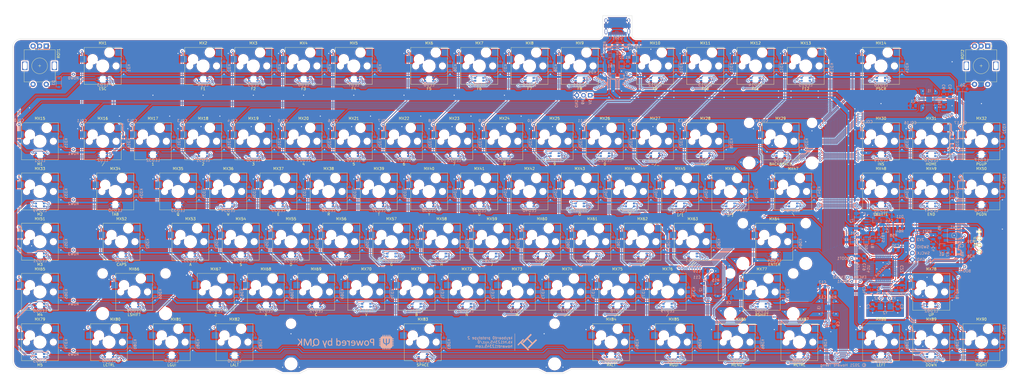
<source format=kicad_pcb>
(kicad_pcb (version 20171130) (host pcbnew "(5.1.10)-1")
  (layers (0 F.Cu signal) (31 B.Cu signal) (34 B.Paste user) (35 F.Paste user) (36 B.SilkS user) (37 F.SilkS user) (38 B.Mask user) (39 F.Mask user) (44 Edge.Cuts user))
  (net 0 "")
  (net 1 GND)
  (net 2 KEYBOARD_XTAL1)
  (net 3 KEYBOARD_XTAL2)
  (net 4 +3V3)
  (net 5 Earth)
  (net 6 KEYBOARD_RESET)
  (net 7 COL2)
  (net 8 COL1)
  (net 9 COL3)
  (net 10 "Net-(KD1-Pad2)")
  (net 11 ROW2)
  (net 12 "Net-(KD2-Pad2)")
  (net 13 ROW4)
  (net 14 "Net-(KD3-Pad2)")
  (net 15 "Net-(KD4-Pad2)")
  (net 16 "Net-(KD5-Pad2)")
  (net 17 "Net-(KD6-Pad2)")
  (net 18 ROT1_ROW)
  (net 19 "Net-(KD7-Pad2)")
  (net 20 ROW3)
  (net 21 "Net-(KD8-Pad2)")
  (net 22 ROW5)
  (net 23 "Net-(KD9-Pad2)")
  (net 24 "Net-(KD10-Pad2)")
  (net 25 "Net-(KD11-Pad2)")
  (net 26 "Net-(KD12-Pad2)")
  (net 27 "Net-(KD13-Pad2)")
  (net 28 "Net-(KD14-Pad2)")
  (net 29 "Net-(KD15-Pad2)")
  (net 30 "Net-(KD16-Pad2)")
  (net 31 "Net-(KD17-Pad2)")
  (net 32 "Net-(KD18-Pad2)")
  (net 33 "Net-(KD19-Pad2)")
  (net 34 "Net-(KD20-Pad2)")
  (net 35 "Net-(KD21-Pad2)")
  (net 36 "Net-(KD22-Pad2)")
  (net 37 "Net-(KD23-Pad2)")
  (net 38 "Net-(KD24-Pad2)")
  (net 39 "Net-(KD25-Pad2)")
  (net 40 "Net-(KD26-Pad2)")
  (net 41 "Net-(KD27-Pad2)")
  (net 42 "Net-(KD28-Pad2)")
  (net 43 "Net-(KD29-Pad2)")
  (net 44 "Net-(KD30-Pad2)")
  (net 45 "Net-(KD31-Pad2)")
  (net 46 "Net-(KD32-Pad2)")
  (net 47 "Net-(KD33-Pad2)")
  (net 48 "Net-(KD34-Pad2)")
  (net 49 "Net-(KD35-Pad2)")
  (net 50 "Net-(KD36-Pad2)")
  (net 51 "Net-(KD37-Pad2)")
  (net 52 "Net-(KD38-Pad2)")
  (net 53 "Net-(KD39-Pad2)")
  (net 54 "Net-(KD40-Pad2)")
  (net 55 "Net-(KD41-Pad2)")
  (net 56 "Net-(KD42-Pad2)")
  (net 57 "Net-(KD43-Pad2)")
  (net 58 "Net-(KD44-Pad2)")
  (net 59 "Net-(KD45-Pad2)")
  (net 60 "Net-(KD46-Pad2)")
  (net 61 "Net-(KD47-Pad2)")
  (net 62 "Net-(KD48-Pad2)")
  (net 63 "Net-(KD49-Pad2)")
  (net 64 "Net-(KD50-Pad2)")
  (net 65 "Net-(KD51-Pad2)")
  (net 66 "Net-(KD52-Pad2)")
  (net 67 "Net-(KD53-Pad2)")
  (net 68 "Net-(KD54-Pad2)")
  (net 69 "Net-(KD55-Pad2)")
  (net 70 "Net-(KD56-Pad2)")
  (net 71 "Net-(KD57-Pad2)")
  (net 72 "Net-(KD58-Pad2)")
  (net 73 "Net-(KD59-Pad2)")
  (net 74 "Net-(KD60-Pad2)")
  (net 75 "Net-(KD61-Pad2)")
  (net 76 "Net-(KD62-Pad2)")
  (net 77 "Net-(KD63-Pad2)")
  (net 78 "Net-(KD64-Pad2)")
  (net 79 "Net-(KD65-Pad2)")
  (net 80 "Net-(KD66-Pad2)")
  (net 81 "Net-(KD67-Pad2)")
  (net 82 "Net-(KD68-Pad2)")
  (net 83 "Net-(KD69-Pad2)")
  (net 84 "Net-(KD70-Pad2)")
  (net 85 "Net-(KD71-Pad2)")
  (net 86 "Net-(KD72-Pad2)")
  (net 87 "Net-(KD73-Pad2)")
  (net 88 "Net-(KD74-Pad2)")
  (net 89 "Net-(KD75-Pad2)")
  (net 90 "Net-(KD76-Pad2)")
  (net 91 "Net-(KD77-Pad2)")
  (net 92 "Net-(KD78-Pad2)")
  (net 93 "Net-(KD79-Pad2)")
  (net 94 "Net-(KD80-Pad2)")
  (net 95 "Net-(KD81-Pad2)")
  (net 96 "Net-(KD82-Pad2)")
  (net 97 "Net-(KD83-Pad2)")
  (net 98 "Net-(KD84-Pad2)")
  (net 99 "Net-(KD85-Pad2)")
  (net 100 "Net-(KD86-Pad2)")
  (net 101 "Net-(KD87-Pad2)")
  (net 102 "Net-(KD88-Pad2)")
  (net 103 "Net-(KD89-Pad2)")
  (net 104 "Net-(KD90-Pad2)")
  (net 105 COL4)
  (net 106 COL5)
  (net 107 COL6)
  (net 108 COL7)
  (net 109 COL8)
  (net 110 ENCODER_A)
  (net 111 ENCODER_B1)
  (net 112 BOOT0)
  (net 113 COL17)
  (net 114 COL16)
  (net 115 ROW1)
  (net 116 COL9)
  (net 117 COL10)
  (net 118 COL11)
  (net 119 COL12)
  (net 120 COL13)
  (net 121 COL14)
  (net 122 COL15)
  (net 123 ENCODER_B2)
  (net 124 "Net-(D3-Pad2)")
  (net 125 "Net-(D4-Pad2)")
  (net 126 SWCLK)
  (net 127 SWDIO)
  (net 128 BOOT1)
  (net 129 "Net-(D2-Pad1)")
  (net 130 "Net-(F8-Pad2)")
  (net 131 "Net-(R12-Pad1)")
  (net 132 "Net-(R13-Pad1)")
  (net 133 "Net-(D11-Pad1)")
  (net 134 D+)
  (net 135 D-)
  (net 136 VBUS)
  (net 137 "Net-(D1-Pad1)")
  (net 138 A9)
  (net 139 "Net-(C2-Pad1)")
  (net 140 1CA8)
  (net 141 1CA7)
  (net 142 1CA6)
  (net 143 1CA5)
  (net 144 1CA4)
  (net 145 1CA3)
  (net 146 1CA2)
  (net 147 1CA1)
  (net 148 1CB9)
  (net 149 1CB8)
  (net 150 1CB7)
  (net 151 1CB6)
  (net 152 1CB5)
  (net 153 1CB4)
  (net 154 1CB3)
  (net 155 1CB2)
  (net 156 1CB1)
  (net 157 "Net-(I1-Pad6)")
  (net 158 1CA9)
  (net 159 SCL)
  (net 160 SDA)
  (net 161 2CA8)
  (net 162 2CA7)
  (net 163 2CA6)
  (net 164 2CA5)
  (net 165 2CA4)
  (net 166 2CA3)
  (net 167 2CA2)
  (net 168 2CA1)
  (net 169 2CB9)
  (net 170 2CB8)
  (net 171 2CB7)
  (net 172 2CB6)
  (net 173 2CB5)
  (net 174 2CB4)
  (net 175 2CB3)
  (net 176 2CB2)
  (net 177 2CB1)
  (net 178 "Net-(I2-Pad6)")
  (net 179 2CA9)
  (net 180 3CA8)
  (net 181 3CA7)
  (net 182 3CA6)
  (net 183 3CA5)
  (net 184 3CA4)
  (net 185 3CA3)
  (net 186 3CA2)
  (net 187 3CA1)
  (net 188 3CB9)
  (net 189 3CB8)
  (net 190 3CB7)
  (net 191 3CB6)
  (net 192 3CB5)
  (net 193 3CB4)
  (net 194 3CB3)
  (net 195 3CB2)
  (net 196 3CB1)
  (net 197 "Net-(I3-Pad6)")
  (net 198 3CA9)
  (net 199 VCC)
  (net 200 +5V)
  (net 201 "Net-(F1-Pad2)")
  (net 202 "Net-(D5-Pad1)")
  (net 203 "Net-(C1-Pad1)")
  (net 204 "Net-(C8-Pad1)")
  (net 205 "Net-(C9-Pad1)")
  (net 206 COL0)
  (module custom-footprints:JST-SR-4 (layer B.Cu) (at 338.9099 156.3589 90)
    (fp_text reference J2 (at 0 -0.7937 90) (layer B.SilkS) (effects (justify mirror)))
    (fp_text value "SM04B-SRSS-TB(LF)(SN)")
    (pad MP smd rect (at 2.8 0.9 90) (size 1.2 1.8) (layers B.Cu B.Paste B.Mask) (net 1 GND))
    (pad MP smd rect (at -2.8 0.9 90) (size 1.2 1.8) (layers B.Cu B.Paste B.Mask) (net 1 GND))
    (pad 1 smd rect (at -1.5 4.775 90) (size 0.6 1.55) (layers B.Cu B.Paste B.Mask) (net 199 VCC))
    (pad 2 smd rect (at -0.5 4.775 90) (size 0.6 1.55) (layers B.Cu B.Paste B.Mask) (net 135 D-))
    (pad 4 smd rect (at 1.5 4.775 90) (size 0.6 1.55) (layers B.Cu B.Paste B.Mask) (net 1 GND))
    (pad 3 smd rect (at 0.5 4.775 90) (size 0.6 1.55) (layers B.Cu B.Paste B.Mask) (net 134 D+))
  )
  (module custom-footprints:MHT151RGBCT_with_outline (layer B.Cu) (at 30.1606 126.1983 180)
    (fp_text reference LED1 (at 0 -7.25) (layer B.SilkS) (effects (font (size 1.143 1.143) (thickness 0.152)) (justify mirror)))
    (fp_text value LED_ABGR hide)
    (pad "" np_thru_hole circle (at 0 -5.075 180) (size 2.1 2.1) (drill 2.1) (layers *.Cu *.Mask))
    (pad 3 smd rect (at 1.55 -5.625) (size 0.8 0.7) (layers B.Cu B.Paste B.Mask) (net 145 1CA3))
    (pad 4 smd rect (at 1.55 -4.525) (size 0.8 0.7) (layers B.Cu B.Paste B.Mask) (net 147 1CA1))
    (pad 2 smd rect (at -1.55 -5.625) (size 0.8 0.7) (layers B.Cu B.Paste B.Mask) (net 144 1CA4))
    (pad 1 smd rect (at -1.55 -4.525) (size 0.8 0.7) (layers B.Cu B.Paste B.Mask) (net 146 1CA2))
  )
  (module Rotary_Encoder:RotaryEncoder_Alps_EC11E-Switch_Vertical_H20mm (layer F.Cu) (at 32.5417 90.08495 270)
    (fp_text reference ROT1 (at 2.8 -4.7 90) (layer F.SilkS))
    (fp_text value Rotary_Encoder_Switch)
    (pad A thru_hole rect (at 0 0 270) (size 2 2) (drill 1) (layers *.Cu *.Mask) (net 110 ENCODER_A))
    (pad C thru_hole circle (at 0 2.5 270) (size 2 2) (drill 1) (layers *.Cu *.Mask) (net 1 GND))
    (pad B thru_hole circle (at 0 5 270) (size 2 2) (drill 1) (layers *.Cu *.Mask) (net 111 ENCODER_B1))
    (pad MP thru_hole rect (at 7.5 -3.1 270) (size 3.2 2) (drill oval 2.8 1.5) (layers *.Cu *.Mask))
    (pad MP thru_hole rect (at 7.5 8.1 270) (size 3.2 2) (drill oval 2.8 1.5) (layers *.Cu *.Mask))
    (pad S2 thru_hole circle (at 14.5 0 270) (size 2 2) (drill 1) (layers *.Cu *.Mask) (net 124 "Net-(D3-Pad2)"))
    (pad S1 thru_hole circle (at 14.5 5 270) (size 2 2) (drill 1) (layers *.Cu *.Mask) (net 206 COL0))
  )
  (module Diode_SMD:D_SOD-123 (layer B.Cu) (at 37.3039 103.9747 270)
    (fp_text reference D3 (at 0 2 90) (layer B.SilkS) (effects (justify mirror)))
    (fp_text value SOD-123)
    (pad 2 smd rect (at 1.65 0 270) (size 0.9 1.2) (layers B.Cu B.Paste B.Mask) (net 124 "Net-(D3-Pad2)"))
    (pad 1 smd rect (at -1.65 0 270) (size 0.9 1.2) (layers B.Cu B.Paste B.Mask) (net 18 ROT1_ROW))
  )
  (module Diode_SMD:D_SOD-123 (layer B.Cu) (at 395.2626 202.3935 90)
    (fp_text reference KD90 (at 4.7622 0.7937 90) (layer B.SilkS) (effects (justify mirror)))
    (fp_text value SOD-123)
    (pad 2 smd rect (at 1.65 0 90) (size 0.9 1.2) (layers B.Cu B.Paste B.Mask) (net 104 "Net-(KD90-Pad2)"))
    (pad 1 smd rect (at -1.65 0 90) (size 0.9 1.2) (layers B.Cu B.Paste B.Mask) (net 22 ROW5))
  )
  (module Diode_SMD:D_SOD-123 (layer B.Cu) (at 395.2626 145.2471 90)
    (fp_text reference KD50 (at 4.7622 0.7937 90) (layer B.SilkS) (effects (justify mirror)))
    (fp_text value SOD-123)
    (pad 2 smd rect (at 1.65 0 90) (size 0.9 1.2) (layers B.Cu B.Paste B.Mask) (net 64 "Net-(KD50-Pad2)"))
    (pad 1 smd rect (at -1.65 0 90) (size 0.9 1.2) (layers B.Cu B.Paste B.Mask) (net 11 ROW2))
  )
  (module Diode_SMD:D_SOD-123 (layer B.Cu) (at 395.2626 126.1983 90)
    (fp_text reference KD32 (at 4.7622 0.7937 90) (layer B.SilkS) (effects (justify mirror)))
    (fp_text value SOD-123)
    (pad 2 smd rect (at 1.65 0 90) (size 0.9 1.2) (layers B.Cu B.Paste B.Mask) (net 46 "Net-(KD32-Pad2)"))
    (pad 1 smd rect (at -1.65 0 90) (size 0.9 1.2) (layers B.Cu B.Paste B.Mask) (net 115 ROW1))
  )
  (module Diode_SMD:D_SOD-123 (layer B.Cu) (at 376.2138 202.3935 90)
    (fp_text reference KD89 (at -0.7937 2 90) (layer B.SilkS) (effects (justify mirror)))
    (fp_text value SOD-123)
    (pad 2 smd rect (at 1.65 0 90) (size 0.9 1.2) (layers B.Cu B.Paste B.Mask) (net 103 "Net-(KD89-Pad2)"))
    (pad 1 smd rect (at -1.65 0 90) (size 0.9 1.2) (layers B.Cu B.Paste B.Mask) (net 22 ROW5))
  )
  (module Diode_SMD:D_SOD-123 (layer B.Cu) (at 376.2138 183.3447 90)
    (fp_text reference KD78 (at -0.7937 2 90) (layer B.SilkS) (effects (justify mirror)))
    (fp_text value SOD-123)
    (pad 2 smd rect (at 1.65 0 90) (size 0.9 1.2) (layers B.Cu B.Paste B.Mask) (net 92 "Net-(KD78-Pad2)"))
    (pad 1 smd rect (at -1.65 0 90) (size 0.9 1.2) (layers B.Cu B.Paste B.Mask) (net 13 ROW4))
  )
  (module Diode_SMD:D_SOD-123 (layer B.Cu) (at 376.2138 145.2471 90)
    (fp_text reference KD49 (at -0.7937 2 90) (layer B.SilkS) (effects (justify mirror)))
    (fp_text value SOD-123)
    (pad 2 smd rect (at 1.65 0 90) (size 0.9 1.2) (layers B.Cu B.Paste B.Mask) (net 63 "Net-(KD49-Pad2)"))
    (pad 1 smd rect (at -1.65 0 90) (size 0.9 1.2) (layers B.Cu B.Paste B.Mask) (net 11 ROW2))
  )
  (module Diode_SMD:D_SOD-123 (layer B.Cu) (at 376.2138 126.1983 90)
    (fp_text reference KD31 (at -0.7937 2 90) (layer B.SilkS) (effects (justify mirror)))
    (fp_text value SOD-123)
    (pad 2 smd rect (at 1.65 0 90) (size 0.9 1.2) (layers B.Cu B.Paste B.Mask) (net 45 "Net-(KD31-Pad2)"))
    (pad 1 smd rect (at -1.65 0 90) (size 0.9 1.2) (layers B.Cu B.Paste B.Mask) (net 115 ROW1))
  )
  (module Diode_SMD:D_SOD-123 (layer B.Cu) (at 357.165 145.2471 90)
    (fp_text reference KD48 (at -0.7937 2 90) (layer B.SilkS) (effects (justify mirror)))
    (fp_text value SOD-123)
    (pad 2 smd rect (at 1.65 0 90) (size 0.9 1.2) (layers B.Cu B.Paste B.Mask) (net 62 "Net-(KD48-Pad2)"))
    (pad 1 smd rect (at -1.65 0 90) (size 0.9 1.2) (layers B.Cu B.Paste B.Mask) (net 11 ROW2))
  )
  (module Diode_SMD:D_SOD-123 (layer B.Cu) (at 357.165 126.1983 90)
    (fp_text reference KD30 (at -0.7937 2 90) (layer B.SilkS) (effects (justify mirror)))
    (fp_text value SOD-123)
    (pad 2 smd rect (at 1.65 0 90) (size 0.9 1.2) (layers B.Cu B.Paste B.Mask) (net 44 "Net-(KD30-Pad2)"))
    (pad 1 smd rect (at -1.65 0 90) (size 0.9 1.2) (layers B.Cu B.Paste B.Mask) (net 115 ROW1))
  )
  (module Diode_SMD:D_SOD-123 (layer B.Cu) (at 357.165 97.6251 90)
    (fp_text reference KD14 (at -0.7937 2 90) (layer B.SilkS) (effects (justify mirror)))
    (fp_text value SOD-123)
    (pad 2 smd rect (at 1.65 0 90) (size 0.9 1.2) (layers B.Cu B.Paste B.Mask) (net 28 "Net-(KD14-Pad2)"))
    (pad 1 smd rect (at -1.65 0 90) (size 0.9 1.2) (layers B.Cu B.Paste B.Mask) (net 18 ROT1_ROW))
  )
  (module Diode_SMD:D_SOD-123 (layer B.Cu) (at 357.165 202.3935 90)
    (fp_text reference KD88 (at -0.7937 2 90) (layer B.SilkS) (effects (justify mirror)))
    (fp_text value SOD-123)
    (pad 2 smd rect (at 1.65 0 90) (size 0.9 1.2) (layers B.Cu B.Paste B.Mask) (net 102 "Net-(KD88-Pad2)"))
    (pad 1 smd rect (at -1.65 0 90) (size 0.9 1.2) (layers B.Cu B.Paste B.Mask) (net 22 ROW5))
  )
  (module Diode_SMD:D_SOD-123 (layer B.Cu) (at 311.9241 183.3447 90)
    (fp_text reference KD77 (at -0.7937 2 90) (layer B.SilkS) (effects (justify mirror)))
    (fp_text value SOD-123)
    (pad 2 smd rect (at 1.65 0 90) (size 0.9 1.2) (layers B.Cu B.Paste B.Mask) (net 91 "Net-(KD77-Pad2)"))
    (pad 1 smd rect (at -1.65 0 90) (size 0.9 1.2) (layers B.Cu B.Paste B.Mask) (net 13 ROW4))
  )
  (module Diode_SMD:D_SOD-123 (layer B.Cu) (at 316.6863 164.2959 90)
    (fp_text reference KD64 (at -0.7937 2 90) (layer B.SilkS) (effects (justify mirror)))
    (fp_text value SOD-123)
    (pad 2 smd rect (at 1.65 0 90) (size 0.9 1.2) (layers B.Cu B.Paste B.Mask) (net 78 "Net-(KD64-Pad2)"))
    (pad 1 smd rect (at -1.65 0 90) (size 0.9 1.2) (layers B.Cu B.Paste B.Mask) (net 20 ROW3))
  )
  (module Diode_SMD:D_SOD-123 (layer B.Cu) (at 323.8296 145.2471 90)
    (fp_text reference KD47 (at 0 2 90) (layer B.SilkS) (effects (justify mirror)))
    (fp_text value SOD-123)
    (pad 2 smd rect (at 1.65 0 90) (size 0.9 1.2) (layers B.Cu B.Paste B.Mask) (net 61 "Net-(KD47-Pad2)"))
    (pad 1 smd rect (at -1.65 0 90) (size 0.9 1.2) (layers B.Cu B.Paste B.Mask) (net 11 ROW2))
  )
  (module Diode_SMD:D_SOD-123 (layer B.Cu) (at 319.0674 126.1983 90)
    (fp_text reference KD29 (at -0.7937 2 90) (layer B.SilkS) (effects (justify mirror)))
    (fp_text value SOD-123)
    (pad 2 smd rect (at 1.65 0 90) (size 0.9 1.2) (layers B.Cu B.Paste B.Mask) (net 43 "Net-(KD29-Pad2)"))
    (pad 1 smd rect (at -1.65 0 90) (size 0.9 1.2) (layers B.Cu B.Paste B.Mask) (net 115 ROW1))
  )
  (module Diode_SMD:D_SOD-123 (layer B.Cu) (at 328.5918 97.6251 90)
    (fp_text reference KD13 (at -0.7937 2 90) (layer B.SilkS) (effects (justify mirror)))
    (fp_text value SOD-123)
    (pad 2 smd rect (at 1.65 0 90) (size 0.9 1.2) (layers B.Cu B.Paste B.Mask) (net 27 "Net-(KD13-Pad2)"))
    (pad 1 smd rect (at -1.65 0 90) (size 0.9 1.2) (layers B.Cu B.Paste B.Mask) (net 18 ROT1_ROW))
  )
  (module Diode_SMD:D_SOD-123 (layer B.Cu) (at 326.2107 202.3935 90)
    (fp_text reference KD87 (at -0.7937 2 90) (layer B.SilkS) (effects (justify mirror)))
    (fp_text value SOD-123)
    (pad 2 smd rect (at 1.65 0 90) (size 0.9 1.2) (layers B.Cu B.Paste B.Mask) (net 101 "Net-(KD87-Pad2)"))
    (pad 1 smd rect (at -1.65 0 90) (size 0.9 1.2) (layers B.Cu B.Paste B.Mask) (net 22 ROW5))
  )
  (module Diode_SMD:D_SOD-123 (layer B.Cu) (at 300.0186 145.2471 90)
    (fp_text reference KD46 (at -0.7937 2 90) (layer B.SilkS) (effects (justify mirror)))
    (fp_text value SOD-123)
    (pad 2 smd rect (at 1.65 0 90) (size 0.9 1.2) (layers B.Cu B.Paste B.Mask) (net 60 "Net-(KD46-Pad2)"))
    (pad 1 smd rect (at -1.65 0 90) (size 0.9 1.2) (layers B.Cu B.Paste B.Mask) (net 11 ROW2))
  )
  (module Diode_SMD:D_SOD-123 (layer B.Cu) (at 290.4942 126.1983 90)
    (fp_text reference KD28 (at -0.7937 2 90) (layer B.SilkS) (effects (justify mirror)))
    (fp_text value SOD-123)
    (pad 2 smd rect (at 1.65 0 90) (size 0.9 1.2) (layers B.Cu B.Paste B.Mask) (net 42 "Net-(KD28-Pad2)"))
    (pad 1 smd rect (at -1.65 0 90) (size 0.9 1.2) (layers B.Cu B.Paste B.Mask) (net 115 ROW1))
  )
  (module Diode_SMD:D_SOD-123 (layer B.Cu) (at 309.543 97.6251 90)
    (fp_text reference KD12 (at -0.7937 2 90) (layer B.SilkS) (effects (justify mirror)))
    (fp_text value SOD-123)
    (pad 2 smd rect (at 1.65 0 90) (size 0.9 1.2) (layers B.Cu B.Paste B.Mask) (net 26 "Net-(KD12-Pad2)"))
    (pad 1 smd rect (at -1.65 0 90) (size 0.9 1.2) (layers B.Cu B.Paste B.Mask) (net 18 ROT1_ROW))
  )
  (module Diode_SMD:D_SOD-123 (layer B.Cu) (at 302.3997 202.3935 90)
    (fp_text reference KD86 (at -0.7937 2 90) (layer B.SilkS) (effects (justify mirror)))
    (fp_text value SOD-123)
    (pad 2 smd rect (at 1.65 0 90) (size 0.9 1.2) (layers B.Cu B.Paste B.Mask) (net 100 "Net-(KD86-Pad2)"))
    (pad 1 smd rect (at -1.65 0 90) (size 0.9 1.2) (layers B.Cu B.Paste B.Mask) (net 22 ROW5))
  )
  (module Diode_SMD:D_SOD-123 (layer B.Cu) (at 278.5887 202.3935 90)
    (fp_text reference KD85 (at -0.7937 2 90) (layer B.SilkS) (effects (justify mirror)))
    (fp_text value SOD-123)
    (pad 2 smd rect (at 1.65 0 90) (size 0.9 1.2) (layers B.Cu B.Paste B.Mask) (net 99 "Net-(KD85-Pad2)"))
    (pad 1 smd rect (at -1.65 0 90) (size 0.9 1.2) (layers B.Cu B.Paste B.Mask) (net 22 ROW5))
  )
  (module Diode_SMD:D_SOD-123 (layer B.Cu) (at 285.732 164.2959 90)
    (fp_text reference KD63 (at -0.7937 2 90) (layer B.SilkS) (effects (justify mirror)))
    (fp_text value SOD-123)
    (pad 2 smd rect (at 1.65 0 90) (size 0.9 1.2) (layers B.Cu B.Paste B.Mask) (net 77 "Net-(KD63-Pad2)"))
    (pad 1 smd rect (at -1.65 0 90) (size 0.9 1.2) (layers B.Cu B.Paste B.Mask) (net 20 ROW3))
  )
  (module Diode_SMD:D_SOD-123 (layer B.Cu) (at 280.9698 145.2471 90)
    (fp_text reference KD45 (at -0.7937 2 90) (layer B.SilkS) (effects (justify mirror)))
    (fp_text value SOD-123)
    (pad 2 smd rect (at 1.65 0 90) (size 0.9 1.2) (layers B.Cu B.Paste B.Mask) (net 59 "Net-(KD45-Pad2)"))
    (pad 1 smd rect (at -1.65 0 90) (size 0.9 1.2) (layers B.Cu B.Paste B.Mask) (net 11 ROW2))
  )
  (module Diode_SMD:D_SOD-123 (layer B.Cu) (at 271.4454 126.1983 90)
    (fp_text reference KD27 (at -0.7937 2 90) (layer B.SilkS) (effects (justify mirror)))
    (fp_text value SOD-123)
    (pad 2 smd rect (at 1.65 0 90) (size 0.9 1.2) (layers B.Cu B.Paste B.Mask) (net 41 "Net-(KD27-Pad2)"))
    (pad 1 smd rect (at -1.65 0 90) (size 0.9 1.2) (layers B.Cu B.Paste B.Mask) (net 115 ROW1))
  )
  (module Diode_SMD:D_SOD-123 (layer B.Cu) (at 290.4942 97.6251 90)
    (fp_text reference KD11 (at -0.7937 2 90) (layer B.SilkS) (effects (justify mirror)))
    (fp_text value SOD-123)
    (pad 2 smd rect (at 1.65 0 90) (size 0.9 1.2) (layers B.Cu B.Paste B.Mask) (net 25 "Net-(KD11-Pad2)"))
    (pad 1 smd rect (at -1.65 0 90) (size 0.9 1.2) (layers B.Cu B.Paste B.Mask) (net 18 ROT1_ROW))
  )
  (module Diode_SMD:D_SOD-123 (layer B.Cu) (at 266.6832 164.2959 90)
    (fp_text reference KD62 (at -0.7937 2 90) (layer B.SilkS) (effects (justify mirror)))
    (fp_text value SOD-123)
    (pad 2 smd rect (at 1.65 0 90) (size 0.9 1.2) (layers B.Cu B.Paste B.Mask) (net 76 "Net-(KD62-Pad2)"))
    (pad 1 smd rect (at -1.65 0 90) (size 0.9 1.2) (layers B.Cu B.Paste B.Mask) (net 20 ROW3))
  )
  (module Diode_SMD:D_SOD-123 (layer B.Cu) (at 261.921 145.2471 90)
    (fp_text reference KD44 (at -0.7937 2 90) (layer B.SilkS) (effects (justify mirror)))
    (fp_text value SOD-123)
    (pad 2 smd rect (at 1.65 0 90) (size 0.9 1.2) (layers B.Cu B.Paste B.Mask) (net 58 "Net-(KD44-Pad2)"))
    (pad 1 smd rect (at -1.65 0 90) (size 0.9 1.2) (layers B.Cu B.Paste B.Mask) (net 11 ROW2))
  )
  (module Diode_SMD:D_SOD-123 (layer B.Cu) (at 252.3966 126.1983 90)
    (fp_text reference KD26 (at -0.7937 2 90) (layer B.SilkS) (effects (justify mirror)))
    (fp_text value SOD-123)
    (pad 2 smd rect (at 1.65 0 90) (size 0.9 1.2) (layers B.Cu B.Paste B.Mask) (net 40 "Net-(KD26-Pad2)"))
    (pad 1 smd rect (at -1.65 0 90) (size 0.9 1.2) (layers B.Cu B.Paste B.Mask) (net 115 ROW1))
  )
  (module Diode_SMD:D_SOD-123 (layer B.Cu) (at 271.4454 97.6251 90)
    (fp_text reference KD10 (at -0.7937 2 90) (layer B.SilkS) (effects (justify mirror)))
    (fp_text value SOD-123)
    (pad 2 smd rect (at 1.65 0 90) (size 0.9 1.2) (layers B.Cu B.Paste B.Mask) (net 24 "Net-(KD10-Pad2)"))
    (pad 1 smd rect (at -1.65 0 90) (size 0.9 1.2) (layers B.Cu B.Paste B.Mask) (net 18 ROT1_ROW))
  )
  (module Diode_SMD:D_SOD-123 (layer B.Cu) (at 254.7777 202.3935 90)
    (fp_text reference KD84 (at -0.7937 2 90) (layer B.SilkS) (effects (justify mirror)))
    (fp_text value SOD-123)
    (pad 2 smd rect (at 1.65 0 90) (size 0.9 1.2) (layers B.Cu B.Paste B.Mask) (net 98 "Net-(KD84-Pad2)"))
    (pad 1 smd rect (at -1.65 0 90) (size 0.9 1.2) (layers B.Cu B.Paste B.Mask) (net 22 ROW5))
  )
  (module Diode_SMD:D_SOD-123 (layer B.Cu) (at 257.1588 183.3447 90)
    (fp_text reference KD75 (at -0.7937 2 90) (layer B.SilkS) (effects (justify mirror)))
    (fp_text value SOD-123)
    (pad 2 smd rect (at 1.65 0 90) (size 0.9 1.2) (layers B.Cu B.Paste B.Mask) (net 89 "Net-(KD75-Pad2)"))
    (pad 1 smd rect (at -1.65 0 90) (size 0.9 1.2) (layers B.Cu B.Paste B.Mask) (net 13 ROW4))
  )
  (module Diode_SMD:D_SOD-123 (layer B.Cu) (at 247.6344 164.2959 90)
    (fp_text reference KD61 (at -0.7937 2 90) (layer B.SilkS) (effects (justify mirror)))
    (fp_text value SOD-123)
    (pad 2 smd rect (at 1.65 0 90) (size 0.9 1.2) (layers B.Cu B.Paste B.Mask) (net 75 "Net-(KD61-Pad2)"))
    (pad 1 smd rect (at -1.65 0 90) (size 0.9 1.2) (layers B.Cu B.Paste B.Mask) (net 20 ROW3))
  )
  (module Diode_SMD:D_SOD-123 (layer B.Cu) (at 242.8722 145.2471 90)
    (fp_text reference KD43 (at -0.7937 2 90) (layer B.SilkS) (effects (justify mirror)))
    (fp_text value SOD-123)
    (pad 2 smd rect (at 1.65 0 90) (size 0.9 1.2) (layers B.Cu B.Paste B.Mask) (net 57 "Net-(KD43-Pad2)"))
    (pad 1 smd rect (at -1.65 0 90) (size 0.9 1.2) (layers B.Cu B.Paste B.Mask) (net 11 ROW2))
  )
  (module Diode_SMD:D_SOD-123 (layer B.Cu) (at 233.3478 126.1983 90)
    (fp_text reference KD25 (at -0.7937 2 90) (layer B.SilkS) (effects (justify mirror)))
    (fp_text value SOD-123)
    (pad 2 smd rect (at 1.65 0 90) (size 0.9 1.2) (layers B.Cu B.Paste B.Mask) (net 39 "Net-(KD25-Pad2)"))
    (pad 1 smd rect (at -1.65 0 90) (size 0.9 1.2) (layers B.Cu B.Paste B.Mask) (net 115 ROW1))
  )
  (module Diode_SMD:D_SOD-123 (layer B.Cu) (at 238.11 183.3447 90)
    (fp_text reference KD74 (at -0.7937 2 90) (layer B.SilkS) (effects (justify mirror)))
    (fp_text value SOD-123)
    (pad 2 smd rect (at 1.65 0 90) (size 0.9 1.2) (layers B.Cu B.Paste B.Mask) (net 88 "Net-(KD74-Pad2)"))
    (pad 1 smd rect (at -1.65 0 90) (size 0.9 1.2) (layers B.Cu B.Paste B.Mask) (net 13 ROW4))
  )
  (module Diode_SMD:D_SOD-123 (layer B.Cu) (at 228.5856 164.2959 90)
    (fp_text reference KD60 (at -0.7937 2 90) (layer B.SilkS) (effects (justify mirror)))
    (fp_text value SOD-123)
    (pad 2 smd rect (at 1.65 0 90) (size 0.9 1.2) (layers B.Cu B.Paste B.Mask) (net 74 "Net-(KD60-Pad2)"))
    (pad 1 smd rect (at -1.65 0 90) (size 0.9 1.2) (layers B.Cu B.Paste B.Mask) (net 20 ROW3))
  )
  (module Diode_SMD:D_SOD-123 (layer B.Cu) (at 223.8234 145.2471 90)
    (fp_text reference KD42 (at -0.7937 2 90) (layer B.SilkS) (effects (justify mirror)))
    (fp_text value SOD-123)
    (pad 2 smd rect (at 1.65 0 90) (size 0.9 1.2) (layers B.Cu B.Paste B.Mask) (net 56 "Net-(KD42-Pad2)"))
    (pad 1 smd rect (at -1.65 0 90) (size 0.9 1.2) (layers B.Cu B.Paste B.Mask) (net 11 ROW2))
  )
  (module Diode_SMD:D_SOD-123 (layer B.Cu) (at 214.299 126.1983 90)
    (fp_text reference KD24 (at -0.7937 2 90) (layer B.SilkS) (effects (justify mirror)))
    (fp_text value SOD-123)
    (pad 2 smd rect (at 1.65 0 90) (size 0.9 1.2) (layers B.Cu B.Paste B.Mask) (net 38 "Net-(KD24-Pad2)"))
    (pad 1 smd rect (at -1.65 0 90) (size 0.9 1.2) (layers B.Cu B.Paste B.Mask) (net 115 ROW1))
  )
  (module Diode_SMD:D_SOD-123 (layer B.Cu) (at 223.8234 97.6251 90)
    (fp_text reference KD8 (at -0.7937 2 90) (layer B.SilkS) (effects (justify mirror)))
    (fp_text value SOD-123)
    (pad 2 smd rect (at 1.65 0 90) (size 0.9 1.2) (layers B.Cu B.Paste B.Mask) (net 21 "Net-(KD8-Pad2)"))
    (pad 1 smd rect (at -1.65 0 90) (size 0.9 1.2) (layers B.Cu B.Paste B.Mask) (net 18 ROT1_ROW))
  )
  (module Diode_SMD:D_SOD-123 (layer B.Cu) (at 219.0612 183.3447 90)
    (fp_text reference KD73 (at -0.7937 2 90) (layer B.SilkS) (effects (justify mirror)))
    (fp_text value SOD-123)
    (pad 2 smd rect (at 1.65 0 90) (size 0.9 1.2) (layers B.Cu B.Paste B.Mask) (net 87 "Net-(KD73-Pad2)"))
    (pad 1 smd rect (at -1.65 0 90) (size 0.9 1.2) (layers B.Cu B.Paste B.Mask) (net 13 ROW4))
  )
  (module Diode_SMD:D_SOD-123 (layer B.Cu) (at 209.5368 164.2959 90)
    (fp_text reference KD59 (at -0.7937 2 90) (layer B.SilkS) (effects (justify mirror)))
    (fp_text value SOD-123)
    (pad 2 smd rect (at 1.65 0 90) (size 0.9 1.2) (layers B.Cu B.Paste B.Mask) (net 73 "Net-(KD59-Pad2)"))
    (pad 1 smd rect (at -1.65 0 90) (size 0.9 1.2) (layers B.Cu B.Paste B.Mask) (net 20 ROW3))
  )
  (module Diode_SMD:D_SOD-123 (layer B.Cu) (at 204.7746 145.2471 90)
    (fp_text reference KD41 (at -0.7937 2 90) (layer B.SilkS) (effects (justify mirror)))
    (fp_text value SOD-123)
    (pad 2 smd rect (at 1.65 0 90) (size 0.9 1.2) (layers B.Cu B.Paste B.Mask) (net 55 "Net-(KD41-Pad2)"))
    (pad 1 smd rect (at -1.65 0 90) (size 0.9 1.2) (layers B.Cu B.Paste B.Mask) (net 11 ROW2))
  )
  (module Diode_SMD:D_SOD-123 (layer B.Cu) (at 195.2502 126.1983 90)
    (fp_text reference KD23 (at -0.7937 2 90) (layer B.SilkS) (effects (justify mirror)))
    (fp_text value SOD-123)
    (pad 2 smd rect (at 1.65 0 90) (size 0.9 1.2) (layers B.Cu B.Paste B.Mask) (net 37 "Net-(KD23-Pad2)"))
    (pad 1 smd rect (at -1.65 0 90) (size 0.9 1.2) (layers B.Cu B.Paste B.Mask) (net 115 ROW1))
  )
  (module Diode_SMD:D_SOD-123 (layer B.Cu) (at 204.7746 97.6251 90)
    (fp_text reference KD7 (at -0.7937 2 90) (layer B.SilkS) (effects (justify mirror)))
    (fp_text value SOD-123)
    (pad 2 smd rect (at 1.65 0 90) (size 0.9 1.2) (layers B.Cu B.Paste B.Mask) (net 19 "Net-(KD7-Pad2)"))
    (pad 1 smd rect (at -1.65 0 90) (size 0.9 1.2) (layers B.Cu B.Paste B.Mask) (net 18 ROT1_ROW))
  )
  (module Diode_SMD:D_SOD-123 (layer B.Cu) (at 200.0124 183.3447 90)
    (fp_text reference KD72 (at -0.7937 2 90) (layer B.SilkS) (effects (justify mirror)))
    (fp_text value SOD-123)
    (pad 2 smd rect (at 1.65 0 90) (size 0.9 1.2) (layers B.Cu B.Paste B.Mask) (net 86 "Net-(KD72-Pad2)"))
    (pad 1 smd rect (at -1.65 0 90) (size 0.9 1.2) (layers B.Cu B.Paste B.Mask) (net 13 ROW4))
  )
  (module Diode_SMD:D_SOD-123 (layer B.Cu) (at 190.488 164.2959 90)
    (fp_text reference KD58 (at -0.7937 2 90) (layer B.SilkS) (effects (justify mirror)))
    (fp_text value SOD-123)
    (pad 2 smd rect (at 1.65 0 90) (size 0.9 1.2) (layers B.Cu B.Paste B.Mask) (net 72 "Net-(KD58-Pad2)"))
    (pad 1 smd rect (at -1.65 0 90) (size 0.9 1.2) (layers B.Cu B.Paste B.Mask) (net 20 ROW3))
  )
  (module Diode_SMD:D_SOD-123 (layer B.Cu) (at 185.7258 145.2471 90)
    (fp_text reference KD40 (at -0.7937 2 90) (layer B.SilkS) (effects (justify mirror)))
    (fp_text value SOD-123)
    (pad 2 smd rect (at 1.65 0 90) (size 0.9 1.2) (layers B.Cu B.Paste B.Mask) (net 54 "Net-(KD40-Pad2)"))
    (pad 1 smd rect (at -1.65 0 90) (size 0.9 1.2) (layers B.Cu B.Paste B.Mask) (net 11 ROW2))
  )
  (module Diode_SMD:D_SOD-123 (layer B.Cu) (at 176.2014 126.1983 90)
    (fp_text reference KD22 (at -0.7937 2 90) (layer B.SilkS) (effects (justify mirror)))
    (fp_text value SOD-123)
    (pad 2 smd rect (at 1.65 0 90) (size 0.9 1.2) (layers B.Cu B.Paste B.Mask) (net 36 "Net-(KD22-Pad2)"))
    (pad 1 smd rect (at -1.65 0 90) (size 0.9 1.2) (layers B.Cu B.Paste B.Mask) (net 115 ROW1))
  )
  (module Diode_SMD:D_SOD-123 (layer B.Cu) (at 185.7258 97.6251 90)
    (fp_text reference KD6 (at -0.7937 2 90) (layer B.SilkS) (effects (justify mirror)))
    (fp_text value SOD-123)
    (pad 2 smd rect (at 1.65 0 90) (size 0.9 1.2) (layers B.Cu B.Paste B.Mask) (net 17 "Net-(KD6-Pad2)"))
    (pad 1 smd rect (at -1.65 0 90) (size 0.9 1.2) (layers B.Cu B.Paste B.Mask) (net 18 ROT1_ROW))
  )
  (module Diode_SMD:D_SOD-123 (layer B.Cu) (at 183.3447 202.3935 90)
    (fp_text reference KD83 (at -0.7937 2 90) (layer B.SilkS) (effects (justify mirror)))
    (fp_text value SOD-123)
    (pad 2 smd rect (at 1.65 0 90) (size 0.9 1.2) (layers B.Cu B.Paste B.Mask) (net 97 "Net-(KD83-Pad2)"))
    (pad 1 smd rect (at -1.65 0 90) (size 0.9 1.2) (layers B.Cu B.Paste B.Mask) (net 22 ROW5))
  )
  (module Diode_SMD:D_SOD-123 (layer B.Cu) (at 180.9636 183.3447 90)
    (fp_text reference KD71 (at -0.7937 2 90) (layer B.SilkS) (effects (justify mirror)))
    (fp_text value SOD-123)
    (pad 2 smd rect (at 1.65 0 90) (size 0.9 1.2) (layers B.Cu B.Paste B.Mask) (net 85 "Net-(KD71-Pad2)"))
    (pad 1 smd rect (at -1.65 0 90) (size 0.9 1.2) (layers B.Cu B.Paste B.Mask) (net 13 ROW4))
  )
  (module Diode_SMD:D_SOD-123 (layer B.Cu) (at 171.4392 164.2959 90)
    (fp_text reference KD57 (at -0.7937 2 90) (layer B.SilkS) (effects (justify mirror)))
    (fp_text value SOD-123)
    (pad 2 smd rect (at 1.65 0 90) (size 0.9 1.2) (layers B.Cu B.Paste B.Mask) (net 71 "Net-(KD57-Pad2)"))
    (pad 1 smd rect (at -1.65 0 90) (size 0.9 1.2) (layers B.Cu B.Paste B.Mask) (net 20 ROW3))
  )
  (module Diode_SMD:D_SOD-123 (layer B.Cu) (at 166.677 145.2471 90)
    (fp_text reference KD39 (at -0.7937 2 90) (layer B.SilkS) (effects (justify mirror)))
    (fp_text value SOD-123)
    (pad 2 smd rect (at 1.65 0 90) (size 0.9 1.2) (layers B.Cu B.Paste B.Mask) (net 53 "Net-(KD39-Pad2)"))
    (pad 1 smd rect (at -1.65 0 90) (size 0.9 1.2) (layers B.Cu B.Paste B.Mask) (net 11 ROW2))
  )
  (module Diode_SMD:D_SOD-123 (layer B.Cu) (at 157.1526 126.1983 90)
    (fp_text reference KD21 (at -0.7937 2 90) (layer B.SilkS) (effects (justify mirror)))
    (fp_text value SOD-123)
    (pad 2 smd rect (at 1.65 0 90) (size 0.9 1.2) (layers B.Cu B.Paste B.Mask) (net 35 "Net-(KD21-Pad2)"))
    (pad 1 smd rect (at -1.65 0 90) (size 0.9 1.2) (layers B.Cu B.Paste B.Mask) (net 115 ROW1))
  )
  (module Diode_SMD:D_SOD-123 (layer B.Cu) (at 157.1526 97.6251 90)
    (fp_text reference KD5 (at -0.7937 2 90) (layer B.SilkS) (effects (justify mirror)))
    (fp_text value SOD-123)
    (pad 2 smd rect (at 1.65 0 90) (size 0.9 1.2) (layers B.Cu B.Paste B.Mask) (net 16 "Net-(KD5-Pad2)"))
    (pad 1 smd rect (at -1.65 0 90) (size 0.9 1.2) (layers B.Cu B.Paste B.Mask) (net 18 ROT1_ROW))
  )
  (module Diode_SMD:D_SOD-123 (layer B.Cu) (at 142.866 183.3447 90)
    (fp_text reference KD69 (at -0.7937 2 90) (layer B.SilkS) (effects (justify mirror)))
    (fp_text value SOD-123)
    (pad 2 smd rect (at 1.65 0 90) (size 0.9 1.2) (layers B.Cu B.Paste B.Mask) (net 83 "Net-(KD69-Pad2)"))
    (pad 1 smd rect (at -1.65 0 90) (size 0.9 1.2) (layers B.Cu B.Paste B.Mask) (net 13 ROW4))
  )
  (module Diode_SMD:D_SOD-123 (layer B.Cu) (at 152.3904 164.2959 90)
    (fp_text reference KD56 (at -0.7937 2 90) (layer B.SilkS) (effects (justify mirror)))
    (fp_text value SOD-123)
    (pad 2 smd rect (at 1.65 0 90) (size 0.9 1.2) (layers B.Cu B.Paste B.Mask) (net 70 "Net-(KD56-Pad2)"))
    (pad 1 smd rect (at -1.65 0 90) (size 0.9 1.2) (layers B.Cu B.Paste B.Mask) (net 20 ROW3))
  )
  (module Diode_SMD:D_SOD-123 (layer B.Cu) (at 147.6282 145.2471 90)
    (fp_text reference KD38 (at -0.7937 2 90) (layer B.SilkS) (effects (justify mirror)))
    (fp_text value SOD-123)
    (pad 2 smd rect (at 1.65 0 90) (size 0.9 1.2) (layers B.Cu B.Paste B.Mask) (net 52 "Net-(KD38-Pad2)"))
    (pad 1 smd rect (at -1.65 0 90) (size 0.9 1.2) (layers B.Cu B.Paste B.Mask) (net 11 ROW2))
  )
  (module Diode_SMD:D_SOD-123 (layer B.Cu) (at 138.1038 126.1983 90)
    (fp_text reference KD20 (at -0.7937 2 90) (layer B.SilkS) (effects (justify mirror)))
    (fp_text value SOD-123)
    (pad 2 smd rect (at 1.65 0 90) (size 0.9 1.2) (layers B.Cu B.Paste B.Mask) (net 34 "Net-(KD20-Pad2)"))
    (pad 1 smd rect (at -1.65 0 90) (size 0.9 1.2) (layers B.Cu B.Paste B.Mask) (net 115 ROW1))
  )
  (module Diode_SMD:D_SOD-123 (layer B.Cu) (at 138.1038 97.6251 90)
    (fp_text reference KD4 (at -0.7937 2 90) (layer B.SilkS) (effects (justify mirror)))
    (fp_text value SOD-123)
    (pad 2 smd rect (at 1.65 0 90) (size 0.9 1.2) (layers B.Cu B.Paste B.Mask) (net 15 "Net-(KD4-Pad2)"))
    (pad 1 smd rect (at -1.65 0 90) (size 0.9 1.2) (layers B.Cu B.Paste B.Mask) (net 18 ROT1_ROW))
  )
  (module Diode_SMD:D_SOD-123 (layer B.Cu) (at 161.9148 183.3447 90)
    (fp_text reference KD70 (at -0.7937 2 90) (layer B.SilkS) (effects (justify mirror)))
    (fp_text value SOD-123)
    (pad 2 smd rect (at 1.65 0 90) (size 0.9 1.2) (layers B.Cu B.Paste B.Mask) (net 84 "Net-(KD70-Pad2)"))
    (pad 1 smd rect (at -1.65 0 90) (size 0.9 1.2) (layers B.Cu B.Paste B.Mask) (net 13 ROW4))
  )
  (module Diode_SMD:D_SOD-123 (layer B.Cu) (at 123.8172 183.3447 90)
    (fp_text reference KD68 (at -0.7937 2 90) (layer B.SilkS) (effects (justify mirror)))
    (fp_text value SOD-123)
    (pad 2 smd rect (at 1.65 0 90) (size 0.9 1.2) (layers B.Cu B.Paste B.Mask) (net 82 "Net-(KD68-Pad2)"))
    (pad 1 smd rect (at -1.65 0 90) (size 0.9 1.2) (layers B.Cu B.Paste B.Mask) (net 13 ROW4))
  )
  (module Diode_SMD:D_SOD-123 (layer B.Cu) (at 133.3416 164.2959 90)
    (fp_text reference KD55 (at -0.7937 2 90) (layer B.SilkS) (effects (justify mirror)))
    (fp_text value SOD-123)
    (pad 2 smd rect (at 1.65 0 90) (size 0.9 1.2) (layers B.Cu B.Paste B.Mask) (net 69 "Net-(KD55-Pad2)"))
    (pad 1 smd rect (at -1.65 0 90) (size 0.9 1.2) (layers B.Cu B.Paste B.Mask) (net 20 ROW3))
  )
  (module Diode_SMD:D_SOD-123 (layer B.Cu) (at 128.5794 145.2471 90)
    (fp_text reference KD37 (at -0.7937 2 90) (layer B.SilkS) (effects (justify mirror)))
    (fp_text value SOD-123)
    (pad 2 smd rect (at 1.65 0 90) (size 0.9 1.2) (layers B.Cu B.Paste B.Mask) (net 51 "Net-(KD37-Pad2)"))
    (pad 1 smd rect (at -1.65 0 90) (size 0.9 1.2) (layers B.Cu B.Paste B.Mask) (net 11 ROW2))
  )
  (module Diode_SMD:D_SOD-123 (layer B.Cu) (at 119.055 126.1983 90)
    (fp_text reference KD19 (at -0.7937 2 90) (layer B.SilkS) (effects (justify mirror)))
    (fp_text value SOD-123)
    (pad 2 smd rect (at 1.65 0 90) (size 0.9 1.2) (layers B.Cu B.Paste B.Mask) (net 33 "Net-(KD19-Pad2)"))
    (pad 1 smd rect (at -1.65 0 90) (size 0.9 1.2) (layers B.Cu B.Paste B.Mask) (net 115 ROW1))
  )
  (module Diode_SMD:D_SOD-123 (layer B.Cu) (at 119.055 97.6251 90)
    (fp_text reference KD3 (at -0.7937 2 90) (layer B.SilkS) (effects (justify mirror)))
    (fp_text value SOD-123)
    (pad 2 smd rect (at 1.65 0 90) (size 0.9 1.2) (layers B.Cu B.Paste B.Mask) (net 14 "Net-(KD3-Pad2)"))
    (pad 1 smd rect (at -1.65 0 90) (size 0.9 1.2) (layers B.Cu B.Paste B.Mask) (net 18 ROT1_ROW))
  )
  (module Diode_SMD:D_SOD-123 (layer B.Cu) (at 88.1007 202.3935 90)
    (fp_text reference KD81 (at -0.7937 2 90) (layer B.SilkS) (effects (justify mirror)))
    (fp_text value SOD-123)
    (pad 2 smd rect (at 1.65 0 90) (size 0.9 1.2) (layers B.Cu B.Paste B.Mask) (net 95 "Net-(KD81-Pad2)"))
    (pad 1 smd rect (at -1.65 0 90) (size 0.9 1.2) (layers B.Cu B.Paste B.Mask) (net 22 ROW5))
  )
  (module Diode_SMD:D_SOD-123 (layer B.Cu) (at 73.8141 183.3447 90)
    (fp_text reference KD66 (at -0.7937 2 90) (layer B.SilkS) (effects (justify mirror)))
    (fp_text value SOD-123)
    (pad 2 smd rect (at 1.65 0 90) (size 0.9 1.2) (layers B.Cu B.Paste B.Mask) (net 80 "Net-(KD66-Pad2)"))
    (pad 1 smd rect (at -1.65 0 90) (size 0.9 1.2) (layers B.Cu B.Paste B.Mask) (net 13 ROW4))
  )
  (module Diode_SMD:D_SOD-123 (layer B.Cu) (at 95.244 164.2959 90)
    (fp_text reference KD53 (at -0.7937 2 90) (layer B.SilkS) (effects (justify mirror)))
    (fp_text value SOD-123)
    (pad 2 smd rect (at 1.65 0 90) (size 0.9 1.2) (layers B.Cu B.Paste B.Mask) (net 67 "Net-(KD53-Pad2)"))
    (pad 1 smd rect (at -1.65 0 90) (size 0.9 1.2) (layers B.Cu B.Paste B.Mask) (net 20 ROW3))
  )
  (module Diode_SMD:D_SOD-123 (layer B.Cu) (at 90.4818 145.2471 90)
    (fp_text reference KD35 (at -0.7937 2 90) (layer B.SilkS) (effects (justify mirror)))
    (fp_text value SOD-123)
    (pad 2 smd rect (at 1.65 0 90) (size 0.9 1.2) (layers B.Cu B.Paste B.Mask) (net 49 "Net-(KD35-Pad2)"))
    (pad 1 smd rect (at -1.65 0 90) (size 0.9 1.2) (layers B.Cu B.Paste B.Mask) (net 11 ROW2))
  )
  (module Diode_SMD:D_SOD-123 (layer B.Cu) (at 80.9574 126.1983 90)
    (fp_text reference KD17 (at -0.7937 2 90) (layer B.SilkS) (effects (justify mirror)))
    (fp_text value SOD-123)
    (pad 2 smd rect (at 1.65 0 90) (size 0.9 1.2) (layers B.Cu B.Paste B.Mask) (net 31 "Net-(KD17-Pad2)"))
    (pad 1 smd rect (at -1.65 0 90) (size 0.9 1.2) (layers B.Cu B.Paste B.Mask) (net 115 ROW1))
  )
  (module Diode_SMD:D_SOD-123 (layer B.Cu) (at 111.9117 202.3935 90)
    (fp_text reference KD82 (at -0.7937 2 90) (layer B.SilkS) (effects (justify mirror)))
    (fp_text value SOD-123)
    (pad 2 smd rect (at 1.65 0 90) (size 0.9 1.2) (layers B.Cu B.Paste B.Mask) (net 96 "Net-(KD82-Pad2)"))
    (pad 1 smd rect (at -1.65 0 90) (size 0.9 1.2) (layers B.Cu B.Paste B.Mask) (net 22 ROW5))
  )
  (module Diode_SMD:D_SOD-123 (layer B.Cu) (at 104.7684 183.3447 90)
    (fp_text reference KD67 (at -0.7937 2 90) (layer B.SilkS) (effects (justify mirror)))
    (fp_text value SOD-123)
    (pad 2 smd rect (at 1.65 0 90) (size 0.9 1.2) (layers B.Cu B.Paste B.Mask) (net 81 "Net-(KD67-Pad2)"))
    (pad 1 smd rect (at -1.65 0 90) (size 0.9 1.2) (layers B.Cu B.Paste B.Mask) (net 13 ROW4))
  )
  (module Diode_SMD:D_SOD-123 (layer B.Cu) (at 114.2928 164.2959 90)
    (fp_text reference KD54 (at -0.7937 2 90) (layer B.SilkS) (effects (justify mirror)))
    (fp_text value SOD-123)
    (pad 2 smd rect (at 1.65 0 90) (size 0.9 1.2) (layers B.Cu B.Paste B.Mask) (net 68 "Net-(KD54-Pad2)"))
    (pad 1 smd rect (at -1.65 0 90) (size 0.9 1.2) (layers B.Cu B.Paste B.Mask) (net 20 ROW3))
  )
  (module Diode_SMD:D_SOD-123 (layer B.Cu) (at 109.5306 145.2471 90)
    (fp_text reference KD36 (at -0.7937 2 90) (layer B.SilkS) (effects (justify mirror)))
    (fp_text value SOD-123)
    (pad 2 smd rect (at 1.65 0 90) (size 0.9 1.2) (layers B.Cu B.Paste B.Mask) (net 50 "Net-(KD36-Pad2)"))
    (pad 1 smd rect (at -1.65 0 90) (size 0.9 1.2) (layers B.Cu B.Paste B.Mask) (net 11 ROW2))
  )
  (module Diode_SMD:D_SOD-123 (layer B.Cu) (at 100.0062 126.1983 90)
    (fp_text reference KD18 (at -0.7937 2 90) (layer B.SilkS) (effects (justify mirror)))
    (fp_text value SOD-123)
    (pad 2 smd rect (at 1.65 0 90) (size 0.9 1.2) (layers B.Cu B.Paste B.Mask) (net 32 "Net-(KD18-Pad2)"))
    (pad 1 smd rect (at -1.65 0 90) (size 0.9 1.2) (layers B.Cu B.Paste B.Mask) (net 115 ROW1))
  )
  (module Diode_SMD:D_SOD-123 (layer B.Cu) (at 100.0062 97.6251 90)
    (fp_text reference KD2 (at -0.7937 2 90) (layer B.SilkS) (effects (justify mirror)))
    (fp_text value SOD-123)
    (pad 2 smd rect (at 1.65 0 90) (size 0.9 1.2) (layers B.Cu B.Paste B.Mask) (net 12 "Net-(KD2-Pad2)"))
    (pad 1 smd rect (at -1.65 0 90) (size 0.9 1.2) (layers B.Cu B.Paste B.Mask) (net 18 ROT1_ROW))
  )
  (module Diode_SMD:D_SOD-123 (layer B.Cu) (at 38.0976 202.3309 90)
    (fp_text reference KD79 (at -0.7937 2 90) (layer B.SilkS) (effects (justify mirror)))
    (fp_text value SOD-123)
    (pad 2 smd rect (at 1.65 0 90) (size 0.9 1.2) (layers B.Cu B.Paste B.Mask) (net 93 "Net-(KD79-Pad2)"))
    (pad 1 smd rect (at -1.65 0 90) (size 0.9 1.2) (layers B.Cu B.Paste B.Mask) (net 22 ROW5))
  )
  (module Diode_SMD:D_SOD-123 (layer B.Cu) (at 69.0519 164.2959 90)
    (fp_text reference KD52 (at -0.7937 2 90) (layer B.SilkS) (effects (justify mirror)))
    (fp_text value SOD-123)
    (pad 2 smd rect (at 1.65 0 90) (size 0.9 1.2) (layers B.Cu B.Paste B.Mask) (net 66 "Net-(KD52-Pad2)"))
    (pad 1 smd rect (at -1.65 0 90) (size 0.9 1.2) (layers B.Cu B.Paste B.Mask) (net 20 ROW3))
  )
  (module Diode_SMD:D_SOD-123 (layer B.Cu) (at 66.6708 145.2471 90)
    (fp_text reference KD34 (at -0.7937 2 90) (layer B.SilkS) (effects (justify mirror)))
    (fp_text value SOD-123)
    (pad 2 smd rect (at 1.65 0 90) (size 0.9 1.2) (layers B.Cu B.Paste B.Mask) (net 48 "Net-(KD34-Pad2)"))
    (pad 1 smd rect (at -1.65 0 90) (size 0.9 1.2) (layers B.Cu B.Paste B.Mask) (net 11 ROW2))
  )
  (module Diode_SMD:D_SOD-123 (layer B.Cu) (at 61.9086 126.1983 90)
    (fp_text reference KD16 (at -0.7937 2 90) (layer B.SilkS) (effects (justify mirror)))
    (fp_text value SOD-123)
    (pad 2 smd rect (at 1.65 0 90) (size 0.9 1.2) (layers B.Cu B.Paste B.Mask) (net 30 "Net-(KD16-Pad2)"))
    (pad 1 smd rect (at -1.65 0 90) (size 0.9 1.2) (layers B.Cu B.Paste B.Mask) (net 115 ROW1))
  )
  (module Diode_SMD:D_SOD-123 (layer B.Cu) (at 61.9086 97.6251 90)
    (fp_text reference KD1 (at -0.7937 2 90) (layer B.SilkS) (effects (justify mirror)))
    (fp_text value SOD-123)
    (pad 2 smd rect (at 1.65 0 90) (size 0.9 1.2) (layers B.Cu B.Paste B.Mask) (net 10 "Net-(KD1-Pad2)"))
    (pad 1 smd rect (at -1.65 0 90) (size 0.9 1.2) (layers B.Cu B.Paste B.Mask) (net 18 ROT1_ROW))
  )
  (module Diode_SMD:D_SOD-123 (layer B.Cu) (at 64.2897 202.3935 90)
    (fp_text reference KD80 (at -0.7937 2 90) (layer B.SilkS) (effects (justify mirror)))
    (fp_text value SOD-123)
    (pad 2 smd rect (at 1.65 0 90) (size 0.9 1.2) (layers B.Cu B.Paste B.Mask) (net 94 "Net-(KD80-Pad2)"))
    (pad 1 smd rect (at -1.65 0 90) (size 0.9 1.2) (layers B.Cu B.Paste B.Mask) (net 22 ROW5))
  )
  (module Diode_SMD:D_SOD-123 (layer B.Cu) (at 38.0976 183.3447 90)
    (fp_text reference KD65 (at -0.7937 2 90) (layer B.SilkS) (effects (justify mirror)))
    (fp_text value SOD-123)
    (pad 2 smd rect (at 1.65 0 90) (size 0.9 1.2) (layers B.Cu B.Paste B.Mask) (net 79 "Net-(KD65-Pad2)"))
    (pad 1 smd rect (at -1.65 0 90) (size 0.9 1.2) (layers B.Cu B.Paste B.Mask) (net 13 ROW4))
  )
  (module Diode_SMD:D_SOD-123 (layer B.Cu) (at 38.0976 164.2959 90)
    (fp_text reference KD51 (at -0.7937 2 90) (layer B.SilkS) (effects (justify mirror)))
    (fp_text value SOD-123)
    (pad 2 smd rect (at 1.65 0 90) (size 0.9 1.2) (layers B.Cu B.Paste B.Mask) (net 65 "Net-(KD51-Pad2)"))
    (pad 1 smd rect (at -1.65 0 90) (size 0.9 1.2) (layers B.Cu B.Paste B.Mask) (net 20 ROW3))
  )
  (module Diode_SMD:D_SOD-123 (layer B.Cu) (at 38.0976 145.1845 90)
    (fp_text reference KD33 (at -0.7937 2 90) (layer B.SilkS) (effects (justify mirror)))
    (fp_text value SOD-123)
    (pad 2 smd rect (at 1.65 0 90) (size 0.9 1.2) (layers B.Cu B.Paste B.Mask) (net 47 "Net-(KD33-Pad2)"))
    (pad 1 smd rect (at -1.65 0 90) (size 0.9 1.2) (layers B.Cu B.Paste B.Mask) (net 11 ROW2))
  )
  (module Diode_SMD:D_SOD-123 (layer B.Cu) (at 38.0976 126.1357 90)
    (fp_text reference KD15 (at -0.7937 2 90) (layer B.SilkS) (effects (justify mirror)))
    (fp_text value SOD-123)
    (pad 2 smd rect (at 1.65 0 90) (size 0.9 1.2) (layers B.Cu B.Paste B.Mask) (net 29 "Net-(KD15-Pad2)"))
    (pad 1 smd rect (at -1.65 0 90) (size 0.9 1.2) (layers B.Cu B.Paste B.Mask) (net 115 ROW1))
  )
  (module Resistor_SMD:R_0805_2012Metric (layer B.Cu) (at 383.3571 165.8833)
    (fp_text reference R39 (at 0 -1.5874) (layer B.SilkS) (effects (justify mirror)))
    (fp_text value 4.7k)
    (pad 2 smd roundrect (at 0.9125 0) (size 1.025 1.4) (layers B.Cu B.Paste B.Mask) (roundrect_rratio 0.243902) (net 159 SCL))
    (pad 1 smd roundrect (at -0.9125 0) (size 1.025 1.4) (layers B.Cu B.Paste B.Mask) (roundrect_rratio 0.243902) (net 4 +3V3))
  )
  (module Diode_SMD:D_SOD-123 (layer B.Cu) (at 380.1823 106.3558)
    (fp_text reference D4 (at 0 -1.5874) (layer B.SilkS) (effects (justify mirror)))
    (fp_text value SOD-123)
    (pad 2 smd rect (at 1.65 0) (size 0.9 1.2) (layers B.Cu B.Paste B.Mask) (net 125 "Net-(D4-Pad2)"))
    (pad 1 smd rect (at -1.65 0) (size 0.9 1.2) (layers B.Cu B.Paste B.Mask) (net 18 ROT1_ROW))
  )
  (module TestPoint:TestPoint_THTPad_D1.0mm_Drill0.5mm (layer B.Cu) (at 255.5714 119.8487 180)
    (fp_text reference COL12 (at 0 1.448) (layer B.SilkS) (effects (justify mirror)))
    (fp_text value TestPoint_Small)
    (pad 1 thru_hole circle (at 0 0 180) (size 1 1) (drill 0.5) (layers *.Cu *.Mask) (net 119 COL12))
  )
  (module TestPoint:TestPoint_THTPad_D1.0mm_Drill0.5mm (layer B.Cu) (at 84.1322 119.8487 180)
    (fp_text reference COL3 (at 0 1.448) (layer B.SilkS) (effects (justify mirror)))
    (fp_text value TestPoint_Small)
    (pad 1 thru_hole circle (at 0 0 180) (size 1 1) (drill 0.5) (layers *.Cu *.Mask) (net 9 COL3))
  )
  (module TestPoint:TestPoint_THTPad_D1.0mm_Drill0.5mm (layer B.Cu) (at 22.2236 119.8487)
    (fp_text reference COL0 (at 0 -1.5874) (layer B.SilkS) (effects (justify mirror)))
    (fp_text value TestPoint_Small)
    (pad 1 thru_hole circle (at 0 0) (size 1 1) (drill 0.5) (layers *.Cu *.Mask) (net 206 COL0))
  )
  (module TestPoint:TestPoint_THTPad_D1.0mm_Drill0.5mm (layer B.Cu) (at 42.8598 205.5683)
    (fp_text reference ROW5 (at 0 1.448) (layer B.SilkS) (effects (justify mirror)))
    (fp_text value TestPoint_Small)
    (pad 1 thru_hole circle (at 0 0) (size 1 1) (drill 0.5) (layers *.Cu *.Mask) (net 22 ROW5))
  )
  (module TestPoint:TestPoint_THTPad_D1.0mm_Drill0.5mm (layer B.Cu) (at 42.8598 186.5195)
    (fp_text reference ROW4 (at 0 1.448) (layer B.SilkS) (effects (justify mirror)))
    (fp_text value TestPoint_Small)
    (pad 1 thru_hole circle (at 0 0) (size 1 1) (drill 0.5) (layers *.Cu *.Mask) (net 13 ROW4))
  )
  (module TestPoint:TestPoint_THTPad_D1.0mm_Drill0.5mm (layer B.Cu) (at 42.8598 167.4707)
    (fp_text reference ROW3 (at 0 1.448) (layer B.SilkS) (effects (justify mirror)))
    (fp_text value TestPoint_Small)
    (pad 1 thru_hole circle (at 0 0) (size 1 1) (drill 0.5) (layers *.Cu *.Mask) (net 20 ROW3))
  )
  (module TestPoint:TestPoint_THTPad_D1.0mm_Drill0.5mm (layer B.Cu) (at 42.8598 148.4219)
    (fp_text reference ROW2 (at 0 1.448) (layer B.SilkS) (effects (justify mirror)))
    (fp_text value TestPoint_Small)
    (pad 1 thru_hole circle (at 0 0) (size 1 1) (drill 0.5) (layers *.Cu *.Mask) (net 11 ROW2))
  )
  (module TestPoint:TestPoint_THTPad_D1.0mm_Drill0.5mm (layer B.Cu) (at 42.8598 129.3731)
    (fp_text reference ROW1 (at 0 1.448) (layer B.SilkS) (effects (justify mirror)))
    (fp_text value TestPoint_Small)
    (pad 1 thru_hole circle (at 0 0) (size 1 1) (drill 0.5) (layers *.Cu *.Mask) (net 115 ROW1))
  )
  (module TestPoint:TestPoint_THTPad_D1.0mm_Drill0.5mm (layer B.Cu) (at 42.8598 100.7999)
    (fp_text reference ROW0 (at 0 1.448) (layer B.SilkS) (effects (justify mirror)))
    (fp_text value TestPoint_Small)
    (pad 1 thru_hole circle (at 0 0) (size 1 1) (drill 0.5) (layers *.Cu *.Mask) (net 18 ROT1_ROW))
  )
  (module TestPoint:TestPoint_THTPad_D1.0mm_Drill0.5mm (layer B.Cu) (at 360.3398 120.6424 180)
    (fp_text reference COL16 (at 0 1.448) (layer B.SilkS) (effects (justify mirror)))
    (fp_text value TestPoint_Small)
    (pad 1 thru_hole circle (at 0 0 180) (size 1 1) (drill 0.5) (layers *.Cu *.Mask) (net 114 COL16))
  )
  (module TestPoint:TestPoint_THTPad_D1.0mm_Drill0.5mm (layer B.Cu) (at 379.3886 120.6424 180)
    (fp_text reference COL17 (at 0 1.448) (layer B.SilkS) (effects (justify mirror)))
    (fp_text value TestPoint_Small)
    (pad 1 thru_hole circle (at 0 0 180) (size 1 1) (drill 0.5) (layers *.Cu *.Mask) (net 113 COL17))
  )
  (module TestPoint:TestPoint_THTPad_D1.0mm_Drill0.5mm (layer B.Cu) (at 103.181 119.8487 180)
    (fp_text reference COL4 (at 0 1.448) (layer B.SilkS) (effects (justify mirror)))
    (fp_text value TestPoint_Small)
    (pad 1 thru_hole circle (at 0 0 180) (size 1 1) (drill 0.5) (layers *.Cu *.Mask) (net 105 COL4))
  )
  (module TestPoint:TestPoint_THTPad_D1.0mm_Drill0.5mm (layer B.Cu) (at 122.2298 119.8487 180)
    (fp_text reference COL5 (at 0 1.448) (layer B.SilkS) (effects (justify mirror)))
    (fp_text value TestPoint_Small)
    (pad 1 thru_hole circle (at 0 0 180) (size 1 1) (drill 0.5) (layers *.Cu *.Mask) (net 106 COL5))
  )
  (module TestPoint:TestPoint_THTPad_D1.0mm_Drill0.5mm (layer B.Cu) (at 141.2786 119.8487 180)
    (fp_text reference COL6 (at 0 1.448) (layer B.SilkS) (effects (justify mirror)))
    (fp_text value TestPoint_Small)
    (pad 1 thru_hole circle (at 0 0 180) (size 1 1) (drill 0.5) (layers *.Cu *.Mask) (net 107 COL6))
  )
  (module TestPoint:TestPoint_THTPad_D1.0mm_Drill0.5mm (layer B.Cu) (at 160.3274 119.8487 180)
    (fp_text reference COL7 (at 0 1.448) (layer B.SilkS) (effects (justify mirror)))
    (fp_text value TestPoint_Small)
    (pad 1 thru_hole circle (at 0 0 180) (size 1 1) (drill 0.5) (layers *.Cu *.Mask) (net 108 COL7))
  )
  (module TestPoint:TestPoint_THTPad_D1.0mm_Drill0.5mm (layer B.Cu) (at 179.3762 119.8487 180)
    (fp_text reference COL8 (at 0 1.448) (layer B.SilkS) (effects (justify mirror)))
    (fp_text value TestPoint_Small)
    (pad 1 thru_hole circle (at 0 0 180) (size 1 1) (drill 0.5) (layers *.Cu *.Mask) (net 109 COL8))
  )
  (module TestPoint:TestPoint_THTPad_D1.0mm_Drill0.5mm (layer B.Cu) (at 198.425 119.8487 180)
    (fp_text reference COL9 (at 0 1.448) (layer B.SilkS) (effects (justify mirror)))
    (fp_text value TestPoint_Small)
    (pad 1 thru_hole circle (at 0 0 180) (size 1 1) (drill 0.5) (layers *.Cu *.Mask) (net 116 COL9))
  )
  (module TestPoint:TestPoint_THTPad_D1.0mm_Drill0.5mm (layer B.Cu) (at 217.4738 119.8487 180)
    (fp_text reference COL10 (at 0 1.448) (layer B.SilkS) (effects (justify mirror)))
    (fp_text value TestPoint_Small)
    (pad 1 thru_hole circle (at 0 0 180) (size 1 1) (drill 0.5) (layers *.Cu *.Mask) (net 117 COL10))
  )
  (module TestPoint:TestPoint_THTPad_D1.0mm_Drill0.5mm (layer B.Cu) (at 236.5226 119.8487 180)
    (fp_text reference COL11 (at 0 1.448) (layer B.SilkS) (effects (justify mirror)))
    (fp_text value TestPoint_Small)
    (pad 1 thru_hole circle (at 0 0 180) (size 1 1) (drill 0.5) (layers *.Cu *.Mask) (net 118 COL11))
  )
  (module TestPoint:TestPoint_THTPad_D1.0mm_Drill0.5mm (layer B.Cu) (at 303.1934 119.8487 180)
    (fp_text reference COL14 (at -0.7937 1.448) (layer B.SilkS) (effects (justify mirror)))
    (fp_text value TestPoint_Small)
    (pad 1 thru_hole circle (at 0 0 180) (size 1 1) (drill 0.5) (layers *.Cu *.Mask) (net 121 COL14))
  )
  (module TestPoint:TestPoint_THTPad_D1.0mm_Drill0.5mm (layer B.Cu) (at 65.0834 119.8487 180)
    (fp_text reference COL2 (at 0 1.448) (layer B.SilkS) (effects (justify mirror)))
    (fp_text value TestPoint_Small)
    (pad 1 thru_hole circle (at 0 0 180) (size 1 1) (drill 0.5) (layers *.Cu *.Mask) (net 7 COL2))
  )
  (module Rotary_Encoder:RotaryEncoder_Alps_EC11E-Switch_Vertical_H20mm (layer F.Cu) (at 389.7067 90.08495 270)
    (fp_text reference ROT2 (at 3.1748 9.5244 90) (layer F.SilkS))
    (fp_text value Rotary_Encoder_Switch)
    (pad A thru_hole rect (at 0 0 270) (size 2 2) (drill 1) (layers *.Cu *.Mask) (net 110 ENCODER_A))
    (pad C thru_hole circle (at 0 2.5 270) (size 2 2) (drill 1) (layers *.Cu *.Mask) (net 1 GND))
    (pad B thru_hole circle (at 0 5 270) (size 2 2) (drill 1) (layers *.Cu *.Mask) (net 123 ENCODER_B2))
    (pad MP thru_hole rect (at 7.5 -3.1 270) (size 3.2 2) (drill oval 2.8 1.5) (layers *.Cu *.Mask))
    (pad MP thru_hole rect (at 7.5 8.1 270) (size 3.2 2) (drill oval 2.8 1.5) (layers *.Cu *.Mask))
    (pad S2 thru_hole circle (at 14.5 0 270) (size 2 2) (drill 1) (layers *.Cu *.Mask) (net 125 "Net-(D4-Pad2)"))
    (pad S1 thru_hole circle (at 14.5 5 270) (size 2 2) (drill 1) (layers *.Cu *.Mask) (net 113 COL17))
  )
  (module Resistor_SMD:R_0805_2012Metric (layer B.Cu) (at 383.3571 168.2644)
    (fp_text reference R38 (at 0 1.5874) (layer B.SilkS) (effects (justify mirror)))
    (fp_text value 4.7k)
    (pad 2 smd roundrect (at 0.9125 0) (size 1.025 1.4) (layers B.Cu B.Paste B.Mask) (roundrect_rratio 0.243902) (net 160 SDA))
    (pad 1 smd roundrect (at -0.9125 0) (size 1.025 1.4) (layers B.Cu B.Paste B.Mask) (roundrect_rratio 0.243902) (net 4 +3V3))
  )
  (module TestPoint:TestPoint_THTPad_D1.0mm_Drill0.5mm (layer B.Cu) (at 380.976 173.8203)
    (fp_text reference BOOT0 (at 0 1.5874) (layer B.SilkS) (effects (justify mirror)))
    (fp_text value TestPoint_Small)
    (pad 1 thru_hole circle (at 0 0) (size 1 1) (drill 0.5) (layers *.Cu *.Mask) (net 112 BOOT0))
  )
  (module TestPoint:TestPoint_THTPad_D1.0mm_Drill0.5mm (layer B.Cu) (at 338.1162 170.6455)
    (fp_text reference BOOT1 (at -3.1748 0) (layer B.SilkS) (effects (justify mirror)))
    (fp_text value TestPoint_Small)
    (pad 1 thru_hole circle (at 0 0) (size 1 1) (drill 0.5) (layers *.Cu *.Mask) (net 128 BOOT1))
  )
  (module Capacitor_SMD:C_0805_2012Metric (layer B.Cu) (at 355.5776 188.9006 90)
    (fp_text reference C3 (at 0 1.5874 270) (layer B.SilkS) (effects (justify mirror)))
    (fp_text value 20pF)
    (pad 2 smd roundrect (at 0.95 0 90) (size 1 1.45) (layers B.Cu B.Paste B.Mask) (net 1 GND))
    (pad 1 smd roundrect (at -0.95 0 90) (size 1 1.45) (layers B.Cu B.Paste B.Mask) (net 2 KEYBOARD_XTAL1))
  )
  (module Capacitor_SMD:C_0805_2012Metric (layer B.Cu) (at 346.0532 188.9006 270)
    (fp_text reference C7 (at 0 1.5874 270) (layer B.SilkS) (effects (justify mirror)))
    (fp_text value 20pF)
    (pad 2 smd roundrect (at 0.95 0 270) (size 1 1.45) (layers B.Cu B.Paste B.Mask) (net 1 GND))
    (pad 1 smd roundrect (at -0.95 0 270) (size 1 1.45) (layers B.Cu B.Paste B.Mask) (net 3 KEYBOARD_XTAL2))
  )
  (module Capacitor_SMD:C_0805_2012Metric (layer B.Cu) (at 354.7839 181.7573 90)
    (fp_text reference C18 (at 0 -1.5874 90) (layer B.SilkS) (effects (justify mirror)))
    (fp_text value 100nF)
    (pad 2 smd roundrect (at 0.95 0 90) (size 1 1.45) (layers B.Cu B.Paste B.Mask) (net 1 GND))
    (pad 1 smd roundrect (at -0.95 0 90) (size 1 1.45) (layers B.Cu B.Paste B.Mask) (net 4 +3V3))
  )
  (module Capacitor_SMD:C_0805_2012Metric (layer B.Cu) (at 342.8784 170.6455 270)
    (fp_text reference C19 (at 3.1748 0 270) (layer B.SilkS) (effects (justify mirror)))
    (fp_text value 100nF)
    (pad 2 smd roundrect (at 0.95 0 270) (size 1 1.45) (layers B.Cu B.Paste B.Mask) (net 1 GND))
    (pad 1 smd roundrect (at -0.95 0 270) (size 1 1.45) (layers B.Cu B.Paste B.Mask) (net 4 +3V3))
  )
  (module Capacitor_SMD:C_0805_2012Metric (layer B.Cu) (at 354.7839 167.4707 180)
    (fp_text reference C20 (at 0 1.5874 180) (layer B.SilkS) (effects (justify mirror)))
    (fp_text value 100nF)
    (pad 2 smd roundrect (at 0.95 0 180) (size 1 1.45) (layers B.Cu B.Paste B.Mask) (net 1 GND))
    (pad 1 smd roundrect (at -0.95 0 180) (size 1 1.45) (layers B.Cu B.Paste B.Mask) (net 4 +3V3))
  )
  (module Capacitor_SMD:C_0805_2012Metric (layer B.Cu) (at 357.165 181.7573 90)
    (fp_text reference C21 (at -2.3811 0) (layer B.SilkS) (effects (justify mirror)))
    (fp_text value 10uF)
    (pad 2 smd roundrect (at 0.95 0 90) (size 1 1.45) (layers B.Cu B.Paste B.Mask) (net 1 GND))
    (pad 1 smd roundrect (at -0.95 0 90) (size 1 1.45) (layers B.Cu B.Paste B.Mask) (net 4 +3V3))
  )
  (module Capacitor_SMD:C_0805_2012Metric (layer B.Cu) (at 346.8469 182.551 90)
    (fp_text reference C23 (at 0 1.5874 270) (layer B.SilkS) (effects (justify mirror)))
    (fp_text value 10nF)
    (pad 2 smd roundrect (at 0.95 0 90) (size 1 1.45) (layers B.Cu B.Paste B.Mask) (net 4 +3V3))
    (pad 1 smd roundrect (at -0.95 0 90) (size 1 1.45) (layers B.Cu B.Paste B.Mask) (net 1 GND))
  )
  (module Capacitor_SMD:C_0805_2012Metric (layer B.Cu) (at 344.5446 182.551 270)
    (fp_text reference C24 (at 0 1.68 90) (layer B.SilkS) (effects (justify mirror)))
    (fp_text value 1uF)
    (pad 2 smd roundrect (at 0.95 0 270) (size 1 1.45) (layers B.Cu B.Paste B.Mask) (net 1 GND))
    (pad 1 smd roundrect (at -0.95 0 270) (size 1 1.45) (layers B.Cu B.Paste B.Mask) (net 4 +3V3))
  )
  (module Capacitor_SMD:C_0805_2012Metric (layer B.Cu) (at 349.228 159.5337)
    (fp_text reference C43 (at 2.3811 0 270) (layer B.SilkS) (effects (justify mirror)))
    (fp_text value 1uF)
    (pad 2 smd roundrect (at 0.95 0) (size 1 1.45) (layers B.Cu B.Paste B.Mask) (net 1 GND))
    (pad 1 smd roundrect (at -0.95 0) (size 1 1.45) (layers B.Cu B.Paste B.Mask) (net 200 +5V))
  )
  (module Capacitor_SMD:C_0805_2012Metric (layer B.Cu) (at 352.4028 154.7715)
    (fp_text reference C44 (at 0 1.5874 180) (layer B.SilkS) (effects (justify mirror)))
    (fp_text value 1uF)
    (pad 2 smd roundrect (at 0.95 0) (size 1 1.45) (layers B.Cu B.Paste B.Mask) (net 1 GND))
    (pad 1 smd roundrect (at -0.95 0) (size 1 1.45) (layers B.Cu B.Paste B.Mask) (net 4 +3V3))
  )
  (module LED_SMD:LED_0805_2012Metric (layer B.Cu) (at 356.3713 156.3589 180)
    (fp_text reference D11 (at 0 1.5874) (layer B.SilkS) (effects (justify mirror)))
    (fp_text value Red)
    (pad 2 smd roundrect (at 0.9375 0 180) (size 0.975 1.4) (layers B.Cu B.Paste B.Mask) (net 4 +3V3))
    (pad 1 smd roundrect (at -0.9375 0 180) (size 0.975 1.4) (layers B.Cu B.Paste B.Mask) (net 133 "Net-(D11-Pad1)"))
  )
  (module TestPoint:TestPoint_THTPad_D1.0mm_Drill0.5mm (layer B.Cu) (at 338.1162 179.3762 180)
    (fp_text reference ENCA1 (at 3.1748 0) (layer B.SilkS) (effects (justify mirror)))
    (fp_text value TestPoint_Small)
    (pad 1 thru_hole circle (at 0 0 180) (size 1 1) (drill 0.5) (layers *.Cu *.Mask) (net 110 ENCODER_A))
  )
  (module TestPoint:TestPoint_THTPad_D1.0mm_Drill0.5mm (layer B.Cu) (at 336.5288 177.7888 180)
    (fp_text reference ENCB2 (at 3.1748 0) (layer B.SilkS) (effects (justify mirror)))
    (fp_text value TestPoint_Small)
    (pad 1 thru_hole circle (at 0 0 180) (size 1 1) (drill 0.5) (layers *.Cu *.Mask) (net 123 ENCODER_B2))
  )
  (module Fuse:Fuse_1206_3216Metric (layer B.Cu) (at 346.0532 162.7085 270)
    (fp_text reference F8 (at 3.1748 0 90) (layer B.SilkS) (effects (justify mirror)))
    (fp_text value 500mA)
    (pad 1 smd roundrect (at -1.4 0 270) (size 1.25 1.75) (layers B.Cu B.Paste B.Mask) (roundrect_rratio 0.2) (net 199 VCC))
    (pad 2 smd roundrect (at 1.4 0 270) (size 1.25 1.75) (layers B.Cu B.Paste B.Mask) (roundrect_rratio 0.2) (net 130 "Net-(F8-Pad2)"))
  )
  (module Inductor_SMD:L_0805_2012Metric (layer B.Cu) (at 348.4343 162.7085 90)
    (fp_text reference FB15 (at 0 1.5874 90) (layer B.SilkS) (effects (justify mirror)))
    (fp_text value "60 @ 100 MHz")
    (pad 1 smd roundrect (at -1.0625 0 90) (size 0.875 1.2) (layers B.Cu B.Paste B.Mask) (net 130 "Net-(F8-Pad2)"))
    (pad 2 smd roundrect (at 1.0625 0 90) (size 0.875 1.2) (layers B.Cu B.Paste B.Mask) (net 200 +5V))
  )
  (module Connector_PinSocket_2.54mm:PinSocket_1x04_P2.54mm_Vertical (layer B.Cu) (at 361.1335 163.5022 180)
    (fp_text reference J1 hide)
    (fp_text value Conn_01x04)
    (pad 4 thru_hole oval (at 0 -7.62 180) (size 1.7 1.7) (drill 1) (layers *.Cu *.Mask) (net 1 GND))
    (pad 3 thru_hole oval (at 0 -5.08 180) (size 1.7 1.7) (drill 1) (layers *.Cu *.Mask) (net 126 SWCLK))
    (pad 2 thru_hole oval (at 0 -2.54 180) (size 1.7 1.7) (drill 1) (layers *.Cu *.Mask) (net 127 SWDIO))
    (pad 1 thru_hole rect (at 0 0 180) (size 1.7 1.7) (drill 1) (layers *.Cu *.Mask) (net 4 +3V3))
  )
  (module Resistor_SMD:R_0805_2012Metric (layer B.Cu) (at 340.4973 170.6455 270)
    (fp_text reference R27 (at 3.1748 0 270) (layer B.SilkS) (effects (justify mirror)))
    (fp_text value 10k)
    (pad 2 smd roundrect (at 0.9125 0 270) (size 1.025 1.4) (layers B.Cu B.Paste B.Mask) (roundrect_rratio 0.243902) (net 128 BOOT1))
    (pad 1 smd roundrect (at -0.9125 0 270) (size 1.025 1.4) (layers B.Cu B.Paste B.Mask) (roundrect_rratio 0.243902) (net 1 GND))
  )
  (module Resistor_SMD:R_0805_2012Metric (layer B.Cu) (at 353.9902 163.5022 180)
    (fp_text reference R58 (at 0 1.5874) (layer B.SilkS) (effects (justify mirror)))
    (fp_text value 1.5k)
    (pad 2 smd roundrect (at 0.9125 0 180) (size 1.025 1.4) (layers B.Cu B.Paste B.Mask) (roundrect_rratio 0.243902) (net 134 D+))
    (pad 1 smd roundrect (at -0.9125 0 180) (size 1.025 1.4) (layers B.Cu B.Paste B.Mask) (roundrect_rratio 0.243902) (net 4 +3V3))
  )
  (module Resistor_SMD:R_0805_2012Metric (layer B.Cu) (at 356.3713 158.74)
    (fp_text reference R64 (at 0 1.5874) (layer B.SilkS) (effects (justify mirror)))
    (fp_text value 510)
    (pad 2 smd roundrect (at 0.9125 0) (size 1.025 1.4) (layers B.Cu B.Paste B.Mask) (roundrect_rratio 0.243902) (net 133 "Net-(D11-Pad1)"))
    (pad 1 smd roundrect (at -0.9125 0) (size 1.025 1.4) (layers B.Cu B.Paste B.Mask) (roundrect_rratio 0.243902) (net 1 GND))
  )
  (module TestPoint:TestPoint_THTPad_D1.0mm_Drill0.5mm (layer B.Cu) (at 352.4028 185.7258 180)
    (fp_text reference X1 (at -1.5874 0) (layer B.SilkS) (effects (justify mirror)))
    (fp_text value TestPoint_Small)
    (pad 1 thru_hole circle (at 0 0 180) (size 1 1) (drill 0.5) (layers *.Cu *.Mask) (net 2 KEYBOARD_XTAL1))
  )
  (module TestPoint:TestPoint_THTPad_D1.0mm_Drill0.5mm (layer B.Cu) (at 349.228 185.7258 180)
    (fp_text reference X2 (at 1.5874 0) (layer B.SilkS) (effects (justify mirror)))
    (fp_text value TestPoint_Small)
    (pad 1 thru_hole circle (at 0 0 180) (size 1 1) (drill 0.5) (layers *.Cu *.Mask) (net 3 KEYBOARD_XTAL2))
  )
  (module TestPoint:TestPoint_THTPad_D1.0mm_Drill0.5mm (layer B.Cu) (at 341.291 179.3762)
    (fp_text reference ENCB1 (at 0 -1.5874) (layer B.SilkS) (effects (justify mirror)))
    (fp_text value TestPoint_Small)
    (pad 1 thru_hole circle (at 0 0) (size 1 1) (drill 0.5) (layers *.Cu *.Mask) (net 111 ENCODER_B1))
  )
  (module Inductor_SMD:L_0805_2012Metric (layer B.Cu) (at 256.3651 88.8944 180)
    (fp_text reference FB5 (at 0 -1.5874) (layer B.SilkS) (effects (justify mirror)))
    (fp_text value "60 @ 100 MHz")
    (pad 2 smd roundrect (at 1.0625 0 180) (size 0.875 1.2) (layers B.Cu B.Paste B.Mask) (net 5 Earth))
    (pad 1 smd roundrect (at -1.0625 0 180) (size 0.875 1.2) (layers B.Cu B.Paste B.Mask) (net 1 GND))
  )
  (module Resistor_SMD:R_0805_2012Metric (layer B.Cu) (at 252.3966 90.4818 270)
    (fp_text reference R12 (at 0 -1.5874 270) (layer B.SilkS) (effects (justify mirror)))
    (fp_text value 5.1K)
    (pad 2 smd roundrect (at 0.9125 0 270) (size 1.025 1.4) (layers B.Cu B.Paste B.Mask) (roundrect_rratio 0.243902) (net 1 GND))
    (pad 1 smd roundrect (at -0.9125 0 270) (size 1.025 1.4) (layers B.Cu B.Paste B.Mask) (roundrect_rratio 0.243902) (net 131 "Net-(R12-Pad1)"))
  )
  (module Type-C:HRO-TYPE-C-31-M-12-Assembly (layer B.Cu) (at 249.2218 77.7826)
    (fp_text reference USB1 (at 0 9.25) (layer B.SilkS) (effects (justify mirror)))
    (fp_text value HRO-TYPE-C-31-M-12)
    (pad 12 smd rect (at 3.225 7.695) (size 0.6 1.45) (layers B.Cu B.Paste B.Mask) (net 1 GND))
    (pad 1 smd rect (at -3.225 7.695) (size 0.6 1.45) (layers B.Cu B.Paste B.Mask) (net 1 GND))
    (pad 11 smd rect (at 2.45 7.695) (size 0.6 1.45) (layers B.Cu B.Paste B.Mask) (net 136 VBUS))
    (pad 2 smd rect (at -2.45 7.695) (size 0.6 1.45) (layers B.Cu B.Paste B.Mask) (net 136 VBUS))
    (pad 3 smd rect (at -1.75 7.695) (size 0.3 1.45) (layers B.Cu B.Paste B.Mask))
    (pad 10 smd rect (at 1.75 7.695) (size 0.3 1.45) (layers B.Cu B.Paste B.Mask) (net 131 "Net-(R12-Pad1)"))
    (pad 4 smd rect (at -1.25 7.695) (size 0.3 1.45) (layers B.Cu B.Paste B.Mask) (net 132 "Net-(R13-Pad1)"))
    (pad 9 smd rect (at 1.25 7.695) (size 0.3 1.45) (layers B.Cu B.Paste B.Mask))
    (pad 5 smd rect (at -0.75 7.695) (size 0.3 1.45) (layers B.Cu B.Paste B.Mask) (net 135 D-))
    (pad 8 smd rect (at 0.75 7.695) (size 0.3 1.45) (layers B.Cu B.Paste B.Mask) (net 134 D+))
    (pad 7 smd rect (at 0.25 7.695) (size 0.3 1.45) (layers B.Cu B.Paste B.Mask) (net 135 D-))
    (pad 6 smd rect (at -0.25 7.695) (size 0.3 1.45) (layers B.Cu B.Paste B.Mask) (net 134 D+))
    (pad "" np_thru_hole circle (at 2.89 6.25) (size 0.65 0.65) (drill 0.65) (layers *.Cu *.Mask))
    (pad "" np_thru_hole circle (at -2.89 6.25) (size 0.65 0.65) (drill 0.65) (layers *.Cu *.Mask))
    (pad 13 thru_hole oval (at -4.32 6.78) (size 1 2.1) (drill oval 0.6 1.7) (layers *.Cu *.Mask) (net 5 Earth))
    (pad 13 thru_hole oval (at 4.32 6.78) (size 1 2.1) (drill oval 0.6 1.7) (layers *.Cu *.Mask) (net 5 Earth))
    (pad 13 thru_hole oval (at -4.32 2.6) (size 1 1.6) (drill oval 0.6 1.2) (layers *.Cu *.Mask) (net 5 Earth))
    (pad 13 thru_hole oval (at 4.32 2.6) (size 1 1.6) (drill oval 0.6 1.2) (layers *.Cu *.Mask) (net 5 Earth))
  )
  (module Package_TO_SOT_SMD:SOT-23-6 (layer B.Cu) (at 249.2218 90.4818 180)
    (fp_text reference U1 (at -0.39685 -2.3811) (layer B.SilkS) (effects (justify mirror)))
    (fp_text value SRV05-4)
    (pad 5 smd rect (at 1.1 0 180) (size 1.06 0.65) (layers B.Cu B.Paste B.Mask) (net 200 +5V))
    (pad 6 smd rect (at 1.1 0.95 180) (size 1.06 0.65) (layers B.Cu B.Paste B.Mask) (net 135 D-))
    (pad 4 smd rect (at 1.1 -0.95 180) (size 1.06 0.65) (layers B.Cu B.Paste B.Mask))
    (pad 3 smd rect (at -1.1 -0.95 180) (size 1.06 0.65) (layers B.Cu B.Paste B.Mask))
    (pad 2 smd rect (at -1.1 0 180) (size 1.06 0.65) (layers B.Cu B.Paste B.Mask) (net 1 GND))
    (pad 1 smd rect (at -1.1 0.95 180) (size 1.06 0.65) (layers B.Cu B.Paste B.Mask) (net 134 D+))
  )
  (module LED_SMD:LED_0805_2012Metric (layer B.Cu) (at 250.8092 96.8314 90)
    (fp_text reference D2 (at 2.3811 0 180) (layer B.SilkS) (effects (justify mirror)))
    (fp_text value Red)
    (pad 2 smd roundrect (at 0.9375 0 90) (size 0.975 1.4) (layers B.Cu B.Paste B.Mask) (net 136 VBUS))
    (pad 1 smd roundrect (at -0.9375 0 90) (size 0.975 1.4) (layers B.Cu B.Paste B.Mask) (net 129 "Net-(D2-Pad1)"))
  )
  (module Resistor_SMD:R_0805_2012Metric (layer B.Cu) (at 246.047 90.4818 270)
    (fp_text reference R13 (at -0.7937 1.5874 270) (layer B.SilkS) (effects (justify mirror)))
    (fp_text value 5.1K)
    (pad 2 smd roundrect (at 0.9125 0 270) (size 1.025 1.4) (layers B.Cu B.Paste B.Mask) (roundrect_rratio 0.243902) (net 1 GND))
    (pad 1 smd roundrect (at -0.9125 0 270) (size 1.025 1.4) (layers B.Cu B.Paste B.Mask) (roundrect_rratio 0.243902) (net 132 "Net-(R13-Pad1)"))
  )
  (module TestPoint:TestPoint_Pad_1.5x1.5mm (layer B.Cu) (at 247.6344 101.5936)
    (fp_text reference D-1 (at -1.5874 0 270) (layer B.SilkS) (effects (justify mirror)))
    (fp_text value TestPoint_Small)
    (pad 1 smd rect (at 0 0) (size 1.5 1.5) (layers B.Cu B.Mask) (net 135 D-))
  )
  (module TestPoint:TestPoint_Pad_1.5x1.5mm (layer B.Cu) (at 250.8092 101.5936)
    (fp_text reference D+1 (at 1.98425 -0.39685 270) (layer B.SilkS) (effects (justify mirror)))
    (fp_text value TestPoint_Small)
    (pad 1 smd rect (at 0 0) (size 1.5 1.5) (layers B.Cu B.Mask) (net 134 D+))
  )
  (module LED_SMD:LED_0805_2012Metric (layer B.Cu) (at 338.51305 163.5022 90)
    (fp_text reference D1 (at 2.3811 0 180) (layer B.SilkS) (effects (justify mirror)))
    (fp_text value Green)
    (pad 2 smd roundrect (at 0.9375 0 90) (size 0.975 1.4) (layers B.Cu B.Paste B.Mask) (net 4 +3V3))
    (pad 1 smd roundrect (at -0.9375 0 90) (size 0.975 1.4) (layers B.Cu B.Paste B.Mask) (net 137 "Net-(D1-Pad1)"))
  )
  (module Package_QFP:LQFP-48_7x7mm_P0.5mm (layer B.Cu) (at 350.0217 174.614 90)
    (fp_text reference U14 (at 0 -5.5559 90) (layer B.SilkS) (effects (justify mirror)))
    (fp_text value STM32F303CBT6)
    (pad 48 smd roundrect (at -2.75 4.1625 90) (size 0.3 1.475) (layers B.Cu B.Paste B.Mask) (net 4 +3V3))
    (pad 47 smd roundrect (at -2.25 4.1625 90) (size 0.3 1.475) (layers B.Cu B.Paste B.Mask) (net 1 GND))
    (pad 46 smd roundrect (at -1.75 4.1625 90) (size 0.3 1.475) (layers B.Cu B.Paste B.Mask) (net 13 ROW4))
    (pad 45 smd roundrect (at -1.25 4.1625 90) (size 0.3 1.475) (layers B.Cu B.Paste B.Mask) (net 22 ROW5))
    (pad 44 smd roundrect (at -0.75 4.1625 90) (size 0.3 1.475) (layers B.Cu B.Paste B.Mask) (net 112 BOOT0))
    (pad 43 smd roundrect (at -0.25 4.1625 90) (size 0.3 1.475) (layers B.Cu B.Paste B.Mask) (net 160 SDA))
    (pad 42 smd roundrect (at 0.25 4.1625 90) (size 0.3 1.475) (layers B.Cu B.Paste B.Mask) (net 159 SCL))
    (pad 41 smd roundrect (at 0.75 4.1625 90) (size 0.3 1.475) (layers B.Cu B.Paste B.Mask) (net 20 ROW3))
    (pad 40 smd roundrect (at 1.25 4.1625 90) (size 0.3 1.475) (layers B.Cu B.Paste B.Mask) (net 11 ROW2))
    (pad 39 smd roundrect (at 1.75 4.1625 90) (size 0.3 1.475) (layers B.Cu B.Paste B.Mask) (net 115 ROW1))
    (pad 38 smd roundrect (at 2.25 4.1625 90) (size 0.3 1.475) (layers B.Cu B.Paste B.Mask) (net 18 ROT1_ROW))
    (pad 37 smd roundrect (at 2.75 4.1625 90) (size 0.3 1.475) (layers B.Cu B.Paste B.Mask) (net 126 SWCLK))
    (pad 36 smd roundrect (at 4.1625 2.75 90) (size 1.475 0.3) (layers B.Cu B.Paste B.Mask) (net 4 +3V3))
    (pad 35 smd roundrect (at 4.1625 2.25 90) (size 1.475 0.3) (layers B.Cu B.Paste B.Mask) (net 1 GND))
    (pad 34 smd roundrect (at 4.1625 1.75 90) (size 1.475 0.3) (layers B.Cu B.Paste B.Mask) (net 127 SWDIO))
    (pad 33 smd roundrect (at 4.1625 1.25 90) (size 1.475 0.3) (layers B.Cu B.Paste B.Mask) (net 134 D+))
    (pad 32 smd roundrect (at 4.1625 0.75 90) (size 1.475 0.3) (layers B.Cu B.Paste B.Mask) (net 135 D-))
    (pad 31 smd roundrect (at 4.1625 0.25 90) (size 1.475 0.3) (layers B.Cu B.Paste B.Mask) (net 206 COL0))
    (pad 30 smd roundrect (at 4.1625 -0.25 90) (size 1.475 0.3) (layers B.Cu B.Paste B.Mask) (net 138 A9))
    (pad 29 smd roundrect (at 4.1625 -0.75 90) (size 1.475 0.3) (layers B.Cu B.Paste B.Mask) (net 8 COL1))
    (pad 28 smd roundrect (at 4.1625 -1.25 90) (size 1.475 0.3) (layers B.Cu B.Paste B.Mask) (net 7 COL2))
    (pad 27 smd roundrect (at 4.1625 -1.75 90) (size 1.475 0.3) (layers B.Cu B.Paste B.Mask) (net 9 COL3))
    (pad 26 smd roundrect (at 4.1625 -2.25 90) (size 1.475 0.3) (layers B.Cu B.Paste B.Mask) (net 105 COL4))
    (pad 25 smd roundrect (at 4.1625 -2.75 90) (size 1.475 0.3) (layers B.Cu B.Paste B.Mask) (net 106 COL5))
    (pad 24 smd roundrect (at 2.75 -4.1625 90) (size 0.3 1.475) (layers B.Cu B.Paste B.Mask) (net 4 +3V3))
    (pad 23 smd roundrect (at 2.25 -4.1625 90) (size 0.3 1.475) (layers B.Cu B.Paste B.Mask) (net 1 GND))
    (pad 22 smd roundrect (at 1.75 -4.1625 90) (size 0.3 1.475) (layers B.Cu B.Paste B.Mask) (net 107 COL6))
    (pad 21 smd roundrect (at 1.25 -4.1625 90) (size 0.3 1.475) (layers B.Cu B.Paste B.Mask) (net 108 COL7))
    (pad 20 smd roundrect (at 0.75 -4.1625 90) (size 0.3 1.475) (layers B.Cu B.Paste B.Mask) (net 128 BOOT1))
    (pad 19 smd roundrect (at 0.25 -4.1625 90) (size 0.3 1.475) (layers B.Cu B.Paste B.Mask) (net 109 COL8))
    (pad 18 smd roundrect (at -0.25 -4.1625 90) (size 0.3 1.475) (layers B.Cu B.Paste B.Mask) (net 116 COL9))
    (pad 17 smd roundrect (at -0.75 -4.1625 90) (size 0.3 1.475) (layers B.Cu B.Paste B.Mask) (net 117 COL10))
    (pad 16 smd roundrect (at -1.25 -4.1625 90) (size 0.3 1.475) (layers B.Cu B.Paste B.Mask) (net 118 COL11))
    (pad 15 smd roundrect (at -1.75 -4.1625 90) (size 0.3 1.475) (layers B.Cu B.Paste B.Mask) (net 119 COL12))
    (pad 14 smd roundrect (at -2.25 -4.1625 90) (size 0.3 1.475) (layers B.Cu B.Paste B.Mask) (net 120 COL13))
    (pad 13 smd roundrect (at -2.75 -4.1625 90) (size 0.3 1.475) (layers B.Cu B.Paste B.Mask) (net 123 ENCODER_B2))
    (pad 12 smd roundrect (at -4.1625 -2.75 90) (size 1.475 0.3) (layers B.Cu B.Paste B.Mask) (net 110 ENCODER_A))
    (pad 11 smd roundrect (at -4.1625 -2.25 90) (size 1.475 0.3) (layers B.Cu B.Paste B.Mask) (net 111 ENCODER_B1))
    (pad 10 smd roundrect (at -4.1625 -1.75 90) (size 1.475 0.3) (layers B.Cu B.Paste B.Mask) (net 121 COL14))
    (pad 9 smd roundrect (at -4.1625 -1.25 90) (size 1.475 0.3) (layers B.Cu B.Paste B.Mask) (net 4 +3V3))
    (pad 8 smd roundrect (at -4.1625 -0.75 90) (size 1.475 0.3) (layers B.Cu B.Paste B.Mask) (net 1 GND))
    (pad 7 smd roundrect (at -4.1625 -0.25 90) (size 1.475 0.3) (layers B.Cu B.Paste B.Mask) (net 6 KEYBOARD_RESET))
    (pad 6 smd roundrect (at -4.1625 0.25 90) (size 1.475 0.3) (layers B.Cu B.Paste B.Mask) (net 3 KEYBOARD_XTAL2))
    (pad 5 smd roundrect (at -4.1625 0.75 90) (size 1.475 0.3) (layers B.Cu B.Paste B.Mask) (net 2 KEYBOARD_XTAL1))
    (pad 4 smd roundrect (at -4.1625 1.25 90) (size 1.475 0.3) (layers B.Cu B.Paste B.Mask) (net 122 COL15))
    (pad 3 smd roundrect (at -4.1625 1.75 90) (size 1.475 0.3) (layers B.Cu B.Paste B.Mask) (net 113 COL17))
    (pad 2 smd roundrect (at -4.1625 2.25 90) (size 1.475 0.3) (layers B.Cu B.Paste B.Mask) (net 114 COL16))
    (pad 1 smd roundrect (at -4.1625 2.75 90) (size 1.475 0.3) (layers B.Cu B.Paste B.Mask) (net 4 +3V3))
  )
  (module kbd:OLED_v2 (layer F.Cu) (at 386.5319 164.2959 90)
    (fp_text reference OL1)
    (fp_text value OLED hide)
    (fp_text user OLED (at 0 -1.55 90) (layer F.SilkS))
    (pad 4 thru_hole circle (at 3.81 0 90) (size 1.397 1.397) (drill 0.8128) (layers *.Cu F.SilkS B.Mask) (net 1 GND))
    (pad 3 thru_hole circle (at 1.27 0 90) (size 1.397 1.397) (drill 0.8128) (layers *.Cu F.SilkS B.Mask) (net 200 +5V))
    (pad 2 thru_hole circle (at -1.27 0 90) (size 1.397 1.397) (drill 0.8128) (layers *.Cu F.SilkS B.Mask) (net 159 SCL))
    (pad 1 thru_hole circle (at -3.81 0 90) (size 1.397 1.397) (drill 0.8128) (layers *.Cu F.SilkS B.Mask) (net 160 SDA))
  )
  (module Resistor_SMD:R_0805_2012Metric (layer B.Cu) (at 336.13195 163.5022 270)
    (fp_text reference R2 (at -2.3811 0 180) (layer B.SilkS) (effects (justify mirror)))
    (fp_text value 510)
    (pad 2 smd roundrect (at 0.9125 0 270) (size 1.025 1.4) (layers B.Cu B.Paste B.Mask) (roundrect_rratio 0.243902) (net 137 "Net-(D1-Pad1)"))
    (pad 1 smd roundrect (at -0.9125 0 270) (size 1.025 1.4) (layers B.Cu B.Paste B.Mask) (roundrect_rratio 0.243902) (net 138 A9))
  )
  (module custom-footprints:logo (layer F.Cu) (at 215.0927 199.2187)
    (fp_text reference LOGO0 hide)
    (fp_text value Logo hide)
  )
  (module Capacitor_SMD:C_0805_2012Metric (layer B.Cu) (at 377.0075 165.8833)
    (fp_text reference C2 (at 2.77795 0) (layer B.SilkS) (effects (justify mirror)))
    (fp_text value 4.7uF)
    (pad 2 smd roundrect (at 0.95 0) (size 1 1.45) (layers B.Cu B.Paste B.Mask) (net 112 BOOT0))
    (pad 1 smd roundrect (at -0.95 0) (size 1 1.45) (layers B.Cu B.Paste B.Mask) (net 139 "Net-(C2-Pad1)"))
  )
  (module Capacitor_SMD:C_0805_2012Metric (layer B.Cu) (at 369.0705 164.2959 270)
    (fp_text reference C4 (at 2.77795 0 90) (layer B.SilkS) (effects (justify mirror)))
    (fp_text value 1uF)
    (pad 2 smd roundrect (at 0.95 0 270) (size 1 1.45) (layers B.Cu B.Paste B.Mask) (net 1 GND))
    (pad 1 smd roundrect (at -0.95 0 270) (size 1 1.45) (layers B.Cu B.Paste B.Mask) (net 6 KEYBOARD_RESET))
  )
  (module Capacitor_SMD:C_0805_2012Metric (layer B.Cu) (at 375.4201 108.34005 90)
    (fp_text reference C5 (at 2.77795 0 90) (layer B.SilkS) (effects (justify mirror)))
    (fp_text value 1uF)
    (pad 2 smd roundrect (at 0.95 0 90) (size 1 1.45) (layers B.Cu B.Paste B.Mask) (net 1 GND))
    (pad 1 smd roundrect (at -0.95 0 90) (size 1 1.45) (layers B.Cu B.Paste B.Mask) (net 200 +5V))
  )
  (module Capacitor_SMD:C_0805_2012Metric (layer B.Cu) (at 373.039 108.34005 90)
    (fp_text reference C6 (at 2.77795 0 90) (layer B.SilkS) (effects (justify mirror)))
    (fp_text value 100nF)
    (pad 2 smd roundrect (at 0.95 0 90) (size 1 1.45) (layers B.Cu B.Paste B.Mask) (net 1 GND))
    (pad 1 smd roundrect (at -0.95 0 90) (size 1 1.45) (layers B.Cu B.Paste B.Mask) (net 200 +5V))
  )
  (module Package_DFN_QFN:QFN-28-1EP_4x4mm_P0.4mm_EP2.3x2.3mm (layer B.Cu) (at 367.4831 110.3569 180)
    (fp_text reference I1 (at 0 3.3) (layer B.SilkS) (effects (justify mirror)))
    (fp_text value IS31FL3731-QFLS2)
    (pad 29 smd rect (at 0 0 180) (size 2.3 2.3) (layers B.Cu B.Mask) (net 1 GND))
    (pad 28 smd roundrect (at -1.2 1.9375 180) (size 0.2 0.825) (layers B.Cu B.Paste B.Mask) (net 140 1CA8))
    (pad 27 smd roundrect (at -0.8 1.9375 180) (size 0.2 0.825) (layers B.Cu B.Paste B.Mask) (net 141 1CA7))
    (pad 26 smd roundrect (at -0.4 1.9375 180) (size 0.2 0.825) (layers B.Cu B.Paste B.Mask) (net 142 1CA6))
    (pad 25 smd roundrect (at 0 1.9375 180) (size 0.2 0.825) (layers B.Cu B.Paste B.Mask) (net 143 1CA5))
    (pad 24 smd roundrect (at 0.4 1.9375 180) (size 0.2 0.825) (layers B.Cu B.Paste B.Mask) (net 144 1CA4))
    (pad 23 smd roundrect (at 0.8 1.9375 180) (size 0.2 0.825) (layers B.Cu B.Paste B.Mask) (net 145 1CA3))
    (pad 22 smd roundrect (at 1.2 1.9375 180) (size 0.2 0.825) (layers B.Cu B.Paste B.Mask) (net 146 1CA2))
    (pad 21 smd roundrect (at 1.9375 1.2 180) (size 0.825 0.2) (layers B.Cu B.Paste B.Mask) (net 147 1CA1))
    (pad 20 smd roundrect (at 1.9375 0.8 180) (size 0.825 0.2) (layers B.Cu B.Paste B.Mask) (net 159 SCL))
    (pad 19 smd roundrect (at 1.9375 0.4 180) (size 0.825 0.2) (layers B.Cu B.Paste B.Mask) (net 160 SDA))
    (pad 18 smd roundrect (at 1.9375 0 180) (size 0.825 0.2) (layers B.Cu B.Paste B.Mask) (net 159 SCL))
    (pad 17 smd roundrect (at 1.9375 -0.4 180) (size 0.825 0.2) (layers B.Cu B.Paste B.Mask))
    (pad 16 smd roundrect (at 1.9375 -0.8 180) (size 0.825 0.2) (layers B.Cu B.Paste B.Mask) (net 203 "Net-(C1-Pad1)"))
    (pad 15 smd roundrect (at 1.9375 -1.2 180) (size 0.825 0.2) (layers B.Cu B.Paste B.Mask) (net 148 1CB9))
    (pad 14 smd roundrect (at 1.2 -1.9375 180) (size 0.2 0.825) (layers B.Cu B.Paste B.Mask) (net 149 1CB8))
    (pad 13 smd roundrect (at 0.8 -1.9375 180) (size 0.2 0.825) (layers B.Cu B.Paste B.Mask) (net 150 1CB7))
    (pad 12 smd roundrect (at 0.4 -1.9375 180) (size 0.2 0.825) (layers B.Cu B.Paste B.Mask) (net 151 1CB6))
    (pad 11 smd roundrect (at 0 -1.9375 180) (size 0.2 0.825) (layers B.Cu B.Paste B.Mask) (net 152 1CB5))
    (pad 10 smd roundrect (at -0.4 -1.9375 180) (size 0.2 0.825) (layers B.Cu B.Paste B.Mask) (net 153 1CB4))
    (pad 9 smd roundrect (at -0.8 -1.9375 180) (size 0.2 0.825) (layers B.Cu B.Paste B.Mask) (net 154 1CB3))
    (pad 8 smd roundrect (at -1.2 -1.9375 180) (size 0.2 0.825) (layers B.Cu B.Paste B.Mask) (net 155 1CB2))
    (pad 7 smd roundrect (at -1.9375 -1.2 180) (size 0.825 0.2) (layers B.Cu B.Paste B.Mask) (net 156 1CB1))
    (pad 6 smd roundrect (at -1.9375 -0.8 180) (size 0.825 0.2) (layers B.Cu B.Paste B.Mask) (net 157 "Net-(I1-Pad6)"))
    (pad 5 smd roundrect (at -1.9375 -0.4 180) (size 0.825 0.2) (layers B.Cu B.Paste B.Mask) (net 1 GND))
    (pad 4 smd roundrect (at -1.9375 0 180) (size 0.825 0.2) (layers B.Cu B.Paste B.Mask))
    (pad 3 smd roundrect (at -1.9375 0.4 180) (size 0.825 0.2) (layers B.Cu B.Paste B.Mask) (net 200 +5V))
    (pad 2 smd roundrect (at -1.9375 0.8 180) (size 0.825 0.2) (layers B.Cu B.Paste B.Mask) (net 200 +5V))
    (pad 1 smd roundrect (at -1.9375 1.2 180) (size 0.825 0.2) (layers B.Cu B.Paste B.Mask) (net 158 1CA9))
  )
  (module Package_TO_SOT_SMD:SOT-23 (layer B.Cu) (at 372.2453 166.677 180)
    (fp_text reference Q1 (at 0 -2.3811) (layer B.SilkS) (effects (justify mirror)))
    (fp_text value 2N7002)
    (pad 3 smd rect (at 1 0 180) (size 0.9 0.8) (layers B.Cu B.Paste B.Mask) (net 6 KEYBOARD_RESET))
    (pad 2 smd rect (at -1 -0.95 180) (size 0.9 0.8) (layers B.Cu B.Paste B.Mask) (net 1 GND))
    (pad 1 smd rect (at -1 0.95 180) (size 0.9 0.8) (layers B.Cu B.Paste B.Mask) (net 139 "Net-(C2-Pad1)"))
  )
  (module Resistor_SMD:R_0805_2012Metric (layer B.Cu) (at 371.4516 161.9148 270)
    (fp_text reference R5 (at -2.77795 0 90) (layer B.SilkS) (effects (justify mirror)))
    (fp_text value 10k)
    (pad 2 smd roundrect (at 0.9125 0 270) (size 1.025 1.4) (layers B.Cu B.Paste B.Mask) (roundrect_rratio 0.243902) (net 6 KEYBOARD_RESET))
    (pad 1 smd roundrect (at -0.9125 0 270) (size 1.025 1.4) (layers B.Cu B.Paste B.Mask) (roundrect_rratio 0.243902) (net 4 +3V3))
  )
  (module Resistor_SMD:R_0805_2012Metric (layer B.Cu) (at 378.5949 169.0581 270)
    (fp_text reference R6 (at 0 -1.5874 90) (layer B.SilkS) (effects (justify mirror)))
    (fp_text value 10k)
    (pad 2 smd roundrect (at 0.9125 0 270) (size 1.025 1.4) (layers B.Cu B.Paste B.Mask) (roundrect_rratio 0.243902) (net 1 GND))
    (pad 1 smd roundrect (at -0.9125 0 270) (size 1.025 1.4) (layers B.Cu B.Paste B.Mask) (roundrect_rratio 0.243902) (net 112 BOOT0))
  )
  (module Resistor_SMD:R_0805_2012Metric (layer B.Cu) (at 373.039 112.30855 270)
    (fp_text reference R11 (at 0 1.5874 270) (layer B.SilkS) (effects (justify mirror)))
    (fp_text value 20k)
    (pad 2 smd roundrect (at 0.9125 0 270) (size 1.025 1.4) (layers B.Cu B.Paste B.Mask) (roundrect_rratio 0.243902) (net 157 "Net-(I1-Pad6)"))
    (pad 1 smd roundrect (at -0.9125 0 270) (size 1.025 1.4) (layers B.Cu B.Paste B.Mask) (roundrect_rratio 0.243902) (net 1 GND))
  )
  (module Capacitor_SMD:C_0805_2012Metric (layer B.Cu) (at 282.5572 175.4077 180)
    (fp_text reference C10 (at 3.1748 0) (layer B.SilkS) (effects (justify mirror)))
    (fp_text value 1uF)
    (pad 2 smd roundrect (at 0.95 0 180) (size 1 1.45) (layers B.Cu B.Paste B.Mask) (net 1 GND))
    (pad 1 smd roundrect (at -0.95 0 180) (size 1 1.45) (layers B.Cu B.Paste B.Mask) (net 200 +5V))
  )
  (module Capacitor_SMD:C_0805_2012Metric (layer B.Cu) (at 282.5572 177.7888 180)
    (fp_text reference C11 (at 3.1748 0) (layer B.SilkS) (effects (justify mirror)))
    (fp_text value 100nF)
    (pad 2 smd roundrect (at 0.95 0 180) (size 1 1.45) (layers B.Cu B.Paste B.Mask) (net 1 GND))
    (pad 1 smd roundrect (at -0.95 0 180) (size 1 1.45) (layers B.Cu B.Paste B.Mask) (net 200 +5V))
  )
  (module Capacitor_SMD:C_0805_2012Metric (layer B.Cu) (at 327.0044 181.36045 180)
    (fp_text reference C12 (at 0 1.68) (layer B.SilkS) (effects (justify mirror)))
    (fp_text value 1uF)
    (pad 2 smd roundrect (at 0.95 0 180) (size 1 1.45) (layers B.Cu B.Paste B.Mask) (net 1 GND))
    (pad 1 smd roundrect (at -0.95 0 180) (size 1 1.45) (layers B.Cu B.Paste B.Mask) (net 200 +5V))
  )
  (module Capacitor_SMD:C_0805_2012Metric (layer B.Cu) (at 327.0044 183.74155 180)
    (fp_text reference C13 (at 0 -1.5874) (layer B.SilkS) (effects (justify mirror)))
    (fp_text value 100nF)
    (pad 2 smd roundrect (at 0.95 0 180) (size 1 1.45) (layers B.Cu B.Paste B.Mask) (net 1 GND))
    (pad 1 smd roundrect (at -0.95 0 180) (size 1 1.45) (layers B.Cu B.Paste B.Mask) (net 200 +5V))
  )
  (module Package_DFN_QFN:QFN-28-1EP_4x4mm_P0.4mm_EP2.3x2.3mm (layer B.Cu) (at 284.1446 182.551 270)
    (fp_text reference I2 (at 0 3.3 90) (layer B.SilkS) (effects (justify mirror)))
    (fp_text value IS31FL3731-QFLS2)
    (pad 29 smd rect (at 0 0 270) (size 2.3 2.3) (layers B.Cu B.Mask) (net 1 GND))
    (pad 28 smd roundrect (at -1.2 1.9375 270) (size 0.2 0.825) (layers B.Cu B.Paste B.Mask) (net 161 2CA8))
    (pad 27 smd roundrect (at -0.8 1.9375 270) (size 0.2 0.825) (layers B.Cu B.Paste B.Mask) (net 162 2CA7))
    (pad 26 smd roundrect (at -0.4 1.9375 270) (size 0.2 0.825) (layers B.Cu B.Paste B.Mask) (net 163 2CA6))
    (pad 25 smd roundrect (at 0 1.9375 270) (size 0.2 0.825) (layers B.Cu B.Paste B.Mask) (net 164 2CA5))
    (pad 24 smd roundrect (at 0.4 1.9375 270) (size 0.2 0.825) (layers B.Cu B.Paste B.Mask) (net 165 2CA4))
    (pad 23 smd roundrect (at 0.8 1.9375 270) (size 0.2 0.825) (layers B.Cu B.Paste B.Mask) (net 166 2CA3))
    (pad 22 smd roundrect (at 1.2 1.9375 270) (size 0.2 0.825) (layers B.Cu B.Paste B.Mask) (net 167 2CA2))
    (pad 21 smd roundrect (at 1.9375 1.2 270) (size 0.825 0.2) (layers B.Cu B.Paste B.Mask) (net 168 2CA1))
    (pad 20 smd roundrect (at 1.9375 0.8 270) (size 0.825 0.2) (layers B.Cu B.Paste B.Mask) (net 159 SCL))
    (pad 19 smd roundrect (at 1.9375 0.4 270) (size 0.825 0.2) (layers B.Cu B.Paste B.Mask) (net 160 SDA))
    (pad 18 smd roundrect (at 1.9375 0 270) (size 0.825 0.2) (layers B.Cu B.Paste B.Mask) (net 160 SDA))
    (pad 17 smd roundrect (at 1.9375 -0.4 270) (size 0.825 0.2) (layers B.Cu B.Paste B.Mask))
    (pad 16 smd roundrect (at 1.9375 -0.8 270) (size 0.825 0.2) (layers B.Cu B.Paste B.Mask) (net 204 "Net-(C8-Pad1)"))
    (pad 15 smd roundrect (at 1.9375 -1.2 270) (size 0.825 0.2) (layers B.Cu B.Paste B.Mask) (net 169 2CB9))
    (pad 14 smd roundrect (at 1.2 -1.9375 270) (size 0.2 0.825) (layers B.Cu B.Paste B.Mask) (net 170 2CB8))
    (pad 13 smd roundrect (at 0.8 -1.9375 270) (size 0.2 0.825) (layers B.Cu B.Paste B.Mask) (net 171 2CB7))
    (pad 12 smd roundrect (at 0.4 -1.9375 270) (size 0.2 0.825) (layers B.Cu B.Paste B.Mask) (net 172 2CB6))
    (pad 11 smd roundrect (at 0 -1.9375 270) (size 0.2 0.825) (layers B.Cu B.Paste B.Mask) (net 173 2CB5))
    (pad 10 smd roundrect (at -0.4 -1.9375 270) (size 0.2 0.825) (layers B.Cu B.Paste B.Mask) (net 174 2CB4))
    (pad 9 smd roundrect (at -0.8 -1.9375 270) (size 0.2 0.825) (layers B.Cu B.Paste B.Mask) (net 175 2CB3))
    (pad 8 smd roundrect (at -1.2 -1.9375 270) (size 0.2 0.825) (layers B.Cu B.Paste B.Mask) (net 176 2CB2))
    (pad 7 smd roundrect (at -1.9375 -1.2 270) (size 0.825 0.2) (layers B.Cu B.Paste B.Mask) (net 177 2CB1))
    (pad 6 smd roundrect (at -1.9375 -0.8 270) (size 0.825 0.2) (layers B.Cu B.Paste B.Mask) (net 178 "Net-(I2-Pad6)"))
    (pad 5 smd roundrect (at -1.9375 -0.4 270) (size 0.825 0.2) (layers B.Cu B.Paste B.Mask) (net 1 GND))
    (pad 4 smd roundrect (at -1.9375 0 270) (size 0.825 0.2) (layers B.Cu B.Paste B.Mask))
    (pad 3 smd roundrect (at -1.9375 0.4 270) (size 0.825 0.2) (layers B.Cu B.Paste B.Mask) (net 200 +5V))
    (pad 2 smd roundrect (at -1.9375 0.8 270) (size 0.825 0.2) (layers B.Cu B.Paste B.Mask) (net 200 +5V))
    (pad 1 smd roundrect (at -1.9375 1.2 270) (size 0.825 0.2) (layers B.Cu B.Paste B.Mask) (net 179 2CA9))
  )
  (module Package_DFN_QFN:QFN-28-1EP_4x4mm_P0.4mm_EP2.3x2.3mm (layer B.Cu) (at 328.98865 189.29745 270)
    (fp_text reference I3 (at 0 3.3 90) (layer B.SilkS) (effects (justify mirror)))
    (fp_text value IS31FL3731-QFLS2)
    (pad 29 smd rect (at 0 0 270) (size 2.3 2.3) (layers B.Cu B.Mask) (net 1 GND))
    (pad 28 smd roundrect (at -1.2 1.9375 270) (size 0.2 0.825) (layers B.Cu B.Paste B.Mask) (net 180 3CA8))
    (pad 27 smd roundrect (at -0.8 1.9375 270) (size 0.2 0.825) (layers B.Cu B.Paste B.Mask) (net 181 3CA7))
    (pad 26 smd roundrect (at -0.4 1.9375 270) (size 0.2 0.825) (layers B.Cu B.Paste B.Mask) (net 182 3CA6))
    (pad 25 smd roundrect (at 0 1.9375 270) (size 0.2 0.825) (layers B.Cu B.Paste B.Mask) (net 183 3CA5))
    (pad 24 smd roundrect (at 0.4 1.9375 270) (size 0.2 0.825) (layers B.Cu B.Paste B.Mask) (net 184 3CA4))
    (pad 23 smd roundrect (at 0.8 1.9375 270) (size 0.2 0.825) (layers B.Cu B.Paste B.Mask) (net 185 3CA3))
    (pad 22 smd roundrect (at 1.2 1.9375 270) (size 0.2 0.825) (layers B.Cu B.Paste B.Mask) (net 186 3CA2))
    (pad 21 smd roundrect (at 1.9375 1.2 270) (size 0.825 0.2) (layers B.Cu B.Paste B.Mask) (net 187 3CA1))
    (pad 20 smd roundrect (at 1.9375 0.8 270) (size 0.825 0.2) (layers B.Cu B.Paste B.Mask) (net 159 SCL))
    (pad 19 smd roundrect (at 1.9375 0.4 270) (size 0.825 0.2) (layers B.Cu B.Paste B.Mask) (net 160 SDA))
    (pad 18 smd roundrect (at 1.9375 0 270) (size 0.825 0.2) (layers B.Cu B.Paste B.Mask) (net 200 +5V))
    (pad 17 smd roundrect (at 1.9375 -0.4 270) (size 0.825 0.2) (layers B.Cu B.Paste B.Mask))
    (pad 16 smd roundrect (at 1.9375 -0.8 270) (size 0.825 0.2) (layers B.Cu B.Paste B.Mask) (net 205 "Net-(C9-Pad1)"))
    (pad 15 smd roundrect (at 1.9375 -1.2 270) (size 0.825 0.2) (layers B.Cu B.Paste B.Mask) (net 188 3CB9))
    (pad 14 smd roundrect (at 1.2 -1.9375 270) (size 0.2 0.825) (layers B.Cu B.Paste B.Mask) (net 189 3CB8))
    (pad 13 smd roundrect (at 0.8 -1.9375 270) (size 0.2 0.825) (layers B.Cu B.Paste B.Mask) (net 190 3CB7))
    (pad 12 smd roundrect (at 0.4 -1.9375 270) (size 0.2 0.825) (layers B.Cu B.Paste B.Mask) (net 191 3CB6))
    (pad 11 smd roundrect (at 0 -1.9375 270) (size 0.2 0.825) (layers B.Cu B.Paste B.Mask) (net 192 3CB5))
    (pad 10 smd roundrect (at -0.4 -1.9375 270) (size 0.2 0.825) (layers B.Cu B.Paste B.Mask) (net 193 3CB4))
    (pad 9 smd roundrect (at -0.8 -1.9375 270) (size 0.2 0.825) (layers B.Cu B.Paste B.Mask) (net 194 3CB3))
    (pad 8 smd roundrect (at -1.2 -1.9375 270) (size 0.2 0.825) (layers B.Cu B.Paste B.Mask) (net 195 3CB2))
    (pad 7 smd roundrect (at -1.9375 -1.2 270) (size 0.825 0.2) (layers B.Cu B.Paste B.Mask) (net 196 3CB1))
    (pad 6 smd roundrect (at -1.9375 -0.8 270) (size 0.825 0.2) (layers B.Cu B.Paste B.Mask) (net 197 "Net-(I3-Pad6)"))
    (pad 5 smd roundrect (at -1.9375 -0.4 270) (size 0.825 0.2) (layers B.Cu B.Paste B.Mask) (net 1 GND))
    (pad 4 smd roundrect (at -1.9375 0 270) (size 0.825 0.2) (layers B.Cu B.Paste B.Mask))
    (pad 3 smd roundrect (at -1.9375 0.4 270) (size 0.825 0.2) (layers B.Cu B.Paste B.Mask) (net 200 +5V))
    (pad 2 smd roundrect (at -1.9375 0.8 270) (size 0.825 0.2) (layers B.Cu B.Paste B.Mask) (net 200 +5V))
    (pad 1 smd roundrect (at -1.9375 1.2 270) (size 0.825 0.2) (layers B.Cu B.Paste B.Mask) (net 198 3CA9))
  )
  (module Diode_SMD:D_SOD-123 (layer B.Cu) (at 276.2076 183.3447 90)
    (fp_text reference KD76 (at 0 2 90) (layer B.SilkS) (effects (justify mirror)))
    (fp_text value SOD-123)
    (pad 2 smd rect (at 1.65 0 90) (size 0.9 1.2) (layers B.Cu B.Paste B.Mask) (net 90 "Net-(KD76-Pad2)"))
    (pad 1 smd rect (at -1.65 0 90) (size 0.9 1.2) (layers B.Cu B.Paste B.Mask) (net 13 ROW4))
  )
  (module custom-footprints:SKQG-1155865 (layer B.Cu) (at 377.0075 161.9148 180)
    (fp_text reference SW1 (at 0 3.1748) (layer B.SilkS) (effects (justify mirror)))
    (fp_text value SW_Push)
    (pad 1 smd rect (at -3.1 -1.85 180) (size 1.8 1.1) (layers B.Cu B.Paste B.Mask) (net 112 BOOT0))
    (pad 2 smd rect (at 3.1 1.85 180) (size 1.8 1.1) (layers B.Cu B.Paste B.Mask) (net 4 +3V3))
    (pad 2 smd rect (at -3.1 1.85 180) (size 1.8 1.1) (layers B.Cu B.Paste B.Mask) (net 4 +3V3))
    (pad 1 smd rect (at 3.1 -1.85 180) (size 1.8 1.1) (layers B.Cu B.Paste B.Mask) (net 112 BOOT0))
  )
  (module custom-footprints:MHT151RGBCT_with_outline (layer B.Cu) (at 53.9716 97.6251 180)
    (fp_text reference LED3 (at 0 -7.1433) (layer B.SilkS) (effects (font (size 1.143 1.143) (thickness 0.152)) (justify mirror)))
    (fp_text value LED_ABGR hide)
    (pad "" np_thru_hole circle (at 0 -5.075 180) (size 2.1 2.1) (drill 2.1) (layers *.Cu *.Mask))
    (pad 3 smd rect (at 1.55 -5.625) (size 0.8 0.7) (layers B.Cu B.Paste B.Mask) (net 146 1CA2))
    (pad 4 smd rect (at 1.55 -4.525) (size 0.8 0.7) (layers B.Cu B.Paste B.Mask) (net 147 1CA1))
    (pad 2 smd rect (at -1.55 -5.625) (size 0.8 0.7) (layers B.Cu B.Paste B.Mask) (net 145 1CA3))
    (pad 1 smd rect (at -1.55 -4.525) (size 0.8 0.7) (layers B.Cu B.Paste B.Mask) (net 144 1CA4))
  )
  (module custom-footprints:MHT151RGBCT_with_outline (layer B.Cu) (at 92.0692 97.6251 180)
    (fp_text reference LED4 (at 0 -7.1433) (layer B.SilkS) (effects (font (size 1.143 1.143) (thickness 0.152)) (justify mirror)))
    (fp_text value LED_ABGR hide)
    (pad "" np_thru_hole circle (at 0 -5.075 180) (size 2.1 2.1) (drill 2.1) (layers *.Cu *.Mask))
    (pad 3 smd rect (at 1.55 -5.625) (size 0.8 0.7) (layers B.Cu B.Paste B.Mask) (net 146 1CA2))
    (pad 4 smd rect (at 1.55 -4.525) (size 0.8 0.7) (layers B.Cu B.Paste B.Mask) (net 147 1CA1))
    (pad 2 smd rect (at -1.55 -5.625) (size 0.8 0.7) (layers B.Cu B.Paste B.Mask) (net 145 1CA3))
    (pad 1 smd rect (at -1.55 -4.525) (size 0.8 0.7) (layers B.Cu B.Paste B.Mask) (net 143 1CA5))
  )
  (module custom-footprints:MHT151RGBCT_with_outline (layer B.Cu) (at 111.118 97.6251 180)
    (fp_text reference LED5 (at 0 -7.1433) (layer B.SilkS) (effects (font (size 1.143 1.143) (thickness 0.152)) (justify mirror)))
    (fp_text value LED_ABGR hide)
    (pad "" np_thru_hole circle (at 0 -5.075 180) (size 2.1 2.1) (drill 2.1) (layers *.Cu *.Mask))
    (pad 3 smd rect (at 1.55 -5.625) (size 0.8 0.7) (layers B.Cu B.Paste B.Mask) (net 146 1CA2))
    (pad 4 smd rect (at 1.55 -4.525) (size 0.8 0.7) (layers B.Cu B.Paste B.Mask) (net 147 1CA1))
    (pad 2 smd rect (at -1.55 -5.625) (size 0.8 0.7) (layers B.Cu B.Paste B.Mask) (net 145 1CA3))
    (pad 1 smd rect (at -1.55 -4.525) (size 0.8 0.7) (layers B.Cu B.Paste B.Mask) (net 142 1CA6))
  )
  (module custom-footprints:MHT151RGBCT_with_outline (layer B.Cu) (at 130.1668 97.6251 180)
    (fp_text reference LED6 (at 0 -7.1433) (layer B.SilkS) (effects (font (size 1.143 1.143) (thickness 0.152)) (justify mirror)))
    (fp_text value LED_ABGR hide)
    (pad "" np_thru_hole circle (at 0 -5.075 180) (size 2.1 2.1) (drill 2.1) (layers *.Cu *.Mask))
    (pad 3 smd rect (at 1.55 -5.625) (size 0.8 0.7) (layers B.Cu B.Paste B.Mask) (net 146 1CA2))
    (pad 4 smd rect (at 1.55 -4.525) (size 0.8 0.7) (layers B.Cu B.Paste B.Mask) (net 147 1CA1))
    (pad 2 smd rect (at -1.55 -5.625) (size 0.8 0.7) (layers B.Cu B.Paste B.Mask) (net 145 1CA3))
    (pad 1 smd rect (at -1.55 -4.525) (size 0.8 0.7) (layers B.Cu B.Paste B.Mask) (net 141 1CA7))
  )
  (module custom-footprints:MHT151RGBCT_with_outline (layer B.Cu) (at 149.2156 97.6251 180)
    (fp_text reference LED7 (at 0 -7.1433) (layer B.SilkS) (effects (font (size 1.143 1.143) (thickness 0.152)) (justify mirror)))
    (fp_text value LED_ABGR hide)
    (pad "" np_thru_hole circle (at 0 -5.075 180) (size 2.1 2.1) (drill 2.1) (layers *.Cu *.Mask))
    (pad 3 smd rect (at 1.55 -5.625) (size 0.8 0.7) (layers B.Cu B.Paste B.Mask) (net 146 1CA2))
    (pad 4 smd rect (at 1.55 -4.525) (size 0.8 0.7) (layers B.Cu B.Paste B.Mask) (net 147 1CA1))
    (pad 2 smd rect (at -1.55 -5.625) (size 0.8 0.7) (layers B.Cu B.Paste B.Mask) (net 145 1CA3))
    (pad 1 smd rect (at -1.55 -4.525) (size 0.8 0.7) (layers B.Cu B.Paste B.Mask) (net 140 1CA8))
  )
  (module custom-footprints:MHT151RGBCT_with_outline (layer B.Cu) (at 177.7888 97.6251 180)
    (fp_text reference LED8 (at 0 -7.1433) (layer B.SilkS) (effects (font (size 1.143 1.143) (thickness 0.152)) (justify mirror)))
    (fp_text value LED_ABGR hide)
    (pad "" np_thru_hole circle (at 0 -5.075 180) (size 2.1 2.1) (drill 2.1) (layers *.Cu *.Mask))
    (pad 3 smd rect (at 1.55 -5.625) (size 0.8 0.7) (layers B.Cu B.Paste B.Mask) (net 146 1CA2))
    (pad 4 smd rect (at 1.55 -4.525) (size 0.8 0.7) (layers B.Cu B.Paste B.Mask) (net 147 1CA1))
    (pad 2 smd rect (at -1.55 -5.625) (size 0.8 0.7) (layers B.Cu B.Paste B.Mask) (net 145 1CA3))
    (pad 1 smd rect (at -1.55 -4.525) (size 0.8 0.7) (layers B.Cu B.Paste B.Mask) (net 158 1CA9))
  )
  (module custom-footprints:MHT151RGBCT_with_outline (layer B.Cu) (at 196.8376 97.6251 180)
    (fp_text reference LED9 (at 0 -7.1433) (layer B.SilkS) (effects (font (size 1.143 1.143) (thickness 0.152)) (justify mirror)))
    (fp_text value LED_ABGR hide)
    (pad "" np_thru_hole circle (at 0 -5.075 180) (size 2.1 2.1) (drill 2.1) (layers *.Cu *.Mask))
    (pad 3 smd rect (at 1.55 -5.625) (size 0.8 0.7) (layers B.Cu B.Paste B.Mask) (net 140 1CA8))
    (pad 4 smd rect (at 1.55 -4.525) (size 0.8 0.7) (layers B.Cu B.Paste B.Mask) (net 158 1CA9))
    (pad 2 smd rect (at -1.55 -5.625) (size 0.8 0.7) (layers B.Cu B.Paste B.Mask) (net 141 1CA7))
    (pad 1 smd rect (at -1.55 -4.525) (size 0.8 0.7) (layers B.Cu B.Paste B.Mask) (net 147 1CA1))
  )
  (module custom-footprints:MHT151RGBCT_with_outline (layer B.Cu) (at 215.8864 97.6251 180)
    (fp_text reference LED10 (at 0 -7.1433) (layer B.SilkS) (effects (font (size 1.143 1.143) (thickness 0.152)) (justify mirror)))
    (fp_text value LED_ABGR hide)
    (pad "" np_thru_hole circle (at 0 -5.075 180) (size 2.1 2.1) (drill 2.1) (layers *.Cu *.Mask))
    (pad 3 smd rect (at 1.55 -5.625) (size 0.8 0.7) (layers B.Cu B.Paste B.Mask) (net 140 1CA8))
    (pad 4 smd rect (at 1.55 -4.525) (size 0.8 0.7) (layers B.Cu B.Paste B.Mask) (net 158 1CA9))
    (pad 2 smd rect (at -1.55 -5.625) (size 0.8 0.7) (layers B.Cu B.Paste B.Mask) (net 141 1CA7))
    (pad 1 smd rect (at -1.55 -4.525) (size 0.8 0.7) (layers B.Cu B.Paste B.Mask) (net 146 1CA2))
  )
  (module custom-footprints:MHT151RGBCT_with_outline (layer B.Cu) (at 234.9352 97.6251 180)
    (fp_text reference LED11 (at 0 -7.1433) (layer B.SilkS) (effects (font (size 1.143 1.143) (thickness 0.152)) (justify mirror)))
    (fp_text value LED_ABGR hide)
    (pad "" np_thru_hole circle (at 0 -5.075 180) (size 2.1 2.1) (drill 2.1) (layers *.Cu *.Mask))
    (pad 3 smd rect (at 1.55 -5.625) (size 0.8 0.7) (layers B.Cu B.Paste B.Mask) (net 140 1CA8))
    (pad 4 smd rect (at 1.55 -4.525) (size 0.8 0.7) (layers B.Cu B.Paste B.Mask) (net 158 1CA9))
    (pad 2 smd rect (at -1.55 -5.625) (size 0.8 0.7) (layers B.Cu B.Paste B.Mask) (net 141 1CA7))
    (pad 1 smd rect (at -1.55 -4.525) (size 0.8 0.7) (layers B.Cu B.Paste B.Mask) (net 145 1CA3))
  )
  (module custom-footprints:MHT151RGBCT_with_outline (layer B.Cu) (at 263.5084 97.6251 180)
    (fp_text reference LED12 (at 0 -7.1433) (layer B.SilkS) (effects (font (size 1.143 1.143) (thickness 0.152)) (justify mirror)))
    (fp_text value LED_ABGR hide)
    (pad "" np_thru_hole circle (at 0 -5.075 180) (size 2.1 2.1) (drill 2.1) (layers *.Cu *.Mask))
    (pad 3 smd rect (at 1.55 -5.625) (size 0.8 0.7) (layers B.Cu B.Paste B.Mask) (net 140 1CA8))
    (pad 4 smd rect (at 1.55 -4.525) (size 0.8 0.7) (layers B.Cu B.Paste B.Mask) (net 158 1CA9))
    (pad 2 smd rect (at -1.55 -5.625) (size 0.8 0.7) (layers B.Cu B.Paste B.Mask) (net 141 1CA7))
    (pad 1 smd rect (at -1.55 -4.525) (size 0.8 0.7) (layers B.Cu B.Paste B.Mask) (net 144 1CA4))
  )
  (module custom-footprints:MHT151RGBCT_with_outline (layer B.Cu) (at 282.5572 97.6251 180)
    (fp_text reference LED13 (at 0 -7.1433) (layer B.SilkS) (effects (font (size 1.143 1.143) (thickness 0.152)) (justify mirror)))
    (fp_text value LED_ABGR hide)
    (pad "" np_thru_hole circle (at 0 -5.075 180) (size 2.1 2.1) (drill 2.1) (layers *.Cu *.Mask))
    (pad 3 smd rect (at 1.55 -5.625) (size 0.8 0.7) (layers B.Cu B.Paste B.Mask) (net 140 1CA8))
    (pad 4 smd rect (at 1.55 -4.525) (size 0.8 0.7) (layers B.Cu B.Paste B.Mask) (net 158 1CA9))
    (pad 2 smd rect (at -1.55 -5.625) (size 0.8 0.7) (layers B.Cu B.Paste B.Mask) (net 141 1CA7))
    (pad 1 smd rect (at -1.55 -4.525) (size 0.8 0.7) (layers B.Cu B.Paste B.Mask) (net 143 1CA5))
  )
  (module custom-footprints:MHT151RGBCT_with_outline (layer B.Cu) (at 301.606 97.6251 180)
    (fp_text reference LED14 (at 0 -7.1433) (layer B.SilkS) (effects (font (size 1.143 1.143) (thickness 0.152)) (justify mirror)))
    (fp_text value LED_ABGR hide)
    (pad "" np_thru_hole circle (at 0 -5.075 180) (size 2.1 2.1) (drill 2.1) (layers *.Cu *.Mask))
    (pad 3 smd rect (at 1.55 -5.625) (size 0.8 0.7) (layers B.Cu B.Paste B.Mask) (net 140 1CA8))
    (pad 4 smd rect (at 1.55 -4.525) (size 0.8 0.7) (layers B.Cu B.Paste B.Mask) (net 158 1CA9))
    (pad 2 smd rect (at -1.55 -5.625) (size 0.8 0.7) (layers B.Cu B.Paste B.Mask) (net 141 1CA7))
    (pad 1 smd rect (at -1.55 -4.525) (size 0.8 0.7) (layers B.Cu B.Paste B.Mask) (net 142 1CA6))
  )
  (module custom-footprints:MHT151RGBCT_with_outline (layer B.Cu) (at 320.6548 97.6251 180)
    (fp_text reference LED15 (at 0 -7.1433) (layer B.SilkS) (effects (font (size 1.143 1.143) (thickness 0.152)) (justify mirror)))
    (fp_text value LED_ABGR hide)
    (pad "" np_thru_hole circle (at 0 -5.075 180) (size 2.1 2.1) (drill 2.1) (layers *.Cu *.Mask))
    (pad 3 smd rect (at 1.55 -5.625) (size 0.8 0.7) (layers B.Cu B.Paste B.Mask) (net 140 1CA8))
    (pad 4 smd rect (at 1.55 -4.525) (size 0.8 0.7) (layers B.Cu B.Paste B.Mask) (net 158 1CA9))
    (pad 2 smd rect (at -1.55 -5.625) (size 0.8 0.7) (layers B.Cu B.Paste B.Mask) (net 142 1CA6))
    (pad 1 smd rect (at -1.55 -4.525) (size 0.8 0.7) (layers B.Cu B.Paste B.Mask) (net 141 1CA7))
  )
  (module custom-footprints:MHT151RGBCT_with_outline (layer B.Cu) (at 349.228 97.6251 180)
    (fp_text reference LED16 (at 0 -7.1433) (layer B.SilkS) (effects (font (size 1.143 1.143) (thickness 0.152)) (justify mirror)))
    (fp_text value LED_ABGR hide)
    (pad "" np_thru_hole circle (at 0 -5.075 180) (size 2.1 2.1) (drill 2.1) (layers *.Cu *.Mask))
    (pad 3 smd rect (at 1.55 -5.625) (size 0.8 0.7) (layers B.Cu B.Paste B.Mask) (net 141 1CA7))
    (pad 4 smd rect (at 1.55 -4.525) (size 0.8 0.7) (layers B.Cu B.Paste B.Mask) (net 158 1CA9))
    (pad 2 smd rect (at -1.55 -5.625) (size 0.8 0.7) (layers B.Cu B.Paste B.Mask) (net 142 1CA6))
    (pad 1 smd rect (at -1.55 -4.525) (size 0.8 0.7) (layers B.Cu B.Paste B.Mask) (net 140 1CA8))
  )
  (module custom-footprints:MHT151RGBCT_with_outline (layer B.Cu) (at 82.5448 145.2471 180)
    (fp_text reference LED33 (at 0 -7.1433) (layer B.SilkS) (effects (font (size 1.143 1.143) (thickness 0.152)) (justify mirror)))
    (fp_text value LED_ABGR hide)
    (pad "" np_thru_hole circle (at 0 -5.075 180) (size 2.1 2.1) (drill 2.1) (layers *.Cu *.Mask))
    (pad 3 smd rect (at 1.55 -5.625) (size 0.8 0.7) (layers B.Cu B.Paste B.Mask) (net 166 2CA3))
    (pad 4 smd rect (at 1.55 -4.525) (size 0.8 0.7) (layers B.Cu B.Paste B.Mask) (net 168 2CA1))
    (pad 2 smd rect (at -1.55 -5.625) (size 0.8 0.7) (layers B.Cu B.Paste B.Mask) (net 165 2CA4))
    (pad 1 smd rect (at -1.55 -4.525) (size 0.8 0.7) (layers B.Cu B.Paste B.Mask) (net 167 2CA2))
  )
  (module custom-footprints:MHT151RGBCT_with_outline (layer B.Cu) (at 101.5936 145.2471 180)
    (fp_text reference LED34 (at 0 -7.1433) (layer B.SilkS) (effects (font (size 1.143 1.143) (thickness 0.152)) (justify mirror)))
    (fp_text value LED_ABGR hide)
    (pad "" np_thru_hole circle (at 0 -5.075 180) (size 2.1 2.1) (drill 2.1) (layers *.Cu *.Mask))
    (pad 3 smd rect (at 1.55 -5.625) (size 0.8 0.7) (layers B.Cu B.Paste B.Mask) (net 167 2CA2))
    (pad 4 smd rect (at 1.55 -4.525) (size 0.8 0.7) (layers B.Cu B.Paste B.Mask) (net 168 2CA1))
    (pad 2 smd rect (at -1.55 -5.625) (size 0.8 0.7) (layers B.Cu B.Paste B.Mask) (net 165 2CA4))
    (pad 1 smd rect (at -1.55 -4.525) (size 0.8 0.7) (layers B.Cu B.Paste B.Mask) (net 166 2CA3))
  )
  (module custom-footprints:MHT151RGBCT_with_outline (layer B.Cu) (at 120.6424 145.2471 180)
    (fp_text reference LED35 (at 0 -7.1433) (layer B.SilkS) (effects (font (size 1.143 1.143) (thickness 0.152)) (justify mirror)))
    (fp_text value LED_ABGR hide)
    (pad "" np_thru_hole circle (at 0 -5.075 180) (size 2.1 2.1) (drill 2.1) (layers *.Cu *.Mask))
    (pad 3 smd rect (at 1.55 -5.625) (size 0.8 0.7) (layers B.Cu B.Paste B.Mask) (net 167 2CA2))
    (pad 4 smd rect (at 1.55 -4.525) (size 0.8 0.7) (layers B.Cu B.Paste B.Mask) (net 168 2CA1))
    (pad 2 smd rect (at -1.55 -5.625) (size 0.8 0.7) (layers B.Cu B.Paste B.Mask) (net 166 2CA3))
    (pad 1 smd rect (at -1.55 -4.525) (size 0.8 0.7) (layers B.Cu B.Paste B.Mask) (net 165 2CA4))
  )
  (module custom-footprints:MHT151RGBCT_with_outline (layer B.Cu) (at 139.6912 145.2471 180)
    (fp_text reference LED36 (at 0 -7.1433) (layer B.SilkS) (effects (font (size 1.143 1.143) (thickness 0.152)) (justify mirror)))
    (fp_text value LED_ABGR hide)
    (pad "" np_thru_hole circle (at 0 -5.075 180) (size 2.1 2.1) (drill 2.1) (layers *.Cu *.Mask))
    (pad 3 smd rect (at 1.55 -5.625) (size 0.8 0.7) (layers B.Cu B.Paste B.Mask) (net 167 2CA2))
    (pad 4 smd rect (at 1.55 -4.525) (size 0.8 0.7) (layers B.Cu B.Paste B.Mask) (net 168 2CA1))
    (pad 2 smd rect (at -1.55 -5.625) (size 0.8 0.7) (layers B.Cu B.Paste B.Mask) (net 166 2CA3))
    (pad 1 smd rect (at -1.55 -4.525) (size 0.8 0.7) (layers B.Cu B.Paste B.Mask) (net 164 2CA5))
  )
  (module custom-footprints:MHT151RGBCT_with_outline (layer B.Cu) (at 158.74 145.2471 180)
    (fp_text reference LED37 (at 0 -7.1433) (layer B.SilkS) (effects (font (size 1.143 1.143) (thickness 0.152)) (justify mirror)))
    (fp_text value LED_ABGR hide)
    (pad "" np_thru_hole circle (at 0 -5.075 180) (size 2.1 2.1) (drill 2.1) (layers *.Cu *.Mask))
    (pad 3 smd rect (at 1.55 -5.625) (size 0.8 0.7) (layers B.Cu B.Paste B.Mask) (net 167 2CA2))
    (pad 4 smd rect (at 1.55 -4.525) (size 0.8 0.7) (layers B.Cu B.Paste B.Mask) (net 168 2CA1))
    (pad 2 smd rect (at -1.55 -5.625) (size 0.8 0.7) (layers B.Cu B.Paste B.Mask) (net 166 2CA3))
    (pad 1 smd rect (at -1.55 -4.525) (size 0.8 0.7) (layers B.Cu B.Paste B.Mask) (net 163 2CA6))
  )
  (module custom-footprints:MHT151RGBCT_with_outline (layer B.Cu) (at 177.7888 145.2471 180)
    (fp_text reference LED38 (at 0 -7.1433) (layer B.SilkS) (effects (font (size 1.143 1.143) (thickness 0.152)) (justify mirror)))
    (fp_text value LED_ABGR hide)
    (pad "" np_thru_hole circle (at 0 -5.075 180) (size 2.1 2.1) (drill 2.1) (layers *.Cu *.Mask))
    (pad 3 smd rect (at 1.55 -5.625) (size 0.8 0.7) (layers B.Cu B.Paste B.Mask) (net 167 2CA2))
    (pad 4 smd rect (at 1.55 -4.525) (size 0.8 0.7) (layers B.Cu B.Paste B.Mask) (net 168 2CA1))
    (pad 2 smd rect (at -1.55 -5.625) (size 0.8 0.7) (layers B.Cu B.Paste B.Mask) (net 166 2CA3))
    (pad 1 smd rect (at -1.55 -4.525) (size 0.8 0.7) (layers B.Cu B.Paste B.Mask) (net 162 2CA7))
  )
  (module custom-footprints:MHT151RGBCT_with_outline (layer B.Cu) (at 196.8376 145.2471 180)
    (fp_text reference LED39 (at 0 -7.1433) (layer B.SilkS) (effects (font (size 1.143 1.143) (thickness 0.152)) (justify mirror)))
    (fp_text value LED_ABGR hide)
    (pad "" np_thru_hole circle (at 0 -5.075 180) (size 2.1 2.1) (drill 2.1) (layers *.Cu *.Mask))
    (pad 3 smd rect (at 1.55 -5.625) (size 0.8 0.7) (layers B.Cu B.Paste B.Mask) (net 167 2CA2))
    (pad 4 smd rect (at 1.55 -4.525) (size 0.8 0.7) (layers B.Cu B.Paste B.Mask) (net 168 2CA1))
    (pad 2 smd rect (at -1.55 -5.625) (size 0.8 0.7) (layers B.Cu B.Paste B.Mask) (net 166 2CA3))
    (pad 1 smd rect (at -1.55 -4.525) (size 0.8 0.7) (layers B.Cu B.Paste B.Mask) (net 161 2CA8))
  )
  (module custom-footprints:MHT151RGBCT_with_outline (layer B.Cu) (at 215.8864 145.2471 180)
    (fp_text reference LED40 (at 0 -7.1433) (layer B.SilkS) (effects (font (size 1.143 1.143) (thickness 0.152)) (justify mirror)))
    (fp_text value LED_ABGR hide)
    (pad "" np_thru_hole circle (at 0 -5.075 180) (size 2.1 2.1) (drill 2.1) (layers *.Cu *.Mask))
    (pad 3 smd rect (at 1.55 -5.625) (size 0.8 0.7) (layers B.Cu B.Paste B.Mask) (net 167 2CA2))
    (pad 4 smd rect (at 1.55 -4.525) (size 0.8 0.7) (layers B.Cu B.Paste B.Mask) (net 168 2CA1))
    (pad 2 smd rect (at -1.55 -5.625) (size 0.8 0.7) (layers B.Cu B.Paste B.Mask) (net 166 2CA3))
    (pad 1 smd rect (at -1.55 -4.525) (size 0.8 0.7) (layers B.Cu B.Paste B.Mask) (net 179 2CA9))
  )
  (module custom-footprints:MHT151RGBCT_with_outline (layer B.Cu) (at 234.9352 145.2471 180)
    (fp_text reference LED41 (at 0 -7.1433) (layer B.SilkS) (effects (font (size 1.143 1.143) (thickness 0.152)) (justify mirror)))
    (fp_text value LED_ABGR hide)
    (pad "" np_thru_hole circle (at 0 -5.075 180) (size 2.1 2.1) (drill 2.1) (layers *.Cu *.Mask))
    (pad 3 smd rect (at 1.55 -5.625) (size 0.8 0.7) (layers B.Cu B.Paste B.Mask) (net 161 2CA8))
    (pad 4 smd rect (at 1.55 -4.525) (size 0.8 0.7) (layers B.Cu B.Paste B.Mask) (net 179 2CA9))
    (pad 2 smd rect (at -1.55 -5.625) (size 0.8 0.7) (layers B.Cu B.Paste B.Mask) (net 162 2CA7))
    (pad 1 smd rect (at -1.55 -4.525) (size 0.8 0.7) (layers B.Cu B.Paste B.Mask) (net 168 2CA1))
  )
  (module custom-footprints:MHT151RGBCT_with_outline (layer B.Cu) (at 253.984 145.2471 180)
    (fp_text reference LED42 (at 0.7937 -7.1433) (layer B.SilkS) (effects (font (size 1.143 1.143) (thickness 0.152)) (justify mirror)))
    (fp_text value LED_ABGR hide)
    (pad "" np_thru_hole circle (at 0 -5.075 180) (size 2.1 2.1) (drill 2.1) (layers *.Cu *.Mask))
    (pad 3 smd rect (at 1.55 -5.625) (size 0.8 0.7) (layers B.Cu B.Paste B.Mask) (net 161 2CA8))
    (pad 4 smd rect (at 1.55 -4.525) (size 0.8 0.7) (layers B.Cu B.Paste B.Mask) (net 179 2CA9))
    (pad 2 smd rect (at -1.55 -5.625) (size 0.8 0.7) (layers B.Cu B.Paste B.Mask) (net 162 2CA7))
    (pad 1 smd rect (at -1.55 -4.525) (size 0.8 0.7) (layers B.Cu B.Paste B.Mask) (net 167 2CA2))
  )
  (module custom-footprints:MHT151RGBCT_with_outline (layer B.Cu) (at 273.0328 145.2471 180)
    (fp_text reference LED43 (at 0 -7.1433) (layer B.SilkS) (effects (font (size 1.143 1.143) (thickness 0.152)) (justify mirror)))
    (fp_text value LED_ABGR hide)
    (pad "" np_thru_hole circle (at 0 -5.075 180) (size 2.1 2.1) (drill 2.1) (layers *.Cu *.Mask))
    (pad 3 smd rect (at 1.55 -5.625) (size 0.8 0.7) (layers B.Cu B.Paste B.Mask) (net 161 2CA8))
    (pad 4 smd rect (at 1.55 -4.525) (size 0.8 0.7) (layers B.Cu B.Paste B.Mask) (net 179 2CA9))
    (pad 2 smd rect (at -1.55 -5.625) (size 0.8 0.7) (layers B.Cu B.Paste B.Mask) (net 162 2CA7))
    (pad 1 smd rect (at -1.55 -4.525) (size 0.8 0.7) (layers B.Cu B.Paste B.Mask) (net 166 2CA3))
  )
  (module custom-footprints:MHT151RGBCT_with_outline (layer B.Cu) (at 292.0816 145.2471 180)
    (fp_text reference LED44 (at -3.9685 -7.1433) (layer B.SilkS) (effects (font (size 1.143 1.143) (thickness 0.152)) (justify mirror)))
    (fp_text value LED_ABGR hide)
    (pad "" np_thru_hole circle (at 0 -5.075 180) (size 2.1 2.1) (drill 2.1) (layers *.Cu *.Mask))
    (pad 3 smd rect (at 1.55 -5.625) (size 0.8 0.7) (layers B.Cu B.Paste B.Mask) (net 161 2CA8))
    (pad 4 smd rect (at 1.55 -4.525) (size 0.8 0.7) (layers B.Cu B.Paste B.Mask) (net 179 2CA9))
    (pad 2 smd rect (at -1.55 -5.625) (size 0.8 0.7) (layers B.Cu B.Paste B.Mask) (net 162 2CA7))
    (pad 1 smd rect (at -1.55 -4.525) (size 0.8 0.7) (layers B.Cu B.Paste B.Mask) (net 165 2CA4))
  )
  (module custom-footprints:MHT151RGBCT_with_outline (layer B.Cu) (at 315.8926 145.2471 180)
    (fp_text reference LED45 (at 0 -7.1433) (layer B.SilkS) (effects (font (size 1.143 1.143) (thickness 0.152)) (justify mirror)))
    (fp_text value LED_ABGR hide)
    (pad "" np_thru_hole circle (at 0 -5.075 180) (size 2.1 2.1) (drill 2.1) (layers *.Cu *.Mask))
    (pad 3 smd rect (at 1.55 -5.625) (size 0.8 0.7) (layers B.Cu B.Paste B.Mask) (net 161 2CA8))
    (pad 4 smd rect (at 1.55 -4.525) (size 0.8 0.7) (layers B.Cu B.Paste B.Mask) (net 179 2CA9))
    (pad 2 smd rect (at -1.55 -5.625) (size 0.8 0.7) (layers B.Cu B.Paste B.Mask) (net 162 2CA7))
    (pad 1 smd rect (at -1.55 -4.525) (size 0.8 0.7) (layers B.Cu B.Paste B.Mask) (net 164 2CA5))
  )
  (module custom-footprints:MHT151RGBCT_with_outline (layer B.Cu) (at 349.228 145.2471 180)
    (fp_text reference LED46 (at 0 -7.1433) (layer B.SilkS) (effects (font (size 1.143 1.143) (thickness 0.152)) (justify mirror)))
    (fp_text value LED_ABGR hide)
    (pad "" np_thru_hole circle (at 0 -5.075 180) (size 2.1 2.1) (drill 2.1) (layers *.Cu *.Mask))
    (pad 3 smd rect (at 1.55 -5.625) (size 0.8 0.7) (layers B.Cu B.Paste B.Mask) (net 161 2CA8))
    (pad 4 smd rect (at 1.55 -4.525) (size 0.8 0.7) (layers B.Cu B.Paste B.Mask) (net 179 2CA9))
    (pad 2 smd rect (at -1.55 -5.625) (size 0.8 0.7) (layers B.Cu B.Paste B.Mask) (net 162 2CA7))
    (pad 1 smd rect (at -1.55 -4.525) (size 0.8 0.7) (layers B.Cu B.Paste B.Mask) (net 163 2CA6))
  )
  (module custom-footprints:MHT151RGBCT_with_outline (layer B.Cu) (at 368.2768 145.2471 180)
    (fp_text reference LED47 (at 0 -7.1433) (layer B.SilkS) (effects (font (size 1.143 1.143) (thickness 0.152)) (justify mirror)))
    (fp_text value LED_ABGR hide)
    (pad "" np_thru_hole circle (at 0 -5.075 180) (size 2.1 2.1) (drill 2.1) (layers *.Cu *.Mask))
    (pad 3 smd rect (at 1.55 -5.625) (size 0.8 0.7) (layers B.Cu B.Paste B.Mask) (net 161 2CA8))
    (pad 4 smd rect (at 1.55 -4.525) (size 0.8 0.7) (layers B.Cu B.Paste B.Mask) (net 179 2CA9))
    (pad 2 smd rect (at -1.55 -5.625) (size 0.8 0.7) (layers B.Cu B.Paste B.Mask) (net 163 2CA6))
    (pad 1 smd rect (at -1.55 -4.525) (size 0.8 0.7) (layers B.Cu B.Paste B.Mask) (net 162 2CA7))
  )
  (module custom-footprints:MHT151RGBCT_with_outline (layer B.Cu) (at 387.3256 145.2471 180)
    (fp_text reference LED48 (at 0 -7.1433) (layer B.SilkS) (effects (font (size 1.143 1.143) (thickness 0.152)) (justify mirror)))
    (fp_text value LED_ABGR hide)
    (pad "" np_thru_hole circle (at 0 -5.075 180) (size 2.1 2.1) (drill 2.1) (layers *.Cu *.Mask))
    (pad 3 smd rect (at 1.55 -5.625) (size 0.8 0.7) (layers B.Cu B.Paste B.Mask) (net 162 2CA7))
    (pad 4 smd rect (at 1.55 -4.525) (size 0.8 0.7) (layers B.Cu B.Paste B.Mask) (net 179 2CA9))
    (pad 2 smd rect (at -1.55 -5.625) (size 0.8 0.7) (layers B.Cu B.Paste B.Mask) (net 163 2CA6))
    (pad 1 smd rect (at -1.55 -4.525) (size 0.8 0.7) (layers B.Cu B.Paste B.Mask) (net 161 2CA8))
  )
  (module custom-footprints:MHT151RGBCT_with_outline (layer B.Cu) (at 30.1606 202.3935 180)
    (fp_text reference LED65 (at 0 -7.1433) (layer B.SilkS) (effects (font (size 1.143 1.143) (thickness 0.152)) (justify mirror)))
    (fp_text value LED_ABGR hide)
    (pad "" np_thru_hole circle (at 0 -5.075 180) (size 2.1 2.1) (drill 2.1) (layers *.Cu *.Mask))
    (pad 3 smd rect (at 1.55 -5.625) (size 0.8 0.7) (layers B.Cu B.Paste B.Mask) (net 185 3CA3))
    (pad 4 smd rect (at 1.55 -4.525) (size 0.8 0.7) (layers B.Cu B.Paste B.Mask) (net 187 3CA1))
    (pad 2 smd rect (at -1.55 -5.625) (size 0.8 0.7) (layers B.Cu B.Paste B.Mask) (net 184 3CA4))
    (pad 1 smd rect (at -1.55 -4.525) (size 0.8 0.7) (layers B.Cu B.Paste B.Mask) (net 186 3CA2))
  )
  (module custom-footprints:MHT151RGBCT_with_outline (layer B.Cu) (at 56.3527 202.3935 180)
    (fp_text reference LED66 (at 0 -7.1433) (layer B.SilkS) (effects (font (size 1.143 1.143) (thickness 0.152)) (justify mirror)))
    (fp_text value LED_ABGR hide)
    (pad "" np_thru_hole circle (at 0 -5.075 180) (size 2.1 2.1) (drill 2.1) (layers *.Cu *.Mask))
    (pad 3 smd rect (at 1.55 -5.625) (size 0.8 0.7) (layers B.Cu B.Paste B.Mask) (net 186 3CA2))
    (pad 4 smd rect (at 1.55 -4.525) (size 0.8 0.7) (layers B.Cu B.Paste B.Mask) (net 187 3CA1))
    (pad 2 smd rect (at -1.55 -5.625) (size 0.8 0.7) (layers B.Cu B.Paste B.Mask) (net 184 3CA4))
    (pad 1 smd rect (at -1.55 -4.525) (size 0.8 0.7) (layers B.Cu B.Paste B.Mask) (net 185 3CA3))
  )
  (module custom-footprints:MHT151RGBCT_with_outline (layer B.Cu) (at 80.1637 202.3935 180)
    (fp_text reference LED67 (at 0 -7.1433) (layer B.SilkS) (effects (font (size 1.143 1.143) (thickness 0.152)) (justify mirror)))
    (fp_text value LED_ABGR hide)
    (pad "" np_thru_hole circle (at 0 -5.075 180) (size 2.1 2.1) (drill 2.1) (layers *.Cu *.Mask))
    (pad 3 smd rect (at 1.55 -5.625) (size 0.8 0.7) (layers B.Cu B.Paste B.Mask) (net 186 3CA2))
    (pad 4 smd rect (at 1.55 -4.525) (size 0.8 0.7) (layers B.Cu B.Paste B.Mask) (net 187 3CA1))
    (pad 2 smd rect (at -1.55 -5.625) (size 0.8 0.7) (layers B.Cu B.Paste B.Mask) (net 185 3CA3))
    (pad 1 smd rect (at -1.55 -4.525) (size 0.8 0.7) (layers B.Cu B.Paste B.Mask) (net 184 3CA4))
  )
  (module custom-footprints:MHT151RGBCT_with_outline (layer B.Cu) (at 30.1606 183.3447 180)
    (fp_text reference LED68 (at 0 -7.1433) (layer B.SilkS) (effects (font (size 1.143 1.143) (thickness 0.152)) (justify mirror)))
    (fp_text value LED_ABGR hide)
    (pad "" np_thru_hole circle (at 0 -5.075 180) (size 2.1 2.1) (drill 2.1) (layers *.Cu *.Mask))
    (pad 3 smd rect (at 1.55 -5.625) (size 0.8 0.7) (layers B.Cu B.Paste B.Mask) (net 186 3CA2))
    (pad 4 smd rect (at 1.55 -4.525) (size 0.8 0.7) (layers B.Cu B.Paste B.Mask) (net 187 3CA1))
    (pad 2 smd rect (at -1.55 -5.625) (size 0.8 0.7) (layers B.Cu B.Paste B.Mask) (net 185 3CA3))
    (pad 1 smd rect (at -1.55 -4.525) (size 0.8 0.7) (layers B.Cu B.Paste B.Mask) (net 183 3CA5))
  )
  (module custom-footprints:MHT151RGBCT_with_outline (layer B.Cu) (at 65.8771 183.3447 180)
    (fp_text reference LED69 (at 0 -7.1433) (layer B.SilkS) (effects (font (size 1.143 1.143) (thickness 0.152)) (justify mirror)))
    (fp_text value LED_ABGR hide)
    (pad "" np_thru_hole circle (at 0 -5.075 180) (size 2.1 2.1) (drill 2.1) (layers *.Cu *.Mask))
    (pad 3 smd rect (at 1.55 -5.625) (size 0.8 0.7) (layers B.Cu B.Paste B.Mask) (net 186 3CA2))
    (pad 4 smd rect (at 1.55 -4.525) (size 0.8 0.7) (layers B.Cu B.Paste B.Mask) (net 187 3CA1))
    (pad 2 smd rect (at -1.55 -5.625) (size 0.8 0.7) (layers B.Cu B.Paste B.Mask) (net 185 3CA3))
    (pad 1 smd rect (at -1.55 -4.525) (size 0.8 0.7) (layers B.Cu B.Paste B.Mask) (net 182 3CA6))
  )
  (module custom-footprints:MHT151RGBCT_with_outline (layer B.Cu) (at 96.8314 183.3447 180)
    (fp_text reference LED70 (at 0 -7.1433) (layer B.SilkS) (effects (font (size 1.143 1.143) (thickness 0.152)) (justify mirror)))
    (fp_text value LED_ABGR hide)
    (pad "" np_thru_hole circle (at 0 -5.075 180) (size 2.1 2.1) (drill 2.1) (layers *.Cu *.Mask))
    (pad 3 smd rect (at 1.55 -5.625) (size 0.8 0.7) (layers B.Cu B.Paste B.Mask) (net 186 3CA2))
    (pad 4 smd rect (at 1.55 -4.525) (size 0.8 0.7) (layers B.Cu B.Paste B.Mask) (net 187 3CA1))
    (pad 2 smd rect (at -1.55 -5.625) (size 0.8 0.7) (layers B.Cu B.Paste B.Mask) (net 185 3CA3))
    (pad 1 smd rect (at -1.55 -4.525) (size 0.8 0.7) (layers B.Cu B.Paste B.Mask) (net 181 3CA7))
  )
  (module custom-footprints:MHT151RGBCT_with_outline (layer B.Cu) (at 115.8802 183.3447 180)
    (fp_text reference LED71 (at 0 -7.1433) (layer B.SilkS) (effects (font (size 1.143 1.143) (thickness 0.152)) (justify mirror)))
    (fp_text value LED_ABGR hide)
    (pad "" np_thru_hole circle (at 0 -5.075 180) (size 2.1 2.1) (drill 2.1) (layers *.Cu *.Mask))
    (pad 3 smd rect (at 1.55 -5.625) (size 0.8 0.7) (layers B.Cu B.Paste B.Mask) (net 186 3CA2))
    (pad 4 smd rect (at 1.55 -4.525) (size 0.8 0.7) (layers B.Cu B.Paste B.Mask) (net 187 3CA1))
    (pad 2 smd rect (at -1.55 -5.625) (size 0.8 0.7) (layers B.Cu B.Paste B.Mask) (net 185 3CA3))
    (pad 1 smd rect (at -1.55 -4.525) (size 0.8 0.7) (layers B.Cu B.Paste B.Mask) (net 180 3CA8))
  )
  (module custom-footprints:MHT151RGBCT_with_outline (layer B.Cu) (at 134.929 183.3447 180)
    (fp_text reference LED72 (at 0 -7.1433) (layer B.SilkS) (effects (font (size 1.143 1.143) (thickness 0.152)) (justify mirror)))
    (fp_text value LED_ABGR hide)
    (pad "" np_thru_hole circle (at 0 -5.075 180) (size 2.1 2.1) (drill 2.1) (layers *.Cu *.Mask))
    (pad 3 smd rect (at 1.55 -5.625) (size 0.8 0.7) (layers B.Cu B.Paste B.Mask) (net 186 3CA2))
    (pad 4 smd rect (at 1.55 -4.525) (size 0.8 0.7) (layers B.Cu B.Paste B.Mask) (net 187 3CA1))
    (pad 2 smd rect (at -1.55 -5.625) (size 0.8 0.7) (layers B.Cu B.Paste B.Mask) (net 185 3CA3))
    (pad 1 smd rect (at -1.55 -4.525) (size 0.8 0.7) (layers B.Cu B.Paste B.Mask) (net 198 3CA9))
  )
  (module custom-footprints:MHT151RGBCT_with_outline (layer B.Cu) (at 153.9778 183.3447 180)
    (fp_text reference LED73 (at 0 -7.1433) (layer B.SilkS) (effects (font (size 1.143 1.143) (thickness 0.152)) (justify mirror)))
    (fp_text value LED_ABGR hide)
    (pad "" np_thru_hole circle (at 0 -5.075 180) (size 2.1 2.1) (drill 2.1) (layers *.Cu *.Mask))
    (pad 3 smd rect (at 1.55 -5.625) (size 0.8 0.7) (layers B.Cu B.Paste B.Mask) (net 180 3CA8))
    (pad 4 smd rect (at 1.55 -4.525) (size 0.8 0.7) (layers B.Cu B.Paste B.Mask) (net 198 3CA9))
    (pad 2 smd rect (at -1.55 -5.625) (size 0.8 0.7) (layers B.Cu B.Paste B.Mask) (net 181 3CA7))
    (pad 1 smd rect (at -1.55 -4.525) (size 0.8 0.7) (layers B.Cu B.Paste B.Mask) (net 187 3CA1))
  )
  (module custom-footprints:MHT151RGBCT_with_outline (layer B.Cu) (at 173.0266 183.3447 180)
    (fp_text reference LED74 (at 0 -7.1433) (layer B.SilkS) (effects (font (size 1.143 1.143) (thickness 0.152)) (justify mirror)))
    (fp_text value LED_ABGR hide)
    (pad "" np_thru_hole circle (at 0 -5.075 180) (size 2.1 2.1) (drill 2.1) (layers *.Cu *.Mask))
    (pad 3 smd rect (at 1.55 -5.625) (size 0.8 0.7) (layers B.Cu B.Paste B.Mask) (net 180 3CA8))
    (pad 4 smd rect (at 1.55 -4.525) (size 0.8 0.7) (layers B.Cu B.Paste B.Mask) (net 198 3CA9))
    (pad 2 smd rect (at -1.55 -5.625) (size 0.8 0.7) (layers B.Cu B.Paste B.Mask) (net 181 3CA7))
    (pad 1 smd rect (at -1.55 -4.525) (size 0.8 0.7) (layers B.Cu B.Paste B.Mask) (net 186 3CA2))
  )
  (module custom-footprints:MHT151RGBCT_with_outline (layer B.Cu) (at 192.0754 183.3447 180)
    (fp_text reference LED75 (at 0 -7.1433) (layer B.SilkS) (effects (font (size 1.143 1.143) (thickness 0.152)) (justify mirror)))
    (fp_text value LED_ABGR hide)
    (pad "" np_thru_hole circle (at 0 -5.075 180) (size 2.1 2.1) (drill 2.1) (layers *.Cu *.Mask))
    (pad 3 smd rect (at 1.55 -5.625) (size 0.8 0.7) (layers B.Cu B.Paste B.Mask) (net 180 3CA8))
    (pad 4 smd rect (at 1.55 -4.525) (size 0.8 0.7) (layers B.Cu B.Paste B.Mask) (net 198 3CA9))
    (pad 2 smd rect (at -1.55 -5.625) (size 0.8 0.7) (layers B.Cu B.Paste B.Mask) (net 181 3CA7))
    (pad 1 smd rect (at -1.55 -4.525) (size 0.8 0.7) (layers B.Cu B.Paste B.Mask) (net 185 3CA3))
  )
  (module custom-footprints:MHT151RGBCT_with_outline (layer B.Cu) (at 211.1242 183.3447 180)
    (fp_text reference LED76 (at 0 -7.1433) (layer B.SilkS) (effects (font (size 1.143 1.143) (thickness 0.152)) (justify mirror)))
    (fp_text value LED_ABGR hide)
    (pad "" np_thru_hole circle (at 0 -5.075 180) (size 2.1 2.1) (drill 2.1) (layers *.Cu *.Mask))
    (pad 3 smd rect (at 1.55 -5.625) (size 0.8 0.7) (layers B.Cu B.Paste B.Mask) (net 180 3CA8))
    (pad 4 smd rect (at 1.55 -4.525) (size 0.8 0.7) (layers B.Cu B.Paste B.Mask) (net 198 3CA9))
    (pad 2 smd rect (at -1.55 -5.625) (size 0.8 0.7) (layers B.Cu B.Paste B.Mask) (net 181 3CA7))
    (pad 1 smd rect (at -1.55 -4.525) (size 0.8 0.7) (layers B.Cu B.Paste B.Mask) (net 184 3CA4))
  )
  (module custom-footprints:MHT151RGBCT_with_outline (layer B.Cu) (at 230.173 183.3447 180)
    (fp_text reference LED77 (at 0 -7.1433) (layer B.SilkS) (effects (font (size 1.143 1.143) (thickness 0.152)) (justify mirror)))
    (fp_text value LED_ABGR hide)
    (pad "" np_thru_hole circle (at 0 -5.075 180) (size 2.1 2.1) (drill 2.1) (layers *.Cu *.Mask))
    (pad 3 smd rect (at 1.55 -5.625) (size 0.8 0.7) (layers B.Cu B.Paste B.Mask) (net 180 3CA8))
    (pad 4 smd rect (at 1.55 -4.525) (size 0.8 0.7) (layers B.Cu B.Paste B.Mask) (net 198 3CA9))
    (pad 2 smd rect (at -1.55 -5.625) (size 0.8 0.7) (layers B.Cu B.Paste B.Mask) (net 181 3CA7))
    (pad 1 smd rect (at -1.55 -4.525) (size 0.8 0.7) (layers B.Cu B.Paste B.Mask) (net 183 3CA5))
  )
  (module custom-footprints:MHT151RGBCT_with_outline (layer B.Cu) (at 249.2218 183.3447 180)
    (fp_text reference LED78 (at 0 -7.1433) (layer B.SilkS) (effects (font (size 1.143 1.143) (thickness 0.152)) (justify mirror)))
    (fp_text value LED_ABGR hide)
    (pad "" np_thru_hole circle (at 0 -5.075 180) (size 2.1 2.1) (drill 2.1) (layers *.Cu *.Mask))
    (pad 3 smd rect (at 1.55 -5.625) (size 0.8 0.7) (layers B.Cu B.Paste B.Mask) (net 180 3CA8))
    (pad 4 smd rect (at 1.55 -4.525) (size 0.8 0.7) (layers B.Cu B.Paste B.Mask) (net 198 3CA9))
    (pad 2 smd rect (at -1.55 -5.625) (size 0.8 0.7) (layers B.Cu B.Paste B.Mask) (net 181 3CA7))
    (pad 1 smd rect (at -1.55 -4.525) (size 0.8 0.7) (layers B.Cu B.Paste B.Mask) (net 182 3CA6))
  )
  (module custom-footprints:MHT151RGBCT_with_outline (layer B.Cu) (at 268.2706 183.3447 180)
    (fp_text reference LED79 (at 0 -7.1433) (layer B.SilkS) (effects (font (size 1.143 1.143) (thickness 0.152)) (justify mirror)))
    (fp_text value LED_ABGR hide)
    (pad "" np_thru_hole circle (at 0 -5.075 180) (size 2.1 2.1) (drill 2.1) (layers *.Cu *.Mask))
    (pad 3 smd rect (at 1.55 -5.625) (size 0.8 0.7) (layers B.Cu B.Paste B.Mask) (net 180 3CA8))
    (pad 4 smd rect (at 1.55 -4.525) (size 0.8 0.7) (layers B.Cu B.Paste B.Mask) (net 198 3CA9))
    (pad 2 smd rect (at -1.55 -5.625) (size 0.8 0.7) (layers B.Cu B.Paste B.Mask) (net 182 3CA6))
    (pad 1 smd rect (at -1.55 -4.525) (size 0.8 0.7) (layers B.Cu B.Paste B.Mask) (net 181 3CA7))
  )
  (module custom-footprints:MHT151RGBCT_with_outline (layer B.Cu) (at 303.9871 183.3447 180)
    (fp_text reference LED80 (at 0 -7.1433) (layer B.SilkS) (effects (font (size 1.143 1.143) (thickness 0.152)) (justify mirror)))
    (fp_text value LED_ABGR hide)
    (pad "" np_thru_hole circle (at 0 -5.075 180) (size 2.1 2.1) (drill 2.1) (layers *.Cu *.Mask))
    (pad 3 smd rect (at 1.55 -5.625) (size 0.8 0.7) (layers B.Cu B.Paste B.Mask) (net 181 3CA7))
    (pad 4 smd rect (at 1.55 -4.525) (size 0.8 0.7) (layers B.Cu B.Paste B.Mask) (net 198 3CA9))
    (pad 2 smd rect (at -1.55 -5.625) (size 0.8 0.7) (layers B.Cu B.Paste B.Mask) (net 182 3CA6))
    (pad 1 smd rect (at -1.55 -4.525) (size 0.8 0.7) (layers B.Cu B.Paste B.Mask) (net 180 3CA8))
  )
  (module custom-footprints:MHT151RGBCT_with_outline (layer B.Cu) (at 53.9716 126.1983 180)
    (fp_text reference LED2 (at 0 -7.1433) (layer B.SilkS) (effects (font (size 1.143 1.143) (thickness 0.152)) (justify mirror)))
    (fp_text value LED_ABGR hide)
    (pad "" np_thru_hole circle (at 0 -5.075 180) (size 2.1 2.1) (drill 2.1) (layers *.Cu *.Mask))
    (pad 3 smd rect (at 1.55 -5.625) (size 0.8 0.7) (layers B.Cu B.Paste B.Mask) (net 146 1CA2))
    (pad 4 smd rect (at 1.55 -4.525) (size 0.8 0.7) (layers B.Cu B.Paste B.Mask) (net 147 1CA1))
    (pad 2 smd rect (at -1.55 -5.625) (size 0.8 0.7) (layers B.Cu B.Paste B.Mask) (net 144 1CA4))
    (pad 1 smd rect (at -1.55 -4.525) (size 0.8 0.7) (layers B.Cu B.Paste B.Mask) (net 145 1CA3))
  )
  (module TestPoint:TestPoint_THTPad_D1.0mm_Drill0.5mm (layer B.Cu) (at 274.6202 119.8487 180)
    (fp_text reference COL13 (at 0 1.448) (layer B.SilkS) (effects (justify mirror)))
    (fp_text value TestPoint_Small)
    (pad 1 thru_hole circle (at 0 0 180) (size 1 1) (drill 0.5) (layers *.Cu *.Mask) (net 120 COL13))
  )
  (module custom-footprints:MHT151RGBCT_with_outline (layer B.Cu) (at 387.3256 126.1983 180)
    (fp_text reference LED17 (at 0 -7.1433) (layer B.SilkS) (effects (font (size 1.143 1.143) (thickness 0.152)) (justify mirror)))
    (fp_text value LED_ABGR hide)
    (pad "" np_thru_hole circle (at 0 -5.075 180) (size 2.1 2.1) (drill 2.1) (layers *.Cu *.Mask))
    (pad 3 smd rect (at 1.55 -5.625) (size 0.8 0.7) (layers B.Cu B.Paste B.Mask) (net 154 1CB3))
    (pad 4 smd rect (at 1.55 -4.525) (size 0.8 0.7) (layers B.Cu B.Paste B.Mask) (net 156 1CB1))
    (pad 2 smd rect (at -1.55 -5.625) (size 0.8 0.7) (layers B.Cu B.Paste B.Mask) (net 153 1CB4))
    (pad 1 smd rect (at -1.55 -4.525) (size 0.8 0.7) (layers B.Cu B.Paste B.Mask) (net 155 1CB2))
  )
  (module custom-footprints:MHT151RGBCT_with_outline (layer B.Cu) (at 368.2768 126.1983 180)
    (fp_text reference LED18 (at 0 -7.1433) (layer B.SilkS) (effects (font (size 1.143 1.143) (thickness 0.152)) (justify mirror)))
    (fp_text value LED_ABGR hide)
    (pad "" np_thru_hole circle (at 0 -5.075 180) (size 2.1 2.1) (drill 2.1) (layers *.Cu *.Mask))
    (pad 3 smd rect (at 1.55 -5.625) (size 0.8 0.7) (layers B.Cu B.Paste B.Mask) (net 155 1CB2))
    (pad 4 smd rect (at 1.55 -4.525) (size 0.8 0.7) (layers B.Cu B.Paste B.Mask) (net 156 1CB1))
    (pad 2 smd rect (at -1.55 -5.625) (size 0.8 0.7) (layers B.Cu B.Paste B.Mask) (net 153 1CB4))
    (pad 1 smd rect (at -1.55 -4.525) (size 0.8 0.7) (layers B.Cu B.Paste B.Mask) (net 154 1CB3))
  )
  (module custom-footprints:MHT151RGBCT_with_outline (layer B.Cu) (at 349.228 126.1983 180)
    (fp_text reference LED19 (at 0 -7.1433) (layer B.SilkS) (effects (font (size 1.143 1.143) (thickness 0.152)) (justify mirror)))
    (fp_text value LED_ABGR hide)
    (pad "" np_thru_hole circle (at 0 -5.075 180) (size 2.1 2.1) (drill 2.1) (layers *.Cu *.Mask))
    (pad 3 smd rect (at 1.55 -5.625) (size 0.8 0.7) (layers B.Cu B.Paste B.Mask) (net 155 1CB2))
    (pad 4 smd rect (at 1.55 -4.525) (size 0.8 0.7) (layers B.Cu B.Paste B.Mask) (net 156 1CB1))
    (pad 2 smd rect (at -1.55 -5.625) (size 0.8 0.7) (layers B.Cu B.Paste B.Mask) (net 154 1CB3))
    (pad 1 smd rect (at -1.55 -4.525) (size 0.8 0.7) (layers B.Cu B.Paste B.Mask) (net 153 1CB4))
  )
  (module custom-footprints:MHT151RGBCT_with_outline (layer B.Cu) (at 311.1304 126.1983 180)
    (fp_text reference LED20 (at 0 -7.1433) (layer B.SilkS) (effects (font (size 1.143 1.143) (thickness 0.152)) (justify mirror)))
    (fp_text value LED_ABGR hide)
    (pad "" np_thru_hole circle (at 0 -5.075 180) (size 2.1 2.1) (drill 2.1) (layers *.Cu *.Mask))
    (pad 3 smd rect (at 1.55 -5.625) (size 0.8 0.7) (layers B.Cu B.Paste B.Mask) (net 155 1CB2))
    (pad 4 smd rect (at 1.55 -4.525) (size 0.8 0.7) (layers B.Cu B.Paste B.Mask) (net 156 1CB1))
    (pad 2 smd rect (at -1.55 -5.625) (size 0.8 0.7) (layers B.Cu B.Paste B.Mask) (net 154 1CB3))
    (pad 1 smd rect (at -1.55 -4.525) (size 0.8 0.7) (layers B.Cu B.Paste B.Mask) (net 152 1CB5))
  )
  (module custom-footprints:MHT151RGBCT_with_outline (layer B.Cu) (at 282.5572 126.1983 180)
    (fp_text reference LED21 (at 0 -7.1433) (layer B.SilkS) (effects (font (size 1.143 1.143) (thickness 0.152)) (justify mirror)))
    (fp_text value LED_ABGR hide)
    (pad "" np_thru_hole circle (at 0 -5.075 180) (size 2.1 2.1) (drill 2.1) (layers *.Cu *.Mask))
    (pad 3 smd rect (at 1.55 -5.625) (size 0.8 0.7) (layers B.Cu B.Paste B.Mask) (net 155 1CB2))
    (pad 4 smd rect (at 1.55 -4.525) (size 0.8 0.7) (layers B.Cu B.Paste B.Mask) (net 156 1CB1))
    (pad 2 smd rect (at -1.55 -5.625) (size 0.8 0.7) (layers B.Cu B.Paste B.Mask) (net 154 1CB3))
    (pad 1 smd rect (at -1.55 -4.525) (size 0.8 0.7) (layers B.Cu B.Paste B.Mask) (net 151 1CB6))
  )
  (module custom-footprints:MHT151RGBCT_with_outline (layer B.Cu) (at 263.5084 126.1983 180)
    (fp_text reference LED22 (at 0 -7.1433) (layer B.SilkS) (effects (font (size 1.143 1.143) (thickness 0.152)) (justify mirror)))
    (fp_text value LED_ABGR hide)
    (pad "" np_thru_hole circle (at 0 -5.075 180) (size 2.1 2.1) (drill 2.1) (layers *.Cu *.Mask))
    (pad 3 smd rect (at 1.55 -5.625) (size 0.8 0.7) (layers B.Cu B.Paste B.Mask) (net 155 1CB2))
    (pad 4 smd rect (at 1.55 -4.525) (size 0.8 0.7) (layers B.Cu B.Paste B.Mask) (net 156 1CB1))
    (pad 2 smd rect (at -1.55 -5.625) (size 0.8 0.7) (layers B.Cu B.Paste B.Mask) (net 154 1CB3))
    (pad 1 smd rect (at -1.55 -4.525) (size 0.8 0.7) (layers B.Cu B.Paste B.Mask) (net 150 1CB7))
  )
  (module custom-footprints:MHT151RGBCT_with_outline (layer B.Cu) (at 244.4596 126.1983 180)
    (fp_text reference LED23 (at 0 -7.1433) (layer B.SilkS) (effects (font (size 1.143 1.143) (thickness 0.152)) (justify mirror)))
    (fp_text value LED_ABGR hide)
    (pad "" np_thru_hole circle (at 0 -5.075 180) (size 2.1 2.1) (drill 2.1) (layers *.Cu *.Mask))
    (pad 3 smd rect (at 1.55 -5.625) (size 0.8 0.7) (layers B.Cu B.Paste B.Mask) (net 155 1CB2))
    (pad 4 smd rect (at 1.55 -4.525) (size 0.8 0.7) (layers B.Cu B.Paste B.Mask) (net 156 1CB1))
    (pad 2 smd rect (at -1.55 -5.625) (size 0.8 0.7) (layers B.Cu B.Paste B.Mask) (net 154 1CB3))
    (pad 1 smd rect (at -1.55 -4.525) (size 0.8 0.7) (layers B.Cu B.Paste B.Mask) (net 149 1CB8))
  )
  (module custom-footprints:MHT151RGBCT_with_outline (layer B.Cu) (at 225.4108 126.1983 180)
    (fp_text reference LED24 (at 0 -7.1433) (layer B.SilkS) (effects (font (size 1.143 1.143) (thickness 0.152)) (justify mirror)))
    (fp_text value LED_ABGR hide)
    (pad "" np_thru_hole circle (at 0 -5.075 180) (size 2.1 2.1) (drill 2.1) (layers *.Cu *.Mask))
    (pad 3 smd rect (at 1.55 -5.625) (size 0.8 0.7) (layers B.Cu B.Paste B.Mask) (net 155 1CB2))
    (pad 4 smd rect (at 1.55 -4.525) (size 0.8 0.7) (layers B.Cu B.Paste B.Mask) (net 156 1CB1))
    (pad 2 smd rect (at -1.55 -5.625) (size 0.8 0.7) (layers B.Cu B.Paste B.Mask) (net 154 1CB3))
    (pad 1 smd rect (at -1.55 -4.525) (size 0.8 0.7) (layers B.Cu B.Paste B.Mask) (net 148 1CB9))
  )
  (module custom-footprints:MHT151RGBCT_with_outline (layer B.Cu) (at 206.362 126.1983 180)
    (fp_text reference LED25 (at 0 -7.1433) (layer B.SilkS) (effects (font (size 1.143 1.143) (thickness 0.152)) (justify mirror)))
    (fp_text value LED_ABGR hide)
    (pad "" np_thru_hole circle (at 0 -5.075 180) (size 2.1 2.1) (drill 2.1) (layers *.Cu *.Mask))
    (pad 3 smd rect (at 1.55 -5.625) (size 0.8 0.7) (layers B.Cu B.Paste B.Mask) (net 149 1CB8))
    (pad 4 smd rect (at 1.55 -4.525) (size 0.8 0.7) (layers B.Cu B.Paste B.Mask) (net 148 1CB9))
    (pad 2 smd rect (at -1.55 -5.625) (size 0.8 0.7) (layers B.Cu B.Paste B.Mask) (net 150 1CB7))
    (pad 1 smd rect (at -1.55 -4.525) (size 0.8 0.7) (layers B.Cu B.Paste B.Mask) (net 156 1CB1))
  )
  (module custom-footprints:MHT151RGBCT_with_outline (layer B.Cu) (at 187.3132 126.1983 180)
    (fp_text reference LED26 (at 0 -7.1433) (layer B.SilkS) (effects (font (size 1.143 1.143) (thickness 0.152)) (justify mirror)))
    (fp_text value LED_ABGR hide)
    (pad "" np_thru_hole circle (at 0 -5.075 180) (size 2.1 2.1) (drill 2.1) (layers *.Cu *.Mask))
    (pad 3 smd rect (at 1.55 -5.625) (size 0.8 0.7) (layers B.Cu B.Paste B.Mask) (net 149 1CB8))
    (pad 4 smd rect (at 1.55 -4.525) (size 0.8 0.7) (layers B.Cu B.Paste B.Mask) (net 148 1CB9))
    (pad 2 smd rect (at -1.55 -5.625) (size 0.8 0.7) (layers B.Cu B.Paste B.Mask) (net 150 1CB7))
    (pad 1 smd rect (at -1.55 -4.525) (size 0.8 0.7) (layers B.Cu B.Paste B.Mask) (net 155 1CB2))
  )
  (module custom-footprints:MHT151RGBCT_with_outline (layer B.Cu) (at 168.2644 126.1983 180)
    (fp_text reference LED27 (at 0 -7.1433) (layer B.SilkS) (effects (font (size 1.143 1.143) (thickness 0.152)) (justify mirror)))
    (fp_text value LED_ABGR hide)
    (pad "" np_thru_hole circle (at 0 -5.075 180) (size 2.1 2.1) (drill 2.1) (layers *.Cu *.Mask))
    (pad 3 smd rect (at 1.55 -5.625) (size 0.8 0.7) (layers B.Cu B.Paste B.Mask) (net 149 1CB8))
    (pad 4 smd rect (at 1.55 -4.525) (size 0.8 0.7) (layers B.Cu B.Paste B.Mask) (net 148 1CB9))
    (pad 2 smd rect (at -1.55 -5.625) (size 0.8 0.7) (layers B.Cu B.Paste B.Mask) (net 150 1CB7))
    (pad 1 smd rect (at -1.55 -4.525) (size 0.8 0.7) (layers B.Cu B.Paste B.Mask) (net 154 1CB3))
  )
  (module custom-footprints:MHT151RGBCT_with_outline (layer B.Cu) (at 149.2156 126.1983 180)
    (fp_text reference LED28 (at 0 -7.1433) (layer B.SilkS) (effects (font (size 1.143 1.143) (thickness 0.152)) (justify mirror)))
    (fp_text value LED_ABGR hide)
    (pad "" np_thru_hole circle (at 0 -5.075 180) (size 2.1 2.1) (drill 2.1) (layers *.Cu *.Mask))
    (pad 3 smd rect (at 1.55 -5.625) (size 0.8 0.7) (layers B.Cu B.Paste B.Mask) (net 149 1CB8))
    (pad 4 smd rect (at 1.55 -4.525) (size 0.8 0.7) (layers B.Cu B.Paste B.Mask) (net 148 1CB9))
    (pad 2 smd rect (at -1.55 -5.625) (size 0.8 0.7) (layers B.Cu B.Paste B.Mask) (net 150 1CB7))
    (pad 1 smd rect (at -1.55 -4.525) (size 0.8 0.7) (layers B.Cu B.Paste B.Mask) (net 153 1CB4))
  )
  (module custom-footprints:MHT151RGBCT_with_outline (layer B.Cu) (at 130.1668 126.1983 180)
    (fp_text reference LED29 (at 0 -7.1433) (layer B.SilkS) (effects (font (size 1.143 1.143) (thickness 0.152)) (justify mirror)))
    (fp_text value LED_ABGR hide)
    (pad "" np_thru_hole circle (at 0 -5.075 180) (size 2.1 2.1) (drill 2.1) (layers *.Cu *.Mask))
    (pad 3 smd rect (at 1.55 -5.625) (size 0.8 0.7) (layers B.Cu B.Paste B.Mask) (net 149 1CB8))
    (pad 4 smd rect (at 1.55 -4.525) (size 0.8 0.7) (layers B.Cu B.Paste B.Mask) (net 148 1CB9))
    (pad 2 smd rect (at -1.55 -5.625) (size 0.8 0.7) (layers B.Cu B.Paste B.Mask) (net 150 1CB7))
    (pad 1 smd rect (at -1.55 -4.525) (size 0.8 0.7) (layers B.Cu B.Paste B.Mask) (net 152 1CB5))
  )
  (module custom-footprints:MHT151RGBCT_with_outline (layer B.Cu) (at 111.118 126.1983 180)
    (fp_text reference LED30 (at 0 -7.1433) (layer B.SilkS) (effects (font (size 1.143 1.143) (thickness 0.152)) (justify mirror)))
    (fp_text value LED_ABGR hide)
    (pad "" np_thru_hole circle (at 0 -5.075 180) (size 2.1 2.1) (drill 2.1) (layers *.Cu *.Mask))
    (pad 3 smd rect (at 1.55 -5.625) (size 0.8 0.7) (layers B.Cu B.Paste B.Mask) (net 149 1CB8))
    (pad 4 smd rect (at 1.55 -4.525) (size 0.8 0.7) (layers B.Cu B.Paste B.Mask) (net 148 1CB9))
    (pad 2 smd rect (at -1.55 -5.625) (size 0.8 0.7) (layers B.Cu B.Paste B.Mask) (net 150 1CB7))
    (pad 1 smd rect (at -1.55 -4.525) (size 0.8 0.7) (layers B.Cu B.Paste B.Mask) (net 151 1CB6))
  )
  (module custom-footprints:MHT151RGBCT_with_outline (layer B.Cu) (at 92.0692 126.1983 180)
    (fp_text reference LED31 (at 0 -7.1433) (layer B.SilkS) (effects (font (size 1.143 1.143) (thickness 0.152)) (justify mirror)))
    (fp_text value LED_ABGR hide)
    (pad "" np_thru_hole circle (at 0 -5.075 180) (size 2.1 2.1) (drill 2.1) (layers *.Cu *.Mask))
    (pad 3 smd rect (at 1.55 -5.625) (size 0.8 0.7) (layers B.Cu B.Paste B.Mask) (net 149 1CB8))
    (pad 4 smd rect (at 1.55 -4.525) (size 0.8 0.7) (layers B.Cu B.Paste B.Mask) (net 148 1CB9))
    (pad 2 smd rect (at -1.55 -5.625) (size 0.8 0.7) (layers B.Cu B.Paste B.Mask) (net 151 1CB6))
    (pad 1 smd rect (at -1.55 -4.525) (size 0.8 0.7) (layers B.Cu B.Paste B.Mask) (net 150 1CB7))
  )
  (module custom-footprints:MHT151RGBCT_with_outline (layer B.Cu) (at 73.0204 126.1983 180)
    (fp_text reference LED32 (at 0 -7.1433) (layer B.SilkS) (effects (font (size 1.143 1.143) (thickness 0.152)) (justify mirror)))
    (fp_text value LED_ABGR hide)
    (pad "" np_thru_hole circle (at 0 -5.075 180) (size 2.1 2.1) (drill 2.1) (layers *.Cu *.Mask))
    (pad 3 smd rect (at 1.55 -5.625) (size 0.8 0.7) (layers B.Cu B.Paste B.Mask) (net 150 1CB7))
    (pad 4 smd rect (at 1.55 -4.525) (size 0.8 0.7) (layers B.Cu B.Paste B.Mask) (net 148 1CB9))
    (pad 2 smd rect (at -1.55 -5.625) (size 0.8 0.7) (layers B.Cu B.Paste B.Mask) (net 151 1CB6))
    (pad 1 smd rect (at -1.55 -4.525) (size 0.8 0.7) (layers B.Cu B.Paste B.Mask) (net 149 1CB8))
  )
  (module custom-footprints:MHT151RGBCT_with_outline (layer B.Cu) (at 387.3256 202.3935 180)
    (fp_text reference LED81 (at 0 -7.1433) (layer B.SilkS) (effects (font (size 1.143 1.143) (thickness 0.152)) (justify mirror)))
    (fp_text value LED_ABGR hide)
    (pad "" np_thru_hole circle (at 0 -5.075 180) (size 2.1 2.1) (drill 2.1) (layers *.Cu *.Mask))
    (pad 3 smd rect (at 1.55 -5.625) (size 0.8 0.7) (layers B.Cu B.Paste B.Mask) (net 194 3CB3))
    (pad 4 smd rect (at 1.55 -4.525) (size 0.8 0.7) (layers B.Cu B.Paste B.Mask) (net 196 3CB1))
    (pad 2 smd rect (at -1.55 -5.625) (size 0.8 0.7) (layers B.Cu B.Paste B.Mask) (net 193 3CB4))
    (pad 1 smd rect (at -1.55 -4.525) (size 0.8 0.7) (layers B.Cu B.Paste B.Mask) (net 195 3CB2))
  )
  (module custom-footprints:MHT151RGBCT_with_outline (layer B.Cu) (at 368.2768 183.3447 180)
    (fp_text reference LED82 (at 0 -7.1433) (layer B.SilkS) (effects (font (size 1.143 1.143) (thickness 0.152)) (justify mirror)))
    (fp_text value LED_ABGR hide)
    (pad "" np_thru_hole circle (at 0 -5.075 180) (size 2.1 2.1) (drill 2.1) (layers *.Cu *.Mask))
    (pad 3 smd rect (at 1.55 -5.625) (size 0.8 0.7) (layers B.Cu B.Paste B.Mask) (net 195 3CB2))
    (pad 4 smd rect (at 1.55 -4.525) (size 0.8 0.7) (layers B.Cu B.Paste B.Mask) (net 196 3CB1))
    (pad 2 smd rect (at -1.55 -5.625) (size 0.8 0.7) (layers B.Cu B.Paste B.Mask) (net 193 3CB4))
    (pad 1 smd rect (at -1.55 -4.525) (size 0.8 0.7) (layers B.Cu B.Paste B.Mask) (net 194 3CB3))
  )
  (module custom-footprints:MHT151RGBCT_with_outline (layer B.Cu) (at 368.2768 202.3935 180)
    (fp_text reference LED83 (at 0 -7.1433) (layer B.SilkS) (effects (font (size 1.143 1.143) (thickness 0.152)) (justify mirror)))
    (fp_text value LED_ABGR hide)
    (pad "" np_thru_hole circle (at 0 -5.075 180) (size 2.1 2.1) (drill 2.1) (layers *.Cu *.Mask))
    (pad 3 smd rect (at 1.55 -5.625) (size 0.8 0.7) (layers B.Cu B.Paste B.Mask) (net 195 3CB2))
    (pad 4 smd rect (at 1.55 -4.525) (size 0.8 0.7) (layers B.Cu B.Paste B.Mask) (net 196 3CB1))
    (pad 2 smd rect (at -1.55 -5.625) (size 0.8 0.7) (layers B.Cu B.Paste B.Mask) (net 194 3CB3))
    (pad 1 smd rect (at -1.55 -4.525) (size 0.8 0.7) (layers B.Cu B.Paste B.Mask) (net 193 3CB4))
  )
  (module custom-footprints:MHT151RGBCT_with_outline (layer B.Cu) (at 349.228 202.3935 180)
    (fp_text reference LED84 (at 0 -7.1433) (layer B.SilkS) (effects (font (size 1.143 1.143) (thickness 0.152)) (justify mirror)))
    (fp_text value LED_ABGR hide)
    (pad "" np_thru_hole circle (at 0 -5.075 180) (size 2.1 2.1) (drill 2.1) (layers *.Cu *.Mask))
    (pad 3 smd rect (at 1.55 -5.625) (size 0.8 0.7) (layers B.Cu B.Paste B.Mask) (net 195 3CB2))
    (pad 4 smd rect (at 1.55 -4.525) (size 0.8 0.7) (layers B.Cu B.Paste B.Mask) (net 196 3CB1))
    (pad 2 smd rect (at -1.55 -5.625) (size 0.8 0.7) (layers B.Cu B.Paste B.Mask) (net 194 3CB3))
    (pad 1 smd rect (at -1.55 -4.525) (size 0.8 0.7) (layers B.Cu B.Paste B.Mask) (net 192 3CB5))
  )
  (module custom-footprints:MHT151RGBCT_with_outline (layer B.Cu) (at 246.8407 202.3935 180)
    (fp_text reference LED85 (at 0 -7.1433) (layer B.SilkS) (effects (font (size 1.143 1.143) (thickness 0.152)) (justify mirror)))
    (fp_text value LED_ABGR hide)
    (pad "" np_thru_hole circle (at 0 -5.075 180) (size 2.1 2.1) (drill 2.1) (layers *.Cu *.Mask))
    (pad 3 smd rect (at 1.55 -5.625) (size 0.8 0.7) (layers B.Cu B.Paste B.Mask) (net 195 3CB2))
    (pad 4 smd rect (at 1.55 -4.525) (size 0.8 0.7) (layers B.Cu B.Paste B.Mask) (net 196 3CB1))
    (pad 2 smd rect (at -1.55 -5.625) (size 0.8 0.7) (layers B.Cu B.Paste B.Mask) (net 194 3CB3))
    (pad 1 smd rect (at -1.55 -4.525) (size 0.8 0.7) (layers B.Cu B.Paste B.Mask) (net 191 3CB6))
  )
  (module custom-footprints:MHT151RGBCT_with_outline (layer B.Cu) (at 270.6517 202.3935 180)
    (fp_text reference LED86 (at 0 -7.1433) (layer B.SilkS) (effects (font (size 1.143 1.143) (thickness 0.152)) (justify mirror)))
    (fp_text value LED_ABGR hide)
    (pad "" np_thru_hole circle (at 0 -5.075 180) (size 2.1 2.1) (drill 2.1) (layers *.Cu *.Mask))
    (pad 3 smd rect (at 1.55 -5.625) (size 0.8 0.7) (layers B.Cu B.Paste B.Mask) (net 195 3CB2))
    (pad 4 smd rect (at 1.55 -4.525) (size 0.8 0.7) (layers B.Cu B.Paste B.Mask) (net 196 3CB1))
    (pad 2 smd rect (at -1.55 -5.625) (size 0.8 0.7) (layers B.Cu B.Paste B.Mask) (net 194 3CB3))
    (pad 1 smd rect (at -1.55 -4.525) (size 0.8 0.7) (layers B.Cu B.Paste B.Mask) (net 190 3CB7))
  )
  (module custom-footprints:MHT151RGBCT_with_outline (layer B.Cu) (at 294.4627 202.3935 180)
    (fp_text reference LED87 (at 0 -7.1433) (layer B.SilkS) (effects (font (size 1.143 1.143) (thickness 0.152)) (justify mirror)))
    (fp_text value LED_ABGR hide)
    (pad "" np_thru_hole circle (at 0 -5.075 180) (size 2.1 2.1) (drill 2.1) (layers *.Cu *.Mask))
    (pad 3 smd rect (at 1.55 -5.625) (size 0.8 0.7) (layers B.Cu B.Paste B.Mask) (net 195 3CB2))
    (pad 4 smd rect (at 1.55 -4.525) (size 0.8 0.7) (layers B.Cu B.Paste B.Mask) (net 196 3CB1))
    (pad 2 smd rect (at -1.55 -5.625) (size 0.8 0.7) (layers B.Cu B.Paste B.Mask) (net 194 3CB3))
    (pad 1 smd rect (at -1.55 -4.525) (size 0.8 0.7) (layers B.Cu B.Paste B.Mask) (net 189 3CB8))
  )
  (module custom-footprints:MHT151RGBCT_with_outline (layer B.Cu) (at 318.2737 202.3935 180)
    (fp_text reference LED88 (at 0 -7.1433) (layer B.SilkS) (effects (font (size 1.143 1.143) (thickness 0.152)) (justify mirror)))
    (fp_text value LED_ABGR hide)
    (pad "" np_thru_hole circle (at 0 -5.075 180) (size 2.1 2.1) (drill 2.1) (layers *.Cu *.Mask))
    (pad 3 smd rect (at 1.55 -5.625) (size 0.8 0.7) (layers B.Cu B.Paste B.Mask) (net 195 3CB2))
    (pad 4 smd rect (at 1.55 -4.525) (size 0.8 0.7) (layers B.Cu B.Paste B.Mask) (net 196 3CB1))
    (pad 2 smd rect (at -1.55 -5.625) (size 0.8 0.7) (layers B.Cu B.Paste B.Mask) (net 194 3CB3))
    (pad 1 smd rect (at -1.55 -4.525) (size 0.8 0.7) (layers B.Cu B.Paste B.Mask) (net 188 3CB9))
  )
  (module custom-footprints:MHT151RGBCT_with_outline (layer B.Cu) (at 175.4077 202.3935 180)
    (fp_text reference LED89 (at 0 -7.1433) (layer B.SilkS) (effects (font (size 1.143 1.143) (thickness 0.152)) (justify mirror)))
    (fp_text value LED_ABGR hide)
    (pad "" np_thru_hole circle (at 0 -5.075 180) (size 2.1 2.1) (drill 2.1) (layers *.Cu *.Mask))
    (pad 3 smd rect (at 1.55 -5.625) (size 0.8 0.7) (layers B.Cu B.Paste B.Mask) (net 189 3CB8))
    (pad 4 smd rect (at 1.55 -4.525) (size 0.8 0.7) (layers B.Cu B.Paste B.Mask) (net 188 3CB9))
    (pad 2 smd rect (at -1.55 -5.625) (size 0.8 0.7) (layers B.Cu B.Paste B.Mask) (net 191 3CB6))
    (pad 1 smd rect (at -1.55 -4.525) (size 0.8 0.7) (layers B.Cu B.Paste B.Mask) (net 190 3CB7))
  )
  (module custom-footprints:MHT151RGBCT_with_outline (layer B.Cu) (at 103.9747 202.3935 180)
    (fp_text reference LED90 (at 0 -7.1433) (layer B.SilkS) (effects (font (size 1.143 1.143) (thickness 0.152)) (justify mirror)))
    (fp_text value LED_ABGR hide)
    (pad "" np_thru_hole circle (at 0 -5.075 180) (size 2.1 2.1) (drill 2.1) (layers *.Cu *.Mask))
    (pad 3 smd rect (at 1.55 -5.625) (size 0.8 0.7) (layers B.Cu B.Paste B.Mask) (net 190 3CB7))
    (pad 4 smd rect (at 1.55 -4.525) (size 0.8 0.7) (layers B.Cu B.Paste B.Mask) (net 188 3CB9))
    (pad 2 smd rect (at -1.55 -5.625) (size 0.8 0.7) (layers B.Cu B.Paste B.Mask) (net 191 3CB6))
    (pad 1 smd rect (at -1.55 -4.525) (size 0.8 0.7) (layers B.Cu B.Paste B.Mask) (net 189 3CB8))
  )
  (module Resistor_SMD:R_0603_1608Metric (layer B.Cu) (at 376.2138 169.0581 270)
    (fp_text reference R7 (at 0 1.5874 90) (layer B.SilkS) (effects (justify mirror)))
    (fp_text value 100k)
    (pad 2 smd roundrect (at 0.825 0 270) (size 0.8 0.95) (layers B.Cu B.Paste B.Mask) (net 1 GND))
    (pad 1 smd roundrect (at -0.825 0 270) (size 0.8 0.95) (layers B.Cu B.Paste B.Mask) (net 139 "Net-(C2-Pad1)"))
  )
  (module custom-footprints:MHT151RGBCT_with_outline (layer B.Cu) (at 30.1606 145.2471 180)
    (fp_text reference LED49 (at 0 -7.1433) (layer B.SilkS) (effects (font (size 1.143 1.143) (thickness 0.152)) (justify mirror)))
    (fp_text value LED_ABGR hide)
    (pad "" np_thru_hole circle (at 0 -5.075 180) (size 2.1 2.1) (drill 2.1) (layers *.Cu *.Mask))
    (pad 3 smd rect (at 1.55 -5.625) (size 0.8 0.7) (layers B.Cu B.Paste B.Mask) (net 175 2CB3))
    (pad 4 smd rect (at 1.55 -4.525) (size 0.8 0.7) (layers B.Cu B.Paste B.Mask) (net 177 2CB1))
    (pad 2 smd rect (at -1.55 -5.625) (size 0.8 0.7) (layers B.Cu B.Paste B.Mask) (net 174 2CB4))
    (pad 1 smd rect (at -1.55 -4.525) (size 0.8 0.7) (layers B.Cu B.Paste B.Mask) (net 176 2CB2))
  )
  (module custom-footprints:MHT151RGBCT_with_outline (layer B.Cu) (at 58.7338 145.2471 180)
    (fp_text reference LED50 (at 0 -7.1433) (layer B.SilkS) (effects (font (size 1.143 1.143) (thickness 0.152)) (justify mirror)))
    (fp_text value LED_ABGR hide)
    (pad "" np_thru_hole circle (at 0 -5.075 180) (size 2.1 2.1) (drill 2.1) (layers *.Cu *.Mask))
    (pad 3 smd rect (at 1.55 -5.625) (size 0.8 0.7) (layers B.Cu B.Paste B.Mask) (net 176 2CB2))
    (pad 4 smd rect (at 1.55 -4.525) (size 0.8 0.7) (layers B.Cu B.Paste B.Mask) (net 177 2CB1))
    (pad 2 smd rect (at -1.55 -5.625) (size 0.8 0.7) (layers B.Cu B.Paste B.Mask) (net 174 2CB4))
    (pad 1 smd rect (at -1.55 -4.525) (size 0.8 0.7) (layers B.Cu B.Paste B.Mask) (net 175 2CB3))
  )
  (module custom-footprints:MHT151RGBCT_with_outline (layer B.Cu) (at 30.1606 164.2959 180)
    (fp_text reference LED51 (at 0 -7.1433) (layer B.SilkS) (effects (font (size 1.143 1.143) (thickness 0.152)) (justify mirror)))
    (fp_text value LED_ABGR hide)
    (pad "" np_thru_hole circle (at 0 -5.075 180) (size 2.1 2.1) (drill 2.1) (layers *.Cu *.Mask))
    (pad 3 smd rect (at 1.55 -5.625) (size 0.8 0.7) (layers B.Cu B.Paste B.Mask) (net 176 2CB2))
    (pad 4 smd rect (at 1.55 -4.525) (size 0.8 0.7) (layers B.Cu B.Paste B.Mask) (net 177 2CB1))
    (pad 2 smd rect (at -1.55 -5.625) (size 0.8 0.7) (layers B.Cu B.Paste B.Mask) (net 175 2CB3))
    (pad 1 smd rect (at -1.55 -4.525) (size 0.8 0.7) (layers B.Cu B.Paste B.Mask) (net 174 2CB4))
  )
  (module custom-footprints:MHT151RGBCT_with_outline (layer B.Cu) (at 61.1149 164.2959 180)
    (fp_text reference LED52 (at 0 -7.1433) (layer B.SilkS) (effects (font (size 1.143 1.143) (thickness 0.152)) (justify mirror)))
    (fp_text value LED_ABGR hide)
    (pad "" np_thru_hole circle (at 0 -5.075 180) (size 2.1 2.1) (drill 2.1) (layers *.Cu *.Mask))
    (pad 3 smd rect (at 1.55 -5.625) (size 0.8 0.7) (layers B.Cu B.Paste B.Mask) (net 176 2CB2))
    (pad 4 smd rect (at 1.55 -4.525) (size 0.8 0.7) (layers B.Cu B.Paste B.Mask) (net 177 2CB1))
    (pad 2 smd rect (at -1.55 -5.625) (size 0.8 0.7) (layers B.Cu B.Paste B.Mask) (net 175 2CB3))
    (pad 1 smd rect (at -1.55 -4.525) (size 0.8 0.7) (layers B.Cu B.Paste B.Mask) (net 173 2CB5))
  )
  (module custom-footprints:MHT151RGBCT_with_outline (layer B.Cu) (at 87.307 164.2959 180)
    (fp_text reference LED53 (at 0 -7.1433) (layer B.SilkS) (effects (font (size 1.143 1.143) (thickness 0.152)) (justify mirror)))
    (fp_text value LED_ABGR hide)
    (pad "" np_thru_hole circle (at 0 -5.075 180) (size 2.1 2.1) (drill 2.1) (layers *.Cu *.Mask))
    (pad 3 smd rect (at 1.55 -5.625) (size 0.8 0.7) (layers B.Cu B.Paste B.Mask) (net 176 2CB2))
    (pad 4 smd rect (at 1.55 -4.525) (size 0.8 0.7) (layers B.Cu B.Paste B.Mask) (net 177 2CB1))
    (pad 2 smd rect (at -1.55 -5.625) (size 0.8 0.7) (layers B.Cu B.Paste B.Mask) (net 175 2CB3))
    (pad 1 smd rect (at -1.55 -4.525) (size 0.8 0.7) (layers B.Cu B.Paste B.Mask) (net 172 2CB6))
  )
  (module custom-footprints:MHT151RGBCT_with_outline (layer B.Cu) (at 106.3558 164.2959 180)
    (fp_text reference LED54 (at 0 -7.1433) (layer B.SilkS) (effects (font (size 1.143 1.143) (thickness 0.152)) (justify mirror)))
    (fp_text value LED_ABGR hide)
    (pad "" np_thru_hole circle (at 0 -5.075 180) (size 2.1 2.1) (drill 2.1) (layers *.Cu *.Mask))
    (pad 3 smd rect (at 1.55 -5.625) (size 0.8 0.7) (layers B.Cu B.Paste B.Mask) (net 176 2CB2))
    (pad 4 smd rect (at 1.55 -4.525) (size 0.8 0.7) (layers B.Cu B.Paste B.Mask) (net 177 2CB1))
    (pad 2 smd rect (at -1.55 -5.625) (size 0.8 0.7) (layers B.Cu B.Paste B.Mask) (net 175 2CB3))
    (pad 1 smd rect (at -1.55 -4.525) (size 0.8 0.7) (layers B.Cu B.Paste B.Mask) (net 171 2CB7))
  )
  (module custom-footprints:MHT151RGBCT_with_outline (layer B.Cu) (at 125.4046 164.2959 180)
    (fp_text reference LED55 (at 0 -7.1433) (layer B.SilkS) (effects (font (size 1.143 1.143) (thickness 0.152)) (justify mirror)))
    (fp_text value LED_ABGR hide)
    (pad "" np_thru_hole circle (at 0 -5.075 180) (size 2.1 2.1) (drill 2.1) (layers *.Cu *.Mask))
    (pad 3 smd rect (at 1.55 -5.625) (size 0.8 0.7) (layers B.Cu B.Paste B.Mask) (net 176 2CB2))
    (pad 4 smd rect (at 1.55 -4.525) (size 0.8 0.7) (layers B.Cu B.Paste B.Mask) (net 177 2CB1))
    (pad 2 smd rect (at -1.55 -5.625) (size 0.8 0.7) (layers B.Cu B.Paste B.Mask) (net 175 2CB3))
    (pad 1 smd rect (at -1.55 -4.525) (size 0.8 0.7) (layers B.Cu B.Paste B.Mask) (net 170 2CB8))
  )
  (module custom-footprints:MHT151RGBCT_with_outline (layer B.Cu) (at 144.4534 164.2959 180)
    (fp_text reference LED56 (at 0 -7.1433) (layer B.SilkS) (effects (font (size 1.143 1.143) (thickness 0.152)) (justify mirror)))
    (fp_text value LED_ABGR hide)
    (pad "" np_thru_hole circle (at 0 -5.075 180) (size 2.1 2.1) (drill 2.1) (layers *.Cu *.Mask))
    (pad 3 smd rect (at 1.55 -5.625) (size 0.8 0.7) (layers B.Cu B.Paste B.Mask) (net 176 2CB2))
    (pad 4 smd rect (at 1.55 -4.525) (size 0.8 0.7) (layers B.Cu B.Paste B.Mask) (net 177 2CB1))
    (pad 2 smd rect (at -1.55 -5.625) (size 0.8 0.7) (layers B.Cu B.Paste B.Mask) (net 175 2CB3))
    (pad 1 smd rect (at -1.55 -4.525) (size 0.8 0.7) (layers B.Cu B.Paste B.Mask) (net 169 2CB9))
  )
  (module custom-footprints:MHT151RGBCT_with_outline (layer B.Cu) (at 163.5022 164.2959 180)
    (fp_text reference LED57 (at 0 -7.1433) (layer B.SilkS) (effects (font (size 1.143 1.143) (thickness 0.152)) (justify mirror)))
    (fp_text value LED_ABGR hide)
    (pad "" np_thru_hole circle (at 0 -5.075 180) (size 2.1 2.1) (drill 2.1) (layers *.Cu *.Mask))
    (pad 3 smd rect (at 1.55 -5.625) (size 0.8 0.7) (layers B.Cu B.Paste B.Mask) (net 170 2CB8))
    (pad 4 smd rect (at 1.55 -4.525) (size 0.8 0.7) (layers B.Cu B.Paste B.Mask) (net 169 2CB9))
    (pad 2 smd rect (at -1.55 -5.625) (size 0.8 0.7) (layers B.Cu B.Paste B.Mask) (net 171 2CB7))
    (pad 1 smd rect (at -1.55 -4.525) (size 0.8 0.7) (layers B.Cu B.Paste B.Mask) (net 177 2CB1))
  )
  (module custom-footprints:MHT151RGBCT_with_outline (layer B.Cu) (at 182.551 164.2959 180)
    (fp_text reference LED58 (at 0 -7.1433) (layer B.SilkS) (effects (font (size 1.143 1.143) (thickness 0.152)) (justify mirror)))
    (fp_text value LED_ABGR hide)
    (pad "" np_thru_hole circle (at 0 -5.075 180) (size 2.1 2.1) (drill 2.1) (layers *.Cu *.Mask))
    (pad 3 smd rect (at 1.55 -5.625) (size 0.8 0.7) (layers B.Cu B.Paste B.Mask) (net 170 2CB8))
    (pad 4 smd rect (at 1.55 -4.525) (size 0.8 0.7) (layers B.Cu B.Paste B.Mask) (net 169 2CB9))
    (pad 2 smd rect (at -1.55 -5.625) (size 0.8 0.7) (layers B.Cu B.Paste B.Mask) (net 171 2CB7))
    (pad 1 smd rect (at -1.55 -4.525) (size 0.8 0.7) (layers B.Cu B.Paste B.Mask) (net 176 2CB2))
  )
  (module custom-footprints:MHT151RGBCT_with_outline (layer B.Cu) (at 201.5998 164.2959 180)
    (fp_text reference LED59 (at 0 -7.1433) (layer B.SilkS) (effects (font (size 1.143 1.143) (thickness 0.152)) (justify mirror)))
    (fp_text value LED_ABGR hide)
    (pad "" np_thru_hole circle (at 0 -5.075 180) (size 2.1 2.1) (drill 2.1) (layers *.Cu *.Mask))
    (pad 3 smd rect (at 1.55 -5.625) (size 0.8 0.7) (layers B.Cu B.Paste B.Mask) (net 170 2CB8))
    (pad 4 smd rect (at 1.55 -4.525) (size 0.8 0.7) (layers B.Cu B.Paste B.Mask) (net 169 2CB9))
    (pad 2 smd rect (at -1.55 -5.625) (size 0.8 0.7) (layers B.Cu B.Paste B.Mask) (net 171 2CB7))
    (pad 1 smd rect (at -1.55 -4.525) (size 0.8 0.7) (layers B.Cu B.Paste B.Mask) (net 175 2CB3))
  )
  (module custom-footprints:MHT151RGBCT_with_outline (layer B.Cu) (at 220.6486 164.2959 180)
    (fp_text reference LED60 (at 0 -7.1433) (layer B.SilkS) (effects (font (size 1.143 1.143) (thickness 0.152)) (justify mirror)))
    (fp_text value LED_ABGR hide)
    (pad "" np_thru_hole circle (at 0 -5.075 180) (size 2.1 2.1) (drill 2.1) (layers *.Cu *.Mask))
    (pad 3 smd rect (at 1.55 -5.625) (size 0.8 0.7) (layers B.Cu B.Paste B.Mask) (net 170 2CB8))
    (pad 4 smd rect (at 1.55 -4.525) (size 0.8 0.7) (layers B.Cu B.Paste B.Mask) (net 169 2CB9))
    (pad 2 smd rect (at -1.55 -5.625) (size 0.8 0.7) (layers B.Cu B.Paste B.Mask) (net 171 2CB7))
    (pad 1 smd rect (at -1.55 -4.525) (size 0.8 0.7) (layers B.Cu B.Paste B.Mask) (net 174 2CB4))
  )
  (module custom-footprints:MHT151RGBCT_with_outline (layer B.Cu) (at 239.6974 164.2959 180)
    (fp_text reference LED61 (at 0 -7.1433) (layer B.SilkS) (effects (font (size 1.143 1.143) (thickness 0.152)) (justify mirror)))
    (fp_text value LED_ABGR hide)
    (pad "" np_thru_hole circle (at 0 -5.075 180) (size 2.1 2.1) (drill 2.1) (layers *.Cu *.Mask))
    (pad 3 smd rect (at 1.55 -5.625) (size 0.8 0.7) (layers B.Cu B.Paste B.Mask) (net 170 2CB8))
    (pad 4 smd rect (at 1.55 -4.525) (size 0.8 0.7) (layers B.Cu B.Paste B.Mask) (net 169 2CB9))
    (pad 2 smd rect (at -1.55 -5.625) (size 0.8 0.7) (layers B.Cu B.Paste B.Mask) (net 171 2CB7))
    (pad 1 smd rect (at -1.55 -4.525) (size 0.8 0.7) (layers B.Cu B.Paste B.Mask) (net 173 2CB5))
  )
  (module custom-footprints:MHT151RGBCT_with_outline (layer B.Cu) (at 258.7462 164.2959 180)
    (fp_text reference LED62 (at 0 -7.1433) (layer B.SilkS) (effects (font (size 1.143 1.143) (thickness 0.152)) (justify mirror)))
    (fp_text value LED_ABGR hide)
    (pad "" np_thru_hole circle (at 0 -5.075 180) (size 2.1 2.1) (drill 2.1) (layers *.Cu *.Mask))
    (pad 3 smd rect (at 1.55 -5.625) (size 0.8 0.7) (layers B.Cu B.Paste B.Mask) (net 170 2CB8))
    (pad 4 smd rect (at 1.55 -4.525) (size 0.8 0.7) (layers B.Cu B.Paste B.Mask) (net 169 2CB9))
    (pad 2 smd rect (at -1.55 -5.625) (size 0.8 0.7) (layers B.Cu B.Paste B.Mask) (net 171 2CB7))
    (pad 1 smd rect (at -1.55 -4.525) (size 0.8 0.7) (layers B.Cu B.Paste B.Mask) (net 172 2CB6))
  )
  (module custom-footprints:MHT151RGBCT_with_outline (layer B.Cu) (at 277.795 164.2959 180)
    (fp_text reference LED63 (at 0 -7.1433) (layer B.SilkS) (effects (font (size 1.143 1.143) (thickness 0.152)) (justify mirror)))
    (fp_text value LED_ABGR hide)
    (pad "" np_thru_hole circle (at 0 -5.075 180) (size 2.1 2.1) (drill 2.1) (layers *.Cu *.Mask))
    (pad 3 smd rect (at 1.55 -5.625) (size 0.8 0.7) (layers B.Cu B.Paste B.Mask) (net 170 2CB8))
    (pad 4 smd rect (at 1.55 -4.525) (size 0.8 0.7) (layers B.Cu B.Paste B.Mask) (net 169 2CB9))
    (pad 2 smd rect (at -1.55 -5.625) (size 0.8 0.7) (layers B.Cu B.Paste B.Mask) (net 172 2CB6))
    (pad 1 smd rect (at -1.55 -4.525) (size 0.8 0.7) (layers B.Cu B.Paste B.Mask) (net 171 2CB7))
  )
  (module custom-footprints:MHT151RGBCT_with_outline (layer B.Cu) (at 308.7493 164.2959 180)
    (fp_text reference LED64 (at 0 -7.1433) (layer B.SilkS) (effects (font (size 1.143 1.143) (thickness 0.152)) (justify mirror)))
    (fp_text value LED_ABGR hide)
    (pad "" np_thru_hole circle (at 0 -5.075 180) (size 2.1 2.1) (drill 2.1) (layers *.Cu *.Mask))
    (pad 3 smd rect (at 1.55 -5.625) (size 0.8 0.7) (layers B.Cu B.Paste B.Mask) (net 171 2CB7))
    (pad 4 smd rect (at 1.55 -4.525) (size 0.8 0.7) (layers B.Cu B.Paste B.Mask) (net 169 2CB9))
    (pad 2 smd rect (at -1.55 -5.625) (size 0.8 0.7) (layers B.Cu B.Paste B.Mask) (net 172 2CB6))
    (pad 1 smd rect (at -1.55 -4.525) (size 0.8 0.7) (layers B.Cu B.Paste B.Mask) (net 170 2CB8))
  )
  (module TestPoint:TestPoint_THTPad_D1.0mm_Drill0.5mm (layer B.Cu) (at 366.6894 161.9148 180)
    (fp_text reference RST1 (at 0 1.448) (layer B.SilkS) (effects (justify mirror)))
    (fp_text value TestPoint_Small)
    (pad 1 thru_hole circle (at 0 0 180) (size 1 1) (drill 0.5) (layers *.Cu *.Mask) (net 6 KEYBOARD_RESET))
  )
  (module Fuse:Fuse_1206_3216Metric (layer B.Cu) (at 246.44385 93.6566)
    (fp_text reference F1 (at -2.77795 0 270) (layer B.SilkS) (effects (justify mirror)))
    (fp_text value 500mA)
    (pad 2 smd roundrect (at 1.4 0) (size 1.25 1.75) (layers B.Cu B.Paste B.Mask) (roundrect_rratio 0.2) (net 201 "Net-(F1-Pad2)"))
    (pad 1 smd roundrect (at -1.4 0) (size 1.25 1.75) (layers B.Cu B.Paste B.Mask) (roundrect_rratio 0.2) (net 136 VBUS))
  )
  (module Inductor_SMD:L_0805_2012Metric (layer B.Cu) (at 246.8407 96.0377 180)
    (fp_text reference FB1 (at 0 -1.5874) (layer B.SilkS) (effects (justify mirror)))
    (fp_text value "60 @ 100 MHz")
    (pad 2 smd roundrect (at 1.0625 0 180) (size 0.875 1.2) (layers B.Cu B.Paste B.Mask) (net 200 +5V))
    (pad 1 smd roundrect (at -1.0625 0 180) (size 0.875 1.2) (layers B.Cu B.Paste B.Mask) (net 201 "Net-(F1-Pad2)"))
  )
  (module Connector_PinHeader_2.54mm:PinHeader_1x03_P2.54mm_Vertical (layer B.Cu) (at 238.9037 108.7369 90)
    (fp_text reference J3 hide)
    (fp_text value Conn_01x03)
    (pad 3 thru_hole oval (at 0 -5.08 90) (size 1.7 1.7) (drill 1) (layers *.Cu *.Mask) (net 1 GND))
    (pad 2 thru_hole oval (at 0 -2.54 90) (size 1.7 1.7) (drill 1) (layers *.Cu *.Mask) (net 138 A9))
    (pad 1 thru_hole rect (at 0 0 90) (size 1.7 1.7) (drill 1) (layers *.Cu *.Mask) (net 200 +5V))
  )
  (module Resistor_SMD:R_0805_2012Metric (layer B.Cu) (at 253.1903 96.8314 270)
    (fp_text reference R1 (at -2.3811 0) (layer B.SilkS) (effects (justify mirror)))
    (fp_text value 680)
    (pad 2 smd roundrect (at 0.9125 0 270) (size 1.025 1.4) (layers B.Cu B.Paste B.Mask) (roundrect_rratio 0.243902) (net 129 "Net-(D2-Pad1)"))
    (pad 1 smd roundrect (at -0.9125 0 270) (size 1.025 1.4) (layers B.Cu B.Paste B.Mask) (roundrect_rratio 0.243902) (net 1 GND))
  )
  (module LED_SMD:LED_0805_2012Metric (layer B.Cu) (at 343.6721 163.5022 90)
    (fp_text reference D5 (at -2.77795 0 90) (layer B.SilkS) (effects (justify mirror)))
    (fp_text value Red)
    (pad 2 smd roundrect (at 0.9375 0 90) (size 0.975 1.4) (layers B.Cu B.Paste B.Mask) (net 199 VCC))
    (pad 1 smd roundrect (at -0.9375 0 90) (size 0.975 1.4) (layers B.Cu B.Paste B.Mask) (net 202 "Net-(D5-Pad1)"))
  )
  (module Resistor_SMD:R_0805_2012Metric (layer B.Cu) (at 341.291 163.5022 270)
    (fp_text reference R8 (at 2.77795 0 90) (layer B.SilkS) (effects (justify mirror)))
    (fp_text value 680)
    (pad 2 smd roundrect (at 0.9125 0 270) (size 1.025 1.4) (layers B.Cu B.Paste B.Mask) (roundrect_rratio 0.243902) (net 202 "Net-(D5-Pad1)"))
    (pad 1 smd roundrect (at -0.9125 0 270) (size 1.025 1.4) (layers B.Cu B.Paste B.Mask) (roundrect_rratio 0.243902) (net 1 GND))
  )
  (module custom-footprints:CherryMX_1.00u_PCB_KailhSocket (layer F.Cu) (at 53.9716 97.6251)
    (fp_text reference MX1 (at 0 -8.6625) (layer F.SilkS))
    (fp_text value ESC (at 0 8.6625) (layer F.SilkS))
    (pad 2 smd rect (at 6.015 -5.08) (size 2.55 2.5) (layers B.Cu B.Paste B.Mask) (net 10 "Net-(KD1-Pad2)"))
    (pad 1 smd rect (at -7.41 -2.54) (size 2.55 2.5) (layers B.Cu B.Paste B.Mask) (net 8 COL1))
    (pad "" np_thru_hole circle (at 2.54 -5.08) (size 3 3) (drill 3) (layers *.Cu *.Mask))
    (pad "" np_thru_hole circle (at -3.81 -2.54) (size 3 3) (drill 3) (layers *.Cu *.Mask))
    (pad "" np_thru_hole circle (at 5.08 0) (size 1.75 1.75) (drill 1.75) (layers *.Cu *.Mask))
    (pad "" np_thru_hole circle (at -5.08 0) (size 1.75 1.75) (drill 1.75) (layers *.Cu *.Mask))
    (pad "" np_thru_hole circle (at 0 0) (size 4 4) (drill 4) (layers *.Cu *.Mask))
  )
  (module custom-footprints:CherryMX_1.00u_PCB_KailhSocket (layer F.Cu) (at 92.0692 97.6251)
    (fp_text reference MX2 (at 0 -8.6625) (layer F.SilkS))
    (fp_text value F1 (at 0 8.6625) (layer F.SilkS))
    (pad 2 smd rect (at 6.015 -5.08) (size 2.55 2.5) (layers B.Cu B.Paste B.Mask) (net 12 "Net-(KD2-Pad2)"))
    (pad 1 smd rect (at -7.41 -2.54) (size 2.55 2.5) (layers B.Cu B.Paste B.Mask) (net 9 COL3))
    (pad "" np_thru_hole circle (at 2.54 -5.08) (size 3 3) (drill 3) (layers *.Cu *.Mask))
    (pad "" np_thru_hole circle (at -3.81 -2.54) (size 3 3) (drill 3) (layers *.Cu *.Mask))
    (pad "" np_thru_hole circle (at 5.08 0) (size 1.75 1.75) (drill 1.75) (layers *.Cu *.Mask))
    (pad "" np_thru_hole circle (at -5.08 0) (size 1.75 1.75) (drill 1.75) (layers *.Cu *.Mask))
    (pad "" np_thru_hole circle (at 0 0) (size 4 4) (drill 4) (layers *.Cu *.Mask))
  )
  (module custom-footprints:CherryMX_1.00u_PCB_KailhSocket (layer F.Cu) (at 111.118 97.6251)
    (fp_text reference MX3 (at 0 -8.6625) (layer F.SilkS))
    (fp_text value F2 (at 0 8.6625) (layer F.SilkS))
    (pad 2 smd rect (at 6.015 -5.08) (size 2.55 2.5) (layers B.Cu B.Paste B.Mask) (net 14 "Net-(KD3-Pad2)"))
    (pad 1 smd rect (at -7.41 -2.54) (size 2.55 2.5) (layers B.Cu B.Paste B.Mask) (net 105 COL4))
    (pad "" np_thru_hole circle (at 2.54 -5.08) (size 3 3) (drill 3) (layers *.Cu *.Mask))
    (pad "" np_thru_hole circle (at -3.81 -2.54) (size 3 3) (drill 3) (layers *.Cu *.Mask))
    (pad "" np_thru_hole circle (at 5.08 0) (size 1.75 1.75) (drill 1.75) (layers *.Cu *.Mask))
    (pad "" np_thru_hole circle (at -5.08 0) (size 1.75 1.75) (drill 1.75) (layers *.Cu *.Mask))
    (pad "" np_thru_hole circle (at 0 0) (size 4 4) (drill 4) (layers *.Cu *.Mask))
  )
  (module custom-footprints:CherryMX_1.00u_PCB_KailhSocket (layer F.Cu) (at 130.1668 97.6251)
    (fp_text reference MX4 (at 0 -8.6625) (layer F.SilkS))
    (fp_text value F3 (at 0 8.6625) (layer F.SilkS))
    (pad 2 smd rect (at 6.015 -5.08) (size 2.55 2.5) (layers B.Cu B.Paste B.Mask) (net 15 "Net-(KD4-Pad2)"))
    (pad 1 smd rect (at -7.41 -2.54) (size 2.55 2.5) (layers B.Cu B.Paste B.Mask) (net 106 COL5))
    (pad "" np_thru_hole circle (at 2.54 -5.08) (size 3 3) (drill 3) (layers *.Cu *.Mask))
    (pad "" np_thru_hole circle (at -3.81 -2.54) (size 3 3) (drill 3) (layers *.Cu *.Mask))
    (pad "" np_thru_hole circle (at 5.08 0) (size 1.75 1.75) (drill 1.75) (layers *.Cu *.Mask))
    (pad "" np_thru_hole circle (at -5.08 0) (size 1.75 1.75) (drill 1.75) (layers *.Cu *.Mask))
    (pad "" np_thru_hole circle (at 0 0) (size 4 4) (drill 4) (layers *.Cu *.Mask))
  )
  (module custom-footprints:CherryMX_1.00u_PCB_KailhSocket (layer F.Cu) (at 149.2156 97.6251)
    (fp_text reference MX5 (at 0 -8.6625) (layer F.SilkS))
    (fp_text value F4 (at 0 8.6625) (layer F.SilkS))
    (pad 2 smd rect (at 6.015 -5.08) (size 2.55 2.5) (layers B.Cu B.Paste B.Mask) (net 16 "Net-(KD5-Pad2)"))
    (pad 1 smd rect (at -7.41 -2.54) (size 2.55 2.5) (layers B.Cu B.Paste B.Mask) (net 107 COL6))
    (pad "" np_thru_hole circle (at 2.54 -5.08) (size 3 3) (drill 3) (layers *.Cu *.Mask))
    (pad "" np_thru_hole circle (at -3.81 -2.54) (size 3 3) (drill 3) (layers *.Cu *.Mask))
    (pad "" np_thru_hole circle (at 5.08 0) (size 1.75 1.75) (drill 1.75) (layers *.Cu *.Mask))
    (pad "" np_thru_hole circle (at -5.08 0) (size 1.75 1.75) (drill 1.75) (layers *.Cu *.Mask))
    (pad "" np_thru_hole circle (at 0 0) (size 4 4) (drill 4) (layers *.Cu *.Mask))
  )
  (module custom-footprints:CherryMX_1.00u_PCB_KailhSocket (layer F.Cu) (at 177.7888 97.6251)
    (fp_text reference MX6 (at 0 -8.6625) (layer F.SilkS))
    (fp_text value F5 (at 0 8.6625) (layer F.SilkS))
    (pad 2 smd rect (at 6.015 -5.08) (size 2.55 2.5) (layers B.Cu B.Paste B.Mask) (net 17 "Net-(KD6-Pad2)"))
    (pad 1 smd rect (at -7.41 -2.54) (size 2.55 2.5) (layers B.Cu B.Paste B.Mask) (net 108 COL7))
    (pad "" np_thru_hole circle (at 2.54 -5.08) (size 3 3) (drill 3) (layers *.Cu *.Mask))
    (pad "" np_thru_hole circle (at -3.81 -2.54) (size 3 3) (drill 3) (layers *.Cu *.Mask))
    (pad "" np_thru_hole circle (at 5.08 0) (size 1.75 1.75) (drill 1.75) (layers *.Cu *.Mask))
    (pad "" np_thru_hole circle (at -5.08 0) (size 1.75 1.75) (drill 1.75) (layers *.Cu *.Mask))
    (pad "" np_thru_hole circle (at 0 0) (size 4 4) (drill 4) (layers *.Cu *.Mask))
  )
  (module custom-footprints:CherryMX_1.00u_PCB_KailhSocket (layer F.Cu) (at 196.8376 97.6251)
    (fp_text reference MX7 (at 0 -8.6625) (layer F.SilkS))
    (fp_text value F6 (at 0 8.6625) (layer F.SilkS))
    (pad 2 smd rect (at 6.015 -5.08) (size 2.55 2.5) (layers B.Cu B.Paste B.Mask) (net 19 "Net-(KD7-Pad2)"))
    (pad 1 smd rect (at -7.41 -2.54) (size 2.55 2.5) (layers B.Cu B.Paste B.Mask) (net 109 COL8))
    (pad "" np_thru_hole circle (at 2.54 -5.08) (size 3 3) (drill 3) (layers *.Cu *.Mask))
    (pad "" np_thru_hole circle (at -3.81 -2.54) (size 3 3) (drill 3) (layers *.Cu *.Mask))
    (pad "" np_thru_hole circle (at 5.08 0) (size 1.75 1.75) (drill 1.75) (layers *.Cu *.Mask))
    (pad "" np_thru_hole circle (at -5.08 0) (size 1.75 1.75) (drill 1.75) (layers *.Cu *.Mask))
    (pad "" np_thru_hole circle (at 0 0) (size 4 4) (drill 4) (layers *.Cu *.Mask))
  )
  (module custom-footprints:CherryMX_1.00u_PCB_KailhSocket (layer F.Cu) (at 215.8864 97.6251)
    (fp_text reference MX8 (at 0 -8.6625) (layer F.SilkS))
    (fp_text value F7 (at 0 8.6625) (layer F.SilkS))
    (pad 2 smd rect (at 6.015 -5.08) (size 2.55 2.5) (layers B.Cu B.Paste B.Mask) (net 21 "Net-(KD8-Pad2)"))
    (pad 1 smd rect (at -7.41 -2.54) (size 2.55 2.5) (layers B.Cu B.Paste B.Mask) (net 116 COL9))
    (pad "" np_thru_hole circle (at 2.54 -5.08) (size 3 3) (drill 3) (layers *.Cu *.Mask))
    (pad "" np_thru_hole circle (at -3.81 -2.54) (size 3 3) (drill 3) (layers *.Cu *.Mask))
    (pad "" np_thru_hole circle (at 5.08 0) (size 1.75 1.75) (drill 1.75) (layers *.Cu *.Mask))
    (pad "" np_thru_hole circle (at -5.08 0) (size 1.75 1.75) (drill 1.75) (layers *.Cu *.Mask))
    (pad "" np_thru_hole circle (at 0 0) (size 4 4) (drill 4) (layers *.Cu *.Mask))
  )
  (module custom-footprints:CherryMX_1.00u_PCB_KailhSocket (layer F.Cu) (at 234.9352 97.6251)
    (fp_text reference MX9 (at 0 -8.6625) (layer F.SilkS))
    (fp_text value F8 (at 0 8.6625) (layer F.SilkS))
    (pad 2 smd rect (at 6.015 -5.08) (size 2.55 2.5) (layers B.Cu B.Paste B.Mask) (net 23 "Net-(KD9-Pad2)"))
    (pad 1 smd rect (at -7.41 -2.54) (size 2.55 2.5) (layers B.Cu B.Paste B.Mask) (net 117 COL10))
    (pad "" np_thru_hole circle (at 2.54 -5.08) (size 3 3) (drill 3) (layers *.Cu *.Mask))
    (pad "" np_thru_hole circle (at -3.81 -2.54) (size 3 3) (drill 3) (layers *.Cu *.Mask))
    (pad "" np_thru_hole circle (at 5.08 0) (size 1.75 1.75) (drill 1.75) (layers *.Cu *.Mask))
    (pad "" np_thru_hole circle (at -5.08 0) (size 1.75 1.75) (drill 1.75) (layers *.Cu *.Mask))
    (pad "" np_thru_hole circle (at 0 0) (size 4 4) (drill 4) (layers *.Cu *.Mask))
  )
  (module custom-footprints:CherryMX_1.00u_PCB_KailhSocket (layer F.Cu) (at 263.5084 97.6251)
    (fp_text reference MX10 (at 0 -8.6625) (layer F.SilkS))
    (fp_text value F9 (at 0 8.6625) (layer F.SilkS))
    (pad 2 smd rect (at 6.015 -5.08) (size 2.55 2.5) (layers B.Cu B.Paste B.Mask) (net 24 "Net-(KD10-Pad2)"))
    (pad 1 smd rect (at -7.41 -2.54) (size 2.55 2.5) (layers B.Cu B.Paste B.Mask) (net 118 COL11))
    (pad "" np_thru_hole circle (at 2.54 -5.08) (size 3 3) (drill 3) (layers *.Cu *.Mask))
    (pad "" np_thru_hole circle (at -3.81 -2.54) (size 3 3) (drill 3) (layers *.Cu *.Mask))
    (pad "" np_thru_hole circle (at 5.08 0) (size 1.75 1.75) (drill 1.75) (layers *.Cu *.Mask))
    (pad "" np_thru_hole circle (at -5.08 0) (size 1.75 1.75) (drill 1.75) (layers *.Cu *.Mask))
    (pad "" np_thru_hole circle (at 0 0) (size 4 4) (drill 4) (layers *.Cu *.Mask))
  )
  (module custom-footprints:CherryMX_1.00u_PCB_KailhSocket (layer F.Cu) (at 282.5572 97.6251)
    (fp_text reference MX11 (at 0 -8.6625) (layer F.SilkS))
    (fp_text value F10 (at 0 8.6625) (layer F.SilkS))
    (pad 2 smd rect (at 6.015 -5.08) (size 2.55 2.5) (layers B.Cu B.Paste B.Mask) (net 25 "Net-(KD11-Pad2)"))
    (pad 1 smd rect (at -7.41 -2.54) (size 2.55 2.5) (layers B.Cu B.Paste B.Mask) (net 119 COL12))
    (pad "" np_thru_hole circle (at 2.54 -5.08) (size 3 3) (drill 3) (layers *.Cu *.Mask))
    (pad "" np_thru_hole circle (at -3.81 -2.54) (size 3 3) (drill 3) (layers *.Cu *.Mask))
    (pad "" np_thru_hole circle (at 5.08 0) (size 1.75 1.75) (drill 1.75) (layers *.Cu *.Mask))
    (pad "" np_thru_hole circle (at -5.08 0) (size 1.75 1.75) (drill 1.75) (layers *.Cu *.Mask))
    (pad "" np_thru_hole circle (at 0 0) (size 4 4) (drill 4) (layers *.Cu *.Mask))
  )
  (module custom-footprints:CherryMX_1.00u_PCB_KailhSocket (layer F.Cu) (at 301.606 97.6251)
    (fp_text reference MX12 (at 0 -8.6625) (layer F.SilkS))
    (fp_text value F11 (at 0 8.6625) (layer F.SilkS))
    (pad 2 smd rect (at 6.015 -5.08) (size 2.55 2.5) (layers B.Cu B.Paste B.Mask) (net 26 "Net-(KD12-Pad2)"))
    (pad 1 smd rect (at -7.41 -2.54) (size 2.55 2.5) (layers B.Cu B.Paste B.Mask) (net 120 COL13))
    (pad "" np_thru_hole circle (at 2.54 -5.08) (size 3 3) (drill 3) (layers *.Cu *.Mask))
    (pad "" np_thru_hole circle (at -3.81 -2.54) (size 3 3) (drill 3) (layers *.Cu *.Mask))
    (pad "" np_thru_hole circle (at 5.08 0) (size 1.75 1.75) (drill 1.75) (layers *.Cu *.Mask))
    (pad "" np_thru_hole circle (at -5.08 0) (size 1.75 1.75) (drill 1.75) (layers *.Cu *.Mask))
    (pad "" np_thru_hole circle (at 0 0) (size 4 4) (drill 4) (layers *.Cu *.Mask))
  )
  (module custom-footprints:CherryMX_1.00u_PCB_KailhSocket (layer F.Cu) (at 320.6548 97.6251)
    (fp_text reference MX13 (at 0 -8.6625) (layer F.SilkS))
    (fp_text value F12 (at 0 8.6625) (layer F.SilkS))
    (pad 2 smd rect (at 6.015 -5.08) (size 2.55 2.5) (layers B.Cu B.Paste B.Mask) (net 27 "Net-(KD13-Pad2)"))
    (pad 1 smd rect (at -7.41 -2.54) (size 2.55 2.5) (layers B.Cu B.Paste B.Mask) (net 121 COL14))
    (pad "" np_thru_hole circle (at 2.54 -5.08) (size 3 3) (drill 3) (layers *.Cu *.Mask))
    (pad "" np_thru_hole circle (at -3.81 -2.54) (size 3 3) (drill 3) (layers *.Cu *.Mask))
    (pad "" np_thru_hole circle (at 5.08 0) (size 1.75 1.75) (drill 1.75) (layers *.Cu *.Mask))
    (pad "" np_thru_hole circle (at -5.08 0) (size 1.75 1.75) (drill 1.75) (layers *.Cu *.Mask))
    (pad "" np_thru_hole circle (at 0 0) (size 4 4) (drill 4) (layers *.Cu *.Mask))
  )
  (module custom-footprints:CherryMX_1.00u_PCB_KailhSocket (layer F.Cu) (at 349.228 97.6251)
    (fp_text reference MX14 (at 0 -8.6625) (layer F.SilkS))
    (fp_text value PSCR (at 0 8.6625) (layer F.SilkS))
    (pad 2 smd rect (at 6.015 -5.08) (size 2.55 2.5) (layers B.Cu B.Paste B.Mask) (net 28 "Net-(KD14-Pad2)"))
    (pad 1 smd rect (at -7.41 -2.54) (size 2.55 2.5) (layers B.Cu B.Paste B.Mask) (net 122 COL15))
    (pad "" np_thru_hole circle (at 2.54 -5.08) (size 3 3) (drill 3) (layers *.Cu *.Mask))
    (pad "" np_thru_hole circle (at -3.81 -2.54) (size 3 3) (drill 3) (layers *.Cu *.Mask))
    (pad "" np_thru_hole circle (at 5.08 0) (size 1.75 1.75) (drill 1.75) (layers *.Cu *.Mask))
    (pad "" np_thru_hole circle (at -5.08 0) (size 1.75 1.75) (drill 1.75) (layers *.Cu *.Mask))
    (pad "" np_thru_hole circle (at 0 0) (size 4 4) (drill 4) (layers *.Cu *.Mask))
  )
  (module custom-footprints:CherryMX_1.00u_PCB_KailhSocket (layer F.Cu) (at 30.1606 126.1983)
    (fp_text reference MX15 (at 0 -8.6625) (layer F.SilkS))
    (fp_text value M1 (at 0 8.6625) (layer F.SilkS))
    (pad 2 smd rect (at 6.015 -5.08) (size 2.55 2.5) (layers B.Cu B.Paste B.Mask) (net 29 "Net-(KD15-Pad2)"))
    (pad 1 smd rect (at -7.41 -2.54) (size 2.55 2.5) (layers B.Cu B.Paste B.Mask) (net 206 COL0))
    (pad "" np_thru_hole circle (at 2.54 -5.08) (size 3 3) (drill 3) (layers *.Cu *.Mask))
    (pad "" np_thru_hole circle (at -3.81 -2.54) (size 3 3) (drill 3) (layers *.Cu *.Mask))
    (pad "" np_thru_hole circle (at 5.08 0) (size 1.75 1.75) (drill 1.75) (layers *.Cu *.Mask))
    (pad "" np_thru_hole circle (at -5.08 0) (size 1.75 1.75) (drill 1.75) (layers *.Cu *.Mask))
    (pad "" np_thru_hole circle (at 0 0) (size 4 4) (drill 4) (layers *.Cu *.Mask))
  )
  (module custom-footprints:CherryMX_1.00u_PCB_KailhSocket (layer F.Cu) (at 53.9716 126.1983)
    (fp_text reference MX16 (at 0 -8.6625) (layer F.SilkS))
    (fp_text value `/~ (at 0 8.6625) (layer F.SilkS))
    (pad 2 smd rect (at 6.015 -5.08) (size 2.55 2.5) (layers B.Cu B.Paste B.Mask) (net 30 "Net-(KD16-Pad2)"))
    (pad 1 smd rect (at -7.41 -2.54) (size 2.55 2.5) (layers B.Cu B.Paste B.Mask) (net 8 COL1))
    (pad "" np_thru_hole circle (at 2.54 -5.08) (size 3 3) (drill 3) (layers *.Cu *.Mask))
    (pad "" np_thru_hole circle (at -3.81 -2.54) (size 3 3) (drill 3) (layers *.Cu *.Mask))
    (pad "" np_thru_hole circle (at 5.08 0) (size 1.75 1.75) (drill 1.75) (layers *.Cu *.Mask))
    (pad "" np_thru_hole circle (at -5.08 0) (size 1.75 1.75) (drill 1.75) (layers *.Cu *.Mask))
    (pad "" np_thru_hole circle (at 0 0) (size 4 4) (drill 4) (layers *.Cu *.Mask))
  )
  (module custom-footprints:CherryMX_1.00u_PCB_KailhSocket (layer F.Cu) (at 73.0204 126.1983)
    (fp_text reference MX17 (at 0 -8.6625) (layer F.SilkS))
    (fp_text value 1 (at 0 8.6625) (layer F.SilkS))
    (pad 2 smd rect (at 6.015 -5.08) (size 2.55 2.5) (layers B.Cu B.Paste B.Mask) (net 31 "Net-(KD17-Pad2)"))
    (pad 1 smd rect (at -7.41 -2.54) (size 2.55 2.5) (layers B.Cu B.Paste B.Mask) (net 7 COL2))
    (pad "" np_thru_hole circle (at 2.54 -5.08) (size 3 3) (drill 3) (layers *.Cu *.Mask))
    (pad "" np_thru_hole circle (at -3.81 -2.54) (size 3 3) (drill 3) (layers *.Cu *.Mask))
    (pad "" np_thru_hole circle (at 5.08 0) (size 1.75 1.75) (drill 1.75) (layers *.Cu *.Mask))
    (pad "" np_thru_hole circle (at -5.08 0) (size 1.75 1.75) (drill 1.75) (layers *.Cu *.Mask))
    (pad "" np_thru_hole circle (at 0 0) (size 4 4) (drill 4) (layers *.Cu *.Mask))
  )
  (module custom-footprints:CherryMX_1.00u_PCB_KailhSocket (layer F.Cu) (at 92.0692 126.1983)
    (fp_text reference MX18 (at 0 -8.6625) (layer F.SilkS))
    (fp_text value 2 (at 0 8.6625) (layer F.SilkS))
    (pad 2 smd rect (at 6.015 -5.08) (size 2.55 2.5) (layers B.Cu B.Paste B.Mask) (net 32 "Net-(KD18-Pad2)"))
    (pad 1 smd rect (at -7.41 -2.54) (size 2.55 2.5) (layers B.Cu B.Paste B.Mask) (net 9 COL3))
    (pad "" np_thru_hole circle (at 2.54 -5.08) (size 3 3) (drill 3) (layers *.Cu *.Mask))
    (pad "" np_thru_hole circle (at -3.81 -2.54) (size 3 3) (drill 3) (layers *.Cu *.Mask))
    (pad "" np_thru_hole circle (at 5.08 0) (size 1.75 1.75) (drill 1.75) (layers *.Cu *.Mask))
    (pad "" np_thru_hole circle (at -5.08 0) (size 1.75 1.75) (drill 1.75) (layers *.Cu *.Mask))
    (pad "" np_thru_hole circle (at 0 0) (size 4 4) (drill 4) (layers *.Cu *.Mask))
  )
  (module custom-footprints:CherryMX_1.00u_PCB_KailhSocket (layer F.Cu) (at 111.118 126.1983)
    (fp_text reference MX19 (at 0 -8.6625) (layer F.SilkS))
    (fp_text value 3 (at 0 8.6625) (layer F.SilkS))
    (pad 2 smd rect (at 6.015 -5.08) (size 2.55 2.5) (layers B.Cu B.Paste B.Mask) (net 33 "Net-(KD19-Pad2)"))
    (pad 1 smd rect (at -7.41 -2.54) (size 2.55 2.5) (layers B.Cu B.Paste B.Mask) (net 105 COL4))
    (pad "" np_thru_hole circle (at 2.54 -5.08) (size 3 3) (drill 3) (layers *.Cu *.Mask))
    (pad "" np_thru_hole circle (at -3.81 -2.54) (size 3 3) (drill 3) (layers *.Cu *.Mask))
    (pad "" np_thru_hole circle (at 5.08 0) (size 1.75 1.75) (drill 1.75) (layers *.Cu *.Mask))
    (pad "" np_thru_hole circle (at -5.08 0) (size 1.75 1.75) (drill 1.75) (layers *.Cu *.Mask))
    (pad "" np_thru_hole circle (at 0 0) (size 4 4) (drill 4) (layers *.Cu *.Mask))
  )
  (module custom-footprints:CherryMX_1.00u_PCB_KailhSocket (layer F.Cu) (at 130.1668 126.1983)
    (fp_text reference MX20 (at 0 -8.6625) (layer F.SilkS))
    (fp_text value 4 (at 0 8.6625) (layer F.SilkS))
    (pad 2 smd rect (at 6.015 -5.08) (size 2.55 2.5) (layers B.Cu B.Paste B.Mask) (net 34 "Net-(KD20-Pad2)"))
    (pad 1 smd rect (at -7.41 -2.54) (size 2.55 2.5) (layers B.Cu B.Paste B.Mask) (net 106 COL5))
    (pad "" np_thru_hole circle (at 2.54 -5.08) (size 3 3) (drill 3) (layers *.Cu *.Mask))
    (pad "" np_thru_hole circle (at -3.81 -2.54) (size 3 3) (drill 3) (layers *.Cu *.Mask))
    (pad "" np_thru_hole circle (at 5.08 0) (size 1.75 1.75) (drill 1.75) (layers *.Cu *.Mask))
    (pad "" np_thru_hole circle (at -5.08 0) (size 1.75 1.75) (drill 1.75) (layers *.Cu *.Mask))
    (pad "" np_thru_hole circle (at 0 0) (size 4 4) (drill 4) (layers *.Cu *.Mask))
  )
  (module custom-footprints:CherryMX_1.00u_PCB_KailhSocket (layer F.Cu) (at 149.2156 126.1983)
    (fp_text reference MX21 (at 0 -8.6625) (layer F.SilkS))
    (fp_text value 5 (at 0 8.6625) (layer F.SilkS))
    (pad 2 smd rect (at 6.015 -5.08) (size 2.55 2.5) (layers B.Cu B.Paste B.Mask) (net 35 "Net-(KD21-Pad2)"))
    (pad 1 smd rect (at -7.41 -2.54) (size 2.55 2.5) (layers B.Cu B.Paste B.Mask) (net 107 COL6))
    (pad "" np_thru_hole circle (at 2.54 -5.08) (size 3 3) (drill 3) (layers *.Cu *.Mask))
    (pad "" np_thru_hole circle (at -3.81 -2.54) (size 3 3) (drill 3) (layers *.Cu *.Mask))
    (pad "" np_thru_hole circle (at 5.08 0) (size 1.75 1.75) (drill 1.75) (layers *.Cu *.Mask))
    (pad "" np_thru_hole circle (at -5.08 0) (size 1.75 1.75) (drill 1.75) (layers *.Cu *.Mask))
    (pad "" np_thru_hole circle (at 0 0) (size 4 4) (drill 4) (layers *.Cu *.Mask))
  )
  (module custom-footprints:CherryMX_1.00u_PCB_KailhSocket (layer F.Cu) (at 168.2644 126.1983)
    (fp_text reference MX22 (at 0 -8.6625) (layer F.SilkS))
    (fp_text value 6 (at 0 8.6625) (layer F.SilkS))
    (pad 2 smd rect (at 6.015 -5.08) (size 2.55 2.5) (layers B.Cu B.Paste B.Mask) (net 36 "Net-(KD22-Pad2)"))
    (pad 1 smd rect (at -7.41 -2.54) (size 2.55 2.5) (layers B.Cu B.Paste B.Mask) (net 108 COL7))
    (pad "" np_thru_hole circle (at 2.54 -5.08) (size 3 3) (drill 3) (layers *.Cu *.Mask))
    (pad "" np_thru_hole circle (at -3.81 -2.54) (size 3 3) (drill 3) (layers *.Cu *.Mask))
    (pad "" np_thru_hole circle (at 5.08 0) (size 1.75 1.75) (drill 1.75) (layers *.Cu *.Mask))
    (pad "" np_thru_hole circle (at -5.08 0) (size 1.75 1.75) (drill 1.75) (layers *.Cu *.Mask))
    (pad "" np_thru_hole circle (at 0 0) (size 4 4) (drill 4) (layers *.Cu *.Mask))
  )
  (module custom-footprints:CherryMX_1.00u_PCB_KailhSocket (layer F.Cu) (at 187.3132 126.1983)
    (fp_text reference MX23 (at 0 -8.6625) (layer F.SilkS))
    (fp_text value 7 (at 0 8.6625) (layer F.SilkS))
    (pad 2 smd rect (at 6.015 -5.08) (size 2.55 2.5) (layers B.Cu B.Paste B.Mask) (net 37 "Net-(KD23-Pad2)"))
    (pad 1 smd rect (at -7.41 -2.54) (size 2.55 2.5) (layers B.Cu B.Paste B.Mask) (net 109 COL8))
    (pad "" np_thru_hole circle (at 2.54 -5.08) (size 3 3) (drill 3) (layers *.Cu *.Mask))
    (pad "" np_thru_hole circle (at -3.81 -2.54) (size 3 3) (drill 3) (layers *.Cu *.Mask))
    (pad "" np_thru_hole circle (at 5.08 0) (size 1.75 1.75) (drill 1.75) (layers *.Cu *.Mask))
    (pad "" np_thru_hole circle (at -5.08 0) (size 1.75 1.75) (drill 1.75) (layers *.Cu *.Mask))
    (pad "" np_thru_hole circle (at 0 0) (size 4 4) (drill 4) (layers *.Cu *.Mask))
  )
  (module custom-footprints:CherryMX_1.00u_PCB_KailhSocket (layer F.Cu) (at 206.362 126.1983)
    (fp_text reference MX24 (at 0 -8.6625) (layer F.SilkS))
    (fp_text value 8 (at 0 8.6625) (layer F.SilkS))
    (pad 2 smd rect (at 6.015 -5.08) (size 2.55 2.5) (layers B.Cu B.Paste B.Mask) (net 38 "Net-(KD24-Pad2)"))
    (pad 1 smd rect (at -7.41 -2.54) (size 2.55 2.5) (layers B.Cu B.Paste B.Mask) (net 116 COL9))
    (pad "" np_thru_hole circle (at 2.54 -5.08) (size 3 3) (drill 3) (layers *.Cu *.Mask))
    (pad "" np_thru_hole circle (at -3.81 -2.54) (size 3 3) (drill 3) (layers *.Cu *.Mask))
    (pad "" np_thru_hole circle (at 5.08 0) (size 1.75 1.75) (drill 1.75) (layers *.Cu *.Mask))
    (pad "" np_thru_hole circle (at -5.08 0) (size 1.75 1.75) (drill 1.75) (layers *.Cu *.Mask))
    (pad "" np_thru_hole circle (at 0 0) (size 4 4) (drill 4) (layers *.Cu *.Mask))
  )
  (module custom-footprints:CherryMX_1.00u_PCB_KailhSocket (layer F.Cu) (at 225.4108 126.1983)
    (fp_text reference MX25 (at 0 -8.6625) (layer F.SilkS))
    (fp_text value 9 (at 0 8.6625) (layer F.SilkS))
    (pad 2 smd rect (at 6.015 -5.08) (size 2.55 2.5) (layers B.Cu B.Paste B.Mask) (net 39 "Net-(KD25-Pad2)"))
    (pad 1 smd rect (at -7.41 -2.54) (size 2.55 2.5) (layers B.Cu B.Paste B.Mask) (net 117 COL10))
    (pad "" np_thru_hole circle (at 2.54 -5.08) (size 3 3) (drill 3) (layers *.Cu *.Mask))
    (pad "" np_thru_hole circle (at -3.81 -2.54) (size 3 3) (drill 3) (layers *.Cu *.Mask))
    (pad "" np_thru_hole circle (at 5.08 0) (size 1.75 1.75) (drill 1.75) (layers *.Cu *.Mask))
    (pad "" np_thru_hole circle (at -5.08 0) (size 1.75 1.75) (drill 1.75) (layers *.Cu *.Mask))
    (pad "" np_thru_hole circle (at 0 0) (size 4 4) (drill 4) (layers *.Cu *.Mask))
  )
  (module custom-footprints:CherryMX_1.00u_PCB_KailhSocket (layer F.Cu) (at 244.4596 126.1983)
    (fp_text reference MX26 (at 0 -8.6625) (layer F.SilkS))
    (fp_text value 0 (at 0 8.6625) (layer F.SilkS))
    (pad 2 smd rect (at 6.015 -5.08) (size 2.55 2.5) (layers B.Cu B.Paste B.Mask) (net 40 "Net-(KD26-Pad2)"))
    (pad 1 smd rect (at -7.41 -2.54) (size 2.55 2.5) (layers B.Cu B.Paste B.Mask) (net 118 COL11))
    (pad "" np_thru_hole circle (at 2.54 -5.08) (size 3 3) (drill 3) (layers *.Cu *.Mask))
    (pad "" np_thru_hole circle (at -3.81 -2.54) (size 3 3) (drill 3) (layers *.Cu *.Mask))
    (pad "" np_thru_hole circle (at 5.08 0) (size 1.75 1.75) (drill 1.75) (layers *.Cu *.Mask))
    (pad "" np_thru_hole circle (at -5.08 0) (size 1.75 1.75) (drill 1.75) (layers *.Cu *.Mask))
    (pad "" np_thru_hole circle (at 0 0) (size 4 4) (drill 4) (layers *.Cu *.Mask))
  )
  (module custom-footprints:CherryMX_1.00u_PCB_KailhSocket (layer F.Cu) (at 263.5084 126.1983)
    (fp_text reference MX27 (at 0 -8.6625) (layer F.SilkS))
    (fp_text value -/_ (at 0 8.6625) (layer F.SilkS))
    (pad 2 smd rect (at 6.015 -5.08) (size 2.55 2.5) (layers B.Cu B.Paste B.Mask) (net 41 "Net-(KD27-Pad2)"))
    (pad 1 smd rect (at -7.41 -2.54) (size 2.55 2.5) (layers B.Cu B.Paste B.Mask) (net 119 COL12))
    (pad "" np_thru_hole circle (at 2.54 -5.08) (size 3 3) (drill 3) (layers *.Cu *.Mask))
    (pad "" np_thru_hole circle (at -3.81 -2.54) (size 3 3) (drill 3) (layers *.Cu *.Mask))
    (pad "" np_thru_hole circle (at 5.08 0) (size 1.75 1.75) (drill 1.75) (layers *.Cu *.Mask))
    (pad "" np_thru_hole circle (at -5.08 0) (size 1.75 1.75) (drill 1.75) (layers *.Cu *.Mask))
    (pad "" np_thru_hole circle (at 0 0) (size 4 4) (drill 4) (layers *.Cu *.Mask))
  )
  (module custom-footprints:CherryMX_1.00u_PCB_KailhSocket (layer F.Cu) (at 282.5572 126.1983)
    (fp_text reference MX28 (at 0 -8.6625) (layer F.SilkS))
    (fp_text value =/+ (at 0 8.6625) (layer F.SilkS))
    (pad 2 smd rect (at 6.015 -5.08) (size 2.55 2.5) (layers B.Cu B.Paste B.Mask) (net 42 "Net-(KD28-Pad2)"))
    (pad 1 smd rect (at -7.41 -2.54) (size 2.55 2.5) (layers B.Cu B.Paste B.Mask) (net 120 COL13))
    (pad "" np_thru_hole circle (at 2.54 -5.08) (size 3 3) (drill 3) (layers *.Cu *.Mask))
    (pad "" np_thru_hole circle (at -3.81 -2.54) (size 3 3) (drill 3) (layers *.Cu *.Mask))
    (pad "" np_thru_hole circle (at 5.08 0) (size 1.75 1.75) (drill 1.75) (layers *.Cu *.Mask))
    (pad "" np_thru_hole circle (at -5.08 0) (size 1.75 1.75) (drill 1.75) (layers *.Cu *.Mask))
    (pad "" np_thru_hole circle (at 0 0) (size 4 4) (drill 4) (layers *.Cu *.Mask))
  )
  (module custom-footprints:CherryMX_2.00u_PCB_KailhSocket_StabWireBottom (layer F.Cu) (at 311.1304 126.1983)
    (fp_text reference MX29 (at 0 -8.6625) (layer F.SilkS))
    (fp_text value BACKSPACE (at 0 8.6625) (layer F.SilkS))
    (pad "" np_thru_hole circle (at 11.938 -7) (size 3.05 3.05) (drill 3.05) (layers *.Cu *.Mask))
    (pad "" np_thru_hole circle (at 11.938 8.24) (size 4 4) (drill 4) (layers *.Cu *.Mask))
    (pad "" np_thru_hole circle (at -11.938 8.24) (size 4 4) (drill 4) (layers *.Cu *.Mask))
    (pad "" np_thru_hole circle (at -11.938 -7) (size 3.05 3.05) (drill 3.05) (layers *.Cu *.Mask))
    (pad 2 smd rect (at 6.015 -5.08) (size 2.55 2.5) (layers B.Cu B.Paste B.Mask) (net 43 "Net-(KD29-Pad2)"))
    (pad 1 smd rect (at -7.41 -2.54) (size 2.55 2.5) (layers B.Cu B.Paste B.Mask) (net 121 COL14))
    (pad "" np_thru_hole circle (at 2.54 -5.08) (size 3 3) (drill 3) (layers *.Cu *.Mask))
    (pad "" np_thru_hole circle (at -3.81 -2.54) (size 3 3) (drill 3) (layers *.Cu *.Mask))
    (pad "" np_thru_hole circle (at 5.08 0) (size 1.75 1.75) (drill 1.75) (layers *.Cu *.Mask))
    (pad "" np_thru_hole circle (at -5.08 0) (size 1.75 1.75) (drill 1.75) (layers *.Cu *.Mask))
    (pad "" np_thru_hole circle (at 0 0) (size 4 4) (drill 4) (layers *.Cu *.Mask))
  )
  (module custom-footprints:CherryMX_1.00u_PCB_KailhSocket (layer F.Cu) (at 349.228 126.1983)
    (fp_text reference MX30 (at 0 -8.6625) (layer F.SilkS))
    (fp_text value INS (at 0 8.6625) (layer F.SilkS))
    (pad 2 smd rect (at 6.015 -5.08) (size 2.55 2.5) (layers B.Cu B.Paste B.Mask) (net 44 "Net-(KD30-Pad2)"))
    (pad 1 smd rect (at -7.41 -2.54) (size 2.55 2.5) (layers B.Cu B.Paste B.Mask) (net 122 COL15))
    (pad "" np_thru_hole circle (at 2.54 -5.08) (size 3 3) (drill 3) (layers *.Cu *.Mask))
    (pad "" np_thru_hole circle (at -3.81 -2.54) (size 3 3) (drill 3) (layers *.Cu *.Mask))
    (pad "" np_thru_hole circle (at 5.08 0) (size 1.75 1.75) (drill 1.75) (layers *.Cu *.Mask))
    (pad "" np_thru_hole circle (at -5.08 0) (size 1.75 1.75) (drill 1.75) (layers *.Cu *.Mask))
    (pad "" np_thru_hole circle (at 0 0) (size 4 4) (drill 4) (layers *.Cu *.Mask))
  )
  (module custom-footprints:CherryMX_1.00u_PCB_KailhSocket (layer F.Cu) (at 368.2768 126.1983)
    (fp_text reference MX31 (at 0 -8.6625) (layer F.SilkS))
    (fp_text value HOME (at 0 8.6625) (layer F.SilkS))
    (pad 2 smd rect (at 6.015 -5.08) (size 2.55 2.5) (layers B.Cu B.Paste B.Mask) (net 45 "Net-(KD31-Pad2)"))
    (pad 1 smd rect (at -7.41 -2.54) (size 2.55 2.5) (layers B.Cu B.Paste B.Mask) (net 114 COL16))
    (pad "" np_thru_hole circle (at 2.54 -5.08) (size 3 3) (drill 3) (layers *.Cu *.Mask))
    (pad "" np_thru_hole circle (at -3.81 -2.54) (size 3 3) (drill 3) (layers *.Cu *.Mask))
    (pad "" np_thru_hole circle (at 5.08 0) (size 1.75 1.75) (drill 1.75) (layers *.Cu *.Mask))
    (pad "" np_thru_hole circle (at -5.08 0) (size 1.75 1.75) (drill 1.75) (layers *.Cu *.Mask))
    (pad "" np_thru_hole circle (at 0 0) (size 4 4) (drill 4) (layers *.Cu *.Mask))
  )
  (module custom-footprints:CherryMX_1.00u_PCB_KailhSocket (layer F.Cu) (at 387.3256 126.1983)
    (fp_text reference MX32 (at 0 -8.6625) (layer F.SilkS))
    (fp_text value PGUP (at 0 8.6625) (layer F.SilkS))
    (pad 2 smd rect (at 6.015 -5.08) (size 2.55 2.5) (layers B.Cu B.Paste B.Mask) (net 46 "Net-(KD32-Pad2)"))
    (pad 1 smd rect (at -7.41 -2.54) (size 2.55 2.5) (layers B.Cu B.Paste B.Mask) (net 113 COL17))
    (pad "" np_thru_hole circle (at 2.54 -5.08) (size 3 3) (drill 3) (layers *.Cu *.Mask))
    (pad "" np_thru_hole circle (at -3.81 -2.54) (size 3 3) (drill 3) (layers *.Cu *.Mask))
    (pad "" np_thru_hole circle (at 5.08 0) (size 1.75 1.75) (drill 1.75) (layers *.Cu *.Mask))
    (pad "" np_thru_hole circle (at -5.08 0) (size 1.75 1.75) (drill 1.75) (layers *.Cu *.Mask))
    (pad "" np_thru_hole circle (at 0 0) (size 4 4) (drill 4) (layers *.Cu *.Mask))
  )
  (module custom-footprints:CherryMX_1.00u_PCB_KailhSocket (layer F.Cu) (at 30.1606 145.2471)
    (fp_text reference MX33 (at 0 -8.6625) (layer F.SilkS))
    (fp_text value M2 (at 0 8.6625) (layer F.SilkS))
    (pad 2 smd rect (at 6.015 -5.08) (size 2.55 2.5) (layers B.Cu B.Paste B.Mask) (net 47 "Net-(KD33-Pad2)"))
    (pad 1 smd rect (at -7.41 -2.54) (size 2.55 2.5) (layers B.Cu B.Paste B.Mask) (net 206 COL0))
    (pad "" np_thru_hole circle (at 2.54 -5.08) (size 3 3) (drill 3) (layers *.Cu *.Mask))
    (pad "" np_thru_hole circle (at -3.81 -2.54) (size 3 3) (drill 3) (layers *.Cu *.Mask))
    (pad "" np_thru_hole circle (at 5.08 0) (size 1.75 1.75) (drill 1.75) (layers *.Cu *.Mask))
    (pad "" np_thru_hole circle (at -5.08 0) (size 1.75 1.75) (drill 1.75) (layers *.Cu *.Mask))
    (pad "" np_thru_hole circle (at 0 0) (size 4 4) (drill 4) (layers *.Cu *.Mask))
  )
  (module custom-footprints:CherryMX_1.50u_PCB_KailhSocket (layer F.Cu) (at 58.7338 145.2471)
    (fp_text reference MX34 (at 0 -8.6625) (layer F.SilkS))
    (fp_text value TAB (at 0 8.6625) (layer F.SilkS))
    (pad 2 smd rect (at 6.015 -5.08) (size 2.55 2.5) (layers B.Cu B.Paste B.Mask) (net 48 "Net-(KD34-Pad2)"))
    (pad 1 smd rect (at -7.41 -2.54) (size 2.55 2.5) (layers B.Cu B.Paste B.Mask) (net 8 COL1))
    (pad "" np_thru_hole circle (at 2.54 -5.08) (size 3 3) (drill 3) (layers *.Cu *.Mask))
    (pad "" np_thru_hole circle (at -3.81 -2.54) (size 3 3) (drill 3) (layers *.Cu *.Mask))
    (pad "" np_thru_hole circle (at 5.08 0) (size 1.75 1.75) (drill 1.75) (layers *.Cu *.Mask))
    (pad "" np_thru_hole circle (at -5.08 0) (size 1.75 1.75) (drill 1.75) (layers *.Cu *.Mask))
    (pad "" np_thru_hole circle (at 0 0) (size 4 4) (drill 4) (layers *.Cu *.Mask))
  )
  (module custom-footprints:CherryMX_1.00u_PCB_KailhSocket (layer F.Cu) (at 82.5448 145.2471)
    (fp_text reference MX35 (at 0 -8.6625) (layer F.SilkS))
    (fp_text value Q (at 0 8.6625) (layer F.SilkS))
    (pad 2 smd rect (at 6.015 -5.08) (size 2.55 2.5) (layers B.Cu B.Paste B.Mask) (net 49 "Net-(KD35-Pad2)"))
    (pad 1 smd rect (at -7.41 -2.54) (size 2.55 2.5) (layers B.Cu B.Paste B.Mask) (net 7 COL2))
    (pad "" np_thru_hole circle (at 2.54 -5.08) (size 3 3) (drill 3) (layers *.Cu *.Mask))
    (pad "" np_thru_hole circle (at -3.81 -2.54) (size 3 3) (drill 3) (layers *.Cu *.Mask))
    (pad "" np_thru_hole circle (at 5.08 0) (size 1.75 1.75) (drill 1.75) (layers *.Cu *.Mask))
    (pad "" np_thru_hole circle (at -5.08 0) (size 1.75 1.75) (drill 1.75) (layers *.Cu *.Mask))
    (pad "" np_thru_hole circle (at 0 0) (size 4 4) (drill 4) (layers *.Cu *.Mask))
  )
  (module custom-footprints:CherryMX_1.00u_PCB_KailhSocket (layer F.Cu) (at 101.5936 145.2471)
    (fp_text reference MX36 (at 0 -8.6625) (layer F.SilkS))
    (fp_text value W (at 0 8.6625) (layer F.SilkS))
    (pad 2 smd rect (at 6.015 -5.08) (size 2.55 2.5) (layers B.Cu B.Paste B.Mask) (net 50 "Net-(KD36-Pad2)"))
    (pad 1 smd rect (at -7.41 -2.54) (size 2.55 2.5) (layers B.Cu B.Paste B.Mask) (net 9 COL3))
    (pad "" np_thru_hole circle (at 2.54 -5.08) (size 3 3) (drill 3) (layers *.Cu *.Mask))
    (pad "" np_thru_hole circle (at -3.81 -2.54) (size 3 3) (drill 3) (layers *.Cu *.Mask))
    (pad "" np_thru_hole circle (at 5.08 0) (size 1.75 1.75) (drill 1.75) (layers *.Cu *.Mask))
    (pad "" np_thru_hole circle (at -5.08 0) (size 1.75 1.75) (drill 1.75) (layers *.Cu *.Mask))
    (pad "" np_thru_hole circle (at 0 0) (size 4 4) (drill 4) (layers *.Cu *.Mask))
  )
  (module custom-footprints:CherryMX_1.00u_PCB_KailhSocket (layer F.Cu) (at 120.6424 145.2471)
    (fp_text reference MX37 (at 0 -8.6625) (layer F.SilkS))
    (fp_text value E (at 0 8.6625) (layer F.SilkS))
    (pad 2 smd rect (at 6.015 -5.08) (size 2.55 2.5) (layers B.Cu B.Paste B.Mask) (net 51 "Net-(KD37-Pad2)"))
    (pad 1 smd rect (at -7.41 -2.54) (size 2.55 2.5) (layers B.Cu B.Paste B.Mask) (net 105 COL4))
    (pad "" np_thru_hole circle (at 2.54 -5.08) (size 3 3) (drill 3) (layers *.Cu *.Mask))
    (pad "" np_thru_hole circle (at -3.81 -2.54) (size 3 3) (drill 3) (layers *.Cu *.Mask))
    (pad "" np_thru_hole circle (at 5.08 0) (size 1.75 1.75) (drill 1.75) (layers *.Cu *.Mask))
    (pad "" np_thru_hole circle (at -5.08 0) (size 1.75 1.75) (drill 1.75) (layers *.Cu *.Mask))
    (pad "" np_thru_hole circle (at 0 0) (size 4 4) (drill 4) (layers *.Cu *.Mask))
  )
  (module custom-footprints:CherryMX_1.00u_PCB_KailhSocket (layer F.Cu) (at 139.6912 145.2471)
    (fp_text reference MX38 (at 0 -8.6625) (layer F.SilkS))
    (fp_text value R (at 0 8.6625) (layer F.SilkS))
    (pad 2 smd rect (at 6.015 -5.08) (size 2.55 2.5) (layers B.Cu B.Paste B.Mask) (net 52 "Net-(KD38-Pad2)"))
    (pad 1 smd rect (at -7.41 -2.54) (size 2.55 2.5) (layers B.Cu B.Paste B.Mask) (net 106 COL5))
    (pad "" np_thru_hole circle (at 2.54 -5.08) (size 3 3) (drill 3) (layers *.Cu *.Mask))
    (pad "" np_thru_hole circle (at -3.81 -2.54) (size 3 3) (drill 3) (layers *.Cu *.Mask))
    (pad "" np_thru_hole circle (at 5.08 0) (size 1.75 1.75) (drill 1.75) (layers *.Cu *.Mask))
    (pad "" np_thru_hole circle (at -5.08 0) (size 1.75 1.75) (drill 1.75) (layers *.Cu *.Mask))
    (pad "" np_thru_hole circle (at 0 0) (size 4 4) (drill 4) (layers *.Cu *.Mask))
  )
  (module custom-footprints:CherryMX_1.00u_PCB_KailhSocket (layer F.Cu) (at 158.74 145.2471)
    (fp_text reference MX39 (at 0 -8.6625) (layer F.SilkS))
    (fp_text value T (at 0 8.6625) (layer F.SilkS))
    (pad 2 smd rect (at 6.015 -5.08) (size 2.55 2.5) (layers B.Cu B.Paste B.Mask) (net 53 "Net-(KD39-Pad2)"))
    (pad 1 smd rect (at -7.41 -2.54) (size 2.55 2.5) (layers B.Cu B.Paste B.Mask) (net 107 COL6))
    (pad "" np_thru_hole circle (at 2.54 -5.08) (size 3 3) (drill 3) (layers *.Cu *.Mask))
    (pad "" np_thru_hole circle (at -3.81 -2.54) (size 3 3) (drill 3) (layers *.Cu *.Mask))
    (pad "" np_thru_hole circle (at 5.08 0) (size 1.75 1.75) (drill 1.75) (layers *.Cu *.Mask))
    (pad "" np_thru_hole circle (at -5.08 0) (size 1.75 1.75) (drill 1.75) (layers *.Cu *.Mask))
    (pad "" np_thru_hole circle (at 0 0) (size 4 4) (drill 4) (layers *.Cu *.Mask))
  )
  (module custom-footprints:CherryMX_1.00u_PCB_KailhSocket (layer F.Cu) (at 177.7888 145.2471)
    (fp_text reference MX40 (at 0 -8.6625) (layer F.SilkS))
    (fp_text value Y (at 0 8.6625) (layer F.SilkS))
    (pad 2 smd rect (at 6.015 -5.08) (size 2.55 2.5) (layers B.Cu B.Paste B.Mask) (net 54 "Net-(KD40-Pad2)"))
    (pad 1 smd rect (at -7.41 -2.54) (size 2.55 2.5) (layers B.Cu B.Paste B.Mask) (net 108 COL7))
    (pad "" np_thru_hole circle (at 2.54 -5.08) (size 3 3) (drill 3) (layers *.Cu *.Mask))
    (pad "" np_thru_hole circle (at -3.81 -2.54) (size 3 3) (drill 3) (layers *.Cu *.Mask))
    (pad "" np_thru_hole circle (at 5.08 0) (size 1.75 1.75) (drill 1.75) (layers *.Cu *.Mask))
    (pad "" np_thru_hole circle (at -5.08 0) (size 1.75 1.75) (drill 1.75) (layers *.Cu *.Mask))
    (pad "" np_thru_hole circle (at 0 0) (size 4 4) (drill 4) (layers *.Cu *.Mask))
  )
  (module custom-footprints:CherryMX_1.00u_PCB_KailhSocket (layer F.Cu) (at 196.8376 145.2471)
    (fp_text reference MX41 (at 0 -8.6625) (layer F.SilkS))
    (fp_text value U (at 0 8.6625) (layer F.SilkS))
    (pad 2 smd rect (at 6.015 -5.08) (size 2.55 2.5) (layers B.Cu B.Paste B.Mask) (net 55 "Net-(KD41-Pad2)"))
    (pad 1 smd rect (at -7.41 -2.54) (size 2.55 2.5) (layers B.Cu B.Paste B.Mask) (net 109 COL8))
    (pad "" np_thru_hole circle (at 2.54 -5.08) (size 3 3) (drill 3) (layers *.Cu *.Mask))
    (pad "" np_thru_hole circle (at -3.81 -2.54) (size 3 3) (drill 3) (layers *.Cu *.Mask))
    (pad "" np_thru_hole circle (at 5.08 0) (size 1.75 1.75) (drill 1.75) (layers *.Cu *.Mask))
    (pad "" np_thru_hole circle (at -5.08 0) (size 1.75 1.75) (drill 1.75) (layers *.Cu *.Mask))
    (pad "" np_thru_hole circle (at 0 0) (size 4 4) (drill 4) (layers *.Cu *.Mask))
  )
  (module custom-footprints:CherryMX_1.00u_PCB_KailhSocket (layer F.Cu) (at 215.8864 145.2471)
    (fp_text reference MX42 (at 0 -8.6625) (layer F.SilkS))
    (fp_text value I (at 0 8.6625) (layer F.SilkS))
    (pad 2 smd rect (at 6.015 -5.08) (size 2.55 2.5) (layers B.Cu B.Paste B.Mask) (net 56 "Net-(KD42-Pad2)"))
    (pad 1 smd rect (at -7.41 -2.54) (size 2.55 2.5) (layers B.Cu B.Paste B.Mask) (net 116 COL9))
    (pad "" np_thru_hole circle (at 2.54 -5.08) (size 3 3) (drill 3) (layers *.Cu *.Mask))
    (pad "" np_thru_hole circle (at -3.81 -2.54) (size 3 3) (drill 3) (layers *.Cu *.Mask))
    (pad "" np_thru_hole circle (at 5.08 0) (size 1.75 1.75) (drill 1.75) (layers *.Cu *.Mask))
    (pad "" np_thru_hole circle (at -5.08 0) (size 1.75 1.75) (drill 1.75) (layers *.Cu *.Mask))
    (pad "" np_thru_hole circle (at 0 0) (size 4 4) (drill 4) (layers *.Cu *.Mask))
  )
  (module custom-footprints:CherryMX_1.00u_PCB_KailhSocket (layer F.Cu) (at 234.9352 145.2471)
    (fp_text reference MX43 (at 0 -8.6625) (layer F.SilkS))
    (fp_text value O (at 0 8.6625) (layer F.SilkS))
    (pad 2 smd rect (at 6.015 -5.08) (size 2.55 2.5) (layers B.Cu B.Paste B.Mask) (net 57 "Net-(KD43-Pad2)"))
    (pad 1 smd rect (at -7.41 -2.54) (size 2.55 2.5) (layers B.Cu B.Paste B.Mask) (net 117 COL10))
    (pad "" np_thru_hole circle (at 2.54 -5.08) (size 3 3) (drill 3) (layers *.Cu *.Mask))
    (pad "" np_thru_hole circle (at -3.81 -2.54) (size 3 3) (drill 3) (layers *.Cu *.Mask))
    (pad "" np_thru_hole circle (at 5.08 0) (size 1.75 1.75) (drill 1.75) (layers *.Cu *.Mask))
    (pad "" np_thru_hole circle (at -5.08 0) (size 1.75 1.75) (drill 1.75) (layers *.Cu *.Mask))
    (pad "" np_thru_hole circle (at 0 0) (size 4 4) (drill 4) (layers *.Cu *.Mask))
  )
  (module custom-footprints:CherryMX_1.00u_PCB_KailhSocket (layer F.Cu) (at 253.984 145.2471)
    (fp_text reference MX44 (at 0 -8.6625) (layer F.SilkS))
    (fp_text value P (at 0 8.6625) (layer F.SilkS))
    (pad 2 smd rect (at 6.015 -5.08) (size 2.55 2.5) (layers B.Cu B.Paste B.Mask) (net 58 "Net-(KD44-Pad2)"))
    (pad 1 smd rect (at -7.41 -2.54) (size 2.55 2.5) (layers B.Cu B.Paste B.Mask) (net 118 COL11))
    (pad "" np_thru_hole circle (at 2.54 -5.08) (size 3 3) (drill 3) (layers *.Cu *.Mask))
    (pad "" np_thru_hole circle (at -3.81 -2.54) (size 3 3) (drill 3) (layers *.Cu *.Mask))
    (pad "" np_thru_hole circle (at 5.08 0) (size 1.75 1.75) (drill 1.75) (layers *.Cu *.Mask))
    (pad "" np_thru_hole circle (at -5.08 0) (size 1.75 1.75) (drill 1.75) (layers *.Cu *.Mask))
    (pad "" np_thru_hole circle (at 0 0) (size 4 4) (drill 4) (layers *.Cu *.Mask))
  )
  (module custom-footprints:CherryMX_1.00u_PCB_KailhSocket (layer F.Cu) (at 273.0328 145.2471)
    (fp_text reference MX45 (at 0 -8.6625) (layer F.SilkS))
    (fp_text value [/{ (at 0 8.6625) (layer F.SilkS))
    (pad 2 smd rect (at 6.015 -5.08) (size 2.55 2.5) (layers B.Cu B.Paste B.Mask) (net 59 "Net-(KD45-Pad2)"))
    (pad 1 smd rect (at -7.41 -2.54) (size 2.55 2.5) (layers B.Cu B.Paste B.Mask) (net 119 COL12))
    (pad "" np_thru_hole circle (at 2.54 -5.08) (size 3 3) (drill 3) (layers *.Cu *.Mask))
    (pad "" np_thru_hole circle (at -3.81 -2.54) (size 3 3) (drill 3) (layers *.Cu *.Mask))
    (pad "" np_thru_hole circle (at 5.08 0) (size 1.75 1.75) (drill 1.75) (layers *.Cu *.Mask))
    (pad "" np_thru_hole circle (at -5.08 0) (size 1.75 1.75) (drill 1.75) (layers *.Cu *.Mask))
    (pad "" np_thru_hole circle (at 0 0) (size 4 4) (drill 4) (layers *.Cu *.Mask))
  )
  (module custom-footprints:CherryMX_1.00u_PCB_KailhSocket (layer F.Cu) (at 292.0816 145.2471)
    (fp_text reference MX46 (at 0 -8.6625) (layer F.SilkS))
    (fp_text value ]/} (at 0 8.6625) (layer F.SilkS))
    (pad 2 smd rect (at 6.015 -5.08) (size 2.55 2.5) (layers B.Cu B.Paste B.Mask) (net 60 "Net-(KD46-Pad2)"))
    (pad 1 smd rect (at -7.41 -2.54) (size 2.55 2.5) (layers B.Cu B.Paste B.Mask) (net 120 COL13))
    (pad "" np_thru_hole circle (at 2.54 -5.08) (size 3 3) (drill 3) (layers *.Cu *.Mask))
    (pad "" np_thru_hole circle (at -3.81 -2.54) (size 3 3) (drill 3) (layers *.Cu *.Mask))
    (pad "" np_thru_hole circle (at 5.08 0) (size 1.75 1.75) (drill 1.75) (layers *.Cu *.Mask))
    (pad "" np_thru_hole circle (at -5.08 0) (size 1.75 1.75) (drill 1.75) (layers *.Cu *.Mask))
    (pad "" np_thru_hole circle (at 0 0) (size 4 4) (drill 4) (layers *.Cu *.Mask))
  )
  (module custom-footprints:CherryMX_1.50u_PCB_KailhSocket (layer F.Cu) (at 315.8926 145.2471)
    (fp_text reference MX47 (at 0 -8.6625) (layer F.SilkS))
    (fp_text value \ (at 0 8.6625) (layer F.SilkS))
    (pad 2 smd rect (at 6.015 -5.08) (size 2.55 2.5) (layers B.Cu B.Paste B.Mask) (net 61 "Net-(KD47-Pad2)"))
    (pad 1 smd rect (at -7.41 -2.54) (size 2.55 2.5) (layers B.Cu B.Paste B.Mask) (net 121 COL14))
    (pad "" np_thru_hole circle (at 2.54 -5.08) (size 3 3) (drill 3) (layers *.Cu *.Mask))
    (pad "" np_thru_hole circle (at -3.81 -2.54) (size 3 3) (drill 3) (layers *.Cu *.Mask))
    (pad "" np_thru_hole circle (at 5.08 0) (size 1.75 1.75) (drill 1.75) (layers *.Cu *.Mask))
    (pad "" np_thru_hole circle (at -5.08 0) (size 1.75 1.75) (drill 1.75) (layers *.Cu *.Mask))
    (pad "" np_thru_hole circle (at 0 0) (size 4 4) (drill 4) (layers *.Cu *.Mask))
  )
  (module custom-footprints:CherryMX_1.00u_PCB_KailhSocket (layer F.Cu) (at 349.228 145.2471)
    (fp_text reference MX48 (at 0 -8.6625) (layer F.SilkS))
    (fp_text value DELETE (at 0 8.6625) (layer F.SilkS))
    (pad 2 smd rect (at 6.015 -5.08) (size 2.55 2.5) (layers B.Cu B.Paste B.Mask) (net 62 "Net-(KD48-Pad2)"))
    (pad 1 smd rect (at -7.41 -2.54) (size 2.55 2.5) (layers B.Cu B.Paste B.Mask) (net 122 COL15))
    (pad "" np_thru_hole circle (at 2.54 -5.08) (size 3 3) (drill 3) (layers *.Cu *.Mask))
    (pad "" np_thru_hole circle (at -3.81 -2.54) (size 3 3) (drill 3) (layers *.Cu *.Mask))
    (pad "" np_thru_hole circle (at 5.08 0) (size 1.75 1.75) (drill 1.75) (layers *.Cu *.Mask))
    (pad "" np_thru_hole circle (at -5.08 0) (size 1.75 1.75) (drill 1.75) (layers *.Cu *.Mask))
    (pad "" np_thru_hole circle (at 0 0) (size 4 4) (drill 4) (layers *.Cu *.Mask))
  )
  (module custom-footprints:CherryMX_1.00u_PCB_KailhSocket (layer F.Cu) (at 368.2768 145.2471)
    (fp_text reference MX49 (at 0 -8.6625) (layer F.SilkS))
    (fp_text value END (at 0 8.6625) (layer F.SilkS))
    (pad 2 smd rect (at 6.015 -5.08) (size 2.55 2.5) (layers B.Cu B.Paste B.Mask) (net 63 "Net-(KD49-Pad2)"))
    (pad 1 smd rect (at -7.41 -2.54) (size 2.55 2.5) (layers B.Cu B.Paste B.Mask) (net 114 COL16))
    (pad "" np_thru_hole circle (at 2.54 -5.08) (size 3 3) (drill 3) (layers *.Cu *.Mask))
    (pad "" np_thru_hole circle (at -3.81 -2.54) (size 3 3) (drill 3) (layers *.Cu *.Mask))
    (pad "" np_thru_hole circle (at 5.08 0) (size 1.75 1.75) (drill 1.75) (layers *.Cu *.Mask))
    (pad "" np_thru_hole circle (at -5.08 0) (size 1.75 1.75) (drill 1.75) (layers *.Cu *.Mask))
    (pad "" np_thru_hole circle (at 0 0) (size 4 4) (drill 4) (layers *.Cu *.Mask))
  )
  (module custom-footprints:CherryMX_1.00u_PCB_KailhSocket (layer F.Cu) (at 387.3256 145.2471)
    (fp_text reference MX50 (at 0 -8.6625) (layer F.SilkS))
    (fp_text value PGDN (at 0 8.6625) (layer F.SilkS))
    (pad 2 smd rect (at 6.015 -5.08) (size 2.55 2.5) (layers B.Cu B.Paste B.Mask) (net 64 "Net-(KD50-Pad2)"))
    (pad 1 smd rect (at -7.41 -2.54) (size 2.55 2.5) (layers B.Cu B.Paste B.Mask) (net 113 COL17))
    (pad "" np_thru_hole circle (at 2.54 -5.08) (size 3 3) (drill 3) (layers *.Cu *.Mask))
    (pad "" np_thru_hole circle (at -3.81 -2.54) (size 3 3) (drill 3) (layers *.Cu *.Mask))
    (pad "" np_thru_hole circle (at 5.08 0) (size 1.75 1.75) (drill 1.75) (layers *.Cu *.Mask))
    (pad "" np_thru_hole circle (at -5.08 0) (size 1.75 1.75) (drill 1.75) (layers *.Cu *.Mask))
    (pad "" np_thru_hole circle (at 0 0) (size 4 4) (drill 4) (layers *.Cu *.Mask))
  )
  (module custom-footprints:CherryMX_1.00u_PCB_KailhSocket (layer F.Cu) (at 30.1606 164.2959)
    (fp_text reference MX51 (at 0 -8.6625) (layer F.SilkS))
    (fp_text value M3 (at 0 8.6625) (layer F.SilkS))
    (pad 2 smd rect (at 6.015 -5.08) (size 2.55 2.5) (layers B.Cu B.Paste B.Mask) (net 65 "Net-(KD51-Pad2)"))
    (pad 1 smd rect (at -7.41 -2.54) (size 2.55 2.5) (layers B.Cu B.Paste B.Mask) (net 206 COL0))
    (pad "" np_thru_hole circle (at 2.54 -5.08) (size 3 3) (drill 3) (layers *.Cu *.Mask))
    (pad "" np_thru_hole circle (at -3.81 -2.54) (size 3 3) (drill 3) (layers *.Cu *.Mask))
    (pad "" np_thru_hole circle (at 5.08 0) (size 1.75 1.75) (drill 1.75) (layers *.Cu *.Mask))
    (pad "" np_thru_hole circle (at -5.08 0) (size 1.75 1.75) (drill 1.75) (layers *.Cu *.Mask))
    (pad "" np_thru_hole circle (at 0 0) (size 4 4) (drill 4) (layers *.Cu *.Mask))
  )
  (module custom-footprints:CherryMX_1.75u_PCB_KailhSocket (layer F.Cu) (at 61.1149 164.2959)
    (fp_text reference MX52 (at 0 -8.6625) (layer F.SilkS))
    (fp_text value CAPS (at 0 8.6625) (layer F.SilkS))
    (pad 2 smd rect (at 6.015 -5.08) (size 2.55 2.5) (layers B.Cu B.Paste B.Mask) (net 66 "Net-(KD52-Pad2)"))
    (pad 1 smd rect (at -7.41 -2.54) (size 2.55 2.5) (layers B.Cu B.Paste B.Mask) (net 8 COL1))
    (pad "" np_thru_hole circle (at 2.54 -5.08) (size 3 3) (drill 3) (layers *.Cu *.Mask))
    (pad "" np_thru_hole circle (at -3.81 -2.54) (size 3 3) (drill 3) (layers *.Cu *.Mask))
    (pad "" np_thru_hole circle (at 5.08 0) (size 1.75 1.75) (drill 1.75) (layers *.Cu *.Mask))
    (pad "" np_thru_hole circle (at -5.08 0) (size 1.75 1.75) (drill 1.75) (layers *.Cu *.Mask))
    (pad "" np_thru_hole circle (at 0 0) (size 4 4) (drill 4) (layers *.Cu *.Mask))
  )
  (module custom-footprints:CherryMX_1.00u_PCB_KailhSocket (layer F.Cu) (at 87.2487 164.2959)
    (fp_text reference MX53 (at 0 -8.6625) (layer F.SilkS))
    (fp_text value A (at 0 8.6625) (layer F.SilkS))
    (pad 2 smd rect (at 6.015 -5.08) (size 2.55 2.5) (layers B.Cu B.Paste B.Mask) (net 67 "Net-(KD53-Pad2)"))
    (pad 1 smd rect (at -7.41 -2.54) (size 2.55 2.5) (layers B.Cu B.Paste B.Mask) (net 7 COL2))
    (pad "" np_thru_hole circle (at 2.54 -5.08) (size 3 3) (drill 3) (layers *.Cu *.Mask))
    (pad "" np_thru_hole circle (at -3.81 -2.54) (size 3 3) (drill 3) (layers *.Cu *.Mask))
    (pad "" np_thru_hole circle (at 5.08 0) (size 1.75 1.75) (drill 1.75) (layers *.Cu *.Mask))
    (pad "" np_thru_hole circle (at -5.08 0) (size 1.75 1.75) (drill 1.75) (layers *.Cu *.Mask))
    (pad "" np_thru_hole circle (at 0 0) (size 4 4) (drill 4) (layers *.Cu *.Mask))
  )
  (module custom-footprints:CherryMX_1.00u_PCB_KailhSocket (layer F.Cu) (at 106.3558 164.2959)
    (fp_text reference MX54 (at 0 -8.6625) (layer F.SilkS))
    (fp_text value S (at 0 8.6625) (layer F.SilkS))
    (pad 2 smd rect (at 6.015 -5.08) (size 2.55 2.5) (layers B.Cu B.Paste B.Mask) (net 68 "Net-(KD54-Pad2)"))
    (pad 1 smd rect (at -7.41 -2.54) (size 2.55 2.5) (layers B.Cu B.Paste B.Mask) (net 9 COL3))
    (pad "" np_thru_hole circle (at 2.54 -5.08) (size 3 3) (drill 3) (layers *.Cu *.Mask))
    (pad "" np_thru_hole circle (at -3.81 -2.54) (size 3 3) (drill 3) (layers *.Cu *.Mask))
    (pad "" np_thru_hole circle (at 5.08 0) (size 1.75 1.75) (drill 1.75) (layers *.Cu *.Mask))
    (pad "" np_thru_hole circle (at -5.08 0) (size 1.75 1.75) (drill 1.75) (layers *.Cu *.Mask))
    (pad "" np_thru_hole circle (at 0 0) (size 4 4) (drill 4) (layers *.Cu *.Mask))
  )
  (module custom-footprints:CherryMX_1.00u_PCB_KailhSocket (layer F.Cu) (at 125.4046 164.2959)
    (fp_text reference MX55 (at 0 -8.6625) (layer F.SilkS))
    (fp_text value D (at 0 8.6625) (layer F.SilkS))
    (pad 2 smd rect (at 6.015 -5.08) (size 2.55 2.5) (layers B.Cu B.Paste B.Mask) (net 69 "Net-(KD55-Pad2)"))
    (pad 1 smd rect (at -7.41 -2.54) (size 2.55 2.5) (layers B.Cu B.Paste B.Mask) (net 105 COL4))
    (pad "" np_thru_hole circle (at 2.54 -5.08) (size 3 3) (drill 3) (layers *.Cu *.Mask))
    (pad "" np_thru_hole circle (at -3.81 -2.54) (size 3 3) (drill 3) (layers *.Cu *.Mask))
    (pad "" np_thru_hole circle (at 5.08 0) (size 1.75 1.75) (drill 1.75) (layers *.Cu *.Mask))
    (pad "" np_thru_hole circle (at -5.08 0) (size 1.75 1.75) (drill 1.75) (layers *.Cu *.Mask))
    (pad "" np_thru_hole circle (at 0 0) (size 4 4) (drill 4) (layers *.Cu *.Mask))
  )
  (module custom-footprints:CherryMX_1.00u_PCB_KailhSocket (layer F.Cu) (at 144.4534 164.2959)
    (fp_text reference MX56 (at 0 -8.6625) (layer F.SilkS))
    (fp_text value F (at 0 8.6625) (layer F.SilkS))
    (pad 2 smd rect (at 6.015 -5.08) (size 2.55 2.5) (layers B.Cu B.Paste B.Mask) (net 70 "Net-(KD56-Pad2)"))
    (pad 1 smd rect (at -7.41 -2.54) (size 2.55 2.5) (layers B.Cu B.Paste B.Mask) (net 106 COL5))
    (pad "" np_thru_hole circle (at 2.54 -5.08) (size 3 3) (drill 3) (layers *.Cu *.Mask))
    (pad "" np_thru_hole circle (at -3.81 -2.54) (size 3 3) (drill 3) (layers *.Cu *.Mask))
    (pad "" np_thru_hole circle (at 5.08 0) (size 1.75 1.75) (drill 1.75) (layers *.Cu *.Mask))
    (pad "" np_thru_hole circle (at -5.08 0) (size 1.75 1.75) (drill 1.75) (layers *.Cu *.Mask))
    (pad "" np_thru_hole circle (at 0 0) (size 4 4) (drill 4) (layers *.Cu *.Mask))
  )
  (module custom-footprints:CherryMX_1.00u_PCB_KailhSocket (layer F.Cu) (at 163.5022 164.2959)
    (fp_text reference MX57 (at 0 -8.6625) (layer F.SilkS))
    (fp_text value G (at 0 8.6625) (layer F.SilkS))
    (pad 2 smd rect (at 6.015 -5.08) (size 2.55 2.5) (layers B.Cu B.Paste B.Mask) (net 71 "Net-(KD57-Pad2)"))
    (pad 1 smd rect (at -7.41 -2.54) (size 2.55 2.5) (layers B.Cu B.Paste B.Mask) (net 107 COL6))
    (pad "" np_thru_hole circle (at 2.54 -5.08) (size 3 3) (drill 3) (layers *.Cu *.Mask))
    (pad "" np_thru_hole circle (at -3.81 -2.54) (size 3 3) (drill 3) (layers *.Cu *.Mask))
    (pad "" np_thru_hole circle (at 5.08 0) (size 1.75 1.75) (drill 1.75) (layers *.Cu *.Mask))
    (pad "" np_thru_hole circle (at -5.08 0) (size 1.75 1.75) (drill 1.75) (layers *.Cu *.Mask))
    (pad "" np_thru_hole circle (at 0 0) (size 4 4) (drill 4) (layers *.Cu *.Mask))
  )
  (module custom-footprints:CherryMX_1.00u_PCB_KailhSocket (layer F.Cu) (at 182.551 164.2959)
    (fp_text reference MX58 (at 0 -8.6625) (layer F.SilkS))
    (fp_text value H (at 0 8.6625) (layer F.SilkS))
    (pad 2 smd rect (at 6.015 -5.08) (size 2.55 2.5) (layers B.Cu B.Paste B.Mask) (net 72 "Net-(KD58-Pad2)"))
    (pad 1 smd rect (at -7.41 -2.54) (size 2.55 2.5) (layers B.Cu B.Paste B.Mask) (net 108 COL7))
    (pad "" np_thru_hole circle (at 2.54 -5.08) (size 3 3) (drill 3) (layers *.Cu *.Mask))
    (pad "" np_thru_hole circle (at -3.81 -2.54) (size 3 3) (drill 3) (layers *.Cu *.Mask))
    (pad "" np_thru_hole circle (at 5.08 0) (size 1.75 1.75) (drill 1.75) (layers *.Cu *.Mask))
    (pad "" np_thru_hole circle (at -5.08 0) (size 1.75 1.75) (drill 1.75) (layers *.Cu *.Mask))
    (pad "" np_thru_hole circle (at 0 0) (size 4 4) (drill 4) (layers *.Cu *.Mask))
  )
  (module custom-footprints:CherryMX_1.00u_PCB_KailhSocket (layer F.Cu) (at 201.5998 164.2959)
    (fp_text reference MX59 (at 0 -8.6625) (layer F.SilkS))
    (fp_text value J (at 0 8.6625) (layer F.SilkS))
    (pad 2 smd rect (at 6.015 -5.08) (size 2.55 2.5) (layers B.Cu B.Paste B.Mask) (net 73 "Net-(KD59-Pad2)"))
    (pad 1 smd rect (at -7.41 -2.54) (size 2.55 2.5) (layers B.Cu B.Paste B.Mask) (net 109 COL8))
    (pad "" np_thru_hole circle (at 2.54 -5.08) (size 3 3) (drill 3) (layers *.Cu *.Mask))
    (pad "" np_thru_hole circle (at -3.81 -2.54) (size 3 3) (drill 3) (layers *.Cu *.Mask))
    (pad "" np_thru_hole circle (at 5.08 0) (size 1.75 1.75) (drill 1.75) (layers *.Cu *.Mask))
    (pad "" np_thru_hole circle (at -5.08 0) (size 1.75 1.75) (drill 1.75) (layers *.Cu *.Mask))
    (pad "" np_thru_hole circle (at 0 0) (size 4 4) (drill 4) (layers *.Cu *.Mask))
  )
  (module custom-footprints:CherryMX_1.00u_PCB_KailhSocket (layer F.Cu) (at 220.6486 164.2959)
    (fp_text reference MX60 (at 0 -8.6625) (layer F.SilkS))
    (fp_text value K (at 0 8.6625) (layer F.SilkS))
    (pad 2 smd rect (at 6.015 -5.08) (size 2.55 2.5) (layers B.Cu B.Paste B.Mask) (net 74 "Net-(KD60-Pad2)"))
    (pad 1 smd rect (at -7.41 -2.54) (size 2.55 2.5) (layers B.Cu B.Paste B.Mask) (net 116 COL9))
    (pad "" np_thru_hole circle (at 2.54 -5.08) (size 3 3) (drill 3) (layers *.Cu *.Mask))
    (pad "" np_thru_hole circle (at -3.81 -2.54) (size 3 3) (drill 3) (layers *.Cu *.Mask))
    (pad "" np_thru_hole circle (at 5.08 0) (size 1.75 1.75) (drill 1.75) (layers *.Cu *.Mask))
    (pad "" np_thru_hole circle (at -5.08 0) (size 1.75 1.75) (drill 1.75) (layers *.Cu *.Mask))
    (pad "" np_thru_hole circle (at 0 0) (size 4 4) (drill 4) (layers *.Cu *.Mask))
  )
  (module custom-footprints:CherryMX_1.00u_PCB_KailhSocket (layer F.Cu) (at 239.6974 164.2959)
    (fp_text reference MX61 (at 0 -8.6625) (layer F.SilkS))
    (fp_text value L (at 0 8.6625) (layer F.SilkS))
    (pad 2 smd rect (at 6.015 -5.08) (size 2.55 2.5) (layers B.Cu B.Paste B.Mask) (net 75 "Net-(KD61-Pad2)"))
    (pad 1 smd rect (at -7.41 -2.54) (size 2.55 2.5) (layers B.Cu B.Paste B.Mask) (net 117 COL10))
    (pad "" np_thru_hole circle (at 2.54 -5.08) (size 3 3) (drill 3) (layers *.Cu *.Mask))
    (pad "" np_thru_hole circle (at -3.81 -2.54) (size 3 3) (drill 3) (layers *.Cu *.Mask))
    (pad "" np_thru_hole circle (at 5.08 0) (size 1.75 1.75) (drill 1.75) (layers *.Cu *.Mask))
    (pad "" np_thru_hole circle (at -5.08 0) (size 1.75 1.75) (drill 1.75) (layers *.Cu *.Mask))
    (pad "" np_thru_hole circle (at 0 0) (size 4 4) (drill 4) (layers *.Cu *.Mask))
  )
  (module custom-footprints:CherryMX_1.00u_PCB_KailhSocket (layer F.Cu) (at 258.7462 164.2959)
    (fp_text reference MX62 (at 0 -8.6625) (layer F.SilkS))
    (fp_text value ;/: (at 0 8.6625) (layer F.SilkS))
    (pad 2 smd rect (at 6.015 -5.08) (size 2.55 2.5) (layers B.Cu B.Paste B.Mask) (net 76 "Net-(KD62-Pad2)"))
    (pad 1 smd rect (at -7.41 -2.54) (size 2.55 2.5) (layers B.Cu B.Paste B.Mask) (net 118 COL11))
    (pad "" np_thru_hole circle (at 2.54 -5.08) (size 3 3) (drill 3) (layers *.Cu *.Mask))
    (pad "" np_thru_hole circle (at -3.81 -2.54) (size 3 3) (drill 3) (layers *.Cu *.Mask))
    (pad "" np_thru_hole circle (at 5.08 0) (size 1.75 1.75) (drill 1.75) (layers *.Cu *.Mask))
    (pad "" np_thru_hole circle (at -5.08 0) (size 1.75 1.75) (drill 1.75) (layers *.Cu *.Mask))
    (pad "" np_thru_hole circle (at 0 0) (size 4 4) (drill 4) (layers *.Cu *.Mask))
  )
  (module custom-footprints:CherryMX_1.00u_PCB_KailhSocket (layer F.Cu) (at 277.795 164.2959)
    (fp_text reference MX63 (at 0 -8.6625) (layer F.SilkS))
    (fp_text value '/" (at 0 8.6625) (layer F.SilkS))
    (pad 2 smd rect (at 6.015 -5.08) (size 2.55 2.5) (layers B.Cu B.Paste B.Mask) (net 77 "Net-(KD63-Pad2)"))
    (pad 1 smd rect (at -7.41 -2.54) (size 2.55 2.5) (layers B.Cu B.Paste B.Mask) (net 119 COL12))
    (pad "" np_thru_hole circle (at 2.54 -5.08) (size 3 3) (drill 3) (layers *.Cu *.Mask))
    (pad "" np_thru_hole circle (at -3.81 -2.54) (size 3 3) (drill 3) (layers *.Cu *.Mask))
    (pad "" np_thru_hole circle (at 5.08 0) (size 1.75 1.75) (drill 1.75) (layers *.Cu *.Mask))
    (pad "" np_thru_hole circle (at -5.08 0) (size 1.75 1.75) (drill 1.75) (layers *.Cu *.Mask))
    (pad "" np_thru_hole circle (at 0 0) (size 4 4) (drill 4) (layers *.Cu *.Mask))
  )
  (module custom-footprints:CherryMX_2.25u_PCB_KailhSocket_StabWireBottom (layer F.Cu) (at 308.7493 164.2959)
    (fp_text reference MX64 (at 0 -8.6625) (layer F.SilkS))
    (fp_text value ENTER (at 0 8.6625) (layer F.SilkS))
    (pad "" np_thru_hole circle (at 11.938 -7) (size 3.05 3.05) (drill 3.05) (layers *.Cu *.Mask))
    (pad "" np_thru_hole circle (at 11.938 8.24) (size 4 4) (drill 4) (layers *.Cu *.Mask))
    (pad "" np_thru_hole circle (at -11.938 8.24) (size 4 4) (drill 4) (layers *.Cu *.Mask))
    (pad "" np_thru_hole circle (at -11.938 -7) (size 3.05 3.05) (drill 3.05) (layers *.Cu *.Mask))
    (pad 2 smd rect (at 6.015 -5.08) (size 2.55 2.5) (layers B.Cu B.Paste B.Mask) (net 78 "Net-(KD64-Pad2)"))
    (pad 1 smd rect (at -7.41 -2.54) (size 2.55 2.5) (layers B.Cu B.Paste B.Mask) (net 121 COL14))
    (pad "" np_thru_hole circle (at 2.54 -5.08) (size 3 3) (drill 3) (layers *.Cu *.Mask))
    (pad "" np_thru_hole circle (at -3.81 -2.54) (size 3 3) (drill 3) (layers *.Cu *.Mask))
    (pad "" np_thru_hole circle (at 5.08 0) (size 1.75 1.75) (drill 1.75) (layers *.Cu *.Mask))
    (pad "" np_thru_hole circle (at -5.08 0) (size 1.75 1.75) (drill 1.75) (layers *.Cu *.Mask))
    (pad "" np_thru_hole circle (at 0 0) (size 4 4) (drill 4) (layers *.Cu *.Mask))
  )
  (module custom-footprints:CherryMX_1.00u_PCB_KailhSocket (layer F.Cu) (at 30.1606 183.3447)
    (fp_text reference MX65 (at 0 -8.6625) (layer F.SilkS))
    (fp_text value M4 (at 0 8.6625) (layer F.SilkS))
    (pad 2 smd rect (at 6.015 -5.08) (size 2.55 2.5) (layers B.Cu B.Paste B.Mask) (net 79 "Net-(KD65-Pad2)"))
    (pad 1 smd rect (at -7.41 -2.54) (size 2.55 2.5) (layers B.Cu B.Paste B.Mask) (net 206 COL0))
    (pad "" np_thru_hole circle (at 2.54 -5.08) (size 3 3) (drill 3) (layers *.Cu *.Mask))
    (pad "" np_thru_hole circle (at -3.81 -2.54) (size 3 3) (drill 3) (layers *.Cu *.Mask))
    (pad "" np_thru_hole circle (at 5.08 0) (size 1.75 1.75) (drill 1.75) (layers *.Cu *.Mask))
    (pad "" np_thru_hole circle (at -5.08 0) (size 1.75 1.75) (drill 1.75) (layers *.Cu *.Mask))
    (pad "" np_thru_hole circle (at 0 0) (size 4 4) (drill 4) (layers *.Cu *.Mask))
  )
  (module custom-footprints:CherryMX_2.25u_PCB_KailhSocket_StabWireBottom (layer F.Cu) (at 65.8771 183.3447)
    (fp_text reference MX66 (at 0 -8.6625) (layer F.SilkS))
    (fp_text value LSHIFT (at 0 8.6625) (layer F.SilkS))
    (pad "" np_thru_hole circle (at 11.938 -7) (size 3.05 3.05) (drill 3.05) (layers *.Cu *.Mask))
    (pad "" np_thru_hole circle (at 11.938 8.24) (size 4 4) (drill 4) (layers *.Cu *.Mask))
    (pad "" np_thru_hole circle (at -11.938 8.24) (size 4 4) (drill 4) (layers *.Cu *.Mask))
    (pad "" np_thru_hole circle (at -11.938 -7) (size 3.05 3.05) (drill 3.05) (layers *.Cu *.Mask))
    (pad 2 smd rect (at 6.015 -5.08) (size 2.55 2.5) (layers B.Cu B.Paste B.Mask) (net 80 "Net-(KD66-Pad2)"))
    (pad 1 smd rect (at -7.41 -2.54) (size 2.55 2.5) (layers B.Cu B.Paste B.Mask) (net 8 COL1))
    (pad "" np_thru_hole circle (at 2.54 -5.08) (size 3 3) (drill 3) (layers *.Cu *.Mask))
    (pad "" np_thru_hole circle (at -3.81 -2.54) (size 3 3) (drill 3) (layers *.Cu *.Mask))
    (pad "" np_thru_hole circle (at 5.08 0) (size 1.75 1.75) (drill 1.75) (layers *.Cu *.Mask))
    (pad "" np_thru_hole circle (at -5.08 0) (size 1.75 1.75) (drill 1.75) (layers *.Cu *.Mask))
    (pad "" np_thru_hole circle (at 0 0) (size 4 4) (drill 4) (layers *.Cu *.Mask))
  )
  (module custom-footprints:CherryMX_1.00u_PCB_KailhSocket (layer F.Cu) (at 96.8314 183.3447)
    (fp_text reference MX67 (at 0 -8.6625) (layer F.SilkS))
    (fp_text value Z (at 0 8.6625) (layer F.SilkS))
    (pad 2 smd rect (at 6.015 -5.08) (size 2.55 2.5) (layers B.Cu B.Paste B.Mask) (net 81 "Net-(KD67-Pad2)"))
    (pad 1 smd rect (at -7.41 -2.54) (size 2.55 2.5) (layers B.Cu B.Paste B.Mask) (net 7 COL2))
    (pad "" np_thru_hole circle (at 2.54 -5.08) (size 3 3) (drill 3) (layers *.Cu *.Mask))
    (pad "" np_thru_hole circle (at -3.81 -2.54) (size 3 3) (drill 3) (layers *.Cu *.Mask))
    (pad "" np_thru_hole circle (at 5.08 0) (size 1.75 1.75) (drill 1.75) (layers *.Cu *.Mask))
    (pad "" np_thru_hole circle (at -5.08 0) (size 1.75 1.75) (drill 1.75) (layers *.Cu *.Mask))
    (pad "" np_thru_hole circle (at 0 0) (size 4 4) (drill 4) (layers *.Cu *.Mask))
  )
  (module custom-footprints:CherryMX_1.00u_PCB_KailhSocket (layer F.Cu) (at 115.8802 183.3447)
    (fp_text reference MX68 (at 0 -8.6625) (layer F.SilkS))
    (fp_text value X (at 0 8.6625) (layer F.SilkS))
    (pad 2 smd rect (at 6.015 -5.08) (size 2.55 2.5) (layers B.Cu B.Paste B.Mask) (net 82 "Net-(KD68-Pad2)"))
    (pad 1 smd rect (at -7.41 -2.54) (size 2.55 2.5) (layers B.Cu B.Paste B.Mask) (net 9 COL3))
    (pad "" np_thru_hole circle (at 2.54 -5.08) (size 3 3) (drill 3) (layers *.Cu *.Mask))
    (pad "" np_thru_hole circle (at -3.81 -2.54) (size 3 3) (drill 3) (layers *.Cu *.Mask))
    (pad "" np_thru_hole circle (at 5.08 0) (size 1.75 1.75) (drill 1.75) (layers *.Cu *.Mask))
    (pad "" np_thru_hole circle (at -5.08 0) (size 1.75 1.75) (drill 1.75) (layers *.Cu *.Mask))
    (pad "" np_thru_hole circle (at 0 0) (size 4 4) (drill 4) (layers *.Cu *.Mask))
  )
  (module custom-footprints:CherryMX_1.00u_PCB_KailhSocket (layer F.Cu) (at 134.929 183.3447)
    (fp_text reference MX69 (at 0 -8.6625) (layer F.SilkS))
    (fp_text value C (at 0 8.6625) (layer F.SilkS))
    (pad 2 smd rect (at 6.015 -5.08) (size 2.55 2.5) (layers B.Cu B.Paste B.Mask) (net 83 "Net-(KD69-Pad2)"))
    (pad 1 smd rect (at -7.41 -2.54) (size 2.55 2.5) (layers B.Cu B.Paste B.Mask) (net 105 COL4))
    (pad "" np_thru_hole circle (at 2.54 -5.08) (size 3 3) (drill 3) (layers *.Cu *.Mask))
    (pad "" np_thru_hole circle (at -3.81 -2.54) (size 3 3) (drill 3) (layers *.Cu *.Mask))
    (pad "" np_thru_hole circle (at 5.08 0) (size 1.75 1.75) (drill 1.75) (layers *.Cu *.Mask))
    (pad "" np_thru_hole circle (at -5.08 0) (size 1.75 1.75) (drill 1.75) (layers *.Cu *.Mask))
    (pad "" np_thru_hole circle (at 0 0) (size 4 4) (drill 4) (layers *.Cu *.Mask))
  )
  (module custom-footprints:CherryMX_1.00u_PCB_KailhSocket (layer F.Cu) (at 153.9778 183.3447)
    (fp_text reference MX70 (at 0 -8.6625) (layer F.SilkS))
    (fp_text value V (at 0 8.6625) (layer F.SilkS))
    (pad 2 smd rect (at 6.015 -5.08) (size 2.55 2.5) (layers B.Cu B.Paste B.Mask) (net 84 "Net-(KD70-Pad2)"))
    (pad 1 smd rect (at -7.41 -2.54) (size 2.55 2.5) (layers B.Cu B.Paste B.Mask) (net 106 COL5))
    (pad "" np_thru_hole circle (at 2.54 -5.08) (size 3 3) (drill 3) (layers *.Cu *.Mask))
    (pad "" np_thru_hole circle (at -3.81 -2.54) (size 3 3) (drill 3) (layers *.Cu *.Mask))
    (pad "" np_thru_hole circle (at 5.08 0) (size 1.75 1.75) (drill 1.75) (layers *.Cu *.Mask))
    (pad "" np_thru_hole circle (at -5.08 0) (size 1.75 1.75) (drill 1.75) (layers *.Cu *.Mask))
    (pad "" np_thru_hole circle (at 0 0) (size 4 4) (drill 4) (layers *.Cu *.Mask))
  )
  (module custom-footprints:CherryMX_1.00u_PCB_KailhSocket (layer F.Cu) (at 173.0266 183.3447)
    (fp_text reference MX71 (at 0 -8.6625) (layer F.SilkS))
    (fp_text value B (at 0 8.6625) (layer F.SilkS))
    (pad 2 smd rect (at 6.015 -5.08) (size 2.55 2.5) (layers B.Cu B.Paste B.Mask) (net 85 "Net-(KD71-Pad2)"))
    (pad 1 smd rect (at -7.41 -2.54) (size 2.55 2.5) (layers B.Cu B.Paste B.Mask) (net 107 COL6))
    (pad "" np_thru_hole circle (at 2.54 -5.08) (size 3 3) (drill 3) (layers *.Cu *.Mask))
    (pad "" np_thru_hole circle (at -3.81 -2.54) (size 3 3) (drill 3) (layers *.Cu *.Mask))
    (pad "" np_thru_hole circle (at 5.08 0) (size 1.75 1.75) (drill 1.75) (layers *.Cu *.Mask))
    (pad "" np_thru_hole circle (at -5.08 0) (size 1.75 1.75) (drill 1.75) (layers *.Cu *.Mask))
    (pad "" np_thru_hole circle (at 0 0) (size 4 4) (drill 4) (layers *.Cu *.Mask))
  )
  (module custom-footprints:CherryMX_1.00u_PCB_KailhSocket (layer F.Cu) (at 192.0754 183.3447)
    (fp_text reference MX72 (at 0 -8.6625) (layer F.SilkS))
    (fp_text value N (at 0 8.6625) (layer F.SilkS))
    (pad 2 smd rect (at 6.015 -5.08) (size 2.55 2.5) (layers B.Cu B.Paste B.Mask) (net 86 "Net-(KD72-Pad2)"))
    (pad 1 smd rect (at -7.41 -2.54) (size 2.55 2.5) (layers B.Cu B.Paste B.Mask) (net 108 COL7))
    (pad "" np_thru_hole circle (at 2.54 -5.08) (size 3 3) (drill 3) (layers *.Cu *.Mask))
    (pad "" np_thru_hole circle (at -3.81 -2.54) (size 3 3) (drill 3) (layers *.Cu *.Mask))
    (pad "" np_thru_hole circle (at 5.08 0) (size 1.75 1.75) (drill 1.75) (layers *.Cu *.Mask))
    (pad "" np_thru_hole circle (at -5.08 0) (size 1.75 1.75) (drill 1.75) (layers *.Cu *.Mask))
    (pad "" np_thru_hole circle (at 0 0) (size 4 4) (drill 4) (layers *.Cu *.Mask))
  )
  (module custom-footprints:CherryMX_1.00u_PCB_KailhSocket (layer F.Cu) (at 211.1242 183.3447)
    (fp_text reference MX73 (at 0 -8.6625) (layer F.SilkS))
    (fp_text value M (at 0 8.6625) (layer F.SilkS))
    (pad 2 smd rect (at 6.015 -5.08) (size 2.55 2.5) (layers B.Cu B.Paste B.Mask) (net 87 "Net-(KD73-Pad2)"))
    (pad 1 smd rect (at -7.41 -2.54) (size 2.55 2.5) (layers B.Cu B.Paste B.Mask) (net 109 COL8))
    (pad "" np_thru_hole circle (at 2.54 -5.08) (size 3 3) (drill 3) (layers *.Cu *.Mask))
    (pad "" np_thru_hole circle (at -3.81 -2.54) (size 3 3) (drill 3) (layers *.Cu *.Mask))
    (pad "" np_thru_hole circle (at 5.08 0) (size 1.75 1.75) (drill 1.75) (layers *.Cu *.Mask))
    (pad "" np_thru_hole circle (at -5.08 0) (size 1.75 1.75) (drill 1.75) (layers *.Cu *.Mask))
    (pad "" np_thru_hole circle (at 0 0) (size 4 4) (drill 4) (layers *.Cu *.Mask))
  )
  (module custom-footprints:CherryMX_1.00u_PCB_KailhSocket (layer F.Cu) (at 230.173 183.3447)
    (fp_text reference MX74 (at 0 -8.6625) (layer F.SilkS))
    (fp_text value ,/< (at 0 8.6625) (layer F.SilkS))
    (pad 2 smd rect (at 6.015 -5.08) (size 2.55 2.5) (layers B.Cu B.Paste B.Mask) (net 88 "Net-(KD74-Pad2)"))
    (pad 1 smd rect (at -7.41 -2.54) (size 2.55 2.5) (layers B.Cu B.Paste B.Mask) (net 116 COL9))
    (pad "" np_thru_hole circle (at 2.54 -5.08) (size 3 3) (drill 3) (layers *.Cu *.Mask))
    (pad "" np_thru_hole circle (at -3.81 -2.54) (size 3 3) (drill 3) (layers *.Cu *.Mask))
    (pad "" np_thru_hole circle (at 5.08 0) (size 1.75 1.75) (drill 1.75) (layers *.Cu *.Mask))
    (pad "" np_thru_hole circle (at -5.08 0) (size 1.75 1.75) (drill 1.75) (layers *.Cu *.Mask))
    (pad "" np_thru_hole circle (at 0 0) (size 4 4) (drill 4) (layers *.Cu *.Mask))
  )
  (module custom-footprints:CherryMX_1.00u_PCB_KailhSocket (layer F.Cu) (at 249.2218 183.3447)
    (fp_text reference MX75 (at 0 -8.6625) (layer F.SilkS))
    (fp_text value ./> (at 0 8.6625) (layer F.SilkS))
    (pad 2 smd rect (at 6.015 -5.08) (size 2.55 2.5) (layers B.Cu B.Paste B.Mask) (net 89 "Net-(KD75-Pad2)"))
    (pad 1 smd rect (at -7.41 -2.54) (size 2.55 2.5) (layers B.Cu B.Paste B.Mask) (net 117 COL10))
    (pad "" np_thru_hole circle (at 2.54 -5.08) (size 3 3) (drill 3) (layers *.Cu *.Mask))
    (pad "" np_thru_hole circle (at -3.81 -2.54) (size 3 3) (drill 3) (layers *.Cu *.Mask))
    (pad "" np_thru_hole circle (at 5.08 0) (size 1.75 1.75) (drill 1.75) (layers *.Cu *.Mask))
    (pad "" np_thru_hole circle (at -5.08 0) (size 1.75 1.75) (drill 1.75) (layers *.Cu *.Mask))
    (pad "" np_thru_hole circle (at 0 0) (size 4 4) (drill 4) (layers *.Cu *.Mask))
  )
  (module custom-footprints:CherryMX_1.00u_PCB_KailhSocket (layer F.Cu) (at 268.2706 183.3447)
    (fp_text reference MX76 (at 0 -8.6625) (layer F.SilkS))
    (fp_text value / (at 0 8.6625) (layer F.SilkS))
    (pad 2 smd rect (at 6.015 -5.08) (size 2.55 2.5) (layers B.Cu B.Paste B.Mask) (net 90 "Net-(KD76-Pad2)"))
    (pad 1 smd rect (at -7.41 -2.54) (size 2.55 2.5) (layers B.Cu B.Paste B.Mask) (net 118 COL11))
    (pad "" np_thru_hole circle (at 2.54 -5.08) (size 3 3) (drill 3) (layers *.Cu *.Mask))
    (pad "" np_thru_hole circle (at -3.81 -2.54) (size 3 3) (drill 3) (layers *.Cu *.Mask))
    (pad "" np_thru_hole circle (at 5.08 0) (size 1.75 1.75) (drill 1.75) (layers *.Cu *.Mask))
    (pad "" np_thru_hole circle (at -5.08 0) (size 1.75 1.75) (drill 1.75) (layers *.Cu *.Mask))
    (pad "" np_thru_hole circle (at 0 0) (size 4 4) (drill 4) (layers *.Cu *.Mask))
  )
  (module custom-footprints:CherryMX_2.75u_PCB_KailhSocket_StabWireBottom (layer F.Cu) (at 303.9871 183.3447)
    (fp_text reference MX77 (at 0 -8.6625) (layer F.SilkS))
    (fp_text value RSHIFT (at 0 8.6625) (layer F.SilkS))
    (pad "" np_thru_hole circle (at 11.938 -7) (size 3.05 3.05) (drill 3.05) (layers *.Cu *.Mask))
    (pad "" np_thru_hole circle (at 11.938 8.24) (size 4 4) (drill 4) (layers *.Cu *.Mask))
    (pad "" np_thru_hole circle (at -11.938 8.24) (size 4 4) (drill 4) (layers *.Cu *.Mask))
    (pad "" np_thru_hole circle (at -11.938 -7) (size 3.05 3.05) (drill 3.05) (layers *.Cu *.Mask))
    (pad 2 smd rect (at 6.015 -5.08) (size 2.55 2.5) (layers B.Cu B.Paste B.Mask) (net 91 "Net-(KD77-Pad2)"))
    (pad 1 smd rect (at -7.41 -2.54) (size 2.55 2.5) (layers B.Cu B.Paste B.Mask) (net 121 COL14))
    (pad "" np_thru_hole circle (at 2.54 -5.08) (size 3 3) (drill 3) (layers *.Cu *.Mask))
    (pad "" np_thru_hole circle (at -3.81 -2.54) (size 3 3) (drill 3) (layers *.Cu *.Mask))
    (pad "" np_thru_hole circle (at 5.08 0) (size 1.75 1.75) (drill 1.75) (layers *.Cu *.Mask))
    (pad "" np_thru_hole circle (at -5.08 0) (size 1.75 1.75) (drill 1.75) (layers *.Cu *.Mask))
    (pad "" np_thru_hole circle (at 0 0) (size 4 4) (drill 4) (layers *.Cu *.Mask))
  )
  (module custom-footprints:CherryMX_1.00u_PCB_KailhSocket (layer F.Cu) (at 368.2768 183.3447)
    (fp_text reference MX78 (at 0 -8.6625) (layer F.SilkS))
    (fp_text value UP (at 0 8.6625) (layer F.SilkS))
    (pad 2 smd rect (at 6.015 -5.08) (size 2.55 2.5) (layers B.Cu B.Paste B.Mask) (net 92 "Net-(KD78-Pad2)"))
    (pad 1 smd rect (at -7.41 -2.54) (size 2.55 2.5) (layers B.Cu B.Paste B.Mask) (net 114 COL16))
    (pad "" np_thru_hole circle (at 2.54 -5.08) (size 3 3) (drill 3) (layers *.Cu *.Mask))
    (pad "" np_thru_hole circle (at -3.81 -2.54) (size 3 3) (drill 3) (layers *.Cu *.Mask))
    (pad "" np_thru_hole circle (at 5.08 0) (size 1.75 1.75) (drill 1.75) (layers *.Cu *.Mask))
    (pad "" np_thru_hole circle (at -5.08 0) (size 1.75 1.75) (drill 1.75) (layers *.Cu *.Mask))
    (pad "" np_thru_hole circle (at 0 0) (size 4 4) (drill 4) (layers *.Cu *.Mask))
  )
  (module custom-footprints:CherryMX_1.00u_PCB_KailhSocket (layer F.Cu) (at 30.1606 202.3935)
    (fp_text reference MX79 (at 0 -8.6625) (layer F.SilkS))
    (fp_text value M5 (at 0 8.6625) (layer F.SilkS))
    (pad 2 smd rect (at 6.015 -5.08) (size 2.55 2.5) (layers B.Cu B.Paste B.Mask) (net 93 "Net-(KD79-Pad2)"))
    (pad 1 smd rect (at -7.41 -2.54) (size 2.55 2.5) (layers B.Cu B.Paste B.Mask) (net 206 COL0))
    (pad "" np_thru_hole circle (at 2.54 -5.08) (size 3 3) (drill 3) (layers *.Cu *.Mask))
    (pad "" np_thru_hole circle (at -3.81 -2.54) (size 3 3) (drill 3) (layers *.Cu *.Mask))
    (pad "" np_thru_hole circle (at 5.08 0) (size 1.75 1.75) (drill 1.75) (layers *.Cu *.Mask))
    (pad "" np_thru_hole circle (at -5.08 0) (size 1.75 1.75) (drill 1.75) (layers *.Cu *.Mask))
    (pad "" np_thru_hole circle (at 0 0) (size 4 4) (drill 4) (layers *.Cu *.Mask))
  )
  (module custom-footprints:CherryMX_1.25u_PCB_KailhSocket (layer F.Cu) (at 56.3527 202.3935)
    (fp_text reference MX80 (at 2.3811 -8.6625) (layer F.SilkS))
    (fp_text value LCTRL (at 0 8.6625) (layer F.SilkS))
    (pad 2 smd rect (at 6.015 -5.08) (size 2.55 2.5) (layers B.Cu B.Paste B.Mask) (net 94 "Net-(KD80-Pad2)"))
    (pad 1 smd rect (at -7.41 -2.54) (size 2.55 2.5) (layers B.Cu B.Paste B.Mask) (net 8 COL1))
    (pad "" np_thru_hole circle (at 2.54 -5.08) (size 3 3) (drill 3) (layers *.Cu *.Mask))
    (pad "" np_thru_hole circle (at -3.81 -2.54) (size 3 3) (drill 3) (layers *.Cu *.Mask))
    (pad "" np_thru_hole circle (at 5.08 0) (size 1.75 1.75) (drill 1.75) (layers *.Cu *.Mask))
    (pad "" np_thru_hole circle (at -5.08 0) (size 1.75 1.75) (drill 1.75) (layers *.Cu *.Mask))
    (pad "" np_thru_hole circle (at 0 0) (size 4 4) (drill 4) (layers *.Cu *.Mask))
  )
  (module custom-footprints:CherryMX_1.25u_PCB_KailhSocket (layer F.Cu) (at 80.1637 202.3935)
    (fp_text reference MX81 (at 1.5874 -8.6625) (layer F.SilkS))
    (fp_text value LGUI (at 0 8.6625) (layer F.SilkS))
    (pad 2 smd rect (at 6.015 -5.08) (size 2.55 2.5) (layers B.Cu B.Paste B.Mask) (net 95 "Net-(KD81-Pad2)"))
    (pad 1 smd rect (at -7.41 -2.54) (size 2.55 2.5) (layers B.Cu B.Paste B.Mask) (net 7 COL2))
    (pad "" np_thru_hole circle (at 2.54 -5.08) (size 3 3) (drill 3) (layers *.Cu *.Mask))
    (pad "" np_thru_hole circle (at -3.81 -2.54) (size 3 3) (drill 3) (layers *.Cu *.Mask))
    (pad "" np_thru_hole circle (at 5.08 0) (size 1.75 1.75) (drill 1.75) (layers *.Cu *.Mask))
    (pad "" np_thru_hole circle (at -5.08 0) (size 1.75 1.75) (drill 1.75) (layers *.Cu *.Mask))
    (pad "" np_thru_hole circle (at 0 0) (size 4 4) (drill 4) (layers *.Cu *.Mask))
  )
  (module custom-footprints:CherryMX_1.25u_PCB_KailhSocket (layer F.Cu) (at 103.9747 202.3935)
    (fp_text reference MX82 (at 0 -8.6625) (layer F.SilkS))
    (fp_text value LALT (at 0 8.6625) (layer F.SilkS))
    (pad 2 smd rect (at 6.015 -5.08) (size 2.55 2.5) (layers B.Cu B.Paste B.Mask) (net 96 "Net-(KD82-Pad2)"))
    (pad 1 smd rect (at -7.41 -2.54) (size 2.55 2.5) (layers B.Cu B.Paste B.Mask) (net 9 COL3))
    (pad "" np_thru_hole circle (at 2.54 -5.08) (size 3 3) (drill 3) (layers *.Cu *.Mask))
    (pad "" np_thru_hole circle (at -3.81 -2.54) (size 3 3) (drill 3) (layers *.Cu *.Mask))
    (pad "" np_thru_hole circle (at 5.08 0) (size 1.75 1.75) (drill 1.75) (layers *.Cu *.Mask))
    (pad "" np_thru_hole circle (at -5.08 0) (size 1.75 1.75) (drill 1.75) (layers *.Cu *.Mask))
    (pad "" np_thru_hole circle (at 0 0) (size 4 4) (drill 4) (layers *.Cu *.Mask))
  )
  (module custom-footprints:CherryMX_6.25u_PCB_KailhSocket_StabWireBottom (layer F.Cu) (at 175.4077 202.3935)
    (fp_text reference MX83 (at 0 -8.6625) (layer F.SilkS))
    (fp_text value SPACE (at 0 8.6625) (layer F.SilkS))
    (pad "" np_thru_hole circle (at 50 -7) (size 3.05 3.05) (drill 3.05) (layers *.Cu *.Mask))
    (pad "" np_thru_hole circle (at 50 8.24) (size 4 4) (drill 4) (layers *.Cu *.Mask))
    (pad "" np_thru_hole circle (at -50 8.24) (size 4 4) (drill 4) (layers *.Cu *.Mask))
    (pad "" np_thru_hole circle (at -50 -7) (size 3.05 3.05) (drill 3.05) (layers *.Cu *.Mask))
    (pad 2 smd rect (at 6.015 -5.08) (size 2.55 2.5) (layers B.Cu B.Paste B.Mask) (net 97 "Net-(KD83-Pad2)"))
    (pad 1 smd rect (at -7.41 -2.54) (size 2.55 2.5) (layers B.Cu B.Paste B.Mask) (net 107 COL6))
    (pad "" np_thru_hole circle (at 2.54 -5.08) (size 3 3) (drill 3) (layers *.Cu *.Mask))
    (pad "" np_thru_hole circle (at -3.81 -2.54) (size 3 3) (drill 3) (layers *.Cu *.Mask))
    (pad "" np_thru_hole circle (at 5.08 0) (size 1.75 1.75) (drill 1.75) (layers *.Cu *.Mask))
    (pad "" np_thru_hole circle (at -5.08 0) (size 1.75 1.75) (drill 1.75) (layers *.Cu *.Mask))
    (pad "" np_thru_hole circle (at 0 0) (size 4 4) (drill 4) (layers *.Cu *.Mask))
  )
  (module custom-footprints:CherryMX_1.25u_PCB_KailhSocket (layer F.Cu) (at 246.8407 202.3935)
    (fp_text reference MX84 (at 0 -8.6625) (layer F.SilkS))
    (fp_text value RALT (at 0 8.6625) (layer F.SilkS))
    (pad 2 smd rect (at 6.015 -5.08) (size 2.55 2.5) (layers B.Cu B.Paste B.Mask) (net 98 "Net-(KD84-Pad2)"))
    (pad 1 smd rect (at -7.41 -2.54) (size 2.55 2.5) (layers B.Cu B.Paste B.Mask) (net 117 COL10))
    (pad "" np_thru_hole circle (at 2.54 -5.08) (size 3 3) (drill 3) (layers *.Cu *.Mask))
    (pad "" np_thru_hole circle (at -3.81 -2.54) (size 3 3) (drill 3) (layers *.Cu *.Mask))
    (pad "" np_thru_hole circle (at 5.08 0) (size 1.75 1.75) (drill 1.75) (layers *.Cu *.Mask))
    (pad "" np_thru_hole circle (at -5.08 0) (size 1.75 1.75) (drill 1.75) (layers *.Cu *.Mask))
    (pad "" np_thru_hole circle (at 0 0) (size 4 4) (drill 4) (layers *.Cu *.Mask))
  )
  (module custom-footprints:CherryMX_1.25u_PCB_KailhSocket (layer F.Cu) (at 270.6517 202.3935)
    (fp_text reference MX85 (at 0 -8.6625) (layer F.SilkS))
    (fp_text value RGUI (at 0 8.6625) (layer F.SilkS))
    (pad 2 smd rect (at 6.015 -5.08) (size 2.55 2.5) (layers B.Cu B.Paste B.Mask) (net 99 "Net-(KD85-Pad2)"))
    (pad 1 smd rect (at -7.41 -2.54) (size 2.55 2.5) (layers B.Cu B.Paste B.Mask) (net 118 COL11))
    (pad "" np_thru_hole circle (at 2.54 -5.08) (size 3 3) (drill 3) (layers *.Cu *.Mask))
    (pad "" np_thru_hole circle (at -3.81 -2.54) (size 3 3) (drill 3) (layers *.Cu *.Mask))
    (pad "" np_thru_hole circle (at 5.08 0) (size 1.75 1.75) (drill 1.75) (layers *.Cu *.Mask))
    (pad "" np_thru_hole circle (at -5.08 0) (size 1.75 1.75) (drill 1.75) (layers *.Cu *.Mask))
    (pad "" np_thru_hole circle (at 0 0) (size 4 4) (drill 4) (layers *.Cu *.Mask))
  )
  (module custom-footprints:CherryMX_1.25u_PCB_KailhSocket (layer F.Cu) (at 294.4627 202.3935)
    (fp_text reference MX86 (at 1.5874 -8.6625) (layer F.SilkS))
    (fp_text value MENU (at 0 8.6625) (layer F.SilkS))
    (pad 2 smd rect (at 6.015 -5.08) (size 2.55 2.5) (layers B.Cu B.Paste B.Mask) (net 100 "Net-(KD86-Pad2)"))
    (pad 1 smd rect (at -7.41 -2.54) (size 2.55 2.5) (layers B.Cu B.Paste B.Mask) (net 120 COL13))
    (pad "" np_thru_hole circle (at 2.54 -5.08) (size 3 3) (drill 3) (layers *.Cu *.Mask))
    (pad "" np_thru_hole circle (at -3.81 -2.54) (size 3 3) (drill 3) (layers *.Cu *.Mask))
    (pad "" np_thru_hole circle (at 5.08 0) (size 1.75 1.75) (drill 1.75) (layers *.Cu *.Mask))
    (pad "" np_thru_hole circle (at -5.08 0) (size 1.75 1.75) (drill 1.75) (layers *.Cu *.Mask))
    (pad "" np_thru_hole circle (at 0 0) (size 4 4) (drill 4) (layers *.Cu *.Mask))
  )
  (module custom-footprints:CherryMX_1.25u_PCB_KailhSocket (layer F.Cu) (at 318.2737 202.3935)
    (fp_text reference MX87 (at 1.5874 -8.6625) (layer F.SilkS))
    (fp_text value RCTRL (at 0 8.6625) (layer F.SilkS))
    (pad 2 smd rect (at 6.015 -5.08) (size 2.55 2.5) (layers B.Cu B.Paste B.Mask) (net 101 "Net-(KD87-Pad2)"))
    (pad 1 smd rect (at -7.41 -2.54) (size 2.55 2.5) (layers B.Cu B.Paste B.Mask) (net 121 COL14))
    (pad "" np_thru_hole circle (at 2.54 -5.08) (size 3 3) (drill 3) (layers *.Cu *.Mask))
    (pad "" np_thru_hole circle (at -3.81 -2.54) (size 3 3) (drill 3) (layers *.Cu *.Mask))
    (pad "" np_thru_hole circle (at 5.08 0) (size 1.75 1.75) (drill 1.75) (layers *.Cu *.Mask))
    (pad "" np_thru_hole circle (at -5.08 0) (size 1.75 1.75) (drill 1.75) (layers *.Cu *.Mask))
    (pad "" np_thru_hole circle (at 0 0) (size 4 4) (drill 4) (layers *.Cu *.Mask))
  )
  (module custom-footprints:CherryMX_1.00u_PCB_KailhSocket (layer F.Cu) (at 349.228 202.3935)
    (fp_text reference MX88 (at 0 -8.6625) (layer F.SilkS))
    (fp_text value LEFT (at 0 8.6625) (layer F.SilkS))
    (pad 2 smd rect (at 6.015 -5.08) (size 2.55 2.5) (layers B.Cu B.Paste B.Mask) (net 102 "Net-(KD88-Pad2)"))
    (pad 1 smd rect (at -7.41 -2.54) (size 2.55 2.5) (layers B.Cu B.Paste B.Mask) (net 122 COL15))
    (pad "" np_thru_hole circle (at 2.54 -5.08) (size 3 3) (drill 3) (layers *.Cu *.Mask))
    (pad "" np_thru_hole circle (at -3.81 -2.54) (size 3 3) (drill 3) (layers *.Cu *.Mask))
    (pad "" np_thru_hole circle (at 5.08 0) (size 1.75 1.75) (drill 1.75) (layers *.Cu *.Mask))
    (pad "" np_thru_hole circle (at -5.08 0) (size 1.75 1.75) (drill 1.75) (layers *.Cu *.Mask))
    (pad "" np_thru_hole circle (at 0 0) (size 4 4) (drill 4) (layers *.Cu *.Mask))
  )
  (module custom-footprints:CherryMX_1.00u_PCB_KailhSocket (layer F.Cu) (at 368.2768 202.3935)
    (fp_text reference MX89 (at 0 -8.6625) (layer F.SilkS))
    (fp_text value DOWN (at 0 8.6625) (layer F.SilkS))
    (pad 2 smd rect (at 6.015 -5.08) (size 2.55 2.5) (layers B.Cu B.Paste B.Mask) (net 103 "Net-(KD89-Pad2)"))
    (pad 1 smd rect (at -7.41 -2.54) (size 2.55 2.5) (layers B.Cu B.Paste B.Mask) (net 114 COL16))
    (pad "" np_thru_hole circle (at 2.54 -5.08) (size 3 3) (drill 3) (layers *.Cu *.Mask))
    (pad "" np_thru_hole circle (at -3.81 -2.54) (size 3 3) (drill 3) (layers *.Cu *.Mask))
    (pad "" np_thru_hole circle (at 5.08 0) (size 1.75 1.75) (drill 1.75) (layers *.Cu *.Mask))
    (pad "" np_thru_hole circle (at -5.08 0) (size 1.75 1.75) (drill 1.75) (layers *.Cu *.Mask))
    (pad "" np_thru_hole circle (at 0 0) (size 4 4) (drill 4) (layers *.Cu *.Mask))
  )
  (module custom-footprints:CherryMX_1.00u_PCB_KailhSocket (layer F.Cu) (at 387.3256 202.3935)
    (fp_text reference MX90 (at 0 -8.6625) (layer F.SilkS))
    (fp_text value RIGHT (at 0 8.6625) (layer F.SilkS))
    (pad 2 smd rect (at 6.015 -5.08) (size 2.55 2.5) (layers B.Cu B.Paste B.Mask) (net 104 "Net-(KD90-Pad2)"))
    (pad 1 smd rect (at -7.41 -2.54) (size 2.55 2.5) (layers B.Cu B.Paste B.Mask) (net 113 COL17))
    (pad "" np_thru_hole circle (at 2.54 -5.08) (size 3 3) (drill 3) (layers *.Cu *.Mask))
    (pad "" np_thru_hole circle (at -3.81 -2.54) (size 3 3) (drill 3) (layers *.Cu *.Mask))
    (pad "" np_thru_hole circle (at 5.08 0) (size 1.75 1.75) (drill 1.75) (layers *.Cu *.Mask))
    (pad "" np_thru_hole circle (at -5.08 0) (size 1.75 1.75) (drill 1.75) (layers *.Cu *.Mask))
    (pad "" np_thru_hole circle (at 0 0) (size 4 4) (drill 4) (layers *.Cu *.Mask))
  )
  (module TestPoint:TestPoint_THTPad_D1.0mm_Drill0.5mm (layer B.Cu) (at 46.0346 119.8487 180)
    (fp_text reference COL1 (at 0 1.448) (layer B.SilkS) (effects (justify mirror)))
    (fp_text value TestPoint_Small)
    (pad 1 thru_hole circle (at 0 0 180) (size 1 1) (drill 0.5) (layers *.Cu *.Mask) (net 8 COL1))
  )
  (module Capacitor_SMD:C_0805_2012Metric (layer B.Cu) (at 357.165 177.7888 90)
    (fp_text reference C22 (at 3.1748 0 270) (layer B.SilkS) (effects (justify mirror)))
    (fp_text value 100nF)
    (pad 2 smd roundrect (at 0.95 0 90) (size 1 1.45) (layers B.Cu B.Paste B.Mask) (net 1 GND))
    (pad 1 smd roundrect (at -0.95 0 90) (size 1 1.45) (layers B.Cu B.Paste B.Mask) (net 4 +3V3))
  )
  (module Diode_SMD:D_SOD-123 (layer B.Cu) (at 242.8722 97.6251 90)
    (fp_text reference KD9 (at -2.3811 -3.1748) (layer B.SilkS) (effects (justify mirror)))
    (fp_text value SOD-123)
    (pad 2 smd rect (at 1.65 0 90) (size 0.9 1.2) (layers B.Cu B.Paste B.Mask) (net 23 "Net-(KD9-Pad2)"))
    (pad 1 smd rect (at -1.65 0 90) (size 0.9 1.2) (layers B.Cu B.Paste B.Mask) (net 18 ROT1_ROW))
  )
  (module TestPoint:TestPoint_THTPad_D1.0mm_Drill0.5mm (layer B.Cu) (at 342.0847 120.24555 180)
    (fp_text reference COL15 (at -1.5874 1.448) (layer B.SilkS) (effects (justify mirror)))
    (fp_text value TestPoint_Small)
    (pad 1 thru_hole circle (at 0 0 180) (size 1 1) (drill 0.5) (layers *.Cu *.Mask) (net 122 COL15))
  )
  (module Capacitor_SMD:C_0805_2012Metric (layer B.Cu) (at 361.37405 112.7054 180)
    (fp_text reference C1 (at 0 1.68) (layer B.SilkS) (effects (justify mirror)))
    (fp_text value 100nF)
    (pad 2 smd roundrect (at 0.95 0 180) (size 1 1.45) (layers B.Cu B.Paste B.Mask) (net 1 GND))
    (pad 1 smd roundrect (at -0.95 0 180) (size 1 1.45) (layers B.Cu B.Paste B.Mask) (net 203 "Net-(C1-Pad1)"))
  )
  (module Capacitor_SMD:C_0805_2012Metric (layer B.Cu) (at 291.4442 185.7258)
    (fp_text reference C8 (at 0 1.68) (layer B.SilkS) (effects (justify mirror)))
    (fp_text value 100nF)
    (pad 2 smd roundrect (at 0.95 0) (size 1 1.45) (layers B.Cu B.Paste B.Mask) (net 1 GND))
    (pad 1 smd roundrect (at -0.95 0) (size 1 1.45) (layers B.Cu B.Paste B.Mask) (net 204 "Net-(C8-Pad1)"))
  )
  (module Capacitor_SMD:C_0805_2012Metric (layer B.Cu) (at 331.36975 195.49075 270)
    (fp_text reference C9 (at 0 -1.5874 90) (layer B.SilkS) (effects (justify mirror)))
    (fp_text value 100nF)
    (pad 2 smd roundrect (at 0.95 0 270) (size 1 1.45) (layers B.Cu B.Paste B.Mask) (net 1 GND))
    (pad 1 smd roundrect (at -0.95 0 270) (size 1 1.45) (layers B.Cu B.Paste B.Mask) (net 205 "Net-(C9-Pad1)"))
  )
  (module Resistor_SMD:R_0805_2012Metric (layer B.Cu) (at 286.5257 177.39195)
    (fp_text reference R15 (at 0 1.5874) (layer B.SilkS) (effects (justify mirror)))
    (fp_text value 20k)
    (pad 2 smd roundrect (at 0.9125 0) (size 1.025 1.4) (layers B.Cu B.Paste B.Mask) (roundrect_rratio 0.243902) (net 178 "Net-(I2-Pad6)"))
    (pad 1 smd roundrect (at -0.9125 0) (size 1.025 1.4) (layers B.Cu B.Paste B.Mask) (roundrect_rratio 0.243902) (net 1 GND))
  )
  (module Resistor_SMD:R_0805_2012Metric (layer B.Cu) (at 330.9729 183.74155)
    (fp_text reference R16 (at 0 1.5874) (layer B.SilkS) (effects (justify mirror)))
    (fp_text value 20k)
    (pad 2 smd roundrect (at 0.9125 0) (size 1.025 1.4) (layers B.Cu B.Paste B.Mask) (roundrect_rratio 0.243902) (net 197 "Net-(I3-Pad6)"))
    (pad 1 smd roundrect (at -0.9125 0) (size 1.025 1.4) (layers B.Cu B.Paste B.Mask) (roundrect_rratio 0.243902) (net 1 GND))
  )
  (module custom-footprints:qmk (layer B.Cu) (at 146.0408 202.3935 180)
    (fp_text reference LOGO1 hide)
    (fp_text value QMK hide)
  )
  (module Package_TO_SOT_SMD:SOT-23 (layer B.Cu) (at 347.6406 156.3589 270)
    (fp_text reference U12 (at -2.3811 0 180) (layer B.SilkS) (effects (justify mirror)))
    (fp_text value XC6206P332MR)
    (pad 3 smd rect (at 1 0 270) (size 0.9 0.8) (layers B.Cu B.Paste B.Mask) (net 200 +5V))
    (pad 2 smd rect (at -1 -0.95 270) (size 0.9 0.8) (layers B.Cu B.Paste B.Mask) (net 4 +3V3))
    (pad 1 smd rect (at -1 0.95 270) (size 0.9 0.8) (layers B.Cu B.Paste B.Mask) (net 1 GND))
  )
  (module Crystal:Crystal_SMD_5032-2Pin_5.0x3.2mm (layer B.Cu) (at 350.8154 188.9006 180)
    (fp_text reference Y2 (at 0 -2.3811) (layer B.SilkS) (effects (justify mirror)))
    (fp_text value 8MHz)
    (pad 2 smd rect (at 1.85 0 180) (size 2 2.4) (layers B.Cu B.Paste B.Mask) (net 3 KEYBOARD_XTAL2))
    (pad 1 smd rect (at -1.85 0 180) (size 2 2.4) (layers B.Cu B.Paste B.Mask) (net 2 KEYBOARD_XTAL1))
  )
  (gr_line (start 210.3305 199.2187) (end 210.3305 205.5683) (layer B.SilkS) (width 0.15))
  (gr_text GND (at 233.74465 110.3243 90) (layer B.SilkS) (effects (font (size 1 1)) (justify left mirror)))
  (gr_text 5V (at 238.9037 110.3243 90) (layer B.SilkS) (effects (font (size 1 1)) (justify left mirror)))
  (gr_text A9 (at 236.12575 110.3243 90) (layer B.SilkS) (effects (font (size 1 1)) (justify left mirror)))
  (gr_line (start 256.3651 87.307) (end 394.4689 87.307) (layer Edge.Cuts) (width 0.1))
  (gr_line (start 23.0173 87.307) (end 242.0785 87.307) (layer Edge.Cuts) (width 0.1))
  (gr_line (start 19.8425 209.5368) (end 19.8425 90.4818) (layer Edge.Cuts) (width 0.1))
  (gr_line (start 119.055 212.7116) (end 23.0173 212.7116) (layer Edge.Cuts) (width 0.1))
  (gr_line (start 394.4689 212.7116) (end 231.7604 212.7116) (layer Edge.Cuts) (width 0.1))
  (gr_line (start 397.6437 90.4818) (end 397.6437 209.5368) (layer Edge.Cuts) (width 0.1))
  (gr_arc (start 23.0173 90.4818) (end 23.0173 87.307) (angle -90) (layer Edge.Cuts) (width 0.1))
  (gr_arc (start 23.0173 209.5368) (end 19.8425 209.5368) (angle -90) (layer Edge.Cuts) (width 0.1))
  (gr_arc (start 394.4689 209.5368) (end 394.4689 212.7116) (angle -90) (layer Edge.Cuts) (width 0.1))
  (gr_arc (start 394.4689 90.4818) (end 397.6437 90.4818) (angle -90) (layer Edge.Cuts) (width 0.1))
  (gr_text 3V3 (at 362.7209 163.5022) (layer B.SilkS) (effects (font (size 1 1)) (justify right mirror)))
  (gr_text "© 2021 Howard Tseng" (at 334.9414 211.1242) (layer B.SilkS) (effects (font (size 1 1)) (justify mirror)))
  (gr_text howardt12345.com (at 209.5368 203.9809) (layer B.SilkS) (effects (font (size 1 1)) (justify left mirror)))
  (gr_text kb.ht12345.xyz/0 (at 209.5368 202.3935) (layer B.SilkS) (effects (font (size 1 1)) (justify left mirror)))
  (gr_text "keyboard0 prototype 2" (at 209.5368 200.8061) (layer B.SilkS) (effects (font (size 1 1)) (justify left mirror)))
  (gr_text JLCJLCJLCJLC (at 350.0217 174.614 45) (layer B.SilkS) (effects (font (size 0.8 0.8)) (justify mirror)))
  (gr_line (start 219.0612 212.7116) (end 131.7542 212.7116) (layer Edge.Cuts) (width 0.1))
  (gr_line (start 222.236 214.299) (end 219.0612 212.7116) (layer Edge.Cuts) (width 0.1))
  (gr_line (start 228.5856 214.299) (end 231.7604 212.7116) (layer Edge.Cuts) (width 0.1))
  (gr_line (start 222.236 214.299) (end 228.5856 214.299) (layer Edge.Cuts) (width 0.1))
  (gr_line (start 122.2298 214.299) (end 119.055 212.7116) (layer Edge.Cuts) (width 0.1))
  (gr_line (start 128.5794 214.299) (end 131.7542 212.7116) (layer Edge.Cuts) (width 0.1))
  (gr_line (start 122.2298 214.299) (end 128.5794 214.299) (layer Edge.Cuts) (width 0.1))
  (gr_text GND (at 362.7209 171.04235) (layer B.SilkS) (effects (font (size 1 1)) (justify right mirror)))
  (gr_text SWCLK (at 362.7209 168.66125) (layer B.SilkS) (effects (font (size 1 1)) (justify right mirror)))
  (gr_text SWDIO (at 362.7209 166.28015) (layer B.SilkS) (effects (font (size 1 1)) (justify right mirror)))
  (gr_arc (start 242.0785 85.7196) (end 242.0785 87.307) (angle -90) (layer Edge.Cuts) (width 0.1))
  (gr_arc (start 256.3651 85.7196) (end 254.7777 85.7196) (angle -90) (layer Edge.Cuts) (width 0.1))
  (gr_line (start 254.7777 78.5763) (end 254.7777 85.7196) (layer Edge.Cuts) (width 0.1))
  (gr_line (start 243.6659 78.5763) (end 243.6659 85.7196) (layer Edge.Cuts) (width 0.1))
  (gr_line (start 254.7777 78.5763) (end 243.6659 78.5763) (layer Edge.Cuts) (width 0.1))
  (via (at 350.8154 188.9006) (size 0.8) (drill 0.4) (layers F.Cu B.Cu) (net 1))
  (via (at 395.2626 148.4219) (size 0.8) (drill 0.4) (layers F.Cu B.Cu) (net 1))
  (via (at 91.2755 120.6424) (size 0.8) (drill 0.4) (layers F.Cu B.Cu) (net 1))
  (via (at 110.3243 120.6424) (size 0.8) (drill 0.4) (layers F.Cu B.Cu) (net 1))
  (via (at 129.3731 120.6424) (size 0.8) (drill 0.4) (layers F.Cu B.Cu) (net 1))
  (via (at 148.4219 120.6424) (size 0.8) (drill 0.4) (layers F.Cu B.Cu) (net 1))
  (via (at 167.4707 120.6424) (size 0.8) (drill 0.4) (layers F.Cu B.Cu) (net 1))
  (via (at 186.5195 120.6424) (size 0.8) (drill 0.4) (layers F.Cu B.Cu) (net 1))
  (via (at 205.5683 120.6424) (size 0.8) (drill 0.4) (layers F.Cu B.Cu) (net 1))
  (via (at 224.6171 120.6424) (size 0.8) (drill 0.4) (layers F.Cu B.Cu) (net 1))
  (via (at 243.6659 120.6424) (size 0.8) (drill 0.4) (layers F.Cu B.Cu) (net 1))
  (via (at 262.7147 120.6424) (size 0.8) (drill 0.4) (layers F.Cu B.Cu) (net 1))
  (via (at 253.984 121.4361) (size 0.8) (drill 0.4) (layers F.Cu B.Cu) (net 1))
  (via (at 234.9352 121.4361) (size 0.8) (drill 0.4) (layers F.Cu B.Cu) (net 1))
  (via (at 215.8864 121.4361) (size 0.8) (drill 0.4) (layers F.Cu B.Cu) (net 1))
  (via (at 196.8376 121.4361) (size 0.8) (drill 0.4) (layers F.Cu B.Cu) (net 1))
  (via (at 177.7888 121.4361) (size 0.8) (drill 0.4) (layers F.Cu B.Cu) (net 1))
  (via (at 158.74 121.4361) (size 0.8) (drill 0.4) (layers F.Cu B.Cu) (net 1))
  (via (at 139.6912 121.4361) (size 0.8) (drill 0.4) (layers F.Cu B.Cu) (net 1))
  (via (at 120.6424 121.4361) (size 0.8) (drill 0.4) (layers F.Cu B.Cu) (net 1))
  (via (at 101.5936 122.2298) (size 0.8) (drill 0.4) (layers F.Cu B.Cu) (net 1))
  (via (at 82.5448 121.4361) (size 0.8) (drill 0.4) (layers F.Cu B.Cu) (net 1))
  (via (at 63.496 121.4361) (size 0.8) (drill 0.4) (layers F.Cu B.Cu) (net 1))
  (via (at 44.4472 121.4361) (size 0.8) (drill 0.4) (layers F.Cu B.Cu) (net 1))
  (via (at 261.921 91.2755) (size 0.8) (drill 0.4) (layers F.Cu B.Cu) (net 1))
  (segment (start 343.6469 172.364) (end 342.8784 171.5955) (width 0.25) (layer B.Cu) (net 1))
  (segment (start 345.8592 172.364) (end 343.6469 172.364) (width 0.25) (layer B.Cu) (net 1))
  (via (at 346.0532 186.5195) (size 0.8) (drill 0.4) (layers F.Cu B.Cu) (net 1))
  (via (at 355.5776 186.5195) (size 0.8) (drill 0.4) (layers F.Cu B.Cu) (net 1))
  (via (at 73.0204 140.4849) (size 0.8) (drill 0.4) (layers F.Cu B.Cu) (net 1))
  (via (at 92.0692 140.4849) (size 0.8) (drill 0.4) (layers F.Cu B.Cu) (net 1))
  (via (at 111.118 140.4849) (size 0.8) (drill 0.4) (layers F.Cu B.Cu) (net 1))
  (via (at 130.1668 140.4849) (size 0.8) (drill 0.4) (layers F.Cu B.Cu) (net 1))
  (via (at 149.2156 140.4849) (size 0.8) (drill 0.4) (layers F.Cu B.Cu) (net 1))
  (via (at 168.2644 140.4849) (size 0.8) (drill 0.4) (layers F.Cu B.Cu) (net 1))
  (via (at 187.3132 140.4849) (size 0.8) (drill 0.4) (layers F.Cu B.Cu) (net 1))
  (via (at 206.362 140.4849) (size 0.8) (drill 0.4) (layers F.Cu B.Cu) (net 1))
  (via (at 225.4108 140.4849) (size 0.8) (drill 0.4) (layers F.Cu B.Cu) (net 1))
  (via (at 244.4596 140.4849) (size 0.8) (drill 0.4) (layers F.Cu B.Cu) (net 1))
  (via (at 263.5084 140.4849) (size 0.8) (drill 0.4) (layers F.Cu B.Cu) (net 1))
  (via (at 282.5572 140.4849) (size 0.8) (drill 0.4) (layers F.Cu B.Cu) (net 1))
  (via (at 306.3682 140.4849) (size 0.8) (drill 0.4) (layers F.Cu B.Cu) (net 1))
  (via (at 268.2706 159.5337) (size 0.8) (drill 0.4) (layers F.Cu B.Cu) (net 1))
  (via (at 299.2249 159.5337) (size 0.8) (drill 0.4) (layers F.Cu B.Cu) (net 1))
  (via (at 249.2218 159.5337) (size 0.8) (drill 0.4) (layers F.Cu B.Cu) (net 1))
  (via (at 230.173 159.5337) (size 0.8) (drill 0.4) (layers F.Cu B.Cu) (net 1))
  (via (at 211.1242 159.5337) (size 0.8) (drill 0.4) (layers F.Cu B.Cu) (net 1))
  (via (at 192.0754 159.5337) (size 0.8) (drill 0.4) (layers F.Cu B.Cu) (net 1))
  (via (at 173.0266 159.5337) (size 0.8) (drill 0.4) (layers F.Cu B.Cu) (net 1))
  (via (at 153.9778 159.5337) (size 0.8) (drill 0.4) (layers F.Cu B.Cu) (net 1))
  (via (at 134.929 159.5337) (size 0.8) (drill 0.4) (layers F.Cu B.Cu) (net 1))
  (via (at 115.8802 159.5337) (size 0.8) (drill 0.4) (layers F.Cu B.Cu) (net 1))
  (via (at 96.8314 159.5337) (size 0.8) (drill 0.4) (layers F.Cu B.Cu) (net 1))
  (via (at 77.7826 159.5337) (size 0.8) (drill 0.4) (layers F.Cu B.Cu) (net 1))
  (via (at 51.5905 159.5337) (size 0.8) (drill 0.4) (layers F.Cu B.Cu) (net 1))
  (via (at 44.4472 92.8629) (size 0.8) (drill 0.4) (layers F.Cu B.Cu) (net 1))
  (via (at 82.5448 92.8629) (size 0.8) (drill 0.4) (layers F.Cu B.Cu) (net 1))
  (via (at 101.5936 92.8629) (size 0.8) (drill 0.4) (layers F.Cu B.Cu) (net 1))
  (via (at 120.6424 92.8629) (size 0.8) (drill 0.4) (layers F.Cu B.Cu) (net 1))
  (via (at 139.6912 92.8629) (size 0.8) (drill 0.4) (layers F.Cu B.Cu) (net 1))
  (via (at 168.2644 92.8629) (size 0.8) (drill 0.4) (layers F.Cu B.Cu) (net 1))
  (via (at 187.3132 92.8629) (size 0.8) (drill 0.4) (layers F.Cu B.Cu) (net 1))
  (via (at 206.362 92.8629) (size 0.8) (drill 0.4) (layers F.Cu B.Cu) (net 1))
  (via (at 225.4108 92.8629) (size 0.8) (drill 0.4) (layers F.Cu B.Cu) (net 1))
  (via (at 273.0328 92.8629) (size 0.8) (drill 0.4) (layers F.Cu B.Cu) (net 1))
  (via (at 292.0816 92.8629) (size 0.8) (drill 0.4) (layers F.Cu B.Cu) (net 1))
  (via (at 311.1304 92.8629) (size 0.8) (drill 0.4) (layers F.Cu B.Cu) (net 1))
  (via (at 339.7036 92.8629) (size 0.8) (drill 0.4) (layers F.Cu B.Cu) (net 1))
  (via (at 358.7524 121.4361) (size 0.8) (drill 0.4) (layers F.Cu B.Cu) (net 1))
  (via (at 300.8123 121.4361) (size 0.8) (drill 0.4) (layers F.Cu B.Cu) (net 1))
  (via (at 46.8283 197.6313) (size 0.8) (drill 0.4) (layers F.Cu B.Cu) (net 1))
  (via (at 70.6393 197.6313) (size 0.8) (drill 0.4) (layers F.Cu B.Cu) (net 1))
  (via (at 56.3527 178.5825) (size 0.8) (drill 0.4) (layers F.Cu B.Cu) (net 1))
  (via (at 94.4503 197.6313) (size 0.8) (drill 0.4) (layers F.Cu B.Cu) (net 1))
  (via (at 85.7196 176.9951) (size 0.8) (drill 0.4) (layers F.Cu B.Cu) (net 1))
  (via (at 106.3558 178.5825) (size 0.8) (drill 0.4) (layers F.Cu B.Cu) (net 1))
  (via (at 125.4046 178.5825) (size 0.8) (drill 0.4) (layers F.Cu B.Cu) (net 1))
  (via (at 144.4534 178.5825) (size 0.8) (drill 0.4) (layers F.Cu B.Cu) (net 1))
  (via (at 165.8833 197.6313) (size 0.8) (drill 0.4) (layers F.Cu B.Cu) (net 1))
  (via (at 163.5022 178.5825) (size 0.8) (drill 0.4) (layers F.Cu B.Cu) (net 1))
  (via (at 182.551 178.5825) (size 0.8) (drill 0.4) (layers F.Cu B.Cu) (net 1))
  (via (at 201.5998 178.5825) (size 0.8) (drill 0.4) (layers F.Cu B.Cu) (net 1))
  (via (at 220.6486 178.5825) (size 0.8) (drill 0.4) (layers F.Cu B.Cu) (net 1))
  (via (at 239.6974 178.5825) (size 0.8) (drill 0.4) (layers F.Cu B.Cu) (net 1))
  (via (at 237.3163 197.6313) (size 0.8) (drill 0.4) (layers F.Cu B.Cu) (net 1))
  (via (at 258.7462 178.5825) (size 0.8) (drill 0.4) (layers F.Cu B.Cu) (net 1))
  (via (at 261.1273 197.6313) (size 0.8) (drill 0.4) (layers F.Cu B.Cu) (net 1))
  (via (at 284.9383 197.6313) (size 0.8) (drill 0.4) (layers F.Cu B.Cu) (net 1))
  (via (at 308.7493 197.6313) (size 0.8) (drill 0.4) (layers F.Cu B.Cu) (net 1))
  (via (at 294.4627 182.551) (size 0.8) (drill 0.4) (layers F.Cu B.Cu) (net 1))
  (via (at 339.7036 197.6313) (size 0.8) (drill 0.4) (layers F.Cu B.Cu) (net 1))
  (via (at 358.7524 197.6313) (size 0.8) (drill 0.4) (layers F.Cu B.Cu) (net 1))
  (via (at 377.8012 197.6313) (size 0.8) (drill 0.4) (layers F.Cu B.Cu) (net 1))
  (via (at 49.2094 140.4849) (size 0.8) (drill 0.4) (layers F.Cu B.Cu) (net 1))
  (via (at 125.4046 199.2187) (size 0.8) (drill 0.4) (layers F.Cu B.Cu) (net 1))
  (via (at 221.4423 199.2187) (size 0.8) (drill 0.4) (layers F.Cu B.Cu) (net 1))
  (via (at 323.0359 122.2298) (size 0.8) (drill 0.4) (layers F.Cu B.Cu) (net 1))
  (via (at 346.0532 127.7857) (size 0.8) (drill 0.4) (layers F.Cu B.Cu) (net 1))
  (via (at 339.30675 146.8345) (size 0.8) (drill 0.4) (layers F.Cu B.Cu) (net 1))
  (via (at 336.92565 146.8345) (size 0.8) (drill 0.4) (layers F.Cu B.Cu) (net 1))
  (via (at 325.417 155.5652) (size 0.8) (drill 0.4) (layers F.Cu B.Cu) (net 1))
  (via (at 320.6548 164.2959) (size 0.8) (drill 0.4) (layers F.Cu B.Cu) (net 1))
  (via (at 376.2138 96.0377) (size 0.8) (drill 0.4) (layers F.Cu B.Cu) (net 1))
  (via (at 60.3212 116.6739) (size 0.8) (drill 0.4) (layers F.Cu B.Cu) (net 1))
  (via (at 79.37 116.6739) (size 0.8) (drill 0.4) (layers F.Cu B.Cu) (net 1))
  (via (at 98.4188 116.6739) (size 0.8) (drill 0.4) (layers F.Cu B.Cu) (net 1))
  (via (at 117.4676 116.6739) (size 0.8) (drill 0.4) (layers F.Cu B.Cu) (net 1))
  (via (at 136.5164 116.6739) (size 0.8) (drill 0.4) (layers F.Cu B.Cu) (net 1))
  (via (at 155.5652 116.6739) (size 0.8) (drill 0.4) (layers F.Cu B.Cu) (net 1))
  (via (at 174.614 116.6739) (size 0.8) (drill 0.4) (layers F.Cu B.Cu) (net 1))
  (via (at 193.6628 116.6739) (size 0.8) (drill 0.4) (layers F.Cu B.Cu) (net 1))
  (via (at 212.7116 116.6739) (size 0.8) (drill 0.4) (layers F.Cu B.Cu) (net 1))
  (via (at 73.0204 108.7369) (size 0.8) (drill 0.4) (layers F.Cu B.Cu) (net 1))
  (via (at 92.0692 108.7369) (size 0.8) (drill 0.4) (layers F.Cu B.Cu) (net 1))
  (via (at 111.118 108.7369) (size 0.8) (drill 0.4) (layers F.Cu B.Cu) (net 1))
  (via (at 130.1668 108.7369) (size 0.8) (drill 0.4) (layers F.Cu B.Cu) (net 1))
  (via (at 149.2156 108.7369) (size 0.8) (drill 0.4) (layers F.Cu B.Cu) (net 1))
  (via (at 168.2644 108.7369) (size 0.8) (drill 0.4) (layers F.Cu B.Cu) (net 1))
  (via (at 187.3132 108.7369) (size 0.8) (drill 0.4) (layers F.Cu B.Cu) (net 1))
  (via (at 206.362 108.7369) (size 0.8) (drill 0.4) (layers F.Cu B.Cu) (net 1))
  (via (at 387.3256 111.9117) (size 0.8) (drill 0.4) (layers F.Cu B.Cu) (net 1))
  (via (at 349.228 111.9117) (size 0.8) (drill 0.4) (layers F.Cu B.Cu) (net 1))
  (segment (start 341.0159 169.733) (end 340.4973 169.733) (width 0.25) (layer B.Cu) (net 1))
  (segment (start 342.8784 171.5955) (end 341.0159 169.733) (width 0.25) (layer B.Cu) (net 1))
  (via (at 325.417 107.1495) (size 0.8) (drill 0.4) (layers F.Cu B.Cu) (net 1))
  (via (at 332.5603 107.1495) (size 0.8) (drill 0.4) (layers F.Cu B.Cu) (net 1))
  (via (at 325.417 109.5306) (size 0.8) (drill 0.4) (layers F.Cu B.Cu) (net 1))
  (via (at 331.7666 109.5306) (size 0.8) (drill 0.4) (layers F.Cu B.Cu) (net 1))
  (via (at 336.92565 153.9778) (size 0.8) (drill 0.4) (layers F.Cu B.Cu) (net 1))
  (via (at 358.7524 140.4849) (size 0.8) (drill 0.4) (layers F.Cu B.Cu) (net 1))
  (via (at 377.0075 139.6912) (size 0.8) (drill 0.4) (layers F.Cu B.Cu) (net 1))
  (segment (start 344.5446 183.501) (end 346.8469 183.501) (width 0.25) (layer B.Cu) (net 1))
  (via (at 365.102 184.9321) (size 0.8) (drill 0.4) (layers F.Cu B.Cu) (net 1))
  (via (at 341.291 188.9006) (size 0.8) (drill 0.4) (layers F.Cu B.Cu) (net 1))
  (via (at 347.6406 174.614) (size 0.8) (drill 0.4) (layers F.Cu B.Cu) (net 1))
  (via (at 350.0217 172.2329) (size 0.8) (drill 0.4) (layers F.Cu B.Cu) (net 1))
  (via (at 350.0217 176.9951) (size 0.8) (drill 0.4) (layers F.Cu B.Cu) (net 1))
  (via (at 352.4028 174.614) (size 0.8) (drill 0.4) (layers F.Cu B.Cu) (net 1))
  (segment (start 347.6406 173.342198) (end 347.6406 174.614) (width 0.25) (layer B.Cu) (net 1))
  (segment (start 346.662402 172.364) (end 347.6406 173.342198) (width 0.25) (layer B.Cu) (net 1))
  (segment (start 345.8592 172.364) (end 346.662402 172.364) (width 0.25) (layer B.Cu) (net 1))
  (segment (start 351.293502 172.2329) (end 350.0217 172.2329) (width 0.25) (layer B.Cu) (net 1))
  (segment (start 352.2717 171.254702) (end 351.293502 172.2329) (width 0.25) (layer B.Cu) (net 1))
  (segment (start 352.2717 170.4515) (end 352.2717 171.254702) (width 0.25) (layer B.Cu) (net 1))
  (segment (start 352.4028 175.885802) (end 352.4028 174.614) (width 0.25) (layer B.Cu) (net 1))
  (segment (start 353.380998 176.864) (end 352.4028 175.885802) (width 0.25) (layer B.Cu) (net 1))
  (segment (start 354.1842 176.864) (end 353.380998 176.864) (width 0.25) (layer B.Cu) (net 1))
  (segment (start 349.2717 177.7451) (end 350.0217 176.9951) (width 0.25) (layer B.Cu) (net 1))
  (segment (start 349.2717 178.7765) (end 349.2717 177.7451) (width 0.25) (layer B.Cu) (net 1))
  (segment (start 354.7839 180.8073) (end 357.165 180.8073) (width 0.25) (layer B.Cu) (net 1))
  (segment (start 349.2717 180.872204) (end 349.2717 178.7765) (width 0.25) (layer B.Cu) (net 1))
  (segment (start 348.410452 181.733452) (end 349.2717 180.872204) (width 0.25) (layer B.Cu) (net 1))
  (segment (start 348.410452 182.574848) (end 348.410452 181.733452) (width 0.25) (layer B.Cu) (net 1))
  (segment (start 347.4843 183.501) (end 348.410452 182.574848) (width 0.25) (layer B.Cu) (net 1))
  (segment (start 346.8469 183.501) (end 347.4843 183.501) (width 0.25) (layer B.Cu) (net 1))
  (via (at 300.0186 148.4219) (size 0.8) (drill 0.4) (layers F.Cu B.Cu) (net 1))
  (via (at 323.8296 148.4219) (size 0.8) (drill 0.4) (layers F.Cu B.Cu) (net 1))
  (via (at 357.165 148.4219) (size 0.8) (drill 0.4) (layers F.Cu B.Cu) (net 1))
  (via (at 376.2138 148.4219) (size 0.8) (drill 0.4) (layers F.Cu B.Cu) (net 1))
  (via (at 280.9698 148.4219) (size 0.8) (drill 0.4) (layers F.Cu B.Cu) (net 1))
  (via (at 261.921 148.4219) (size 0.8) (drill 0.4) (layers F.Cu B.Cu) (net 1))
  (via (at 242.8722 148.4219) (size 0.8) (drill 0.4) (layers F.Cu B.Cu) (net 1))
  (via (at 223.8234 148.4219) (size 0.8) (drill 0.4) (layers F.Cu B.Cu) (net 1))
  (via (at 204.7746 148.4219) (size 0.8) (drill 0.4) (layers F.Cu B.Cu) (net 1))
  (via (at 185.7258 148.4219) (size 0.8) (drill 0.4) (layers F.Cu B.Cu) (net 1))
  (via (at 166.677 148.4219) (size 0.8) (drill 0.4) (layers F.Cu B.Cu) (net 1))
  (via (at 147.6282 148.4219) (size 0.8) (drill 0.4) (layers F.Cu B.Cu) (net 1))
  (via (at 128.5794 148.4219) (size 0.8) (drill 0.4) (layers F.Cu B.Cu) (net 1))
  (via (at 109.5306 148.4219) (size 0.8) (drill 0.4) (layers F.Cu B.Cu) (net 1))
  (via (at 90.4818 148.4219) (size 0.8) (drill 0.4) (layers F.Cu B.Cu) (net 1))
  (via (at 66.6708 148.4219) (size 0.8) (drill 0.4) (layers F.Cu B.Cu) (net 1))
  (via (at 38.0976 148.4219) (size 0.8) (drill 0.4) (layers F.Cu B.Cu) (net 1))
  (via (at 38.0976 167.4707) (size 0.8) (drill 0.4) (layers F.Cu B.Cu) (net 1))
  (via (at 95.244 167.4707) (size 0.8) (drill 0.4) (layers F.Cu B.Cu) (net 1))
  (via (at 114.2928 167.4707) (size 0.8) (drill 0.4) (layers F.Cu B.Cu) (net 1))
  (via (at 133.3416 167.4707) (size 0.8) (drill 0.4) (layers F.Cu B.Cu) (net 1))
  (via (at 152.3904 167.4707) (size 0.8) (drill 0.4) (layers F.Cu B.Cu) (net 1))
  (via (at 171.4392 167.4707) (size 0.8) (drill 0.4) (layers F.Cu B.Cu) (net 1))
  (via (at 190.488 167.4707) (size 0.8) (drill 0.4) (layers F.Cu B.Cu) (net 1))
  (via (at 209.5368 167.4707) (size 0.8) (drill 0.4) (layers F.Cu B.Cu) (net 1))
  (via (at 228.5856 167.4707) (size 0.8) (drill 0.4) (layers F.Cu B.Cu) (net 1))
  (via (at 247.6344 167.4707) (size 0.8) (drill 0.4) (layers F.Cu B.Cu) (net 1))
  (via (at 266.6832 167.4707) (size 0.8) (drill 0.4) (layers F.Cu B.Cu) (net 1))
  (via (at 285.732 167.4707) (size 0.8) (drill 0.4) (layers F.Cu B.Cu) (net 1))
  (via (at 316.6863 167.4707) (size 0.8) (drill 0.4) (layers F.Cu B.Cu) (net 1))
  (via (at 311.9241 186.5195) (size 0.8) (drill 0.4) (layers F.Cu B.Cu) (net 1))
  (via (at 376.2138 186.5195) (size 0.8) (drill 0.4) (layers F.Cu B.Cu) (net 1))
  (via (at 376.2138 205.5683) (size 0.8) (drill 0.4) (layers F.Cu B.Cu) (net 1))
  (via (at 357.165 205.5683) (size 0.8) (drill 0.4) (layers F.Cu B.Cu) (net 1))
  (via (at 326.2107 205.5683) (size 0.8) (drill 0.4) (layers F.Cu B.Cu) (net 1))
  (via (at 302.3997 205.5683) (size 0.8) (drill 0.4) (layers F.Cu B.Cu) (net 1))
  (via (at 278.5887 205.5683) (size 0.8) (drill 0.4) (layers F.Cu B.Cu) (net 1))
  (via (at 254.7777 205.5683) (size 0.8) (drill 0.4) (layers F.Cu B.Cu) (net 1))
  (via (at 257.1588 186.5195) (size 0.8) (drill 0.4) (layers F.Cu B.Cu) (net 1))
  (via (at 238.11 186.5195) (size 0.8) (drill 0.4) (layers F.Cu B.Cu) (net 1))
  (via (at 219.0612 186.5195) (size 0.8) (drill 0.4) (layers F.Cu B.Cu) (net 1))
  (via (at 200.0124 186.5195) (size 0.8) (drill 0.4) (layers F.Cu B.Cu) (net 1))
  (via (at 180.9636 186.5195) (size 0.8) (drill 0.4) (layers F.Cu B.Cu) (net 1))
  (via (at 183.3447 205.5683) (size 0.8) (drill 0.4) (layers F.Cu B.Cu) (net 1))
  (via (at 161.9148 186.5195) (size 0.8) (drill 0.4) (layers F.Cu B.Cu) (net 1))
  (via (at 142.866 186.5195) (size 0.8) (drill 0.4) (layers F.Cu B.Cu) (net 1))
  (via (at 123.8172 186.5195) (size 0.8) (drill 0.4) (layers F.Cu B.Cu) (net 1))
  (via (at 111.9117 205.5683) (size 0.8) (drill 0.4) (layers F.Cu B.Cu) (net 1))
  (via (at 104.7684 186.5195) (size 0.8) (drill 0.4) (layers F.Cu B.Cu) (net 1))
  (via (at 73.8141 186.5195) (size 0.8) (drill 0.4) (layers F.Cu B.Cu) (net 1))
  (via (at 88.1007 205.5683) (size 0.8) (drill 0.4) (layers F.Cu B.Cu) (net 1))
  (via (at 64.2897 205.5683) (size 0.8) (drill 0.4) (layers F.Cu B.Cu) (net 1))
  (via (at 38.0976 186.5195) (size 0.8) (drill 0.4) (layers F.Cu B.Cu) (net 1))
  (via (at 38.0976 205.5683) (size 0.8) (drill 0.4) (layers F.Cu B.Cu) (net 1))
  (via (at 366.6894 177.7888) (size 0.8) (drill 0.4) (layers F.Cu B.Cu) (net 1))
  (via (at 377.0075 178.5825) (size 0.8) (drill 0.4) (layers F.Cu B.Cu) (net 1))
  (segment (start 325.417 109.5306) (end 331.7666 109.5306) (width 0.25) (layer B.Cu) (net 1))
  (segment (start 373.9515 169.9706) (end 378.5949 169.9706) (width 0.25) (layer B.Cu) (net 1))
  (segment (start 369.0705 165.2459) (end 369.0705 166.677) (width 0.25) (layer B.Cu) (net 1))
  (segment (start 369.0705 166.677) (end 372.3641 169.9706) (width 0.25) (layer B.Cu) (net 1))
  (segment (start 373.2453 167.627) (end 373.2453 169.2644) (width 0.25) (layer B.Cu) (net 1))
  (segment (start 373.2453 169.2644) (end 373.9515 169.9706) (width 0.25) (layer B.Cu) (net 1))
  (segment (start 372.3641 169.9706) (end 373.9515 169.9706) (width 0.25) (layer B.Cu) (net 1))
  (segment (start 367.8831 110.7569) (end 367.4831 110.3569) (width 0.2) (layer B.Cu) (net 1))
  (segment (start 369.4206 110.7569) (end 367.8831 110.7569) (width 0.2) (layer B.Cu) (net 1))
  (via (at 377.0075 161.9148) (size 0.8) (drill 0.4) (layers F.Cu B.Cu) (net 1))
  (segment (start 326.0544 181.36045) (end 326.0544 183.74155) (width 0.25) (layer B.Cu) (net 1))
  (via (at 222.236 211.9179) (size 0.8) (drill 0.4) (layers F.Cu B.Cu) (net 1))
  (via (at 228.5856 211.9179) (size 0.8) (drill 0.4) (layers F.Cu B.Cu) (net 1))
  (via (at 122.2298 211.9179) (size 0.8) (drill 0.4) (layers F.Cu B.Cu) (net 1))
  (via (at 128.5794 211.9179) (size 0.8) (drill 0.4) (layers F.Cu B.Cu) (net 1))
  (via (at 257.1588 109.5306) (size 0.8) (drill 0.4) (layers F.Cu B.Cu) (net 1))
  (via (at 270.6517 109.5306) (size 0.8) (drill 0.4) (layers F.Cu B.Cu) (net 1))
  (via (at 263.5084 109.5306) (size 0.8) (drill 0.4) (layers F.Cu B.Cu) (net 1))
  (segment (start 270.6517 109.5306) (end 263.5084 109.5306) (width 0.25) (layer B.Cu) (net 1))
  (via (at 270.6517 107.1495) (size 0.8) (drill 0.4) (layers F.Cu B.Cu) (net 1))
  (segment (start 270.6517 107.1495) (end 263.5084 107.1495) (width 0.25) (layer B.Cu) (net 1))
  (via (at 263.5084 107.1495) (size 0.8) (drill 0.4) (layers F.Cu B.Cu) (net 1))
  (via (at 289.7005 109.5306) (size 0.8) (drill 0.4) (layers F.Cu B.Cu) (net 1))
  (segment (start 289.7005 107.1495) (end 282.5572 107.1495) (width 0.25) (layer B.Cu) (net 1))
  (segment (start 289.7005 109.5306) (end 282.5572 109.5306) (width 0.25) (layer B.Cu) (net 1))
  (via (at 289.7005 107.1495) (size 0.8) (drill 0.4) (layers F.Cu B.Cu) (net 1))
  (via (at 282.5572 107.1495) (size 0.8) (drill 0.4) (layers F.Cu B.Cu) (net 1))
  (via (at 282.5572 109.5306) (size 0.8) (drill 0.4) (layers F.Cu B.Cu) (net 1))
  (via (at 310.3367 109.5306) (size 0.8) (drill 0.4) (layers F.Cu B.Cu) (net 1))
  (via (at 315.0989 109.5306) (size 0.8) (drill 0.4) (layers F.Cu B.Cu) (net 1))
  (via (at 310.3367 107.1495) (size 0.8) (drill 0.4) (layers F.Cu B.Cu) (net 1))
  (via (at 315.0989 107.1495) (size 0.8) (drill 0.4) (layers F.Cu B.Cu) (net 1))
  (segment (start 315.0989 107.1495) (end 310.3367 107.1495) (width 0.25) (layer B.Cu) (net 1))
  (segment (start 310.3367 109.5306) (end 315.0989 109.5306) (width 0.25) (layer B.Cu) (net 1))
  (segment (start 375.4201 107.39005) (end 373.039 107.39005) (width 0.25) (layer B.Cu) (net 1))
  (via (at 395.2626 159.5337) (size 0.8) (drill 0.4) (layers F.Cu B.Cu) (net 1))
  (via (at 309.543 100.7999) (size 0.8) (drill 0.4) (layers F.Cu B.Cu) (net 1))
  (via (at 290.4942 100.7999) (size 0.8) (drill 0.4) (layers F.Cu B.Cu) (net 1))
  (via (at 328.5918 100.7999) (size 0.8) (drill 0.4) (layers F.Cu B.Cu) (net 1))
  (via (at 250.8092 107.1495) (size 0.8) (drill 0.4) (layers F.Cu B.Cu) (net 1))
  (via (at 247.6344 107.1495) (size 0.8) (drill 0.4) (layers F.Cu B.Cu) (net 1))
  (via (at 250.0155 109.5306) (size 0.8) (drill 0.4) (layers F.Cu B.Cu) (net 1))
  (segment (start 247.6344 107.1495) (end 250.0155 109.5306) (width 0.2) (layer B.Cu) (net 1))
  (segment (start 250.0155 109.5306) (end 257.1588 109.5306) (width 0.2) (layer B.Cu) (net 1))
  (segment (start 263.5084 107.1495) (end 250.8092 107.1495) (width 0.2) (layer B.Cu) (net 1))
  (via (at 271.4454 100.7999) (size 0.8) (drill 0.4) (layers F.Cu B.Cu) (net 1))
  (via (at 242.8722 100.7999) (size 0.8) (drill 0.4) (layers F.Cu B.Cu) (net 1))
  (via (at 223.8234 100.7999) (size 0.8) (drill 0.4) (layers F.Cu B.Cu) (net 1))
  (via (at 204.7746 100.7999) (size 0.8) (drill 0.4) (layers F.Cu B.Cu) (net 1))
  (via (at 185.7258 100.7999) (size 0.8) (drill 0.4) (layers F.Cu B.Cu) (net 1))
  (via (at 157.1526 100.7999) (size 0.8) (drill 0.4) (layers F.Cu B.Cu) (net 1))
  (via (at 138.1038 100.7999) (size 0.8) (drill 0.4) (layers F.Cu B.Cu) (net 1))
  (via (at 119.055 100.7999) (size 0.8) (drill 0.4) (layers F.Cu B.Cu) (net 1))
  (via (at 100.0062 100.7999) (size 0.8) (drill 0.4) (layers F.Cu B.Cu) (net 1))
  (via (at 61.9086 100.7999) (size 0.8) (drill 0.4) (layers F.Cu B.Cu) (net 1))
  (via (at 273.0328 121.4361) (size 0.8) (drill 0.4) (layers F.Cu B.Cu) (net 1))
  (via (at 26.1921 113.4991) (size 0.8) (drill 0.4) (layers F.Cu B.Cu) (net 1))
  (via (at 61.9086 129.3731) (size 0.8) (drill 0.4) (layers F.Cu B.Cu) (net 1))
  (segment (start 336.92565 114.68965) (end 331.7666 109.5306) (width 0.25) (layer B.Cu) (net 1))
  (via (at 336.92565 114.68965) (size 0.8) (drill 0.4) (layers F.Cu B.Cu) (net 1))
  (segment (start 339.30675 113.89595) (end 332.5603 107.1495) (width 0.25) (layer B.Cu) (net 1))
  (via (at 339.30675 113.89595) (size 0.8) (drill 0.4) (layers F.Cu B.Cu) (net 1))
  (via (at 357.165 129.3731) (size 0.8) (drill 0.4) (layers F.Cu B.Cu) (net 1))
  (via (at 373.43585 130.1668) (size 0.8) (drill 0.4) (layers F.Cu B.Cu) (net 1))
  (via (at 343.6721 130.56365) (size 0.8) (drill 0.4) (layers F.Cu B.Cu) (net 1))
  (via (at 319.0674 129.3731) (size 0.8) (drill 0.4) (layers F.Cu B.Cu) (net 1))
  (via (at 290.4942 129.3731) (size 0.8) (drill 0.4) (layers F.Cu B.Cu) (net 1))
  (via (at 305.97135 130.1668) (size 0.8) (drill 0.4) (layers F.Cu B.Cu) (net 1))
  (via (at 271.4454 129.3731) (size 0.8) (drill 0.4) (layers F.Cu B.Cu) (net 1))
  (via (at 252.3966 129.3731) (size 0.8) (drill 0.4) (layers F.Cu B.Cu) (net 1))
  (via (at 233.3478 129.3731) (size 0.8) (drill 0.4) (layers F.Cu B.Cu) (net 1))
  (via (at 214.299 129.3731) (size 0.8) (drill 0.4) (layers F.Cu B.Cu) (net 1))
  (via (at 195.2502 129.3731) (size 0.8) (drill 0.4) (layers F.Cu B.Cu) (net 1))
  (via (at 176.2014 129.3731) (size 0.8) (drill 0.4) (layers F.Cu B.Cu) (net 1))
  (via (at 157.1526 129.3731) (size 0.8) (drill 0.4) (layers F.Cu B.Cu) (net 1))
  (via (at 138.1038 129.3731) (size 0.8) (drill 0.4) (layers F.Cu B.Cu) (net 1))
  (via (at 119.055 129.3731) (size 0.8) (drill 0.4) (layers F.Cu B.Cu) (net 1))
  (via (at 100.0062 129.3731) (size 0.8) (drill 0.4) (layers F.Cu B.Cu) (net 1))
  (via (at 80.9574 129.3731) (size 0.8) (drill 0.4) (layers F.Cu B.Cu) (net 1))
  (via (at 296.0501 134.1353) (size 0.8) (drill 0.4) (layers F.Cu B.Cu) (net 1))
  (via (at 302.3997 134.1353) (size 0.8) (drill 0.4) (layers F.Cu B.Cu) (net 1))
  (via (at 365.102 107.1495) (size 0.8) (drill 0.4) (layers F.Cu B.Cu) (net 1))
  (via (at 365.102 113.4991) (size 0.8) (drill 0.4) (layers F.Cu B.Cu) (net 1))
  (via (at 369.8642 107.1495) (size 0.8) (drill 0.4) (layers F.Cu B.Cu) (net 1))
  (via (at 369.8642 113.4991) (size 0.8) (drill 0.4) (layers F.Cu B.Cu) (net 1))
  (segment (start 325.417 107.1495) (end 332.5603 107.1495) (width 0.25) (layer B.Cu) (net 1))
  (via (at 339.30675 134.929) (size 0.8) (drill 0.4) (layers F.Cu B.Cu) (net 1))
  (via (at 336.92565 134.929) (size 0.8) (drill 0.4) (layers F.Cu B.Cu) (net 1))
  (segment (start 329.38865 188.89745) (end 328.98865 189.29745) (width 0.2) (layer B.Cu) (net 1))
  (segment (start 329.38865 187.35995) (end 329.38865 188.89745) (width 0.2) (layer B.Cu) (net 1))
  (via (at 377.8012 122.2298) (size 0.8) (drill 0.4) (layers F.Cu B.Cu) (net 1))
  (via (at 357.165 100.7999) (size 0.8) (drill 0.4) (layers F.Cu B.Cu) (net 1))
  (via (at 376.2138 112.7054) (size 0.8) (drill 0.4) (layers F.Cu B.Cu) (net 1))
  (segment (start 284.5446 182.151) (end 284.1446 182.551) (width 0.2) (layer B.Cu) (net 1))
  (segment (start 284.5446 180.6135) (end 284.5446 182.151) (width 0.2) (layer B.Cu) (net 1))
  (via (at 280.9698 184.9321) (size 0.8) (drill 0.4) (layers F.Cu B.Cu) (net 1))
  (via (at 287.3194 184.9321) (size 0.8) (drill 0.4) (layers F.Cu B.Cu) (net 1))
  (via (at 383.3571 171.4392) (size 0.8) (drill 0.4) (layers F.Cu B.Cu) (net 1))
  (via (at 306.3682 149.2156) (size 0.8) (drill 0.4) (layers F.Cu B.Cu) (net 1))
  (via (at 336.92565 149.2156) (size 0.8) (drill 0.4) (layers F.Cu B.Cu) (net 1))
  (via (at 291.68475 173.42345) (size 0.8) (drill 0.4) (layers F.Cu B.Cu) (net 1))
  (via (at 293.669 171.4392) (size 0.8) (drill 0.4) (layers F.Cu B.Cu) (net 1))
  (via (at 291.2879 178.97935) (size 0.8) (drill 0.4) (layers F.Cu B.Cu) (net 1))
  (via (at 302.3997 171.4392) (size 0.8) (drill 0.4) (layers F.Cu B.Cu) (net 1))
  (via (at 325.81385 186.91635) (size 0.8) (drill 0.4) (layers F.Cu B.Cu) (net 1))
  (via (at 332.16345 186.91635) (size 0.8) (drill 0.4) (layers F.Cu B.Cu) (net 1))
  (via (at 325.81385 191.67855) (size 0.8) (drill 0.4) (layers F.Cu B.Cu) (net 1))
  (via (at 332.16345 191.67855) (size 0.8) (drill 0.4) (layers F.Cu B.Cu) (net 1))
  (via (at 288.50995 190.488) (size 0.8) (drill 0.4) (layers F.Cu B.Cu) (net 1))
  (via (at 295.65325 190.488) (size 0.8) (drill 0.4) (layers F.Cu B.Cu) (net 1))
  (via (at 276.2076 186.5195) (size 0.8) (drill 0.4) (layers F.Cu B.Cu) (net 1))
  (via (at 38.0976 129.3731) (size 0.8) (drill 0.4) (layers F.Cu B.Cu) (net 1))
  (via (at 26.9858 165.8833) (size 0.8) (drill 0.4) (layers F.Cu B.Cu) (net 1))
  (via (at 60.3212 187.3132) (size 0.8) (drill 0.4) (layers F.Cu B.Cu) (net 1))
  (via (at 319.8611 190.09115) (size 0.8) (drill 0.4) (layers F.Cu B.Cu) (net 1))
  (via (at 312.7178 190.88485) (size 0.8) (drill 0.4) (layers F.Cu B.Cu) (net 1))
  (via (at 280.9698 180.1699) (size 0.8) (drill 0.4) (layers F.Cu B.Cu) (net 1))
  (via (at 330.1792 198.425) (size 0.8) (drill 0.4) (layers F.Cu B.Cu) (net 1))
  (via (at 365.102 203.9809) (size 0.8) (drill 0.4) (layers F.Cu B.Cu) (net 1))
  (via (at 330.1792 206.75885) (size 0.8) (drill 0.4) (layers F.Cu B.Cu) (net 1))
  (segment (start 251.4841 90.4818) (end 252.3966 91.3943) (width 0.25) (layer B.Cu) (net 1))
  (segment (start 250.3218 90.4818) (end 251.4841 90.4818) (width 0.25) (layer B.Cu) (net 1))
  (via (at 259.5399 101.5936) (size 0.8) (drill 0.4) (layers F.Cu B.Cu) (net 1))
  (via (at 369.0705 161.9148) (size 0.8) (drill 0.4) (layers F.Cu B.Cu) (net 1))
  (via (at 246.047 109.5306) (size 0.8) (drill 0.4) (layers F.Cu B.Cu) (net 1))
  (via (at 250.8092 99.60935) (size 0.8) (drill 0.4) (layers F.Cu B.Cu) (net 1))
  (segment (start 251.884201 100.684351) (end 250.8092 99.60935) (width 0.25) (layer B.Cu) (net 1))
  (segment (start 251.884201 103.414097) (end 251.884201 100.684351) (width 0.25) (layer B.Cu) (net 1))
  (segment (start 250.8092 104.489098) (end 251.884201 103.414097) (width 0.25) (layer B.Cu) (net 1))
  (segment (start 250.8092 107.1495) (end 250.8092 104.489098) (width 0.25) (layer B.Cu) (net 1))
  (via (at 247.6344 99.60935) (size 0.8) (drill 0.4) (layers F.Cu B.Cu) (net 1))
  (via (at 69.0519 167.4707) (size 0.8) (drill 0.4) (layers F.Cu B.Cu) (net 1))
  (segment (start 253.42161 89.06862) (end 253.42161 90.36929) (width 0.25) (layer B.Cu) (net 1))
  (segment (start 252.4468 88.09381) (end 253.42161 89.06862) (width 0.25) (layer B.Cu) (net 1))
  (segment (start 252.4468 85.4776) (end 252.4468 88.09381) (width 0.25) (layer B.Cu) (net 1))
  (segment (start 252.3966 91.3943) (end 253.42161 90.36929) (width 0.25) (layer B.Cu) (net 1))
  (segment (start 357.1398 176.864) (end 357.165 176.8388) (width 0.25) (layer B.Cu) (net 1))
  (segment (start 354.1842 176.864) (end 357.1398 176.864) (width 0.25) (layer B.Cu) (net 1))
  (via (at 307.9556 127.7857) (size 0.8) (drill 0.4) (layers F.Cu B.Cu) (net 1))
  (via (at 339.30675 127.7857) (size 0.8) (drill 0.4) (layers F.Cu B.Cu) (net 1))
  (via (at 336.92565 127.7857) (size 0.8) (drill 0.4) (layers F.Cu B.Cu) (net 1))
  (via (at 336.92565 124.21405) (size 0.8) (drill 0.4) (layers F.Cu B.Cu) (net 1))
  (via (at 339.30675 121.83295) (size 0.8) (drill 0.4) (layers F.Cu B.Cu) (net 1))
  (via (at 336.92565 117.86445) (size 0.8) (drill 0.4) (layers F.Cu B.Cu) (net 1))
  (via (at 339.30675 115.48335) (size 0.8) (drill 0.4) (layers F.Cu B.Cu) (net 1))
  (segment (start 339.30675 146.8345) (end 339.30675 134.929) (width 0.25) (layer B.Cu) (net 1))
  (segment (start 339.30675 134.929) (end 339.30675 127.7857) (width 0.25) (layer B.Cu) (net 1))
  (segment (start 339.30675 113.89595) (end 339.30675 115.48335) (width 0.25) (layer B.Cu) (net 1))
  (segment (start 339.30675 115.48335) (end 339.30675 121.83295) (width 0.25) (layer B.Cu) (net 1))
  (segment (start 339.30675 121.83295) (end 339.30675 127.7857) (width 0.25) (layer B.Cu) (net 1))
  (segment (start 336.92565 114.68965) (end 336.92565 117.86445) (width 0.25) (layer B.Cu) (net 1))
  (segment (start 336.92565 117.86445) (end 336.92565 124.21405) (width 0.25) (layer B.Cu) (net 1))
  (segment (start 336.92565 124.21405) (end 336.92565 127.7857) (width 0.25) (layer B.Cu) (net 1))
  (segment (start 336.92565 127.7857) (end 336.92565 134.929) (width 0.25) (layer B.Cu) (net 1))
  (segment (start 336.92565 134.929) (end 336.92565 146.8345) (width 0.25) (layer B.Cu) (net 1))
  (segment (start 336.92565 146.8345) (end 336.92565 149.2156) (width 0.25) (layer B.Cu) (net 1))
  (segment (start 336.92565 149.2156) (end 336.92565 153.9778) (width 0.25) (layer B.Cu) (net 1))
  (via (at 287.3194 180.1699) (size 0.8) (drill 0.4) (layers F.Cu B.Cu) (net 1))
  (segment (start 281.6072 177.7888) (end 281.6072 175.4077) (width 0.2) (layer B.Cu) (net 1))
  (segment (start 352.29669 169.00791) (end 353.8339 167.4707) (width 0.25) (layer B.Cu) (net 1))
  (segment (start 352.29669 169.95791) (end 352.29669 169.00791) (width 0.25) (layer B.Cu) (net 1))
  (segment (start 352.2717 169.9829) (end 352.29669 169.95791) (width 0.25) (layer B.Cu) (net 1))
  (segment (start 352.2717 170.4515) (end 352.2717 169.9829) (width 0.25) (layer B.Cu) (net 1))
  (via (at 342.0847 153.1841) (size 0.8) (drill 0.4) (layers F.Cu B.Cu) (net 1))
  (via (at 342.0847 159.5337) (size 0.8) (drill 0.4) (layers F.Cu B.Cu) (net 1))
  (segment (start 346.1906 154.8589) (end 346.6906 155.3589) (width 0.381) (layer B.Cu) (net 1))
  (segment (start 343.6849 154.8589) (end 346.1906 154.8589) (width 0.381) (layer B.Cu) (net 1))
  (segment (start 246.559399 100.684351) (end 247.6344 99.60935) (width 0.25) (layer B.Cu) (net 1))
  (segment (start 246.559399 102.603601) (end 246.559399 100.684351) (width 0.25) (layer B.Cu) (net 1))
  (segment (start 247.6344 103.678602) (end 246.559399 102.603601) (width 0.25) (layer B.Cu) (net 1))
  (segment (start 247.6344 107.1495) (end 247.6344 103.678602) (width 0.25) (layer B.Cu) (net 1))
  (via (at 346.0532 191.2817) (size 0.8) (drill 0.4) (layers F.Cu B.Cu) (net 1))
  (via (at 355.5776 191.2817) (size 0.8) (drill 0.4) (layers F.Cu B.Cu) (net 1))
  (segment (start 346.0532 184.2947) (end 346.8469 183.501) (width 0.381) (layer B.Cu) (net 1))
  (segment (start 346.0532 186.5195) (end 346.0532 184.2947) (width 0.381) (layer B.Cu) (net 1))
  (via (at 395.2626 205.5683) (size 0.8) (drill 0.4) (layers F.Cu B.Cu) (net 1))
  (via (at 395.2626 129.3731) (size 0.8) (drill 0.4) (layers F.Cu B.Cu) (net 1))
  (segment (start 329.38865 184.4133) (end 330.0604 183.74155) (width 0.2) (layer B.Cu) (net 1))
  (segment (start 329.38865 187.35995) (end 329.38865 184.4133) (width 0.2) (layer B.Cu) (net 1))
  (segment (start 330.0604 182.6698) (end 330.9729 181.7573) (width 0.2) (layer B.Cu) (net 1))
  (via (at 330.9729 181.7573) (size 0.8) (drill 0.4) (layers F.Cu B.Cu) (net 1))
  (segment (start 330.0604 183.74155) (end 330.0604 182.6698) (width 0.2) (layer B.Cu) (net 1))
  (segment (start 284.544592 179.93244) (end 284.544592 179.60106) (width 0.2) (layer B.Cu) (net 1))
  (segment (start 284.5446 179.932448) (end 284.544592 179.93244) (width 0.2) (layer B.Cu) (net 1))
  (segment (start 284.5446 180.6135) (end 284.5446 179.932448) (width 0.2) (layer B.Cu) (net 1))
  (segment (start 285.6132 178.532452) (end 285.6132 177.39195) (width 0.2) (layer B.Cu) (net 1))
  (segment (start 284.544592 179.60106) (end 285.6132 178.532452) (width 0.2) (layer B.Cu) (net 1))
  (segment (start 281.6072 175.4077) (end 282.63221 174.38269) (width 0.2) (layer B.Cu) (net 1))
  (segment (start 350.178 159.5337) (end 350.178 161.271294) (width 0.25) (layer B.Cu) (net 1))
  (segment (start 345.64001 162.7085) (end 344.84631 163.5022) (width 0.25) (layer B.Cu) (net 1))
  (segment (start 348.740794 162.7085) (end 345.64001 162.7085) (width 0.25) (layer B.Cu) (net 1))
  (segment (start 350.178 161.271294) (end 348.740794 162.7085) (width 0.25) (layer B.Cu) (net 1))
  (segment (start 342.0847 159.5337) (end 342.0847 161.796) (width 0.25) (layer B.Cu) (net 1))
  (via (at 286.5257 175.4077) (size 0.8) (drill 0.4) (layers F.Cu B.Cu) (net 1))
  (segment (start 285.6132 176.3202) (end 286.5257 175.4077) (width 0.2) (layer B.Cu) (net 1))
  (segment (start 285.6132 177.39195) (end 285.6132 176.3202) (width 0.2) (layer B.Cu) (net 1))
  (segment (start 285.50069 174.38269) (end 286.5257 175.4077) (width 0.2) (layer B.Cu) (net 1))
  (segment (start 282.63221 174.38269) (end 285.50069 174.38269) (width 0.2) (layer B.Cu) (net 1))
  (segment (start 341.291 162.5897) (end 342.2035 163.5022) (width 0.25) (layer B.Cu) (net 1))
  (segment (start 342.2035 163.5022) (end 344.84631 163.5022) (width 0.25) (layer B.Cu) (net 1))
  (segment (start 342.0847 161.796) (end 341.291 162.5897) (width 0.25) (layer B.Cu) (net 1))
  (segment (start 244.43067 94.85661) (end 243.734599 94.160539) (width 0.25) (layer B.Cu) (net 1))
  (segment (start 244.4596 94.85661) (end 244.43067 94.85661) (width 0.25) (layer B.Cu) (net 1))
  (segment (start 244.4596 94.88554) (end 244.4596 94.85661) (width 0.25) (layer B.Cu) (net 1))
  (segment (start 245.40095 95.11269) (end 244.68675 95.11269) (width 0.25) (layer B.Cu) (net 1))
  (segment (start 244.68675 95.11269) (end 244.4596 94.88554) (width 0.25) (layer B.Cu) (net 1))
  (segment (start 246.047 94.46664) (end 245.40095 95.11269) (width 0.25) (layer B.Cu) (net 1))
  (segment (start 243.734599 94.160539) (end 243.734599 89.534341) (width 0.25) (layer B.Cu) (net 1))
  (segment (start 246.047 91.3943) (end 246.047 94.46664) (width 0.25) (layer B.Cu) (net 1))
  (segment (start 245.9968 87.27214) (end 245.9968 85.4776) (width 0.25) (layer B.Cu) (net 1))
  (segment (start 243.734599 89.534341) (end 245.9968 87.27214) (width 0.25) (layer B.Cu) (net 1))
  (segment (start 372.39985 110.7569) (end 373.039 111.39605) (width 0.2) (layer B.Cu) (net 1))
  (segment (start 369.4206 110.7569) (end 372.39985 110.7569) (width 0.2) (layer B.Cu) (net 1))
  (via (at 358.7524 168.2644) (size 0.8) (drill 0.4) (layers F.Cu B.Cu) (net 1))
  (segment (start 352.4028 185.7258) (end 350.7717 184.0947) (width 0.25) (layer B.Cu) (net 2))
  (segment (start 350.7717 178.7765) (end 350.7717 184.0947) (width 0.25) (layer B.Cu) (net 2))
  (segment (start 354.6276 188.9006) (end 355.5776 189.8506) (width 0.381) (layer B.Cu) (net 2))
  (segment (start 352.6654 188.9006) (end 354.6276 188.9006) (width 0.381) (layer B.Cu) (net 2))
  (segment (start 352.6654 185.9884) (end 352.4028 185.7258) (width 0.381) (layer B.Cu) (net 2))
  (segment (start 352.6654 188.9006) (end 352.6654 185.9884) (width 0.381) (layer B.Cu) (net 2))
  (segment (start 350.2717 184.6821) (end 349.228 185.7258) (width 0.25) (layer B.Cu) (net 3))
  (segment (start 350.2717 178.7765) (end 350.2717 184.6821) (width 0.25) (layer B.Cu) (net 3))
  (segment (start 347.0032 188.9006) (end 346.0532 187.9506) (width 0.381) (layer B.Cu) (net 3))
  (segment (start 348.9654 188.9006) (end 347.0032 188.9006) (width 0.381) (layer B.Cu) (net 3))
  (segment (start 348.9654 185.9884) (end 349.228 185.7258) (width 0.381) (layer B.Cu) (net 3))
  (segment (start 348.9654 188.9006) (end 348.9654 185.9884) (width 0.381) (layer B.Cu) (net 3))
  (segment (start 344.5446 181.601) (end 346.8469 181.601) (width 0.25) (layer B.Cu) (net 4))
  (segment (start 345.8592 171.864) (end 344.8906 171.864) (width 0.25) (layer B.Cu) (net 4))
  (segment (start 342.8784 169.8518) (end 342.8784 169.6955) (width 0.25) (layer B.Cu) (net 4))
  (segment (start 357.165 182.7073) (end 354.7839 182.7073) (width 0.25) (layer B.Cu) (net 4))
  (segment (start 347.209612 181.601) (end 346.8469 181.601) (width 0.25) (layer B.Cu) (net 4))
  (segment (start 348.7717 180.038912) (end 347.209612 181.601) (width 0.25) (layer B.Cu) (net 4))
  (segment (start 348.7717 178.7765) (end 348.7717 180.038912) (width 0.25) (layer B.Cu) (net 4))
  (via (at 345.2595 169.8518) (size 0.8) (drill 0.4) (layers F.Cu B.Cu) (net 4))
  (segment (start 344.4658 170.6455) (end 345.2595 169.8518) (width 0.25) (layer B.Cu) (net 4))
  (segment (start 344.4658 171.4392) (end 344.4658 170.6455) (width 0.25) (layer B.Cu) (net 4))
  (segment (start 344.8906 171.864) (end 344.4658 171.4392) (width 0.25) (layer B.Cu) (net 4))
  (segment (start 344.4658 171.4392) (end 342.8784 169.8518) (width 0.25) (layer B.Cu) (net 4))
  (segment (start 354.7839 169.8518) (end 354.7839 178.5825) (width 0.25) (layer F.Cu) (net 4))
  (segment (start 352.7717 182.1262) (end 352.7717 180.5947) (width 0.25) (layer B.Cu) (net 4))
  (segment (start 354.7839 182.7073) (end 353.3528 182.7073) (width 0.25) (layer B.Cu) (net 4))
  (segment (start 353.3528 182.7073) (end 352.7717 182.1262) (width 0.25) (layer B.Cu) (net 4))
  (segment (start 352.7717 180.5947) (end 352.7717 178.9514) (width 0.25) (layer B.Cu) (net 4))
  (segment (start 352.7717 180.5947) (end 353.9902 179.3762) (width 0.25) (layer B.Cu) (net 4))
  (segment (start 354.7839 178.5825) (end 353.9902 179.3762) (width 0.25) (layer F.Cu) (net 4))
  (segment (start 352.7717 178.9514) (end 352.7717 178.7765) (width 0.25) (layer B.Cu) (net 4))
  (via (at 353.9902 179.3762) (size 0.8) (drill 0.4) (layers F.Cu B.Cu) (net 4))
  (segment (start 345.2595 169.8518) (end 354.7839 169.8518) (width 0.25) (layer F.Cu) (net 4))
  (via (at 354.7839 169.8518) (size 0.8) (drill 0.4) (layers F.Cu B.Cu) (net 4))
  (segment (start 353.92737 179.43903) (end 353.9902 179.3762) (width 0.25) (layer F.Cu) (net 4))
  (via (at 343.787903 180.285703) (size 0.8) (drill 0.4) (layers F.Cu B.Cu) (net 4))
  (segment (start 344.5446 181.0424) (end 343.787903 180.285703) (width 0.25) (layer B.Cu) (net 4))
  (segment (start 344.5446 181.601) (end 344.5446 181.0424) (width 0.25) (layer B.Cu) (net 4))
  (segment (start 344.697406 179.3762) (end 343.787903 180.285703) (width 0.25) (layer F.Cu) (net 4))
  (segment (start 353.9902 179.3762) (end 344.697406 179.3762) (width 0.25) (layer F.Cu) (net 4))
  (segment (start 373.9075 160.0648) (end 380.1075 160.0648) (width 0.381) (layer B.Cu) (net 4))
  (segment (start 372.3891 160.0648) (end 371.4516 161.0023) (width 0.381) (layer B.Cu) (net 4))
  (segment (start 373.9075 160.0648) (end 372.3891 160.0648) (width 0.381) (layer B.Cu) (net 4))
  (segment (start 380.1075 160.0648) (end 381.5071 160.0648) (width 0.381) (layer B.Cu) (net 4))
  (segment (start 381.5071 160.0648) (end 382.4446 161.0023) (width 0.381) (layer B.Cu) (net 4))
  (segment (start 382.4446 165.8833) (end 382.4446 168.2644) (width 0.381) (layer B.Cu) (net 4))
  (segment (start 361.1335 161.263568) (end 362.069668 160.3274) (width 0.381) (layer B.Cu) (net 4))
  (segment (start 361.1335 163.5022) (end 361.1335 161.263568) (width 0.381) (layer B.Cu) (net 4))
  (segment (start 370.7767 160.3274) (end 371.4516 161.0023) (width 0.381) (layer B.Cu) (net 4))
  (segment (start 362.069668 160.3274) (end 370.7767 160.3274) (width 0.381) (layer B.Cu) (net 4))
  (segment (start 382.4446 161.0023) (end 382.4446 162.8273) (width 0.381) (layer B.Cu) (net 4))
  (segment (start 382.4446 162.8273) (end 382.4446 165.8833) (width 0.381) (layer B.Cu) (net 4))
  (segment (start 382.4446 163.3834) (end 382.4446 162.8273) (width 0.25) (layer B.Cu) (net 4))
  (segment (start 355.7902 177.364) (end 357.165 178.7388) (width 0.25) (layer B.Cu) (net 4))
  (segment (start 354.1842 177.364) (end 355.7902 177.364) (width 0.25) (layer B.Cu) (net 4))
  (segment (start 356.5276 179.3762) (end 357.165 178.7388) (width 0.25) (layer B.Cu) (net 4))
  (segment (start 353.9902 179.3762) (end 356.5276 179.3762) (width 0.25) (layer B.Cu) (net 4))
  (segment (start 352.7717 170.4515) (end 352.7717 169.4829) (width 0.25) (layer B.Cu) (net 4))
  (segment (start 354.68389 168.52071) (end 355.7339 167.4707) (width 0.25) (layer B.Cu) (net 4))
  (segment (start 353.73389 168.52071) (end 354.68389 168.52071) (width 0.25) (layer B.Cu) (net 4))
  (segment (start 352.7717 169.4829) (end 353.73389 168.52071) (width 0.25) (layer B.Cu) (net 4))
  (segment (start 361.1335 163.5022) (end 358.08667 163.5022) (width 0.381) (layer B.Cu) (net 4))
  (segment (start 357.165 164.42387) (end 358.08667 163.5022) (width 0.381) (layer B.Cu) (net 4))
  (segment (start 349.178 154.7715) (end 348.5906 155.3589) (width 0.381) (layer B.Cu) (net 4))
  (segment (start 340.4973 165.0896) (end 345.2595 169.8518) (width 0.25) (layer F.Cu) (net 4))
  (segment (start 338.51305 162.5647) (end 339.95665 161.1211) (width 0.25) (layer B.Cu) (net 4))
  (via (at 340.4973 161.1211) (size 0.8) (drill 0.4) (layers F.Cu B.Cu) (net 4))
  (segment (start 339.95665 161.1211) (end 340.4973 161.1211) (width 0.25) (layer B.Cu) (net 4))
  (segment (start 340.4973 161.1211) (end 340.4973 165.0896) (width 0.25) (layer F.Cu) (net 4))
  (segment (start 349.178 154.7715) (end 351.4528 154.7715) (width 0.381) (layer B.Cu) (net 4))
  (segment (start 351.4528 154.7715) (end 353.8464 157.1651) (width 0.381) (layer B.Cu) (net 4))
  (segment (start 353.8464 162.4459) (end 354.9027 163.5022) (width 0.381) (layer B.Cu) (net 4))
  (segment (start 356.24333 163.5022) (end 357.165 164.42387) (width 0.381) (layer B.Cu) (net 4))
  (segment (start 354.9027 163.5022) (end 356.24333 163.5022) (width 0.381) (layer B.Cu) (net 4))
  (segment (start 355.5776 169.8518) (end 354.7839 169.8518) (width 0.381) (layer B.Cu) (net 4))
  (segment (start 357.165 168.2644) (end 355.5776 169.8518) (width 0.381) (layer B.Cu) (net 4))
  (segment (start 353.8464 162.4459) (end 353.8464 157.1651) (width 0.381) (layer B.Cu) (net 4))
  (segment (start 354.6526 156.3589) (end 353.8464 157.1651) (width 0.381) (layer B.Cu) (net 4))
  (segment (start 355.4338 156.3589) (end 354.6526 156.3589) (width 0.381) (layer B.Cu) (net 4))
  (segment (start 357.165 166.0396) (end 355.7339 167.4707) (width 0.381) (layer B.Cu) (net 4))
  (segment (start 357.165 164.42387) (end 357.165 166.0396) (width 0.381) (layer B.Cu) (net 4))
  (segment (start 357.165 168.2644) (end 357.165 166.0396) (width 0.381) (layer B.Cu) (net 4))
  (segment (start 253.5418 87.1336) (end 255.3026 88.8944) (width 0.508) (layer B.Cu) (net 5))
  (segment (start 253.5418 84.5626) (end 253.5418 87.1336) (width 0.508) (layer B.Cu) (net 5))
  (via (at 362.44591 161.1211) (size 0.8) (drill 0.4) (layers F.Cu B.Cu) (net 6))
  (segment (start 365.8957 161.1211) (end 366.6894 161.9148) (width 0.25) (layer B.Cu) (net 6))
  (segment (start 362.44591 161.1211) (end 365.8957 161.1211) (width 0.25) (layer B.Cu) (net 6))
  (segment (start 368.1205 163.3459) (end 366.6894 161.9148) (width 0.25) (layer B.Cu) (net 6))
  (segment (start 369.0705 163.3459) (end 368.1205 163.3459) (width 0.25) (layer B.Cu) (net 6))
  (segment (start 362.308501 172.645299) (end 362.308501 161.258509) (width 0.25) (layer F.Cu) (net 6))
  (segment (start 362.308501 161.258509) (end 362.44591 161.1211) (width 0.25) (layer F.Cu) (net 6))
  (segment (start 353.1965 181.7573) (end 362.308501 172.645299) (width 0.25) (layer F.Cu) (net 6))
  (via (at 349.5467 181.7573) (size 0.8) (drill 0.4) (layers F.Cu B.Cu) (net 6))
  (segment (start 349.7717 181.5323) (end 349.5467 181.7573) (width 0.25) (layer B.Cu) (net 6))
  (segment (start 349.7717 178.7765) (end 349.7717 181.5323) (width 0.25) (layer B.Cu) (net 6))
  (segment (start 349.5467 181.7573) (end 353.1965 181.7573) (width 0.25) (layer F.Cu) (net 6))
  (segment (start 371.2453 165.5207) (end 371.2453 166.677) (width 0.25) (layer B.Cu) (net 6))
  (segment (start 369.0705 163.3459) (end 371.2453 165.5207) (width 0.25) (layer B.Cu) (net 6))
  (segment (start 371.4516 165.3144) (end 371.2453 165.5207) (width 0.25) (layer B.Cu) (net 6))
  (segment (start 371.4516 162.8273) (end 371.4516 165.3144) (width 0.25) (layer B.Cu) (net 6))
  (via (at 72.2267 196.8376) (size 0.8) (drill 0.4) (layers F.Cu B.Cu) (net 7))
  (segment (start 72.7537 197.3646) (end 72.2267 196.8376) (width 0.25) (layer B.Cu) (net 7))
  (segment (start 72.7537 199.8535) (end 72.7537 197.3646) (width 0.25) (layer B.Cu) (net 7))
  (via (at 79.37 158.74) (size 0.8) (drill 0.4) (layers F.Cu B.Cu) (net 7))
  (segment (start 79.8387 159.2087) (end 79.37 158.74) (width 0.25) (layer B.Cu) (net 7))
  (segment (start 79.8387 161.7559) (end 79.8387 159.2087) (width 0.25) (layer B.Cu) (net 7))
  (via (at 74.6078 139.6912) (size 0.8) (drill 0.4) (layers F.Cu B.Cu) (net 7))
  (segment (start 75.1348 140.2182) (end 74.6078 139.6912) (width 0.25) (layer B.Cu) (net 7))
  (segment (start 75.1348 142.7071) (end 75.1348 140.2182) (width 0.25) (layer B.Cu) (net 7))
  (segment (start 65.0834 130.1668) (end 74.6078 139.6912) (width 0.25) (layer F.Cu) (net 7))
  (segment (start 74.6078 153.9778) (end 79.37 158.74) (width 0.25) (layer F.Cu) (net 7))
  (segment (start 74.6078 139.6912) (end 74.6078 153.9778) (width 0.25) (layer F.Cu) (net 7))
  (segment (start 72.2267 193.6628) (end 87.307 178.5825) (width 0.25) (layer F.Cu) (net 7))
  (segment (start 72.2267 196.8376) (end 72.2267 193.6628) (width 0.25) (layer F.Cu) (net 7))
  (via (at 87.307 176.2014) (size 0.8) (drill 0.4) (layers F.Cu B.Cu) (net 7))
  (segment (start 89.4214 178.3158) (end 87.307 176.2014) (width 0.25) (layer B.Cu) (net 7))
  (segment (start 89.4214 180.8047) (end 89.4214 178.3158) (width 0.25) (layer B.Cu) (net 7))
  (segment (start 87.307 178.5825) (end 87.307 176.2014) (width 0.25) (layer F.Cu) (net 7))
  (segment (start 79.37 168.2644) (end 87.307 176.2014) (width 0.25) (layer F.Cu) (net 7))
  (segment (start 79.37 158.74) (end 79.37 168.2644) (width 0.25) (layer F.Cu) (net 7))
  (segment (start 65.0834 130.1668) (end 65.0834 119.8487) (width 0.25) (layer F.Cu) (net 7))
  (segment (start 65.6104 120.3757) (end 65.0834 119.8487) (width 0.25) (layer B.Cu) (net 7))
  (segment (start 65.6104 123.6583) (end 65.6104 120.3757) (width 0.25) (layer B.Cu) (net 7))
  (segment (start 348.7717 168.92363) (end 348.7717 170.4515) (width 0.25) (layer B.Cu) (net 7))
  (segment (start 347.000226 167.152156) (end 348.7717 168.92363) (width 0.25) (layer B.Cu) (net 7))
  (segment (start 335.573846 167.152156) (end 347.000226 167.152156) (width 0.25) (layer B.Cu) (net 7))
  (segment (start 333.86956 165.44787) (end 335.573846 167.152156) (width 0.25) (layer B.Cu) (net 7))
  (segment (start 333.86956 117.09994) (end 333.86956 165.44787) (width 0.25) (layer B.Cu) (net 7))
  (segment (start 328.959461 112.189841) (end 333.86956 117.09994) (width 0.25) (layer B.Cu) (net 7))
  (segment (start 72.742259 112.189841) (end 328.959461 112.189841) (width 0.25) (layer B.Cu) (net 7))
  (segment (start 65.0834 119.8487) (end 72.742259 112.189841) (width 0.25) (layer B.Cu) (net 7))
  (via (at 46.0346 92.0692) (size 0.8) (drill 0.4) (layers F.Cu B.Cu) (net 8))
  (segment (start 46.5616 92.5962) (end 46.0346 92.0692) (width 0.25) (layer B.Cu) (net 8))
  (segment (start 46.5616 95.0851) (end 46.5616 92.5962) (width 0.25) (layer B.Cu) (net 8))
  (via (at 50.7968 139.6912) (size 0.8) (drill 0.4) (layers F.Cu B.Cu) (net 8))
  (segment (start 51.3238 140.2182) (end 50.7968 139.6912) (width 0.25) (layer B.Cu) (net 8))
  (segment (start 51.3238 142.7071) (end 51.3238 140.2182) (width 0.25) (layer B.Cu) (net 8))
  (via (at 53.1779 158.74) (size 0.8) (drill 0.4) (layers F.Cu B.Cu) (net 8))
  (segment (start 53.7049 159.267) (end 53.1779 158.74) (width 0.25) (layer B.Cu) (net 8))
  (segment (start 53.7049 161.7559) (end 53.7049 159.267) (width 0.25) (layer B.Cu) (net 8))
  (segment (start 50.7968 156.3589) (end 50.7968 139.6912) (width 0.25) (layer F.Cu) (net 8))
  (segment (start 53.1779 158.74) (end 50.7968 156.3589) (width 0.25) (layer F.Cu) (net 8))
  (segment (start 46.0346 134.929) (end 50.7968 139.6912) (width 0.25) (layer F.Cu) (net 8))
  (via (at 57.9401 177.7888) (size 0.8) (drill 0.4) (layers F.Cu B.Cu) (net 8))
  (segment (start 58.4671 178.3158) (end 57.9401 177.7888) (width 0.25) (layer B.Cu) (net 8))
  (segment (start 58.4671 180.8047) (end 58.4671 178.3158) (width 0.25) (layer B.Cu) (net 8))
  (segment (start 57.9401 180.9636) (end 57.9401 177.7888) (width 0.25) (layer F.Cu) (net 8))
  (segment (start 48.4157 190.488) (end 57.9401 180.9636) (width 0.25) (layer F.Cu) (net 8))
  (segment (start 53.1779 158.74) (end 53.1779 169.0581) (width 0.25) (layer F.Cu) (net 8))
  (segment (start 57.9401 173.8203) (end 57.9401 177.7888) (width 0.25) (layer F.Cu) (net 8))
  (segment (start 53.1779 169.0581) (end 57.9401 173.8203) (width 0.25) (layer F.Cu) (net 8))
  (via (at 48.4157 196.8376) (size 0.8) (drill 0.4) (layers F.Cu B.Cu) (net 8))
  (segment (start 48.9427 197.3646) (end 48.4157 196.8376) (width 0.25) (layer B.Cu) (net 8))
  (segment (start 48.9427 199.8535) (end 48.9427 197.3646) (width 0.25) (layer B.Cu) (net 8))
  (segment (start 48.4157 196.8376) (end 48.4157 190.488) (width 0.25) (layer F.Cu) (net 8))
  (segment (start 46.0346 119.8487) (end 46.0346 92.0692) (width 0.25) (layer F.Cu) (net 8))
  (segment (start 46.0346 134.929) (end 46.0346 119.8487) (width 0.25) (layer F.Cu) (net 8))
  (segment (start 46.5616 120.3757) (end 46.0346 119.8487) (width 0.25) (layer B.Cu) (net 8))
  (segment (start 46.5616 123.6583) (end 46.5616 120.3757) (width 0.25) (layer B.Cu) (net 8))
  (segment (start 54.14347 111.73983) (end 46.0346 119.8487) (width 0.25) (layer B.Cu) (net 8))
  (segment (start 329.14586 111.73983) (end 54.14347 111.73983) (width 0.25) (layer B.Cu) (net 8))
  (segment (start 334.31957 116.91354) (end 329.14586 111.73983) (width 0.25) (layer B.Cu) (net 8))
  (segment (start 334.31957 165.26147) (end 334.31957 116.91354) (width 0.25) (layer B.Cu) (net 8))
  (segment (start 335.760247 166.702147) (end 334.31957 165.26147) (width 0.25) (layer B.Cu) (net 8))
  (segment (start 347.186627 166.702147) (end 335.760247 166.702147) (width 0.25) (layer B.Cu) (net 8))
  (segment (start 349.2717 168.78722) (end 347.186627 166.702147) (width 0.25) (layer B.Cu) (net 8))
  (segment (start 349.2717 170.4515) (end 349.2717 168.78722) (width 0.25) (layer B.Cu) (net 8))
  (segment (start 94.1836 140.2182) (end 93.6566 139.6912) (width 0.25) (layer B.Cu) (net 9))
  (via (at 93.6566 139.6912) (size 0.8) (drill 0.4) (layers F.Cu B.Cu) (net 9))
  (segment (start 94.1836 142.7071) (end 94.1836 140.2182) (width 0.25) (layer B.Cu) (net 9))
  (via (at 98.4188 158.74) (size 0.8) (drill 0.4) (layers F.Cu B.Cu) (net 9))
  (segment (start 98.9458 159.267) (end 98.4188 158.74) (width 0.25) (layer B.Cu) (net 9))
  (segment (start 98.9458 161.7559) (end 98.9458 159.267) (width 0.25) (layer B.Cu) (net 9))
  (via (at 107.9432 177.7888) (size 0.8) (drill 0.4) (layers F.Cu B.Cu) (net 9))
  (segment (start 108.4702 178.3158) (end 107.9432 177.7888) (width 0.25) (layer B.Cu) (net 9))
  (segment (start 108.4702 180.8047) (end 108.4702 178.3158) (width 0.25) (layer B.Cu) (net 9))
  (via (at 96.0377 196.8376) (size 0.8) (drill 0.4) (layers F.Cu B.Cu) (net 9))
  (segment (start 96.5647 197.3646) (end 96.0377 196.8376) (width 0.25) (layer B.Cu) (net 9))
  (segment (start 96.5647 199.8535) (end 96.5647 197.3646) (width 0.25) (layer B.Cu) (net 9))
  (segment (start 107.9432 184.9321) (end 107.9432 177.7888) (width 0.25) (layer F.Cu) (net 9))
  (segment (start 96.0377 196.8376) (end 107.9432 184.9321) (width 0.25) (layer F.Cu) (net 9))
  (segment (start 98.4188 168.2644) (end 107.9432 177.7888) (width 0.25) (layer F.Cu) (net 9))
  (segment (start 98.4188 158.74) (end 98.4188 168.2644) (width 0.25) (layer F.Cu) (net 9))
  (segment (start 93.6566 153.9778) (end 98.4188 158.74) (width 0.25) (layer F.Cu) (net 9))
  (segment (start 93.6566 139.6912) (end 93.6566 153.9778) (width 0.25) (layer F.Cu) (net 9))
  (segment (start 84.1322 130.1668) (end 93.6566 139.6912) (width 0.25) (layer F.Cu) (net 9))
  (segment (start 84.1322 130.1668) (end 84.1322 119.8487) (width 0.25) (layer F.Cu) (net 9))
  (via (at 84.1322 92.0692) (size 0.8) (drill 0.4) (layers F.Cu B.Cu) (net 9))
  (segment (start 84.1322 92.0692) (end 84.1322 119.8487) (width 0.25) (layer F.Cu) (net 9))
  (segment (start 84.6592 120.3757) (end 84.1322 119.8487) (width 0.25) (layer B.Cu) (net 9))
  (segment (start 84.6592 123.6583) (end 84.6592 120.3757) (width 0.25) (layer B.Cu) (net 9))
  (segment (start 84.6592 92.5962) (end 84.1322 92.0692) (width 0.25) (layer B.Cu) (net 9))
  (segment (start 84.6592 95.0851) (end 84.6592 92.5962) (width 0.25) (layer B.Cu) (net 9))
  (segment (start 91.34105 112.63985) (end 84.1322 119.8487) (width 0.25) (layer B.Cu) (net 9))
  (segment (start 333.41955 117.28634) (end 328.77306 112.63985) (width 0.25) (layer B.Cu) (net 9))
  (segment (start 333.41955 165.63427) (end 333.41955 117.28634) (width 0.25) (layer B.Cu) (net 9))
  (segment (start 335.387446 167.602166) (end 333.41955 165.63427) (width 0.25) (layer B.Cu) (net 9))
  (segment (start 346.813825 167.602165) (end 335.387446 167.602166) (width 0.25) (layer B.Cu) (net 9))
  (segment (start 348.2717 169.06004) (end 346.813825 167.602165) (width 0.25) (layer B.Cu) (net 9))
  (segment (start 328.77306 112.63985) (end 91.34105 112.63985) (width 0.25) (layer B.Cu) (net 9))
  (segment (start 348.2717 170.4515) (end 348.2717 169.06004) (width 0.25) (layer B.Cu) (net 9))
  (segment (start 61.9086 94.4671) (end 59.9866 92.5451) (width 0.25) (layer B.Cu) (net 10))
  (segment (start 61.9086 95.9751) (end 61.9086 94.4671) (width 0.25) (layer B.Cu) (net 10))
  (segment (start 393.7378 148.4219) (end 395.2626 146.8971) (width 0.25) (layer B.Cu) (net 11))
  (segment (start 355.6402 148.4219) (end 357.165 146.8971) (width 0.25) (layer B.Cu) (net 11))
  (segment (start 358.6898 148.4219) (end 357.165 146.8971) (width 0.25) (layer B.Cu) (net 11))
  (segment (start 374.689 148.4219) (end 376.2138 146.8971) (width 0.25) (layer B.Cu) (net 11))
  (segment (start 358.6898 148.4219) (end 374.689 148.4219) (width 0.25) (layer B.Cu) (net 11))
  (segment (start 325.3544 148.4219) (end 323.8296 146.8971) (width 0.25) (layer B.Cu) (net 11))
  (segment (start 322.3048 148.4219) (end 323.8296 146.8971) (width 0.25) (layer B.Cu) (net 11))
  (segment (start 301.5434 148.4219) (end 300.0186 146.8971) (width 0.25) (layer B.Cu) (net 11))
  (segment (start 322.3048 148.4219) (end 301.5434 148.4219) (width 0.25) (layer B.Cu) (net 11))
  (segment (start 298.4938 148.4219) (end 300.0186 146.8971) (width 0.25) (layer B.Cu) (net 11))
  (segment (start 298.4938 148.4219) (end 282.4946 148.4219) (width 0.25) (layer B.Cu) (net 11))
  (segment (start 282.4946 148.4219) (end 280.9698 146.8971) (width 0.25) (layer B.Cu) (net 11))
  (segment (start 241.3474 148.4219) (end 242.8722 146.8971) (width 0.25) (layer B.Cu) (net 11))
  (segment (start 225.3482 148.4219) (end 223.8234 146.8971) (width 0.25) (layer B.Cu) (net 11))
  (segment (start 241.3474 148.4219) (end 225.3482 148.4219) (width 0.25) (layer B.Cu) (net 11))
  (segment (start 222.2986 148.4219) (end 223.8234 146.8971) (width 0.25) (layer B.Cu) (net 11))
  (segment (start 206.2994 148.4219) (end 204.7746 146.8971) (width 0.25) (layer B.Cu) (net 11))
  (segment (start 222.2986 148.4219) (end 206.2994 148.4219) (width 0.25) (layer B.Cu) (net 11))
  (segment (start 203.2498 148.4219) (end 204.7746 146.8971) (width 0.25) (layer B.Cu) (net 11))
  (segment (start 203.2498 148.4219) (end 187.2506 148.4219) (width 0.25) (layer B.Cu) (net 11))
  (segment (start 187.2506 148.4219) (end 185.7258 146.8971) (width 0.25) (layer B.Cu) (net 11))
  (segment (start 184.201 148.4219) (end 185.7258 146.8971) (width 0.25) (layer B.Cu) (net 11))
  (segment (start 184.201 148.4219) (end 168.2018 148.4219) (width 0.25) (layer B.Cu) (net 11))
  (segment (start 168.2018 148.4219) (end 166.677 146.8971) (width 0.25) (layer B.Cu) (net 11))
  (segment (start 165.1522 148.4219) (end 166.677 146.8971) (width 0.25) (layer B.Cu) (net 11))
  (segment (start 149.153 148.4219) (end 147.6282 146.8971) (width 0.25) (layer B.Cu) (net 11))
  (segment (start 165.1522 148.4219) (end 149.153 148.4219) (width 0.25) (layer B.Cu) (net 11))
  (segment (start 146.1034 148.4219) (end 147.6282 146.8971) (width 0.25) (layer B.Cu) (net 11))
  (segment (start 130.1042 148.4219) (end 128.5794 146.8971) (width 0.25) (layer B.Cu) (net 11))
  (segment (start 146.1034 148.4219) (end 130.1042 148.4219) (width 0.25) (layer B.Cu) (net 11))
  (segment (start 127.0546 148.4219) (end 128.5794 146.8971) (width 0.25) (layer B.Cu) (net 11))
  (segment (start 111.0554 148.4219) (end 109.5306 146.8971) (width 0.25) (layer B.Cu) (net 11))
  (segment (start 127.0546 148.4219) (end 111.0554 148.4219) (width 0.25) (layer B.Cu) (net 11))
  (segment (start 108.0058 148.4219) (end 109.5306 146.8971) (width 0.25) (layer B.Cu) (net 11))
  (segment (start 92.0066 148.4219) (end 90.4818 146.8971) (width 0.25) (layer B.Cu) (net 11))
  (segment (start 108.0058 148.4219) (end 92.0066 148.4219) (width 0.25) (layer B.Cu) (net 11))
  (segment (start 88.957 148.4219) (end 90.4818 146.8971) (width 0.25) (layer B.Cu) (net 11))
  (segment (start 68.1956 148.4219) (end 66.6708 146.8971) (width 0.25) (layer B.Cu) (net 11))
  (segment (start 88.957 148.4219) (end 68.1956 148.4219) (width 0.25) (layer B.Cu) (net 11))
  (segment (start 39.685 148.4219) (end 38.0976 146.8345) (width 0.25) (layer B.Cu) (net 11))
  (segment (start 65.146 148.4219) (end 39.685 148.4219) (width 0.25) (layer B.Cu) (net 11))
  (segment (start 66.6708 146.8971) (end 65.146 148.4219) (width 0.25) (layer B.Cu) (net 11))
  (via (at 340.4973 148.4219) (size 0.8) (drill 0.4) (layers F.Cu B.Cu) (net 11))
  (segment (start 355.6402 148.4219) (end 340.4973 148.4219) (width 0.25) (layer B.Cu) (net 11))
  (via (at 326.2107 148.4219) (size 0.8) (drill 0.4) (layers F.Cu B.Cu) (net 11))
  (segment (start 325.3544 148.4219) (end 326.2107 148.4219) (width 0.25) (layer B.Cu) (net 11))
  (segment (start 326.2107 148.4219) (end 340.4973 148.4219) (width 0.25) (layer F.Cu) (net 11))
  (via (at 367.4831 170.6455) (size 0.8) (drill 0.4) (layers F.Cu B.Cu) (net 11))
  (segment (start 367.4831 172.743807) (end 367.4831 170.6455) (width 0.25) (layer B.Cu) (net 11))
  (segment (start 366.862907 173.364) (end 367.4831 172.743807) (width 0.25) (layer B.Cu) (net 11))
  (segment (start 354.1842 173.364) (end 366.862907 173.364) (width 0.25) (layer B.Cu) (net 11))
  (segment (start 367.82679 170.98919) (end 367.4831 170.6455) (width 0.25) (layer F.Cu) (net 11))
  (segment (start 376.8211 170.98919) (end 367.82679 170.98919) (width 0.25) (layer F.Cu) (net 11))
  (segment (start 378.03857 169.77172) (end 376.8211 170.98919) (width 0.25) (layer F.Cu) (net 11))
  (segment (start 378.03857 148.69689) (end 378.03857 169.77172) (width 0.25) (layer F.Cu) (net 11))
  (segment (start 244.397 148.4219) (end 242.8722 146.8971) (width 0.25) (layer B.Cu) (net 11))
  (segment (start 260.3962 148.4219) (end 244.397 148.4219) (width 0.25) (layer B.Cu) (net 11))
  (segment (start 261.921 146.8971) (end 260.3962 148.4219) (width 0.25) (layer B.Cu) (net 11))
  (segment (start 279.445 148.4219) (end 263.4458 148.4219) (width 0.25) (layer B.Cu) (net 11))
  (segment (start 263.4458 148.4219) (end 261.921 146.8971) (width 0.25) (layer B.Cu) (net 11))
  (segment (start 280.9698 146.8971) (end 279.445 148.4219) (width 0.25) (layer B.Cu) (net 11))
  (via (at 377.76358 148.4219) (size 0.8) (drill 0.4) (layers F.Cu B.Cu) (net 11))
  (segment (start 378.03857 148.69689) (end 377.76358 148.4219) (width 0.25) (layer F.Cu) (net 11))
  (segment (start 377.7386 148.4219) (end 376.2138 146.8971) (width 0.25) (layer B.Cu) (net 11))
  (segment (start 377.76358 148.4219) (end 377.7386 148.4219) (width 0.25) (layer B.Cu) (net 11))
  (segment (start 377.76358 148.4219) (end 393.7378 148.4219) (width 0.25) (layer B.Cu) (net 11))
  (segment (start 100.0062 94.4671) (end 98.0842 92.5451) (width 0.25) (layer B.Cu) (net 12))
  (segment (start 100.0062 95.9751) (end 100.0062 94.4671) (width 0.25) (layer B.Cu) (net 12))
  (segment (start 39.6224 186.5195) (end 38.0976 184.9947) (width 0.25) (layer B.Cu) (net 13))
  (segment (start 72.2893 186.5195) (end 73.8141 184.9947) (width 0.25) (layer B.Cu) (net 13))
  (segment (start 39.6224 186.5195) (end 72.2893 186.5195) (width 0.25) (layer B.Cu) (net 13))
  (segment (start 106.2932 186.5195) (end 104.7684 184.9947) (width 0.25) (layer B.Cu) (net 13))
  (segment (start 122.2924 186.5195) (end 123.8172 184.9947) (width 0.25) (layer B.Cu) (net 13))
  (segment (start 106.2932 186.5195) (end 122.2924 186.5195) (width 0.25) (layer B.Cu) (net 13))
  (segment (start 125.342 186.5195) (end 123.8172 184.9947) (width 0.25) (layer B.Cu) (net 13))
  (segment (start 141.3412 186.5195) (end 142.866 184.9947) (width 0.25) (layer B.Cu) (net 13))
  (segment (start 125.342 186.5195) (end 141.3412 186.5195) (width 0.25) (layer B.Cu) (net 13))
  (segment (start 144.3908 186.5195) (end 142.866 184.9947) (width 0.25) (layer B.Cu) (net 13))
  (segment (start 160.39 186.5195) (end 161.9148 184.9947) (width 0.25) (layer B.Cu) (net 13))
  (segment (start 144.3908 186.5195) (end 160.39 186.5195) (width 0.25) (layer B.Cu) (net 13))
  (segment (start 163.4396 186.5195) (end 161.9148 184.9947) (width 0.25) (layer B.Cu) (net 13))
  (segment (start 179.4388 186.5195) (end 180.9636 184.9947) (width 0.25) (layer B.Cu) (net 13))
  (segment (start 163.4396 186.5195) (end 179.4388 186.5195) (width 0.25) (layer B.Cu) (net 13))
  (segment (start 182.4884 186.5195) (end 180.9636 184.9947) (width 0.25) (layer B.Cu) (net 13))
  (segment (start 198.4876 186.5195) (end 200.0124 184.9947) (width 0.25) (layer B.Cu) (net 13))
  (segment (start 182.4884 186.5195) (end 198.4876 186.5195) (width 0.25) (layer B.Cu) (net 13))
  (segment (start 201.5372 186.5195) (end 200.0124 184.9947) (width 0.25) (layer B.Cu) (net 13))
  (segment (start 201.5372 186.5195) (end 217.5364 186.5195) (width 0.25) (layer B.Cu) (net 13))
  (segment (start 217.5364 186.5195) (end 219.0612 184.9947) (width 0.25) (layer B.Cu) (net 13))
  (segment (start 220.586 186.5195) (end 219.0612 184.9947) (width 0.25) (layer B.Cu) (net 13))
  (segment (start 236.5852 186.5195) (end 238.11 184.9947) (width 0.25) (layer B.Cu) (net 13))
  (segment (start 220.586 186.5195) (end 236.5852 186.5195) (width 0.25) (layer B.Cu) (net 13))
  (segment (start 239.6348 186.5195) (end 238.11 184.9947) (width 0.25) (layer B.Cu) (net 13))
  (segment (start 255.634 186.5195) (end 257.1588 184.9947) (width 0.25) (layer B.Cu) (net 13))
  (segment (start 239.6348 186.5195) (end 255.634 186.5195) (width 0.25) (layer B.Cu) (net 13))
  (segment (start 258.6836 186.5195) (end 257.1588 184.9947) (width 0.25) (layer B.Cu) (net 13))
  (segment (start 274.6828 186.5195) (end 276.2076 184.9947) (width 0.25) (layer B.Cu) (net 13))
  (segment (start 258.6836 186.5195) (end 274.6828 186.5195) (width 0.25) (layer B.Cu) (net 13))
  (via (at 313.5115 186.5195) (size 0.8) (drill 0.4) (layers F.Cu B.Cu) (net 13))
  (segment (start 313.4489 186.5195) (end 311.9241 184.9947) (width 0.25) (layer B.Cu) (net 13))
  (segment (start 313.5115 186.5195) (end 313.4489 186.5195) (width 0.25) (layer B.Cu) (net 13))
  (segment (start 103.2436 186.5195) (end 104.7684 184.9947) (width 0.25) (layer B.Cu) (net 13))
  (segment (start 82.4196 186.5195) (end 103.2436 186.5195) (width 0.25) (layer B.Cu) (net 13))
  (segment (start 80.8948 184.9947) (end 82.4196 186.5195) (width 0.25) (layer B.Cu) (net 13))
  (segment (start 73.8141 184.9947) (end 80.8948 184.9947) (width 0.25) (layer B.Cu) (net 13))
  (segment (start 377.8012 183.4073) (end 376.2138 184.9947) (width 0.25) (layer B.Cu) (net 13))
  (segment (start 377.8012 177.63151) (end 377.8012 183.4073) (width 0.25) (layer B.Cu) (net 13))
  (segment (start 375.79003 175.62034) (end 377.8012 177.63151) (width 0.25) (layer B.Cu) (net 13))
  (segment (start 356.72005 175.62034) (end 375.79003 175.62034) (width 0.25) (layer B.Cu) (net 13))
  (segment (start 355.97639 176.364) (end 356.72005 175.62034) (width 0.25) (layer B.Cu) (net 13))
  (segment (start 354.1842 176.364) (end 355.97639 176.364) (width 0.25) (layer B.Cu) (net 13))
  (segment (start 303.186246 186.5195) (end 310.3993 186.5195) (width 0.25) (layer B.Cu) (net 13))
  (segment (start 302.789396 186.91635) (end 303.186246 186.5195) (width 0.25) (layer B.Cu) (net 13))
  (segment (start 293.26899 186.91951) (end 293.27215 186.91635) (width 0.25) (layer B.Cu) (net 13))
  (segment (start 282.796962 186.91951) (end 293.26899 186.91951) (width 0.25) (layer B.Cu) (net 13))
  (segment (start 282.396952 186.5195) (end 282.796962 186.91951) (width 0.25) (layer B.Cu) (net 13))
  (segment (start 293.27215 186.91635) (end 302.789396 186.91635) (width 0.25) (layer B.Cu) (net 13))
  (segment (start 277.7324 186.5195) (end 282.396952 186.5195) (width 0.25) (layer B.Cu) (net 13))
  (segment (start 310.3993 186.5195) (end 311.9241 184.9947) (width 0.25) (layer B.Cu) (net 13))
  (segment (start 276.2076 184.9947) (end 277.7324 186.5195) (width 0.25) (layer B.Cu) (net 13))
  (segment (start 327.0044 180.9636) (end 321.4485 186.5195) (width 0.25) (layer F.Cu) (net 13))
  (segment (start 331.7666 180.9636) (end 327.0044 180.9636) (width 0.25) (layer F.Cu) (net 13))
  (segment (start 334.9414 184.1384) (end 331.7666 180.9636) (width 0.25) (layer F.Cu) (net 13))
  (segment (start 321.4485 186.5195) (end 313.5115 186.5195) (width 0.25) (layer F.Cu) (net 13))
  (via (at 359.578121 184.096106) (size 0.8) (drill 0.4) (layers F.Cu B.Cu) (net 13))
  (segment (start 359.535827 184.1384) (end 359.578121 184.096106) (width 0.25) (layer F.Cu) (net 13))
  (segment (start 334.9414 184.1384) (end 359.535827 184.1384) (width 0.25) (layer F.Cu) (net 13))
  (segment (start 374.689 186.5195) (end 376.2138 184.9947) (width 0.25) (layer B.Cu) (net 13))
  (segment (start 362.001515 186.5195) (end 374.689 186.5195) (width 0.25) (layer B.Cu) (net 13))
  (segment (start 359.578121 184.096106) (end 362.001515 186.5195) (width 0.25) (layer B.Cu) (net 13))
  (segment (start 119.055 94.4671) (end 117.133 92.5451) (width 0.25) (layer B.Cu) (net 14))
  (segment (start 119.055 95.9751) (end 119.055 94.4671) (width 0.25) (layer B.Cu) (net 14))
  (segment (start 138.1038 94.4671) (end 136.1818 92.5451) (width 0.25) (layer B.Cu) (net 15))
  (segment (start 138.1038 95.9751) (end 138.1038 94.4671) (width 0.25) (layer B.Cu) (net 15))
  (segment (start 157.1526 94.4671) (end 155.2306 92.5451) (width 0.25) (layer B.Cu) (net 16))
  (segment (start 157.1526 95.9751) (end 157.1526 94.4671) (width 0.25) (layer B.Cu) (net 16))
  (segment (start 185.7258 94.4671) (end 183.8038 92.5451) (width 0.25) (layer B.Cu) (net 17))
  (segment (start 185.7258 95.9751) (end 185.7258 94.4671) (width 0.25) (layer B.Cu) (net 17))
  (segment (start 38.8287 100.7999) (end 37.3039 102.3247) (width 0.25) (layer B.Cu) (net 18))
  (segment (start 377.8012 107.0869) (end 378.5323 106.3558) (width 0.25) (layer B.Cu) (net 18))
  (via (at 366.6894 171.4392) (size 0.8) (drill 0.4) (layers F.Cu B.Cu) (net 18))
  (segment (start 365.7646 172.364) (end 366.6894 171.4392) (width 0.25) (layer B.Cu) (net 18))
  (segment (start 354.1842 172.364) (end 365.7646 172.364) (width 0.25) (layer B.Cu) (net 18))
  (via (at 377.8012 116.6739) (size 0.8) (drill 0.4) (layers F.Cu B.Cu) (net 18))
  (segment (start 377.8012 116.6739) (end 377.8012 107.0869) (width 0.25) (layer B.Cu) (net 18))
  (segment (start 60.3838 100.7999) (end 61.9086 99.2751) (width 0.25) (layer B.Cu) (net 18))
  (segment (start 63.4334 100.7999) (end 61.9086 99.2751) (width 0.25) (layer B.Cu) (net 18))
  (segment (start 98.4814 100.7999) (end 63.4334 100.7999) (width 0.25) (layer B.Cu) (net 18))
  (segment (start 100.0062 99.2751) (end 98.4814 100.7999) (width 0.25) (layer B.Cu) (net 18))
  (segment (start 101.531 100.7999) (end 100.0062 99.2751) (width 0.25) (layer B.Cu) (net 18))
  (segment (start 117.5302 100.7999) (end 101.531 100.7999) (width 0.25) (layer B.Cu) (net 18))
  (segment (start 119.055 99.2751) (end 117.5302 100.7999) (width 0.25) (layer B.Cu) (net 18))
  (segment (start 120.5798 100.7999) (end 119.055 99.2751) (width 0.25) (layer B.Cu) (net 18))
  (segment (start 136.579 100.7999) (end 120.5798 100.7999) (width 0.25) (layer B.Cu) (net 18))
  (segment (start 138.1038 99.2751) (end 136.579 100.7999) (width 0.25) (layer B.Cu) (net 18))
  (segment (start 139.6286 100.7999) (end 138.1038 99.2751) (width 0.25) (layer B.Cu) (net 18))
  (segment (start 155.6278 100.7999) (end 139.6286 100.7999) (width 0.25) (layer B.Cu) (net 18))
  (segment (start 157.1526 99.2751) (end 155.6278 100.7999) (width 0.25) (layer B.Cu) (net 18))
  (segment (start 158.6774 100.7999) (end 157.1526 99.2751) (width 0.25) (layer B.Cu) (net 18))
  (segment (start 184.201 100.7999) (end 158.6774 100.7999) (width 0.25) (layer B.Cu) (net 18))
  (segment (start 185.7258 99.2751) (end 184.201 100.7999) (width 0.25) (layer B.Cu) (net 18))
  (segment (start 187.2506 100.7999) (end 185.7258 99.2751) (width 0.25) (layer B.Cu) (net 18))
  (segment (start 203.2498 100.7999) (end 187.2506 100.7999) (width 0.25) (layer B.Cu) (net 18))
  (segment (start 204.7746 99.2751) (end 203.2498 100.7999) (width 0.25) (layer B.Cu) (net 18))
  (segment (start 206.2994 100.7999) (end 204.7746 99.2751) (width 0.25) (layer B.Cu) (net 18))
  (segment (start 222.2986 100.7999) (end 206.2994 100.7999) (width 0.25) (layer B.Cu) (net 18))
  (segment (start 223.8234 99.2751) (end 222.2986 100.7999) (width 0.25) (layer B.Cu) (net 18))
  (segment (start 241.3474 100.7999) (end 225.3482 100.7999) (width 0.25) (layer B.Cu) (net 18))
  (segment (start 225.3482 100.7999) (end 223.8234 99.2751) (width 0.25) (layer B.Cu) (net 18))
  (segment (start 242.8722 99.2751) (end 241.3474 100.7999) (width 0.25) (layer B.Cu) (net 18))
  (via (at 244.4596 100.7999) (size 0.8) (drill 0.4) (layers F.Cu B.Cu) (net 18))
  (via (at 253.984 100.7999) (size 0.8) (drill 0.4) (layers F.Cu B.Cu) (net 18))
  (segment (start 269.9206 100.7999) (end 271.4454 99.2751) (width 0.25) (layer B.Cu) (net 18))
  (segment (start 253.984 100.7999) (end 269.9206 100.7999) (width 0.25) (layer B.Cu) (net 18))
  (segment (start 244.397 100.7999) (end 242.8722 99.2751) (width 0.25) (layer B.Cu) (net 18))
  (segment (start 244.4596 100.7999) (end 244.397 100.7999) (width 0.25) (layer B.Cu) (net 18))
  (segment (start 288.9694 100.7999) (end 272.9702 100.7999) (width 0.25) (layer B.Cu) (net 18))
  (segment (start 272.9702 100.7999) (end 271.4454 99.2751) (width 0.25) (layer B.Cu) (net 18))
  (segment (start 290.4942 99.2751) (end 288.9694 100.7999) (width 0.25) (layer B.Cu) (net 18))
  (segment (start 292.019 100.7999) (end 290.4942 99.2751) (width 0.25) (layer B.Cu) (net 18))
  (segment (start 308.0182 100.7999) (end 292.019 100.7999) (width 0.25) (layer B.Cu) (net 18))
  (segment (start 309.543 99.2751) (end 308.0182 100.7999) (width 0.25) (layer B.Cu) (net 18))
  (segment (start 311.0678 100.7999) (end 309.543 99.2751) (width 0.25) (layer B.Cu) (net 18))
  (segment (start 327.067 100.7999) (end 311.0678 100.7999) (width 0.25) (layer B.Cu) (net 18))
  (segment (start 328.5918 99.2751) (end 327.067 100.7999) (width 0.25) (layer B.Cu) (net 18))
  (segment (start 355.6402 100.7999) (end 330.1166 100.7999) (width 0.25) (layer B.Cu) (net 18))
  (segment (start 330.1166 100.7999) (end 328.5918 99.2751) (width 0.25) (layer B.Cu) (net 18))
  (segment (start 355.6402 100.7999) (end 357.165 99.2751) (width 0.25) (layer B.Cu) (net 18))
  (segment (start 358.6898 100.7999) (end 357.165 99.2751) (width 0.25) (layer B.Cu) (net 18))
  (segment (start 377.8012 103.181) (end 375.4201 100.7999) (width 0.25) (layer B.Cu) (net 18))
  (segment (start 377.8012 105.6247) (end 377.8012 103.181) (width 0.25) (layer B.Cu) (net 18))
  (segment (start 375.4201 100.7999) (end 358.6898 100.7999) (width 0.25) (layer B.Cu) (net 18))
  (segment (start 378.5323 106.3558) (end 377.8012 105.6247) (width 0.25) (layer B.Cu) (net 18))
  (segment (start 251.390635 101.646513) (end 253.137387 101.646513) (width 0.25) (layer F.Cu) (net 18))
  (segment (start 250.690648 102.3465) (end 251.390635 101.646513) (width 0.25) (layer F.Cu) (net 18))
  (segment (start 246.0062 102.3465) (end 250.690648 102.3465) (width 0.25) (layer F.Cu) (net 18))
  (segment (start 253.137387 101.646513) (end 253.984 100.7999) (width 0.25) (layer F.Cu) (net 18))
  (segment (start 244.4596 100.7999) (end 246.0062 102.3465) (width 0.25) (layer F.Cu) (net 18))
  (segment (start 38.8287 100.7999) (end 42.8598 100.7999) (width 0.25) (layer B.Cu) (net 18))
  (segment (start 42.8598 100.7999) (end 60.3838 100.7999) (width 0.25) (layer B.Cu) (net 18))
  (segment (start 377.8012 120.276002) (end 377.8012 116.6739) (width 0.25) (layer F.Cu) (net 18))
  (segment (start 378.48858 140.500592) (end 378.213589 140.225601) (width 0.25) (layer F.Cu) (net 18))
  (segment (start 378.213589 140.225601) (end 378.21359 139.156798) (width 0.25) (layer F.Cu) (net 18))
  (segment (start 377.0075 171.4392) (end 378.48858 169.95812) (width 0.25) (layer F.Cu) (net 18))
  (segment (start 378.48858 169.95812) (end 378.48858 140.500592) (width 0.25) (layer F.Cu) (net 18))
  (segment (start 366.6894 171.4392) (end 377.0075 171.4392) (width 0.25) (layer F.Cu) (net 18))
  (segment (start 378.48858 138.881808) (end 378.48858 130.339782) (width 0.25) (layer F.Cu) (net 18))
  (segment (start 378.21359 139.156798) (end 378.48858 138.881808) (width 0.25) (layer F.Cu) (net 18))
  (segment (start 378.93859 121.413392) (end 377.8012 120.276002) (width 0.25) (layer F.Cu) (net 18))
  (segment (start 378.48858 130.339782) (end 377.869899 129.721101) (width 0.25) (layer F.Cu) (net 18))
  (segment (start 377.869899 129.721101) (end 377.869899 129.025099) (width 0.25) (layer F.Cu) (net 18))
  (segment (start 377.869899 129.025099) (end 378.93859 127.956408) (width 0.25) (layer F.Cu) (net 18))
  (segment (start 378.93859 127.956408) (end 378.93859 121.413392) (width 0.25) (layer F.Cu) (net 18))
  (segment (start 204.7746 94.4671) (end 202.8526 92.5451) (width 0.25) (layer B.Cu) (net 19))
  (segment (start 204.7746 95.9751) (end 204.7746 94.4671) (width 0.25) (layer B.Cu) (net 19))
  (segment (start 39.6224 167.4707) (end 38.0976 165.9459) (width 0.25) (layer B.Cu) (net 20))
  (segment (start 67.5271 167.4707) (end 69.0519 165.9459) (width 0.25) (layer B.Cu) (net 20))
  (segment (start 39.6224 167.4707) (end 67.5271 167.4707) (width 0.25) (layer B.Cu) (net 20))
  (segment (start 70.5767 167.4707) (end 69.0519 165.9459) (width 0.25) (layer B.Cu) (net 20))
  (segment (start 70.5767 167.4707) (end 93.7192 167.4707) (width 0.25) (layer B.Cu) (net 20))
  (segment (start 93.7192 167.4707) (end 95.244 165.9459) (width 0.25) (layer B.Cu) (net 20))
  (segment (start 96.7688 167.4707) (end 95.244 165.9459) (width 0.25) (layer B.Cu) (net 20))
  (segment (start 112.768 167.4707) (end 114.2928 165.9459) (width 0.25) (layer B.Cu) (net 20))
  (segment (start 96.7688 167.4707) (end 112.768 167.4707) (width 0.25) (layer B.Cu) (net 20))
  (segment (start 115.8176 167.4707) (end 114.2928 165.9459) (width 0.25) (layer B.Cu) (net 20))
  (segment (start 131.8168 167.4707) (end 133.3416 165.9459) (width 0.25) (layer B.Cu) (net 20))
  (segment (start 115.8176 167.4707) (end 131.8168 167.4707) (width 0.25) (layer B.Cu) (net 20))
  (segment (start 134.8664 167.4707) (end 133.3416 165.9459) (width 0.25) (layer B.Cu) (net 20))
  (segment (start 150.8656 167.4707) (end 152.3904 165.9459) (width 0.25) (layer B.Cu) (net 20))
  (segment (start 134.8664 167.4707) (end 150.8656 167.4707) (width 0.25) (layer B.Cu) (net 20))
  (segment (start 153.9152 167.4707) (end 152.3904 165.9459) (width 0.25) (layer B.Cu) (net 20))
  (segment (start 153.9152 167.4707) (end 169.9144 167.4707) (width 0.25) (layer B.Cu) (net 20))
  (segment (start 169.9144 167.4707) (end 171.4392 165.9459) (width 0.25) (layer B.Cu) (net 20))
  (segment (start 172.964 167.4707) (end 171.4392 165.9459) (width 0.25) (layer B.Cu) (net 20))
  (segment (start 188.9632 167.4707) (end 190.488 165.9459) (width 0.25) (layer B.Cu) (net 20))
  (segment (start 172.964 167.4707) (end 188.9632 167.4707) (width 0.25) (layer B.Cu) (net 20))
  (segment (start 192.0128 167.4707) (end 190.488 165.9459) (width 0.25) (layer B.Cu) (net 20))
  (segment (start 208.012 167.4707) (end 209.5368 165.9459) (width 0.25) (layer B.Cu) (net 20))
  (segment (start 192.0128 167.4707) (end 208.012 167.4707) (width 0.25) (layer B.Cu) (net 20))
  (segment (start 211.0616 167.4707) (end 209.5368 165.9459) (width 0.25) (layer B.Cu) (net 20))
  (segment (start 227.0608 167.4707) (end 228.5856 165.9459) (width 0.25) (layer B.Cu) (net 20))
  (segment (start 211.0616 167.4707) (end 227.0608 167.4707) (width 0.25) (layer B.Cu) (net 20))
  (segment (start 230.1104 167.4707) (end 228.5856 165.9459) (width 0.25) (layer B.Cu) (net 20))
  (segment (start 246.1096 167.4707) (end 247.6344 165.9459) (width 0.25) (layer B.Cu) (net 20))
  (segment (start 230.1104 167.4707) (end 246.1096 167.4707) (width 0.25) (layer B.Cu) (net 20))
  (segment (start 249.1592 167.4707) (end 247.6344 165.9459) (width 0.25) (layer B.Cu) (net 20))
  (segment (start 265.1584 167.4707) (end 266.6832 165.9459) (width 0.25) (layer B.Cu) (net 20))
  (segment (start 249.1592 167.4707) (end 265.1584 167.4707) (width 0.25) (layer B.Cu) (net 20))
  (segment (start 268.208 167.4707) (end 266.6832 165.9459) (width 0.25) (layer B.Cu) (net 20))
  (segment (start 284.2072 167.4707) (end 285.732 165.9459) (width 0.25) (layer B.Cu) (net 20))
  (segment (start 268.208 167.4707) (end 284.2072 167.4707) (width 0.25) (layer B.Cu) (net 20))
  (segment (start 287.2568 167.4707) (end 285.732 165.9459) (width 0.25) (layer B.Cu) (net 20))
  (segment (start 287.2568 167.4707) (end 315.1615 167.4707) (width 0.25) (layer B.Cu) (net 20))
  (segment (start 315.1615 167.4707) (end 316.6863 165.9459) (width 0.25) (layer B.Cu) (net 20))
  (segment (start 350.7717 173.864) (end 354.1842 173.864) (width 0.25) (layer B.Cu) (net 20))
  (segment (start 346.5467 178.089) (end 350.7717 173.864) (width 0.25) (layer B.Cu) (net 20))
  (segment (start 325.709832 167.4707) (end 331.10395 172.864818) (width 0.25) (layer B.Cu) (net 20))
  (segment (start 318.2111 167.4707) (end 325.709832 167.4707) (width 0.25) (layer B.Cu) (net 20))
  (segment (start 316.6863 165.9459) (end 318.2111 167.4707) (width 0.25) (layer B.Cu) (net 20))
  (via (at 337.800803 178.089) (size 0.8) (drill 0.4) (layers F.Cu B.Cu) (net 20))
  (segment (start 346.5467 178.089) (end 337.800803 178.089) (width 0.25) (layer B.Cu) (net 20))
  (segment (start 336.513603 179.3762) (end 337.800803 178.089) (width 0.25) (layer F.Cu) (net 20))
  (via (at 331.335866 176.159562) (size 0.8) (drill 0.4) (layers F.Cu B.Cu) (net 20))
  (segment (start 334.552504 179.3762) (end 331.335866 176.159562) (width 0.25) (layer F.Cu) (net 20))
  (segment (start 336.513603 179.3762) (end 334.552504 179.3762) (width 0.25) (layer F.Cu) (net 20))
  (segment (start 331.10395 175.927646) (end 331.10395 172.864818) (width 0.25) (layer B.Cu) (net 20))
  (segment (start 331.335866 176.159562) (end 331.10395 175.927646) (width 0.25) (layer B.Cu) (net 20))
  (segment (start 223.8234 94.4671) (end 221.9014 92.5451) (width 0.25) (layer B.Cu) (net 21))
  (segment (start 223.8234 95.9751) (end 223.8234 94.4671) (width 0.25) (layer B.Cu) (net 21))
  (segment (start 393.7378 205.5683) (end 395.2626 204.0435) (width 0.25) (layer B.Cu) (net 22))
  (segment (start 374.689 205.5683) (end 376.2138 204.0435) (width 0.25) (layer B.Cu) (net 22))
  (segment (start 358.6898 205.5683) (end 374.689 205.5683) (width 0.25) (layer B.Cu) (net 22))
  (segment (start 377.7386 205.5683) (end 376.2138 204.0435) (width 0.25) (layer B.Cu) (net 22))
  (segment (start 358.6898 205.5683) (end 357.165 204.0435) (width 0.25) (layer B.Cu) (net 22))
  (segment (start 355.6402 205.5683) (end 357.165 204.0435) (width 0.25) (layer B.Cu) (net 22))
  (segment (start 324.6859 205.5683) (end 326.2107 204.0435) (width 0.25) (layer B.Cu) (net 22))
  (segment (start 327.7355 205.5683) (end 326.2107 204.0435) (width 0.25) (layer B.Cu) (net 22))
  (segment (start 324.6859 205.5683) (end 303.9245 205.5683) (width 0.25) (layer B.Cu) (net 22))
  (segment (start 303.9245 205.5683) (end 302.3997 204.0435) (width 0.25) (layer B.Cu) (net 22))
  (segment (start 300.8749 205.5683) (end 302.3997 204.0435) (width 0.25) (layer B.Cu) (net 22))
  (segment (start 280.1135 205.5683) (end 278.5887 204.0435) (width 0.25) (layer B.Cu) (net 22))
  (segment (start 300.8749 205.5683) (end 280.1135 205.5683) (width 0.25) (layer B.Cu) (net 22))
  (segment (start 277.0639 205.5683) (end 278.5887 204.0435) (width 0.25) (layer B.Cu) (net 22))
  (segment (start 256.3025 205.5683) (end 254.7777 204.0435) (width 0.25) (layer B.Cu) (net 22))
  (segment (start 277.0639 205.5683) (end 256.3025 205.5683) (width 0.25) (layer B.Cu) (net 22))
  (segment (start 89.6255 205.5683) (end 88.1007 204.0435) (width 0.25) (layer B.Cu) (net 22))
  (segment (start 110.3869 205.5683) (end 89.6255 205.5683) (width 0.25) (layer B.Cu) (net 22))
  (segment (start 111.9117 204.0435) (end 110.3869 205.5683) (width 0.25) (layer B.Cu) (net 22))
  (segment (start 65.8145 205.5683) (end 64.2897 204.0435) (width 0.25) (layer B.Cu) (net 22))
  (segment (start 86.5759 205.5683) (end 65.8145 205.5683) (width 0.25) (layer B.Cu) (net 22))
  (segment (start 88.1007 204.0435) (end 86.5759 205.5683) (width 0.25) (layer B.Cu) (net 22))
  (segment (start 39.685 205.5683) (end 38.0976 203.9809) (width 0.25) (layer B.Cu) (net 22))
  (segment (start 42.8598 205.5683) (end 39.685 205.5683) (width 0.25) (layer B.Cu) (net 22))
  (segment (start 62.7649 205.5683) (end 64.2897 204.0435) (width 0.25) (layer B.Cu) (net 22))
  (segment (start 42.8598 205.5683) (end 62.7649 205.5683) (width 0.25) (layer B.Cu) (net 22))
  (via (at 330.1792 205.5683) (size 0.8) (drill 0.4) (layers F.Cu B.Cu) (net 22))
  (segment (start 327.7355 205.5683) (end 330.1792 205.5683) (width 0.25) (layer B.Cu) (net 22))
  (via (at 339.7036 205.5683) (size 0.8) (drill 0.4) (layers F.Cu B.Cu) (net 22))
  (segment (start 330.1792 205.5683) (end 339.7036 205.5683) (width 0.25) (layer F.Cu) (net 22))
  (segment (start 339.7036 205.5683) (end 355.6402 205.5683) (width 0.25) (layer B.Cu) (net 22))
  (segment (start 378.663599 196.489599) (end 378.663599 197.185601) (width 0.25) (layer F.Cu) (net 22))
  (segment (start 378.93859 196.214608) (end 378.663599 196.489599) (width 0.25) (layer F.Cu) (net 22))
  (segment (start 378.93859 178.13249) (end 378.93859 196.214608) (width 0.25) (layer F.Cu) (net 22))
  (segment (start 379.663591 205.293309) (end 379.3886 205.5683) (width 0.25) (layer F.Cu) (net 22))
  (segment (start 379.663591 198.185593) (end 379.663591 205.293309) (width 0.25) (layer F.Cu) (net 22))
  (via (at 379.3886 205.5683) (size 0.8) (drill 0.4) (layers F.Cu B.Cu) (net 22))
  (segment (start 378.663599 197.185601) (end 379.663591 198.185593) (width 0.25) (layer F.Cu) (net 22))
  (segment (start 379.3886 205.5683) (end 393.7378 205.5683) (width 0.25) (layer B.Cu) (net 22))
  (segment (start 377.7386 205.5683) (end 379.3886 205.5683) (width 0.25) (layer B.Cu) (net 22))
  (via (at 378.5949 177.7888) (size 0.8) (drill 0.4) (layers F.Cu B.Cu) (net 22))
  (segment (start 378.93859 178.13249) (end 378.5949 177.7888) (width 0.25) (layer F.Cu) (net 22))
  (segment (start 355.83998 175.864) (end 354.1842 175.864) (width 0.25) (layer B.Cu) (net 22))
  (segment (start 356.53365 175.17033) (end 355.83998 175.864) (width 0.25) (layer B.Cu) (net 22))
  (segment (start 375.97643 175.17033) (end 356.53365 175.17033) (width 0.25) (layer B.Cu) (net 22))
  (segment (start 378.5949 177.7888) (end 375.97643 175.17033) (width 0.25) (layer B.Cu) (net 22))
  (segment (start 222.236 203.9809) (end 220.6486 205.5683) (width 0.25) (layer B.Cu) (net 22))
  (segment (start 228.5856 203.9809) (end 222.236 203.9809) (width 0.25) (layer B.Cu) (net 22))
  (segment (start 220.6486 205.5683) (end 184.8695 205.5683) (width 0.25) (layer B.Cu) (net 22))
  (segment (start 230.173 205.5683) (end 228.5856 203.9809) (width 0.25) (layer B.Cu) (net 22))
  (segment (start 184.8695 205.5683) (end 183.3447 204.0435) (width 0.25) (layer B.Cu) (net 22))
  (segment (start 253.2529 205.5683) (end 230.173 205.5683) (width 0.25) (layer B.Cu) (net 22))
  (segment (start 254.7777 204.0435) (end 253.2529 205.5683) (width 0.25) (layer B.Cu) (net 22))
  (segment (start 113.4365 205.5683) (end 111.9117 204.0435) (width 0.25) (layer B.Cu) (net 22))
  (segment (start 120.6424 205.5683) (end 113.4365 205.5683) (width 0.25) (layer B.Cu) (net 22))
  (segment (start 122.2298 203.9809) (end 120.6424 205.5683) (width 0.25) (layer B.Cu) (net 22))
  (segment (start 128.5794 203.9809) (end 122.2298 203.9809) (width 0.25) (layer B.Cu) (net 22))
  (segment (start 130.1668 205.5683) (end 128.5794 203.9809) (width 0.25) (layer B.Cu) (net 22))
  (segment (start 181.8199 205.5683) (end 130.1668 205.5683) (width 0.25) (layer B.Cu) (net 22))
  (segment (start 183.3447 204.0435) (end 181.8199 205.5683) (width 0.25) (layer B.Cu) (net 22))
  (segment (start 242.8722 94.4671) (end 240.9502 92.5451) (width 0.25) (layer B.Cu) (net 23))
  (segment (start 242.8722 95.9751) (end 242.8722 94.4671) (width 0.25) (layer B.Cu) (net 23))
  (segment (start 271.4454 94.4671) (end 269.5234 92.5451) (width 0.25) (layer B.Cu) (net 24))
  (segment (start 271.4454 95.9751) (end 271.4454 94.4671) (width 0.25) (layer B.Cu) (net 24))
  (segment (start 290.4942 94.4671) (end 288.5722 92.5451) (width 0.25) (layer B.Cu) (net 25))
  (segment (start 290.4942 95.9751) (end 290.4942 94.4671) (width 0.25) (layer B.Cu) (net 25))
  (segment (start 309.543 94.4671) (end 307.621 92.5451) (width 0.25) (layer B.Cu) (net 26))
  (segment (start 309.543 95.9751) (end 309.543 94.4671) (width 0.25) (layer B.Cu) (net 26))
  (segment (start 328.5918 94.4671) (end 326.6698 92.5451) (width 0.25) (layer B.Cu) (net 27))
  (segment (start 328.5918 95.9751) (end 328.5918 94.4671) (width 0.25) (layer B.Cu) (net 27))
  (segment (start 357.165 94.4671) (end 355.243 92.5451) (width 0.25) (layer B.Cu) (net 28))
  (segment (start 357.165 95.9751) (end 357.165 94.4671) (width 0.25) (layer B.Cu) (net 28))
  (segment (start 38.0976 123.0403) (end 36.1756 121.1183) (width 0.25) (layer B.Cu) (net 29))
  (segment (start 38.0976 124.4857) (end 38.0976 123.0403) (width 0.25) (layer B.Cu) (net 29))
  (segment (start 61.9086 123.0403) (end 59.9866 121.1183) (width 0.25) (layer B.Cu) (net 30))
  (segment (start 61.9086 124.5483) (end 61.9086 123.0403) (width 0.25) (layer B.Cu) (net 30))
  (segment (start 80.9574 123.0403) (end 79.0354 121.1183) (width 0.25) (layer B.Cu) (net 31))
  (segment (start 80.9574 124.5483) (end 80.9574 123.0403) (width 0.25) (layer B.Cu) (net 31))
  (segment (start 100.0062 123.0403) (end 98.0842 121.1183) (width 0.25) (layer B.Cu) (net 32))
  (segment (start 100.0062 124.5483) (end 100.0062 123.0403) (width 0.25) (layer B.Cu) (net 32))
  (segment (start 119.055 123.0403) (end 117.133 121.1183) (width 0.25) (layer B.Cu) (net 33))
  (segment (start 119.055 124.5483) (end 119.055 123.0403) (width 0.25) (layer B.Cu) (net 33))
  (segment (start 138.1038 123.0403) (end 136.1818 121.1183) (width 0.25) (layer B.Cu) (net 34))
  (segment (start 138.1038 124.5483) (end 138.1038 123.0403) (width 0.25) (layer B.Cu) (net 34))
  (segment (start 157.1526 123.0403) (end 155.2306 121.1183) (width 0.25) (layer B.Cu) (net 35))
  (segment (start 157.1526 124.5483) (end 157.1526 123.0403) (width 0.25) (layer B.Cu) (net 35))
  (segment (start 176.2014 123.0403) (end 174.2794 121.1183) (width 0.25) (layer B.Cu) (net 36))
  (segment (start 176.2014 124.5483) (end 176.2014 123.0403) (width 0.25) (layer B.Cu) (net 36))
  (segment (start 195.2502 123.0403) (end 193.3282 121.1183) (width 0.25) (layer B.Cu) (net 37))
  (segment (start 195.2502 124.5483) (end 195.2502 123.0403) (width 0.25) (layer B.Cu) (net 37))
  (segment (start 214.299 123.0403) (end 212.377 121.1183) (width 0.25) (layer B.Cu) (net 38))
  (segment (start 214.299 124.5483) (end 214.299 123.0403) (width 0.25) (layer B.Cu) (net 38))
  (segment (start 233.3478 123.0403) (end 231.4258 121.1183) (width 0.25) (layer B.Cu) (net 39))
  (segment (start 233.3478 124.5483) (end 233.3478 123.0403) (width 0.25) (layer B.Cu) (net 39))
  (segment (start 252.3966 123.0403) (end 250.4746 121.1183) (width 0.25) (layer B.Cu) (net 40))
  (segment (start 252.3966 124.5483) (end 252.3966 123.0403) (width 0.25) (layer B.Cu) (net 40))
  (segment (start 271.4454 123.0403) (end 269.5234 121.1183) (width 0.25) (layer B.Cu) (net 41))
  (segment (start 271.4454 124.5483) (end 271.4454 123.0403) (width 0.25) (layer B.Cu) (net 41))
  (segment (start 290.4942 123.0403) (end 288.5722 121.1183) (width 0.25) (layer B.Cu) (net 42))
  (segment (start 290.4942 124.5483) (end 290.4942 123.0403) (width 0.25) (layer B.Cu) (net 42))
  (segment (start 319.0674 123.0403) (end 317.1454 121.1183) (width 0.25) (layer B.Cu) (net 43))
  (segment (start 319.0674 124.5483) (end 319.0674 123.0403) (width 0.25) (layer B.Cu) (net 43))
  (segment (start 357.165 123.0403) (end 355.243 121.1183) (width 0.25) (layer B.Cu) (net 44))
  (segment (start 357.165 124.5483) (end 357.165 123.0403) (width 0.25) (layer B.Cu) (net 44))
  (segment (start 376.2138 123.0403) (end 374.2918 121.1183) (width 0.25) (layer B.Cu) (net 45))
  (segment (start 376.2138 124.5483) (end 376.2138 123.0403) (width 0.25) (layer B.Cu) (net 45))
  (segment (start 395.2626 123.0403) (end 393.3406 121.1183) (width 0.25) (layer B.Cu) (net 46))
  (segment (start 395.2626 124.5483) (end 395.2626 123.0403) (width 0.25) (layer B.Cu) (net 46))
  (segment (start 38.0976 142.0891) (end 36.1756 140.1671) (width 0.25) (layer B.Cu) (net 47))
  (segment (start 38.0976 143.5345) (end 38.0976 142.0891) (width 0.25) (layer B.Cu) (net 47))
  (segment (start 66.6708 142.0891) (end 64.7488 140.1671) (width 0.25) (layer B.Cu) (net 48))
  (segment (start 66.6708 143.5971) (end 66.6708 142.0891) (width 0.25) (layer B.Cu) (net 48))
  (segment (start 90.4818 142.0891) (end 88.5598 140.1671) (width 0.25) (layer B.Cu) (net 49))
  (segment (start 90.4818 143.5971) (end 90.4818 142.0891) (width 0.25) (layer B.Cu) (net 49))
  (segment (start 109.5306 142.0891) (end 107.6086 140.1671) (width 0.25) (layer B.Cu) (net 50))
  (segment (start 109.5306 143.5971) (end 109.5306 142.0891) (width 0.25) (layer B.Cu) (net 50))
  (segment (start 128.5794 142.0891) (end 126.6574 140.1671) (width 0.25) (layer B.Cu) (net 51))
  (segment (start 128.5794 143.5971) (end 128.5794 142.0891) (width 0.25) (layer B.Cu) (net 51))
  (segment (start 147.6282 142.0891) (end 145.7062 140.1671) (width 0.25) (layer B.Cu) (net 52))
  (segment (start 147.6282 143.5971) (end 147.6282 142.0891) (width 0.25) (layer B.Cu) (net 52))
  (segment (start 166.677 142.0891) (end 164.755 140.1671) (width 0.25) (layer B.Cu) (net 53))
  (segment (start 166.677 143.5971) (end 166.677 142.0891) (width 0.25) (layer B.Cu) (net 53))
  (segment (start 185.7258 142.0891) (end 183.8038 140.1671) (width 0.25) (layer B.Cu) (net 54))
  (segment (start 185.7258 143.5971) (end 185.7258 142.0891) (width 0.25) (layer B.Cu) (net 54))
  (segment (start 204.7746 142.0891) (end 202.8526 140.1671) (width 0.25) (layer B.Cu) (net 55))
  (segment (start 204.7746 143.5971) (end 204.7746 142.0891) (width 0.25) (layer B.Cu) (net 55))
  (segment (start 223.8234 142.0891) (end 221.9014 140.1671) (width 0.25) (layer B.Cu) (net 56))
  (segment (start 223.8234 143.5971) (end 223.8234 142.0891) (width 0.25) (layer B.Cu) (net 56))
  (segment (start 242.8722 142.0891) (end 240.9502 140.1671) (width 0.25) (layer B.Cu) (net 57))
  (segment (start 242.8722 143.5971) (end 242.8722 142.0891) (width 0.25) (layer B.Cu) (net 57))
  (segment (start 261.921 142.2621) (end 259.826 140.1671) (width 0.25) (layer B.Cu) (net 58))
  (segment (start 261.921 143.5971) (end 261.921 142.2621) (width 0.25) (layer B.Cu) (net 58))
  (segment (start 280.9698 142.0891) (end 279.0478 140.1671) (width 0.25) (layer B.Cu) (net 59))
  (segment (start 280.9698 143.5971) (end 280.9698 142.0891) (width 0.25) (layer B.Cu) (net 59))
  (segment (start 300.0186 142.0891) (end 298.0966 140.1671) (width 0.25) (layer B.Cu) (net 60))
  (segment (start 300.0186 143.5971) (end 300.0186 142.0891) (width 0.25) (layer B.Cu) (net 60))
  (segment (start 323.8296 142.0891) (end 321.9076 140.1671) (width 0.25) (layer B.Cu) (net 61))
  (segment (start 323.8296 143.5971) (end 323.8296 142.0891) (width 0.25) (layer B.Cu) (net 61))
  (segment (start 357.165 142.0891) (end 355.243 140.1671) (width 0.25) (layer B.Cu) (net 62))
  (segment (start 357.165 143.5971) (end 357.165 142.0891) (width 0.25) (layer B.Cu) (net 62))
  (segment (start 376.2138 142.0891) (end 374.2918 140.1671) (width 0.25) (layer B.Cu) (net 63))
  (segment (start 376.2138 143.5971) (end 376.2138 142.0891) (width 0.25) (layer B.Cu) (net 63))
  (segment (start 395.2626 142.0891) (end 393.3406 140.1671) (width 0.25) (layer B.Cu) (net 64))
  (segment (start 395.2626 143.5971) (end 395.2626 142.0891) (width 0.25) (layer B.Cu) (net 64))
  (segment (start 38.0976 161.1379) (end 36.1756 159.2159) (width 0.25) (layer B.Cu) (net 65))
  (segment (start 38.0976 162.6459) (end 38.0976 161.1379) (width 0.25) (layer B.Cu) (net 65))
  (segment (start 69.0519 161.1379) (end 67.1299 159.2159) (width 0.25) (layer B.Cu) (net 66))
  (segment (start 69.0519 162.6459) (end 69.0519 161.1379) (width 0.25) (layer B.Cu) (net 66))
  (segment (start 95.244 161.1962) (end 93.2637 159.2159) (width 0.25) (layer B.Cu) (net 67))
  (segment (start 95.244 162.6459) (end 95.244 161.1962) (width 0.25) (layer B.Cu) (net 67))
  (segment (start 114.2928 161.1379) (end 112.3708 159.2159) (width 0.25) (layer B.Cu) (net 68))
  (segment (start 114.2928 162.6459) (end 114.2928 161.1379) (width 0.25) (layer B.Cu) (net 68))
  (segment (start 133.3416 161.1379) (end 131.4196 159.2159) (width 0.25) (layer B.Cu) (net 69))
  (segment (start 133.3416 162.6459) (end 133.3416 161.1379) (width 0.25) (layer B.Cu) (net 69))
  (segment (start 152.3904 161.1379) (end 150.4684 159.2159) (width 0.25) (layer B.Cu) (net 70))
  (segment (start 152.3904 162.6459) (end 152.3904 161.1379) (width 0.25) (layer B.Cu) (net 70))
  (segment (start 171.4392 161.1379) (end 169.5172 159.2159) (width 0.25) (layer B.Cu) (net 71))
  (segment (start 171.4392 162.6459) (end 171.4392 161.1379) (width 0.25) (layer B.Cu) (net 71))
  (segment (start 190.488 161.1379) (end 188.566 159.2159) (width 0.25) (layer B.Cu) (net 72))
  (segment (start 190.488 162.6459) (end 190.488 161.1379) (width 0.25) (layer B.Cu) (net 72))
  (segment (start 209.5368 161.1379) (end 207.6148 159.2159) (width 0.25) (layer B.Cu) (net 73))
  (segment (start 209.5368 162.6459) (end 209.5368 161.1379) (width 0.25) (layer B.Cu) (net 73))
  (segment (start 228.5856 161.1379) (end 226.6636 159.2159) (width 0.25) (layer B.Cu) (net 74))
  (segment (start 228.5856 162.6459) (end 228.5856 161.1379) (width 0.25) (layer B.Cu) (net 74))
  (segment (start 247.6344 161.1379) (end 245.7124 159.2159) (width 0.25) (layer B.Cu) (net 75))
  (segment (start 247.6344 162.6459) (end 247.6344 161.1379) (width 0.25) (layer B.Cu) (net 75))
  (segment (start 266.6832 161.1379) (end 264.7612 159.2159) (width 0.25) (layer B.Cu) (net 76))
  (segment (start 266.6832 162.6459) (end 266.6832 161.1379) (width 0.25) (layer B.Cu) (net 76))
  (segment (start 285.732 161.1379) (end 283.81 159.2159) (width 0.25) (layer B.Cu) (net 77))
  (segment (start 285.732 162.6459) (end 285.732 161.1379) (width 0.25) (layer B.Cu) (net 77))
  (segment (start 316.6863 161.1379) (end 314.7643 159.2159) (width 0.25) (layer B.Cu) (net 78))
  (segment (start 316.6863 162.6459) (end 316.6863 161.1379) (width 0.25) (layer B.Cu) (net 78))
  (segment (start 38.0976 180.1867) (end 36.1756 178.2647) (width 0.25) (layer B.Cu) (net 79))
  (segment (start 38.0976 181.6947) (end 38.0976 180.1867) (width 0.25) (layer B.Cu) (net 79))
  (segment (start 73.8141 180.1867) (end 71.8921 178.2647) (width 0.25) (layer B.Cu) (net 80))
  (segment (start 73.8141 181.6947) (end 73.8141 180.1867) (width 0.25) (layer B.Cu) (net 80))
  (segment (start 104.7684 180.1867) (end 102.8464 178.2647) (width 0.25) (layer B.Cu) (net 81))
  (segment (start 104.7684 181.6947) (end 104.7684 180.1867) (width 0.25) (layer B.Cu) (net 81))
  (segment (start 123.8172 180.1867) (end 121.8952 178.2647) (width 0.25) (layer B.Cu) (net 82))
  (segment (start 123.8172 181.6947) (end 123.8172 180.1867) (width 0.25) (layer B.Cu) (net 82))
  (segment (start 142.866 180.1867) (end 140.944 178.2647) (width 0.25) (layer B.Cu) (net 83))
  (segment (start 142.866 181.6947) (end 142.866 180.1867) (width 0.25) (layer B.Cu) (net 83))
  (segment (start 161.9148 180.1867) (end 159.9928 178.2647) (width 0.25) (layer B.Cu) (net 84))
  (segment (start 161.9148 181.6947) (end 161.9148 180.1867) (width 0.25) (layer B.Cu) (net 84))
  (segment (start 180.9636 180.1867) (end 179.0416 178.2647) (width 0.25) (layer B.Cu) (net 85))
  (segment (start 180.9636 181.6947) (end 180.9636 180.1867) (width 0.25) (layer B.Cu) (net 85))
  (segment (start 200.0124 180.1867) (end 198.0904 178.2647) (width 0.25) (layer B.Cu) (net 86))
  (segment (start 200.0124 181.6947) (end 200.0124 180.1867) (width 0.25) (layer B.Cu) (net 86))
  (segment (start 219.0612 180.1867) (end 217.1392 178.2647) (width 0.25) (layer B.Cu) (net 87))
  (segment (start 219.0612 181.6947) (end 219.0612 180.1867) (width 0.25) (layer B.Cu) (net 87))
  (segment (start 238.11 180.1867) (end 236.188 178.2647) (width 0.25) (layer B.Cu) (net 88))
  (segment (start 238.11 181.6947) (end 238.11 180.1867) (width 0.25) (layer B.Cu) (net 88))
  (segment (start 257.1588 180.1867) (end 255.2368 178.2647) (width 0.25) (layer B.Cu) (net 89))
  (segment (start 257.1588 181.6947) (end 257.1588 180.1867) (width 0.25) (layer B.Cu) (net 89))
  (segment (start 276.2076 180.1867) (end 274.2856 178.2647) (width 0.25) (layer B.Cu) (net 90))
  (segment (start 276.2076 181.6947) (end 276.2076 180.1867) (width 0.25) (layer B.Cu) (net 90))
  (segment (start 311.9241 180.1867) (end 310.0021 178.2647) (width 0.25) (layer B.Cu) (net 91))
  (segment (start 311.9241 181.6947) (end 311.9241 180.1867) (width 0.25) (layer B.Cu) (net 91))
  (segment (start 376.2138 180.1867) (end 374.2918 178.2647) (width 0.25) (layer B.Cu) (net 92))
  (segment (start 376.2138 181.6947) (end 376.2138 180.1867) (width 0.25) (layer B.Cu) (net 92))
  (segment (start 38.0976 199.4085) (end 36.0026 197.3135) (width 0.25) (layer B.Cu) (net 93))
  (segment (start 38.0976 200.6809) (end 38.0976 199.4085) (width 0.25) (layer B.Cu) (net 93))
  (segment (start 64.2897 199.2355) (end 62.3677 197.3135) (width 0.25) (layer B.Cu) (net 94))
  (segment (start 64.2897 200.7435) (end 64.2897 199.2355) (width 0.25) (layer B.Cu) (net 94))
  (segment (start 88.1007 199.2355) (end 86.1787 197.3135) (width 0.25) (layer B.Cu) (net 95))
  (segment (start 88.1007 200.7435) (end 88.1007 199.2355) (width 0.25) (layer B.Cu) (net 95))
  (segment (start 111.9117 199.2355) (end 109.9897 197.3135) (width 0.25) (layer B.Cu) (net 96))
  (segment (start 111.9117 200.7435) (end 111.9117 199.2355) (width 0.25) (layer B.Cu) (net 96))
  (segment (start 183.3447 199.2355) (end 181.4227 197.3135) (width 0.25) (layer B.Cu) (net 97))
  (segment (start 183.3447 200.7435) (end 183.3447 199.2355) (width 0.25) (layer B.Cu) (net 97))
  (segment (start 254.7777 199.2355) (end 252.8557 197.3135) (width 0.25) (layer B.Cu) (net 98))
  (segment (start 254.7777 200.7435) (end 254.7777 199.2355) (width 0.25) (layer B.Cu) (net 98))
  (segment (start 278.5887 199.2355) (end 276.6667 197.3135) (width 0.25) (layer B.Cu) (net 99))
  (segment (start 278.5887 200.7435) (end 278.5887 199.2355) (width 0.25) (layer B.Cu) (net 99))
  (segment (start 302.3997 199.2355) (end 300.4777 197.3135) (width 0.25) (layer B.Cu) (net 100))
  (segment (start 302.3997 200.7435) (end 302.3997 199.2355) (width 0.25) (layer B.Cu) (net 100))
  (segment (start 326.2107 199.2355) (end 324.2887 197.3135) (width 0.25) (layer B.Cu) (net 101))
  (segment (start 326.2107 200.7435) (end 326.2107 199.2355) (width 0.25) (layer B.Cu) (net 101))
  (segment (start 357.165 199.2355) (end 355.243 197.3135) (width 0.25) (layer B.Cu) (net 102))
  (segment (start 357.165 200.7435) (end 357.165 199.2355) (width 0.25) (layer B.Cu) (net 102))
  (segment (start 376.2138 199.2355) (end 374.2918 197.3135) (width 0.25) (layer B.Cu) (net 103))
  (segment (start 376.2138 200.7435) (end 376.2138 199.2355) (width 0.25) (layer B.Cu) (net 103))
  (segment (start 395.2626 199.2355) (end 393.3406 197.3135) (width 0.25) (layer B.Cu) (net 104))
  (segment (start 395.2626 200.7435) (end 395.2626 199.2355) (width 0.25) (layer B.Cu) (net 104))
  (segment (start 113.2324 140.2182) (end 112.7054 139.6912) (width 0.25) (layer B.Cu) (net 105))
  (via (at 112.7054 139.6912) (size 0.8) (drill 0.4) (layers F.Cu B.Cu) (net 105))
  (segment (start 113.2324 142.7071) (end 113.2324 140.2182) (width 0.25) (layer B.Cu) (net 105))
  (via (at 117.4676 158.74) (size 0.8) (drill 0.4) (layers F.Cu B.Cu) (net 105))
  (segment (start 117.9946 159.267) (end 117.4676 158.74) (width 0.25) (layer B.Cu) (net 105))
  (segment (start 117.9946 161.7559) (end 117.9946 159.267) (width 0.25) (layer B.Cu) (net 105))
  (via (at 126.992 177.7888) (size 0.8) (drill 0.4) (layers F.Cu B.Cu) (net 105))
  (segment (start 127.519 178.3158) (end 126.992 177.7888) (width 0.25) (layer B.Cu) (net 105))
  (segment (start 127.519 180.8047) (end 127.519 178.3158) (width 0.25) (layer B.Cu) (net 105))
  (via (at 103.181 92.0692) (size 0.8) (drill 0.4) (layers F.Cu B.Cu) (net 105))
  (segment (start 103.708 92.5962) (end 103.181 92.0692) (width 0.25) (layer B.Cu) (net 105))
  (segment (start 103.708 95.0851) (end 103.708 92.5962) (width 0.25) (layer B.Cu) (net 105))
  (segment (start 103.181 130.1668) (end 112.7054 139.6912) (width 0.25) (layer F.Cu) (net 105))
  (segment (start 112.7054 153.9778) (end 117.4676 158.74) (width 0.25) (layer F.Cu) (net 105))
  (segment (start 112.7054 139.6912) (end 112.7054 153.9778) (width 0.25) (layer F.Cu) (net 105))
  (segment (start 117.4676 168.2644) (end 126.992 177.7888) (width 0.25) (layer F.Cu) (net 105))
  (segment (start 117.4676 158.74) (end 117.4676 168.2644) (width 0.25) (layer F.Cu) (net 105))
  (segment (start 340.285073 168.052173) (end 340.285075 168.052175) (width 0.25) (layer B.Cu) (net 105))
  (segment (start 103.181 130.1668) (end 103.181 119.8487) (width 0.25) (layer F.Cu) (net 105))
  (segment (start 103.181 119.8487) (end 103.181 92.0692) (width 0.25) (layer F.Cu) (net 105))
  (segment (start 103.708 120.3757) (end 103.181 119.8487) (width 0.25) (layer B.Cu) (net 105))
  (segment (start 103.708 123.6583) (end 103.708 120.3757) (width 0.25) (layer B.Cu) (net 105))
  (segment (start 328.59905 113.10225) (end 109.92745 113.10225) (width 0.25) (layer B.Cu) (net 105))
  (segment (start 332.96954 165.82067) (end 332.96954 117.47274) (width 0.25) (layer B.Cu) (net 105))
  (segment (start 332.96954 117.47274) (end 328.59905 113.10225) (width 0.25) (layer B.Cu) (net 105))
  (segment (start 335.201045 168.052175) (end 332.96954 165.82067) (width 0.25) (layer B.Cu) (net 105))
  (segment (start 346.627425 168.052175) (end 335.201045 168.052175) (width 0.25) (layer B.Cu) (net 105))
  (segment (start 109.92745 113.10225) (end 103.181 119.8487) (width 0.25) (layer B.Cu) (net 105))
  (segment (start 347.7717 169.19645) (end 346.627425 168.052175) (width 0.25) (layer B.Cu) (net 105))
  (segment (start 347.7717 170.4515) (end 347.7717 169.19645) (width 0.25) (layer B.Cu) (net 105))
  (via (at 131.7542 139.6912) (size 0.8) (drill 0.4) (layers F.Cu B.Cu) (net 106))
  (segment (start 132.2812 140.2182) (end 131.7542 139.6912) (width 0.25) (layer B.Cu) (net 106))
  (segment (start 132.2812 142.7071) (end 132.2812 140.2182) (width 0.25) (layer B.Cu) (net 106))
  (via (at 136.5164 158.74) (size 0.8) (drill 0.4) (layers F.Cu B.Cu) (net 106))
  (segment (start 137.0434 159.267) (end 136.5164 158.74) (width 0.25) (layer B.Cu) (net 106))
  (segment (start 137.0434 161.7559) (end 137.0434 159.267) (width 0.25) (layer B.Cu) (net 106))
  (via (at 146.0408 177.7888) (size 0.8) (drill 0.4) (layers F.Cu B.Cu) (net 106))
  (segment (start 146.5678 178.3158) (end 146.0408 177.7888) (width 0.25) (layer B.Cu) (net 106))
  (segment (start 146.5678 180.8047) (end 146.5678 178.3158) (width 0.25) (layer B.Cu) (net 106))
  (via (at 122.2298 92.0692) (size 0.8) (drill 0.4) (layers F.Cu B.Cu) (net 106))
  (segment (start 122.7568 92.5962) (end 122.2298 92.0692) (width 0.25) (layer B.Cu) (net 106))
  (segment (start 122.7568 95.0851) (end 122.7568 92.5962) (width 0.25) (layer B.Cu) (net 106))
  (segment (start 136.5164 168.2644) (end 146.0408 177.7888) (width 0.25) (layer F.Cu) (net 106))
  (segment (start 136.5164 158.74) (end 136.5164 168.2644) (width 0.25) (layer F.Cu) (net 106))
  (segment (start 131.7542 153.9778) (end 136.5164 158.74) (width 0.25) (layer F.Cu) (net 106))
  (segment (start 131.7542 139.6912) (end 131.7542 153.9778) (width 0.25) (layer F.Cu) (net 106))
  (segment (start 122.2298 130.1668) (end 131.7542 139.6912) (width 0.25) (layer F.Cu) (net 106))
  (segment (start 122.2298 130.1668) (end 122.2298 119.8487) (width 0.25) (layer F.Cu) (net 106))
  (segment (start 122.2298 119.8487) (end 122.2298 92.0692) (width 0.25) (layer F.Cu) (net 106))
  (segment (start 122.7568 120.3757) (end 122.2298 119.8487) (width 0.25) (layer B.Cu) (net 106))
  (segment (start 122.7568 123.6583) (end 122.7568 120.3757) (width 0.25) (layer B.Cu) (net 106))
  (segment (start 328.41265 113.55226) (end 128.52624 113.55226) (width 0.25) (layer B.Cu) (net 106))
  (segment (start 335.014644 168.502184) (end 332.51953 166.00707) (width 0.25) (layer B.Cu) (net 106))
  (segment (start 332.51953 117.65914) (end 328.41265 113.55226) (width 0.25) (layer B.Cu) (net 106))
  (segment (start 347.2717 169.33286) (end 346.441025 168.502185) (width 0.25) (layer B.Cu) (net 106))
  (segment (start 128.52624 113.55226) (end 122.2298 119.8487) (width 0.25) (layer B.Cu) (net 106))
  (segment (start 332.51953 166.00707) (end 332.51953 117.65914) (width 0.25) (layer B.Cu) (net 106))
  (segment (start 346.441025 168.502185) (end 335.014644 168.502184) (width 0.25) (layer B.Cu) (net 106))
  (segment (start 347.2717 170.4515) (end 347.2717 169.33286) (width 0.25) (layer B.Cu) (net 106))
  (via (at 150.803 139.6912) (size 0.8) (drill 0.4) (layers F.Cu B.Cu) (net 107))
  (segment (start 151.33 140.2182) (end 150.803 139.6912) (width 0.25) (layer B.Cu) (net 107))
  (segment (start 151.33 142.7071) (end 151.33 140.2182) (width 0.25) (layer B.Cu) (net 107))
  (via (at 155.5652 158.74) (size 0.8) (drill 0.4) (layers F.Cu B.Cu) (net 107))
  (segment (start 156.0922 159.267) (end 155.5652 158.74) (width 0.25) (layer B.Cu) (net 107))
  (segment (start 156.0922 161.7559) (end 156.0922 159.267) (width 0.25) (layer B.Cu) (net 107))
  (via (at 165.0896 177.7888) (size 0.8) (drill 0.4) (layers F.Cu B.Cu) (net 107))
  (segment (start 165.6166 178.3158) (end 165.0896 177.7888) (width 0.25) (layer B.Cu) (net 107))
  (segment (start 165.6166 180.8047) (end 165.6166 178.3158) (width 0.25) (layer B.Cu) (net 107))
  (segment (start 167.9977 197.3646) (end 167.4707 196.8376) (width 0.25) (layer B.Cu) (net 107))
  (via (at 167.4707 196.8376) (size 0.8) (drill 0.4) (layers F.Cu B.Cu) (net 107))
  (segment (start 167.9977 199.8535) (end 167.9977 197.3646) (width 0.25) (layer B.Cu) (net 107))
  (via (at 141.2786 92.0692) (size 0.8) (drill 0.4) (layers F.Cu B.Cu) (net 107))
  (segment (start 141.8056 92.5962) (end 141.2786 92.0692) (width 0.25) (layer B.Cu) (net 107))
  (segment (start 141.8056 95.0851) (end 141.8056 92.5962) (width 0.25) (layer B.Cu) (net 107))
  (segment (start 141.2786 130.1668) (end 150.803 139.6912) (width 0.25) (layer F.Cu) (net 107))
  (segment (start 150.803 153.9778) (end 155.5652 158.74) (width 0.25) (layer F.Cu) (net 107))
  (segment (start 150.803 139.6912) (end 150.803 153.9778) (width 0.25) (layer F.Cu) (net 107))
  (segment (start 165.0896 194.4565) (end 167.4707 196.8376) (width 0.25) (layer F.Cu) (net 107))
  (segment (start 165.0896 177.7888) (end 165.0896 194.4565) (width 0.25) (layer F.Cu) (net 107))
  (segment (start 141.2786 130.1668) (end 141.2786 119.8487) (width 0.25) (layer F.Cu) (net 107))
  (segment (start 147.12503 114.00227) (end 141.2786 119.8487) (width 0.25) (layer B.Cu) (net 107))
  (segment (start 328.226251 114.002271) (end 147.12503 114.00227) (width 0.25) (layer B.Cu) (net 107))
  (segment (start 332.06952 117.84554) (end 328.226251 114.002271) (width 0.25) (layer B.Cu) (net 107))
  (segment (start 332.069521 166.193471) (end 332.06952 117.84554) (width 0.25) (layer B.Cu) (net 107))
  (segment (start 338.74005 172.864) (end 332.069521 166.193471) (width 0.25) (layer B.Cu) (net 107))
  (segment (start 345.8592 172.864) (end 338.74005 172.864) (width 0.25) (layer B.Cu) (net 107))
  (segment (start 141.2786 119.8487) (end 141.2786 92.0692) (width 0.25) (layer F.Cu) (net 107))
  (segment (start 161.1211 173.8203) (end 165.0896 177.7888) (width 0.25) (layer F.Cu) (net 107))
  (segment (start 159.5337 173.8203) (end 161.1211 173.8203) (width 0.25) (layer F.Cu) (net 107))
  (segment (start 155.5652 169.8518) (end 159.5337 173.8203) (width 0.25) (layer F.Cu) (net 107))
  (segment (start 155.5652 158.74) (end 155.5652 169.8518) (width 0.25) (layer F.Cu) (net 107))
  (segment (start 141.8056 120.3757) (end 141.2786 119.8487) (width 0.25) (layer B.Cu) (net 107))
  (segment (start 141.8056 123.6583) (end 141.8056 120.3757) (width 0.25) (layer B.Cu) (net 107))
  (via (at 169.8518 139.6912) (size 0.8) (drill 0.4) (layers F.Cu B.Cu) (net 108))
  (segment (start 170.3788 140.2182) (end 169.8518 139.6912) (width 0.25) (layer B.Cu) (net 108))
  (segment (start 170.3788 142.7071) (end 170.3788 140.2182) (width 0.25) (layer B.Cu) (net 108))
  (via (at 174.614 158.74) (size 0.8) (drill 0.4) (layers F.Cu B.Cu) (net 108))
  (segment (start 175.141 159.267) (end 174.614 158.74) (width 0.25) (layer B.Cu) (net 108))
  (segment (start 175.141 161.7559) (end 175.141 159.267) (width 0.25) (layer B.Cu) (net 108))
  (via (at 184.1384 177.7888) (size 0.8) (drill 0.4) (layers F.Cu B.Cu) (net 108))
  (segment (start 184.6654 178.3158) (end 184.1384 177.7888) (width 0.25) (layer B.Cu) (net 108))
  (segment (start 184.6654 180.8047) (end 184.6654 178.3158) (width 0.25) (layer B.Cu) (net 108))
  (segment (start 169.8518 153.9778) (end 174.614 158.74) (width 0.25) (layer F.Cu) (net 108))
  (segment (start 169.8518 139.6912) (end 169.8518 153.9778) (width 0.25) (layer F.Cu) (net 108))
  (segment (start 160.3274 130.1668) (end 169.8518 139.6912) (width 0.25) (layer F.Cu) (net 108))
  (segment (start 165.72382 114.45228) (end 160.3274 119.8487) (width 0.25) (layer B.Cu) (net 108))
  (segment (start 328.03985 114.45228) (end 165.72382 114.45228) (width 0.25) (layer B.Cu) (net 108))
  (segment (start 331.61951 118.03194) (end 328.03985 114.45228) (width 0.25) (layer B.Cu) (net 108))
  (segment (start 331.61951 166.37262) (end 331.61951 118.03194) (width 0.25) (layer B.Cu) (net 108))
  (segment (start 331.619512 166.37262) (end 331.61951 166.37262) (width 0.25) (layer B.Cu) (net 108))
  (segment (start 331.619512 166.379872) (end 331.619512 166.37262) (width 0.25) (layer B.Cu) (net 108))
  (segment (start 338.60364 173.364) (end 331.619512 166.379872) (width 0.25) (layer B.Cu) (net 108))
  (segment (start 345.8592 173.364) (end 338.60364 173.364) (width 0.25) (layer B.Cu) (net 108))
  (segment (start 160.3274 130.1668) (end 160.3274 119.8487) (width 0.25) (layer F.Cu) (net 108))
  (segment (start 174.614 169.8518) (end 174.614 158.74) (width 0.25) (layer F.Cu) (net 108))
  (segment (start 178.5825 173.8203) (end 174.614 169.8518) (width 0.25) (layer F.Cu) (net 108))
  (segment (start 180.1699 173.8203) (end 178.5825 173.8203) (width 0.25) (layer F.Cu) (net 108))
  (segment (start 184.1384 177.7888) (end 180.1699 173.8203) (width 0.25) (layer F.Cu) (net 108))
  (segment (start 160.8544 120.3757) (end 160.3274 119.8487) (width 0.25) (layer B.Cu) (net 108))
  (segment (start 160.8544 123.6583) (end 160.8544 120.3757) (width 0.25) (layer B.Cu) (net 108))
  (via (at 169.8518 92.0692) (size 0.8) (drill 0.4) (layers F.Cu B.Cu) (net 108))
  (segment (start 170.3788 92.5962) (end 169.8518 92.0692) (width 0.25) (layer B.Cu) (net 108))
  (segment (start 170.3788 95.0851) (end 170.3788 92.5962) (width 0.25) (layer B.Cu) (net 108))
  (segment (start 169.8518 110.3243) (end 160.3274 119.8487) (width 0.25) (layer F.Cu) (net 108))
  (segment (start 169.8518 92.0692) (end 169.8518 110.3243) (width 0.25) (layer F.Cu) (net 108))
  (via (at 188.9006 139.6912) (size 0.8) (drill 0.4) (layers F.Cu B.Cu) (net 109))
  (segment (start 189.4276 140.2182) (end 188.9006 139.6912) (width 0.25) (layer B.Cu) (net 109))
  (segment (start 189.4276 142.7071) (end 189.4276 140.2182) (width 0.25) (layer B.Cu) (net 109))
  (via (at 193.6628 158.74) (size 0.8) (drill 0.4) (layers F.Cu B.Cu) (net 109))
  (segment (start 194.1898 159.267) (end 193.6628 158.74) (width 0.25) (layer B.Cu) (net 109))
  (segment (start 194.1898 161.7559) (end 194.1898 159.267) (width 0.25) (layer B.Cu) (net 109))
  (via (at 203.1872 177.7888) (size 0.8) (drill 0.4) (layers F.Cu B.Cu) (net 109))
  (segment (start 203.7142 178.3158) (end 203.1872 177.7888) (width 0.25) (layer B.Cu) (net 109))
  (segment (start 203.7142 180.8047) (end 203.7142 178.3158) (width 0.25) (layer B.Cu) (net 109))
  (segment (start 179.3762 130.1668) (end 188.9006 139.6912) (width 0.25) (layer F.Cu) (net 109))
  (segment (start 188.9006 153.9778) (end 193.6628 158.74) (width 0.25) (layer F.Cu) (net 109))
  (segment (start 188.9006 139.6912) (end 188.9006 153.9778) (width 0.25) (layer F.Cu) (net 109))
  (segment (start 189.4276 92.5962) (end 188.9006 92.0692) (width 0.25) (layer B.Cu) (net 109))
  (via (at 188.9006 92.0692) (size 0.8) (drill 0.4) (layers F.Cu B.Cu) (net 109))
  (segment (start 189.4276 95.0851) (end 189.4276 92.5962) (width 0.25) (layer B.Cu) (net 109))
  (segment (start 184.322609 114.902291) (end 179.3762 119.8487) (width 0.25) (layer B.Cu) (net 109))
  (segment (start 331.1695 118.21834) (end 327.853451 114.902291) (width 0.25) (layer B.Cu) (net 109))
  (segment (start 331.169503 166.566273) (end 331.1695 118.21834) (width 0.25) (layer B.Cu) (net 109))
  (segment (start 327.853451 114.902291) (end 184.322609 114.902291) (width 0.25) (layer B.Cu) (net 109))
  (segment (start 335.628782 171.025552) (end 331.169503 166.566273) (width 0.25) (layer B.Cu) (net 109))
  (segment (start 335.628782 173.699482) (end 335.628782 171.025552) (width 0.25) (layer B.Cu) (net 109))
  (segment (start 336.2933 174.364) (end 335.628782 173.699482) (width 0.25) (layer B.Cu) (net 109))
  (segment (start 345.8592 174.364) (end 336.2933 174.364) (width 0.25) (layer B.Cu) (net 109))
  (segment (start 179.3762 130.1668) (end 179.3762 119.8487) (width 0.25) (layer F.Cu) (net 109))
  (segment (start 188.9006 110.3243) (end 179.3762 119.8487) (width 0.25) (layer F.Cu) (net 109))
  (segment (start 188.9006 92.0692) (end 188.9006 110.3243) (width 0.25) (layer F.Cu) (net 109))
  (segment (start 199.2187 173.8203) (end 197.6313 173.8203) (width 0.25) (layer F.Cu) (net 109))
  (segment (start 199.2187 173.8203) (end 203.1872 177.7888) (width 0.25) (layer F.Cu) (net 109))
  (segment (start 197.6313 173.8203) (end 193.6628 169.8518) (width 0.25) (layer F.Cu) (net 109))
  (segment (start 193.6628 169.8518) (end 193.6628 158.74) (width 0.25) (layer F.Cu) (net 109))
  (segment (start 179.9032 120.3757) (end 179.3762 119.8487) (width 0.25) (layer B.Cu) (net 109))
  (segment (start 179.9032 123.6583) (end 179.9032 120.3757) (width 0.25) (layer B.Cu) (net 109))
  (via (at 327.0044 119.8487) (size 0.8) (drill 0.4) (layers F.Cu B.Cu) (net 110))
  (segment (start 328.019433 120.863733) (end 327.0044 119.8487) (width 0.25) (layer B.Cu) (net 110))
  (segment (start 328.019433 167.871073) (end 328.019433 120.863733) (width 0.25) (layer B.Cu) (net 110))
  (segment (start 332.478714 172.330354) (end 328.019433 167.871073) (width 0.25) (layer B.Cu) (net 110))
  (segment (start 332.478714 175.004284) (end 332.478714 172.330354) (width 0.25) (layer B.Cu) (net 110))
  (segment (start 336.85063 179.3762) (end 332.478714 175.004284) (width 0.25) (layer B.Cu) (net 110))
  (segment (start 388.381699 88.759949) (end 389.7067 90.08495) (width 0.25) (layer F.Cu) (net 110))
  (segment (start 340.15361 90.03179) (end 382.798858 90.03179) (width 0.25) (layer F.Cu) (net 110))
  (segment (start 338.194845 91.990555) (end 340.15361 90.03179) (width 0.25) (layer F.Cu) (net 110))
  (segment (start 384.070699 88.759949) (end 388.381699 88.759949) (width 0.25) (layer F.Cu) (net 110))
  (segment (start 338.194845 107.585253) (end 338.194845 91.990555) (width 0.25) (layer F.Cu) (net 110))
  (segment (start 382.798858 90.03179) (end 384.070699 88.759949) (width 0.25) (layer F.Cu) (net 110))
  (segment (start 32.59486 90.03179) (end 32.5417 90.08495) (width 0.25) (layer F.Cu) (net 110))
  (segment (start 326.3971 90.03179) (end 32.59486 90.03179) (width 0.25) (layer F.Cu) (net 110))
  (segment (start 330.1792 93.81389) (end 326.3971 90.03179) (width 0.25) (layer F.Cu) (net 110))
  (segment (start 330.1792 115.600898) (end 330.1792 93.81389) (width 0.25) (layer F.Cu) (net 110))
  (segment (start 327.0044 118.775698) (end 330.1792 115.600898) (width 0.25) (layer F.Cu) (net 110))
  (segment (start 327.0044 119.8487) (end 327.0044 118.775698) (width 0.25) (layer F.Cu) (net 110))
  (segment (start 330.1792 115.600898) (end 338.194845 107.585253) (width 0.25) (layer F.Cu) (net 110))
  (segment (start 336.85063 179.3762) (end 338.1162 179.3762) (width 0.25) (layer B.Cu) (net 110))
  (segment (start 345.221879 178.544879) (end 338.947521 178.544879) (width 0.25) (layer B.Cu) (net 110))
  (segment (start 346.45005 179.77305) (end 345.221879 178.544879) (width 0.25) (layer B.Cu) (net 110))
  (segment (start 347.2717 178.7765) (end 347.2717 179.629682) (width 0.25) (layer B.Cu) (net 110))
  (segment (start 347.2717 179.629682) (end 347.128332 179.77305) (width 0.25) (layer B.Cu) (net 110))
  (segment (start 338.947521 178.544879) (end 338.1162 179.3762) (width 0.25) (layer B.Cu) (net 110))
  (segment (start 347.128332 179.77305) (end 346.45005 179.77305) (width 0.25) (layer B.Cu) (net 110))
  (via (at 326.2107 120.6424) (size 0.8) (drill 0.4) (layers F.Cu B.Cu) (net 111))
  (segment (start 327.569423 122.001123) (end 326.2107 120.6424) (width 0.25) (layer B.Cu) (net 111))
  (segment (start 327.569424 168.057474) (end 327.569423 122.001123) (width 0.25) (layer B.Cu) (net 111))
  (segment (start 332.003968 172.492018) (end 327.569424 168.057474) (width 0.25) (layer B.Cu) (net 111))
  (segment (start 332.003968 175.165948) (end 332.003968 172.492018) (width 0.25) (layer B.Cu) (net 111))
  (segment (start 326.2107 118.932988) (end 326.2107 120.6424) (width 0.25) (layer F.Cu) (net 111))
  (segment (start 329.72919 115.414498) (end 326.2107 118.932988) (width 0.25) (layer F.Cu) (net 111))
  (segment (start 329.72919 94.00029) (end 329.72919 115.414498) (width 0.25) (layer F.Cu) (net 111))
  (segment (start 326.2107 90.4818) (end 329.72919 94.00029) (width 0.25) (layer F.Cu) (net 111))
  (segment (start 34.729852 90.4818) (end 326.2107 90.4818) (width 0.25) (layer F.Cu) (net 111))
  (segment (start 33.801701 91.409951) (end 34.729852 90.4818) (width 0.25) (layer F.Cu) (net 111))
  (segment (start 28.866701 91.409951) (end 33.801701 91.409951) (width 0.25) (layer F.Cu) (net 111))
  (segment (start 27.5417 90.08495) (end 28.866701 91.409951) (width 0.25) (layer F.Cu) (net 111))
  (segment (start 337.111069 180.273049) (end 332.003968 175.165948) (width 0.25) (layer B.Cu) (net 111))
  (segment (start 340.394151 180.273049) (end 341.291 179.3762) (width 0.25) (layer B.Cu) (net 111))
  (segment (start 337.111069 180.273049) (end 340.394151 180.273049) (width 0.25) (layer B.Cu) (net 111))
  (segment (start 345.035479 178.994889) (end 341.672311 178.994889) (width 0.25) (layer B.Cu) (net 111))
  (segment (start 346.26365 180.22306) (end 345.035479 178.994889) (width 0.25) (layer B.Cu) (net 111))
  (segment (start 347.7717 178.7765) (end 347.7717 179.2451) (width 0.25) (layer B.Cu) (net 111))
  (segment (start 347.7717 179.2451) (end 347.74671 179.27009) (width 0.25) (layer B.Cu) (net 111))
  (segment (start 341.672311 178.994889) (end 341.291 179.3762) (width 0.25) (layer B.Cu) (net 111))
  (segment (start 347.74671 179.27009) (end 347.74671 179.791082) (width 0.25) (layer B.Cu) (net 111))
  (segment (start 347.74671 179.791082) (end 347.314732 180.22306) (width 0.25) (layer B.Cu) (net 111))
  (segment (start 347.314732 180.22306) (end 346.26365 180.22306) (width 0.25) (layer B.Cu) (net 111))
  (segment (start 373.9075 163.7648) (end 380.1075 163.7648) (width 0.381) (layer B.Cu) (net 112))
  (segment (start 377.9575 167.5082) (end 378.5949 168.1456) (width 0.25) (layer B.Cu) (net 112))
  (segment (start 377.9575 165.8833) (end 377.9575 167.5082) (width 0.25) (layer B.Cu) (net 112))
  (segment (start 377.9575 165.8833) (end 380.076 163.7648) (width 0.25) (layer B.Cu) (net 112))
  (via (at 380.976 161.9148) (size 0.8) (drill 0.4) (layers F.Cu B.Cu) (net 112))
  (segment (start 380.976 162.8963) (end 380.1075 163.7648) (width 0.25) (layer B.Cu) (net 112))
  (segment (start 380.976 161.9148) (end 380.976 162.8963) (width 0.25) (layer B.Cu) (net 112))
  (segment (start 379.83861 172.68291) (end 380.976 173.8203) (width 0.25) (layer F.Cu) (net 112))
  (segment (start 379.83861 163.05219) (end 379.83861 172.68291) (width 0.25) (layer F.Cu) (net 112))
  (segment (start 380.976 161.9148) (end 379.83861 163.05219) (width 0.25) (layer F.Cu) (net 112))
  (segment (start 380.07598 174.72032) (end 380.976 173.8203) (width 0.25) (layer B.Cu) (net 112))
  (segment (start 356.34725 174.72032) (end 380.07598 174.72032) (width 0.25) (layer B.Cu) (net 112))
  (segment (start 355.70357 175.364) (end 356.34725 174.72032) (width 0.25) (layer B.Cu) (net 112))
  (segment (start 354.1842 175.364) (end 355.70357 175.364) (width 0.25) (layer B.Cu) (net 112))
  (via (at 379.3886 196.8376) (size 0.8) (drill 0.4) (layers F.Cu B.Cu) (net 113))
  (segment (start 379.9156 197.3646) (end 379.3886 196.8376) (width 0.25) (layer B.Cu) (net 113))
  (segment (start 379.9156 199.8535) (end 379.9156 197.3646) (width 0.25) (layer B.Cu) (net 113))
  (via (at 379.3886 139.6912) (size 0.8) (drill 0.4) (layers F.Cu B.Cu) (net 113))
  (segment (start 379.3886 139.6912) (end 379.3886 120.6424) (width 0.25) (layer F.Cu) (net 113))
  (segment (start 379.3886 196.8376) (end 379.3886 139.6912) (width 0.25) (layer F.Cu) (net 113))
  (segment (start 381.968148 104.58495) (end 384.7067 104.58495) (width 0.25) (layer B.Cu) (net 113))
  (segment (start 380.189799 119.841201) (end 379.3886 120.6424) (width 0.25) (layer B.Cu) (net 113))
  (segment (start 380.189799 106.363299) (end 380.189799 119.841201) (width 0.25) (layer B.Cu) (net 113))
  (segment (start 380.189799 106.363299) (end 381.968148 104.58495) (width 0.25) (layer B.Cu) (net 113))
  (segment (start 379.9156 140.2182) (end 379.3886 139.6912) (width 0.25) (layer B.Cu) (net 113))
  (segment (start 379.9156 142.7071) (end 379.9156 140.2182) (width 0.25) (layer B.Cu) (net 113))
  (segment (start 379.9156 121.1694) (end 379.3886 120.6424) (width 0.25) (layer B.Cu) (net 113))
  (segment (start 379.9156 123.6583) (end 379.9156 121.1694) (width 0.25) (layer B.Cu) (net 113))
  (segment (start 361.1335 194.4565) (end 377.0075 194.4565) (width 0.25) (layer B.Cu) (net 113))
  (segment (start 359.202409 184.745699) (end 359.20241 192.52541) (width 0.25) (layer B.Cu) (net 113))
  (segment (start 359.20241 192.52541) (end 361.1335 194.4565) (width 0.25) (layer B.Cu) (net 113))
  (segment (start 358.439031 183.982321) (end 359.202409 184.745699) (width 0.25) (layer B.Cu) (net 113))
  (segment (start 353.19771 183.98232) (end 358.439031 183.982321) (width 0.25) (layer B.Cu) (net 113))
  (segment (start 351.7717 182.55631) (end 353.19771 183.98232) (width 0.25) (layer B.Cu) (net 113))
  (segment (start 377.0075 194.4565) (end 379.3886 196.8376) (width 0.25) (layer B.Cu) (net 113))
  (segment (start 351.7717 178.7765) (end 351.7717 182.55631) (width 0.25) (layer B.Cu) (net 113))
  (via (at 360.3398 139.6912) (size 0.8) (drill 0.4) (layers F.Cu B.Cu) (net 114))
  (segment (start 360.8668 140.2182) (end 360.3398 139.6912) (width 0.25) (layer B.Cu) (net 114))
  (segment (start 360.8668 142.7071) (end 360.8668 140.2182) (width 0.25) (layer B.Cu) (net 114))
  (via (at 360.3398 196.8376) (size 0.8) (drill 0.4) (layers F.Cu B.Cu) (net 114))
  (segment (start 360.8668 197.3646) (end 360.3398 196.8376) (width 0.25) (layer B.Cu) (net 114))
  (segment (start 360.8668 199.8535) (end 360.8668 197.3646) (width 0.25) (layer B.Cu) (net 114))
  (segment (start 360.8668 121.1694) (end 360.3398 120.6424) (width 0.25) (layer B.Cu) (net 114))
  (segment (start 360.8668 123.6583) (end 360.8668 121.1694) (width 0.25) (layer B.Cu) (net 114))
  (segment (start 360.3398 120.6424) (end 360.3398 139.6912) (width 0.25) (layer F.Cu) (net 114))
  (via (at 360.3398 177.7888) (size 0.8) (drill 0.4) (layers F.Cu B.Cu) (net 114))
  (segment (start 360.8668 178.3158) (end 360.3398 177.7888) (width 0.25) (layer B.Cu) (net 114))
  (segment (start 360.8668 180.8047) (end 360.8668 178.3158) (width 0.25) (layer B.Cu) (net 114))
  (segment (start 360.3398 153.9778) (end 360.3398 139.6912) (width 0.25) (layer F.Cu) (net 114))
  (segment (start 362.758511 161.877189) (end 363.17091 161.46479) (width 0.25) (layer F.Cu) (net 114))
  (segment (start 362.758511 172.831699) (end 362.758511 161.877189) (width 0.25) (layer F.Cu) (net 114))
  (segment (start 360.3398 175.25041) (end 362.758511 172.831699) (width 0.25) (layer F.Cu) (net 114))
  (segment (start 360.3398 177.7888) (end 360.3398 175.25041) (width 0.25) (layer F.Cu) (net 114))
  (segment (start 363.17091 161.46479) (end 363.17091 160.77741) (width 0.25) (layer F.Cu) (net 114))
  (segment (start 362.7209 160.3274) (end 362.7209 156.3589) (width 0.25) (layer F.Cu) (net 114))
  (segment (start 363.17091 160.77741) (end 362.7209 160.3274) (width 0.25) (layer F.Cu) (net 114))
  (segment (start 362.7209 156.3589) (end 360.3398 153.9778) (width 0.25) (layer F.Cu) (net 114))
  (segment (start 360.8668 181.2303) (end 360.8668 180.8047) (width 0.25) (layer B.Cu) (net 114))
  (segment (start 358.56479 183.53231) (end 360.8668 181.2303) (width 0.25) (layer B.Cu) (net 114))
  (segment (start 353.38411 183.53231) (end 358.56479 183.53231) (width 0.25) (layer B.Cu) (net 114))
  (segment (start 352.2717 182.4199) (end 353.38411 183.53231) (width 0.25) (layer B.Cu) (net 114))
  (segment (start 352.2717 178.7765) (end 352.2717 182.4199) (width 0.25) (layer B.Cu) (net 114))
  (segment (start 360.3398 196.8376) (end 360.3398 177.7888) (width 0.25) (layer F.Cu) (net 114))
  (via (at 366.702051 172.451854) (size 0.8) (drill 0.4) (layers F.Cu B.Cu) (net 115))
  (segment (start 366.668892 172.451854) (end 366.702051 172.451854) (width 0.25) (layer B.Cu) (net 115))
  (segment (start 366.256746 172.864) (end 366.668892 172.451854) (width 0.25) (layer B.Cu) (net 115))
  (segment (start 354.1842 172.864) (end 366.256746 172.864) (width 0.25) (layer B.Cu) (net 115))
  (segment (start 378.93859 139.068208) (end 378.93859 129.71679) (width 0.25) (layer F.Cu) (net 115))
  (segment (start 378.663599 139.343199) (end 378.93859 139.068208) (width 0.25) (layer F.Cu) (net 115))
  (segment (start 378.663599 140.039201) (end 378.663599 139.343199) (width 0.25) (layer F.Cu) (net 115))
  (segment (start 378.93859 170.14452) (end 378.93859 140.314192) (width 0.25) (layer F.Cu) (net 115))
  (segment (start 378.93859 140.314192) (end 378.663599 140.039201) (width 0.25) (layer F.Cu) (net 115))
  (segment (start 367.264695 171.88921) (end 377.1939 171.88921) (width 0.25) (layer F.Cu) (net 115))
  (segment (start 366.702051 172.451854) (end 367.264695 171.88921) (width 0.25) (layer F.Cu) (net 115))
  (segment (start 377.1939 171.88921) (end 378.93859 170.14452) (width 0.25) (layer F.Cu) (net 115))
  (segment (start 39.685 129.3731) (end 38.0976 127.7857) (width 0.25) (layer B.Cu) (net 115))
  (segment (start 60.3838 129.3731) (end 61.9086 127.8483) (width 0.25) (layer B.Cu) (net 115))
  (segment (start 395.2626 127.8483) (end 395.2 127.8483) (width 0.25) (layer B.Cu) (net 115))
  (via (at 378.5949 129.3731) (size 0.8) (drill 0.4) (layers F.Cu B.Cu) (net 115))
  (segment (start 378.93859 129.71679) (end 378.5949 129.3731) (width 0.25) (layer F.Cu) (net 115))
  (segment (start 42.8598 129.3731) (end 39.685 129.3731) (width 0.25) (layer B.Cu) (net 115))
  (segment (start 42.8598 129.3731) (end 60.3838 129.3731) (width 0.25) (layer B.Cu) (net 115))
  (segment (start 79.4326 129.3731) (end 80.9574 127.8483) (width 0.25) (layer B.Cu) (net 115))
  (segment (start 63.4334 129.3731) (end 79.4326 129.3731) (width 0.25) (layer B.Cu) (net 115))
  (segment (start 61.9086 127.8483) (end 63.4334 129.3731) (width 0.25) (layer B.Cu) (net 115))
  (segment (start 98.4814 129.3731) (end 82.4822 129.3731) (width 0.25) (layer B.Cu) (net 115))
  (segment (start 100.0062 127.8483) (end 98.4814 129.3731) (width 0.25) (layer B.Cu) (net 115))
  (segment (start 82.4822 129.3731) (end 80.9574 127.8483) (width 0.25) (layer B.Cu) (net 115))
  (segment (start 101.531 129.3731) (end 100.0062 127.8483) (width 0.25) (layer B.Cu) (net 115))
  (segment (start 117.5302 129.3731) (end 101.531 129.3731) (width 0.25) (layer B.Cu) (net 115))
  (segment (start 119.055 127.8483) (end 117.5302 129.3731) (width 0.25) (layer B.Cu) (net 115))
  (segment (start 120.5798 129.3731) (end 119.055 127.8483) (width 0.25) (layer B.Cu) (net 115))
  (segment (start 136.579 129.3731) (end 120.5798 129.3731) (width 0.25) (layer B.Cu) (net 115))
  (segment (start 136.579 129.3731) (end 138.1038 127.8483) (width 0.25) (layer B.Cu) (net 115))
  (segment (start 139.6286 129.3731) (end 138.1038 127.8483) (width 0.25) (layer B.Cu) (net 115))
  (segment (start 155.6278 129.3731) (end 139.6286 129.3731) (width 0.25) (layer B.Cu) (net 115))
  (segment (start 157.1526 127.8483) (end 155.6278 129.3731) (width 0.25) (layer B.Cu) (net 115))
  (segment (start 174.6766 129.3731) (end 176.2014 127.8483) (width 0.25) (layer B.Cu) (net 115))
  (segment (start 158.6774 129.3731) (end 174.6766 129.3731) (width 0.25) (layer B.Cu) (net 115))
  (segment (start 157.1526 127.8483) (end 158.6774 129.3731) (width 0.25) (layer B.Cu) (net 115))
  (segment (start 193.7254 129.3731) (end 177.7262 129.3731) (width 0.25) (layer B.Cu) (net 115))
  (segment (start 177.7262 129.3731) (end 176.2014 127.8483) (width 0.25) (layer B.Cu) (net 115))
  (segment (start 195.2502 127.8483) (end 193.7254 129.3731) (width 0.25) (layer B.Cu) (net 115))
  (segment (start 196.775 129.3731) (end 195.2502 127.8483) (width 0.25) (layer B.Cu) (net 115))
  (segment (start 212.7742 129.3731) (end 196.775 129.3731) (width 0.25) (layer B.Cu) (net 115))
  (segment (start 214.299 127.8483) (end 212.7742 129.3731) (width 0.25) (layer B.Cu) (net 115))
  (segment (start 215.8238 129.3731) (end 214.299 127.8483) (width 0.25) (layer B.Cu) (net 115))
  (segment (start 231.823 129.3731) (end 215.8238 129.3731) (width 0.25) (layer B.Cu) (net 115))
  (segment (start 233.3478 127.8483) (end 231.823 129.3731) (width 0.25) (layer B.Cu) (net 115))
  (segment (start 234.8726 129.3731) (end 233.3478 127.8483) (width 0.25) (layer B.Cu) (net 115))
  (segment (start 250.8718 129.3731) (end 234.8726 129.3731) (width 0.25) (layer B.Cu) (net 115))
  (segment (start 252.3966 127.8483) (end 250.8718 129.3731) (width 0.25) (layer B.Cu) (net 115))
  (segment (start 253.9214 129.3731) (end 252.3966 127.8483) (width 0.25) (layer B.Cu) (net 115))
  (segment (start 269.9206 129.3731) (end 253.9214 129.3731) (width 0.25) (layer B.Cu) (net 115))
  (segment (start 271.4454 127.8483) (end 269.9206 129.3731) (width 0.25) (layer B.Cu) (net 115))
  (segment (start 272.9702 129.3731) (end 271.4454 127.8483) (width 0.25) (layer B.Cu) (net 115))
  (segment (start 288.9694 129.3731) (end 272.9702 129.3731) (width 0.25) (layer B.Cu) (net 115))
  (segment (start 290.4942 127.8483) (end 288.9694 129.3731) (width 0.25) (layer B.Cu) (net 115))
  (segment (start 317.5426 129.3731) (end 319.0674 127.8483) (width 0.25) (layer B.Cu) (net 115))
  (segment (start 306.3682 129.3731) (end 317.5426 129.3731) (width 0.25) (layer B.Cu) (net 115))
  (segment (start 304.8434 127.8483) (end 306.3682 129.3731) (width 0.25) (layer B.Cu) (net 115))
  (segment (start 290.4942 127.8483) (end 304.8434 127.8483) (width 0.25) (layer B.Cu) (net 115))
  (segment (start 319.0674 127.8483) (end 319.13 127.8483) (width 0.25) (layer B.Cu) (net 115))
  (via (at 326.2107 129.3731) (size 0.8) (drill 0.4) (layers F.Cu B.Cu) (net 115))
  (segment (start 320.6548 129.3731) (end 326.2107 129.3731) (width 0.25) (layer B.Cu) (net 115))
  (segment (start 319.13 127.8483) (end 320.6548 129.3731) (width 0.25) (layer B.Cu) (net 115))
  (via (at 340.4973 129.3731) (size 0.8) (drill 0.4) (layers F.Cu B.Cu) (net 115))
  (segment (start 340.4973 129.3731) (end 355.6402 129.3731) (width 0.25) (layer B.Cu) (net 115))
  (segment (start 355.6402 129.3731) (end 357.165 127.8483) (width 0.25) (layer B.Cu) (net 115))
  (segment (start 358.6898 129.3731) (end 357.165 127.8483) (width 0.25) (layer B.Cu) (net 115))
  (segment (start 374.689 129.3731) (end 358.6898 129.3731) (width 0.25) (layer B.Cu) (net 115))
  (segment (start 376.2138 127.8483) (end 374.689 129.3731) (width 0.25) (layer B.Cu) (net 115))
  (segment (start 377.7386 129.3731) (end 376.2138 127.8483) (width 0.25) (layer B.Cu) (net 115))
  (segment (start 378.5949 129.3731) (end 377.7386 129.3731) (width 0.25) (layer B.Cu) (net 115))
  (segment (start 393.7378 129.3731) (end 395.2626 127.8483) (width 0.25) (layer B.Cu) (net 115))
  (segment (start 378.5949 129.3731) (end 393.7378 129.3731) (width 0.25) (layer B.Cu) (net 115))
  (segment (start 326.2107 129.3731) (end 327.76362 130.92602) (width 0.25) (layer F.Cu) (net 115))
  (segment (start 338.94438 130.92602) (end 340.4973 129.3731) (width 0.25) (layer F.Cu) (net 115))
  (segment (start 327.76362 130.92602) (end 338.94438 130.92602) (width 0.25) (layer F.Cu) (net 115))
  (via (at 207.9494 139.6912) (size 0.8) (drill 0.4) (layers F.Cu B.Cu) (net 116))
  (segment (start 208.4764 140.2182) (end 207.9494 139.6912) (width 0.25) (layer B.Cu) (net 116))
  (segment (start 208.4764 142.7071) (end 208.4764 140.2182) (width 0.25) (layer B.Cu) (net 116))
  (via (at 212.7116 158.74) (size 0.8) (drill 0.4) (layers F.Cu B.Cu) (net 116))
  (segment (start 213.2386 159.267) (end 212.7116 158.74) (width 0.25) (layer B.Cu) (net 116))
  (segment (start 213.2386 161.7559) (end 213.2386 159.267) (width 0.25) (layer B.Cu) (net 116))
  (via (at 222.236 177.7888) (size 0.8) (drill 0.4) (layers F.Cu B.Cu) (net 116))
  (segment (start 222.763 178.3158) (end 222.236 177.7888) (width 0.25) (layer B.Cu) (net 116))
  (segment (start 222.763 180.8047) (end 222.763 178.3158) (width 0.25) (layer B.Cu) (net 116))
  (segment (start 198.425 130.1668) (end 207.9494 139.6912) (width 0.25) (layer F.Cu) (net 116))
  (segment (start 207.9494 153.9778) (end 212.7116 158.74) (width 0.25) (layer F.Cu) (net 116))
  (segment (start 207.9494 139.6912) (end 207.9494 153.9778) (width 0.25) (layer F.Cu) (net 116))
  (via (at 207.9494 92.0692) (size 0.8) (drill 0.4) (layers F.Cu B.Cu) (net 116))
  (segment (start 208.4764 92.5962) (end 207.9494 92.0692) (width 0.25) (layer B.Cu) (net 116))
  (segment (start 208.4764 95.0851) (end 208.4764 92.5962) (width 0.25) (layer B.Cu) (net 116))
  (segment (start 202.9214 115.3523) (end 198.425 119.8487) (width 0.25) (layer B.Cu) (net 116))
  (segment (start 330.71949 118.40474) (end 327.66705 115.3523) (width 0.25) (layer B.Cu) (net 116))
  (segment (start 330.71949 166.75267) (end 330.71949 118.40474) (width 0.25) (layer B.Cu) (net 116))
  (segment (start 335.178772 171.211952) (end 330.71949 166.75267) (width 0.25) (layer B.Cu) (net 116))
  (segment (start 335.178772 173.885882) (end 335.178772 171.211952) (width 0.25) (layer B.Cu) (net 116))
  (segment (start 327.66705 115.3523) (end 202.9214 115.3523) (width 0.25) (layer B.Cu) (net 116))
  (segment (start 336.15689 174.864) (end 335.178772 173.885882) (width 0.25) (layer B.Cu) (net 116))
  (segment (start 345.8592 174.864) (end 336.15689 174.864) (width 0.25) (layer B.Cu) (net 116))
  (segment (start 198.425 130.1668) (end 198.425 119.8487) (width 0.25) (layer F.Cu) (net 116))
  (segment (start 207.9494 110.3243) (end 198.425 119.8487) (width 0.25) (layer F.Cu) (net 116))
  (segment (start 207.9494 92.0692) (end 207.9494 110.3243) (width 0.25) (layer F.Cu) (net 116))
  (segment (start 212.7116 171.4392) (end 212.7116 158.74) (width 0.25) (layer F.Cu) (net 116))
  (segment (start 215.0927 173.8203) (end 212.7116 171.4392) (width 0.25) (layer F.Cu) (net 116))
  (segment (start 218.2675 173.8203) (end 215.0927 173.8203) (width 0.25) (layer F.Cu) (net 116))
  (segment (start 222.236 177.7888) (end 218.2675 173.8203) (width 0.25) (layer F.Cu) (net 116))
  (segment (start 198.952 120.3757) (end 198.425 119.8487) (width 0.25) (layer B.Cu) (net 116))
  (segment (start 198.952 123.6583) (end 198.952 120.3757) (width 0.25) (layer B.Cu) (net 116))
  (segment (start 227.5252 140.2182) (end 226.9982 139.6912) (width 0.25) (layer B.Cu) (net 117))
  (via (at 226.9982 139.6912) (size 0.8) (drill 0.4) (layers F.Cu B.Cu) (net 117))
  (segment (start 227.5252 142.7071) (end 227.5252 140.2182) (width 0.25) (layer B.Cu) (net 117))
  (via (at 241.2848 177.7888) (size 0.8) (drill 0.4) (layers F.Cu B.Cu) (net 117))
  (segment (start 241.8118 178.3158) (end 241.2848 177.7888) (width 0.25) (layer B.Cu) (net 117))
  (segment (start 241.8118 180.8047) (end 241.8118 178.3158) (width 0.25) (layer B.Cu) (net 117))
  (via (at 231.7604 158.74) (size 0.8) (drill 0.4) (layers F.Cu B.Cu) (net 117))
  (segment (start 232.2874 159.267) (end 231.7604 158.74) (width 0.25) (layer B.Cu) (net 117))
  (segment (start 232.2874 161.7559) (end 232.2874 159.267) (width 0.25) (layer B.Cu) (net 117))
  (segment (start 226.9982 153.9778) (end 231.7604 158.74) (width 0.25) (layer F.Cu) (net 117))
  (segment (start 226.9982 139.6912) (end 226.9982 153.9778) (width 0.25) (layer F.Cu) (net 117))
  (via (at 226.9982 92.0692) (size 0.8) (drill 0.4) (layers F.Cu B.Cu) (net 117))
  (segment (start 227.5252 92.5962) (end 226.9982 92.0692) (width 0.25) (layer B.Cu) (net 117))
  (segment (start 227.5252 95.0851) (end 227.5252 92.5962) (width 0.25) (layer B.Cu) (net 117))
  (segment (start 241.2848 177.7888) (end 241.2848 195.2502) (width 0.25) (layer F.Cu) (net 117))
  (via (at 239.6974 196.8376) (size 0.8) (drill 0.4) (layers F.Cu B.Cu) (net 117))
  (segment (start 239.4307 197.1043) (end 239.6974 196.8376) (width 0.25) (layer B.Cu) (net 117))
  (segment (start 239.4307 199.8535) (end 239.4307 197.1043) (width 0.25) (layer B.Cu) (net 117))
  (segment (start 239.6974 196.8376) (end 241.2848 195.2502) (width 0.25) (layer F.Cu) (net 117))
  (segment (start 327.48065 115.80231) (end 221.52019 115.80231) (width 0.25) (layer B.Cu) (net 117))
  (segment (start 330.269481 118.591141) (end 327.48065 115.80231) (width 0.25) (layer B.Cu) (net 117))
  (segment (start 330.269481 166.939071) (end 330.269481 118.591141) (width 0.25) (layer B.Cu) (net 117))
  (segment (start 334.728762 171.398352) (end 330.269481 166.939071) (width 0.25) (layer B.Cu) (net 117))
  (segment (start 334.728762 174.072282) (end 334.728762 171.398352) (width 0.25) (layer B.Cu) (net 117))
  (segment (start 336.02048 175.364) (end 334.728762 174.072282) (width 0.25) (layer B.Cu) (net 117))
  (segment (start 221.52019 115.80231) (end 217.4738 119.8487) (width 0.25) (layer B.Cu) (net 117))
  (segment (start 345.8592 175.364) (end 336.02048 175.364) (width 0.25) (layer B.Cu) (net 117))
  (segment (start 226.9982 110.3243) (end 217.4738 119.8487) (width 0.25) (layer F.Cu) (net 117))
  (segment (start 226.9982 92.0692) (end 226.9982 110.3243) (width 0.25) (layer F.Cu) (net 117))
  (segment (start 217.4738 130.1668) (end 217.4738 119.8487) (width 0.25) (layer F.Cu) (net 117))
  (segment (start 217.4738 130.1668) (end 226.9982 139.6912) (width 0.25) (layer F.Cu) (net 117))
  (segment (start 237.3163 173.8203) (end 241.2848 177.7888) (width 0.25) (layer F.Cu) (net 117))
  (segment (start 234.9352 173.8203) (end 237.3163 173.8203) (width 0.25) (layer F.Cu) (net 117))
  (segment (start 231.7604 170.6455) (end 234.9352 173.8203) (width 0.25) (layer F.Cu) (net 117))
  (segment (start 231.7604 158.74) (end 231.7604 170.6455) (width 0.25) (layer F.Cu) (net 117))
  (segment (start 218.0008 120.3757) (end 217.4738 119.8487) (width 0.25) (layer B.Cu) (net 117))
  (segment (start 218.0008 123.6583) (end 218.0008 120.3757) (width 0.25) (layer B.Cu) (net 117))
  (via (at 250.8092 158.74) (size 0.8) (drill 0.4) (layers F.Cu B.Cu) (net 118))
  (segment (start 251.3362 159.267) (end 250.8092 158.74) (width 0.25) (layer B.Cu) (net 118))
  (segment (start 251.3362 161.7559) (end 251.3362 159.267) (width 0.25) (layer B.Cu) (net 118))
  (via (at 260.3336 177.7888) (size 0.8) (drill 0.4) (layers F.Cu B.Cu) (net 118))
  (segment (start 260.8606 178.3158) (end 260.3336 177.7888) (width 0.25) (layer B.Cu) (net 118))
  (segment (start 260.8606 180.8047) (end 260.8606 178.3158) (width 0.25) (layer B.Cu) (net 118))
  (segment (start 260.3336 177.7888) (end 260.3336 194.4565) (width 0.25) (layer F.Cu) (net 118))
  (segment (start 246.047 153.9778) (end 250.8092 158.74) (width 0.25) (layer F.Cu) (net 118))
  (segment (start 246.047 139.6912) (end 246.047 153.9778) (width 0.25) (layer F.Cu) (net 118))
  (via (at 262.7147 196.8376) (size 0.8) (drill 0.4) (layers F.Cu B.Cu) (net 118))
  (segment (start 263.2417 197.3646) (end 262.7147 196.8376) (width 0.25) (layer B.Cu) (net 118))
  (segment (start 263.2417 199.8535) (end 263.2417 197.3646) (width 0.25) (layer B.Cu) (net 118))
  (segment (start 262.7147 196.8376) (end 260.3336 194.4565) (width 0.25) (layer F.Cu) (net 118))
  (segment (start 327.31898 116.27705) (end 240.09425 116.27705) (width 0.25) (layer B.Cu) (net 118))
  (segment (start 329.819471 167.125471) (end 329.819471 118.777541) (width 0.25) (layer B.Cu) (net 118))
  (segment (start 334.278752 171.584752) (end 329.819471 167.125471) (width 0.25) (layer B.Cu) (net 118))
  (segment (start 334.278753 174.258683) (end 334.278752 171.584752) (width 0.25) (layer B.Cu) (net 118))
  (segment (start 329.819471 118.777541) (end 327.31898 116.27705) (width 0.25) (layer B.Cu) (net 118))
  (segment (start 335.88407 175.864) (end 334.278753 174.258683) (width 0.25) (layer B.Cu) (net 118))
  (segment (start 240.09425 116.27705) (end 236.5226 119.8487) (width 0.25) (layer B.Cu) (net 118))
  (segment (start 345.8592 175.864) (end 335.88407 175.864) (width 0.25) (layer B.Cu) (net 118))
  (segment (start 236.5226 131.7542) (end 236.5226 119.8487) (width 0.25) (layer F.Cu) (net 118))
  (segment (start 255.5714 98.4188) (end 255.5714 92.0692) (width 0.25) (layer F.Cu) (net 118))
  (segment (start 257.9525 100.7999) (end 255.5714 98.4188) (width 0.25) (layer F.Cu) (net 118))
  (segment (start 257.9525 107.1495) (end 257.9525 100.7999) (width 0.25) (layer F.Cu) (net 118))
  (segment (start 253.984 111.118) (end 257.9525 107.1495) (width 0.25) (layer F.Cu) (net 118))
  (segment (start 245.2533 111.118) (end 253.984 111.118) (width 0.25) (layer F.Cu) (net 118))
  (segment (start 236.5226 119.8487) (end 245.2533 111.118) (width 0.25) (layer F.Cu) (net 118))
  (segment (start 242.0785 135.7227) (end 240.4911 135.7227) (width 0.25) (layer F.Cu) (net 118))
  (segment (start 242.0785 135.7227) (end 246.047 139.6912) (width 0.25) (layer F.Cu) (net 118))
  (segment (start 240.4911 135.7227) (end 236.5226 131.7542) (width 0.25) (layer F.Cu) (net 118))
  (segment (start 256.3651 173.8203) (end 260.3336 177.7888) (width 0.25) (layer F.Cu) (net 118))
  (segment (start 253.1903 173.8203) (end 256.3651 173.8203) (width 0.25) (layer F.Cu) (net 118))
  (segment (start 250.8092 171.4392) (end 253.1903 173.8203) (width 0.25) (layer F.Cu) (net 118))
  (segment (start 250.8092 158.74) (end 250.8092 171.4392) (width 0.25) (layer F.Cu) (net 118))
  (via (at 246.047 139.6912) (size 0.8) (drill 0.4) (layers F.Cu B.Cu) (net 118))
  (segment (start 246.574 140.2182) (end 246.047 139.6912) (width 0.25) (layer B.Cu) (net 118))
  (segment (start 246.574 142.7071) (end 246.574 140.2182) (width 0.25) (layer B.Cu) (net 118))
  (segment (start 237.0496 120.3757) (end 236.5226 119.8487) (width 0.25) (layer B.Cu) (net 118))
  (segment (start 237.0496 123.6583) (end 237.0496 120.3757) (width 0.25) (layer B.Cu) (net 118))
  (via (at 255.5714 92.0692) (size 0.8) (drill 0.4) (layers F.Cu B.Cu) (net 118))
  (segment (start 256.0984 92.5962) (end 255.5714 92.0692) (width 0.25) (layer B.Cu) (net 118))
  (segment (start 256.0984 95.0851) (end 256.0984 92.5962) (width 0.25) (layer B.Cu) (net 118))
  (via (at 269.858 158.74) (size 0.8) (drill 0.4) (layers F.Cu B.Cu) (net 119))
  (segment (start 270.385 159.267) (end 269.858 158.74) (width 0.25) (layer B.Cu) (net 119))
  (segment (start 270.385 161.7559) (end 270.385 159.267) (width 0.25) (layer B.Cu) (net 119))
  (via (at 265.0958 139.6912) (size 0.8) (drill 0.4) (layers F.Cu B.Cu) (net 119))
  (segment (start 265.6228 140.2182) (end 265.0958 139.6912) (width 0.25) (layer B.Cu) (net 119))
  (segment (start 265.6228 142.7071) (end 265.6228 140.2182) (width 0.25) (layer B.Cu) (net 119))
  (segment (start 265.0958 153.9778) (end 269.858 158.74) (width 0.25) (layer F.Cu) (net 119))
  (segment (start 265.0958 139.6912) (end 265.0958 153.9778) (width 0.25) (layer F.Cu) (net 119))
  (via (at 274.6202 92.0692) (size 0.8) (drill 0.4) (layers F.Cu B.Cu) (net 119))
  (segment (start 275.1472 92.5962) (end 274.6202 92.0692) (width 0.25) (layer B.Cu) (net 119))
  (segment (start 275.1472 95.0851) (end 275.1472 92.5962) (width 0.25) (layer B.Cu) (net 119))
  (segment (start 274.6202 100.7999) (end 274.6202 92.0692) (width 0.25) (layer F.Cu) (net 119))
  (segment (start 329.369461 118.963941) (end 327.13258 116.72706) (width 0.25) (layer B.Cu) (net 119))
  (segment (start 329.369462 167.311872) (end 329.369461 118.963941) (width 0.25) (layer B.Cu) (net 119))
  (segment (start 333.828744 171.771154) (end 329.369462 167.311872) (width 0.25) (layer B.Cu) (net 119))
  (segment (start 333.828744 174.445084) (end 333.828744 171.771154) (width 0.25) (layer B.Cu) (net 119))
  (segment (start 335.74766 176.364) (end 333.828744 174.445084) (width 0.25) (layer B.Cu) (net 119))
  (segment (start 345.8592 176.364) (end 335.74766 176.364) (width 0.25) (layer B.Cu) (net 119))
  (segment (start 258.69304 116.72706) (end 255.5714 119.8487) (width 0.25) (layer B.Cu) (net 119))
  (segment (start 327.13258 116.72706) (end 258.69304 116.72706) (width 0.25) (layer B.Cu) (net 119))
  (segment (start 255.5714 119.8487) (end 274.6202 100.7999) (width 0.25) (layer F.Cu) (net 119))
  (segment (start 261.1273 135.7227) (end 258.7462 135.7227) (width 0.25) (layer F.Cu) (net 119))
  (segment (start 261.1273 135.7227) (end 265.0958 139.6912) (width 0.25) (layer F.Cu) (net 119))
  (segment (start 258.7462 135.7227) (end 255.5714 132.5479) (width 0.25) (layer F.Cu) (net 119))
  (segment (start 255.5714 132.5479) (end 255.5714 119.8487) (width 0.25) (layer F.Cu) (net 119))
  (segment (start 256.0984 120.3757) (end 255.5714 119.8487) (width 0.25) (layer B.Cu) (net 119))
  (segment (start 256.0984 123.6583) (end 256.0984 120.3757) (width 0.25) (layer B.Cu) (net 119))
  (via (at 284.1446 139.6912) (size 0.8) (drill 0.4) (layers F.Cu B.Cu) (net 120))
  (segment (start 284.6716 140.2182) (end 284.1446 139.6912) (width 0.25) (layer B.Cu) (net 120))
  (segment (start 284.6716 142.7071) (end 284.6716 140.2182) (width 0.25) (layer B.Cu) (net 120))
  (via (at 293.669 92.0692) (size 0.8) (drill 0.4) (layers F.Cu B.Cu) (net 120))
  (segment (start 294.196 92.5962) (end 293.669 92.0692) (width 0.25) (layer B.Cu) (net 120))
  (segment (start 294.196 95.0851) (end 294.196 92.5962) (width 0.25) (layer B.Cu) (net 120))
  (segment (start 274.6202 119.8487) (end 293.669 100.7999) (width 0.25) (layer F.Cu) (net 120))
  (segment (start 293.669 92.0692) (end 293.669 100.7999) (width 0.25) (layer F.Cu) (net 120))
  (segment (start 277.29183 117.17707) (end 274.6202 119.8487) (width 0.25) (layer B.Cu) (net 120))
  (segment (start 326.94618 117.17707) (end 277.29183 117.17707) (width 0.25) (layer B.Cu) (net 120))
  (segment (start 328.919451 119.150341) (end 326.94618 117.17707) (width 0.25) (layer B.Cu) (net 120))
  (segment (start 333.378734 171.957554) (end 328.919451 167.498271) (width 0.25) (layer B.Cu) (net 120))
  (segment (start 333.378734 174.631484) (end 333.378734 171.957554) (width 0.25) (layer B.Cu) (net 120))
  (segment (start 328.919451 167.498271) (end 328.919451 119.150341) (width 0.25) (layer B.Cu) (net 120))
  (segment (start 335.61125 176.864) (end 333.378734 174.631484) (width 0.25) (layer B.Cu) (net 120))
  (segment (start 345.8592 176.864) (end 335.61125 176.864) (width 0.25) (layer B.Cu) (net 120))
  (segment (start 274.6202 133.3416) (end 274.6202 119.8487) (width 0.25) (layer F.Cu) (net 120))
  (segment (start 277.795 136.5164) (end 274.6202 133.3416) (width 0.25) (layer F.Cu) (net 120))
  (segment (start 280.9698 136.5164) (end 277.795 136.5164) (width 0.25) (layer F.Cu) (net 120))
  (segment (start 284.1446 139.6912) (end 280.9698 136.5164) (width 0.25) (layer F.Cu) (net 120))
  (via (at 285.693027 192.908073) (size 0.8) (drill 0.4) (layers F.Cu B.Cu) (net 120))
  (segment (start 287.0527 194.267746) (end 285.693027 192.908073) (width 0.25) (layer B.Cu) (net 120))
  (segment (start 287.0527 199.8535) (end 287.0527 194.267746) (width 0.25) (layer B.Cu) (net 120))
  (segment (start 275.1472 120.3757) (end 274.6202 119.8487) (width 0.25) (layer B.Cu) (net 120))
  (segment (start 275.1472 123.6583) (end 275.1472 120.3757) (width 0.25) (layer B.Cu) (net 120))
  (segment (start 297.573751 147.435253) (end 289.829698 139.6912) (width 0.25) (layer F.Cu) (net 120))
  (segment (start 293.30663 154.718122) (end 297.573751 150.451001) (width 0.25) (layer F.Cu) (net 120))
  (segment (start 293.30663 166.500419) (end 293.30663 154.718122) (width 0.25) (layer F.Cu) (net 120))
  (segment (start 289.829698 139.6912) (end 284.1446 139.6912) (width 0.25) (layer F.Cu) (net 120))
  (segment (start 289.7005 170.106548) (end 293.30663 166.500419) (width 0.25) (layer F.Cu) (net 120))
  (segment (start 297.573751 150.451001) (end 297.573751 147.435253) (width 0.25) (layer F.Cu) (net 120))
  (segment (start 289.7005 185.7258) (end 289.7005 170.106548) (width 0.25) (layer F.Cu) (net 120))
  (segment (start 285.693027 189.733273) (end 289.7005 185.7258) (width 0.25) (layer F.Cu) (net 120))
  (segment (start 285.693027 192.908073) (end 285.693027 189.733273) (width 0.25) (layer F.Cu) (net 120))
  (via (at 296.0501 177.7888) (size 0.8) (drill 0.4) (layers F.Cu B.Cu) (net 121))
  (segment (start 296.5771 178.3158) (end 296.0501 177.7888) (width 0.25) (layer B.Cu) (net 121))
  (segment (start 296.5771 180.8047) (end 296.5771 178.3158) (width 0.25) (layer B.Cu) (net 121))
  (via (at 300.8123 158.74) (size 0.8) (drill 0.4) (layers F.Cu B.Cu) (net 121))
  (segment (start 301.3393 159.267) (end 300.8123 158.74) (width 0.25) (layer B.Cu) (net 121))
  (segment (start 301.3393 161.7559) (end 301.3393 159.267) (width 0.25) (layer B.Cu) (net 121))
  (via (at 307.9556 139.6912) (size 0.8) (drill 0.4) (layers F.Cu B.Cu) (net 121))
  (segment (start 308.4826 140.2182) (end 307.9556 139.6912) (width 0.25) (layer B.Cu) (net 121))
  (segment (start 308.4826 142.7071) (end 308.4826 140.2182) (width 0.25) (layer B.Cu) (net 121))
  (via (at 312.7178 92.0692) (size 0.8) (drill 0.4) (layers F.Cu B.Cu) (net 121))
  (segment (start 313.2448 92.5962) (end 312.7178 92.0692) (width 0.25) (layer B.Cu) (net 121))
  (segment (start 313.2448 95.0851) (end 313.2448 92.5962) (width 0.25) (layer B.Cu) (net 121))
  (segment (start 307.9556 139.6912) (end 307.9556 151.5967) (width 0.25) (layer F.Cu) (net 121))
  (segment (start 300.8123 173.0266) (end 296.0501 177.7888) (width 0.25) (layer F.Cu) (net 121))
  (segment (start 300.8123 158.74) (end 300.8123 173.0266) (width 0.25) (layer F.Cu) (net 121))
  (via (at 304.7808 154.7715) (size 0.8) (drill 0.4) (layers F.Cu B.Cu) (net 121))
  (segment (start 304.7808 154.7715) (end 300.8123 158.74) (width 0.25) (layer F.Cu) (net 121))
  (segment (start 307.9556 151.5967) (end 304.7808 154.7715) (width 0.25) (layer F.Cu) (net 121))
  (segment (start 312.7178 110.3243) (end 303.1934 119.8487) (width 0.25) (layer F.Cu) (net 121))
  (segment (start 312.7178 92.0692) (end 312.7178 110.3243) (width 0.25) (layer F.Cu) (net 121))
  (segment (start 303.9871 131.7542) (end 303.1934 130.9605) (width 0.25) (layer F.Cu) (net 121))
  (segment (start 303.9871 135.7227) (end 303.9871 131.7542) (width 0.25) (layer F.Cu) (net 121))
  (segment (start 303.1934 130.9605) (end 303.1934 119.8487) (width 0.25) (layer F.Cu) (net 121))
  (segment (start 303.9871 135.7227) (end 307.9556 139.6912) (width 0.25) (layer F.Cu) (net 121))
  (via (at 308.7493 192.8691) (size 0.8) (drill 0.4) (layers F.Cu B.Cu) (net 121))
  (segment (start 308.7493 192.8691) (end 299.62175 192.8691) (width 0.25) (layer F.Cu) (net 121))
  (segment (start 299.62175 192.8691) (end 296.0501 189.29745) (width 0.25) (layer F.Cu) (net 121))
  (segment (start 296.0501 177.7888) (end 296.0501 189.29745) (width 0.25) (layer F.Cu) (net 121))
  (segment (start 308.7493 192.8691) (end 309.85395 192.8691) (width 0.25) (layer B.Cu) (net 121))
  (segment (start 310.8637 193.87885) (end 309.85395 192.8691) (width 0.25) (layer B.Cu) (net 121))
  (segment (start 310.8637 199.8535) (end 310.8637 193.87885) (width 0.25) (layer B.Cu) (net 121))
  (segment (start 303.7204 120.3757) (end 303.1934 119.8487) (width 0.25) (layer B.Cu) (net 121))
  (segment (start 303.7204 123.6583) (end 303.7204 120.3757) (width 0.25) (layer B.Cu) (net 121))
  (segment (start 343.603401 179.444899) (end 344.849079 179.444899) (width 0.25) (layer B.Cu) (net 121))
  (segment (start 342.20448 180.84382) (end 343.603401 179.444899) (width 0.25) (layer B.Cu) (net 121))
  (segment (start 327.119415 168.243873) (end 331.55396 172.67842) (width 0.25) (layer B.Cu) (net 121))
  (segment (start 344.849079 179.444899) (end 346.077249 180.673069) (width 0.25) (layer B.Cu) (net 121))
  (segment (start 348.2717 179.902502) (end 348.2717 178.7765) (width 0.25) (layer B.Cu) (net 121))
  (segment (start 347.501132 180.67307) (end 348.2717 179.902502) (width 0.25) (layer B.Cu) (net 121))
  (segment (start 346.077249 180.673069) (end 347.501132 180.67307) (width 0.25) (layer B.Cu) (net 121))
  (segment (start 337.04543 180.84382) (end 342.20448 180.84382) (width 0.25) (layer B.Cu) (net 121))
  (segment (start 331.55396 175.35235) (end 337.04543 180.84382) (width 0.25) (layer B.Cu) (net 121))
  (segment (start 323.0359 154.7715) (end 327.119415 158.855015) (width 0.25) (layer B.Cu) (net 121))
  (segment (start 331.55396 172.67842) (end 331.55396 175.35235) (width 0.25) (layer B.Cu) (net 121))
  (segment (start 327.119415 158.855015) (end 327.119415 168.243873) (width 0.25) (layer B.Cu) (net 121))
  (segment (start 304.7808 154.7715) (end 323.0359 154.7715) (width 0.25) (layer B.Cu) (net 121))
  (via (at 341.291 196.8376) (size 0.8) (drill 0.4) (layers F.Cu B.Cu) (net 122))
  (segment (start 341.818 197.3646) (end 341.291 196.8376) (width 0.25) (layer B.Cu) (net 122))
  (segment (start 341.818 199.8535) (end 341.818 197.3646) (width 0.25) (layer B.Cu) (net 122))
  (segment (start 342.0847 139.6912) (end 342.0847 120.24555) (width 0.25) (layer F.Cu) (net 122))
  (segment (start 342.0847 120.24555) (end 342.0847 92.0692) (width 0.25) (layer F.Cu) (net 122))
  (segment (start 341.818 120.51225) (end 342.0847 120.24555) (width 0.25) (layer B.Cu) (net 122))
  (segment (start 341.818 123.6583) (end 341.818 120.51225) (width 0.25) (layer B.Cu) (net 122))
  (via (at 342.0847 139.6912) (size 0.8) (drill 0.4) (layers F.Cu B.Cu) (net 122))
  (segment (start 341.818 139.9579) (end 342.0847 139.6912) (width 0.25) (layer B.Cu) (net 122))
  (segment (start 341.818 142.7071) (end 341.818 139.9579) (width 0.25) (layer B.Cu) (net 122))
  (via (at 342.0847 92.0692) (size 0.8) (drill 0.4) (layers F.Cu B.Cu) (net 122))
  (segment (start 341.818 92.3359) (end 342.0847 92.0692) (width 0.25) (layer B.Cu) (net 122))
  (segment (start 341.818 95.0851) (end 341.818 92.3359) (width 0.25) (layer B.Cu) (net 122))
  (segment (start 341.291 196.8376) (end 339.7036 195.2502) (width 0.25) (layer B.Cu) (net 122))
  (segment (start 342.0847 146.8345) (end 342.0847 139.6912) (width 0.25) (layer F.Cu) (net 122))
  (segment (start 344.4658 153.1841) (end 344.4658 149.2156) (width 0.25) (layer F.Cu) (net 122))
  (segment (start 344.4658 149.2156) (end 342.0847 146.8345) (width 0.25) (layer F.Cu) (net 122))
  (segment (start 339.7036 157.9463) (end 344.4658 153.1841) (width 0.25) (layer F.Cu) (net 122))
  (via (at 339.7036 181.7573) (size 0.8) (drill 0.4) (layers F.Cu B.Cu) (net 122))
  (segment (start 339.7036 195.2502) (end 339.7036 181.7573) (width 0.25) (layer B.Cu) (net 122))
  (segment (start 339.7036 181.7573) (end 339.7036 157.9463) (width 0.25) (layer F.Cu) (net 122))
  (segment (start 351.2717 182.69272) (end 351.2717 178.7765) (width 0.25) (layer B.Cu) (net 122))
  (segment (start 353.01131 184.43233) (end 351.2717 182.69272) (width 0.25) (layer B.Cu) (net 122))
  (segment (start 341.291 196.8376) (end 344.4658 193.6628) (width 0.25) (layer B.Cu) (net 122))
  (segment (start 357.9587 193.6628) (end 358.7524 192.8691) (width 0.25) (layer B.Cu) (net 122))
  (segment (start 344.4658 193.6628) (end 357.9587 193.6628) (width 0.25) (layer B.Cu) (net 122))
  (segment (start 358.7524 192.8691) (end 358.7524 184.9321) (width 0.25) (layer B.Cu) (net 122))
  (segment (start 358.7524 184.9321) (end 358.25263 184.43233) (width 0.25) (layer B.Cu) (net 122))
  (segment (start 358.25263 184.43233) (end 353.01131 184.43233) (width 0.25) (layer B.Cu) (net 122))
  (segment (start 345.8592 177.364) (end 337.35045 177.364) (width 0.25) (layer B.Cu) (net 123))
  (segment (start 336.92565 177.7888) (end 337.35045 177.364) (width 0.25) (layer B.Cu) (net 123))
  (segment (start 336.5288 177.7888) (end 336.92565 177.7888) (width 0.25) (layer B.Cu) (net 123))
  (segment (start 327.7981 118.618408) (end 327.7981 119.055) (width 0.25) (layer F.Cu) (net 123))
  (segment (start 338.644854 107.771654) (end 327.7981 118.618408) (width 0.25) (layer F.Cu) (net 123))
  (segment (start 338.644855 92.176955) (end 338.644854 107.771654) (width 0.25) (layer F.Cu) (net 123))
  (segment (start 340.34001 90.4818) (end 338.644855 92.176955) (width 0.25) (layer F.Cu) (net 123))
  (segment (start 384.30985 90.4818) (end 340.34001 90.4818) (width 0.25) (layer F.Cu) (net 123))
  (segment (start 384.7067 90.08495) (end 384.30985 90.4818) (width 0.25) (layer F.Cu) (net 123))
  (via (at 327.7981 119.055) (size 0.8) (drill 0.4) (layers F.Cu B.Cu) (net 123))
  (segment (start 328.469443 119.726343) (end 327.7981 119.055) (width 0.25) (layer B.Cu) (net 123))
  (segment (start 328.469443 167.684673) (end 328.469443 119.726343) (width 0.25) (layer B.Cu) (net 123))
  (segment (start 332.928724 172.143954) (end 328.469443 167.684673) (width 0.25) (layer B.Cu) (net 123))
  (segment (start 332.928724 174.817884) (end 332.928724 172.143954) (width 0.25) (layer B.Cu) (net 123))
  (segment (start 335.89964 177.7888) (end 332.928724 174.817884) (width 0.25) (layer B.Cu) (net 123))
  (segment (start 336.5288 177.7888) (end 335.89964 177.7888) (width 0.25) (layer B.Cu) (net 123))
  (segment (start 33.58145 105.6247) (end 32.5417 104.58495) (width 0.25) (layer B.Cu) (net 124))
  (segment (start 37.3039 105.6247) (end 33.58145 105.6247) (width 0.25) (layer B.Cu) (net 124))
  (segment (start 387.93585 106.3558) (end 389.7067 104.58495) (width 0.25) (layer B.Cu) (net 125))
  (segment (start 381.8323 106.3558) (end 387.93585 106.3558) (width 0.25) (layer B.Cu) (net 125))
  (segment (start 357.8517 171.864) (end 354.1842 171.864) (width 0.25) (layer B.Cu) (net 126))
  (segment (start 361.1335 168.5822) (end 357.8517 171.864) (width 0.25) (layer B.Cu) (net 126))
  (via (at 352.4028 167.4707) (size 0.8) (drill 0.4) (layers F.Cu B.Cu) (net 127))
  (segment (start 351.7717 168.1018) (end 352.4028 167.4707) (width 0.25) (layer B.Cu) (net 127))
  (segment (start 351.7717 170.4515) (end 351.7717 168.1018) (width 0.25) (layer B.Cu) (net 127))
  (segment (start 352.4028 167.4707) (end 353.8313 166.0422) (width 0.25) (layer F.Cu) (net 127))
  (segment (start 361.1335 166.0422) (end 353.8313 166.0422) (width 0.25) (layer F.Cu) (net 127))
  (segment (start 345.2158 173.864) (end 345.8592 173.864) (width 0.25) (layer B.Cu) (net 128))
  (segment (start 338.078334 173.864) (end 337.281717 173.067383) (width 0.25) (layer B.Cu) (net 128))
  (via (at 337.281717 173.067383) (size 0.8) (drill 0.4) (layers F.Cu B.Cu) (net 128))
  (segment (start 345.8592 173.864) (end 338.078334 173.864) (width 0.25) (layer B.Cu) (net 128))
  (segment (start 337.281717 171.479983) (end 338.1162 170.6455) (width 0.25) (layer F.Cu) (net 128))
  (segment (start 337.281717 173.067383) (end 337.281717 171.479983) (width 0.25) (layer F.Cu) (net 128))
  (segment (start 339.0287 171.558) (end 338.1162 170.6455) (width 0.25) (layer B.Cu) (net 128))
  (segment (start 340.4973 171.558) (end 339.0287 171.558) (width 0.25) (layer B.Cu) (net 128))
  (segment (start 253.1653 97.7689) (end 253.1903 97.7439) (width 0.25) (layer B.Cu) (net 129))
  (segment (start 250.8092 97.7689) (end 253.1653 97.7689) (width 0.25) (layer B.Cu) (net 129))
  (segment (start 348.0968 164.1085) (end 348.4343 163.771) (width 0.25) (layer B.Cu) (net 130))
  (segment (start 346.0532 164.1085) (end 348.0968 164.1085) (width 0.25) (layer B.Cu) (net 130))
  (segment (start 250.9718 88.3821) (end 252.2778 89.6881) (width 0.25) (layer B.Cu) (net 131))
  (segment (start 250.9718 85.4776) (end 250.9718 88.3821) (width 0.25) (layer B.Cu) (net 131))
  (segment (start 247.996799 87.619501) (end 246.047 89.5693) (width 0.25) (layer B.Cu) (net 132))
  (segment (start 247.996799 85.685149) (end 247.996799 87.619501) (width 0.25) (layer B.Cu) (net 132))
  (segment (start 247.9718 85.66015) (end 247.996799 85.685149) (width 0.25) (layer B.Cu) (net 132))
  (segment (start 247.9718 85.4776) (end 247.9718 85.66015) (width 0.25) (layer B.Cu) (net 132))
  (segment (start 357.3088 158.715) (end 357.2838 158.74) (width 0.25) (layer B.Cu) (net 133))
  (segment (start 357.3088 156.3589) (end 357.3088 158.715) (width 0.25) (layer B.Cu) (net 133))
  (segment (start 352.6278 165.9765) (end 351.2467 167.3576) (width 0.2) (layer B.Cu) (net 134))
  (segment (start 351.2467 170.4265) (end 351.2717 170.4515) (width 0.2) (layer B.Cu) (net 134))
  (segment (start 351.2467 167.3576) (end 351.2467 170.4265) (width 0.2) (layer B.Cu) (net 134))
  (segment (start 248.9718 86.4026) (end 249.4468 86.8776) (width 0.2) (layer B.Cu) (net 134))
  (segment (start 249.4468 86.8776) (end 249.9718 86.3526) (width 0.2) (layer B.Cu) (net 134))
  (segment (start 248.9718 85.4776) (end 248.9718 86.4026) (width 0.2) (layer B.Cu) (net 134))
  (segment (start 249.9718 86.3526) (end 249.9718 85.4776) (width 0.2) (layer B.Cu) (net 134))
  (segment (start 249.876798 89.5318) (end 250.3218 89.5318) (width 0.2) (layer B.Cu) (net 134))
  (segment (start 249.4468 89.1194) (end 249.867999 89.540599) (width 0.2) (layer B.Cu) (net 134))
  (segment (start 249.867999 89.540599) (end 249.876798 89.5318) (width 0.2) (layer B.Cu) (net 134))
  (segment (start 249.4468 89.1194) (end 249.4468 86.8776) (width 0.2) (layer B.Cu) (net 134))
  (segment (start 249.4468 102.956) (end 250.8092 101.5936) (width 0.2) (layer B.Cu) (net 134))
  (segment (start 342.522399 155.8589) (end 342.247399 156.1339) (width 0.2) (layer B.Cu) (net 134))
  (segment (start 250.50555 108.11505) (end 249.4468 107.0563) (width 0.2) (layer B.Cu) (net 134))
  (segment (start 332.25665 108.11505) (end 250.50555 108.11505) (width 0.2) (layer B.Cu) (net 134))
  (segment (start 338.3412 114.1996) (end 332.25665 108.11505) (width 0.2) (layer B.Cu) (net 134))
  (segment (start 338.3412 155.472) (end 338.3412 114.1996) (width 0.2) (layer B.Cu) (net 134))
  (segment (start 339.0031 156.1339) (end 338.3412 155.472) (width 0.2) (layer B.Cu) (net 134))
  (segment (start 342.247399 156.1339) (end 339.0031 156.1339) (width 0.2) (layer B.Cu) (net 134))
  (segment (start 343.6849 155.8589) (end 342.522399 155.8589) (width 0.2) (layer B.Cu) (net 134))
  (segment (start 249.4468 100.2312) (end 250.8092 101.5936) (width 0.2) (layer B.Cu) (net 134))
  (segment (start 249.867999 89.540599) (end 249.4468 89.961798) (width 0.2) (layer B.Cu) (net 134))
  (segment (start 249.4468 107.0563) (end 249.4468 102.956) (width 0.2) (layer B.Cu) (net 134))
  (segment (start 249.4468 89.961798) (end 249.4468 100.2312) (width 0.2) (layer B.Cu) (net 134))
  (segment (start 344.847401 155.8589) (end 343.6849 155.8589) (width 0.2) (layer B.Cu) (net 134))
  (segment (start 345.122401 156.1339) (end 344.847401 155.8589) (width 0.2) (layer B.Cu) (net 134))
  (segment (start 353.0777 163.5022) (end 352.8528 163.5022) (width 0.2) (layer B.Cu) (net 134))
  (segment (start 352.8528 163.5022) (end 352.6278 163.2772) (width 0.2) (layer B.Cu) (net 134))
  (segment (start 352.6278 163.2772) (end 352.6278 165.9765) (width 0.2) (layer B.Cu) (net 134))
  (segment (start 345.122401 156.1339) (end 350.9086 156.1339) (width 0.2) (layer B.Cu) (net 134))
  (segment (start 350.9086 156.1339) (end 352.6278 157.8531) (width 0.2) (layer B.Cu) (net 134))
  (segment (start 352.6278 157.8531) (end 352.6278 163.2772) (width 0.2) (layer B.Cu) (net 134))
  (segment (start 248.4718 85.4776) (end 248.4718 86.557) (width 0.2) (layer B.Cu) (net 135))
  (segment (start 248.4718 86.557) (end 248.4718 84.5526) (width 0.2) (layer B.Cu) (net 135))
  (segment (start 248.4718 84.5526) (end 248.571801 84.452599) (width 0.2) (layer B.Cu) (net 135))
  (segment (start 248.571801 84.452599) (end 249.361801 84.452599) (width 0.2) (layer B.Cu) (net 135))
  (segment (start 249.361801 84.452599) (end 249.4718 84.562598) (width 0.2) (layer B.Cu) (net 135))
  (segment (start 249.4718 84.562598) (end 249.4718 85.4776) (width 0.2) (layer B.Cu) (net 135))
  (segment (start 248.5844 89.5318) (end 248.1218 89.5318) (width 0.2) (layer B.Cu) (net 135))
  (segment (start 248.9968 89.1194) (end 248.5844 89.5318) (width 0.2) (layer B.Cu) (net 135))
  (segment (start 248.4718 86.557) (end 248.9968 87.082) (width 0.2) (layer B.Cu) (net 135))
  (segment (start 248.9968 87.082) (end 248.9968 89.1194) (width 0.2) (layer B.Cu) (net 135))
  (segment (start 248.9968 102.956) (end 247.6344 101.5936) (width 0.2) (layer B.Cu) (net 135))
  (segment (start 248.9968 107.2427) (end 248.9968 102.956) (width 0.2) (layer B.Cu) (net 135))
  (segment (start 332.07025 108.56505) (end 250.31915 108.56505) (width 0.2) (layer B.Cu) (net 135))
  (segment (start 337.8912 114.386) (end 332.07025 108.56505) (width 0.2) (layer B.Cu) (net 135))
  (segment (start 337.8912 155.6584) (end 337.8912 114.386) (width 0.2) (layer B.Cu) (net 135))
  (segment (start 342.247399 156.5839) (end 338.8167 156.5839) (width 0.2) (layer B.Cu) (net 135))
  (segment (start 342.522399 156.8589) (end 342.247399 156.5839) (width 0.2) (layer B.Cu) (net 135))
  (segment (start 250.31915 108.56505) (end 248.9968 107.2427) (width 0.2) (layer B.Cu) (net 135))
  (segment (start 338.8167 156.5839) (end 337.8912 155.6584) (width 0.2) (layer B.Cu) (net 135))
  (segment (start 343.6849 156.8589) (end 342.522399 156.8589) (width 0.2) (layer B.Cu) (net 135))
  (segment (start 248.9968 89.9442) (end 248.5844 89.5318) (width 0.2) (layer B.Cu) (net 135))
  (segment (start 248.9968 100.2312) (end 248.9968 89.9442) (width 0.2) (layer B.Cu) (net 135))
  (segment (start 247.6344 101.5936) (end 248.9968 100.2312) (width 0.2) (layer B.Cu) (net 135))
  (segment (start 344.847401 156.8589) (end 343.6849 156.8589) (width 0.2) (layer B.Cu) (net 135))
  (segment (start 350.7967 167.1712) (end 352.1778 165.7901) (width 0.2) (layer B.Cu) (net 135))
  (segment (start 350.7717 170.4515) (end 350.7967 170.4265) (width 0.2) (layer B.Cu) (net 135))
  (segment (start 350.7967 170.4265) (end 350.7967 167.1712) (width 0.2) (layer B.Cu) (net 135))
  (segment (start 345.122401 156.5839) (end 344.847401 156.8589) (width 0.2) (layer B.Cu) (net 135))
  (segment (start 345.122401 156.5839) (end 350.7222 156.5839) (width 0.2) (layer B.Cu) (net 135))
  (segment (start 350.7222 156.5839) (end 352.1778 158.0395) (width 0.2) (layer B.Cu) (net 135))
  (segment (start 352.1778 165.7901) (end 352.1778 158.0395) (width 0.2) (layer B.Cu) (net 135))
  (segment (start 251.6718 84.651542) (end 250.8092 83.788942) (width 0.381) (layer B.Cu) (net 136))
  (segment (start 250.8092 83.788942) (end 247.6344 83.788942) (width 0.381) (layer B.Cu) (net 136))
  (segment (start 251.6718 85.4776) (end 251.6718 84.651542) (width 0.381) (layer B.Cu) (net 136))
  (segment (start 246.7718 84.651542) (end 247.6344 83.788942) (width 0.381) (layer B.Cu) (net 136))
  (segment (start 246.7718 85.4776) (end 246.7718 84.651542) (width 0.381) (layer B.Cu) (net 136))
  (segment (start 251.61239 85.53701) (end 251.6718 85.4776) (width 0.381) (layer B.Cu) (net 136))
  (segment (start 246.7718 87.22618) (end 244.4596 89.53838) (width 0.381) (layer B.Cu) (net 136))
  (segment (start 246.7718 85.4776) (end 246.7718 87.22618) (width 0.381) (layer B.Cu) (net 136))
  (via (at 251.6029 92.8629) (size 0.8) (drill 0.4) (layers F.Cu B.Cu) (net 136))
  (segment (start 250.8092 93.6566) (end 251.6029 92.8629) (width 0.25) (layer B.Cu) (net 136))
  (segment (start 250.8092 95.8939) (end 250.8092 93.6566) (width 0.25) (layer B.Cu) (net 136))
  (via (at 244.4596 92.0692) (size 0.8) (drill 0.4) (layers F.Cu B.Cu) (net 136))
  (segment (start 244.4596 89.53838) (end 244.4596 92.0692) (width 0.381) (layer B.Cu) (net 136))
  (segment (start 244.4596 93.07235) (end 245.04385 93.6566) (width 0.381) (layer B.Cu) (net 136))
  (segment (start 244.4596 92.0692) (end 244.4596 93.07235) (width 0.381) (layer B.Cu) (net 136))
  (segment (start 244.4596 92.0692) (end 245.59699 90.93181) (width 0.25) (layer F.Cu) (net 136))
  (segment (start 249.67181 90.93181) (end 251.6029 92.8629) (width 0.25) (layer F.Cu) (net 136))
  (segment (start 245.59699 90.93181) (end 249.67181 90.93181) (width 0.25) (layer F.Cu) (net 136))
  (segment (start 336.15695 164.4397) (end 336.13195 164.4147) (width 0.25) (layer B.Cu) (net 137))
  (segment (start 336.15695 164.4147) (end 336.13195 164.4397) (width 0.25) (layer B.Cu) (net 137))
  (segment (start 338.48805 164.4147) (end 338.51305 164.4397) (width 0.25) (layer B.Cu) (net 137))
  (segment (start 336.13195 164.4147) (end 338.48805 164.4147) (width 0.25) (layer B.Cu) (net 137))
  (segment (start 335.219589 116.540739) (end 329.51866 110.83981) (width 0.25) (layer B.Cu) (net 138))
  (segment (start 335.21959 159.01819) (end 335.219589 116.540739) (width 0.25) (layer B.Cu) (net 138))
  (segment (start 238.46661 110.83981) (end 236.3637 108.7369) (width 0.25) (layer B.Cu) (net 138))
  (segment (start 329.51866 110.83981) (end 238.46661 110.83981) (width 0.25) (layer B.Cu) (net 138))
  (via (at 336.13195 165.8833) (size 0.8) (drill 0.4) (layers F.Cu B.Cu) (net 138))
  (via (at 335.7351 159.5337) (size 0.8) (drill 0.4) (layers F.Cu B.Cu) (net 138))
  (segment (start 336.13195 159.93055) (end 335.7351 159.5337) (width 0.25) (layer F.Cu) (net 138))
  (segment (start 336.13195 165.8833) (end 336.13195 159.93055) (width 0.25) (layer F.Cu) (net 138))
  (segment (start 335.21959 159.01819) (end 335.7351 159.5337) (width 0.25) (layer B.Cu) (net 138))
  (segment (start 336.13195 159.93055) (end 335.7351 159.5337) (width 0.25) (layer B.Cu) (net 138))
  (segment (start 336.13195 162.5897) (end 336.13195 159.93055) (width 0.25) (layer B.Cu) (net 138))
  (segment (start 336.500787 166.252137) (end 336.13195 165.8833) (width 0.25) (layer B.Cu) (net 138))
  (segment (start 347.373027 166.252137) (end 336.500787 166.252137) (width 0.25) (layer B.Cu) (net 138))
  (segment (start 349.7717 168.65081) (end 347.373027 166.252137) (width 0.25) (layer B.Cu) (net 138))
  (segment (start 349.7717 170.4515) (end 349.7717 168.65081) (width 0.25) (layer B.Cu) (net 138))
  (segment (start 375.9012 165.727) (end 376.0575 165.8833) (width 0.25) (layer B.Cu) (net 139))
  (segment (start 373.2453 165.727) (end 375.9012 165.727) (width 0.25) (layer B.Cu) (net 139))
  (segment (start 376.2138 166.0396) (end 376.0575 165.8833) (width 0.25) (layer B.Cu) (net 139))
  (segment (start 376.2138 168.2331) (end 376.2138 166.0396) (width 0.25) (layer B.Cu) (net 139))
  (via (at 352.00595 102.180997) (size 0.8) (drill 0.4) (layers F.Cu B.Cu) (net 140))
  (segment (start 353.075034 103.250081) (end 352.00595 102.180997) (width 0.2) (layer B.Cu) (net 140))
  (segment (start 353.265581 103.250081) (end 353.075034 103.250081) (width 0.2) (layer B.Cu) (net 140))
  (segment (start 353.096733 103.250081) (end 353.265581 103.250081) (width 0.2) (layer B.Cu) (net 140))
  (segment (start 351.975053 102.1501) (end 352.00595 102.180997) (width 0.2) (layer B.Cu) (net 140))
  (segment (start 350.778 102.1501) (end 351.975053 102.1501) (width 0.2) (layer B.Cu) (net 140))
  (via (at 345.2595 103.25011) (size 0.8) (drill 0.4) (layers F.Cu B.Cu) (net 140))
  (segment (start 345.19039 103.181) (end 345.2595 103.25011) (width 0.2) (layer B.Cu) (net 140))
  (via (at 323.43275 103.350101) (size 0.8) (drill 0.4) (layers F.Cu B.Cu) (net 140))
  (segment (start 344.859519 103.650091) (end 345.2595 103.25011) (width 0.2) (layer B.Cu) (net 140))
  (segment (start 323.73274 103.650091) (end 344.859519 103.650091) (width 0.2) (layer B.Cu) (net 140))
  (segment (start 323.43275 103.350101) (end 323.73274 103.650091) (width 0.2) (layer B.Cu) (net 140))
  (via (at 317.87685 103.181) (size 0.8) (drill 0.4) (layers F.Cu B.Cu) (net 140))
  (segment (start 317.94595 103.2501) (end 317.87685 103.181) (width 0.2) (layer B.Cu) (net 140))
  (segment (start 319.1048 103.2501) (end 317.94595 103.2501) (width 0.2) (layer B.Cu) (net 140))
  (via (at 305.5745 102.78415) (size 0.8) (drill 0.4) (layers F.Cu B.Cu) (net 140))
  (segment (start 317.34595 102.6501) (end 317.87685 103.181) (width 0.2) (layer B.Cu) (net 140))
  (segment (start 316.371746 102.6501) (end 317.34595 102.6501) (width 0.2) (layer B.Cu) (net 140))
  (segment (start 315.771764 103.250081) (end 316.371746 102.6501) (width 0.2) (layer B.Cu) (net 140))
  (segment (start 306.040431 103.250081) (end 315.771764 103.250081) (width 0.2) (layer B.Cu) (net 140))
  (segment (start 305.5745 102.78415) (end 306.040431 103.250081) (width 0.2) (layer B.Cu) (net 140))
  (via (at 298.82805 103.181) (size 0.8) (drill 0.4) (layers F.Cu B.Cu) (net 140))
  (segment (start 305.5745 102.78415) (end 305.5745 102.504658) (width 0.2) (layer F.Cu) (net 140))
  (segment (start 298.89715 103.2501) (end 298.82805 103.181) (width 0.2) (layer B.Cu) (net 140))
  (segment (start 300.056 103.2501) (end 298.89715 103.2501) (width 0.2) (layer B.Cu) (net 140))
  (via (at 286.383434 102.572781) (size 0.8) (drill 0.4) (layers F.Cu B.Cu) (net 140))
  (segment (start 286.991653 103.181) (end 298.82805 103.181) (width 0.2) (layer B.Cu) (net 140))
  (segment (start 286.383434 102.572781) (end 286.991653 103.181) (width 0.2) (layer B.Cu) (net 140))
  (via (at 279.77925 103.181) (size 0.8) (drill 0.4) (layers F.Cu B.Cu) (net 140))
  (via (at 260.73045 103.181) (size 0.8) (drill 0.4) (layers F.Cu B.Cu) (net 140))
  (segment (start 279.84835 103.2501) (end 279.77925 103.181) (width 0.2) (layer B.Cu) (net 140))
  (segment (start 281.0072 103.2501) (end 279.84835 103.2501) (width 0.2) (layer B.Cu) (net 140))
  (segment (start 279.154399 103.181) (end 279.151239 103.17784) (width 0.2) (layer B.Cu) (net 140))
  (segment (start 279.77925 103.181) (end 279.154399 103.181) (width 0.2) (layer B.Cu) (net 140))
  (via (at 267.552013 102.663013) (size 0.8) (drill 0.4) (layers F.Cu B.Cu) (net 140))
  (segment (start 268.06684 103.17784) (end 267.552013 102.663013) (width 0.2) (layer B.Cu) (net 140))
  (segment (start 279.151239 103.17784) (end 268.06684 103.17784) (width 0.2) (layer B.Cu) (net 140))
  (segment (start 260.79955 103.2501) (end 260.73045 103.181) (width 0.2) (layer B.Cu) (net 140))
  (segment (start 261.9584 103.2501) (end 260.79955 103.2501) (width 0.2) (layer B.Cu) (net 140))
  (segment (start 260.72097 103.17152) (end 260.73045 103.181) (width 0.2) (layer B.Cu) (net 140))
  (segment (start 254.946556 103.17152) (end 260.72097 103.17152) (width 0.2) (layer B.Cu) (net 140))
  (via (at 241.812784 102.87153) (size 0.8) (drill 0.4) (layers F.Cu B.Cu) (net 140))
  (segment (start 243.250802 102.564431) (end 243.243694 102.571539) (width 0.2) (layer F.Cu) (net 140))
  (segment (start 244.819881 102.564431) (end 243.250802 102.564431) (width 0.2) (layer F.Cu) (net 140))
  (segment (start 245.42697 103.17152) (end 244.819881 102.564431) (width 0.2) (layer F.Cu) (net 140))
  (segment (start 242.112775 102.571539) (end 241.812784 102.87153) (width 0.2) (layer F.Cu) (net 140))
  (segment (start 243.243694 102.571539) (end 242.112775 102.571539) (width 0.2) (layer F.Cu) (net 140))
  (segment (start 251.032381 103.17152) (end 245.42697 103.17152) (width 0.2) (layer F.Cu) (net 140))
  (segment (start 254.646566 102.87153) (end 254.946556 103.17152) (width 0.2) (layer B.Cu) (net 140))
  (segment (start 254.246567 102.471531) (end 251.732369 102.471531) (width 0.2) (layer F.Cu) (net 140))
  (segment (start 254.646566 102.87153) (end 254.246567 102.471531) (width 0.2) (layer F.Cu) (net 140))
  (segment (start 251.732369 102.471531) (end 251.032381 103.17152) (width 0.2) (layer F.Cu) (net 140))
  (via (at 254.646566 102.87153) (size 0.8) (drill 0.4) (layers F.Cu B.Cu) (net 140))
  (segment (start 174.678261 104.450111) (end 174.20917 103.98102) (width 0.2) (layer B.Cu) (net 140))
  (segment (start 180.89934 104.450111) (end 174.678261 104.450111) (width 0.2) (layer B.Cu) (net 140))
  (segment (start 181.37159 103.97786) (end 180.89934 104.450111) (width 0.2) (layer B.Cu) (net 140))
  (via (at 152.853371 104.347131) (size 0.8) (drill 0.4) (layers F.Cu B.Cu) (net 140))
  (segment (start 153.219482 103.98102) (end 152.853371 104.347131) (width 0.2) (layer B.Cu) (net 140))
  (segment (start 174.20917 103.98102) (end 153.219482 103.98102) (width 0.2) (layer B.Cu) (net 140))
  (via (at 151.99355 102.180997) (size 0.8) (drill 0.4) (layers F.Cu B.Cu) (net 140))
  (segment (start 151.962653 102.1501) (end 151.99355 102.180997) (width 0.2) (layer B.Cu) (net 140))
  (segment (start 150.7656 102.1501) (end 151.962653 102.1501) (width 0.2) (layer B.Cu) (net 140))
  (segment (start 152.853371 104.347131) (end 152.762831 104.347131) (width 0.2) (layer F.Cu) (net 140))
  (segment (start 152.693551 102.880997) (end 152.295127 102.482573) (width 0.2) (layer F.Cu) (net 140))
  (segment (start 152.693551 104.277851) (end 152.693551 102.880997) (width 0.2) (layer F.Cu) (net 140))
  (segment (start 152.762831 104.347131) (end 152.693551 104.277851) (width 0.2) (layer F.Cu) (net 140))
  (segment (start 152.295127 102.482573) (end 151.99355 102.180997) (width 0.2) (layer F.Cu) (net 140))
  (segment (start 368.68311 107.14004) (end 368.6831 107.14005) (width 0.2) (layer B.Cu) (net 140))
  (segment (start 368.68311 104.946708) (end 368.68311 107.14004) (width 0.2) (layer B.Cu) (net 140))
  (segment (start 366.986483 103.250081) (end 368.68311 104.946708) (width 0.2) (layer B.Cu) (net 140))
  (segment (start 368.6831 107.14005) (end 368.6831 108.4194) (width 0.2) (layer B.Cu) (net 140))
  (segment (start 353.265581 103.250081) (end 366.986483 103.250081) (width 0.2) (layer B.Cu) (net 140))
  (via (at 238.72922 102.567967) (size 0.8) (drill 0.4) (layers F.Cu B.Cu) (net 140))
  (via (at 232.15725 103.181) (size 0.8) (drill 0.4) (layers F.Cu B.Cu) (net 140))
  (segment (start 232.22635 103.2501) (end 232.15725 103.181) (width 0.2) (layer B.Cu) (net 140))
  (segment (start 233.3852 103.2501) (end 232.22635 103.2501) (width 0.2) (layer B.Cu) (net 140))
  (segment (start 241.512793 103.171521) (end 241.812784 102.87153) (width 0.2) (layer B.Cu) (net 140))
  (segment (start 239.332773 103.171521) (end 241.512793 103.171521) (width 0.2) (layer B.Cu) (net 140))
  (segment (start 238.72922 102.567967) (end 239.332773 103.171521) (width 0.2) (layer B.Cu) (net 140))
  (via (at 219.696894 102.584442) (size 0.8) (drill 0.4) (layers F.Cu B.Cu) (net 140))
  (segment (start 220.293452 103.181) (end 219.696894 102.584442) (width 0.2) (layer B.Cu) (net 140))
  (segment (start 232.15725 103.181) (end 220.293452 103.181) (width 0.2) (layer B.Cu) (net 140))
  (segment (start 219.696894 102.584442) (end 219.696894 102.140613) (width 0.2) (layer F.Cu) (net 140))
  (via (at 213.10845 103.181) (size 0.8) (drill 0.4) (layers F.Cu B.Cu) (net 140))
  (segment (start 213.17755 103.2501) (end 213.10845 103.181) (width 0.2) (layer B.Cu) (net 140))
  (segment (start 214.3364 103.2501) (end 213.17755 103.2501) (width 0.2) (layer B.Cu) (net 140))
  (segment (start 201.459533 102.498441) (end 200.576444 102.498441) (width 0.2) (layer B.Cu) (net 140))
  (via (at 200.576444 102.498441) (size 0.8) (drill 0.4) (layers F.Cu B.Cu) (net 140))
  (segment (start 202.142092 103.181) (end 201.459533 102.498441) (width 0.2) (layer B.Cu) (net 140))
  (segment (start 213.10845 103.181) (end 202.142092 103.181) (width 0.2) (layer B.Cu) (net 140))
  (via (at 194.05965 103.181) (size 0.8) (drill 0.4) (layers F.Cu B.Cu) (net 140))
  (segment (start 194.12875 103.2501) (end 194.05965 103.181) (width 0.2) (layer B.Cu) (net 140))
  (segment (start 195.2876 103.2501) (end 194.12875 103.2501) (width 0.2) (layer B.Cu) (net 140))
  (segment (start 193.9451 103.181) (end 192.70655 104.41955) (width 0.2) (layer F.Cu) (net 140))
  (via (at 192.70655 104.41955) (size 0.8) (drill 0.4) (layers F.Cu B.Cu) (net 140))
  (segment (start 194.05965 103.181) (end 193.9451 103.181) (width 0.2) (layer F.Cu) (net 140))
  (segment (start 195.156501 104.277851) (end 194.05965 103.181) (width 0.2) (layer F.Cu) (net 140))
  (segment (start 199.951551 104.277851) (end 195.156501 104.277851) (width 0.2) (layer F.Cu) (net 140))
  (segment (start 200.502949 102.571936) (end 200.576444 102.498441) (width 0.2) (layer F.Cu) (net 140))
  (segment (start 200.502949 103.726453) (end 200.502949 102.571936) (width 0.2) (layer F.Cu) (net 140))
  (segment (start 199.951551 104.277851) (end 200.502949 103.726453) (width 0.2) (layer F.Cu) (net 140))
  (segment (start 192.70655 104.41955) (end 192.12024 104.41955) (width 0.2) (layer B.Cu) (net 140))
  (segment (start 191.67855 103.97786) (end 181.37159 103.97786) (width 0.2) (layer B.Cu) (net 140))
  (segment (start 192.12024 104.41955) (end 191.67855 103.97786) (width 0.2) (layer B.Cu) (net 140))
  (segment (start 305.5745 102.539678) (end 305.5745 102.78415) (width 0.2) (layer F.Cu) (net 140))
  (segment (start 304.384921 101.350099) (end 305.5745 102.539678) (width 0.2) (layer F.Cu) (net 140))
  (segment (start 300.658951 101.350099) (end 304.384921 101.350099) (width 0.2) (layer F.Cu) (net 140))
  (segment (start 298.82805 103.181) (end 300.658951 101.350099) (width 0.2) (layer F.Cu) (net 140))
  (segment (start 286.383434 102.152649) (end 286.383434 102.572781) (width 0.2) (layer F.Cu) (net 140))
  (segment (start 285.579768 101.348982) (end 286.383434 102.152649) (width 0.2) (layer F.Cu) (net 140))
  (segment (start 281.611268 101.348982) (end 285.579768 101.348982) (width 0.2) (layer F.Cu) (net 140))
  (segment (start 279.77925 103.181) (end 281.611268 101.348982) (width 0.2) (layer F.Cu) (net 140))
  (segment (start 262.561351 101.350099) (end 260.73045 103.181) (width 0.2) (layer F.Cu) (net 140))
  (segment (start 266.554171 101.350099) (end 262.561351 101.350099) (width 0.2) (layer F.Cu) (net 140))
  (segment (start 267.552013 102.347942) (end 266.554171 101.350099) (width 0.2) (layer F.Cu) (net 140))
  (segment (start 267.552013 102.663013) (end 267.552013 102.347942) (width 0.2) (layer F.Cu) (net 140))
  (segment (start 233.988151 101.350099) (end 232.15725 103.181) (width 0.2) (layer F.Cu) (net 140))
  (segment (start 237.921403 101.350099) (end 233.988151 101.350099) (width 0.2) (layer F.Cu) (net 140))
  (segment (start 238.72922 102.157917) (end 237.921403 101.350099) (width 0.2) (layer F.Cu) (net 140))
  (segment (start 238.72922 102.567967) (end 238.72922 102.157917) (width 0.2) (layer F.Cu) (net 140))
  (segment (start 214.939351 101.350099) (end 213.10845 103.181) (width 0.2) (layer F.Cu) (net 140))
  (segment (start 216.534401 101.350099) (end 214.939351 101.350099) (width 0.2) (layer F.Cu) (net 140))
  (segment (start 216.535136 101.350834) (end 216.534401 101.350099) (width 0.2) (layer F.Cu) (net 140))
  (segment (start 218.907116 101.350834) (end 216.535136 101.350834) (width 0.2) (layer F.Cu) (net 140))
  (segment (start 219.696894 102.140613) (end 218.907116 101.350834) (width 0.2) (layer F.Cu) (net 140))
  (segment (start 351.175052 101.350099) (end 352.00595 102.180997) (width 0.2) (layer F.Cu) (net 140))
  (segment (start 347.244949 101.350099) (end 351.175052 101.350099) (width 0.2) (layer F.Cu) (net 140))
  (segment (start 345.344938 103.25011) (end 347.244949 101.350099) (width 0.2) (layer F.Cu) (net 140))
  (segment (start 345.2595 103.25011) (end 345.344938 103.25011) (width 0.2) (layer F.Cu) (net 140))
  (segment (start 318.745951 104.050101) (end 317.87685 103.181) (width 0.2) (layer F.Cu) (net 140))
  (segment (start 322.73275 104.050101) (end 318.745951 104.050101) (width 0.2) (layer F.Cu) (net 140))
  (segment (start 323.43275 103.350101) (end 322.73275 104.050101) (width 0.2) (layer F.Cu) (net 140))
  (via (at 352.00595 103.181) (size 0.8) (drill 0.4) (layers F.Cu B.Cu) (net 141))
  (via (at 346.45005 103.181) (size 0.8) (drill 0.4) (layers F.Cu B.Cu) (net 141))
  (segment (start 347.6089 103.181) (end 347.678 103.2501) (width 0.2) (layer B.Cu) (net 141))
  (segment (start 346.45005 103.181) (end 347.6089 103.181) (width 0.2) (layer B.Cu) (net 141))
  (via (at 323.43275 102.350098) (size 0.8) (drill 0.4) (layers F.Cu B.Cu) (net 141))
  (segment (start 323.232752 102.1501) (end 323.43275 102.350098) (width 0.2) (layer B.Cu) (net 141))
  (segment (start 322.2048 102.1501) (end 323.232752 102.1501) (width 0.2) (layer B.Cu) (net 141))
  (segment (start 346.226392 103.181) (end 346.45005 103.181) (width 0.2) (layer B.Cu) (net 141))
  (segment (start 345.595501 102.550109) (end 346.226392 103.181) (width 0.2) (layer B.Cu) (net 141))
  (segment (start 344.923499 102.550109) (end 345.595501 102.550109) (width 0.2) (layer B.Cu) (net 141))
  (segment (start 344.223527 103.250081) (end 344.923499 102.550109) (width 0.2) (layer B.Cu) (net 141))
  (segment (start 324.332733 103.250081) (end 344.223527 103.250081) (width 0.2) (layer B.Cu) (net 141))
  (segment (start 323.43275 102.350098) (end 324.332733 103.250081) (width 0.2) (layer B.Cu) (net 141))
  (via (at 316.6863 103.350101) (size 0.8) (drill 0.4) (layers F.Cu B.Cu) (net 141))
  (segment (start 305.319931 103.650091) (end 316.38631 103.650091) (width 0.2) (layer B.Cu) (net 141))
  (segment (start 304.719951 103.05011) (end 305.319931 103.650091) (width 0.2) (layer B.Cu) (net 141))
  (segment (start 304.047949 103.05011) (end 304.719951 103.05011) (width 0.2) (layer B.Cu) (net 141))
  (segment (start 316.38631 103.650091) (end 316.6863 103.350101) (width 0.2) (layer B.Cu) (net 141))
  (segment (start 303.847959 103.2501) (end 304.047949 103.05011) (width 0.2) (layer B.Cu) (net 141))
  (segment (start 303.156 103.2501) (end 303.847959 103.2501) (width 0.2) (layer B.Cu) (net 141))
  (segment (start 302.355999 104.050101) (end 303.156 103.2501) (width 0.2) (layer B.Cu) (net 141))
  (segment (start 298.506601 104.050101) (end 302.355999 104.050101) (width 0.2) (layer B.Cu) (net 141))
  (segment (start 298.03751 103.58101) (end 298.506601 104.050101) (width 0.2) (layer B.Cu) (net 141))
  (segment (start 286.401713 103.58101) (end 298.03751 103.58101) (width 0.2) (layer B.Cu) (net 141))
  (segment (start 285.698552 102.877849) (end 286.401713 103.58101) (width 0.2) (layer B.Cu) (net 141))
  (segment (start 284.999149 102.877849) (end 285.698552 102.877849) (width 0.2) (layer B.Cu) (net 141))
  (segment (start 284.626898 103.2501) (end 284.999149 102.877849) (width 0.2) (layer B.Cu) (net 141))
  (segment (start 284.1072 103.2501) (end 284.626898 103.2501) (width 0.2) (layer B.Cu) (net 141))
  (segment (start 279.457801 104.050101) (end 278.98555 103.57785) (width 0.2) (layer B.Cu) (net 141))
  (segment (start 283.307199 104.050101) (end 279.457801 104.050101) (width 0.2) (layer B.Cu) (net 141))
  (segment (start 284.1072 103.2501) (end 283.307199 104.050101) (width 0.2) (layer B.Cu) (net 141))
  (segment (start 265.950349 102.877849) (end 266.776899 102.877849) (width 0.2) (layer B.Cu) (net 141))
  (segment (start 265.578098 103.2501) (end 265.950349 102.877849) (width 0.2) (layer B.Cu) (net 141))
  (segment (start 265.0584 103.2501) (end 265.578098 103.2501) (width 0.2) (layer B.Cu) (net 141))
  (segment (start 267.4769 103.57785) (end 278.98555 103.57785) (width 0.2) (layer B.Cu) (net 141))
  (segment (start 266.776899 102.877849) (end 267.4769 103.57785) (width 0.2) (layer B.Cu) (net 141))
  (segment (start 264.258399 104.050101) (end 265.0584 103.2501) (width 0.2) (layer B.Cu) (net 141))
  (segment (start 259.930432 103.57153) (end 253.991185 103.57153) (width 0.2) (layer B.Cu) (net 141))
  (segment (start 260.409001 104.050101) (end 259.930432 103.57153) (width 0.2) (layer B.Cu) (net 141))
  (segment (start 264.258399 104.050101) (end 260.409001 104.050101) (width 0.2) (layer B.Cu) (net 141))
  (via (at 242.768155 103.27154) (size 0.8) (drill 0.4) (layers F.Cu B.Cu) (net 141))
  (segment (start 244.654191 102.964441) (end 243.416491 102.964441) (width 0.2) (layer F.Cu) (net 141))
  (segment (start 245.26128 103.57153) (end 244.654191 102.964441) (width 0.2) (layer F.Cu) (net 141))
  (segment (start 251.19807 103.57153) (end 245.26128 103.57153) (width 0.2) (layer F.Cu) (net 141))
  (segment (start 253.991185 103.57153) (end 253.691195 103.27154) (width 0.2) (layer B.Cu) (net 141))
  (segment (start 251.805159 102.964441) (end 251.19807 103.57153) (width 0.2) (layer F.Cu) (net 141))
  (segment (start 253.384096 102.964441) (end 251.805159 102.964441) (width 0.2) (layer F.Cu) (net 141))
  (segment (start 253.691195 103.27154) (end 253.384096 102.964441) (width 0.2) (layer F.Cu) (net 141))
  (via (at 253.691195 103.27154) (size 0.8) (drill 0.4) (layers F.Cu B.Cu) (net 141))
  (segment (start 242.468164 103.571531) (end 242.768155 103.27154) (width 0.2) (layer B.Cu) (net 141))
  (segment (start 238.742832 103.57153) (end 242.468164 103.571531) (width 0.2) (layer B.Cu) (net 141))
  (via (at 133.838667 104.313036) (size 0.8) (drill 0.4) (layers F.Cu B.Cu) (net 141))
  (via (at 132.94475 102.180997) (size 0.8) (drill 0.4) (layers F.Cu B.Cu) (net 141))
  (segment (start 132.913853 102.1501) (end 132.94475 102.180997) (width 0.2) (layer B.Cu) (net 141))
  (segment (start 131.7168 102.1501) (end 132.913853 102.1501) (width 0.2) (layer B.Cu) (net 141))
  (segment (start 133.644751 104.11912) (end 133.838667 104.313036) (width 0.2) (layer F.Cu) (net 141))
  (segment (start 133.644751 102.844999) (end 133.644751 104.11912) (width 0.2) (layer F.Cu) (net 141))
  (segment (start 132.980749 102.180997) (end 133.644751 102.844999) (width 0.2) (layer F.Cu) (net 141))
  (segment (start 132.94475 102.180997) (end 132.980749 102.180997) (width 0.2) (layer F.Cu) (net 141))
  (segment (start 368.2831 105.112396) (end 368.2831 108.4194) (width 0.2) (layer B.Cu) (net 141))
  (segment (start 366.820795 103.650091) (end 368.2831 105.112396) (width 0.2) (layer B.Cu) (net 141))
  (segment (start 352.475041 103.650091) (end 366.820795 103.650091) (width 0.2) (layer B.Cu) (net 141))
  (segment (start 352.00595 103.181) (end 352.475041 103.650091) (width 0.2) (layer B.Cu) (net 141))
  (segment (start 238.049151 102.877849) (end 238.742832 103.57153) (width 0.2) (layer B.Cu) (net 141))
  (segment (start 237.377149 102.877849) (end 238.049151 102.877849) (width 0.2) (layer B.Cu) (net 141))
  (segment (start 237.004898 103.2501) (end 237.377149 102.877849) (width 0.2) (layer B.Cu) (net 141))
  (segment (start 236.4852 103.2501) (end 237.004898 103.2501) (width 0.2) (layer B.Cu) (net 141))
  (segment (start 217.5055 103.181) (end 217.4364 103.2501) (width 0.2) (layer B.Cu) (net 141))
  (segment (start 218.328349 102.877849) (end 218.025198 103.181) (width 0.2) (layer B.Cu) (net 141))
  (segment (start 219.000351 102.877849) (end 218.328349 102.877849) (width 0.2) (layer B.Cu) (net 141))
  (segment (start 219.703512 103.58101) (end 219.000351 102.877849) (width 0.2) (layer B.Cu) (net 141))
  (segment (start 231.36671 103.58101) (end 219.703512 103.58101) (width 0.2) (layer B.Cu) (net 141))
  (segment (start 235.685199 104.050101) (end 231.835801 104.050101) (width 0.2) (layer B.Cu) (net 141))
  (segment (start 218.025198 103.181) (end 217.5055 103.181) (width 0.2) (layer B.Cu) (net 141))
  (segment (start 231.835801 104.050101) (end 231.36671 103.58101) (width 0.2) (layer B.Cu) (net 141))
  (segment (start 236.4852 103.2501) (end 235.685199 104.050101) (width 0.2) (layer B.Cu) (net 141))
  (via (at 201.20295 103.27786) (size 0.8) (drill 0.4) (layers F.Cu B.Cu) (net 141))
  (segment (start 198.907298 103.2501) (end 198.3876 103.2501) (width 0.2) (layer B.Cu) (net 141))
  (segment (start 199.279549 102.877849) (end 198.907298 103.2501) (width 0.2) (layer B.Cu) (net 141))
  (segment (start 199.951551 102.877849) (end 199.279549 102.877849) (width 0.2) (layer B.Cu) (net 141))
  (segment (start 200.351562 103.27786) (end 199.951551 102.877849) (width 0.2) (layer B.Cu) (net 141))
  (segment (start 201.20295 103.27786) (end 200.351562 103.27786) (width 0.2) (layer B.Cu) (net 141))
  (segment (start 201.5061 103.58101) (end 201.20295 103.27786) (width 0.2) (layer B.Cu) (net 141))
  (segment (start 212.31791 103.58101) (end 201.5061 103.58101) (width 0.2) (layer B.Cu) (net 141))
  (segment (start 212.787001 104.050101) (end 212.31791 103.58101) (width 0.2) (layer B.Cu) (net 141))
  (segment (start 216.636399 104.050101) (end 212.787001 104.050101) (width 0.2) (layer B.Cu) (net 141))
  (segment (start 217.4364 103.2501) (end 216.636399 104.050101) (width 0.2) (layer B.Cu) (net 141))
  (segment (start 200.902959 103.892142) (end 199.668442 105.126659) (width 0.2) (layer F.Cu) (net 141))
  (via (at 193.413657 105.126659) (size 0.8) (drill 0.4) (layers F.Cu B.Cu) (net 141))
  (segment (start 199.668442 105.126659) (end 193.413657 105.126659) (width 0.2) (layer F.Cu) (net 141))
  (segment (start 193.413657 105.126659) (end 192.261651 105.126659) (width 0.2) (layer B.Cu) (net 141))
  (segment (start 181.53728 104.37787) (end 181.065029 104.850121) (width 0.2) (layer B.Cu) (net 141))
  (segment (start 192.261651 105.126659) (end 191.512862 104.37787) (width 0.2) (layer B.Cu) (net 141))
  (segment (start 191.512862 104.37787) (end 181.53728 104.37787) (width 0.2) (layer B.Cu) (net 141))
  (segment (start 153.189372 105.047132) (end 152.51737 105.047132) (width 0.2) (layer B.Cu) (net 141))
  (segment (start 181.065029 104.850121) (end 174.512572 104.850121) (width 0.2) (layer B.Cu) (net 141))
  (segment (start 153.855474 104.38103) (end 153.189372 105.047132) (width 0.2) (layer B.Cu) (net 141))
  (segment (start 174.512572 104.850121) (end 174.043481 104.38103) (width 0.2) (layer B.Cu) (net 141))
  (segment (start 174.043481 104.38103) (end 153.855474 104.38103) (width 0.2) (layer B.Cu) (net 141))
  (segment (start 152.51737 105.047132) (end 151.920349 104.450111) (width 0.2) (layer B.Cu) (net 141))
  (segment (start 146.105059 104.450111) (end 145.63597 103.98102) (width 0.2) (layer B.Cu) (net 141))
  (segment (start 151.920349 104.450111) (end 146.105059 104.450111) (width 0.2) (layer B.Cu) (net 141))
  (segment (start 134.170683 103.98102) (end 133.838667 104.313036) (width 0.2) (layer B.Cu) (net 141))
  (segment (start 145.63597 103.98102) (end 134.170683 103.98102) (width 0.2) (layer B.Cu) (net 141))
  (segment (start 200.902959 103.577851) (end 201.20295 103.27786) (width 0.2) (layer F.Cu) (net 141))
  (segment (start 200.902959 103.892142) (end 200.902959 103.577851) (width 0.2) (layer F.Cu) (net 141))
  (segment (start 243.068146 102.971549) (end 242.768155 103.27154) (width 0.2) (layer F.Cu) (net 141))
  (segment (start 243.409383 102.971549) (end 243.068146 102.971549) (width 0.2) (layer F.Cu) (net 141))
  (segment (start 243.416491 102.964441) (end 243.409383 102.971549) (width 0.2) (layer F.Cu) (net 141))
  (segment (start 347.319151 104.050101) (end 346.45005 103.181) (width 0.2) (layer F.Cu) (net 141))
  (segment (start 351.136849 104.050101) (end 347.319151 104.050101) (width 0.2) (layer F.Cu) (net 141))
  (segment (start 352.00595 103.181) (end 351.136849 104.050101) (width 0.2) (layer F.Cu) (net 141))
  (segment (start 316.855401 103.181) (end 316.6863 103.350101) (width 0.2) (layer F.Cu) (net 141))
  (segment (start 318.707748 101.350099) (end 316.876847 103.181) (width 0.2) (layer F.Cu) (net 141))
  (segment (start 322.432751 101.350099) (end 318.707748 101.350099) (width 0.2) (layer F.Cu) (net 141))
  (segment (start 316.876847 103.181) (end 316.855401 103.181) (width 0.2) (layer F.Cu) (net 141))
  (segment (start 323.43275 102.350098) (end 322.432751 101.350099) (width 0.2) (layer F.Cu) (net 141))
  (segment (start 367.8831 108.4194) (end 367.8831 105.278094) (width 0.2) (layer B.Cu) (net 142))
  (segment (start 350.8845 103.2501) (end 351.684501 104.050101) (width 0.2) (layer B.Cu) (net 142))
  (segment (start 350.778 103.2501) (end 350.8845 103.2501) (width 0.2) (layer B.Cu) (net 142))
  (segment (start 323.004801 104.050101) (end 322.2048 103.2501) (width 0.2) (layer B.Cu) (net 142))
  (segment (start 351.684501 104.050101) (end 323.004801 104.050101) (width 0.2) (layer B.Cu) (net 142))
  (via (at 304.38395 103.750111) (size 0.8) (drill 0.4) (layers F.Cu B.Cu) (net 142))
  (segment (start 304.68394 104.050101) (end 304.38395 103.750111) (width 0.2) (layer B.Cu) (net 142))
  (segment (start 323.004801 104.050101) (end 304.68394 104.050101) (width 0.2) (layer B.Cu) (net 142))
  (via (at 304.38395 102.35011) (size 0.8) (drill 0.4) (layers F.Cu B.Cu) (net 142))
  (segment (start 304.38395 103.750111) (end 304.38395 102.35011) (width 0.2) (layer F.Cu) (net 142))
  (segment (start 304.18394 102.1501) (end 304.38395 102.35011) (width 0.2) (layer B.Cu) (net 142))
  (segment (start 303.156 102.1501) (end 304.18394 102.1501) (width 0.2) (layer B.Cu) (net 142))
  (via (at 296.985343 106.350141) (size 0.8) (drill 0.4) (layers F.Cu B.Cu) (net 142))
  (segment (start 301.78392 106.350141) (end 296.985343 106.350141) (width 0.2) (layer F.Cu) (net 142))
  (segment (start 304.38395 103.750111) (end 301.78392 106.350141) (width 0.2) (layer F.Cu) (net 142))
  (segment (start 296.685353 106.050151) (end 296.985343 106.350141) (width 0.2) (layer B.Cu) (net 142))
  (segment (start 278.629357 106.050151) (end 296.685353 106.050151) (width 0.2) (layer B.Cu) (net 142))
  (segment (start 278.22935 105.650141) (end 278.629357 106.050151) (width 0.2) (layer B.Cu) (net 142))
  (segment (start 259.746247 105.650141) (end 278.22935 105.650141) (width 0.2) (layer B.Cu) (net 142))
  (segment (start 259.273996 105.17789) (end 259.746247 105.650141) (width 0.2) (layer B.Cu) (net 142))
  (via (at 242.768155 105.47788) (size 0.8) (drill 0.4) (layers F.Cu B.Cu) (net 142))
  (segment (start 259.273996 105.17789) (end 253.991185 105.17789) (width 0.2) (layer B.Cu) (net 142))
  (segment (start 253.991185 105.17789) (end 253.691195 105.47788) (width 0.2) (layer B.Cu) (net 142))
  (via (at 253.691195 105.47788) (size 0.8) (drill 0.4) (layers F.Cu B.Cu) (net 142))
  (segment (start 242.468164 105.177889) (end 242.468164 105.172436) (width 0.2) (layer B.Cu) (net 142))
  (segment (start 242.468164 105.172436) (end 242.467298 105.17157) (width 0.2) (layer B.Cu) (net 142))
  (via (at 114.755771 104.347131) (size 0.8) (drill 0.4) (layers F.Cu B.Cu) (net 142))
  (segment (start 113.931949 102.180997) (end 113.89595 102.180997) (width 0.2) (layer F.Cu) (net 142))
  (via (at 113.89595 102.180997) (size 0.8) (drill 0.4) (layers F.Cu B.Cu) (net 142))
  (segment (start 113.865053 102.1501) (end 113.89595 102.180997) (width 0.2) (layer B.Cu) (net 142))
  (segment (start 112.668 102.1501) (end 113.865053 102.1501) (width 0.2) (layer B.Cu) (net 142))
  (segment (start 114.612376 104.203736) (end 114.755771 104.347131) (width 0.2) (layer F.Cu) (net 142))
  (segment (start 114.612376 102.861424) (end 114.612376 104.203736) (width 0.2) (layer F.Cu) (net 142))
  (segment (start 114.612376 102.861424) (end 113.931949 102.180997) (width 0.2) (layer F.Cu) (net 142))
  (segment (start 366.655107 104.050101) (end 367.8831 105.278094) (width 0.2) (layer B.Cu) (net 142))
  (segment (start 351.684501 104.050101) (end 366.655107 104.050101) (width 0.2) (layer B.Cu) (net 142))
  (segment (start 115.121882 103.98102) (end 114.755771 104.347131) (width 0.2) (layer B.Cu) (net 142))
  (segment (start 132.93974 104.450111) (end 126.901713 104.450111) (width 0.2) (layer B.Cu) (net 142))
  (segment (start 133.502666 105.013037) (end 132.93974 104.450111) (width 0.2) (layer B.Cu) (net 142))
  (segment (start 134.174668 105.013037) (end 133.502666 105.013037) (width 0.2) (layer B.Cu) (net 142))
  (segment (start 231.902682 105.250131) (end 231.590713 105.5621) (width 0.2) (layer B.Cu) (net 142))
  (segment (start 230.53713 105.92623) (end 229.861031 105.250131) (width 0.2) (layer B.Cu) (net 142))
  (segment (start 191.295432 104.77788) (end 181.702968 104.77788) (width 0.2) (layer B.Cu) (net 142))
  (segment (start 126.432621 103.98102) (end 115.121882 103.98102) (width 0.2) (layer B.Cu) (net 142))
  (segment (start 231.226583 105.92623) (end 230.53713 105.92623) (width 0.2) (layer B.Cu) (net 142))
  (segment (start 210.74315 105.18105) (end 194.395268 105.18105) (width 0.2) (layer B.Cu) (net 142))
  (segment (start 154.021162 104.78104) (end 153.355061 105.447142) (width 0.2) (layer B.Cu) (net 142))
  (segment (start 126.901713 104.450111) (end 126.432621 103.98102) (width 0.2) (layer B.Cu) (net 142))
  (segment (start 212.626719 105.250131) (end 212.062325 105.814525) (width 0.2) (layer B.Cu) (net 142))
  (segment (start 194.395268 105.18105) (end 193.749658 105.82666) (width 0.2) (layer B.Cu) (net 142))
  (segment (start 134.806675 104.38103) (end 134.174668 105.013037) (width 0.2) (layer B.Cu) (net 142))
  (segment (start 236.260825 105.171572) (end 236.182266 105.250131) (width 0.2) (layer B.Cu) (net 142))
  (segment (start 242.468164 105.172436) (end 242.4673 105.171572) (width 0.2) (layer B.Cu) (net 142))
  (segment (start 242.4673 105.171572) (end 236.260825 105.171572) (width 0.2) (layer B.Cu) (net 142))
  (segment (start 229.861031 105.250131) (end 212.626719 105.250131) (width 0.2) (layer B.Cu) (net 142))
  (segment (start 231.590713 105.5621) (end 231.590583 105.5621) (width 0.2) (layer B.Cu) (net 142))
  (segment (start 211.376625 105.814525) (end 210.74315 105.18105) (width 0.2) (layer B.Cu) (net 142))
  (segment (start 231.590583 105.5621) (end 231.590583 105.56223) (width 0.2) (layer B.Cu) (net 142))
  (segment (start 193.749658 105.82666) (end 192.344212 105.82666) (width 0.2) (layer B.Cu) (net 142))
  (segment (start 192.344212 105.82666) (end 191.295432 104.77788) (width 0.2) (layer B.Cu) (net 142))
  (segment (start 181.702968 104.77788) (end 181.230719 105.250129) (width 0.2) (layer B.Cu) (net 142))
  (segment (start 181.230719 105.250129) (end 174.346881 105.250129) (width 0.2) (layer B.Cu) (net 142))
  (segment (start 145.939366 104.850121) (end 145.470274 104.38103) (width 0.2) (layer B.Cu) (net 142))
  (segment (start 174.346881 105.250129) (end 173.877793 104.78104) (width 0.2) (layer B.Cu) (net 142))
  (segment (start 231.590583 105.56223) (end 231.226583 105.92623) (width 0.2) (layer B.Cu) (net 142))
  (segment (start 212.062325 105.814525) (end 211.376625 105.814525) (width 0.2) (layer B.Cu) (net 142))
  (segment (start 173.877793 104.78104) (end 154.021162 104.78104) (width 0.2) (layer B.Cu) (net 142))
  (segment (start 153.355061 105.447142) (end 152.351682 105.447142) (width 0.2) (layer B.Cu) (net 142))
  (segment (start 152.351682 105.447142) (end 151.754661 104.850121) (width 0.2) (layer B.Cu) (net 142))
  (segment (start 151.754661 104.850121) (end 145.939366 104.850121) (width 0.2) (layer B.Cu) (net 142))
  (segment (start 145.470274 104.38103) (end 134.806675 104.38103) (width 0.2) (layer B.Cu) (net 142))
  (segment (start 251.805159 105.778659) (end 253.390416 105.778659) (width 0.2) (layer F.Cu) (net 142))
  (segment (start 251.19807 105.17157) (end 251.805159 105.778659) (width 0.2) (layer F.Cu) (net 142))
  (segment (start 245.26128 105.17157) (end 251.19807 105.17157) (width 0.2) (layer F.Cu) (net 142))
  (segment (start 244.654191 105.778659) (end 245.26128 105.17157) (width 0.2) (layer F.Cu) (net 142))
  (segment (start 243.068934 105.778659) (end 244.654191 105.778659) (width 0.2) (layer F.Cu) (net 142))
  (segment (start 253.390416 105.778659) (end 253.691195 105.47788) (width 0.2) (layer F.Cu) (net 142))
  (segment (start 242.768155 105.47788) (end 243.068934 105.778659) (width 0.2) (layer F.Cu) (net 142))
  (segment (start 236.182266 105.250131) (end 231.902682 105.250131) (width 0.2) (layer B.Cu) (net 142))
  (segment (start 242.468164 105.177889) (end 242.768155 105.47788) (width 0.2) (layer B.Cu) (net 142))
  (via (at 285.33515 103.57785) (size 0.8) (drill 0.4) (layers F.Cu B.Cu) (net 143))
  (via (at 285.372632 102.177849) (size 0.8) (drill 0.4) (layers F.Cu B.Cu) (net 143))
  (segment (start 285.33515 102.215331) (end 285.372632 102.177849) (width 0.2) (layer F.Cu) (net 143))
  (segment (start 285.33515 103.57785) (end 285.33515 102.215331) (width 0.2) (layer F.Cu) (net 143))
  (segment (start 285.344883 102.1501) (end 285.372632 102.177849) (width 0.2) (layer B.Cu) (net 143))
  (segment (start 284.1072 102.1501) (end 285.344883 102.1501) (width 0.2) (layer B.Cu) (net 143))
  (segment (start 285.33515 103.57785) (end 282.562859 106.350141) (width 0.2) (layer F.Cu) (net 143))
  (segment (start 259.108308 105.5779) (end 259.580558 106.050151) (width 0.2) (layer B.Cu) (net 143))
  (via (at 277.737964 106.350141) (size 0.8) (drill 0.4) (layers F.Cu B.Cu) (net 143))
  (segment (start 282.562859 106.350141) (end 277.737964 106.350141) (width 0.2) (layer F.Cu) (net 143))
  (segment (start 277.437974 106.050151) (end 277.737964 106.350141) (width 0.2) (layer B.Cu) (net 143))
  (segment (start 259.580558 106.050151) (end 277.437974 106.050151) (width 0.2) (layer B.Cu) (net 143))
  (via (at 241.775527 105.87789) (size 0.8) (drill 0.4) (layers F.Cu B.Cu) (net 143))
  (segment (start 259.108308 105.5779) (end 254.983813 105.5779) (width 0.2) (layer B.Cu) (net 143))
  (segment (start 254.983813 105.5779) (end 254.683823 105.87789) (width 0.2) (layer B.Cu) (net 143))
  (via (at 254.683823 105.87789) (size 0.8) (drill 0.4) (layers F.Cu B.Cu) (net 143))
  (via (at 95.741067 104.313036) (size 0.8) (drill 0.4) (layers F.Cu B.Cu) (net 143))
  (via (at 94.84715 102.180997) (size 0.8) (drill 0.4) (layers F.Cu B.Cu) (net 143))
  (segment (start 95.547151 102.690451) (end 95.037697 102.180997) (width 0.2) (layer F.Cu) (net 143))
  (segment (start 95.547151 104.119119) (end 95.547151 102.690451) (width 0.2) (layer F.Cu) (net 143))
  (segment (start 95.037697 102.180997) (end 94.84715 102.180997) (width 0.2) (layer F.Cu) (net 143))
  (segment (start 95.741067 104.313036) (end 95.547151 104.119119) (width 0.2) (layer F.Cu) (net 143))
  (segment (start 94.816253 102.1501) (end 94.84715 102.180997) (width 0.2) (layer B.Cu) (net 143))
  (segment (start 93.6192 102.1501) (end 94.816253 102.1501) (width 0.2) (layer B.Cu) (net 143))
  (segment (start 367.4831 105.443792) (end 367.4831 108.4194) (width 0.2) (layer B.Cu) (net 143))
  (segment (start 366.489419 104.450111) (end 367.4831 105.443792) (width 0.2) (layer B.Cu) (net 143))
  (segment (start 298.340912 104.450111) (end 366.489419 104.450111) (width 0.2) (layer B.Cu) (net 143))
  (segment (start 297.871822 103.98102) (end 298.340912 104.450111) (width 0.2) (layer B.Cu) (net 143))
  (segment (start 285.73832 103.98102) (end 297.871822 103.98102) (width 0.2) (layer B.Cu) (net 143))
  (segment (start 285.33515 103.57785) (end 285.73832 103.98102) (width 0.2) (layer B.Cu) (net 143))
  (segment (start 251.639471 106.178669) (end 254.383044 106.178669) (width 0.2) (layer F.Cu) (net 143))
  (segment (start 251.032382 105.57158) (end 251.639471 106.178669) (width 0.2) (layer F.Cu) (net 143))
  (segment (start 245.426968 105.57158) (end 251.032382 105.57158) (width 0.2) (layer F.Cu) (net 143))
  (segment (start 254.383044 106.178669) (end 254.683823 105.87789) (width 0.2) (layer F.Cu) (net 143))
  (segment (start 244.81988 106.178669) (end 245.426968 105.57158) (width 0.2) (layer F.Cu) (net 143))
  (segment (start 242.076306 106.178669) (end 244.81988 106.178669) (width 0.2) (layer F.Cu) (net 143))
  (segment (start 241.775527 105.87789) (end 242.076306 106.178669) (width 0.2) (layer F.Cu) (net 143))
  (segment (start 193.915347 106.22667) (end 192.178524 106.22667) (width 0.2) (layer B.Cu) (net 143))
  (segment (start 181.396408 105.650139) (end 174.181192 105.650139) (width 0.2) (layer B.Cu) (net 143))
  (segment (start 212.792407 105.650141) (end 212.228014 106.214535) (width 0.2) (layer B.Cu) (net 143))
  (segment (start 173.712103 105.18105) (end 154.186851 105.18105) (width 0.2) (layer B.Cu) (net 143))
  (segment (start 210.577462 105.58106) (end 194.560956 105.58106) (width 0.2) (layer B.Cu) (net 143))
  (segment (start 154.186851 105.18105) (end 153.52075 105.847152) (width 0.2) (layer B.Cu) (net 143))
  (segment (start 145.304586 104.78104) (end 134.972363 104.78104) (width 0.2) (layer B.Cu) (net 143))
  (segment (start 229.695343 105.650141) (end 212.792407 105.650141) (width 0.2) (layer B.Cu) (net 143))
  (segment (start 134.340357 105.413047) (end 133.336978 105.413047) (width 0.2) (layer B.Cu) (net 143))
  (segment (start 236.426514 105.571582) (end 236.347955 105.650141) (width 0.2) (layer B.Cu) (net 143))
  (segment (start 241.469219 105.571582) (end 236.426514 105.571582) (width 0.2) (layer B.Cu) (net 143))
  (segment (start 192.178524 106.22667) (end 191.129744 105.17789) (width 0.2) (layer B.Cu) (net 143))
  (segment (start 113.822749 104.450111) (end 108.007459 104.450111) (width 0.2) (layer B.Cu) (net 143))
  (segment (start 145.773676 105.25013) (end 145.304586 104.78104) (width 0.2) (layer B.Cu) (net 143))
  (segment (start 134.972363 104.78104) (end 134.340357 105.413047) (width 0.2) (layer B.Cu) (net 143))
  (segment (start 114.41977 105.047132) (end 113.822749 104.450111) (width 0.2) (layer B.Cu) (net 143))
  (segment (start 96.073083 103.98102) (end 95.741067 104.313036) (width 0.2) (layer B.Cu) (net 143))
  (segment (start 191.129744 105.17789) (end 181.868656 105.17789) (width 0.2) (layer B.Cu) (net 143))
  (segment (start 126.676871 104.850121) (end 126.20778 104.38103) (width 0.2) (layer B.Cu) (net 143))
  (segment (start 133.336978 105.413047) (end 132.774052 104.850121) (width 0.2) (layer B.Cu) (net 143))
  (segment (start 107.53837 103.98102) (end 96.073083 103.98102) (width 0.2) (layer B.Cu) (net 143))
  (segment (start 241.775527 105.87789) (end 241.469219 105.571582) (width 0.2) (layer B.Cu) (net 143))
  (segment (start 181.868656 105.17789) (end 181.396408 105.650139) (width 0.2) (layer B.Cu) (net 143))
  (segment (start 108.007459 104.450111) (end 107.53837 103.98102) (width 0.2) (layer B.Cu) (net 143))
  (segment (start 152.185994 105.847152) (end 151.588973 105.250131) (width 0.2) (layer B.Cu) (net 143))
  (segment (start 115.091772 105.047132) (end 114.41977 105.047132) (width 0.2) (layer B.Cu) (net 143))
  (segment (start 115.757874 104.38103) (end 115.091772 105.047132) (width 0.2) (layer B.Cu) (net 143))
  (segment (start 151.588973 105.250131) (end 145.773676 105.25013) (width 0.2) (layer B.Cu) (net 143))
  (segment (start 174.181192 105.650139) (end 173.712103 105.18105) (width 0.2) (layer B.Cu) (net 143))
  (segment (start 126.20778 104.38103) (end 115.757874 104.38103) (width 0.2) (layer B.Cu) (net 143))
  (segment (start 153.52075 105.847152) (end 152.185994 105.847152) (width 0.2) (layer B.Cu) (net 143))
  (segment (start 132.774052 104.850121) (end 126.676871 104.850121) (width 0.2) (layer B.Cu) (net 143))
  (segment (start 194.560956 105.58106) (end 193.915347 106.22667) (width 0.2) (layer B.Cu) (net 143))
  (segment (start 211.210937 106.214535) (end 210.577462 105.58106) (width 0.2) (layer B.Cu) (net 143))
  (segment (start 212.228014 106.214535) (end 211.210937 106.214535) (width 0.2) (layer B.Cu) (net 143))
  (segment (start 230.371442 106.32624) (end 229.695343 105.650141) (width 0.2) (layer B.Cu) (net 143))
  (segment (start 231.392272 106.32624) (end 230.371442 106.32624) (width 0.2) (layer B.Cu) (net 143))
  (segment (start 232.06837 105.650141) (end 231.392272 106.32624) (width 0.2) (layer B.Cu) (net 143))
  (segment (start 236.347955 105.650141) (end 232.06837 105.650141) (width 0.2) (layer B.Cu) (net 143))
  (via (at 266.28635 103.57785) (size 0.8) (drill 0.4) (layers F.Cu B.Cu) (net 144))
  (via (at 266.345918 102.177849) (size 0.8) (drill 0.4) (layers F.Cu B.Cu) (net 144))
  (segment (start 266.28635 102.237417) (end 266.345918 102.177849) (width 0.2) (layer F.Cu) (net 144))
  (segment (start 266.28635 103.57785) (end 266.28635 102.237417) (width 0.2) (layer F.Cu) (net 144))
  (segment (start 266.318169 102.1501) (end 266.345918 102.177849) (width 0.2) (layer B.Cu) (net 144))
  (segment (start 265.0584 102.1501) (end 266.318169 102.1501) (width 0.2) (layer B.Cu) (net 144))
  (via (at 258.816374 106.2779) (size 0.8) (drill 0.4) (layers F.Cu B.Cu) (net 144))
  (segment (start 263.5863 106.2779) (end 258.816374 106.2779) (width 0.2) (layer F.Cu) (net 144))
  (segment (start 266.28635 103.57785) (end 263.5863 106.2779) (width 0.2) (layer F.Cu) (net 144))
  (segment (start 258.516384 105.97791) (end 258.816374 106.2779) (width 0.2) (layer B.Cu) (net 144))
  (via (at 240.779669 106.2779) (size 0.8) (drill 0.4) (layers F.Cu B.Cu) (net 144))
  (segment (start 258.516384 105.97791) (end 255.979671 105.97791) (width 0.2) (layer B.Cu) (net 144))
  (segment (start 255.979671 105.97791) (end 255.679681 106.2779) (width 0.2) (layer B.Cu) (net 144))
  (via (at 255.679681 106.2779) (size 0.8) (drill 0.4) (layers F.Cu B.Cu) (net 144))
  (via (at 56.74955 102.180997) (size 0.8) (drill 0.4) (layers F.Cu B.Cu) (net 144))
  (segment (start 56.718653 102.1501) (end 56.74955 102.180997) (width 0.2) (layer B.Cu) (net 144))
  (segment (start 55.5216 102.1501) (end 56.718653 102.1501) (width 0.2) (layer B.Cu) (net 144))
  (via (at 57.72851 104.28101) (size 0.8) (drill 0.4) (layers F.Cu B.Cu) (net 144))
  (via (at 56.74955 131.7542) (size 0.8) (drill 0.4) (layers F.Cu B.Cu) (net 144))
  (segment (start 56.68045 131.8233) (end 56.74955 131.7542) (width 0.2) (layer B.Cu) (net 144))
  (segment (start 55.5216 131.8233) (end 56.68045 131.8233) (width 0.2) (layer B.Cu) (net 144))
  (segment (start 61.9086 126.59515) (end 56.74955 131.7542) (width 0.2) (layer F.Cu) (net 144))
  (segment (start 61.9086 120.24555) (end 61.9086 126.59515) (width 0.2) (layer F.Cu) (net 144))
  (segment (start 58.311601 104.864101) (end 58.311601 116.648551) (width 0.2) (layer F.Cu) (net 144))
  (segment (start 58.311601 116.648551) (end 61.9086 120.24555) (width 0.2) (layer F.Cu) (net 144))
  (segment (start 57.72851 104.28101) (end 58.311601 104.864101) (width 0.2) (layer F.Cu) (net 144))
  (segment (start 367.0831 105.60949) (end 367.0831 108.4194) (width 0.2) (layer B.Cu) (net 144))
  (segment (start 366.323731 104.850121) (end 367.0831 105.60949) (width 0.2) (layer B.Cu) (net 144))
  (segment (start 298.175228 104.850121) (end 366.323731 104.850121) (width 0.2) (layer B.Cu) (net 144))
  (segment (start 297.775217 104.450111) (end 298.175228 104.850121) (width 0.2) (layer B.Cu) (net 144))
  (segment (start 279.292113 104.450111) (end 297.775217 104.450111) (width 0.2) (layer B.Cu) (net 144))
  (segment (start 278.819862 103.97786) (end 279.292113 104.450111) (width 0.2) (layer B.Cu) (net 144))
  (segment (start 266.68636 103.97786) (end 278.819862 103.97786) (width 0.2) (layer B.Cu) (net 144))
  (segment (start 266.28635 103.57785) (end 266.68636 103.97786) (width 0.2) (layer B.Cu) (net 144))
  (segment (start 255.378902 106.578679) (end 255.679681 106.2779) (width 0.2) (layer F.Cu) (net 144))
  (segment (start 251.473783 106.578679) (end 255.378902 106.578679) (width 0.2) (layer F.Cu) (net 144))
  (segment (start 250.866694 105.97159) (end 251.473783 106.578679) (width 0.2) (layer F.Cu) (net 144))
  (segment (start 245.592658 105.97159) (end 250.866694 105.97159) (width 0.2) (layer F.Cu) (net 144))
  (segment (start 244.985569 106.578679) (end 245.592658 105.97159) (width 0.2) (layer F.Cu) (net 144))
  (segment (start 241.080448 106.578679) (end 244.985569 106.578679) (width 0.2) (layer F.Cu) (net 144))
  (segment (start 240.779669 106.2779) (end 241.080448 106.578679) (width 0.2) (layer F.Cu) (net 144))
  (segment (start 54.721599 132.623301) (end 55.5216 131.8233) (width 0.2) (layer B.Cu) (net 144))
  (segment (start 51.893903 132.623301) (end 54.721599 132.623301) (width 0.2) (layer B.Cu) (net 144))
  (segment (start 51.493892 132.223291) (end 51.893903 132.623301) (width 0.2) (layer B.Cu) (net 144))
  (segment (start 32.710591 132.223291) (end 51.493892 132.223291) (width 0.2) (layer B.Cu) (net 144))
  (segment (start 32.3106 131.8233) (end 32.710591 132.223291) (width 0.2) (layer B.Cu) (net 144))
  (segment (start 31.7106 131.8233) (end 32.3106 131.8233) (width 0.2) (layer B.Cu) (net 144))
  (segment (start 240.55192 106.050151) (end 240.779669 106.2779) (width 0.2) (layer B.Cu) (net 144))
  (segment (start 231.557961 106.72625) (end 232.234059 106.050151) (width 0.2) (layer B.Cu) (net 144))
  (segment (start 230.205753 106.72625) (end 231.557961 106.72625) (width 0.2) (layer B.Cu) (net 144))
  (segment (start 229.529654 106.050151) (end 230.205753 106.72625) (width 0.2) (layer B.Cu) (net 144))
  (segment (start 212.958097 106.050151) (end 229.529654 106.050151) (width 0.2) (layer B.Cu) (net 144))
  (segment (start 211.045249 106.614545) (end 212.393703 106.614545) (width 0.2) (layer B.Cu) (net 144))
  (segment (start 232.234059 106.050151) (end 240.55192 106.050151) (width 0.2) (layer B.Cu) (net 144))
  (segment (start 210.411774 105.98107) (end 211.045249 106.614545) (width 0.2) (layer B.Cu) (net 144))
  (segment (start 194.726646 105.98107) (end 210.411774 105.98107) (width 0.2) (layer B.Cu) (net 144))
  (segment (start 212.393703 106.614545) (end 212.958097 106.050151) (width 0.2) (layer B.Cu) (net 144))
  (segment (start 194.081036 106.62668) (end 194.726646 105.98107) (width 0.2) (layer B.Cu) (net 144))
  (segment (start 192.012836 106.62668) (end 194.081036 106.62668) (width 0.2) (layer B.Cu) (net 144))
  (segment (start 190.964056 105.5779) (end 192.012836 106.62668) (width 0.2) (layer B.Cu) (net 144))
  (segment (start 182.034346 105.5779) (end 190.964056 105.5779) (width 0.2) (layer B.Cu) (net 144))
  (segment (start 181.562097 106.050149) (end 182.034346 105.5779) (width 0.2) (layer B.Cu) (net 144))
  (segment (start 107.84177 104.850121) (end 113.657061 104.850121) (width 0.2) (layer B.Cu) (net 144))
  (segment (start 107.372679 104.38103) (end 107.84177 104.850121) (width 0.2) (layer B.Cu) (net 144))
  (segment (start 113.657061 104.850121) (end 114.254082 105.447142) (width 0.2) (layer B.Cu) (net 144))
  (segment (start 96.709075 104.38103) (end 107.372679 104.38103) (width 0.2) (layer B.Cu) (net 144))
  (segment (start 94.533871 104.455121) (end 94.84715 104.455121) (width 0.2) (layer B.Cu) (net 144))
  (segment (start 96.077068 105.013037) (end 96.709075 104.38103) (width 0.2) (layer B.Cu) (net 144))
  (segment (start 174.015503 106.050149) (end 181.562097 106.050149) (width 0.2) (layer B.Cu) (net 144))
  (segment (start 57.72851 104.28101) (end 58.0285 103.98102) (width 0.2) (layer B.Cu) (net 144))
  (segment (start 94.84715 104.455121) (end 95.405066 105.013037) (width 0.2) (layer B.Cu) (net 144))
  (segment (start 114.254082 105.447142) (end 115.257461 105.447142) (width 0.2) (layer B.Cu) (net 144))
  (segment (start 88.804112 104.450111) (end 94.528861 104.450111) (width 0.2) (layer B.Cu) (net 144))
  (segment (start 95.405066 105.013037) (end 96.077068 105.013037) (width 0.2) (layer B.Cu) (net 144))
  (segment (start 94.528861 104.450111) (end 94.533871 104.455121) (width 0.2) (layer B.Cu) (net 144))
  (segment (start 154.35254 105.58106) (end 173.546414 105.58106) (width 0.2) (layer B.Cu) (net 144))
  (segment (start 115.257461 105.447142) (end 115.923562 104.78104) (width 0.2) (layer B.Cu) (net 144))
  (segment (start 88.335021 103.98102) (end 88.804112 104.450111) (width 0.2) (layer B.Cu) (net 144))
  (segment (start 58.0285 103.98102) (end 88.335021 103.98102) (width 0.2) (layer B.Cu) (net 144))
  (segment (start 115.923562 104.78104) (end 126.042091 104.78104) (width 0.2) (layer B.Cu) (net 144))
  (segment (start 126.042091 104.78104) (end 126.511182 105.250131) (width 0.2) (layer B.Cu) (net 144))
  (segment (start 126.511182 105.250131) (end 132.608364 105.250131) (width 0.2) (layer B.Cu) (net 144))
  (segment (start 173.546414 105.58106) (end 174.015503 106.050149) (width 0.2) (layer B.Cu) (net 144))
  (segment (start 132.608364 105.250131) (end 133.17129 105.813057) (width 0.2) (layer B.Cu) (net 144))
  (segment (start 133.17129 105.813057) (end 134.506046 105.813057) (width 0.2) (layer B.Cu) (net 144))
  (segment (start 134.506046 105.813057) (end 135.138053 105.18105) (width 0.2) (layer B.Cu) (net 144))
  (segment (start 135.138053 105.18105) (end 145.138898 105.18105) (width 0.2) (layer B.Cu) (net 144))
  (segment (start 145.138898 105.18105) (end 145.607986 105.650138) (width 0.2) (layer B.Cu) (net 144))
  (segment (start 145.607986 105.650138) (end 151.423284 105.65014) (width 0.2) (layer B.Cu) (net 144))
  (segment (start 151.423284 105.65014) (end 152.020306 106.247162) (width 0.2) (layer B.Cu) (net 144))
  (segment (start 153.686439 106.247162) (end 154.35254 105.58106) (width 0.2) (layer B.Cu) (net 144))
  (segment (start 152.020306 106.247162) (end 153.686439 106.247162) (width 0.2) (layer B.Cu) (net 144))
  (segment (start 56.785549 102.180997) (end 56.74955 102.180997) (width 0.2) (layer F.Cu) (net 144))
  (segment (start 57.72851 103.123958) (end 56.785549 102.180997) (width 0.2) (layer F.Cu) (net 144))
  (segment (start 57.72851 104.28101) (end 57.72851 103.123958) (width 0.2) (layer F.Cu) (net 144))
  (via (at 243.752492 103.664442) (size 0.8) (drill 0.4) (layers F.Cu B.Cu) (net 145))
  (segment (start 244.788494 103.664442) (end 243.752492 103.664442) (width 0.2) (layer F.Cu) (net 145))
  (segment (start 245.095592 103.97154) (end 244.788494 103.664442) (width 0.2) (layer F.Cu) (net 145))
  (segment (start 251.363758 103.97154) (end 245.095592 103.97154) (width 0.2) (layer F.Cu) (net 145))
  (segment (start 251.670856 103.664442) (end 251.363758 103.97154) (width 0.2) (layer F.Cu) (net 145))
  (segment (start 252.706858 103.664442) (end 251.670856 103.664442) (width 0.2) (layer F.Cu) (net 145))
  (via (at 252.706858 103.664442) (size 0.8) (drill 0.4) (layers F.Cu B.Cu) (net 145))
  (segment (start 243.445394 103.97154) (end 243.752492 103.664442) (width 0.2) (layer B.Cu) (net 145))
  (via (at 180.56675 103.181) (size 0.8) (drill 0.4) (layers F.Cu B.Cu) (net 145))
  (segment (start 180.49765 103.2501) (end 180.56675 103.181) (width 0.2) (layer B.Cu) (net 145))
  (segment (start 179.3388 103.2501) (end 180.49765 103.2501) (width 0.2) (layer B.Cu) (net 145))
  (via (at 175.01085 103.181) (size 0.8) (drill 0.4) (layers F.Cu B.Cu) (net 145))
  (via (at 151.99355 103.181) (size 0.8) (drill 0.4) (layers F.Cu B.Cu) (net 145))
  (segment (start 175.01085 103.181) (end 151.99355 103.181) (width 0.2) (layer B.Cu) (net 145))
  (segment (start 151.92445 103.2501) (end 151.99355 103.181) (width 0.2) (layer B.Cu) (net 145))
  (segment (start 150.7656 103.2501) (end 151.92445 103.2501) (width 0.2) (layer B.Cu) (net 145))
  (via (at 146.43765 103.181) (size 0.8) (drill 0.4) (layers F.Cu B.Cu) (net 145))
  (via (at 132.94475 103.181) (size 0.8) (drill 0.4) (layers F.Cu B.Cu) (net 145))
  (segment (start 146.43765 103.181) (end 132.94475 103.181) (width 0.2) (layer B.Cu) (net 145))
  (segment (start 132.87565 103.2501) (end 132.94475 103.181) (width 0.2) (layer B.Cu) (net 145))
  (segment (start 131.7168 103.2501) (end 132.87565 103.2501) (width 0.2) (layer B.Cu) (net 145))
  (via (at 127.38885 103.181) (size 0.8) (drill 0.4) (layers F.Cu B.Cu) (net 145))
  (via (at 113.89595 103.181) (size 0.8) (drill 0.4) (layers F.Cu B.Cu) (net 145))
  (segment (start 127.38885 103.181) (end 113.89595 103.181) (width 0.2) (layer B.Cu) (net 145))
  (segment (start 113.82685 103.2501) (end 113.89595 103.181) (width 0.2) (layer B.Cu) (net 145))
  (segment (start 112.668 103.2501) (end 113.82685 103.2501) (width 0.2) (layer B.Cu) (net 145))
  (via (at 108.34005 103.181) (size 0.8) (drill 0.4) (layers F.Cu B.Cu) (net 145))
  (via (at 94.84715 103.181) (size 0.8) (drill 0.4) (layers F.Cu B.Cu) (net 145))
  (segment (start 108.34005 103.181) (end 94.84715 103.181) (width 0.2) (layer B.Cu) (net 145))
  (segment (start 94.77805 103.2501) (end 94.84715 103.181) (width 0.2) (layer B.Cu) (net 145))
  (segment (start 93.6192 103.2501) (end 94.77805 103.2501) (width 0.2) (layer B.Cu) (net 145))
  (via (at 89.29125 103.181) (size 0.8) (drill 0.4) (layers F.Cu B.Cu) (net 145))
  (via (at 56.74955 103.181) (size 0.8) (drill 0.4) (layers F.Cu B.Cu) (net 145))
  (segment (start 89.29125 103.181) (end 56.74955 103.181) (width 0.2) (layer B.Cu) (net 145))
  (segment (start 56.68045 103.2501) (end 56.74955 103.181) (width 0.2) (layer B.Cu) (net 145))
  (segment (start 55.5216 103.2501) (end 56.68045 103.2501) (width 0.2) (layer B.Cu) (net 145))
  (via (at 56.74955 130.754197) (size 0.8) (drill 0.4) (layers F.Cu B.Cu) (net 145))
  (segment (start 56.718653 130.7233) (end 56.74955 130.754197) (width 0.2) (layer B.Cu) (net 145))
  (segment (start 55.5216 130.7233) (end 56.718653 130.7233) (width 0.2) (layer B.Cu) (net 145))
  (segment (start 61.50859 126.429462) (end 57.183855 130.754197) (width 0.2) (layer F.Cu) (net 145))
  (segment (start 57.183855 130.754197) (end 56.74955 130.754197) (width 0.2) (layer F.Cu) (net 145))
  (segment (start 61.50859 120.41124) (end 61.50859 126.429462) (width 0.2) (layer F.Cu) (net 145))
  (segment (start 57.911591 116.81424) (end 61.50859 120.41124) (width 0.2) (layer F.Cu) (net 145))
  (segment (start 57.911591 105.500093) (end 57.911591 116.81424) (width 0.2) (layer F.Cu) (net 145))
  (segment (start 56.74955 104.338052) (end 57.911591 105.500093) (width 0.2) (layer F.Cu) (net 145))
  (segment (start 56.74955 103.181) (end 56.74955 104.338052) (width 0.2) (layer F.Cu) (net 145))
  (segment (start 366.6831 107.252894) (end 366.6831 108.4194) (width 0.2) (layer B.Cu) (net 145))
  (segment (start 366.68309 107.252884) (end 366.6831 107.252894) (width 0.2) (layer B.Cu) (net 145))
  (segment (start 366.68309 105.775178) (end 366.68309 107.252884) (width 0.2) (layer B.Cu) (net 145))
  (segment (start 298.00954 105.250131) (end 366.158043 105.250131) (width 0.2) (layer B.Cu) (net 145))
  (segment (start 279.126425 104.850121) (end 297.609529 104.850121) (width 0.2) (layer B.Cu) (net 145))
  (segment (start 260.243313 104.450111) (end 278.726415 104.450111) (width 0.2) (layer B.Cu) (net 145))
  (segment (start 278.726415 104.450111) (end 279.126425 104.850121) (width 0.2) (layer B.Cu) (net 145))
  (segment (start 259.764743 103.97154) (end 260.243313 104.450111) (width 0.2) (layer B.Cu) (net 145))
  (segment (start 297.609529 104.850121) (end 298.00954 105.250131) (width 0.2) (layer B.Cu) (net 145))
  (segment (start 253.013956 103.97154) (end 259.764743 103.97154) (width 0.2) (layer B.Cu) (net 145))
  (segment (start 366.158043 105.250131) (end 366.68309 105.775178) (width 0.2) (layer B.Cu) (net 145))
  (segment (start 252.706858 103.664442) (end 253.013956 103.97154) (width 0.2) (layer B.Cu) (net 145))
  (via (at 237.71315 103.57785) (size 0.8) (drill 0.4) (layers F.Cu B.Cu) (net 145))
  (segment (start 238.10684 103.97154) (end 237.71315 103.57785) (width 0.2) (layer B.Cu) (net 145))
  (segment (start 243.445394 103.97154) (end 238.10684 103.97154) (width 0.2) (layer B.Cu) (net 145))
  (via (at 237.71315 102.177849) (size 0.8) (drill 0.4) (layers F.Cu B.Cu) (net 145))
  (segment (start 237.71315 103.57785) (end 237.71315 102.177849) (width 0.2) (layer F.Cu) (net 145))
  (segment (start 237.685401 102.1501) (end 237.71315 102.177849) (width 0.2) (layer B.Cu) (net 145))
  (segment (start 236.4852 102.1501) (end 237.685401 102.1501) (width 0.2) (layer B.Cu) (net 145))
  (segment (start 236.099312 105.191688) (end 237.71315 103.57785) (width 0.2) (layer F.Cu) (net 145))
  (via (at 230.890582 105.226229) (size 0.8) (drill 0.4) (layers F.Cu B.Cu) (net 145))
  (segment (start 230.925123 105.191688) (end 230.890582 105.226229) (width 0.2) (layer F.Cu) (net 145))
  (segment (start 236.099312 105.191688) (end 230.925123 105.191688) (width 0.2) (layer F.Cu) (net 145))
  (segment (start 230.514474 104.850121) (end 230.890582 105.226229) (width 0.2) (layer B.Cu) (net 145))
  (segment (start 212.455623 104.850121) (end 230.514474 104.850121) (width 0.2) (layer B.Cu) (net 145))
  (segment (start 211.986532 104.38103) (end 212.455623 104.850121) (width 0.2) (layer B.Cu) (net 145))
  (segment (start 194.223678 104.38103) (end 211.986532 104.38103) (width 0.2) (layer B.Cu) (net 145))
  (segment (start 193.020488 103.17784) (end 194.223678 104.38103) (width 0.2) (layer B.Cu) (net 145))
  (segment (start 180.56991 103.17784) (end 193.020488 103.17784) (width 0.2) (layer B.Cu) (net 145))
  (segment (start 180.56675 103.181) (end 180.56991 103.17784) (width 0.2) (layer B.Cu) (net 145))
  (segment (start 57.449551 131.454198) (end 56.74955 130.754197) (width 0.2) (layer B.Cu) (net 145))
  (segment (start 57.449551 132.090201) (end 57.449551 131.454198) (width 0.2) (layer B.Cu) (net 145))
  (segment (start 56.516441 133.023311) (end 57.449551 132.090201) (width 0.2) (layer B.Cu) (net 145))
  (segment (start 51.669061 133.023311) (end 56.516441 133.023311) (width 0.2) (layer B.Cu) (net 145))
  (segment (start 51.269051 132.623301) (end 51.669061 133.023311) (width 0.2) (layer B.Cu) (net 145))
  (segment (start 29.410601 132.623301) (end 51.269051 132.623301) (width 0.2) (layer B.Cu) (net 145))
  (segment (start 28.6106 131.8233) (end 29.410601 132.623301) (width 0.2) (layer B.Cu) (net 145))
  (segment (start 179.697649 104.050101) (end 180.56675 103.181) (width 0.2) (layer F.Cu) (net 145))
  (segment (start 175.879951 104.050101) (end 179.697649 104.050101) (width 0.2) (layer F.Cu) (net 145))
  (segment (start 175.01085 103.181) (end 175.879951 104.050101) (width 0.2) (layer F.Cu) (net 145))
  (segment (start 151.124449 104.050101) (end 151.99355 103.181) (width 0.2) (layer F.Cu) (net 145))
  (segment (start 147.306751 104.050101) (end 151.124449 104.050101) (width 0.2) (layer F.Cu) (net 145))
  (segment (start 146.43765 103.181) (end 147.306751 104.050101) (width 0.2) (layer F.Cu) (net 145))
  (segment (start 132.075649 104.050101) (end 132.94475 103.181) (width 0.2) (layer F.Cu) (net 145))
  (segment (start 128.257951 104.050101) (end 132.075649 104.050101) (width 0.2) (layer F.Cu) (net 145))
  (segment (start 127.38885 103.181) (end 128.257951 104.050101) (width 0.2) (layer F.Cu) (net 145))
  (segment (start 109.209151 104.050101) (end 113.026849 104.050101) (width 0.2) (layer F.Cu) (net 145))
  (segment (start 113.026849 104.050101) (end 113.89595 103.181) (width 0.2) (layer F.Cu) (net 145))
  (segment (start 108.34005 103.181) (end 109.209151 104.050101) (width 0.2) (layer F.Cu) (net 145))
  (segment (start 93.978049 104.050101) (end 94.84715 103.181) (width 0.2) (layer F.Cu) (net 145))
  (segment (start 90.160351 104.050101) (end 93.978049 104.050101) (width 0.2) (layer F.Cu) (net 145))
  (segment (start 89.29125 103.181) (end 90.160351 104.050101) (width 0.2) (layer F.Cu) (net 145))
  (segment (start 244.4596 104.37155) (end 251.99975 104.37155) (width 0.2) (layer F.Cu) (net 146))
  (via (at 244.4596 104.37155) (size 0.8) (drill 0.4) (layers F.Cu B.Cu) (net 146))
  (via (at 251.99975 104.37155) (size 0.8) (drill 0.4) (layers F.Cu B.Cu) (net 146))
  (segment (start 244.4596 104.37155) (end 235.929449 104.37155) (width 0.2) (layer B.Cu) (net 146))
  (segment (start 147.034699 103.881001) (end 147.6656 103.2501) (width 0.2) (layer B.Cu) (net 146))
  (segment (start 146.101649 103.881001) (end 147.034699 103.881001) (width 0.2) (layer B.Cu) (net 146))
  (segment (start 145.801658 103.58101) (end 146.101649 103.881001) (width 0.2) (layer B.Cu) (net 146))
  (segment (start 133.580742 103.58101) (end 145.801658 103.58101) (width 0.2) (layer B.Cu) (net 146))
  (segment (start 133.111651 104.050101) (end 133.580742 103.58101) (width 0.2) (layer B.Cu) (net 146))
  (segment (start 129.416801 104.050101) (end 133.111651 104.050101) (width 0.2) (layer B.Cu) (net 146))
  (segment (start 128.6168 103.2501) (end 129.416801 104.050101) (width 0.2) (layer B.Cu) (net 146))
  (segment (start 174.374858 103.58101) (end 174.674849 103.881001) (width 0.2) (layer B.Cu) (net 146))
  (segment (start 152.629542 103.58101) (end 174.374858 103.58101) (width 0.2) (layer B.Cu) (net 146))
  (segment (start 152.160451 104.050101) (end 152.629542 103.58101) (width 0.2) (layer B.Cu) (net 146))
  (segment (start 174.674849 103.881001) (end 175.607899 103.881001) (width 0.2) (layer B.Cu) (net 146))
  (segment (start 148.465601 104.050101) (end 152.160451 104.050101) (width 0.2) (layer B.Cu) (net 146))
  (segment (start 175.607899 103.881001) (end 176.2388 103.2501) (width 0.2) (layer B.Cu) (net 146))
  (segment (start 147.6656 103.2501) (end 148.465601 104.050101) (width 0.2) (layer B.Cu) (net 146))
  (segment (start 127.985899 103.881001) (end 128.6168 103.2501) (width 0.2) (layer B.Cu) (net 146))
  (segment (start 126.59831 103.58101) (end 126.898301 103.881001) (width 0.2) (layer B.Cu) (net 146))
  (segment (start 114.531942 103.58101) (end 126.59831 103.58101) (width 0.2) (layer B.Cu) (net 146))
  (segment (start 126.898301 103.881001) (end 127.985899 103.881001) (width 0.2) (layer B.Cu) (net 146))
  (segment (start 114.062851 104.050101) (end 114.531942 103.58101) (width 0.2) (layer B.Cu) (net 146))
  (segment (start 110.368001 104.050101) (end 114.062851 104.050101) (width 0.2) (layer B.Cu) (net 146))
  (segment (start 109.568 103.2501) (end 110.368001 104.050101) (width 0.2) (layer B.Cu) (net 146))
  (segment (start 108.937099 103.881001) (end 109.568 103.2501) (width 0.2) (layer B.Cu) (net 146))
  (segment (start 108.004049 103.881001) (end 108.937099 103.881001) (width 0.2) (layer B.Cu) (net 146))
  (segment (start 95.483142 103.58101) (end 107.704058 103.58101) (width 0.2) (layer B.Cu) (net 146))
  (segment (start 107.704058 103.58101) (end 108.004049 103.881001) (width 0.2) (layer B.Cu) (net 146))
  (segment (start 95.014051 104.050101) (end 95.483142 103.58101) (width 0.2) (layer B.Cu) (net 146))
  (segment (start 91.319201 104.050101) (end 95.014051 104.050101) (width 0.2) (layer B.Cu) (net 146))
  (segment (start 90.5192 103.2501) (end 91.319201 104.050101) (width 0.2) (layer B.Cu) (net 146))
  (segment (start 366.2831 107.93375) (end 366.2831 108.4194) (width 0.2) (layer B.Cu) (net 146))
  (segment (start 366.28308 107.93373) (end 366.2831 107.93375) (width 0.2) (layer B.Cu) (net 146))
  (segment (start 366.28308 105.94948) (end 366.28308 107.93373) (width 0.2) (layer B.Cu) (net 146))
  (segment (start 365.983741 105.650141) (end 366.28308 105.94948) (width 0.2) (layer B.Cu) (net 146))
  (segment (start 297.443836 105.250131) (end 297.843846 105.650141) (width 0.2) (layer B.Cu) (net 146))
  (segment (start 278.960735 105.250131) (end 297.443836 105.250131) (width 0.2) (layer B.Cu) (net 146))
  (segment (start 297.843846 105.650141) (end 365.983741 105.650141) (width 0.2) (layer B.Cu) (net 146))
  (segment (start 278.560727 104.850121) (end 278.960735 105.250131) (width 0.2) (layer B.Cu) (net 146))
  (segment (start 260.077624 104.850121) (end 278.560727 104.850121) (width 0.2) (layer B.Cu) (net 146))
  (segment (start 259.599054 104.37155) (end 260.077624 104.850121) (width 0.2) (layer B.Cu) (net 146))
  (segment (start 251.99975 104.37155) (end 259.599054 104.37155) (width 0.2) (layer B.Cu) (net 146))
  (segment (start 235.850888 104.450111) (end 231.670113 104.450111) (width 0.2) (layer B.Cu) (net 146))
  (segment (start 235.929449 104.37155) (end 235.850888 104.450111) (width 0.2) (layer B.Cu) (net 146))
  (via (at 218.66435 103.57785) (size 0.8) (drill 0.4) (layers F.Cu B.Cu) (net 146))
  (via (at 218.698128 102.177849) (size 0.8) (drill 0.4) (layers F.Cu B.Cu) (net 146))
  (segment (start 218.66435 102.211627) (end 218.698128 102.177849) (width 0.2) (layer F.Cu) (net 146))
  (segment (start 218.66435 103.57785) (end 218.66435 102.211627) (width 0.2) (layer F.Cu) (net 146))
  (segment (start 218.670379 102.1501) (end 218.698128 102.177849) (width 0.2) (layer B.Cu) (net 146))
  (segment (start 217.4364 102.1501) (end 218.670379 102.1501) (width 0.2) (layer B.Cu) (net 146))
  (segment (start 218.66435 103.57785) (end 219.06752 103.98102) (width 0.2) (layer B.Cu) (net 146))
  (segment (start 231.201022 103.98102) (end 231.670113 104.450111) (width 0.2) (layer B.Cu) (net 146))
  (segment (start 219.06752 103.98102) (end 231.201022 103.98102) (width 0.2) (layer B.Cu) (net 146))
  (via (at 211.730075 105.114524) (size 0.8) (drill 0.4) (layers F.Cu B.Cu) (net 146))
  (segment (start 217.127676 105.114524) (end 218.66435 103.57785) (width 0.2) (layer F.Cu) (net 146))
  (segment (start 211.730075 105.114524) (end 217.127676 105.114524) (width 0.2) (layer F.Cu) (net 146))
  (segment (start 211.396591 104.78104) (end 211.730075 105.114524) (width 0.2) (layer B.Cu) (net 146))
  (segment (start 194.057989 104.78104) (end 211.396591 104.78104) (width 0.2) (layer B.Cu) (net 146))
  (segment (start 192.8548 103.57785) (end 194.057989 104.78104) (width 0.2) (layer B.Cu) (net 146))
  (segment (start 181.205902 103.57785) (end 192.8548 103.57785) (width 0.2) (layer B.Cu) (net 146))
  (segment (start 180.733651 104.050101) (end 181.205902 103.57785) (width 0.2) (layer B.Cu) (net 146))
  (segment (start 177.038801 104.050101) (end 180.733651 104.050101) (width 0.2) (layer B.Cu) (net 146))
  (segment (start 176.2388 103.2501) (end 177.038801 104.050101) (width 0.2) (layer B.Cu) (net 146))
  (segment (start 51.6596 103.2501) (end 52.4216 103.2501) (width 0.2) (layer B.Cu) (net 146))
  (segment (start 51.19365 102.78415) (end 51.6596 103.2501) (width 0.2) (layer B.Cu) (net 146))
  (segment (start 46.56965 102.78415) (end 51.19365 102.78415) (width 0.2) (layer B.Cu) (net 146))
  (segment (start 21.03621 116.839588) (end 28.754214 109.121584) (width 0.2) (layer B.Cu) (net 146))
  (segment (start 21.03621 126.046912) (end 21.03621 116.839588) (width 0.2) (layer B.Cu) (net 146))
  (segment (start 40.232216 109.121584) (end 46.56965 102.78415) (width 0.2) (layer B.Cu) (net 146))
  (segment (start 24.912597 129.923299) (end 21.03621 126.046912) (width 0.2) (layer B.Cu) (net 146))
  (segment (start 30.910599 129.923299) (end 24.912597 129.923299) (width 0.2) (layer B.Cu) (net 146))
  (segment (start 28.754214 109.121584) (end 40.232216 109.121584) (width 0.2) (layer B.Cu) (net 146))
  (segment (start 31.7106 130.7233) (end 30.910599 129.923299) (width 0.2) (layer B.Cu) (net 146))
  (segment (start 89.888299 103.881001) (end 90.5192 103.2501) (width 0.2) (layer B.Cu) (net 146))
  (segment (start 88.955249 103.881001) (end 89.888299 103.881001) (width 0.2) (layer B.Cu) (net 146))
  (segment (start 88.655258 103.58101) (end 88.955249 103.881001) (width 0.2) (layer B.Cu) (net 146))
  (segment (start 57.385542 103.58101) (end 88.655258 103.58101) (width 0.2) (layer B.Cu) (net 146))
  (segment (start 56.916451 104.050101) (end 57.385542 103.58101) (width 0.2) (layer B.Cu) (net 146))
  (segment (start 53.221601 104.050101) (end 56.916451 104.050101) (width 0.2) (layer B.Cu) (net 146))
  (segment (start 52.4216 103.2501) (end 53.221601 104.050101) (width 0.2) (layer B.Cu) (net 146))
  (segment (start 32.062198 130.7233) (end 31.7106 130.7233) (width 0.2) (layer B.Cu) (net 146))
  (segment (start 33.162179 131.823281) (end 32.062198 130.7233) (width 0.2) (layer B.Cu) (net 146))
  (segment (start 52.421581 131.823281) (end 33.162179 131.823281) (width 0.2) (layer B.Cu) (net 146))
  (segment (start 52.4216 131.8233) (end 52.421581 131.823281) (width 0.2) (layer B.Cu) (net 146))
  (segment (start 363.5146 108.34005) (end 364.33145 109.1569) (width 0.2) (layer B.Cu) (net 147))
  (segment (start 362.415251 106.050151) (end 363.5146 107.1495) (width 0.2) (layer B.Cu) (net 147))
  (segment (start 297.678161 106.050151) (end 362.415251 106.050151) (width 0.2) (layer B.Cu) (net 147))
  (segment (start 297.61223 105.98422) (end 297.678161 106.050151) (width 0.2) (layer B.Cu) (net 147))
  (segment (start 297.612227 105.98422) (end 297.61223 105.98422) (width 0.2) (layer B.Cu) (net 147))
  (segment (start 297.278148 105.650141) (end 297.612227 105.98422) (width 0.2) (layer B.Cu) (net 147))
  (segment (start 278.795048 105.650141) (end 297.278148 105.650141) (width 0.2) (layer B.Cu) (net 147))
  (segment (start 278.395038 105.250131) (end 278.795048 105.650141) (width 0.2) (layer B.Cu) (net 147))
  (segment (start 259.911935 105.250131) (end 278.395038 105.250131) (width 0.2) (layer B.Cu) (net 147))
  (segment (start 363.5146 107.1495) (end 363.5146 108.34005) (width 0.2) (layer B.Cu) (net 147))
  (segment (start 259.439685 104.77788) (end 259.911935 105.250131) (width 0.2) (layer B.Cu) (net 147))
  (via (at 243.752492 105.078658) (size 0.8) (drill 0.4) (layers F.Cu B.Cu) (net 147))
  (segment (start 244.788494 105.078658) (end 243.752492 105.078658) (width 0.2) (layer F.Cu) (net 147))
  (segment (start 245.095592 104.77156) (end 244.788494 105.078658) (width 0.2) (layer F.Cu) (net 147))
  (segment (start 251.363758 104.77156) (end 245.095592 104.77156) (width 0.2) (layer F.Cu) (net 147))
  (segment (start 259.439685 104.77788) (end 253.007636 104.77788) (width 0.2) (layer B.Cu) (net 147))
  (segment (start 251.670856 105.078658) (end 251.363758 104.77156) (width 0.2) (layer F.Cu) (net 147))
  (segment (start 252.706858 105.078658) (end 251.670856 105.078658) (width 0.2) (layer F.Cu) (net 147))
  (segment (start 253.007636 104.77788) (end 252.706858 105.078658) (width 0.2) (layer B.Cu) (net 147))
  (via (at 252.706858 105.078658) (size 0.8) (drill 0.4) (layers F.Cu B.Cu) (net 147))
  (via (at 27.38265 130.623299) (size 0.8) (drill 0.4) (layers F.Cu B.Cu) (net 147))
  (segment (start 27.482651 130.7233) (end 27.38265 130.623299) (width 0.2) (layer B.Cu) (net 147))
  (segment (start 28.6106 130.7233) (end 27.482651 130.7233) (width 0.2) (layer B.Cu) (net 147))
  (segment (start 28.08265 129.923299) (end 27.38265 130.623299) (width 0.2) (layer F.Cu) (net 147))
  (segment (start 32.298199 129.923299) (end 28.08265 129.923299) (width 0.2) (layer F.Cu) (net 147))
  (via (at 32.93855 130.56365) (size 0.8) (drill 0.4) (layers F.Cu B.Cu) (net 147))
  (segment (start 32.93855 130.56365) (end 32.298199 129.923299) (width 0.2) (layer F.Cu) (net 147))
  (via (at 199.61555 103.57785) (size 0.8) (drill 0.4) (layers F.Cu B.Cu) (net 147))
  (via (at 199.555982 102.177849) (size 0.8) (drill 0.4) (layers F.Cu B.Cu) (net 147))
  (segment (start 199.61555 102.237417) (end 199.555982 102.177849) (width 0.2) (layer F.Cu) (net 147))
  (segment (start 199.61555 103.57785) (end 199.61555 102.237417) (width 0.2) (layer F.Cu) (net 147))
  (segment (start 199.528233 102.1501) (end 199.555982 102.177849) (width 0.2) (layer B.Cu) (net 147))
  (segment (start 198.3876 102.1501) (end 199.528233 102.1501) (width 0.2) (layer B.Cu) (net 147))
  (segment (start 212.15222 103.98102) (end 200.01872 103.98102) (width 0.2) (layer B.Cu) (net 147))
  (segment (start 212.621312 104.450111) (end 212.15222 103.98102) (width 0.2) (layer B.Cu) (net 147))
  (segment (start 231.104414 104.450111) (end 212.621312 104.450111) (width 0.2) (layer B.Cu) (net 147))
  (segment (start 236.016577 104.850121) (end 231.504424 104.850121) (width 0.2) (layer B.Cu) (net 147))
  (segment (start 236.095138 104.77156) (end 236.016577 104.850121) (width 0.2) (layer B.Cu) (net 147))
  (segment (start 243.445394 104.77156) (end 236.095138 104.77156) (width 0.2) (layer B.Cu) (net 147))
  (segment (start 200.01872 103.98102) (end 199.61555 103.57785) (width 0.2) (layer B.Cu) (net 147))
  (segment (start 231.504424 104.850121) (end 231.104414 104.450111) (width 0.2) (layer B.Cu) (net 147))
  (segment (start 243.752492 105.078658) (end 243.445394 104.77156) (width 0.2) (layer B.Cu) (net 147))
  (segment (start 180.337549 101.350099) (end 181.36527 102.37782) (width 0.2) (layer B.Cu) (net 147))
  (segment (start 177.038801 101.350099) (end 180.337549 101.350099) (width 0.2) (layer B.Cu) (net 147))
  (segment (start 176.2388 102.1501) (end 177.038801 101.350099) (width 0.2) (layer B.Cu) (net 147))
  (segment (start 198.896791 101.518659) (end 199.555982 102.177849) (width 0.2) (layer F.Cu) (net 147))
  (segment (start 198.728231 101.350099) (end 198.896791 101.518659) (width 0.2) (layer F.Cu) (net 147))
  (segment (start 148.465601 101.350099) (end 147.6656 102.1501) (width 0.2) (layer B.Cu) (net 147))
  (segment (start 152.198653 101.350099) (end 148.465601 101.350099) (width 0.2) (layer B.Cu) (net 147))
  (segment (start 153.629545 102.78099) (end 152.198653 101.350099) (width 0.2) (layer B.Cu) (net 147))
  (segment (start 174.374858 102.78099) (end 153.629545 102.78099) (width 0.2) (layer B.Cu) (net 147))
  (segment (start 175.005748 102.1501) (end 174.374858 102.78099) (width 0.2) (layer B.Cu) (net 147))
  (segment (start 176.2388 102.1501) (end 175.005748 102.1501) (width 0.2) (layer B.Cu) (net 147))
  (segment (start 129.416801 101.350099) (end 128.6168 102.1501) (width 0.2) (layer B.Cu) (net 147))
  (segment (start 133.149855 101.350099) (end 129.416801 101.350099) (width 0.2) (layer B.Cu) (net 147))
  (segment (start 134.580745 102.78099) (end 133.149855 101.350099) (width 0.2) (layer B.Cu) (net 147))
  (segment (start 145.801658 102.78099) (end 134.580745 102.78099) (width 0.2) (layer B.Cu) (net 147))
  (segment (start 146.432548 102.1501) (end 145.801658 102.78099) (width 0.2) (layer B.Cu) (net 147))
  (segment (start 147.6656 102.1501) (end 146.432548 102.1501) (width 0.2) (layer B.Cu) (net 147))
  (segment (start 127.383748 102.1501) (end 128.6168 102.1501) (width 0.2) (layer B.Cu) (net 147))
  (segment (start 126.752858 102.78099) (end 127.383748 102.1501) (width 0.2) (layer B.Cu) (net 147))
  (segment (start 115.531945 102.78099) (end 126.752858 102.78099) (width 0.2) (layer B.Cu) (net 147))
  (segment (start 114.101053 101.350099) (end 115.531945 102.78099) (width 0.2) (layer B.Cu) (net 147))
  (segment (start 110.368001 101.350099) (end 114.101053 101.350099) (width 0.2) (layer B.Cu) (net 147))
  (segment (start 109.568 102.1501) (end 110.368001 101.350099) (width 0.2) (layer B.Cu) (net 147))
  (segment (start 95.052255 101.350099) (end 91.319201 101.350099) (width 0.2) (layer B.Cu) (net 147))
  (segment (start 96.483145 102.78099) (end 95.052255 101.350099) (width 0.2) (layer B.Cu) (net 147))
  (segment (start 107.704058 102.78099) (end 96.483145 102.78099) (width 0.2) (layer B.Cu) (net 147))
  (segment (start 108.334948 102.1501) (end 107.704058 102.78099) (width 0.2) (layer B.Cu) (net 147))
  (segment (start 109.568 102.1501) (end 108.334948 102.1501) (width 0.2) (layer B.Cu) (net 147))
  (segment (start 90.5192 102.1501) (end 91.319201 101.350099) (width 0.2) (layer B.Cu) (net 147))
  (segment (start 89.286148 102.1501) (end 90.5192 102.1501) (width 0.2) (layer B.Cu) (net 147))
  (segment (start 88.655258 102.78099) (end 89.286148 102.1501) (width 0.2) (layer B.Cu) (net 147))
  (segment (start 58.385545 102.78099) (end 88.655258 102.78099) (width 0.2) (layer B.Cu) (net 147))
  (segment (start 56.954653 101.350099) (end 58.385545 102.78099) (width 0.2) (layer B.Cu) (net 147))
  (segment (start 53.221601 101.350099) (end 56.954653 101.350099) (width 0.2) (layer B.Cu) (net 147))
  (segment (start 52.4216 102.1501) (end 53.221601 101.350099) (width 0.2) (layer B.Cu) (net 147))
  (via (at 193.651608 101.577701) (size 0.8) (drill 0.4) (layers F.Cu B.Cu) (net 147))
  (segment (start 193.87921 101.350099) (end 193.651608 101.577701) (width 0.2) (layer F.Cu) (net 147))
  (segment (start 198.728231 101.350099) (end 193.87921 101.350099) (width 0.2) (layer F.Cu) (net 147))
  (segment (start 192.851489 102.37782) (end 193.651608 101.577701) (width 0.2) (layer B.Cu) (net 147))
  (segment (start 181.36527 102.37782) (end 192.851489 102.37782) (width 0.2) (layer B.Cu) (net 147))
  (segment (start 20.6362 116.6739) (end 20.6362 126.2126) (width 0.2) (layer B.Cu) (net 147))
  (segment (start 27.082658 130.323307) (end 27.38265 130.623299) (width 0.2) (layer B.Cu) (net 147))
  (segment (start 28.588524 108.721576) (end 20.6362 116.6739) (width 0.2) (layer B.Cu) (net 147))
  (segment (start 40.066526 108.721576) (end 28.588524 108.721576) (width 0.2) (layer B.Cu) (net 147))
  (segment (start 20.6362 126.2126) (end 24.746907 130.323307) (width 0.2) (layer B.Cu) (net 147))
  (segment (start 46.416126 102.371976) (end 40.066526 108.721576) (width 0.2) (layer B.Cu) (net 147))
  (segment (start 24.746907 130.323307) (end 27.082658 130.323307) (width 0.2) (layer B.Cu) (net 147))
  (segment (start 51.205814 102.371976) (end 46.416126 102.371976) (width 0.2) (layer B.Cu) (net 147))
  (segment (start 51.42769 102.1501) (end 51.205814 102.371976) (width 0.2) (layer B.Cu) (net 147))
  (segment (start 52.4216 102.1501) (end 51.42769 102.1501) (width 0.2) (layer B.Cu) (net 147))
  (segment (start 51.8277 130.7233) (end 52.4216 130.7233) (width 0.2) (layer B.Cu) (net 147))
  (segment (start 51.127729 131.423271) (end 51.8277 130.7233) (width 0.2) (layer B.Cu) (net 147))
  (segment (start 33.798171 131.423271) (end 51.127729 131.423271) (width 0.2) (layer B.Cu) (net 147))
  (segment (start 32.93855 130.56365) (end 33.798171 131.423271) (width 0.2) (layer B.Cu) (net 147))
  (segment (start 364.33145 109.1569) (end 365.5456 109.1569) (width 0.2) (layer B.Cu) (net 147))
  (via (at 340.4973 115.848688) (size 0.8) (drill 0.4) (layers F.Cu B.Cu) (net 148))
  (via (at 315.893327 134.532877) (size 0.8) (drill 0.4) (layers F.Cu B.Cu) (net 148))
  (via (at 228.18875 130.751049) (size 0.8) (drill 0.4) (layers F.Cu B.Cu) (net 148))
  (segment (start 228.18875 132.15105) (end 228.18875 130.751049) (width 0.2) (layer F.Cu) (net 148))
  (via (at 228.18875 132.15105) (size 0.8) (drill 0.4) (layers F.Cu B.Cu) (net 148))
  (segment (start 228.161001 130.7233) (end 228.18875 130.751049) (width 0.2) (layer B.Cu) (net 148))
  (segment (start 226.9608 130.7233) (end 228.161001 130.7233) (width 0.2) (layer B.Cu) (net 148))
  (segment (start 227.361 129.923299) (end 228.18875 130.751049) (width 0.2) (layer F.Cu) (net 148))
  (segment (start 240.722261 132.55106) (end 228.58876 132.55106) (width 0.2) (layer B.Cu) (net 148))
  (segment (start 241.194512 133.023311) (end 240.722261 132.55106) (width 0.2) (layer B.Cu) (net 148))
  (segment (start 315.893327 134.532877) (end 315.165669 135.260535) (width 0.2) (layer B.Cu) (net 148))
  (segment (start 259.677615 133.023311) (end 241.194512 133.023311) (width 0.2) (layer B.Cu) (net 148))
  (segment (start 294.163166 133.860522) (end 278.997926 133.860522) (width 0.2) (layer B.Cu) (net 148))
  (segment (start 313.075282 135.260535) (end 312.038088 134.223341) (width 0.2) (layer B.Cu) (net 148))
  (segment (start 228.58876 132.55106) (end 228.18875 132.15105) (width 0.2) (layer B.Cu) (net 148))
  (segment (start 315.165669 135.260535) (end 313.075282 135.260535) (width 0.2) (layer B.Cu) (net 148))
  (segment (start 312.038088 134.223341) (end 307.249941 134.223341) (width 0.2) (layer B.Cu) (net 148))
  (segment (start 306.78085 133.75425) (end 304.180362 133.75425) (width 0.2) (layer B.Cu) (net 148))
  (segment (start 304.180362 133.75425) (end 302.227432 131.80132) (width 0.2) (layer B.Cu) (net 148))
  (segment (start 278.997926 133.860522) (end 278.560726 133.423321) (width 0.2) (layer B.Cu) (net 148))
  (segment (start 307.249941 134.223341) (end 306.78085 133.75425) (width 0.2) (layer B.Cu) (net 148))
  (segment (start 302.227432 131.80132) (end 296.222368 131.80132) (width 0.2) (layer B.Cu) (net 148))
  (segment (start 296.222368 131.80132) (end 294.163166 133.860522) (width 0.2) (layer B.Cu) (net 148))
  (segment (start 278.560726 133.423321) (end 260.077624 133.423321) (width 0.2) (layer B.Cu) (net 148))
  (segment (start 260.077624 133.423321) (end 259.677615 133.023311) (width 0.2) (layer B.Cu) (net 148))
  (segment (start 76.160384 131.023282) (end 75.060401 129.923299) (width 0.2) (layer B.Cu) (net 148))
  (segment (start 88.655728 131.023282) (end 76.160384 131.023282) (width 0.2) (layer B.Cu) (net 148))
  (segment (start 75.060401 129.923299) (end 72.270401 129.923299) (width 0.2) (layer B.Cu) (net 148))
  (segment (start 88.95571 130.7233) (end 88.655728 131.023282) (width 0.2) (layer B.Cu) (net 148))
  (segment (start 72.270401 129.923299) (end 71.4704 130.7233) (width 0.2) (layer B.Cu) (net 148))
  (segment (start 90.5192 130.7233) (end 88.95571 130.7233) (width 0.2) (layer B.Cu) (net 148))
  (segment (start 95.445151 129.923299) (end 91.319201 129.923299) (width 0.2) (layer B.Cu) (net 148))
  (segment (start 96.472874 130.951022) (end 95.445151 129.923299) (width 0.2) (layer B.Cu) (net 148))
  (segment (start 108.34005 130.951022) (end 96.472874 130.951022) (width 0.2) (layer B.Cu) (net 148))
  (segment (start 108.567772 130.7233) (end 108.34005 130.951022) (width 0.2) (layer B.Cu) (net 148))
  (segment (start 109.568 130.7233) (end 108.567772 130.7233) (width 0.2) (layer B.Cu) (net 148))
  (segment (start 90.5192 130.7233) (end 91.319201 129.923299) (width 0.2) (layer B.Cu) (net 148))
  (segment (start 127.22604 130.7233) (end 128.6168 130.7233) (width 0.2) (layer B.Cu) (net 148))
  (segment (start 126.59515 131.35419) (end 127.22604 130.7233) (width 0.2) (layer B.Cu) (net 148))
  (segment (start 115.531945 131.35419) (end 126.59515 131.35419) (width 0.2) (layer B.Cu) (net 148))
  (segment (start 114.101053 129.923299) (end 115.531945 131.35419) (width 0.2) (layer B.Cu) (net 148))
  (segment (start 110.368001 129.923299) (end 114.101053 129.923299) (width 0.2) (layer B.Cu) (net 148))
  (segment (start 109.568 130.7233) (end 110.368001 129.923299) (width 0.2) (layer B.Cu) (net 148))
  (segment (start 129.416801 129.923299) (end 128.6168 130.7233) (width 0.2) (layer B.Cu) (net 148))
  (segment (start 134.580745 131.35419) (end 133.149855 129.923299) (width 0.2) (layer B.Cu) (net 148))
  (segment (start 133.149855 129.923299) (end 129.416801 129.923299) (width 0.2) (layer B.Cu) (net 148))
  (segment (start 145.801658 131.35419) (end 134.580745 131.35419) (width 0.2) (layer B.Cu) (net 148))
  (segment (start 146.432548 130.7233) (end 145.801658 131.35419) (width 0.2) (layer B.Cu) (net 148))
  (segment (start 147.6656 130.7233) (end 146.432548 130.7233) (width 0.2) (layer B.Cu) (net 148))
  (segment (start 165.481348 130.7233) (end 166.7144 130.7233) (width 0.2) (layer B.Cu) (net 148))
  (segment (start 153.629545 131.35419) (end 164.850458 131.35419) (width 0.2) (layer B.Cu) (net 148))
  (segment (start 152.198655 129.923299) (end 153.629545 131.35419) (width 0.2) (layer B.Cu) (net 148))
  (segment (start 148.465601 129.923299) (end 152.198655 129.923299) (width 0.2) (layer B.Cu) (net 148))
  (segment (start 164.850458 131.35419) (end 165.481348 130.7233) (width 0.2) (layer B.Cu) (net 148))
  (segment (start 147.6656 130.7233) (end 148.465601 129.923299) (width 0.2) (layer B.Cu) (net 148))
  (segment (start 171.247455 129.923299) (end 167.514401 129.923299) (width 0.2) (layer B.Cu) (net 148))
  (segment (start 183.899258 131.35419) (end 172.678345 131.35419) (width 0.2) (layer B.Cu) (net 148))
  (segment (start 172.678345 131.35419) (end 171.247455 129.923299) (width 0.2) (layer B.Cu) (net 148))
  (segment (start 184.530148 130.7233) (end 183.899258 131.35419) (width 0.2) (layer B.Cu) (net 148))
  (segment (start 185.7632 130.7233) (end 184.530148 130.7233) (width 0.2) (layer B.Cu) (net 148))
  (segment (start 166.7144 130.7233) (end 167.514401 129.923299) (width 0.2) (layer B.Cu) (net 148))
  (segment (start 186.563201 129.923299) (end 185.7632 130.7233) (width 0.2) (layer B.Cu) (net 148))
  (segment (start 190.296253 129.923299) (end 186.563201 129.923299) (width 0.2) (layer B.Cu) (net 148))
  (segment (start 191.727145 131.35419) (end 190.296253 129.923299) (width 0.2) (layer B.Cu) (net 148))
  (segment (start 202.948058 131.35419) (end 191.727145 131.35419) (width 0.2) (layer B.Cu) (net 148))
  (segment (start 203.578948 130.7233) (end 202.948058 131.35419) (width 0.2) (layer B.Cu) (net 148))
  (segment (start 204.812 130.7233) (end 203.578948 130.7233) (width 0.2) (layer B.Cu) (net 148))
  (segment (start 208.910749 129.923299) (end 209.94163 130.95418) (width 0.2) (layer B.Cu) (net 148))
  (segment (start 205.612001 129.923299) (end 208.910749 129.923299) (width 0.2) (layer B.Cu) (net 148))
  (segment (start 204.812 130.7233) (end 205.612001 129.923299) (width 0.2) (layer B.Cu) (net 148))
  (via (at 222.120937 130.0981) (size 0.8) (drill 0.4) (layers F.Cu B.Cu) (net 148))
  (segment (start 222.295738 129.923299) (end 222.120937 130.0981) (width 0.2) (layer F.Cu) (net 148))
  (segment (start 227.361 129.923299) (end 222.295738 129.923299) (width 0.2) (layer F.Cu) (net 148))
  (segment (start 221.264857 130.95418) (end 222.120937 130.0981) (width 0.2) (layer B.Cu) (net 148))
  (segment (start 209.94163 130.95418) (end 221.264857 130.95418) (width 0.2) (layer B.Cu) (net 148))
  (segment (start 315.879962 134.018283) (end 315.879962 134.519512) (width 0.2) (layer F.Cu) (net 148))
  (segment (start 331.788299 125.426299) (end 324.471947 125.426299) (width 0.2) (layer F.Cu) (net 148))
  (segment (start 324.471947 125.426299) (end 315.879962 134.018283) (width 0.2) (layer F.Cu) (net 148))
  (segment (start 339.397289 117.817309) (end 331.788299 125.426299) (width 0.2) (layer F.Cu) (net 148))
  (segment (start 339.397289 116.948699) (end 339.397289 117.817309) (width 0.2) (layer F.Cu) (net 148))
  (segment (start 315.879962 134.519512) (end 315.893327 134.532877) (width 0.2) (layer F.Cu) (net 148))
  (segment (start 340.4973 115.848688) (end 339.397289 116.948699) (width 0.2) (layer F.Cu) (net 148))
  (segment (start 364.26625 111.5569) (end 365.5456 111.5569) (width 0.2) (layer B.Cu) (net 148))
  (segment (start 363.5146 112.30855) (end 364.26625 111.5569) (width 0.2) (layer B.Cu) (net 148))
  (segment (start 363.5146 114.2928) (end 363.5146 112.30855) (width 0.2) (layer B.Cu) (net 148))
  (segment (start 343.009348 115.07386) (end 362.73354 115.07386) (width 0.2) (layer B.Cu) (net 148))
  (segment (start 362.73354 115.07386) (end 363.5146 114.2928) (width 0.2) (layer B.Cu) (net 148))
  (segment (start 342.23452 115.848688) (end 343.009348 115.07386) (width 0.2) (layer B.Cu) (net 148))
  (segment (start 340.4973 115.848688) (end 342.23452 115.848688) (width 0.2) (layer B.Cu) (net 148))
  (via (at 340.4973 116.848691) (size 0.8) (drill 0.4) (layers F.Cu B.Cu) (net 149))
  (via (at 316.876847 134.0574) (size 0.8) (drill 0.4) (layers F.Cu B.Cu) (net 149))
  (via (at 247.23755 132.15105) (size 0.8) (drill 0.4) (layers F.Cu B.Cu) (net 149))
  (via (at 247.177982 130.751049) (size 0.8) (drill 0.4) (layers F.Cu B.Cu) (net 149))
  (segment (start 247.23755 130.810617) (end 247.177982 130.751049) (width 0.2) (layer F.Cu) (net 149))
  (segment (start 247.23755 132.15105) (end 247.23755 130.810617) (width 0.2) (layer F.Cu) (net 149))
  (segment (start 247.150233 130.7233) (end 247.177982 130.751049) (width 0.2) (layer B.Cu) (net 149))
  (segment (start 246.0096 130.7233) (end 247.150233 130.7233) (width 0.2) (layer B.Cu) (net 149))
  (via (at 240.224126 133.65107) (size 0.8) (drill 0.4) (layers F.Cu B.Cu) (net 149))
  (segment (start 240.820782 133.65107) (end 240.224126 133.65107) (width 0.2) (layer F.Cu) (net 149))
  (segment (start 241.848551 132.623301) (end 240.820782 133.65107) (width 0.2) (layer F.Cu) (net 149))
  (segment (start 246.765299 132.623301) (end 241.848551 132.623301) (width 0.2) (layer F.Cu) (net 149))
  (segment (start 247.23755 132.15105) (end 246.765299 132.623301) (width 0.2) (layer F.Cu) (net 149))
  (segment (start 184.199249 132.454201) (end 185.132299 132.454201) (width 0.2) (layer B.Cu) (net 149))
  (segment (start 183.899258 132.15421) (end 184.199249 132.454201) (width 0.2) (layer B.Cu) (net 149))
  (segment (start 171.678342 132.15421) (end 183.899258 132.15421) (width 0.2) (layer B.Cu) (net 149))
  (segment (start 171.209251 132.623301) (end 171.678342 132.15421) (width 0.2) (layer B.Cu) (net 149))
  (segment (start 167.514401 132.623301) (end 171.209251 132.623301) (width 0.2) (layer B.Cu) (net 149))
  (segment (start 185.132299 132.454201) (end 185.7632 131.8233) (width 0.2) (layer B.Cu) (net 149))
  (segment (start 166.7144 131.8233) (end 167.514401 132.623301) (width 0.2) (layer B.Cu) (net 149))
  (segment (start 204.181099 132.454201) (end 204.812 131.8233) (width 0.2) (layer B.Cu) (net 149))
  (segment (start 202.948058 132.15421) (end 203.248049 132.454201) (width 0.2) (layer B.Cu) (net 149))
  (segment (start 203.248049 132.454201) (end 204.181099 132.454201) (width 0.2) (layer B.Cu) (net 149))
  (segment (start 190.88169 132.15421) (end 202.948058 132.15421) (width 0.2) (layer B.Cu) (net 149))
  (segment (start 190.412599 132.623301) (end 190.88169 132.15421) (width 0.2) (layer B.Cu) (net 149))
  (segment (start 186.563201 132.623301) (end 190.412599 132.623301) (width 0.2) (layer B.Cu) (net 149))
  (segment (start 185.7632 131.8233) (end 186.563201 132.623301) (width 0.2) (layer B.Cu) (net 149))
  (segment (start 166.083499 132.454201) (end 166.7144 131.8233) (width 0.2) (layer B.Cu) (net 149))
  (segment (start 165.150449 132.454201) (end 166.083499 132.454201) (width 0.2) (layer B.Cu) (net 149))
  (segment (start 164.850458 132.15421) (end 165.150449 132.454201) (width 0.2) (layer B.Cu) (net 149))
  (segment (start 152.629542 132.15421) (end 164.850458 132.15421) (width 0.2) (layer B.Cu) (net 149))
  (segment (start 152.160451 132.623301) (end 152.629542 132.15421) (width 0.2) (layer B.Cu) (net 149))
  (segment (start 148.465601 132.623301) (end 152.160451 132.623301) (width 0.2) (layer B.Cu) (net 149))
  (segment (start 147.6656 131.8233) (end 148.465601 132.623301) (width 0.2) (layer B.Cu) (net 149))
  (via (at 89.29125 131.7542) (size 0.8) (drill 0.4) (layers F.Cu B.Cu) (net 149))
  (segment (start 90.160351 132.623301) (end 89.29125 131.7542) (width 0.2) (layer F.Cu) (net 149))
  (segment (start 89.36035 131.8233) (end 89.29125 131.7542) (width 0.2) (layer B.Cu) (net 149))
  (segment (start 90.5192 131.8233) (end 89.36035 131.8233) (width 0.2) (layer B.Cu) (net 149))
  (segment (start 109.040051 131.8233) (end 108.567783 131.351032) (width 0.2) (layer B.Cu) (net 149))
  (segment (start 109.568 131.8233) (end 109.040051 131.8233) (width 0.2) (layer B.Cu) (net 149))
  (segment (start 108.567783 131.351032) (end 95.44434 131.351032) (width 0.2) (layer B.Cu) (net 149))
  (segment (start 247.63756 132.55106) (end 247.23755 132.15105) (width 0.2) (layer B.Cu) (net 149))
  (segment (start 259.771062 132.55106) (end 247.63756 132.55106) (width 0.2) (layer B.Cu) (net 149))
  (segment (start 260.243313 133.023311) (end 259.771062 132.55106) (width 0.2) (layer B.Cu) (net 149))
  (segment (start 278.726412 133.023311) (end 260.243313 133.023311) (width 0.2) (layer B.Cu) (net 149))
  (segment (start 315.678844 133.75741) (end 314.575729 134.860525) (width 0.2) (layer B.Cu) (net 149))
  (segment (start 293.997478 133.460512) (end 279.163615 133.460512) (width 0.2) (layer B.Cu) (net 149))
  (segment (start 316.576857 133.75741) (end 315.678844 133.75741) (width 0.2) (layer B.Cu) (net 149))
  (segment (start 314.575729 134.860525) (end 313.240971 134.860525) (width 0.2) (layer B.Cu) (net 149))
  (segment (start 313.240971 134.860525) (end 312.203778 133.823331) (width 0.2) (layer B.Cu) (net 149))
  (segment (start 304.34605 133.35424) (end 302.39312 131.40131) (width 0.2) (layer B.Cu) (net 149))
  (segment (start 312.203778 133.823331) (end 307.474782 133.823331) (width 0.2) (layer B.Cu) (net 149))
  (segment (start 307.474782 133.823331) (end 307.005691 133.35424) (width 0.2) (layer B.Cu) (net 149))
  (segment (start 296.05668 131.40131) (end 293.997478 133.460512) (width 0.2) (layer B.Cu) (net 149))
  (segment (start 316.876847 134.0574) (end 316.576857 133.75741) (width 0.2) (layer B.Cu) (net 149))
  (segment (start 307.005691 133.35424) (end 304.34605 133.35424) (width 0.2) (layer B.Cu) (net 149))
  (segment (start 302.39312 131.40131) (end 296.05668 131.40131) (width 0.2) (layer B.Cu) (net 149))
  (segment (start 279.163615 133.460512) (end 278.726412 133.023311) (width 0.2) (layer B.Cu) (net 149))
  (segment (start 127.985899 132.454201) (end 128.6168 131.8233) (width 0.2) (layer B.Cu) (net 149))
  (segment (start 127.052849 132.454201) (end 127.985899 132.454201) (width 0.2) (layer B.Cu) (net 149))
  (segment (start 126.752858 132.15421) (end 127.052849 132.454201) (width 0.2) (layer B.Cu) (net 149))
  (segment (start 114.062851 132.623301) (end 114.531942 132.15421) (width 0.2) (layer B.Cu) (net 149))
  (segment (start 114.531942 132.15421) (end 126.752858 132.15421) (width 0.2) (layer B.Cu) (net 149))
  (segment (start 110.368001 132.623301) (end 114.062851 132.623301) (width 0.2) (layer B.Cu) (net 149))
  (segment (start 109.568 131.8233) (end 110.368001 132.623301) (width 0.2) (layer B.Cu) (net 149))
  (segment (start 147.034699 132.454201) (end 147.6656 131.8233) (width 0.2) (layer B.Cu) (net 149))
  (segment (start 146.101649 132.454201) (end 147.034699 132.454201) (width 0.2) (layer B.Cu) (net 149))
  (segment (start 145.801658 132.15421) (end 146.101649 132.454201) (width 0.2) (layer B.Cu) (net 149))
  (segment (start 133.580742 132.15421) (end 145.801658 132.15421) (width 0.2) (layer B.Cu) (net 149))
  (segment (start 133.111651 132.623301) (end 133.580742 132.15421) (width 0.2) (layer B.Cu) (net 149))
  (segment (start 129.416801 132.623301) (end 133.111651 132.623301) (width 0.2) (layer B.Cu) (net 149))
  (segment (start 128.6168 131.8233) (end 129.416801 132.623301) (width 0.2) (layer B.Cu) (net 149))
  (segment (start 88.96034 131.42329) (end 89.29125 131.7542) (width 0.2) (layer B.Cu) (net 149))
  (segment (start 75.86429 131.42329) (end 88.96034 131.42329) (width 0.2) (layer B.Cu) (net 149))
  (segment (start 75.1643 130.7233) (end 75.86429 131.42329) (width 0.2) (layer B.Cu) (net 149))
  (segment (start 74.5704 130.7233) (end 75.1643 130.7233) (width 0.2) (layer B.Cu) (net 149))
  (segment (start 94.90905 130.815742) (end 94.842839 130.815742) (width 0.2) (layer B.Cu) (net 149))
  (segment (start 95.44434 131.351032) (end 94.90905 130.815742) (width 0.2) (layer B.Cu) (net 149))
  (via (at 94.842839 130.815742) (size 0.8) (drill 0.4) (layers F.Cu B.Cu) (net 149))
  (segment (start 93.03528 132.623301) (end 94.842839 130.815742) (width 0.2) (layer F.Cu) (net 149))
  (segment (start 90.160351 132.623301) (end 93.03528 132.623301) (width 0.2) (layer F.Cu) (net 149))
  (segment (start 324.724761 125.826309) (end 316.876847 133.674223) (width 0.2) (layer F.Cu) (net 149))
  (segment (start 316.876847 133.674223) (end 316.876847 134.0574) (width 0.2) (layer F.Cu) (net 149))
  (segment (start 331.953988 125.826309) (end 324.724761 125.826309) (width 0.2) (layer F.Cu) (net 149))
  (segment (start 339.797299 117.982997) (end 331.953988 125.826309) (width 0.2) (layer F.Cu) (net 149))
  (segment (start 339.797299 117.548692) (end 339.797299 117.982997) (width 0.2) (layer F.Cu) (net 149))
  (segment (start 340.4973 116.848691) (end 339.797299 117.548692) (width 0.2) (layer F.Cu) (net 149))
  (segment (start 239.924136 133.35108) (end 240.224126 133.65107) (width 0.2) (layer B.Cu) (net 149))
  (segment (start 222.870331 133.35108) (end 239.924136 133.35108) (width 0.2) (layer B.Cu) (net 149))
  (segment (start 209.775942 132.15421) (end 221.673462 132.15421) (width 0.2) (layer B.Cu) (net 149))
  (segment (start 209.306851 132.623301) (end 209.775942 132.15421) (width 0.2) (layer B.Cu) (net 149))
  (segment (start 205.612001 132.623301) (end 209.306851 132.623301) (width 0.2) (layer B.Cu) (net 149))
  (segment (start 221.673462 132.15421) (end 222.870331 133.35108) (width 0.2) (layer B.Cu) (net 149))
  (segment (start 204.812 131.8233) (end 205.612001 132.623301) (width 0.2) (layer B.Cu) (net 149))
  (segment (start 366.2831 114.192556) (end 366.2831 112.2944) (width 0.2) (layer B.Cu) (net 149))
  (segment (start 365.001786 115.47387) (end 366.2831 114.192556) (width 0.2) (layer B.Cu) (net 149))
  (segment (start 343.175036 115.47387) (end 365.001786 115.47387) (width 0.2) (layer B.Cu) (net 149))
  (segment (start 341.800215 116.848691) (end 343.175036 115.47387) (width 0.2) (layer B.Cu) (net 149))
  (segment (start 340.4973 116.848691) (end 341.800215 116.848691) (width 0.2) (layer B.Cu) (net 149))
  (via (at 340.4973 117.848694) (size 0.8) (drill 0.4) (layers F.Cu B.Cu) (net 150))
  (via (at 317.87685 133.73845) (size 0.8) (drill 0.4) (layers F.Cu B.Cu) (net 150))
  (via (at 266.28635 132.15105) (size 0.8) (drill 0.4) (layers F.Cu B.Cu) (net 150))
  (segment (start 266.28635 130.755475) (end 266.281924 130.751049) (width 0.2) (layer F.Cu) (net 150))
  (via (at 266.281924 130.751049) (size 0.8) (drill 0.4) (layers F.Cu B.Cu) (net 150))
  (segment (start 266.28635 132.15105) (end 266.28635 130.755475) (width 0.2) (layer F.Cu) (net 150))
  (segment (start 266.254175 130.7233) (end 266.281924 130.751049) (width 0.2) (layer B.Cu) (net 150))
  (segment (start 265.0584 130.7233) (end 266.254175 130.7233) (width 0.2) (layer B.Cu) (net 150))
  (segment (start 266.28635 132.15105) (end 266.020652 132.15105) (width 0.2) (layer B.Cu) (net 150))
  (via (at 259.47136 133.807006) (size 0.8) (drill 0.4) (layers F.Cu B.Cu) (net 150))
  (segment (start 264.630394 133.807006) (end 259.47136 133.807006) (width 0.2) (layer F.Cu) (net 150))
  (segment (start 266.28635 132.15105) (end 264.630394 133.807006) (width 0.2) (layer F.Cu) (net 150))
  (segment (start 241.028823 133.423321) (end 259.087675 133.423321) (width 0.2) (layer B.Cu) (net 150))
  (segment (start 241.028823 133.423321) (end 240.556572 132.95107) (width 0.2) (layer B.Cu) (net 150))
  (segment (start 240.556572 132.95107) (end 223.03602 132.95107) (width 0.2) (layer B.Cu) (net 150))
  (via (at 209.13995 131.7542) (size 0.8) (drill 0.4) (layers F.Cu B.Cu) (net 150))
  (segment (start 221.83915 131.7542) (end 209.13995 131.7542) (width 0.2) (layer B.Cu) (net 150))
  (segment (start 223.03602 132.95107) (end 221.83915 131.7542) (width 0.2) (layer B.Cu) (net 150))
  (segment (start 209.07085 131.8233) (end 209.13995 131.7542) (width 0.2) (layer B.Cu) (net 150))
  (segment (start 207.912 131.8233) (end 209.07085 131.8233) (width 0.2) (layer B.Cu) (net 150))
  (via (at 203.58405 131.7542) (size 0.8) (drill 0.4) (layers F.Cu B.Cu) (net 150))
  (via (at 190.09115 131.7542) (size 0.8) (drill 0.4) (layers F.Cu B.Cu) (net 150))
  (segment (start 203.58405 131.7542) (end 190.09115 131.7542) (width 0.2) (layer B.Cu) (net 150))
  (segment (start 190.02205 131.8233) (end 190.09115 131.7542) (width 0.2) (layer B.Cu) (net 150))
  (segment (start 188.8632 131.8233) (end 190.02205 131.8233) (width 0.2) (layer B.Cu) (net 150))
  (via (at 184.53525 131.7542) (size 0.8) (drill 0.4) (layers F.Cu B.Cu) (net 150))
  (via (at 171.04235 131.7542) (size 0.8) (drill 0.4) (layers F.Cu B.Cu) (net 150))
  (segment (start 184.53525 131.7542) (end 171.04235 131.7542) (width 0.2) (layer B.Cu) (net 150))
  (segment (start 170.97325 131.8233) (end 171.04235 131.7542) (width 0.2) (layer B.Cu) (net 150))
  (segment (start 169.8144 131.8233) (end 170.97325 131.8233) (width 0.2) (layer B.Cu) (net 150))
  (via (at 165.48645 131.7542) (size 0.8) (drill 0.4) (layers F.Cu B.Cu) (net 150))
  (via (at 151.99355 131.7542) (size 0.8) (drill 0.4) (layers F.Cu B.Cu) (net 150))
  (segment (start 165.48645 131.7542) (end 151.99355 131.7542) (width 0.2) (layer B.Cu) (net 150))
  (segment (start 151.92445 131.8233) (end 151.99355 131.7542) (width 0.2) (layer B.Cu) (net 150))
  (segment (start 150.7656 131.8233) (end 151.92445 131.8233) (width 0.2) (layer B.Cu) (net 150))
  (via (at 146.43765 131.7542) (size 0.8) (drill 0.4) (layers F.Cu B.Cu) (net 150))
  (via (at 132.94475 131.7542) (size 0.8) (drill 0.4) (layers F.Cu B.Cu) (net 150))
  (segment (start 146.43765 131.7542) (end 132.94475 131.7542) (width 0.2) (layer B.Cu) (net 150))
  (segment (start 132.87565 131.8233) (end 132.94475 131.7542) (width 0.2) (layer B.Cu) (net 150))
  (segment (start 131.7168 131.8233) (end 132.87565 131.8233) (width 0.2) (layer B.Cu) (net 150))
  (via (at 127.38885 131.7542) (size 0.8) (drill 0.4) (layers F.Cu B.Cu) (net 150))
  (via (at 113.89595 131.7542) (size 0.8) (drill 0.4) (layers F.Cu B.Cu) (net 150))
  (segment (start 127.38885 131.7542) (end 113.89595 131.7542) (width 0.2) (layer B.Cu) (net 150))
  (segment (start 113.82685 131.8233) (end 113.89595 131.7542) (width 0.2) (layer B.Cu) (net 150))
  (segment (start 112.668 131.8233) (end 113.82685 131.8233) (width 0.2) (layer B.Cu) (net 150))
  (via (at 108.34005 132.15105) (size 0.8) (drill 0.4) (layers F.Cu B.Cu) (net 150))
  (segment (start 108.34005 132.15105) (end 107.940042 131.751042) (width 0.2) (layer B.Cu) (net 150))
  (segment (start 107.315191 131.751042) (end 107.315189 131.75104) (width 0.2) (layer B.Cu) (net 150))
  (segment (start 93.6192 130.7233) (end 93.851869 130.7233) (width 0.2) (layer B.Cu) (net 150))
  (via (at 88.067549 132.556451) (size 0.8) (drill 0.4) (layers F.Cu B.Cu) (net 150))
  (segment (start 88.534409 133.023311) (end 88.067549 132.556451) (width 0.2) (layer F.Cu) (net 150))
  (segment (start 75.72609 132.22331) (end 75.326099 132.623301) (width 0.2) (layer B.Cu) (net 150))
  (segment (start 72.270401 132.623301) (end 71.4704 131.8233) (width 0.2) (layer B.Cu) (net 150))
  (segment (start 87.734408 132.22331) (end 75.72609 132.22331) (width 0.2) (layer B.Cu) (net 150))
  (segment (start 75.326099 132.623301) (end 72.270401 132.623301) (width 0.2) (layer B.Cu) (net 150))
  (segment (start 88.067549 132.556451) (end 87.734408 132.22331) (width 0.2) (layer B.Cu) (net 150))
  (segment (start 278.819862 132.55106) (end 266.68636 132.55106) (width 0.2) (layer B.Cu) (net 150))
  (segment (start 317.87685 133.73845) (end 317.4958 133.3574) (width 0.2) (layer B.Cu) (net 150))
  (segment (start 279.329302 133.060502) (end 278.819862 132.55106) (width 0.2) (layer B.Cu) (net 150))
  (segment (start 315.513156 133.3574) (end 314.41004 134.460515) (width 0.2) (layer B.Cu) (net 150))
  (segment (start 314.41004 134.460515) (end 313.40666 134.460515) (width 0.2) (layer B.Cu) (net 150))
  (segment (start 313.40666 134.460515) (end 312.369466 133.423321) (width 0.2) (layer B.Cu) (net 150))
  (segment (start 307.640471 133.423321) (end 307.17138 132.95423) (width 0.2) (layer B.Cu) (net 150))
  (segment (start 312.369466 133.423321) (end 307.640471 133.423321) (width 0.2) (layer B.Cu) (net 150))
  (segment (start 307.17138 132.95423) (end 304.511738 132.95423) (width 0.2) (layer B.Cu) (net 150))
  (segment (start 317.4958 133.3574) (end 315.513156 133.3574) (width 0.2) (layer B.Cu) (net 150))
  (segment (start 304.511738 132.95423) (end 302.558808 131.0013) (width 0.2) (layer B.Cu) (net 150))
  (segment (start 302.558808 131.0013) (end 295.890992 131.0013) (width 0.2) (layer B.Cu) (net 150))
  (segment (start 266.68636 132.55106) (end 266.28635 132.15105) (width 0.2) (layer B.Cu) (net 150))
  (segment (start 295.890992 131.0013) (end 293.83179 133.060502) (width 0.2) (layer B.Cu) (net 150))
  (segment (start 293.83179 133.060502) (end 279.329302 133.060502) (width 0.2) (layer B.Cu) (net 150))
  (via (at 94.847432 131.815734) (size 0.8) (drill 0.4) (layers F.Cu B.Cu) (net 150))
  (segment (start 94.912124 131.751042) (end 94.847432 131.815734) (width 0.2) (layer B.Cu) (net 150))
  (segment (start 107.940042 131.751042) (end 94.912124 131.751042) (width 0.2) (layer B.Cu) (net 150))
  (segment (start 94.408546 131.815734) (end 94.847432 131.815734) (width 0.2) (layer F.Cu) (net 150))
  (segment (start 93.200969 133.023311) (end 94.408546 131.815734) (width 0.2) (layer F.Cu) (net 150))
  (segment (start 88.534409 133.023311) (end 93.200969 133.023311) (width 0.2) (layer F.Cu) (net 150))
  (segment (start 93.754998 130.7233) (end 94.847432 131.815734) (width 0.2) (layer B.Cu) (net 150))
  (segment (start 93.6192 130.7233) (end 93.754998 130.7233) (width 0.2) (layer B.Cu) (net 150))
  (segment (start 317.87685 133.239919) (end 317.87685 133.73845) (width 0.2) (layer F.Cu) (net 150))
  (segment (start 324.890449 126.226319) (end 317.87685 133.239919) (width 0.2) (layer F.Cu) (net 150))
  (segment (start 332.119677 126.226319) (end 324.890449 126.226319) (width 0.2) (layer F.Cu) (net 150))
  (segment (start 340.4973 117.848694) (end 332.119677 126.226319) (width 0.2) (layer F.Cu) (net 150))
  (segment (start 259.087675 133.423321) (end 259.47136 133.807006) (width 0.2) (layer B.Cu) (net 150))
  (segment (start 366.6831 114.358254) (end 366.6831 112.2944) (width 0.2) (layer B.Cu) (net 150))
  (segment (start 365.167474 115.87388) (end 366.6831 114.358254) (width 0.2) (layer B.Cu) (net 150))
  (segment (start 343.340724 115.87388) (end 365.167474 115.87388) (width 0.2) (layer B.Cu) (net 150))
  (segment (start 341.36591 117.848694) (end 343.340724 115.87388) (width 0.2) (layer B.Cu) (net 150))
  (segment (start 340.4973 117.848694) (end 341.36591 117.848694) (width 0.2) (layer B.Cu) (net 150))
  (segment (start 204.453151 132.623301) (end 208.270849 132.623301) (width 0.2) (layer F.Cu) (net 150))
  (segment (start 208.270849 132.623301) (end 209.13995 131.7542) (width 0.2) (layer F.Cu) (net 150))
  (segment (start 203.58405 131.7542) (end 204.453151 132.623301) (width 0.2) (layer F.Cu) (net 150))
  (segment (start 189.222049 132.623301) (end 190.09115 131.7542) (width 0.2) (layer F.Cu) (net 150))
  (segment (start 185.404351 132.623301) (end 189.222049 132.623301) (width 0.2) (layer F.Cu) (net 150))
  (segment (start 184.53525 131.7542) (end 185.404351 132.623301) (width 0.2) (layer F.Cu) (net 150))
  (segment (start 113.026849 132.623301) (end 113.89595 131.7542) (width 0.2) (layer F.Cu) (net 150))
  (segment (start 108.812301 132.623301) (end 113.026849 132.623301) (width 0.2) (layer F.Cu) (net 150))
  (segment (start 108.34005 132.15105) (end 108.812301 132.623301) (width 0.2) (layer F.Cu) (net 150))
  (segment (start 132.075649 132.623301) (end 132.94475 131.7542) (width 0.2) (layer F.Cu) (net 150))
  (segment (start 128.257951 132.623301) (end 132.075649 132.623301) (width 0.2) (layer F.Cu) (net 150))
  (segment (start 127.38885 131.7542) (end 128.257951 132.623301) (width 0.2) (layer F.Cu) (net 150))
  (segment (start 151.124449 132.623301) (end 151.99355 131.7542) (width 0.2) (layer F.Cu) (net 150))
  (segment (start 147.306751 132.623301) (end 151.124449 132.623301) (width 0.2) (layer F.Cu) (net 150))
  (segment (start 146.43765 131.7542) (end 147.306751 132.623301) (width 0.2) (layer F.Cu) (net 150))
  (segment (start 170.173249 132.623301) (end 171.04235 131.7542) (width 0.2) (layer F.Cu) (net 150))
  (segment (start 166.355551 132.623301) (end 170.173249 132.623301) (width 0.2) (layer F.Cu) (net 150))
  (segment (start 165.48645 131.7542) (end 166.355551 132.623301) (width 0.2) (layer F.Cu) (net 150))
  (via (at 340.4973 118.848697) (size 0.8) (drill 0.4) (layers F.Cu B.Cu) (net 151))
  (via (at 285.33515 130.9605) (size 0.8) (drill 0.4) (layers F.Cu B.Cu) (net 151))
  (segment (start 285.09795 130.7233) (end 285.33515 130.9605) (width 0.2) (layer B.Cu) (net 151))
  (segment (start 284.1072 130.7233) (end 285.09795 130.7233) (width 0.2) (layer B.Cu) (net 151))
  (via (at 285.318296 132.360501) (size 0.8) (drill 0.4) (layers F.Cu B.Cu) (net 151))
  (segment (start 285.33515 132.343647) (end 285.318296 132.360501) (width 0.2) (layer F.Cu) (net 151))
  (segment (start 285.33515 130.9605) (end 285.33515 132.343647) (width 0.2) (layer F.Cu) (net 151))
  (segment (start 285.318296 132.360501) (end 282.755456 134.923341) (width 0.2) (layer F.Cu) (net 151))
  (via (at 319.007429 133.378187) (size 0.8) (drill 0.4) (layers F.Cu B.Cu) (net 151))
  (via (at 277.742331 134.923341) (size 0.8) (drill 0.4) (layers F.Cu B.Cu) (net 151))
  (segment (start 282.755456 134.923341) (end 277.742331 134.923341) (width 0.2) (layer F.Cu) (net 151))
  (via (at 114.87491 132.85421) (size 0.8) (drill 0.4) (layers F.Cu B.Cu) (net 151))
  (via (at 113.89595 130.754197) (size 0.8) (drill 0.4) (layers F.Cu B.Cu) (net 151))
  (segment (start 113.865053 130.7233) (end 113.89595 130.754197) (width 0.2) (layer B.Cu) (net 151))
  (segment (start 112.668 130.7233) (end 113.865053 130.7233) (width 0.2) (layer B.Cu) (net 151))
  (segment (start 114.595951 132.575251) (end 114.595951 131.454198) (width 0.2) (layer F.Cu) (net 151))
  (segment (start 114.595951 131.454198) (end 113.89595 130.754197) (width 0.2) (layer F.Cu) (net 151))
  (segment (start 114.87491 132.85421) (end 114.595951 132.575251) (width 0.2) (layer F.Cu) (net 151))
  (segment (start 285.741478 132.557378) (end 285.544601 132.360501) (width 0.2) (layer B.Cu) (net 151))
  (segment (start 293.769216 132.557378) (end 285.741478 132.557378) (width 0.2) (layer B.Cu) (net 151))
  (segment (start 319.007429 133.378187) (end 318.586632 132.95739) (width 0.2) (layer B.Cu) (net 151))
  (segment (start 318.586632 132.95739) (end 315.347467 132.95739) (width 0.2) (layer B.Cu) (net 151))
  (segment (start 315.347467 132.95739) (end 314.244351 134.060505) (width 0.2) (layer B.Cu) (net 151))
  (segment (start 302.724496 130.60129) (end 295.725304 130.60129) (width 0.2) (layer B.Cu) (net 151))
  (segment (start 314.244351 134.060505) (end 313.572349 134.060505) (width 0.2) (layer B.Cu) (net 151))
  (segment (start 304.787118 132.554218) (end 304.677424 132.554218) (width 0.2) (layer B.Cu) (net 151))
  (segment (start 312.535155 133.023311) (end 307.865313 133.023311) (width 0.2) (layer B.Cu) (net 151))
  (segment (start 285.544601 132.360501) (end 285.318296 132.360501) (width 0.2) (layer B.Cu) (net 151))
  (segment (start 307.865313 133.023311) (end 307.396222 132.55422) (width 0.2) (layer B.Cu) (net 151))
  (segment (start 313.572349 134.060505) (end 312.535155 133.023311) (width 0.2) (layer B.Cu) (net 151))
  (segment (start 307.396222 132.55422) (end 304.78712 132.55422) (width 0.2) (layer B.Cu) (net 151))
  (segment (start 304.78712 132.55422) (end 304.787118 132.554218) (width 0.2) (layer B.Cu) (net 151))
  (segment (start 295.725304 130.60129) (end 293.769216 132.557378) (width 0.2) (layer B.Cu) (net 151))
  (segment (start 304.677424 132.554218) (end 302.724496 130.60129) (width 0.2) (layer B.Cu) (net 151))
  (segment (start 92.819199 132.623301) (end 93.6192 131.8233) (width 0.2) (layer B.Cu) (net 151))
  (segment (start 89.124349 132.623301) (end 92.819199 132.623301) (width 0.2) (layer B.Cu) (net 151))
  (segment (start 88.324348 131.8233) (end 89.124349 132.623301) (width 0.2) (layer B.Cu) (net 151))
  (segment (start 74.5704 131.8233) (end 88.324348 131.8233) (width 0.2) (layer B.Cu) (net 151))
  (segment (start 94.349859 132.553959) (end 93.6192 131.8233) (width 0.2) (layer B.Cu) (net 151))
  (segment (start 95.325475 132.553959) (end 94.349859 132.553959) (width 0.2) (layer B.Cu) (net 151))
  (segment (start 95.728384 132.15105) (end 95.325475 132.553959) (width 0.2) (layer B.Cu) (net 151))
  (segment (start 107.1495 132.15105) (end 95.728384 132.15105) (width 0.2) (layer B.Cu) (net 151))
  (segment (start 108.021761 133.023311) (end 107.1495 132.15105) (width 0.2) (layer B.Cu) (net 151))
  (segment (start 114.705809 133.023311) (end 108.021761 133.023311) (width 0.2) (layer B.Cu) (net 151))
  (segment (start 114.87491 132.85421) (end 114.705809 133.023311) (width 0.2) (layer B.Cu) (net 151))
  (segment (start 319.007429 132.675038) (end 319.007429 133.378187) (width 0.2) (layer F.Cu) (net 151))
  (segment (start 325.056137 126.626329) (end 319.007429 132.675038) (width 0.2) (layer F.Cu) (net 151))
  (segment (start 332.285366 126.626329) (end 325.056137 126.626329) (width 0.2) (layer F.Cu) (net 151))
  (segment (start 332.636846 126.274846) (end 332.285366 126.626329) (width 0.2) (layer F.Cu) (net 151))
  (segment (start 340.062995 118.848697) (end 332.636846 126.274846) (width 0.2) (layer F.Cu) (net 151))
  (segment (start 340.4973 118.848697) (end 340.062995 118.848697) (width 0.2) (layer F.Cu) (net 151))
  (segment (start 277.442341 134.623351) (end 277.742331 134.923341) (width 0.2) (layer B.Cu) (net 151))
  (segment (start 260.822413 134.623351) (end 277.442341 134.623351) (width 0.2) (layer B.Cu) (net 151))
  (segment (start 258.102854 134.623351) (end 258.78653 135.307027) (width 0.2) (layer B.Cu) (net 151))
  (segment (start 240.891505 135.151091) (end 241.419245 134.623351) (width 0.2) (layer B.Cu) (net 151))
  (segment (start 239.556749 135.151091) (end 240.891505 135.151091) (width 0.2) (layer B.Cu) (net 151))
  (segment (start 238.956768 134.55111) (end 239.556749 135.151091) (width 0.2) (layer B.Cu) (net 151))
  (segment (start 223.193889 134.55111) (end 238.956768 134.55111) (width 0.2) (layer B.Cu) (net 151))
  (segment (start 222.720829 135.02417) (end 223.193889 134.55111) (width 0.2) (layer B.Cu) (net 151))
  (segment (start 220.601232 135.02417) (end 222.720829 135.02417) (width 0.2) (layer B.Cu) (net 151))
  (segment (start 219.731322 134.15426) (end 220.601232 135.02417) (width 0.2) (layer B.Cu) (net 151))
  (segment (start 210.604382 134.15426) (end 219.731322 134.15426) (width 0.2) (layer B.Cu) (net 151))
  (segment (start 151.822852 133.423321) (end 152.385778 133.986247) (width 0.2) (layer B.Cu) (net 151))
  (segment (start 202.588703 134.623349) (end 210.135294 134.623349) (width 0.2) (layer B.Cu) (net 151))
  (segment (start 145.47028 132.95423) (end 145.939371 133.423321) (width 0.2) (layer B.Cu) (net 151))
  (segment (start 258.78653 135.307027) (end 260.138745 135.307027) (width 0.2) (layer B.Cu) (net 151))
  (segment (start 153.389157 133.986247) (end 154.021163 133.35424) (width 0.2) (layer B.Cu) (net 151))
  (segment (start 126.58717 132.55422) (end 127.056259 133.023311) (width 0.2) (layer B.Cu) (net 151))
  (segment (start 145.939371 133.423321) (end 151.822852 133.423321) (width 0.2) (layer B.Cu) (net 151))
  (segment (start 134.859692 132.95423) (end 145.47028 132.95423) (width 0.2) (layer B.Cu) (net 151))
  (segment (start 133.023311 133.023311) (end 133.554211 133.554211) (width 0.2) (layer B.Cu) (net 151))
  (segment (start 127.056259 133.023311) (end 133.023311 133.023311) (width 0.2) (layer B.Cu) (net 151))
  (segment (start 241.419245 134.623351) (end 258.102854 134.623351) (width 0.2) (layer B.Cu) (net 151))
  (segment (start 134.259711 133.554211) (end 134.859692 132.95423) (width 0.2) (layer B.Cu) (net 151))
  (segment (start 152.385778 133.986247) (end 153.389157 133.986247) (width 0.2) (layer B.Cu) (net 151))
  (segment (start 115.1749 132.55422) (end 126.58717 132.55422) (width 0.2) (layer B.Cu) (net 151))
  (segment (start 170.49687 133.823331) (end 171.164343 134.490804) (width 0.2) (layer B.Cu) (net 151))
  (segment (start 173.235651 133.75425) (end 183.236503 133.75425) (width 0.2) (layer B.Cu) (net 151))
  (segment (start 210.135294 134.623349) (end 210.604382 134.15426) (width 0.2) (layer B.Cu) (net 151))
  (segment (start 114.87491 132.85421) (end 115.1749 132.55422) (width 0.2) (layer B.Cu) (net 151))
  (segment (start 133.554211 133.554211) (end 134.259711 133.554211) (width 0.2) (layer B.Cu) (net 151))
  (segment (start 154.021163 133.35424) (end 164.353392 133.35424) (width 0.2) (layer B.Cu) (net 151))
  (segment (start 171.164343 134.490804) (end 172.499098 134.490804) (width 0.2) (layer B.Cu) (net 151))
  (segment (start 260.138745 135.307027) (end 260.822413 134.623351) (width 0.2) (layer B.Cu) (net 151))
  (segment (start 164.353392 133.35424) (end 164.822483 133.823331) (width 0.2) (layer B.Cu) (net 151))
  (segment (start 189.520885 134.223341) (end 190.19518 134.897636) (width 0.2) (layer B.Cu) (net 151))
  (segment (start 164.822483 133.823331) (end 170.49687 133.823331) (width 0.2) (layer B.Cu) (net 151))
  (segment (start 172.499098 134.490804) (end 173.235651 133.75425) (width 0.2) (layer B.Cu) (net 151))
  (segment (start 191.861313 134.897636) (end 192.604688 134.15426) (width 0.2) (layer B.Cu) (net 151))
  (segment (start 183.236503 133.75425) (end 183.705594 134.223341) (width 0.2) (layer B.Cu) (net 151))
  (segment (start 183.705594 134.223341) (end 189.520885 134.223341) (width 0.2) (layer B.Cu) (net 151))
  (segment (start 190.19518 134.897636) (end 191.861313 134.897636) (width 0.2) (layer B.Cu) (net 151))
  (segment (start 192.604688 134.15426) (end 202.119615 134.15426) (width 0.2) (layer B.Cu) (net 151))
  (segment (start 202.119615 134.15426) (end 202.588703 134.623349) (width 0.2) (layer B.Cu) (net 151))
  (segment (start 367.0831 114.523952) (end 367.0831 112.2944) (width 0.2) (layer B.Cu) (net 151))
  (segment (start 365.333162 116.27389) (end 367.0831 114.523952) (width 0.2) (layer B.Cu) (net 151))
  (segment (start 343.506412 116.27389) (end 365.333162 116.27389) (width 0.2) (layer B.Cu) (net 151))
  (segment (start 340.931605 118.848697) (end 343.506412 116.27389) (width 0.2) (layer B.Cu) (net 151))
  (segment (start 340.4973 118.848697) (end 340.931605 118.848697) (width 0.2) (layer B.Cu) (net 151))
  (via (at 340.4973 119.8487) (size 0.8) (drill 0.4) (layers F.Cu B.Cu) (net 152))
  (segment (start 367.4831 114.68965) (end 367.4831 112.2944) (width 0.2) (layer B.Cu) (net 152))
  (segment (start 365.49885 116.6739) (end 367.4831 114.68965) (width 0.2) (layer B.Cu) (net 152))
  (segment (start 343.6721 116.6739) (end 365.49885 116.6739) (width 0.2) (layer B.Cu) (net 152))
  (segment (start 340.4973 119.8487) (end 343.6721 116.6739) (width 0.2) (layer B.Cu) (net 152))
  (via (at 313.90835 130.9605) (size 0.8) (drill 0.4) (layers F.Cu B.Cu) (net 152))
  (segment (start 313.67115 130.7233) (end 313.90835 130.9605) (width 0.2) (layer B.Cu) (net 152))
  (segment (start 312.6804 130.7233) (end 313.67115 130.7233) (width 0.2) (layer B.Cu) (net 152))
  (via (at 313.90835 133.360504) (size 0.8) (drill 0.4) (layers F.Cu B.Cu) (net 152))
  (segment (start 314.608351 131.660501) (end 313.90835 130.9605) (width 0.2) (layer F.Cu) (net 152))
  (segment (start 314.608351 132.660503) (end 314.608351 131.660501) (width 0.2) (layer F.Cu) (net 152))
  (segment (start 313.90835 133.360504) (end 314.608351 132.660503) (width 0.2) (layer F.Cu) (net 152))
  (segment (start 313.90835 133.360504) (end 314.11005 133.360504) (width 0.2) (layer B.Cu) (net 152))
  (segment (start 314.286296 133.360504) (end 313.90835 133.360504) (width 0.2) (layer B.Cu) (net 152))
  (segment (start 315.08942 132.55738) (end 314.286296 133.360504) (width 0.2) (layer B.Cu) (net 152))
  (via (at 319.8611 132.85737) (size 0.8) (drill 0.4) (layers F.Cu B.Cu) (net 152))
  (segment (start 319.56111 132.55738) (end 319.8611 132.85737) (width 0.2) (layer B.Cu) (net 152))
  (segment (start 315.08942 132.55738) (end 319.56111 132.55738) (width 0.2) (layer B.Cu) (net 152))
  (segment (start 313.90835 133.360504) (end 311.943004 135.32585) (width 0.2) (layer F.Cu) (net 152))
  (segment (start 311.943004 135.32585) (end 311.52725 135.32585) (width 0.2) (layer F.Cu) (net 152))
  (via (at 311.52725 135.32585) (size 0.8) (drill 0.4) (layers F.Cu B.Cu) (net 152))
  (via (at 133.92371 132.85421) (size 0.8) (drill 0.4) (layers F.Cu B.Cu) (net 152))
  (via (at 132.94475 130.754197) (size 0.8) (drill 0.4) (layers F.Cu B.Cu) (net 152))
  (segment (start 132.913853 130.7233) (end 132.94475 130.754197) (width 0.2) (layer B.Cu) (net 152))
  (segment (start 131.7168 130.7233) (end 132.913853 130.7233) (width 0.2) (layer B.Cu) (net 152))
  (segment (start 133.644751 131.454198) (end 132.94475 130.754197) (width 0.2) (layer F.Cu) (net 152))
  (segment (start 133.644751 132.575251) (end 133.644751 131.454198) (width 0.2) (layer F.Cu) (net 152))
  (segment (start 133.92371 132.85421) (end 133.644751 132.575251) (width 0.2) (layer F.Cu) (net 152))
  (segment (start 319.8611 132.387066) (end 319.8611 132.85737) (width 0.2) (layer F.Cu) (net 152))
  (segment (start 325.221827 127.026339) (end 319.8611 132.387066) (width 0.2) (layer F.Cu) (net 152))
  (segment (start 332.451051 127.026339) (end 325.221827 127.026339) (width 0.2) (layer F.Cu) (net 152))
  (segment (start 339.62869 119.8487) (end 332.451051 127.026339) (width 0.2) (layer F.Cu) (net 152))
  (segment (start 340.4973 119.8487) (end 339.62869 119.8487) (width 0.2) (layer F.Cu) (net 152))
  (segment (start 306.918563 135.023361) (end 311.224761 135.023361) (width 0.2) (layer B.Cu) (net 152))
  (segment (start 258.268543 134.223341) (end 258.952218 134.907017) (width 0.2) (layer B.Cu) (net 152))
  (segment (start 241.253555 134.223341) (end 258.268543 134.223341) (width 0.2) (layer B.Cu) (net 152))
  (segment (start 304.36183 134.55427) (end 306.449472 134.55427) (width 0.2) (layer B.Cu) (net 152))
  (segment (start 240.725816 134.751081) (end 241.253555 134.223341) (width 0.2) (layer B.Cu) (net 152))
  (segment (start 239.722437 134.751081) (end 240.725816 134.751081) (width 0.2) (layer B.Cu) (net 152))
  (segment (start 301.60284 137.31326) (end 304.36183 134.55427) (width 0.2) (layer B.Cu) (net 152))
  (segment (start 172.333409 134.090794) (end 173.069963 133.35424) (width 0.2) (layer B.Cu) (net 152))
  (segment (start 151.98854 133.023311) (end 152.551466 133.586237) (width 0.2) (layer B.Cu) (net 152))
  (segment (start 260.656725 134.223341) (end 278.229349 134.223341) (width 0.2) (layer B.Cu) (net 152))
  (segment (start 171.33003 134.090794) (end 172.333409 134.090794) (width 0.2) (layer B.Cu) (net 152))
  (segment (start 170.662558 133.423321) (end 171.33003 134.090794) (width 0.2) (layer B.Cu) (net 152))
  (segment (start 259.97305 134.907017) (end 260.656725 134.223341) (width 0.2) (layer B.Cu) (net 152))
  (segment (start 152.551466 133.586237) (end 153.223468 133.586237) (width 0.2) (layer B.Cu) (net 152))
  (segment (start 278.229349 134.223341) (end 278.666548 134.660542) (width 0.2) (layer B.Cu) (net 152))
  (segment (start 146.10506 133.023311) (end 151.98854 133.023311) (width 0.2) (layer B.Cu) (net 152))
  (segment (start 258.952218 134.907017) (end 259.97305 134.907017) (width 0.2) (layer B.Cu) (net 152))
  (segment (start 153.223468 133.586237) (end 153.855475 132.95423) (width 0.2) (layer B.Cu) (net 152))
  (segment (start 145.635969 132.55422) (end 146.10506 133.023311) (width 0.2) (layer B.Cu) (net 152))
  (segment (start 219.897011 133.75425) (end 220.766921 134.62416) (width 0.2) (layer B.Cu) (net 152))
  (segment (start 164.519082 132.95423) (end 164.988172 133.423321) (width 0.2) (layer B.Cu) (net 152))
  (segment (start 210.438694 133.75425) (end 219.897011 133.75425) (width 0.2) (layer B.Cu) (net 152))
  (segment (start 134.2237 132.55422) (end 145.635969 132.55422) (width 0.2) (layer B.Cu) (net 152))
  (segment (start 202.285303 133.75425) (end 202.754392 134.223339) (width 0.2) (layer B.Cu) (net 152))
  (segment (start 164.988172 133.423321) (end 170.662558 133.423321) (width 0.2) (layer B.Cu) (net 152))
  (segment (start 153.855475 132.95423) (end 164.519082 132.95423) (width 0.2) (layer B.Cu) (net 152))
  (segment (start 209.969605 134.223339) (end 210.438694 133.75425) (width 0.2) (layer B.Cu) (net 152))
  (segment (start 133.92371 132.85421) (end 134.2237 132.55422) (width 0.2) (layer B.Cu) (net 152))
  (segment (start 293.937458 134.660542) (end 296.590176 137.31326) (width 0.2) (layer B.Cu) (net 152))
  (segment (start 173.069963 133.35424) (end 183.402192 133.35424) (width 0.2) (layer B.Cu) (net 152))
  (segment (start 183.402192 133.35424) (end 183.871283 133.823331) (width 0.2) (layer B.Cu) (net 152))
  (segment (start 183.871283 133.823331) (end 189.686573 133.823331) (width 0.2) (layer B.Cu) (net 152))
  (segment (start 223.028199 134.1511) (end 239.122456 134.1511) (width 0.2) (layer B.Cu) (net 152))
  (segment (start 306.449472 134.55427) (end 306.918563 135.023361) (width 0.2) (layer B.Cu) (net 152))
  (segment (start 189.686573 133.823331) (end 190.360868 134.497626) (width 0.2) (layer B.Cu) (net 152))
  (segment (start 296.590176 137.31326) (end 301.60284 137.31326) (width 0.2) (layer B.Cu) (net 152))
  (segment (start 190.360868 134.497626) (end 191.695624 134.497626) (width 0.2) (layer B.Cu) (net 152))
  (segment (start 311.224761 135.023361) (end 311.52725 135.32585) (width 0.2) (layer B.Cu) (net 152))
  (segment (start 191.695624 134.497626) (end 192.438999 133.75425) (width 0.2) (layer B.Cu) (net 152))
  (segment (start 278.666548 134.660542) (end 293.937458 134.660542) (width 0.2) (layer B.Cu) (net 152))
  (segment (start 192.438999 133.75425) (end 202.285303 133.75425) (width 0.2) (layer B.Cu) (net 152))
  (segment (start 202.754392 134.223339) (end 209.969605 134.223339) (width 0.2) (layer B.Cu) (net 152))
  (segment (start 222.55514 134.62416) (end 223.028199 134.1511) (width 0.2) (layer B.Cu) (net 152))
  (segment (start 220.766921 134.62416) (end 222.55514 134.62416) (width 0.2) (layer B.Cu) (net 152))
  (segment (start 239.122456 134.1511) (end 239.722437 134.751081) (width 0.2) (layer B.Cu) (net 152))
  (via (at 365.49885 131.7542) (size 0.8) (drill 0.4) (layers F.Cu B.Cu) (net 153))
  (segment (start 366.367951 132.623301) (end 365.49885 131.7542) (width 0.2) (layer F.Cu) (net 153))
  (segment (start 370.391952 132.623301) (end 366.367951 132.623301) (width 0.2) (layer F.Cu) (net 153))
  (segment (start 367.8831 114.621048) (end 369.935952 116.6739) (width 0.2) (layer B.Cu) (net 153))
  (segment (start 367.8831 112.2944) (end 367.8831 114.621048) (width 0.2) (layer B.Cu) (net 153))
  (via (at 352.00595 130.754197) (size 0.8) (drill 0.4) (layers F.Cu B.Cu) (net 153))
  (segment (start 351.975053 130.7233) (end 352.00595 130.754197) (width 0.2) (layer B.Cu) (net 153))
  (segment (start 350.778 130.7233) (end 351.975053 130.7233) (width 0.2) (layer B.Cu) (net 153))
  (via (at 340.4973 133.563659) (size 0.8) (drill 0.4) (layers F.Cu B.Cu) (net 153))
  (via (at 326.2107 133.563659) (size 0.8) (drill 0.4) (layers F.Cu B.Cu) (net 153))
  (segment (start 326.554339 133.563659) (end 326.2107 133.563659) (width 0.2) (layer F.Cu) (net 153))
  (segment (start 327.566938 132.55106) (end 326.554339 133.563659) (width 0.2) (layer F.Cu) (net 153))
  (segment (start 339.141061 132.55106) (end 327.566938 132.55106) (width 0.2) (layer F.Cu) (net 153))
  (segment (start 340.153659 133.563659) (end 339.141061 132.55106) (width 0.2) (layer F.Cu) (net 153))
  (segment (start 340.4973 133.563659) (end 340.153659 133.563659) (width 0.2) (layer F.Cu) (net 153))
  (via (at 152.887467 132.886236) (size 0.8) (drill 0.4) (layers F.Cu B.Cu) (net 153))
  (via (at 151.99355 130.754197) (size 0.8) (drill 0.4) (layers F.Cu B.Cu) (net 153))
  (segment (start 151.962653 130.7233) (end 151.99355 130.754197) (width 0.2) (layer B.Cu) (net 153))
  (segment (start 150.7656 130.7233) (end 151.962653 130.7233) (width 0.2) (layer B.Cu) (net 153))
  (segment (start 152.693551 132.69232) (end 152.693551 131.454198) (width 0.2) (layer F.Cu) (net 153))
  (segment (start 152.693551 131.454198) (end 151.99355 130.754197) (width 0.2) (layer F.Cu) (net 153))
  (segment (start 152.887467 132.886236) (end 152.693551 132.69232) (width 0.2) (layer F.Cu) (net 153))
  (via (at 373.299296 116.97389) (size 0.8) (drill 0.4) (layers F.Cu B.Cu) (net 153))
  (segment (start 372.999306 116.6739) (end 373.299296 116.97389) (width 0.2) (layer B.Cu) (net 153))
  (segment (start 352.505951 131.254199) (end 352.00595 130.754197) (width 0.2) (layer B.Cu) (net 153))
  (segment (start 352.612262 131.36051) (end 352.505951 131.254199) (width 0.2) (layer B.Cu) (net 153))
  (segment (start 363.856536 131.36051) (end 352.612262 131.36051) (width 0.2) (layer B.Cu) (net 153))
  (segment (start 364.162846 131.054199) (end 363.856536 131.36051) (width 0.2) (layer B.Cu) (net 153))
  (segment (start 364.798849 131.054199) (end 364.162846 131.054199) (width 0.2) (layer B.Cu) (net 153))
  (segment (start 365.49885 131.7542) (end 364.798849 131.054199) (width 0.2) (layer B.Cu) (net 153))
  (via (at 371.05475 131.960503) (size 0.8) (drill 0.4) (layers F.Cu B.Cu) (net 153))
  (segment (start 370.917547 131.8233) (end 371.05475 131.960503) (width 0.2) (layer B.Cu) (net 153))
  (segment (start 371.05475 131.960503) (end 370.391952 132.623301) (width 0.2) (layer F.Cu) (net 153))
  (segment (start 369.8268 131.8233) (end 370.917547 131.8233) (width 0.2) (layer B.Cu) (net 153))
  (segment (start 371.354741 132.260494) (end 371.05475 131.960503) (width 0.2) (layer B.Cu) (net 153))
  (segment (start 384.878776 132.260494) (end 371.354741 132.260494) (width 0.2) (layer B.Cu) (net 153))
  (segment (start 385.241583 132.623301) (end 384.878776 132.260494) (width 0.2) (layer B.Cu) (net 153))
  (segment (start 387.973601 132.623301) (end 385.241583 132.623301) (width 0.2) (layer B.Cu) (net 153))
  (segment (start 388.773602 131.8233) (end 387.973601 132.623301) (width 0.2) (layer B.Cu) (net 153))
  (segment (start 388.8756 131.8233) (end 388.773602 131.8233) (width 0.2) (layer B.Cu) (net 153))
  (via (at 353.018926 132.86053) (size 0.8) (drill 0.4) (layers F.Cu B.Cu) (net 153))
  (segment (start 352.705951 131.454198) (end 352.00595 130.754197) (width 0.2) (layer F.Cu) (net 153))
  (segment (start 352.705951 132.547555) (end 352.705951 131.454198) (width 0.2) (layer F.Cu) (net 153))
  (segment (start 353.018926 132.86053) (end 352.705951 132.547555) (width 0.2) (layer F.Cu) (net 153))
  (segment (start 324.410722 131.76368) (end 326.2107 133.563659) (width 0.2) (layer B.Cu) (net 153))
  (segment (start 321.990792 131.76368) (end 324.410722 131.76368) (width 0.2) (layer B.Cu) (net 153))
  (segment (start 318.093927 135.660545) (end 321.990792 131.76368) (width 0.2) (layer B.Cu) (net 153))
  (segment (start 312.909594 135.660545) (end 318.093927 135.660545) (width 0.2) (layer B.Cu) (net 153))
  (segment (start 311.8724 134.623351) (end 312.909594 135.660545) (width 0.2) (layer B.Cu) (net 153))
  (segment (start 307.084252 134.623351) (end 311.8724 134.623351) (width 0.2) (layer B.Cu) (net 153))
  (segment (start 306.615161 134.15426) (end 307.084252 134.623351) (width 0.2) (layer B.Cu) (net 153))
  (segment (start 304.196142 134.15426) (end 306.615161 134.15426) (width 0.2) (layer B.Cu) (net 153))
  (segment (start 301.437152 136.91325) (end 304.196142 134.15426) (width 0.2) (layer B.Cu) (net 153))
  (segment (start 296.755864 136.91325) (end 301.437152 136.91325) (width 0.2) (layer B.Cu) (net 153))
  (segment (start 294.103146 134.260532) (end 296.755864 136.91325) (width 0.2) (layer B.Cu) (net 153))
  (segment (start 278.832238 134.260532) (end 294.103146 134.260532) (width 0.2) (layer B.Cu) (net 153))
  (segment (start 278.395037 133.823331) (end 278.832238 134.260532) (width 0.2) (layer B.Cu) (net 153))
  (segment (start 260.491037 133.823331) (end 278.395037 133.823331) (width 0.2) (layer B.Cu) (net 153))
  (segment (start 260.179068 134.1353) (end 260.491037 133.823331) (width 0.2) (layer B.Cu) (net 153))
  (segment (start 260.171361 134.1353) (end 260.179068 134.1353) (width 0.2) (layer B.Cu) (net 153))
  (segment (start 260.171361 134.143007) (end 260.171361 134.1353) (width 0.2) (layer B.Cu) (net 153))
  (segment (start 190.526556 134.097616) (end 191.529935 134.097616) (width 0.2) (layer B.Cu) (net 153))
  (segment (start 259.807361 134.507007) (end 260.171361 134.143007) (width 0.2) (layer B.Cu) (net 153))
  (segment (start 240.560127 134.351071) (end 241.087867 133.823331) (width 0.2) (layer B.Cu) (net 153))
  (segment (start 184.036972 133.423321) (end 189.852261 133.423321) (width 0.2) (layer B.Cu) (net 153))
  (segment (start 172.904275 132.95423) (end 183.567881 132.95423) (width 0.2) (layer B.Cu) (net 153))
  (segment (start 220.932609 134.22415) (end 222.389451 134.22415) (width 0.2) (layer B.Cu) (net 153))
  (segment (start 172.167721 133.690784) (end 172.904275 132.95423) (width 0.2) (layer B.Cu) (net 153))
  (segment (start 189.852261 133.423321) (end 190.526556 134.097616) (width 0.2) (layer B.Cu) (net 153))
  (segment (start 165.153861 133.023311) (end 170.828246 133.023311) (width 0.2) (layer B.Cu) (net 153))
  (segment (start 170.828246 133.023311) (end 171.495719 133.690784) (width 0.2) (layer B.Cu) (net 153))
  (segment (start 153.219483 132.55422) (end 164.68477 132.55422) (width 0.2) (layer B.Cu) (net 153))
  (segment (start 171.495719 133.690784) (end 172.167721 133.690784) (width 0.2) (layer B.Cu) (net 153))
  (segment (start 191.529935 134.097616) (end 192.27331 133.35424) (width 0.2) (layer B.Cu) (net 153))
  (segment (start 239.888125 134.351071) (end 240.560127 134.351071) (width 0.2) (layer B.Cu) (net 153))
  (segment (start 183.567881 132.95423) (end 184.036972 133.423321) (width 0.2) (layer B.Cu) (net 153))
  (segment (start 152.887467 132.886236) (end 153.219483 132.55422) (width 0.2) (layer B.Cu) (net 153))
  (segment (start 192.27331 133.35424) (end 202.450992 133.35424) (width 0.2) (layer B.Cu) (net 153))
  (segment (start 202.450992 133.35424) (end 202.920081 133.823329) (width 0.2) (layer B.Cu) (net 153))
  (segment (start 202.920081 133.823329) (end 209.803916 133.823329) (width 0.2) (layer B.Cu) (net 153))
  (segment (start 209.803916 133.823329) (end 210.273009 133.35424) (width 0.2) (layer B.Cu) (net 153))
  (segment (start 241.087867 133.823331) (end 258.434231 133.823331) (width 0.2) (layer B.Cu) (net 153))
  (segment (start 210.273009 133.35424) (end 220.062699 133.35424) (width 0.2) (layer B.Cu) (net 153))
  (segment (start 164.68477 132.55422) (end 165.153861 133.023311) (width 0.2) (layer B.Cu) (net 153))
  (segment (start 222.862511 133.75109) (end 239.288144 133.75109) (width 0.2) (layer B.Cu) (net 153))
  (segment (start 220.062699 133.35424) (end 220.932609 134.22415) (width 0.2) (layer B.Cu) (net 153))
  (segment (start 222.389451 134.22415) (end 222.862511 133.75109) (width 0.2) (layer B.Cu) (net 153))
  (segment (start 239.288144 133.75109) (end 239.888125 134.351071) (width 0.2) (layer B.Cu) (net 153))
  (segment (start 258.434231 133.823331) (end 259.117907 134.507007) (width 0.2) (layer B.Cu) (net 153))
  (segment (start 259.117907 134.507007) (end 259.807361 134.507007) (width 0.2) (layer B.Cu) (net 153))
  (segment (start 340.806755 133.254205) (end 340.4973 133.563659) (width 0.2) (layer B.Cu) (net 153))
  (segment (start 341.037649 133.023311) (end 340.806755 133.254205) (width 0.2) (layer B.Cu) (net 153))
  (segment (start 352.856145 133.023311) (end 341.037649 133.023311) (width 0.2) (layer B.Cu) (net 153))
  (segment (start 353.018926 132.86053) (end 352.856145 133.023311) (width 0.2) (layer B.Cu) (net 153))
  (segment (start 369.935952 116.6739) (end 372.999306 116.6739) (width 0.2) (layer B.Cu) (net 153))
  (segment (start 374.035831 117.273881) (end 373.599287 117.273881) (width 0.2) (layer F.Cu) (net 153))
  (segment (start 375.01377 118.25182) (end 374.035831 117.273881) (width 0.2) (layer F.Cu) (net 153))
  (segment (start 373.599287 117.273881) (end 373.299296 116.97389) (width 0.2) (layer F.Cu) (net 153))
  (segment (start 375.01377 130.96998) (end 375.01377 118.25182) (width 0.2) (layer F.Cu) (net 153))
  (segment (start 374.023247 131.960503) (end 375.01377 130.96998) (width 0.2) (layer F.Cu) (net 153))
  (segment (start 371.05475 131.960503) (end 374.023247 131.960503) (width 0.2) (layer F.Cu) (net 153))
  (via (at 364.498847 131.7542) (size 0.8) (drill 0.4) (layers F.Cu B.Cu) (net 154))
  (segment (start 368.2831 112.2944) (end 368.2831 113.88965) (width 0.2) (layer B.Cu) (net 154))
  (segment (start 368.2831 113.88965) (end 368.2831 114.2991) (width 0.2) (layer B.Cu) (net 154))
  (segment (start 368.2831 114.45535) (end 368.2831 113.88965) (width 0.2) (layer B.Cu) (net 154))
  (segment (start 370.10164 116.27389) (end 368.2831 114.45535) (width 0.2) (layer B.Cu) (net 154))
  (via (at 352.00595 131.7542) (size 0.8) (drill 0.4) (layers F.Cu B.Cu) (net 154))
  (via (at 340.4973 132.563656) (size 0.8) (drill 0.4) (layers F.Cu B.Cu) (net 154))
  (via (at 346.45005 132.15105) (size 0.8) (drill 0.4) (layers F.Cu B.Cu) (net 154))
  (via (at 326.2107 132.563656) (size 0.8) (drill 0.4) (layers F.Cu B.Cu) (net 154))
  (segment (start 340.4973 132.563656) (end 340.341048 132.563656) (width 0.2) (layer F.Cu) (net 154))
  (segment (start 340.4973 132.563656) (end 339.719356 132.563656) (width 0.2) (layer F.Cu) (net 154))
  (segment (start 339.719356 132.563656) (end 339.30675 132.15105) (width 0.2) (layer F.Cu) (net 154))
  (segment (start 339.30675 132.15105) (end 327.40125 132.15105) (width 0.2) (layer F.Cu) (net 154))
  (segment (start 326.988644 132.563656) (end 326.2107 132.563656) (width 0.2) (layer F.Cu) (net 154))
  (segment (start 327.40125 132.15105) (end 326.988644 132.563656) (width 0.2) (layer F.Cu) (net 154))
  (segment (start 351.136849 132.623301) (end 352.00595 131.7542) (width 0.2) (layer F.Cu) (net 154))
  (segment (start 346.922301 132.623301) (end 351.136849 132.623301) (width 0.2) (layer F.Cu) (net 154))
  (segment (start 346.45005 132.15105) (end 346.922301 132.623301) (width 0.2) (layer F.Cu) (net 154))
  (segment (start 350.8471 131.7542) (end 350.778 131.8233) (width 0.2) (layer B.Cu) (net 154))
  (segment (start 352.00595 131.7542) (end 350.8471 131.7542) (width 0.2) (layer B.Cu) (net 154))
  (segment (start 284.1763 131.7542) (end 284.1072 131.8233) (width 0.2) (layer B.Cu) (net 154))
  (segment (start 320.986177 132.15737) (end 321.779877 131.36367) (width 0.2) (layer B.Cu) (net 154))
  (segment (start 314.747485 132.15737) (end 320.986177 132.15737) (width 0.2) (layer B.Cu) (net 154))
  (segment (start 314.244351 132.660504) (end 314.747485 132.15737) (width 0.2) (layer B.Cu) (net 154))
  (segment (start 313.517604 132.660504) (end 314.244351 132.660504) (width 0.2) (layer B.Cu) (net 154))
  (segment (start 312.6804 131.8233) (end 313.517604 132.660504) (width 0.2) (layer B.Cu) (net 154))
  (segment (start 325.805972 132.155812) (end 325.01383 131.36367) (width 0.2) (layer B.Cu) (net 154))
  (segment (start 325.805972 132.158928) (end 325.805972 132.155812) (width 0.2) (layer B.Cu) (net 154))
  (segment (start 321.779877 131.36367) (end 325.01383 131.36367) (width 0.2) (layer B.Cu) (net 154))
  (segment (start 325.805972 132.158928) (end 326.2107 132.563656) (width 0.2) (layer B.Cu) (net 154))
  (segment (start 279.457801 132.623301) (end 283.307199 132.623301) (width 0.2) (layer B.Cu) (net 154))
  (segment (start 267.4769 132.15105) (end 278.98555 132.15105) (width 0.2) (layer B.Cu) (net 154))
  (segment (start 266.776899 131.451049) (end 267.4769 132.15105) (width 0.2) (layer B.Cu) (net 154))
  (segment (start 283.307199 132.623301) (end 284.1072 131.8233) (width 0.2) (layer B.Cu) (net 154))
  (segment (start 278.98555 132.15105) (end 279.457801 132.623301) (width 0.2) (layer B.Cu) (net 154))
  (segment (start 265.950349 131.451049) (end 266.776899 131.451049) (width 0.2) (layer B.Cu) (net 154))
  (segment (start 265.578098 131.8233) (end 265.950349 131.451049) (width 0.2) (layer B.Cu) (net 154))
  (segment (start 265.0584 131.8233) (end 265.578098 131.8233) (width 0.2) (layer B.Cu) (net 154))
  (segment (start 259.93675 132.15105) (end 260.409001 132.623301) (width 0.2) (layer B.Cu) (net 154))
  (segment (start 248.273552 132.15105) (end 259.93675 132.15105) (width 0.2) (layer B.Cu) (net 154))
  (segment (start 247.573551 131.451049) (end 248.273552 132.15105) (width 0.2) (layer B.Cu) (net 154))
  (segment (start 264.258399 132.623301) (end 265.0584 131.8233) (width 0.2) (layer B.Cu) (net 154))
  (segment (start 246.901549 131.451049) (end 247.573551 131.451049) (width 0.2) (layer B.Cu) (net 154))
  (segment (start 246.529298 131.8233) (end 246.901549 131.451049) (width 0.2) (layer B.Cu) (net 154))
  (segment (start 260.409001 132.623301) (end 264.258399 132.623301) (width 0.2) (layer B.Cu) (net 154))
  (segment (start 246.0096 131.8233) (end 246.529298 131.8233) (width 0.2) (layer B.Cu) (net 154))
  (segment (start 241.360201 132.623301) (end 240.88795 132.15105) (width 0.2) (layer B.Cu) (net 154))
  (segment (start 245.209599 132.623301) (end 241.360201 132.623301) (width 0.2) (layer B.Cu) (net 154))
  (segment (start 246.0096 131.8233) (end 245.209599 132.623301) (width 0.2) (layer B.Cu) (net 154))
  (via (at 230.173 131.85106) (size 0.8) (drill 0.4) (layers F.Cu B.Cu) (net 154))
  (segment (start 230.47299 132.15105) (end 230.173 131.85106) (width 0.2) (layer B.Cu) (net 154))
  (segment (start 240.88795 132.15105) (end 230.47299 132.15105) (width 0.2) (layer B.Cu) (net 154))
  (segment (start 228.4787 131.45105) (end 227.6982 131.45105) (width 0.2) (layer B.Cu) (net 154))
  (segment (start 228.87871 131.85106) (end 228.4787 131.45105) (width 0.2) (layer B.Cu) (net 154))
  (segment (start 230.173 131.85106) (end 228.87871 131.85106) (width 0.2) (layer B.Cu) (net 154))
  (segment (start 227.32595 131.8233) (end 226.9608 131.8233) (width 0.2) (layer B.Cu) (net 154))
  (segment (start 227.6982 131.45105) (end 227.32595 131.8233) (width 0.2) (layer B.Cu) (net 154))
  (via (at 222.05345 133.524149) (size 0.8) (drill 0.4) (layers F.Cu B.Cu) (net 154))
  (segment (start 228.499911 133.524149) (end 230.173 131.85106) (width 0.2) (layer F.Cu) (net 154))
  (segment (start 222.05345 133.524149) (end 228.499911 133.524149) (width 0.2) (layer F.Cu) (net 154))
  (segment (start 222.023388 133.554211) (end 220.828368 133.554211) (width 0.2) (layer B.Cu) (net 154))
  (segment (start 222.05345 133.524149) (end 222.023388 133.554211) (width 0.2) (layer B.Cu) (net 154))
  (segment (start 220.828368 133.554211) (end 220.228387 132.95423) (width 0.2) (layer B.Cu) (net 154))
  (segment (start 210.10732 132.95423) (end 209.638228 133.42332) (width 0.2) (layer B.Cu) (net 154))
  (segment (start 220.228387 132.95423) (end 210.10732 132.95423) (width 0.2) (layer B.Cu) (net 154))
  (segment (start 209.638228 133.42332) (end 203.085768 133.423318) (width 0.2) (layer B.Cu) (net 154))
  (segment (start 203.085768 133.423318) (end 202.61668 132.95423) (width 0.2) (layer B.Cu) (net 154))
  (segment (start 190.692244 133.697606) (end 190.017949 133.023311) (width 0.2) (layer B.Cu) (net 154))
  (segment (start 191.364246 133.697606) (end 190.692244 133.697606) (width 0.2) (layer B.Cu) (net 154))
  (segment (start 192.107622 132.95423) (end 191.364246 133.697606) (width 0.2) (layer B.Cu) (net 154))
  (segment (start 202.61668 132.95423) (end 192.107622 132.95423) (width 0.2) (layer B.Cu) (net 154))
  (segment (start 190.017949 133.023311) (end 184.202659 133.023311) (width 0.2) (layer B.Cu) (net 154))
  (segment (start 184.202659 133.023311) (end 183.74155 132.5622) (width 0.2) (layer B.Cu) (net 154))
  (segment (start 183.74155 132.5622) (end 183.73357 132.55422) (width 0.2) (layer B.Cu) (net 154))
  (via (at 171.83172 132.990783) (size 0.8) (drill 0.4) (layers F.Cu B.Cu) (net 154))
  (segment (start 172.268283 132.55422) (end 171.83172 132.990783) (width 0.2) (layer B.Cu) (net 154))
  (segment (start 183.73357 132.55422) (end 172.268283 132.55422) (width 0.2) (layer B.Cu) (net 154))
  (via (at 171.04235 130.754197) (size 0.8) (drill 0.4) (layers F.Cu B.Cu) (net 154))
  (segment (start 171.011453 130.7233) (end 171.04235 130.754197) (width 0.2) (layer B.Cu) (net 154))
  (segment (start 169.8144 130.7233) (end 171.011453 130.7233) (width 0.2) (layer B.Cu) (net 154))
  (segment (start 171.078349 130.754197) (end 171.04235 130.754197) (width 0.2) (layer F.Cu) (net 154))
  (segment (start 171.758776 132.917839) (end 171.83172 132.990783) (width 0.2) (layer F.Cu) (net 154))
  (segment (start 171.758776 131.434624) (end 171.758776 132.917839) (width 0.2) (layer F.Cu) (net 154))
  (segment (start 171.758776 131.434624) (end 171.078349 130.754197) (width 0.2) (layer F.Cu) (net 154))
  (via (at 374.292552 116.57388) (size 0.8) (drill 0.4) (layers F.Cu B.Cu) (net 154))
  (segment (start 373.992562 116.27389) (end 374.292552 116.57388) (width 0.2) (layer B.Cu) (net 154))
  (segment (start 374.52638 116.57388) (end 374.292552 116.57388) (width 0.2) (layer F.Cu) (net 154))
  (segment (start 375.41378 131.135669) (end 375.41378 117.46128) (width 0.2) (layer F.Cu) (net 154))
  (segment (start 365.767956 133.023309) (end 371.027946 133.023309) (width 0.2) (layer F.Cu) (net 154))
  (segment (start 375.41378 117.46128) (end 374.52638 116.57388) (width 0.2) (layer F.Cu) (net 154))
  (segment (start 364.498847 131.7542) (end 365.767956 133.023309) (width 0.2) (layer F.Cu) (net 154))
  (segment (start 352.01227 131.76052) (end 352.00595 131.7542) (width 0.2) (layer B.Cu) (net 154))
  (segment (start 364.022223 131.76052) (end 352.01227 131.76052) (width 0.2) (layer B.Cu) (net 154))
  (segment (start 364.028543 131.7542) (end 364.022223 131.76052) (width 0.2) (layer B.Cu) (net 154))
  (segment (start 364.498847 131.7542) (end 364.028543 131.7542) (width 0.2) (layer B.Cu) (net 154))
  (segment (start 311.880399 132.623301) (end 312.6804 131.8233) (width 0.2) (layer B.Cu) (net 154))
  (segment (start 284.1072 131.8233) (end 284.83635 131.8233) (width 0.2) (layer B.Cu) (net 154))
  (segment (start 304.843114 132.15421) (end 307.56191 132.15421) (width 0.2) (layer B.Cu) (net 154))
  (segment (start 284.83635 131.8233) (end 284.999149 131.660501) (width 0.2) (layer B.Cu) (net 154))
  (segment (start 284.999149 131.660501) (end 285.638301 131.660501) (width 0.2) (layer B.Cu) (net 154))
  (segment (start 285.638301 131.660501) (end 286.133276 132.155476) (width 0.2) (layer B.Cu) (net 154))
  (segment (start 286.133276 132.155476) (end 286.530126 132.155476) (width 0.2) (layer B.Cu) (net 154))
  (segment (start 302.890184 130.20128) (end 304.843114 132.15421) (width 0.2) (layer B.Cu) (net 154))
  (segment (start 286.530126 132.155476) (end 286.532018 132.157368) (width 0.2) (layer B.Cu) (net 154))
  (segment (start 286.532018 132.157368) (end 293.603528 132.157368) (width 0.2) (layer B.Cu) (net 154))
  (segment (start 293.603528 132.157368) (end 295.559616 130.20128) (width 0.2) (layer B.Cu) (net 154))
  (segment (start 308.031001 132.623301) (end 311.880399 132.623301) (width 0.2) (layer B.Cu) (net 154))
  (segment (start 295.559616 130.20128) (end 302.890184 130.20128) (width 0.2) (layer B.Cu) (net 154))
  (segment (start 307.56191 132.15421) (end 308.031001 132.623301) (width 0.2) (layer B.Cu) (net 154))
  (segment (start 366.329747 129.923299) (end 370.017549 129.923299) (width 0.2) (layer F.Cu) (net 154))
  (segment (start 364.498847 131.7542) (end 366.329747 129.923299) (width 0.2) (layer F.Cu) (net 154))
  (segment (start 371.05475 130.9605) (end 370.017549 129.923299) (width 0.2) (layer F.Cu) (net 154))
  (segment (start 371.027946 133.023309) (end 371.690742 132.360513) (width 0.2) (layer F.Cu) (net 154))
  (via (at 371.05475 130.9605) (size 0.8) (drill 0.4) (layers F.Cu B.Cu) (net 154))
  (segment (start 369.8268 130.7233) (end 370.81755 130.7233) (width 0.2) (layer B.Cu) (net 154))
  (segment (start 370.81755 130.7233) (end 371.05475 130.9605) (width 0.2) (layer B.Cu) (net 154))
  (segment (start 371.954734 131.860484) (end 371.05475 130.9605) (width 0.2) (layer B.Cu) (net 154))
  (segment (start 385.738416 131.860484) (end 371.954734 131.860484) (width 0.2) (layer B.Cu) (net 154))
  (segment (start 385.7756 131.8233) (end 385.738416 131.860484) (width 0.2) (layer B.Cu) (net 154))
  (segment (start 345.977799 132.623301) (end 346.45005 132.15105) (width 0.2) (layer B.Cu) (net 154))
  (segment (start 340.556945 132.623301) (end 345.977799 132.623301) (width 0.2) (layer B.Cu) (net 154))
  (segment (start 340.4973 132.563656) (end 340.556945 132.623301) (width 0.2) (layer B.Cu) (net 154))
  (segment (start 370.10164 116.27389) (end 373.992562 116.27389) (width 0.2) (layer B.Cu) (net 154))
  (segment (start 374.188936 132.360513) (end 375.41378 131.135669) (width 0.2) (layer F.Cu) (net 154))
  (segment (start 371.690742 132.360513) (end 374.188936 132.360513) (width 0.2) (layer F.Cu) (net 154))
  (segment (start 368.6831 112.2944) (end 368.6831 114.289652) (width 0.2) (layer B.Cu) (net 155))
  (segment (start 368.6831 114.289652) (end 370.267328 115.87388) (width 0.2) (layer B.Cu) (net 155))
  (via (at 340.4973 131.563653) (size 0.8) (drill 0.4) (layers F.Cu B.Cu) (net 155))
  (via (at 326.2107 131.563653) (size 0.8) (drill 0.4) (layers F.Cu B.Cu) (net 155))
  (segment (start 340.4973 131.563653) (end 339.494137 131.563653) (width 0.2) (layer F.Cu) (net 155))
  (segment (start 339.494137 131.563653) (end 339.30675 131.75104) (width 0.2) (layer F.Cu) (net 155))
  (segment (start 327.210703 131.563653) (end 327.39809 131.75104) (width 0.2) (layer F.Cu) (net 155))
  (segment (start 326.2107 131.563653) (end 327.210703 131.563653) (width 0.2) (layer F.Cu) (net 155))
  (segment (start 339.30675 131.75104) (end 327.39809 131.75104) (width 0.2) (layer F.Cu) (net 155))
  (via (at 308.35245 131.7542) (size 0.8) (drill 0.4) (layers F.Cu B.Cu) (net 155))
  (segment (start 308.42155 131.8233) (end 308.35245 131.7542) (width 0.2) (layer B.Cu) (net 155))
  (segment (start 309.5804 131.8233) (end 308.42155 131.8233) (width 0.2) (layer B.Cu) (net 155))
  (segment (start 308.35245 131.7542) (end 310.183351 129.923299) (width 0.2) (layer F.Cu) (net 155))
  (via (at 313.90835 131.960503) (size 0.8) (drill 0.4) (layers F.Cu B.Cu) (net 155))
  (segment (start 313.815605 131.960503) (end 313.90835 131.960503) (width 0.2) (layer F.Cu) (net 155))
  (segment (start 311.778401 129.923299) (end 313.815605 131.960503) (width 0.2) (layer F.Cu) (net 155))
  (segment (start 310.183351 129.923299) (end 311.778401 129.923299) (width 0.2) (layer F.Cu) (net 155))
  (segment (start 325.610707 130.96366) (end 326.2107 131.563653) (width 0.2) (layer B.Cu) (net 155))
  (segment (start 314.111493 131.75736) (end 320.820488 131.75736) (width 0.2) (layer B.Cu) (net 155))
  (segment (start 313.90835 131.960503) (end 314.111493 131.75736) (width 0.2) (layer B.Cu) (net 155))
  (segment (start 321.614188 130.96366) (end 320.820488 131.75736) (width 0.2) (layer B.Cu) (net 155))
  (segment (start 325.610707 130.96366) (end 321.614188 130.96366) (width 0.2) (layer B.Cu) (net 155))
  (via (at 286.427575 131.455475) (size 0.8) (drill 0.4) (layers F.Cu B.Cu) (net 155))
  (segment (start 285.461084 129.923299) (end 281.610151 129.923299) (width 0.2) (layer F.Cu) (net 155))
  (segment (start 286.427575 130.88979) (end 285.461084 129.923299) (width 0.2) (layer F.Cu) (net 155))
  (segment (start 286.427575 131.455475) (end 286.427575 130.88979) (width 0.2) (layer F.Cu) (net 155))
  (via (at 279.77925 131.7542) (size 0.8) (drill 0.4) (layers F.Cu B.Cu) (net 155))
  (segment (start 281.610151 129.923299) (end 279.77925 131.7542) (width 0.2) (layer F.Cu) (net 155))
  (segment (start 279.84835 131.8233) (end 279.77925 131.7542) (width 0.2) (layer B.Cu) (net 155))
  (segment (start 281.0072 131.8233) (end 279.84835 131.8233) (width 0.2) (layer B.Cu) (net 155))
  (segment (start 279.154399 131.7542) (end 279.151239 131.75104) (width 0.2) (layer B.Cu) (net 155))
  (segment (start 279.77925 131.7542) (end 279.154399 131.7542) (width 0.2) (layer B.Cu) (net 155))
  (via (at 267.502911 131.187111) (size 0.8) (drill 0.4) (layers F.Cu B.Cu) (net 155))
  (segment (start 268.06684 131.75104) (end 267.502911 131.187111) (width 0.2) (layer B.Cu) (net 155))
  (segment (start 279.151239 131.75104) (end 268.06684 131.75104) (width 0.2) (layer B.Cu) (net 155))
  (via (at 260.73045 131.7542) (size 0.8) (drill 0.4) (layers F.Cu B.Cu) (net 155))
  (segment (start 260.79955 131.8233) (end 260.73045 131.7542) (width 0.2) (layer B.Cu) (net 155))
  (segment (start 261.9584 131.8233) (end 260.79955 131.8233) (width 0.2) (layer B.Cu) (net 155))
  (segment (start 260.105599 131.7542) (end 260.102439 131.75104) (width 0.2) (layer B.Cu) (net 155))
  (segment (start 260.73045 131.7542) (end 260.105599 131.7542) (width 0.2) (layer B.Cu) (net 155))
  (via (at 248.448951 131.336499) (size 0.8) (drill 0.4) (layers F.Cu B.Cu) (net 155))
  (segment (start 248.863492 131.75104) (end 248.448951 131.336499) (width 0.2) (layer B.Cu) (net 155))
  (segment (start 260.102439 131.75104) (end 248.863492 131.75104) (width 0.2) (layer B.Cu) (net 155))
  (via (at 241.68165 131.7542) (size 0.8) (drill 0.4) (layers F.Cu B.Cu) (net 155))
  (segment (start 241.75075 131.8233) (end 241.68165 131.7542) (width 0.2) (layer B.Cu) (net 155))
  (segment (start 242.9096 131.8233) (end 241.75075 131.8233) (width 0.2) (layer B.Cu) (net 155))
  (segment (start 241.056799 131.7542) (end 241.053639 131.75104) (width 0.2) (layer B.Cu) (net 155))
  (segment (start 241.68165 131.7542) (end 241.056799 131.7542) (width 0.2) (layer B.Cu) (net 155))
  (via (at 222.730975 131.656075) (size 0.8) (drill 0.4) (layers F.Cu B.Cu) (net 155))
  (segment (start 222.8982 131.8233) (end 222.730975 131.656075) (width 0.2) (layer B.Cu) (net 155))
  (segment (start 223.8608 131.8233) (end 222.8982 131.8233) (width 0.2) (layer B.Cu) (net 155))
  (segment (start 223.925951 132.851051) (end 228.524751 132.851051) (width 0.2) (layer F.Cu) (net 155))
  (segment (start 222.730975 131.656075) (end 223.925951 132.851051) (width 0.2) (layer F.Cu) (net 155))
  (segment (start 228.524751 132.851051) (end 229.202583 132.173219) (width 0.2) (layer F.Cu) (net 155))
  (segment (start 229.202583 132.173219) (end 229.202583 131.138931) (width 0.2) (layer F.Cu) (net 155))
  (via (at 229.202583 131.138931) (size 0.8) (drill 0.4) (layers F.Cu B.Cu) (net 155))
  (segment (start 230.496873 131.138931) (end 229.202583 131.138931) (width 0.2) (layer B.Cu) (net 155))
  (segment (start 231.108982 131.75104) (end 230.496873 131.138931) (width 0.2) (layer B.Cu) (net 155))
  (segment (start 241.053639 131.75104) (end 231.108982 131.75104) (width 0.2) (layer B.Cu) (net 155))
  (via (at 221.25975 132.85421) (size 0.8) (drill 0.4) (layers F.Cu B.Cu) (net 155))
  (segment (start 222.457885 131.656075) (end 221.25975 132.85421) (width 0.2) (layer F.Cu) (net 155))
  (segment (start 222.730975 131.656075) (end 222.457885 131.656075) (width 0.2) (layer F.Cu) (net 155))
  (via (at 190.09115 130.754197) (size 0.8) (drill 0.4) (layers F.Cu B.Cu) (net 155))
  (segment (start 190.060253 130.7233) (end 190.09115 130.754197) (width 0.2) (layer B.Cu) (net 155))
  (segment (start 188.8632 130.7233) (end 190.060253 130.7233) (width 0.2) (layer B.Cu) (net 155))
  (via (at 191.028245 132.997605) (size 0.8) (drill 0.4) (layers F.Cu B.Cu) (net 155))
  (segment (start 190.127149 130.754197) (end 190.09115 130.754197) (width 0.2) (layer F.Cu) (net 155))
  (segment (start 190.807576 131.434624) (end 190.127149 130.754197) (width 0.2) (layer F.Cu) (net 155))
  (segment (start 190.807576 132.776936) (end 190.807576 131.434624) (width 0.2) (layer F.Cu) (net 155))
  (segment (start 191.028245 132.997605) (end 190.807576 132.776936) (width 0.2) (layer F.Cu) (net 155))
  (segment (start 220.694065 132.85421) (end 220.394075 132.55422) (width 0.2) (layer B.Cu) (net 155))
  (segment (start 221.25975 132.85421) (end 220.694065 132.85421) (width 0.2) (layer B.Cu) (net 155))
  (segment (start 191.47163 132.55422) (end 191.028245 132.997605) (width 0.2) (layer B.Cu) (net 155))
  (segment (start 202.78237 132.55422) (end 191.47163 132.55422) (width 0.2) (layer B.Cu) (net 155))
  (segment (start 203.251459 133.02331) (end 202.78237 132.55422) (width 0.2) (layer B.Cu) (net 155))
  (segment (start 209.47254 133.023311) (end 203.251459 133.02331) (width 0.2) (layer B.Cu) (net 155))
  (segment (start 209.94163 132.55422) (end 209.47254 133.023311) (width 0.2) (layer B.Cu) (net 155))
  (segment (start 220.394075 132.55422) (end 209.94163 132.55422) (width 0.2) (layer B.Cu) (net 155))
  (segment (start 286.729458 131.757358) (end 286.427575 131.455475) (width 0.2) (layer B.Cu) (net 155))
  (segment (start 293.43784 131.757358) (end 286.729458 131.757358) (width 0.2) (layer B.Cu) (net 155))
  (segment (start 295.393928 129.80127) (end 293.43784 131.757358) (width 0.2) (layer B.Cu) (net 155))
  (segment (start 303.055872 129.80127) (end 295.393928 129.80127) (width 0.2) (layer B.Cu) (net 155))
  (segment (start 305.008802 131.7542) (end 303.055872 129.80127) (width 0.2) (layer B.Cu) (net 155))
  (segment (start 308.35245 131.7542) (end 305.008802 131.7542) (width 0.2) (layer B.Cu) (net 155))
  (via (at 375.319371 116.327414) (size 0.8) (drill 0.4) (layers F.Cu B.Cu) (net 155))
  (segment (start 374.865837 115.87388) (end 375.319371 116.327414) (width 0.2) (layer B.Cu) (net 155))
  (segment (start 248.448951 130.89267) (end 248.448951 131.336499) (width 0.2) (layer F.Cu) (net 155))
  (segment (start 247.479581 129.923299) (end 248.448951 130.89267) (width 0.2) (layer F.Cu) (net 155))
  (segment (start 243.512551 129.923299) (end 247.479581 129.923299) (width 0.2) (layer F.Cu) (net 155))
  (segment (start 241.68165 131.7542) (end 243.512551 129.923299) (width 0.2) (layer F.Cu) (net 155))
  (segment (start 266.490175 129.923299) (end 262.561351 129.923299) (width 0.2) (layer F.Cu) (net 155))
  (segment (start 267.502911 130.936035) (end 266.490175 129.923299) (width 0.2) (layer F.Cu) (net 155))
  (segment (start 267.502911 131.187111) (end 267.502911 130.936035) (width 0.2) (layer F.Cu) (net 155))
  (segment (start 260.73045 131.7542) (end 262.561351 129.923299) (width 0.2) (layer F.Cu) (net 155))
  (segment (start 385.075895 133.023311) (end 384.713088 132.660504) (width 0.2) (layer B.Cu) (net 155))
  (segment (start 388.965591 133.023311) (end 385.075895 133.023311) (width 0.2) (layer B.Cu) (net 155))
  (segment (start 389.575601 132.413301) (end 388.965591 133.023311) (width 0.2) (layer B.Cu) (net 155))
  (segment (start 389.575601 131.233299) (end 389.575601 132.413301) (width 0.2) (layer B.Cu) (net 155))
  (segment (start 389.065602 130.7233) (end 389.575601 131.233299) (width 0.2) (layer B.Cu) (net 155))
  (segment (start 388.8756 130.7233) (end 389.065602 130.7233) (width 0.2) (layer B.Cu) (net 155))
  (segment (start 348.478001 132.623301) (end 347.678 131.8233) (width 0.2) (layer B.Cu) (net 155))
  (segment (start 352.635622 132.16053) (end 352.172851 132.623301) (width 0.2) (layer B.Cu) (net 155))
  (segment (start 352.172851 132.623301) (end 348.478001 132.623301) (width 0.2) (layer B.Cu) (net 155))
  (segment (start 363.869175 132.16053) (end 352.635622 132.16053) (width 0.2) (layer B.Cu) (net 155))
  (segment (start 364.21111 132.502465) (end 363.869175 132.16053) (width 0.2) (layer B.Cu) (net 155))
  (segment (start 366.047635 132.502465) (end 364.21111 132.502465) (width 0.2) (layer B.Cu) (net 155))
  (segment (start 366.7268 131.8233) (end 366.047635 132.502465) (width 0.2) (layer B.Cu) (net 155))
  (segment (start 346.7778 131.451049) (end 347.150051 131.8233) (width 0.2) (layer B.Cu) (net 155))
  (segment (start 346.114049 131.451049) (end 346.7778 131.451049) (width 0.2) (layer B.Cu) (net 155))
  (segment (start 345.341807 132.223291) (end 346.114049 131.451049) (width 0.2) (layer B.Cu) (net 155))
  (segment (start 347.150051 131.8233) (end 347.678 131.8233) (width 0.2) (layer B.Cu) (net 155))
  (segment (start 341.156938 132.223291) (end 345.341807 132.223291) (width 0.2) (layer B.Cu) (net 155))
  (segment (start 340.4973 131.563653) (end 341.156938 132.223291) (width 0.2) (layer B.Cu) (net 155))
  (segment (start 370.267328 115.87388) (end 374.865837 115.87388) (width 0.2) (layer B.Cu) (net 155))
  (segment (start 375.319371 116.327414) (end 375.81379 116.821833) (width 0.2) (layer F.Cu) (net 155))
  (via (at 376.2138 132.960494) (size 0.8) (drill 0.4) (layers F.Cu B.Cu) (net 155))
  (segment (start 375.81379 132.560484) (end 376.2138 132.960494) (width 0.2) (layer F.Cu) (net 155))
  (segment (start 375.81379 116.821833) (end 375.81379 132.560484) (width 0.2) (layer F.Cu) (net 155))
  (segment (start 376.51379 132.660504) (end 376.2138 132.960494) (width 0.2) (layer B.Cu) (net 155))
  (segment (start 384.713088 132.660504) (end 376.51379 132.660504) (width 0.2) (layer B.Cu) (net 155))
  (segment (start 375.91381 132.660504) (end 376.2138 132.960494) (width 0.2) (layer B.Cu) (net 155))
  (segment (start 367.564004 132.660504) (end 375.91381 132.660504) (width 0.2) (layer B.Cu) (net 155))
  (segment (start 366.7268 131.8233) (end 367.564004 132.660504) (width 0.2) (layer B.Cu) (net 155))
  (via (at 376.2138 115.8802) (size 0.8) (drill 0.4) (layers F.Cu B.Cu) (net 156))
  (via (at 340.4973 130.56365) (size 0.8) (drill 0.4) (layers F.Cu B.Cu) (net 156))
  (via (at 326.2107 130.56365) (size 0.8) (drill 0.4) (layers F.Cu B.Cu) (net 156))
  (segment (start 339.928441 130.56365) (end 339.141061 131.35103) (width 0.2) (layer F.Cu) (net 156))
  (segment (start 340.4973 130.56365) (end 339.928441 130.56365) (width 0.2) (layer F.Cu) (net 156))
  (segment (start 326.776399 130.56365) (end 326.2107 130.56365) (width 0.2) (layer F.Cu) (net 156))
  (segment (start 327.563779 131.35103) (end 326.776399 130.56365) (width 0.2) (layer F.Cu) (net 156))
  (segment (start 339.141061 131.35103) (end 327.563779 131.35103) (width 0.2) (layer F.Cu) (net 156))
  (segment (start 313.907151 129.923299) (end 310.380401 129.923299) (width 0.2) (layer B.Cu) (net 156))
  (segment (start 315.341202 131.35735) (end 313.907151 129.923299) (width 0.2) (layer B.Cu) (net 156))
  (segment (start 320.6548 131.35735) (end 315.341202 131.35735) (width 0.2) (layer B.Cu) (net 156))
  (segment (start 321.4485 130.56365) (end 320.6548 131.35735) (width 0.2) (layer B.Cu) (net 156))
  (segment (start 310.380401 129.923299) (end 309.5804 130.7233) (width 0.2) (layer B.Cu) (net 156))
  (segment (start 326.2107 130.56365) (end 321.4485 130.56365) (width 0.2) (layer B.Cu) (net 156))
  (segment (start 223.8608 130.7233) (end 222.47004 130.7233) (width 0.2) (layer B.Cu) (net 156))
  (segment (start 222.47004 130.7233) (end 221.83915 131.35419) (width 0.2) (layer B.Cu) (net 156))
  (segment (start 209.145052 130.7233) (end 207.912 130.7233) (width 0.2) (layer B.Cu) (net 156))
  (segment (start 209.775942 131.35419) (end 209.145052 130.7233) (width 0.2) (layer B.Cu) (net 156))
  (segment (start 221.83915 131.35419) (end 209.775942 131.35419) (width 0.2) (layer B.Cu) (net 156))
  (segment (start 281.807201 129.923299) (end 281.0072 130.7233) (width 0.2) (layer B.Cu) (net 156))
  (segment (start 285.885349 129.923299) (end 281.807201 129.923299) (width 0.2) (layer B.Cu) (net 156))
  (segment (start 287.3194 131.35735) (end 285.885349 129.923299) (width 0.2) (layer B.Cu) (net 156))
  (segment (start 295.22824 129.40126) (end 293.27215 131.35735) (width 0.2) (layer B.Cu) (net 156))
  (segment (start 303.22156 129.40126) (end 295.22824 129.40126) (width 0.2) (layer B.Cu) (net 156))
  (segment (start 305.17449 131.35419) (end 303.22156 129.40126) (width 0.2) (layer B.Cu) (net 156))
  (segment (start 293.27215 131.35735) (end 287.3194 131.35735) (width 0.2) (layer B.Cu) (net 156))
  (segment (start 307.56191 131.35419) (end 305.17449 131.35419) (width 0.2) (layer B.Cu) (net 156))
  (segment (start 308.1928 130.7233) (end 307.56191 131.35419) (width 0.2) (layer B.Cu) (net 156))
  (segment (start 309.5804 130.7233) (end 308.1928 130.7233) (width 0.2) (layer B.Cu) (net 156))
  (segment (start 375.80747 115.47387) (end 376.2138 115.8802) (width 0.2) (layer B.Cu) (net 156))
  (segment (start 371.4516 115.0865) (end 371.83897 115.47387) (width 0.2) (layer B.Cu) (net 156))
  (segment (start 371.4516 111.9117) (end 371.4516 115.0865) (width 0.2) (layer B.Cu) (net 156))
  (segment (start 371.0968 111.5569) (end 371.4516 111.9117) (width 0.2) (layer B.Cu) (net 156))
  (segment (start 369.4206 111.5569) (end 371.0968 111.5569) (width 0.2) (layer B.Cu) (net 156))
  (segment (start 352.211054 129.923299) (end 348.478001 129.923299) (width 0.2) (layer B.Cu) (net 156))
  (segment (start 353.248254 130.9605) (end 352.211054 129.923299) (width 0.2) (layer B.Cu) (net 156))
  (segment (start 363.690848 130.9605) (end 353.248254 130.9605) (width 0.2) (layer B.Cu) (net 156))
  (segment (start 363.997158 130.654189) (end 363.690848 130.9605) (width 0.2) (layer B.Cu) (net 156))
  (segment (start 366.657689 130.654189) (end 363.997158 130.654189) (width 0.2) (layer B.Cu) (net 156))
  (segment (start 348.478001 129.923299) (end 347.678 130.7233) (width 0.2) (layer B.Cu) (net 156))
  (segment (start 366.7268 130.7233) (end 366.657689 130.654189) (width 0.2) (layer B.Cu) (net 156))
  (segment (start 228.738949 129.923299) (end 224.660801 129.923299) (width 0.2) (layer B.Cu) (net 156))
  (segment (start 229.25458 130.43893) (end 228.738949 129.923299) (width 0.2) (layer B.Cu) (net 156))
  (segment (start 230.36257 130.43893) (end 229.25458 130.43893) (width 0.2) (layer B.Cu) (net 156))
  (segment (start 231.27467 131.35103) (end 230.36257 130.43893) (width 0.2) (layer B.Cu) (net 156))
  (segment (start 241.048818 131.35103) (end 231.27467 131.35103) (width 0.2) (layer B.Cu) (net 156))
  (segment (start 241.676548 130.7233) (end 241.048818 131.35103) (width 0.2) (layer B.Cu) (net 156))
  (segment (start 242.9096 130.7233) (end 241.676548 130.7233) (width 0.2) (layer B.Cu) (net 156))
  (segment (start 223.8608 130.7233) (end 224.660801 129.923299) (width 0.2) (layer B.Cu) (net 156))
  (segment (start 248.071753 129.923299) (end 243.709601 129.923299) (width 0.2) (layer B.Cu) (net 156))
  (segment (start 249.499484 131.35103) (end 248.071753 129.923299) (width 0.2) (layer B.Cu) (net 156))
  (segment (start 260.097618 131.35103) (end 249.499484 131.35103) (width 0.2) (layer B.Cu) (net 156))
  (segment (start 260.725348 130.7233) (end 260.097618 131.35103) (width 0.2) (layer B.Cu) (net 156))
  (segment (start 261.9584 130.7233) (end 260.725348 130.7233) (width 0.2) (layer B.Cu) (net 156))
  (segment (start 242.9096 130.7233) (end 243.709601 129.923299) (width 0.2) (layer B.Cu) (net 156))
  (segment (start 262.758401 129.923299) (end 261.9584 130.7233) (width 0.2) (layer B.Cu) (net 156))
  (segment (start 268.702832 131.35103) (end 267.275101 129.923299) (width 0.2) (layer B.Cu) (net 156))
  (segment (start 279.146418 131.35103) (end 268.702832 131.35103) (width 0.2) (layer B.Cu) (net 156))
  (segment (start 267.275101 129.923299) (end 262.758401 129.923299) (width 0.2) (layer B.Cu) (net 156))
  (segment (start 279.774148 130.7233) (end 279.146418 131.35103) (width 0.2) (layer B.Cu) (net 156))
  (segment (start 281.0072 130.7233) (end 279.774148 130.7233) (width 0.2) (layer B.Cu) (net 156))
  (segment (start 385.1756 130.7233) (end 385.7756 130.7233) (width 0.2) (layer B.Cu) (net 156))
  (segment (start 384.438426 131.460474) (end 385.1756 130.7233) (width 0.2) (layer B.Cu) (net 156))
  (segment (start 371.053551 129.923299) (end 372.590726 131.460474) (width 0.2) (layer B.Cu) (net 156))
  (segment (start 367.526801 129.923299) (end 371.053551 129.923299) (width 0.2) (layer B.Cu) (net 156))
  (segment (start 366.7268 130.7233) (end 367.526801 129.923299) (width 0.2) (layer B.Cu) (net 156))
  (via (at 376.91064 131.160484) (size 0.8) (drill 0.4) (layers F.Cu B.Cu) (net 156))
  (segment (start 376.61065 131.460474) (end 376.91064 131.160484) (width 0.2) (layer B.Cu) (net 156))
  (segment (start 372.590726 131.460474) (end 376.61065 131.460474) (width 0.2) (layer B.Cu) (net 156))
  (segment (start 377.21063 131.460474) (end 376.91064 131.160484) (width 0.2) (layer B.Cu) (net 156))
  (segment (start 384.438426 131.460474) (end 377.21063 131.460474) (width 0.2) (layer B.Cu) (net 156))
  (segment (start 341.756931 131.823281) (end 340.4973 130.56365) (width 0.2) (layer B.Cu) (net 156))
  (segment (start 345.176119 131.823281) (end 341.756931 131.823281) (width 0.2) (layer B.Cu) (net 156))
  (segment (start 346.276099 130.7233) (end 345.176119 131.823281) (width 0.2) (layer B.Cu) (net 156))
  (segment (start 347.678 130.7233) (end 346.276099 130.7233) (width 0.2) (layer B.Cu) (net 156))
  (segment (start 371.83897 115.47387) (end 375.80747 115.47387) (width 0.2) (layer B.Cu) (net 156))
  (segment (start 376.2138 130.463644) (end 376.91064 131.160484) (width 0.2) (layer F.Cu) (net 156))
  (segment (start 376.2138 115.8802) (end 376.2138 130.463644) (width 0.2) (layer F.Cu) (net 156))
  (segment (start 373.039 112.933402) (end 373.039 113.22105) (width 0.2) (layer B.Cu) (net 157))
  (segment (start 371.262498 111.1569) (end 373.039 112.933402) (width 0.2) (layer B.Cu) (net 157))
  (segment (start 369.4206 111.1569) (end 371.262498 111.1569) (width 0.2) (layer B.Cu) (net 157))
  (segment (start 319.904801 101.350099) (end 319.1048 102.1501) (width 0.2) (layer B.Cu) (net 158))
  (segment (start 323.468753 101.350099) (end 319.904801 101.350099) (width 0.2) (layer B.Cu) (net 158))
  (segment (start 324.968725 102.850071) (end 323.468753 101.350099) (width 0.2) (layer B.Cu) (net 158))
  (segment (start 344.75781 102.1501) (end 344.057839 102.850071) (width 0.2) (layer B.Cu) (net 158))
  (segment (start 344.057839 102.850071) (end 324.968725 102.850071) (width 0.2) (layer B.Cu) (net 158))
  (segment (start 347.678 102.1501) (end 344.75781 102.1501) (width 0.2) (layer B.Cu) (net 158))
  (segment (start 260.103938 102.77151) (end 255.933139 102.77151) (width 0.2) (layer B.Cu) (net 158))
  (segment (start 260.725348 102.1501) (end 260.103938 102.77151) (width 0.2) (layer B.Cu) (net 158))
  (segment (start 261.9584 102.1501) (end 260.725348 102.1501) (width 0.2) (layer B.Cu) (net 158))
  (via (at 240.826201 102.47152) (size 0.8) (drill 0.4) (layers F.Cu B.Cu) (net 158))
  (segment (start 245.592658 102.77151) (end 250.866692 102.77151) (width 0.2) (layer F.Cu) (net 158))
  (segment (start 244.98557 102.164421) (end 245.592658 102.77151) (width 0.2) (layer F.Cu) (net 158))
  (segment (start 241.1333 102.164421) (end 244.98557 102.164421) (width 0.2) (layer F.Cu) (net 158))
  (segment (start 240.826201 102.47152) (end 241.1333 102.164421) (width 0.2) (layer F.Cu) (net 158))
  (segment (start 255.933139 102.77151) (end 255.633149 102.47152) (width 0.2) (layer B.Cu) (net 158))
  (segment (start 255.23315 102.071521) (end 255.633149 102.47152) (width 0.2) (layer F.Cu) (net 158))
  (segment (start 250.866692 102.77151) (end 251.566681 102.071521) (width 0.2) (layer F.Cu) (net 158))
  (segment (start 251.566681 102.071521) (end 255.23315 102.071521) (width 0.2) (layer F.Cu) (net 158))
  (via (at 255.633149 102.47152) (size 0.8) (drill 0.4) (layers F.Cu B.Cu) (net 158))
  (segment (start 348.478001 101.350099) (end 347.678 102.1501) (width 0.2) (layer B.Cu) (net 158))
  (segment (start 352.211054 101.350099) (end 348.478001 101.350099) (width 0.2) (layer B.Cu) (net 158))
  (segment (start 367.152171 102.850071) (end 353.711026 102.850071) (width 0.2) (layer B.Cu) (net 158))
  (segment (start 371.4516 107.1495) (end 367.152171 102.850071) (width 0.2) (layer B.Cu) (net 158))
  (segment (start 353.711026 102.850071) (end 352.211054 101.350099) (width 0.2) (layer B.Cu) (net 158))
  (segment (start 371.4516 108.34005) (end 371.4516 107.1495) (width 0.2) (layer B.Cu) (net 158))
  (segment (start 370.63475 109.1569) (end 371.4516 108.34005) (width 0.2) (layer B.Cu) (net 158))
  (segment (start 369.4206 109.1569) (end 370.63475 109.1569) (width 0.2) (layer B.Cu) (net 158))
  (segment (start 194.054548 102.1501) (end 195.2876 102.1501) (width 0.2) (layer B.Cu) (net 158))
  (segment (start 193.426818 102.77783) (end 194.054548 102.1501) (width 0.2) (layer B.Cu) (net 158))
  (segment (start 181.199582 102.77783) (end 193.426818 102.77783) (width 0.2) (layer B.Cu) (net 158))
  (segment (start 180.571852 102.1501) (end 181.199582 102.77783) (width 0.2) (layer B.Cu) (net 158))
  (segment (start 179.3388 102.1501) (end 180.571852 102.1501) (width 0.2) (layer B.Cu) (net 158))
  (segment (start 316.306047 102.1501) (end 319.1048 102.1501) (width 0.2) (layer B.Cu) (net 158))
  (segment (start 306.676423 102.850071) (end 315.606075 102.850071) (width 0.2) (layer B.Cu) (net 158))
  (segment (start 305.176451 101.350099) (end 306.676423 102.850071) (width 0.2) (layer B.Cu) (net 158))
  (segment (start 300.856001 101.350099) (end 305.176451 101.350099) (width 0.2) (layer B.Cu) (net 158))
  (segment (start 315.606075 102.850071) (end 316.306047 102.1501) (width 0.2) (layer B.Cu) (net 158))
  (segment (start 300.056 102.1501) (end 300.856001 101.350099) (width 0.2) (layer B.Cu) (net 158))
  (segment (start 279.774148 102.1501) (end 281.0072 102.1501) (width 0.2) (layer B.Cu) (net 158))
  (segment (start 279.146418 102.77783) (end 279.774148 102.1501) (width 0.2) (layer B.Cu) (net 158))
  (segment (start 268.702832 102.77783) (end 279.146418 102.77783) (width 0.2) (layer B.Cu) (net 158))
  (segment (start 267.275101 101.350099) (end 268.702832 102.77783) (width 0.2) (layer B.Cu) (net 158))
  (segment (start 262.758401 101.350099) (end 267.275101 101.350099) (width 0.2) (layer B.Cu) (net 158))
  (segment (start 261.9584 102.1501) (end 262.758401 101.350099) (width 0.2) (layer B.Cu) (net 158))
  (segment (start 234.185201 101.350099) (end 233.3852 102.1501) (width 0.2) (layer B.Cu) (net 158))
  (segment (start 238.547353 101.350099) (end 234.185201 101.350099) (width 0.2) (layer B.Cu) (net 158))
  (segment (start 239.668774 102.47152) (end 238.547353 101.350099) (width 0.2) (layer B.Cu) (net 158))
  (segment (start 240.826201 102.47152) (end 239.668774 102.47152) (width 0.2) (layer B.Cu) (net 158))
  (segment (start 232.152148 102.1501) (end 233.3852 102.1501) (width 0.2) (layer B.Cu) (net 158))
  (segment (start 231.521258 102.78099) (end 232.152148 102.1501) (width 0.2) (layer B.Cu) (net 158))
  (segment (start 220.929444 102.78099) (end 231.521258 102.78099) (width 0.2) (layer B.Cu) (net 158))
  (segment (start 219.498553 101.350099) (end 220.929444 102.78099) (width 0.2) (layer B.Cu) (net 158))
  (segment (start 215.136401 101.350099) (end 219.498553 101.350099) (width 0.2) (layer B.Cu) (net 158))
  (segment (start 214.3364 102.1501) (end 215.136401 101.350099) (width 0.2) (layer B.Cu) (net 158))
  (segment (start 196.087601 101.350099) (end 195.2876 102.1501) (width 0.2) (layer B.Cu) (net 158))
  (segment (start 200.876889 101.350099) (end 196.087601 101.350099) (width 0.2) (layer B.Cu) (net 158))
  (segment (start 202.30778 102.78099) (end 200.876889 101.350099) (width 0.2) (layer B.Cu) (net 158))
  (segment (start 212.472458 102.78099) (end 202.30778 102.78099) (width 0.2) (layer B.Cu) (net 158))
  (segment (start 213.103348 102.1501) (end 212.472458 102.78099) (width 0.2) (layer B.Cu) (net 158))
  (segment (start 214.3364 102.1501) (end 213.103348 102.1501) (width 0.2) (layer B.Cu) (net 158))
  (segment (start 281.807201 101.350099) (end 281.0072 102.1501) (width 0.2) (layer B.Cu) (net 158))
  (segment (start 286.196755 101.350099) (end 281.807201 101.350099) (width 0.2) (layer B.Cu) (net 158))
  (segment (start 287.627645 102.78099) (end 286.196755 101.350099) (width 0.2) (layer B.Cu) (net 158))
  (segment (start 298.192058 102.78099) (end 287.627645 102.78099) (width 0.2) (layer B.Cu) (net 158))
  (segment (start 298.822948 102.1501) (end 298.192058 102.78099) (width 0.2) (layer B.Cu) (net 158))
  (segment (start 300.056 102.1501) (end 298.822948 102.1501) (width 0.2) (layer B.Cu) (net 158))
  (segment (start 384.587 165.5659) (end 384.2696 165.8833) (width 0.25) (layer B.Cu) (net 159))
  (segment (start 386.5319 165.5659) (end 384.587 165.5659) (width 0.25) (layer B.Cu) (net 159))
  (segment (start 380.488611 209.002488) (end 378.760589 210.73051) (width 0.2) (layer F.Cu) (net 159))
  (segment (start 380.21362 196.06092) (end 380.488611 196.33591) (width 0.2) (layer F.Cu) (net 159))
  (segment (start 380.21362 178.382332) (end 380.21362 196.06092) (width 0.2) (layer F.Cu) (net 159))
  (segment (start 387.530401 171.065551) (end 380.21362 178.382332) (width 0.2) (layer F.Cu) (net 159))
  (segment (start 380.488611 196.33591) (end 380.488611 209.002488) (width 0.2) (layer F.Cu) (net 159))
  (segment (start 387.530401 166.564401) (end 387.530401 171.065551) (width 0.2) (layer F.Cu) (net 159))
  (segment (start 386.5319 165.5659) (end 387.530401 166.564401) (width 0.2) (layer F.Cu) (net 159))
  (via (at 328.19495 195.2502) (size 0.8) (drill 0.4) (layers F.Cu B.Cu) (net 159))
  (segment (start 328.18865 195.2439) (end 328.19495 195.2502) (width 0.2) (layer B.Cu) (net 159))
  (segment (start 328.18865 191.23495) (end 328.18865 195.2439) (width 0.2) (layer B.Cu) (net 159))
  (segment (start 330.013511 210.73051) (end 328.58864 209.305639) (width 0.2) (layer F.Cu) (net 159))
  (segment (start 378.760589 210.73051) (end 330.013511 210.73051) (width 0.2) (layer F.Cu) (net 159))
  (segment (start 328.58864 195.64389) (end 328.19495 195.2502) (width 0.2) (layer F.Cu) (net 159))
  (segment (start 328.58864 209.305639) (end 328.58864 195.64389) (width 0.2) (layer F.Cu) (net 159))
  (segment (start 328.19495 195.2502) (end 327.79494 194.85019) (width 0.2) (layer F.Cu) (net 159))
  (segment (start 327.79494 194.85019) (end 284.310288 194.85019) (width 0.2) (layer F.Cu) (net 159))
  (segment (start 284.310288 194.85019) (end 283.451432 193.991334) (width 0.2) (layer F.Cu) (net 159))
  (segment (start 380.488611 140.19289) (end 380.21362 140.46788) (width 0.2) (layer F.Cu) (net 159))
  (segment (start 385.533399 162.593097) (end 385.533399 164.567399) (width 0.2) (layer F.Cu) (net 159))
  (segment (start 380.488611 139.034962) (end 380.488611 140.19289) (width 0.2) (layer F.Cu) (net 159))
  (segment (start 380.21362 138.759971) (end 380.488611 139.034962) (width 0.2) (layer F.Cu) (net 159))
  (segment (start 380.21362 121.56708) (end 380.21362 138.759971) (width 0.2) (layer F.Cu) (net 159))
  (segment (start 380.588611 112.149163) (end 380.588611 121.19209) (width 0.2) (layer F.Cu) (net 159))
  (segment (start 385.533399 164.567399) (end 386.5319 165.5659) (width 0.2) (layer F.Cu) (net 159))
  (segment (start 380.21362 157.273318) (end 385.533399 162.593097) (width 0.2) (layer F.Cu) (net 159))
  (segment (start 380.21362 140.46788) (end 380.21362 157.273318) (width 0.2) (layer F.Cu) (net 159))
  (segment (start 380.588611 121.19209) (end 380.21362 121.56708) (width 0.2) (layer F.Cu) (net 159))
  (segment (start 378.366899 109.92745) (end 380.588611 112.149163) (width 0.2) (layer F.Cu) (net 159))
  (via (at 363.11775 109.13375) (size 0.8) (drill 0.4) (layers F.Cu B.Cu) (net 159))
  (segment (start 363.5409 109.5569) (end 363.11775 109.13375) (width 0.2) (layer B.Cu) (net 159))
  (segment (start 365.5456 109.5569) (end 363.5409 109.5569) (width 0.2) (layer B.Cu) (net 159))
  (segment (start 362.417749 109.833751) (end 363.11775 109.13375) (width 0.2) (layer B.Cu) (net 159))
  (segment (start 362.417749 110.660301) (end 362.417749 109.833751) (width 0.2) (layer B.Cu) (net 159))
  (segment (start 362.781749 111.024301) (end 362.417749 110.660301) (width 0.2) (layer B.Cu) (net 159))
  (segment (start 363.453751 111.024301) (end 362.781749 111.024301) (width 0.2) (layer B.Cu) (net 159))
  (segment (start 364.121152 110.3569) (end 363.453751 111.024301) (width 0.2) (layer B.Cu) (net 159))
  (segment (start 365.5456 110.3569) (end 364.121152 110.3569) (width 0.2) (layer B.Cu) (net 159))
  (segment (start 363.91145 109.92745) (end 363.11775 109.13375) (width 0.2) (layer F.Cu) (net 159))
  (segment (start 378.366899 109.92745) (end 363.91145 109.92745) (width 0.2) (layer F.Cu) (net 159))
  (via (at 283.097622 186.147168) (size 0.8) (drill 0.4) (layers F.Cu B.Cu) (net 159))
  (segment (start 283.3446 185.90019) (end 283.097622 186.147168) (width 0.2) (layer B.Cu) (net 159))
  (segment (start 283.3446 184.4885) (end 283.3446 185.90019) (width 0.2) (layer B.Cu) (net 159))
  (segment (start 283.451432 186.500978) (end 283.097622 186.147168) (width 0.2) (layer F.Cu) (net 159))
  (segment (start 283.451432 193.991334) (end 283.451432 186.500978) (width 0.2) (layer F.Cu) (net 159))
  (segment (start 383.3571 166.7958) (end 384.2696 165.8833) (width 0.25) (layer B.Cu) (net 159))
  (segment (start 383.3571 168.87759) (end 383.3571 166.7958) (width 0.25) (layer B.Cu) (net 159))
  (segment (start 380.885745 171.348945) (end 383.3571 168.87759) (width 0.25) (layer B.Cu) (net 159))
  (segment (start 369.514372 171.348945) (end 380.885745 171.348945) (width 0.25) (layer B.Cu) (net 159))
  (segment (start 367.043017 173.8203) (end 369.514372 171.348945) (width 0.25) (layer B.Cu) (net 159))
  (segment (start 355.43075 174.364) (end 355.97445 173.8203) (width 0.25) (layer B.Cu) (net 159))
  (segment (start 355.97445 173.8203) (end 367.043017 173.8203) (width 0.25) (layer B.Cu) (net 159))
  (segment (start 354.1842 174.364) (end 355.43075 174.364) (width 0.25) (layer B.Cu) (net 159))
  (segment (start 384.4281 168.1059) (end 384.2696 168.2644) (width 0.25) (layer B.Cu) (net 160))
  (segment (start 386.5319 168.1059) (end 384.4281 168.1059) (width 0.25) (layer B.Cu) (net 160))
  (via (at 329.194953 195.2502) (size 0.8) (drill 0.4) (layers F.Cu B.Cu) (net 160))
  (segment (start 328.58865 194.643897) (end 329.194953 195.2502) (width 0.2) (layer B.Cu) (net 160))
  (segment (start 328.58865 191.23495) (end 328.58865 194.643897) (width 0.2) (layer B.Cu) (net 160))
  (segment (start 284.475976 194.45018) (end 328.394933 194.45018) (width 0.2) (layer F.Cu) (net 160))
  (segment (start 328.394933 194.45018) (end 329.194953 195.2502) (width 0.2) (layer F.Cu) (net 160))
  (segment (start 283.851442 193.825646) (end 284.475976 194.45018) (width 0.2) (layer F.Cu) (net 160))
  (segment (start 387.130391 170.899863) (end 387.130391 168.704391) (width 0.2) (layer F.Cu) (net 160))
  (segment (start 379.81361 178.216644) (end 387.130391 170.899863) (width 0.2) (layer F.Cu) (net 160))
  (segment (start 379.81361 196.226608) (end 379.81361 178.216644) (width 0.2) (layer F.Cu) (net 160))
  (segment (start 380.088601 196.501599) (end 379.81361 196.226608) (width 0.2) (layer F.Cu) (net 160))
  (segment (start 378.5949 210.3305) (end 380.088601 208.836799) (width 0.2) (layer F.Cu) (net 160))
  (segment (start 330.1792 210.3305) (end 378.5949 210.3305) (width 0.2) (layer F.Cu) (net 160))
  (segment (start 387.130391 168.704391) (end 386.5319 168.1059) (width 0.2) (layer F.Cu) (net 160))
  (segment (start 328.98865 209.13995) (end 330.1792 210.3305) (width 0.2) (layer F.Cu) (net 160))
  (segment (start 328.98865 195.456503) (end 328.98865 209.13995) (width 0.2) (layer F.Cu) (net 160))
  (segment (start 380.088601 208.836799) (end 380.088601 196.501599) (width 0.2) (layer F.Cu) (net 160))
  (segment (start 329.194953 195.2502) (end 328.98865 195.456503) (width 0.2) (layer F.Cu) (net 160))
  (segment (start 380.188601 112.314851) (end 378.20121 110.32746) (width 0.2) (layer F.Cu) (net 160))
  (segment (start 380.188601 121.026401) (end 380.188601 112.314851) (width 0.2) (layer F.Cu) (net 160))
  (segment (start 379.81361 138.92566) (end 379.81361 121.401392) (width 0.2) (layer F.Cu) (net 160))
  (segment (start 380.088601 139.200651) (end 379.81361 138.92566) (width 0.2) (layer F.Cu) (net 160))
  (segment (start 380.088601 140.027201) (end 380.088601 139.200651) (width 0.2) (layer F.Cu) (net 160))
  (segment (start 379.81361 157.439007) (end 379.81361 140.302192) (width 0.2) (layer F.Cu) (net 160))
  (segment (start 385.133389 162.758785) (end 379.81361 157.439007) (width 0.2) (layer F.Cu) (net 160))
  (segment (start 385.133389 166.707389) (end 385.133389 162.758785) (width 0.2) (layer F.Cu) (net 160))
  (segment (start 379.81361 121.401392) (end 380.188601 121.026401) (width 0.2) (layer F.Cu) (net 160))
  (segment (start 379.81361 140.302192) (end 380.088601 140.027201) (width 0.2) (layer F.Cu) (net 160))
  (segment (start 386.5319 168.1059) (end 385.133389 166.707389) (width 0.2) (layer F.Cu) (net 160))
  (via (at 363.11775 110.3243) (size 0.8) (drill 0.4) (layers F.Cu B.Cu) (net 160))
  (segment (start 363.48515 109.9569) (end 363.11775 110.3243) (width 0.2) (layer B.Cu) (net 160))
  (segment (start 365.5456 109.9569) (end 363.48515 109.9569) (width 0.2) (layer B.Cu) (net 160))
  (segment (start 363.745761 110.32746) (end 378.20121 110.32746) (width 0.2) (layer F.Cu) (net 160))
  (segment (start 363.742601 110.3243) (end 363.745761 110.32746) (width 0.2) (layer F.Cu) (net 160))
  (segment (start 363.11775 110.3243) (end 363.742601 110.3243) (width 0.2) (layer F.Cu) (net 160))
  (via (at 284.096913 186.109483) (size 0.8) (drill 0.4) (layers F.Cu B.Cu) (net 160))
  (segment (start 283.7446 185.75717) (end 284.096913 186.109483) (width 0.2) (layer B.Cu) (net 160))
  (segment (start 283.7446 184.4885) (end 283.7446 185.75717) (width 0.2) (layer B.Cu) (net 160))
  (segment (start 284.1446 186.061796) (end 284.096913 186.109483) (width 0.2) (layer B.Cu) (net 160))
  (segment (start 284.1446 184.4885) (end 284.1446 186.061796) (width 0.2) (layer B.Cu) (net 160))
  (segment (start 283.851442 186.354954) (end 284.096913 186.109483) (width 0.2) (layer F.Cu) (net 160))
  (segment (start 283.851442 193.825646) (end 283.851442 186.354954) (width 0.2) (layer F.Cu) (net 160))
  (segment (start 355.56716 174.864) (end 354.1842 174.864) (width 0.25) (layer B.Cu) (net 160))
  (segment (start 356.16085 174.27031) (end 355.56716 174.864) (width 0.25) (layer B.Cu) (net 160))
  (segment (start 367.229417 174.27031) (end 356.16085 174.27031) (width 0.25) (layer B.Cu) (net 160))
  (segment (start 369.700772 171.798955) (end 367.229417 174.27031) (width 0.25) (layer B.Cu) (net 160))
  (segment (start 381.072145 171.798955) (end 369.700772 171.798955) (width 0.25) (layer B.Cu) (net 160))
  (segment (start 384.2696 168.6015) (end 381.072145 171.798955) (width 0.25) (layer B.Cu) (net 160))
  (segment (start 384.2696 168.2644) (end 384.2696 168.6015) (width 0.25) (layer B.Cu) (net 160))
  (via (at 313.11465 150.803) (size 0.8) (drill 0.4) (layers F.Cu B.Cu) (net 161))
  (segment (start 313.18375 150.8721) (end 313.11465 150.803) (width 0.2) (layer B.Cu) (net 161))
  (segment (start 314.3426 150.8721) (end 313.18375 150.8721) (width 0.2) (layer B.Cu) (net 161))
  (segment (start 347.678 150.8721) (end 346.916 150.8721) (width 0.2) (layer B.Cu) (net 161))
  (via (at 339.30675 150.40615) (size 0.8) (drill 0.4) (layers F.Cu B.Cu) (net 161))
  (segment (start 346.45005 150.40615) (end 339.30675 150.40615) (width 0.2) (layer B.Cu) (net 161))
  (segment (start 346.916 150.8721) (end 346.45005 150.40615) (width 0.2) (layer B.Cu) (net 161))
  (via (at 326.2107 150.40615) (size 0.8) (drill 0.4) (layers F.Cu B.Cu) (net 161))
  (segment (start 339.30675 150.40615) (end 326.2107 150.40615) (width 0.2) (layer F.Cu) (net 161))
  (via (at 289.30365 150.803) (size 0.8) (drill 0.4) (layers F.Cu B.Cu) (net 161))
  (segment (start 289.37275 150.8721) (end 289.30365 150.803) (width 0.2) (layer B.Cu) (net 161))
  (segment (start 290.5316 150.8721) (end 289.37275 150.8721) (width 0.2) (layer B.Cu) (net 161))
  (segment (start 296.316391 150.803) (end 295.851115 150.337724) (width 0.2) (layer B.Cu) (net 161))
  (via (at 295.851115 150.337724) (size 0.8) (drill 0.4) (layers F.Cu B.Cu) (net 161))
  (segment (start 313.11465 150.803) (end 296.316391 150.803) (width 0.2) (layer B.Cu) (net 161))
  (segment (start 291.134551 148.972099) (end 289.30365 150.803) (width 0.2) (layer F.Cu) (net 161))
  (segment (start 295.051175 148.972099) (end 291.134551 148.972099) (width 0.2) (layer F.Cu) (net 161))
  (segment (start 295.851115 149.772039) (end 295.051175 148.972099) (width 0.2) (layer F.Cu) (net 161))
  (segment (start 295.851115 150.337724) (end 295.851115 149.772039) (width 0.2) (layer F.Cu) (net 161))
  (segment (start 314.945551 148.972099) (end 313.11465 150.803) (width 0.2) (layer F.Cu) (net 161))
  (segment (start 318.706541 148.972099) (end 314.945551 148.972099) (width 0.2) (layer F.Cu) (net 161))
  (segment (start 325.174698 150.40615) (end 324.8676 150.713248) (width 0.2) (layer B.Cu) (net 161))
  (segment (start 326.2107 150.40615) (end 325.174698 150.40615) (width 0.2) (layer B.Cu) (net 161))
  (via (at 319.8611 150.40615) (size 0.8) (drill 0.4) (layers F.Cu B.Cu) (net 161))
  (segment (start 320.168198 150.713248) (end 319.8611 150.40615) (width 0.2) (layer B.Cu) (net 161))
  (segment (start 324.8676 150.713248) (end 320.168198 150.713248) (width 0.2) (layer B.Cu) (net 161))
  (segment (start 319.8611 150.126658) (end 318.706541 148.972099) (width 0.2) (layer F.Cu) (net 161))
  (segment (start 319.8611 150.40615) (end 319.8611 150.126658) (width 0.2) (layer F.Cu) (net 161))
  (segment (start 288.678799 150.803) (end 288.675639 150.79984) (width 0.2) (layer B.Cu) (net 161))
  (segment (start 289.30365 150.803) (end 288.678799 150.803) (width 0.2) (layer B.Cu) (net 161))
  (via (at 276.778122 150.383572) (size 0.8) (drill 0.4) (layers F.Cu B.Cu) (net 161))
  (segment (start 277.19439 150.79984) (end 276.778122 150.383572) (width 0.2) (layer B.Cu) (net 161))
  (segment (start 288.675639 150.79984) (end 277.19439 150.79984) (width 0.2) (layer B.Cu) (net 161))
  (segment (start 275.809551 148.972099) (end 272.085751 148.972099) (width 0.2) (layer F.Cu) (net 161))
  (segment (start 276.778122 149.94067) (end 275.809551 148.972099) (width 0.2) (layer F.Cu) (net 161))
  (segment (start 276.778122 150.383572) (end 276.778122 149.94067) (width 0.2) (layer F.Cu) (net 161))
  (via (at 270.25485 150.803) (size 0.8) (drill 0.4) (layers F.Cu B.Cu) (net 161))
  (segment (start 272.085751 148.972099) (end 270.25485 150.803) (width 0.2) (layer F.Cu) (net 161))
  (segment (start 270.32395 150.8721) (end 270.25485 150.803) (width 0.2) (layer B.Cu) (net 161))
  (segment (start 271.4828 150.8721) (end 270.32395 150.8721) (width 0.2) (layer B.Cu) (net 161))
  (segment (start 269.629999 150.803) (end 269.626839 150.79984) (width 0.2) (layer B.Cu) (net 161))
  (segment (start 270.25485 150.803) (end 269.629999 150.803) (width 0.2) (layer B.Cu) (net 161))
  (via (at 258.050625 150.308025) (size 0.8) (drill 0.4) (layers F.Cu B.Cu) (net 161))
  (segment (start 258.54244 150.79984) (end 258.050625 150.308025) (width 0.2) (layer B.Cu) (net 161))
  (segment (start 269.626839 150.79984) (end 258.54244 150.79984) (width 0.2) (layer B.Cu) (net 161))
  (segment (start 251.27515 150.8721) (end 251.20605 150.803) (width 0.2) (layer B.Cu) (net 161))
  (via (at 251.20605 150.803) (size 0.8) (drill 0.4) (layers F.Cu B.Cu) (net 161))
  (segment (start 252.434 150.8721) (end 251.27515 150.8721) (width 0.2) (layer B.Cu) (net 161))
  (segment (start 253.036951 148.972099) (end 251.20605 150.803) (width 0.2) (layer F.Cu) (net 161))
  (segment (start 256.714699 148.972099) (end 253.036951 148.972099) (width 0.2) (layer F.Cu) (net 161))
  (segment (start 258.050625 150.308025) (end 256.714699 148.972099) (width 0.2) (layer F.Cu) (net 161))
  (via (at 238.680051 150.055006) (size 0.8) (drill 0.4) (layers F.Cu B.Cu) (net 161))
  (segment (start 240.634355 150.803) (end 251.20605 150.803) (width 0.2) (layer B.Cu) (net 161))
  (segment (start 239.886361 150.055006) (end 240.634355 150.803) (width 0.2) (layer B.Cu) (net 161))
  (segment (start 238.680051 150.055006) (end 239.886361 150.055006) (width 0.2) (layer B.Cu) (net 161))
  (via (at 232.15725 150.803) (size 0.8) (drill 0.4) (layers F.Cu B.Cu) (net 161))
  (segment (start 238.413151 150.321906) (end 238.680051 150.055006) (width 0.2) (layer F.Cu) (net 161))
  (segment (start 238.413151 151.535851) (end 238.413151 150.321906) (width 0.2) (layer F.Cu) (net 161))
  (segment (start 233.254101 151.899851) (end 238.049151 151.899851) (width 0.2) (layer F.Cu) (net 161))
  (segment (start 238.049151 151.899851) (end 238.413151 151.535851) (width 0.2) (layer F.Cu) (net 161))
  (segment (start 232.15725 150.803) (end 233.254101 151.899851) (width 0.2) (layer F.Cu) (net 161))
  (segment (start 232.22635 150.8721) (end 232.15725 150.803) (width 0.2) (layer B.Cu) (net 161))
  (segment (start 233.3852 150.8721) (end 232.22635 150.8721) (width 0.2) (layer B.Cu) (net 161))
  (via (at 230.540455 151.932405) (size 0.8) (drill 0.4) (layers F.Cu B.Cu) (net 161))
  (segment (start 231.027845 151.932405) (end 230.540455 151.932405) (width 0.2) (layer F.Cu) (net 161))
  (segment (start 232.15725 150.803) (end 231.027845 151.932405) (width 0.2) (layer F.Cu) (net 161))
  (via (at 200.475371 151.969131) (size 0.8) (drill 0.4) (layers F.Cu B.Cu) (net 161))
  (via (at 199.61555 149.802997) (size 0.8) (drill 0.4) (layers F.Cu B.Cu) (net 161))
  (segment (start 199.584653 149.7721) (end 199.61555 149.802997) (width 0.2) (layer B.Cu) (net 161))
  (segment (start 198.3876 149.7721) (end 199.584653 149.7721) (width 0.2) (layer B.Cu) (net 161))
  (segment (start 200.315551 150.502998) (end 200.315551 151.809311) (width 0.2) (layer F.Cu) (net 161))
  (segment (start 200.315551 151.809311) (end 200.475371 151.969131) (width 0.2) (layer F.Cu) (net 161))
  (segment (start 199.61555 149.802997) (end 200.315551 150.502998) (width 0.2) (layer F.Cu) (net 161))
  (segment (start 200.841482 151.60302) (end 200.475371 151.969131) (width 0.2) (layer B.Cu) (net 161))
  (segment (start 212.306769 151.60302) (end 200.841482 151.60302) (width 0.2) (layer B.Cu) (net 161))
  (segment (start 212.77586 152.072111) (end 212.306769 151.60302) (width 0.2) (layer B.Cu) (net 161))
  (segment (start 218.99694 152.072111) (end 212.77586 152.072111) (width 0.2) (layer B.Cu) (net 161))
  (segment (start 219.46603 151.60302) (end 218.99694 152.072111) (width 0.2) (layer B.Cu) (net 161))
  (segment (start 229.645385 151.60302) (end 219.46603 151.60302) (width 0.2) (layer B.Cu) (net 161))
  (segment (start 229.97477 151.932405) (end 229.645385 151.60302) (width 0.2) (layer B.Cu) (net 161))
  (segment (start 230.540455 151.932405) (end 229.97477 151.932405) (width 0.2) (layer B.Cu) (net 161))
  (via (at 279.569771 174.217513) (size 0.8) (drill 0.4) (layers F.Cu B.Cu) (net 161))
  (segment (start 366.095899 151.503001) (end 366.7268 150.8721) (width 0.2) (layer B.Cu) (net 161))
  (segment (start 364.162846 151.503001) (end 366.095899 151.503001) (width 0.2) (layer B.Cu) (net 161))
  (segment (start 363.866015 151.20617) (end 364.162846 151.503001) (width 0.2) (layer B.Cu) (net 161))
  (segment (start 352.845085 151.20617) (end 363.866015 151.20617) (width 0.2) (layer B.Cu) (net 161))
  (segment (start 352.341951 151.709304) (end 352.845085 151.20617) (width 0.2) (layer B.Cu) (net 161))
  (segment (start 348.515204 151.709304) (end 352.341951 151.709304) (width 0.2) (layer B.Cu) (net 161))
  (segment (start 347.678 150.8721) (end 348.515204 151.709304) (width 0.2) (layer B.Cu) (net 161))
  (segment (start 389.065602 149.7721) (end 388.8756 149.7721) (width 0.2) (layer B.Cu) (net 161))
  (segment (start 389.575601 150.282099) (end 389.065602 149.7721) (width 0.2) (layer B.Cu) (net 161))
  (segment (start 389.575601 151.462101) (end 389.575601 150.282099) (width 0.2) (layer B.Cu) (net 161))
  (segment (start 388.965591 152.072111) (end 389.575601 151.462101) (width 0.2) (layer B.Cu) (net 161))
  (segment (start 385.079054 152.072111) (end 388.965591 152.072111) (width 0.2) (layer B.Cu) (net 161))
  (segment (start 384.716246 151.709304) (end 385.079054 152.072111) (width 0.2) (layer B.Cu) (net 161))
  (segment (start 367.564004 151.709304) (end 384.716246 151.709304) (width 0.2) (layer B.Cu) (net 161))
  (segment (start 366.7268 150.8721) (end 367.564004 151.709304) (width 0.2) (layer B.Cu) (net 161))
  (segment (start 279.569771 174.217513) (end 279.569771 176.38865) (width 0.2) (layer B.Cu) (net 161))
  (segment (start 279.569771 176.38865) (end 280.17294 176.991819) (width 0.2) (layer B.Cu) (net 161))
  (segment (start 281.00181 181.351) (end 282.2071 181.351) (width 0.2) (layer B.Cu) (net 161))
  (segment (start 280.17294 180.52213) (end 281.00181 181.351) (width 0.2) (layer B.Cu) (net 161))
  (segment (start 280.17294 176.991819) (end 280.17294 180.52213) (width 0.2) (layer B.Cu) (net 161))
  (segment (start 292.48161 153.707229) (end 295.851115 150.337724) (width 0.2) (layer F.Cu) (net 161))
  (segment (start 292.48161 166.158686) (end 292.48161 153.707229) (width 0.2) (layer F.Cu) (net 161))
  (segment (start 285.601056 173.03924) (end 292.48161 166.158686) (width 0.2) (layer F.Cu) (net 161))
  (segment (start 280.748044 173.03924) (end 285.601056 173.03924) (width 0.2) (layer F.Cu) (net 161))
  (segment (start 279.569771 174.217513) (end 280.748044 173.03924) (width 0.2) (layer F.Cu) (net 161))
  (via (at 371.05475 150.0093) (size 0.8) (drill 0.4) (layers F.Cu B.Cu) (net 162))
  (segment (start 370.81755 149.7721) (end 371.05475 150.0093) (width 0.2) (layer B.Cu) (net 162))
  (segment (start 369.8268 149.7721) (end 370.81755 149.7721) (width 0.2) (layer B.Cu) (net 162))
  (via (at 364.498847 150.803) (size 0.8) (drill 0.4) (layers F.Cu B.Cu) (net 162))
  (via (at 352.00595 151.009303) (size 0.8) (drill 0.4) (layers F.Cu B.Cu) (net 162))
  (segment (start 351.868747 150.8721) (end 352.00595 151.009303) (width 0.2) (layer B.Cu) (net 162))
  (segment (start 350.778 150.8721) (end 351.868747 150.8721) (width 0.2) (layer B.Cu) (net 162))
  (segment (start 364.495687 150.80616) (end 364.498847 150.803) (width 0.2) (layer B.Cu) (net 162))
  (segment (start 352.209093 150.80616) (end 364.495687 150.80616) (width 0.2) (layer B.Cu) (net 162))
  (segment (start 352.00595 151.009303) (end 352.209093 150.80616) (width 0.2) (layer B.Cu) (net 162))
  (segment (start 352.00595 151.009303) (end 351.343152 151.672101) (width 0.2) (layer F.Cu) (net 162))
  (segment (start 346.726051 151.672101) (end 346.191836 151.137886) (width 0.2) (layer F.Cu) (net 162))
  (via (at 346.191836 151.137886) (size 0.8) (drill 0.4) (layers F.Cu B.Cu) (net 162))
  (segment (start 351.343152 151.672101) (end 346.726051 151.672101) (width 0.2) (layer F.Cu) (net 162))
  (segment (start 346.191836 151.137886) (end 345.86011 150.80616) (width 0.2) (layer B.Cu) (net 162))
  (via (at 340.013858 151.113258) (size 0.8) (drill 0.4) (layers F.Cu B.Cu) (net 162))
  (segment (start 340.320956 150.80616) (end 340.013858 151.113258) (width 0.2) (layer B.Cu) (net 162))
  (segment (start 345.86011 150.80616) (end 340.320956 150.80616) (width 0.2) (layer B.Cu) (net 162))
  (segment (start 338.977856 151.113258) (end 338.670758 150.80616) (width 0.2) (layer F.Cu) (net 162))
  (segment (start 340.013858 151.113258) (end 338.977856 151.113258) (width 0.2) (layer F.Cu) (net 162))
  (segment (start 338.670758 150.80616) (end 326.846692 150.80616) (width 0.2) (layer F.Cu) (net 162))
  (segment (start 325.510699 151.106151) (end 325.503592 151.113258) (width 0.2) (layer F.Cu) (net 162))
  (segment (start 326.546701 151.106151) (end 325.510699 151.106151) (width 0.2) (layer F.Cu) (net 162))
  (via (at 325.503592 151.113258) (size 0.8) (drill 0.4) (layers F.Cu B.Cu) (net 162))
  (segment (start 326.846692 150.80616) (end 326.546701 151.106151) (width 0.2) (layer F.Cu) (net 162))
  (segment (start 319.020892 150.672109) (end 318.34889 150.672109) (width 0.2) (layer B.Cu) (net 162))
  (segment (start 319.46204 151.113258) (end 319.020892 150.672109) (width 0.2) (layer B.Cu) (net 162))
  (segment (start 318.148899 150.8721) (end 317.4426 150.8721) (width 0.2) (layer B.Cu) (net 162))
  (segment (start 318.34889 150.672109) (end 318.148899 150.8721) (width 0.2) (layer B.Cu) (net 162))
  (segment (start 325.503592 151.113258) (end 319.46204 151.113258) (width 0.2) (layer B.Cu) (net 162))
  (via (at 292.0816 152.3904) (size 0.8) (drill 0.4) (layers F.Cu B.Cu) (net 162))
  (segment (start 293.5999 150.8721) (end 293.6316 150.8721) (width 0.2) (layer B.Cu) (net 162))
  (segment (start 292.0816 152.3904) (end 293.5999 150.8721) (width 0.2) (layer B.Cu) (net 162))
  (segment (start 295.3255 150.8721) (end 293.6316 150.8721) (width 0.2) (layer B.Cu) (net 162))
  (segment (start 312.32411 151.20301) (end 295.65641 151.20301) (width 0.2) (layer B.Cu) (net 162))
  (segment (start 312.793201 151.672101) (end 312.32411 151.20301) (width 0.2) (layer B.Cu) (net 162))
  (segment (start 316.642599 151.672101) (end 312.793201 151.672101) (width 0.2) (layer B.Cu) (net 162))
  (segment (start 295.65641 151.20301) (end 295.3255 150.8721) (width 0.2) (layer B.Cu) (net 162))
  (segment (start 317.4426 150.8721) (end 316.642599 151.672101) (width 0.2) (layer B.Cu) (net 162))
  (segment (start 291.363301 151.672101) (end 292.0816 152.3904) (width 0.2) (layer B.Cu) (net 162))
  (segment (start 288.50995 151.19985) (end 288.982201 151.672101) (width 0.2) (layer B.Cu) (net 162))
  (segment (start 276.60445 151.19985) (end 288.50995 151.19985) (width 0.2) (layer B.Cu) (net 162))
  (segment (start 288.982201 151.672101) (end 291.363301 151.672101) (width 0.2) (layer B.Cu) (net 162))
  (segment (start 276.2767 150.8721) (end 276.60445 151.19985) (width 0.2) (layer B.Cu) (net 162))
  (segment (start 274.5828 150.8721) (end 276.2767 150.8721) (width 0.2) (layer B.Cu) (net 162))
  (segment (start 269.933401 151.672101) (end 273.782799 151.672101) (width 0.2) (layer B.Cu) (net 162))
  (segment (start 269.46115 151.19985) (end 269.933401 151.672101) (width 0.2) (layer B.Cu) (net 162))
  (segment (start 257.55565 151.19985) (end 269.46115 151.19985) (width 0.2) (layer B.Cu) (net 162))
  (segment (start 273.782799 151.672101) (end 274.5828 150.8721) (width 0.2) (layer B.Cu) (net 162))
  (segment (start 257.2279 150.8721) (end 257.55565 151.19985) (width 0.2) (layer B.Cu) (net 162))
  (segment (start 255.534 150.8721) (end 257.2279 150.8721) (width 0.2) (layer B.Cu) (net 162))
  (segment (start 237.385399 150.49985) (end 238.088893 150.49985) (width 0.2) (layer B.Cu) (net 162))
  (segment (start 237.013149 150.8721) (end 237.385399 150.49985) (width 0.2) (layer B.Cu) (net 162))
  (segment (start 236.4852 150.8721) (end 237.013149 150.8721) (width 0.2) (layer B.Cu) (net 162))
  (via (at 239.318517 150.824658) (size 0.8) (drill 0.4) (layers F.Cu B.Cu) (net 162))
  (segment (start 238.413701 150.824658) (end 238.088893 150.49985) (width 0.2) (layer B.Cu) (net 162))
  (segment (start 239.318517 150.824658) (end 238.413701 150.824658) (width 0.2) (layer B.Cu) (net 162))
  (segment (start 239.696869 151.20301) (end 239.318517 150.824658) (width 0.2) (layer B.Cu) (net 162))
  (segment (start 250.40919 151.20301) (end 239.696869 151.20301) (width 0.2) (layer B.Cu) (net 162))
  (segment (start 250.878281 151.672101) (end 250.40919 151.20301) (width 0.2) (layer B.Cu) (net 162))
  (segment (start 254.733999 151.672101) (end 250.878281 151.672101) (width 0.2) (layer B.Cu) (net 162))
  (segment (start 255.534 150.8721) (end 254.733999 151.672101) (width 0.2) (layer B.Cu) (net 162))
  (segment (start 237.84683 152.667871) (end 231.275921 152.667871) (width 0.2) (layer F.Cu) (net 162))
  (via (at 231.275921 152.667871) (size 0.8) (drill 0.4) (layers F.Cu B.Cu) (net 162))
  (segment (start 238.813161 151.70154) (end 237.84683 152.667871) (width 0.2) (layer F.Cu) (net 162))
  (segment (start 238.813161 150.824658) (end 238.813161 151.70154) (width 0.2) (layer F.Cu) (net 162))
  (segment (start 239.318517 150.824658) (end 238.813161 150.824658) (width 0.2) (layer F.Cu) (net 162))
  (via (at 181.579726 151.90301) (size 0.8) (drill 0.4) (layers F.Cu B.Cu) (net 162))
  (via (at 180.56675 149.802997) (size 0.8) (drill 0.4) (layers F.Cu B.Cu) (net 162))
  (segment (start 180.535853 149.7721) (end 180.56675 149.802997) (width 0.2) (layer B.Cu) (net 162))
  (segment (start 179.3388 149.7721) (end 180.535853 149.7721) (width 0.2) (layer B.Cu) (net 162))
  (segment (start 181.266751 151.590035) (end 181.579726 151.90301) (width 0.2) (layer F.Cu) (net 162))
  (segment (start 181.266751 150.502998) (end 181.266751 151.590035) (width 0.2) (layer F.Cu) (net 162))
  (segment (start 180.56675 149.802997) (end 181.266751 150.502998) (width 0.2) (layer F.Cu) (net 162))
  (segment (start 181.879716 151.60302) (end 181.579726 151.90301) (width 0.2) (layer B.Cu) (net 162))
  (segment (start 231.275921 152.667871) (end 230.144537 152.667871) (width 0.2) (layer B.Cu) (net 162))
  (segment (start 230.144537 152.667871) (end 229.479696 152.00303) (width 0.2) (layer B.Cu) (net 162))
  (segment (start 219.63172 152.00303) (end 219.162629 152.472121) (width 0.2) (layer B.Cu) (net 162))
  (segment (start 219.162629 152.472121) (end 212.610171 152.472121) (width 0.2) (layer B.Cu) (net 162))
  (segment (start 200.13937 152.669132) (end 199.542349 152.072111) (width 0.2) (layer B.Cu) (net 162))
  (segment (start 212.610171 152.472121) (end 212.14108 152.00303) (width 0.2) (layer B.Cu) (net 162))
  (segment (start 212.14108 152.00303) (end 201.477474 152.00303) (width 0.2) (layer B.Cu) (net 162))
  (segment (start 201.477474 152.00303) (end 200.811372 152.669132) (width 0.2) (layer B.Cu) (net 162))
  (segment (start 229.479696 152.00303) (end 219.63172 152.00303) (width 0.2) (layer B.Cu) (net 162))
  (segment (start 199.542349 152.072111) (end 193.727059 152.072111) (width 0.2) (layer B.Cu) (net 162))
  (segment (start 193.727059 152.072111) (end 193.25797 151.60302) (width 0.2) (layer B.Cu) (net 162))
  (segment (start 200.811372 152.669132) (end 200.13937 152.669132) (width 0.2) (layer B.Cu) (net 162))
  (segment (start 193.25797 151.60302) (end 181.879716 151.60302) (width 0.2) (layer B.Cu) (net 162))
  (via (at 278.56977 174.216892) (size 0.8) (drill 0.4) (layers F.Cu B.Cu) (net 162))
  (segment (start 385.738415 150.909285) (end 385.7756 150.8721) (width 0.2) (layer B.Cu) (net 162))
  (segment (start 371.954735 150.909285) (end 385.738415 150.909285) (width 0.2) (layer B.Cu) (net 162))
  (segment (start 371.05475 150.0093) (end 371.954735 150.909285) (width 0.2) (layer B.Cu) (net 162))
  (segment (start 292.0816 165.992997) (end 285.435367 172.63923) (width 0.2) (layer F.Cu) (net 162))
  (segment (start 292.0816 152.3904) (end 292.0816 165.992997) (width 0.2) (layer F.Cu) (net 162))
  (segment (start 280.147432 172.63923) (end 278.56977 174.216892) (width 0.2) (layer F.Cu) (net 162))
  (segment (start 285.435367 172.63923) (end 280.147432 172.63923) (width 0.2) (layer F.Cu) (net 162))
  (segment (start 278.56977 175.954347) (end 279.77293 177.157507) (width 0.2) (layer B.Cu) (net 162))
  (segment (start 278.56977 174.216892) (end 278.56977 175.954347) (width 0.2) (layer B.Cu) (net 162))
  (segment (start 279.77293 177.157507) (end 279.77293 180.687818) (width 0.2) (layer B.Cu) (net 162))
  (segment (start 280.836112 181.751) (end 282.2071 181.751) (width 0.2) (layer B.Cu) (net 162))
  (segment (start 279.77293 180.687818) (end 280.836112 181.751) (width 0.2) (layer B.Cu) (net 162))
  (segment (start 370.017549 148.972099) (end 371.05475 150.0093) (width 0.2) (layer F.Cu) (net 162))
  (segment (start 366.139201 148.972099) (end 370.017549 148.972099) (width 0.2) (layer F.Cu) (net 162))
  (segment (start 364.498847 150.612453) (end 366.139201 148.972099) (width 0.2) (layer F.Cu) (net 162))
  (segment (start 364.498847 150.803) (end 364.498847 150.612453) (width 0.2) (layer F.Cu) (net 162))
  (via (at 371.05475 151.009303) (size 0.8) (drill 0.4) (layers F.Cu B.Cu) (net 163))
  (segment (start 370.917547 150.8721) (end 371.05475 151.009303) (width 0.2) (layer B.Cu) (net 163))
  (segment (start 369.8268 150.8721) (end 370.917547 150.8721) (width 0.2) (layer B.Cu) (net 163))
  (via (at 365.49885 150.803) (size 0.8) (drill 0.4) (layers F.Cu B.Cu) (net 163))
  (segment (start 366.367951 151.672101) (end 365.49885 150.803) (width 0.2) (layer F.Cu) (net 163))
  (segment (start 370.391952 151.672101) (end 366.367951 151.672101) (width 0.2) (layer F.Cu) (net 163))
  (segment (start 371.05475 151.009303) (end 370.391952 151.672101) (width 0.2) (layer F.Cu) (net 163))
  (via (at 352.00595 150.0093) (size 0.8) (drill 0.4) (layers F.Cu B.Cu) (net 163))
  (segment (start 351.76875 149.7721) (end 352.00595 150.0093) (width 0.2) (layer B.Cu) (net 163))
  (segment (start 350.778 149.7721) (end 351.76875 149.7721) (width 0.2) (layer B.Cu) (net 163))
  (segment (start 364.798849 150.102999) (end 365.49885 150.803) (width 0.2) (layer B.Cu) (net 163))
  (segment (start 363.859695 150.40615) (end 364.162846 150.102999) (width 0.2) (layer B.Cu) (net 163))
  (segment (start 352.4028 150.40615) (end 363.859695 150.40615) (width 0.2) (layer B.Cu) (net 163))
  (segment (start 364.162846 150.102999) (end 364.798849 150.102999) (width 0.2) (layer B.Cu) (net 163))
  (segment (start 352.00595 150.0093) (end 352.4028 150.40615) (width 0.2) (layer B.Cu) (net 163))
  (via (at 341.009057 151.50616) (size 0.8) (drill 0.4) (layers F.Cu B.Cu) (net 163))
  (segment (start 341.309047 151.20617) (end 341.009057 151.50616) (width 0.2) (layer B.Cu) (net 163))
  (segment (start 345.26582 151.20617) (end 341.309047 151.20617) (width 0.2) (layer B.Cu) (net 163))
  (segment (start 339.112156 151.813259) (end 338.577846 151.278946) (width 0.2) (layer F.Cu) (net 163))
  (segment (start 340.701958 151.813259) (end 339.112156 151.813259) (width 0.2) (layer F.Cu) (net 163))
  (segment (start 341.009057 151.50616) (end 340.701958 151.813259) (width 0.2) (layer F.Cu) (net 163))
  (segment (start 338.577846 151.278946) (end 338.50507 151.20617) (width 0.2) (layer F.Cu) (net 163))
  (segment (start 338.50507 151.20617) (end 327.01238 151.20617) (width 0.2) (layer F.Cu) (net 163))
  (segment (start 326.312391 151.906159) (end 327.01238 151.20617) (width 0.2) (layer F.Cu) (net 163))
  (segment (start 346.168964 152.109314) (end 345.26582 151.20617) (width 0.2) (layer B.Cu) (net 163))
  (segment (start 352.79965 150.803) (end 352.00595 150.0093) (width 0.2) (layer F.Cu) (net 163))
  (segment (start 353.123393 151.917812) (end 352.931891 152.109314) (width 0.2) (layer B.Cu) (net 163))
  (segment (start 352.79965 151.594069) (end 353.123393 151.917812) (width 0.2) (layer F.Cu) (net 163))
  (via (at 353.123393 151.917812) (size 0.8) (drill 0.4) (layers F.Cu B.Cu) (net 163))
  (segment (start 352.79965 150.803) (end 352.79965 151.594069) (width 0.2) (layer F.Cu) (net 163))
  (segment (start 352.931891 152.109314) (end 346.168964 152.109314) (width 0.2) (layer B.Cu) (net 163))
  (via (at 324.6233 151.99355) (size 0.8) (drill 0.4) (layers F.Cu B.Cu) (net 163))
  (segment (start 324.710691 151.906159) (end 324.6233 151.99355) (width 0.2) (layer F.Cu) (net 163))
  (segment (start 326.312391 151.906159) (end 324.710691 151.906159) (width 0.2) (layer F.Cu) (net 163))
  (via (at 291.081597 152.3904) (size 0.8) (drill 0.4) (layers F.Cu B.Cu) (net 163))
  (segment (start 292.410494 153.097508) (end 291.788705 153.097508) (width 0.2) (layer B.Cu) (net 163))
  (segment (start 293.904982 151.60302) (end 292.410494 153.097508) (width 0.2) (layer B.Cu) (net 163))
  (segment (start 312.627512 152.072111) (end 312.158422 151.60302) (width 0.2) (layer B.Cu) (net 163))
  (segment (start 319.020892 152.072111) (end 312.627512 152.072111) (width 0.2) (layer B.Cu) (net 163))
  (segment (start 319.579734 151.513268) (end 319.020892 152.072111) (width 0.2) (layer B.Cu) (net 163))
  (segment (start 291.788705 153.097508) (end 291.081597 152.3904) (width 0.2) (layer B.Cu) (net 163))
  (segment (start 324.143018 151.513268) (end 319.579734 151.513268) (width 0.2) (layer B.Cu) (net 163))
  (segment (start 312.158422 151.60302) (end 293.904982 151.60302) (width 0.2) (layer B.Cu) (net 163))
  (segment (start 324.6233 151.99355) (end 324.143018 151.513268) (width 0.2) (layer B.Cu) (net 163))
  (segment (start 289.134801 152.3904) (end 291.081597 152.3904) (width 0.2) (layer B.Cu) (net 163))
  (segment (start 274.420738 151.59986) (end 288.344262 151.59986) (width 0.2) (layer B.Cu) (net 163))
  (segment (start 273.948488 152.072111) (end 274.420738 151.59986) (width 0.2) (layer B.Cu) (net 163))
  (segment (start 201.643162 152.40304) (end 211.975391 152.40304) (width 0.2) (layer B.Cu) (net 163))
  (segment (start 251.310733 152.872131) (end 256.957024 152.872131) (width 0.2) (layer B.Cu) (net 163))
  (segment (start 269.500601 152.599851) (end 270.028341 152.072111) (width 0.2) (layer B.Cu) (net 163))
  (segment (start 200.977062 153.06914) (end 201.643162 152.40304) (width 0.2) (layer B.Cu) (net 163))
  (segment (start 231.611922 153.367872) (end 232.176744 152.80305) (width 0.2) (layer B.Cu) (net 163))
  (segment (start 211.975391 152.40304) (end 212.444482 152.872131) (width 0.2) (layer B.Cu) (net 163))
  (segment (start 193.561372 152.472121) (end 199.376661 152.472121) (width 0.2) (layer B.Cu) (net 163))
  (segment (start 199.97368 153.06914) (end 200.977062 153.06914) (width 0.2) (layer B.Cu) (net 163))
  (segment (start 181.915727 152.603011) (end 182.515708 152.00303) (width 0.2) (layer B.Cu) (net 163))
  (segment (start 181.176211 152.603011) (end 181.915727 152.603011) (width 0.2) (layer B.Cu) (net 163))
  (segment (start 212.444482 152.872131) (end 219.328318 152.872131) (width 0.2) (layer B.Cu) (net 163))
  (segment (start 180.645311 152.072111) (end 181.176211 152.603011) (width 0.2) (layer B.Cu) (net 163))
  (segment (start 288.344262 151.59986) (end 289.134801 152.3904) (width 0.2) (layer B.Cu) (net 163))
  (segment (start 193.092281 152.00303) (end 193.561372 152.472121) (width 0.2) (layer B.Cu) (net 163))
  (segment (start 219.328318 152.872131) (end 219.797408 152.40304) (width 0.2) (layer B.Cu) (net 163))
  (segment (start 232.176744 152.80305) (end 248.805363 152.80305) (width 0.2) (layer B.Cu) (net 163))
  (segment (start 270.028341 152.072111) (end 273.948488 152.072111) (width 0.2) (layer B.Cu) (net 163))
  (segment (start 219.797408 152.40304) (end 229.314008 152.40304) (width 0.2) (layer B.Cu) (net 163))
  (segment (start 257.829284 151.99987) (end 268.254868 151.99987) (width 0.2) (layer B.Cu) (net 163))
  (segment (start 229.314008 152.40304) (end 230.278839 153.367872) (width 0.2) (layer B.Cu) (net 163))
  (segment (start 230.278839 153.367872) (end 231.611922 153.367872) (width 0.2) (layer B.Cu) (net 163))
  (segment (start 174.678259 152.072111) (end 180.645311 152.072111) (width 0.2) (layer B.Cu) (net 163))
  (segment (start 248.805363 152.80305) (end 249.422003 153.41969) (width 0.2) (layer B.Cu) (net 163))
  (segment (start 249.422003 153.41969) (end 250.763174 153.41969) (width 0.2) (layer B.Cu) (net 163))
  (segment (start 250.763174 153.41969) (end 251.310733 152.872131) (width 0.2) (layer B.Cu) (net 163))
  (segment (start 256.957024 152.872131) (end 257.829284 151.99987) (width 0.2) (layer B.Cu) (net 163))
  (segment (start 199.376661 152.472121) (end 199.97368 153.06914) (width 0.2) (layer B.Cu) (net 163))
  (segment (start 268.254868 151.99987) (end 268.854849 152.599851) (width 0.2) (layer B.Cu) (net 163))
  (segment (start 182.515708 152.00303) (end 193.092281 152.00303) (width 0.2) (layer B.Cu) (net 163))
  (segment (start 268.854849 152.599851) (end 269.500601 152.599851) (width 0.2) (layer B.Cu) (net 163))
  (segment (start 174.678259 152.072111) (end 174.21715 151.611) (width 0.2) (layer B.Cu) (net 163))
  (segment (start 174.21715 151.611) (end 174.20917 151.60302) (width 0.2) (layer B.Cu) (net 163))
  (via (at 162.377771 151.969131) (size 0.8) (drill 0.4) (layers F.Cu B.Cu) (net 163))
  (segment (start 162.743882 151.60302) (end 162.377771 151.969131) (width 0.2) (layer B.Cu) (net 163))
  (segment (start 174.20917 151.60302) (end 162.743882 151.60302) (width 0.2) (layer B.Cu) (net 163))
  (via (at 161.51795 149.802997) (size 0.8) (drill 0.4) (layers F.Cu B.Cu) (net 163))
  (segment (start 161.487053 149.7721) (end 161.51795 149.802997) (width 0.2) (layer B.Cu) (net 163))
  (segment (start 160.29 149.7721) (end 161.487053 149.7721) (width 0.2) (layer B.Cu) (net 163))
  (segment (start 162.217951 151.809311) (end 162.377771 151.969131) (width 0.2) (layer F.Cu) (net 163))
  (segment (start 162.217951 150.502999) (end 162.217951 151.809311) (width 0.2) (layer F.Cu) (net 163))
  (segment (start 161.51795 149.802997) (end 162.217951 150.502999) (width 0.2) (layer F.Cu) (net 163))
  (via (at 277.569769 174.217225) (size 0.8) (drill 0.4) (layers F.Cu B.Cu) (net 163))
  (segment (start 371.354742 151.309295) (end 371.05475 151.009303) (width 0.2) (layer B.Cu) (net 163))
  (segment (start 384.881936 151.309295) (end 371.354742 151.309295) (width 0.2) (layer B.Cu) (net 163))
  (segment (start 385.244743 151.672101) (end 384.881936 151.309295) (width 0.2) (layer B.Cu) (net 163))
  (segment (start 388.075599 151.672101) (end 385.244743 151.672101) (width 0.2) (layer B.Cu) (net 163))
  (segment (start 388.8756 150.8721) (end 388.075599 151.672101) (width 0.2) (layer B.Cu) (net 163))
  (segment (start 279.547774 172.23922) (end 277.569769 174.217225) (width 0.2) (layer F.Cu) (net 163))
  (segment (start 285.269678 172.23922) (end 279.547774 172.23922) (width 0.2) (layer F.Cu) (net 163))
  (segment (start 291.68159 165.827308) (end 285.269678 172.23922) (width 0.2) (layer F.Cu) (net 163))
  (segment (start 291.68159 152.990393) (end 291.68159 165.827308) (width 0.2) (layer F.Cu) (net 163))
  (segment (start 291.081597 152.3904) (end 291.68159 152.990393) (width 0.2) (layer F.Cu) (net 163))
  (segment (start 277.569769 175.520044) (end 279.37292 177.323195) (width 0.2) (layer B.Cu) (net 163))
  (segment (start 277.569769 174.217225) (end 277.569769 175.520044) (width 0.2) (layer B.Cu) (net 163))
  (segment (start 280.670414 182.151) (end 282.2071 182.151) (width 0.2) (layer B.Cu) (net 163))
  (segment (start 279.37292 177.323195) (end 279.37292 180.853506) (width 0.2) (layer B.Cu) (net 163))
  (segment (start 279.37292 180.853506) (end 280.670414 182.151) (width 0.2) (layer B.Cu) (net 163))
  (segment (start 318.67055 151.357769) (end 318.684891 151.37211) (width 0.2) (layer F.Cu) (net 164))
  (segment (start 318.67055 149.97211) (end 318.67055 151.357769) (width 0.2) (layer F.Cu) (net 164))
  (via (at 318.684891 151.37211) (size 0.8) (drill 0.4) (layers F.Cu B.Cu) (net 164))
  (via (at 318.67055 149.972109) (size 0.8) (drill 0.4) (layers F.Cu B.Cu) (net 164))
  (segment (start 318.470541 149.7721) (end 318.67055 149.972109) (width 0.2) (layer B.Cu) (net 164))
  (segment (start 317.4426 149.7721) (end 318.470541 149.7721) (width 0.2) (layer B.Cu) (net 164))
  (via (at 311.741551 152.30302) (size 0.8) (drill 0.4) (layers F.Cu B.Cu) (net 164))
  (segment (start 317.699466 152.357535) (end 318.684891 151.37211) (width 0.2) (layer F.Cu) (net 164))
  (segment (start 311.796066 152.357535) (end 317.699466 152.357535) (width 0.2) (layer F.Cu) (net 164))
  (segment (start 311.741551 152.30302) (end 311.796066 152.357535) (width 0.2) (layer F.Cu) (net 164))
  (via (at 290.252981 153.0904) (size 0.8) (drill 0.4) (layers F.Cu B.Cu) (net 164))
  (segment (start 288.90996 152.79041) (end 289.952991 152.79041) (width 0.2) (layer B.Cu) (net 164))
  (segment (start 288.11942 151.99987) (end 288.90996 152.79041) (width 0.2) (layer B.Cu) (net 164))
  (segment (start 274.586428 151.99987) (end 288.11942 151.99987) (width 0.2) (layer B.Cu) (net 164))
  (segment (start 274.114177 152.472121) (end 274.586428 151.99987) (width 0.2) (layer B.Cu) (net 164))
  (segment (start 289.952991 152.79041) (end 290.252981 153.0904) (width 0.2) (layer B.Cu) (net 164))
  (segment (start 274.114177 152.472121) (end 270.194029 152.472121) (width 0.2) (layer B.Cu) (net 164))
  (segment (start 268.689161 152.999861) (end 268.08918 152.39988) (width 0.2) (layer B.Cu) (net 164))
  (segment (start 269.66629 152.999861) (end 268.689161 152.999861) (width 0.2) (layer B.Cu) (net 164))
  (segment (start 270.194029 152.472121) (end 269.66629 152.999861) (width 0.2) (layer B.Cu) (net 164))
  (segment (start 268.08918 152.39988) (end 257.994973 152.39988) (width 0.2) (layer B.Cu) (net 164))
  (segment (start 257.994973 152.39988) (end 257.122713 153.272141) (width 0.2) (layer B.Cu) (net 164))
  (segment (start 257.122713 153.272141) (end 251.476421 153.272141) (width 0.2) (layer B.Cu) (net 164))
  (segment (start 249.256314 153.8197) (end 248.639674 153.20306) (width 0.2) (layer B.Cu) (net 164))
  (segment (start 250.928863 153.8197) (end 249.256314 153.8197) (width 0.2) (layer B.Cu) (net 164))
  (segment (start 251.476421 153.272141) (end 250.928863 153.8197) (width 0.2) (layer B.Cu) (net 164))
  (segment (start 248.639674 153.20306) (end 232.342432 153.20306) (width 0.2) (layer B.Cu) (net 164))
  (segment (start 232.342432 153.20306) (end 231.777611 153.767882) (width 0.2) (layer B.Cu) (net 164))
  (segment (start 230.113128 153.767882) (end 229.344518 152.999248) (width 0.2) (layer B.Cu) (net 164))
  (segment (start 231.777611 153.767882) (end 230.113128 153.767882) (width 0.2) (layer B.Cu) (net 164))
  (segment (start 229.344518 152.999248) (end 229.14832 152.80305) (width 0.2) (layer B.Cu) (net 164))
  (segment (start 219.963098 152.80305) (end 219.494007 153.272141) (width 0.2) (layer B.Cu) (net 164))
  (segment (start 229.14832 152.80305) (end 219.963098 152.80305) (width 0.2) (layer B.Cu) (net 164))
  (segment (start 219.494007 153.272141) (end 212.278793 153.272141) (width 0.2) (layer B.Cu) (net 164))
  (segment (start 212.278793 153.272141) (end 211.9179 152.911247) (width 0.2) (layer B.Cu) (net 164))
  (segment (start 211.9179 152.911247) (end 211.809703 152.80305) (width 0.2) (layer B.Cu) (net 164))
  (segment (start 201.142751 153.46915) (end 199.807992 153.46915) (width 0.2) (layer B.Cu) (net 164))
  (segment (start 201.80885 152.80305) (end 201.142751 153.46915) (width 0.2) (layer B.Cu) (net 164))
  (segment (start 211.809703 152.80305) (end 201.80885 152.80305) (width 0.2) (layer B.Cu) (net 164))
  (segment (start 199.807992 153.46915) (end 199.210973 152.872131) (width 0.2) (layer B.Cu) (net 164))
  (segment (start 193.395683 152.872131) (end 192.926592 152.40304) (width 0.2) (layer B.Cu) (net 164))
  (segment (start 199.210973 152.872131) (end 193.395683 152.872131) (width 0.2) (layer B.Cu) (net 164))
  (segment (start 182.081416 153.003021) (end 181.010523 153.003021) (width 0.2) (layer B.Cu) (net 164))
  (segment (start 182.681396 152.40304) (end 182.081416 153.003021) (width 0.2) (layer B.Cu) (net 164))
  (segment (start 192.926592 152.40304) (end 182.681396 152.40304) (width 0.2) (layer B.Cu) (net 164))
  (segment (start 180.479623 152.472121) (end 174.512568 152.47212) (width 0.2) (layer B.Cu) (net 164))
  (segment (start 181.010523 153.003021) (end 180.479623 152.472121) (width 0.2) (layer B.Cu) (net 164))
  (segment (start 174.512568 152.47212) (end 174.043478 152.00303) (width 0.2) (layer B.Cu) (net 164))
  (segment (start 162.04177 152.669132) (end 161.444749 152.072111) (width 0.2) (layer B.Cu) (net 164))
  (segment (start 162.713772 152.669132) (end 162.04177 152.669132) (width 0.2) (layer B.Cu) (net 164))
  (segment (start 163.379874 152.00303) (end 162.713772 152.669132) (width 0.2) (layer B.Cu) (net 164))
  (segment (start 174.043478 152.00303) (end 163.379874 152.00303) (width 0.2) (layer B.Cu) (net 164))
  (segment (start 155.629459 152.072111) (end 155.16835 151.611) (width 0.2) (layer B.Cu) (net 164))
  (segment (start 161.444749 152.072111) (end 155.629459 152.072111) (width 0.2) (layer B.Cu) (net 164))
  (segment (start 155.16835 151.611) (end 155.16037 151.60302) (width 0.2) (layer B.Cu) (net 164))
  (via (at 143.328971 151.969131) (size 0.8) (drill 0.4) (layers F.Cu B.Cu) (net 164))
  (segment (start 143.695082 151.60302) (end 143.328971 151.969131) (width 0.2) (layer B.Cu) (net 164))
  (segment (start 155.16037 151.60302) (end 143.695082 151.60302) (width 0.2) (layer B.Cu) (net 164))
  (via (at 142.46915 149.802997) (size 0.8) (drill 0.4) (layers F.Cu B.Cu) (net 164))
  (segment (start 142.438253 149.7721) (end 142.46915 149.802997) (width 0.2) (layer B.Cu) (net 164))
  (segment (start 141.2412 149.7721) (end 142.438253 149.7721) (width 0.2) (layer B.Cu) (net 164))
  (segment (start 143.169151 150.466999) (end 142.505149 149.802997) (width 0.2) (layer F.Cu) (net 164))
  (segment (start 143.169151 151.243626) (end 143.169151 150.466999) (width 0.2) (layer F.Cu) (net 164))
  (segment (start 143.328971 151.403446) (end 143.169151 151.243626) (width 0.2) (layer F.Cu) (net 164))
  (segment (start 142.505149 149.802997) (end 142.46915 149.802997) (width 0.2) (layer F.Cu) (net 164))
  (segment (start 143.328971 151.969131) (end 143.328971 151.403446) (width 0.2) (layer F.Cu) (net 164))
  (via (at 276.569768 174.217094) (size 0.8) (drill 0.4) (layers F.Cu B.Cu) (net 164))
  (segment (start 291.28158 165.66162) (end 285.103989 171.83921) (width 0.2) (layer F.Cu) (net 164))
  (segment (start 291.28158 154.118999) (end 291.28158 165.66162) (width 0.2) (layer F.Cu) (net 164))
  (segment (start 290.252981 153.0904) (end 291.28158 154.118999) (width 0.2) (layer F.Cu) (net 164))
  (segment (start 278.947652 171.83921) (end 276.569768 174.217094) (width 0.2) (layer F.Cu) (net 164))
  (segment (start 285.103989 171.83921) (end 278.947652 171.83921) (width 0.2) (layer F.Cu) (net 164))
  (segment (start 276.569768 174.217094) (end 276.569768 175.085741) (width 0.2) (layer B.Cu) (net 164))
  (segment (start 276.569768 175.085741) (end 278.97291 177.488883) (width 0.2) (layer B.Cu) (net 164))
  (segment (start 280.504716 182.551) (end 282.2071 182.551) (width 0.2) (layer B.Cu) (net 164))
  (segment (start 278.97291 181.019195) (end 280.504716 182.551) (width 0.2) (layer B.Cu) (net 164))
  (segment (start 278.97291 177.488883) (end 278.97291 181.019195) (width 0.2) (layer B.Cu) (net 164))
  (segment (start 311.441561 152.00303) (end 311.741551 152.30302) (width 0.2) (layer B.Cu) (net 164))
  (segment (start 294.07067 152.00303) (end 311.441561 152.00303) (width 0.2) (layer B.Cu) (net 164))
  (segment (start 292.576183 153.497518) (end 294.07067 152.00303) (width 0.2) (layer B.Cu) (net 164))
  (segment (start 290.660099 153.497518) (end 292.576183 153.497518) (width 0.2) (layer B.Cu) (net 164))
  (segment (start 290.252981 153.0904) (end 290.660099 153.497518) (width 0.2) (layer B.Cu) (net 164))
  (via (at 294.85955 150.0093) (size 0.8) (drill 0.4) (layers F.Cu B.Cu) (net 165))
  (segment (start 294.62235 149.7721) (end 294.85955 150.0093) (width 0.2) (layer B.Cu) (net 165))
  (segment (start 293.6316 149.7721) (end 294.62235 149.7721) (width 0.2) (layer B.Cu) (net 165))
  (via (at 289.294442 153.49041) (size 0.8) (drill 0.4) (layers F.Cu B.Cu) (net 165))
  (segment (start 289.04426 153.49041) (end 289.294442 153.49041) (width 0.2) (layer B.Cu) (net 165))
  (segment (start 287.953732 152.39988) (end 289.04426 153.49041) (width 0.2) (layer B.Cu) (net 165))
  (segment (start 274.752116 152.39988) (end 287.953732 152.39988) (width 0.2) (layer B.Cu) (net 165))
  (segment (start 258.160662 152.79989) (end 267.923492 152.79989) (width 0.2) (layer B.Cu) (net 165))
  (segment (start 257.288402 153.672151) (end 258.160662 152.79989) (width 0.2) (layer B.Cu) (net 165))
  (segment (start 251.642111 153.672151) (end 257.288402 153.672151) (width 0.2) (layer B.Cu) (net 165))
  (segment (start 251.094552 154.21971) (end 251.642111 153.672151) (width 0.2) (layer B.Cu) (net 165))
  (segment (start 248.473986 153.60307) (end 249.090626 154.21971) (width 0.2) (layer B.Cu) (net 165))
  (segment (start 229.966242 154.167892) (end 229.966268 154.167918) (width 0.2) (layer B.Cu) (net 165))
  (segment (start 229.947434 154.167892) (end 229.966242 154.167892) (width 0.2) (layer B.Cu) (net 165))
  (segment (start 228.982634 153.20306) (end 229.947434 154.167892) (width 0.2) (layer B.Cu) (net 165))
  (segment (start 220.128786 153.20306) (end 228.982634 153.20306) (width 0.2) (layer B.Cu) (net 165))
  (segment (start 163.545562 152.40304) (end 173.87779 152.40304) (width 0.2) (layer B.Cu) (net 165))
  (segment (start 232.508122 153.60307) (end 248.473986 153.60307) (width 0.2) (layer B.Cu) (net 165))
  (segment (start 142.99297 152.669132) (end 143.664972 152.669132) (width 0.2) (layer B.Cu) (net 165))
  (segment (start 274.279866 152.872131) (end 274.752116 152.39988) (width 0.2) (layer B.Cu) (net 165))
  (segment (start 161.876082 153.069142) (end 162.879461 153.069142) (width 0.2) (layer B.Cu) (net 165))
  (segment (start 174.34688 152.87213) (end 180.313934 152.87213) (width 0.2) (layer B.Cu) (net 165))
  (segment (start 162.879461 153.069142) (end 163.545562 152.40304) (width 0.2) (layer B.Cu) (net 165))
  (segment (start 269.831979 153.399871) (end 270.359719 152.872131) (width 0.2) (layer B.Cu) (net 165))
  (segment (start 155.463768 152.47212) (end 161.279061 152.472121) (width 0.2) (layer B.Cu) (net 165))
  (segment (start 154.994678 152.00303) (end 155.463768 152.47212) (width 0.2) (layer B.Cu) (net 165))
  (segment (start 270.359719 152.872131) (end 274.279866 152.872131) (width 0.2) (layer B.Cu) (net 165))
  (segment (start 161.279061 152.472121) (end 161.876082 153.069142) (width 0.2) (layer B.Cu) (net 165))
  (segment (start 231.943273 154.167918) (end 232.508122 153.60307) (width 0.2) (layer B.Cu) (net 165))
  (segment (start 173.87779 152.40304) (end 174.34688 152.87213) (width 0.2) (layer B.Cu) (net 165))
  (segment (start 144.331074 152.00303) (end 154.994678 152.00303) (width 0.2) (layer B.Cu) (net 165))
  (segment (start 142.46915 152.145312) (end 142.99297 152.669132) (width 0.2) (layer B.Cu) (net 165))
  (segment (start 143.664972 152.669132) (end 144.331074 152.00303) (width 0.2) (layer B.Cu) (net 165))
  (segment (start 229.966268 154.167918) (end 231.943273 154.167918) (width 0.2) (layer B.Cu) (net 165))
  (segment (start 180.313934 152.87213) (end 180.844835 153.403031) (width 0.2) (layer B.Cu) (net 165))
  (segment (start 180.844835 153.403031) (end 182.247105 153.403031) (width 0.2) (layer B.Cu) (net 165))
  (segment (start 182.247105 153.403031) (end 182.847086 152.80305) (width 0.2) (layer B.Cu) (net 165))
  (segment (start 182.847086 152.80305) (end 192.760904 152.80305) (width 0.2) (layer B.Cu) (net 165))
  (segment (start 201.974539 153.20306) (end 211.644014 153.20306) (width 0.2) (layer B.Cu) (net 165))
  (segment (start 192.760904 152.80305) (end 193.229993 153.272139) (width 0.2) (layer B.Cu) (net 165))
  (segment (start 267.923492 152.79989) (end 268.523473 153.399871) (width 0.2) (layer B.Cu) (net 165))
  (segment (start 199.045285 153.272141) (end 199.642304 153.86916) (width 0.2) (layer B.Cu) (net 165))
  (segment (start 193.229993 153.272139) (end 193.353989 153.272139) (width 0.2) (layer B.Cu) (net 165))
  (segment (start 249.090626 154.21971) (end 251.094552 154.21971) (width 0.2) (layer B.Cu) (net 165))
  (segment (start 193.353989 153.272139) (end 193.353991 153.272141) (width 0.2) (layer B.Cu) (net 165))
  (segment (start 193.353991 153.272141) (end 199.045285 153.272141) (width 0.2) (layer B.Cu) (net 165))
  (segment (start 199.642304 153.86916) (end 201.30844 153.86916) (width 0.2) (layer B.Cu) (net 165))
  (segment (start 201.30844 153.86916) (end 201.974539 153.20306) (width 0.2) (layer B.Cu) (net 165))
  (segment (start 211.644014 153.20306) (end 212.113105 153.672151) (width 0.2) (layer B.Cu) (net 165))
  (segment (start 268.523473 153.399871) (end 269.831979 153.399871) (width 0.2) (layer B.Cu) (net 165))
  (segment (start 212.113105 153.672151) (end 219.659696 153.672151) (width 0.2) (layer B.Cu) (net 165))
  (segment (start 219.659696 153.672151) (end 220.128786 153.20306) (width 0.2) (layer B.Cu) (net 165))
  (segment (start 136.65386 152.145312) (end 136.11955 151.611) (width 0.2) (layer B.Cu) (net 165))
  (segment (start 142.46915 152.145312) (end 136.65386 152.145312) (width 0.2) (layer B.Cu) (net 165))
  (segment (start 136.11955 151.611) (end 136.11157 151.60302) (width 0.2) (layer B.Cu) (net 165))
  (via (at 124.280171 151.969131) (size 0.8) (drill 0.4) (layers F.Cu B.Cu) (net 165))
  (segment (start 124.646282 151.60302) (end 124.280171 151.969131) (width 0.2) (layer B.Cu) (net 165))
  (segment (start 136.11157 151.60302) (end 124.646282 151.60302) (width 0.2) (layer B.Cu) (net 165))
  (via (at 123.42035 149.802997) (size 0.8) (drill 0.4) (layers F.Cu B.Cu) (net 165))
  (segment (start 123.389453 149.7721) (end 123.42035 149.802997) (width 0.2) (layer B.Cu) (net 165))
  (segment (start 122.1924 149.7721) (end 123.389453 149.7721) (width 0.2) (layer B.Cu) (net 165))
  (segment (start 124.120351 150.502998) (end 123.42035 149.802997) (width 0.2) (layer F.Cu) (net 165))
  (segment (start 124.120351 151.809311) (end 124.120351 150.502998) (width 0.2) (layer F.Cu) (net 165))
  (segment (start 124.280171 151.969131) (end 124.120351 151.809311) (width 0.2) (layer F.Cu) (net 165))
  (segment (start 102.343599 151.672101) (end 103.1436 150.8721) (width 0.2) (layer B.Cu) (net 165))
  (segment (start 98.494201 151.672101) (end 102.343599 151.672101) (width 0.2) (layer B.Cu) (net 165))
  (segment (start 97.6942 150.8721) (end 98.494201 151.672101) (width 0.2) (layer B.Cu) (net 165))
  (segment (start 84.0948 150.8721) (end 97.6942 150.8721) (width 0.2) (layer B.Cu) (net 165))
  (via (at 275.569767 174.217167) (size 0.8) (drill 0.4) (layers F.Cu B.Cu) (net 165))
  (segment (start 124.177191 152.072111) (end 124.280171 151.969131) (width 0.2) (layer B.Cu) (net 165))
  (segment (start 117.700709 152.072111) (end 124.177191 152.072111) (width 0.2) (layer B.Cu) (net 165))
  (segment (start 116.831608 151.20301) (end 117.700709 152.072111) (width 0.2) (layer B.Cu) (net 165))
  (segment (start 105.16209 151.20301) (end 116.831608 151.20301) (width 0.2) (layer B.Cu) (net 165))
  (segment (start 104.7684 151.5967) (end 105.16209 151.20301) (width 0.2) (layer B.Cu) (net 165))
  (segment (start 103.8682 151.5967) (end 104.7684 151.5967) (width 0.2) (layer B.Cu) (net 165))
  (segment (start 103.1436 150.8721) (end 103.8682 151.5967) (width 0.2) (layer B.Cu) (net 165))
  (segment (start 275.569767 174.217167) (end 275.569767 174.651439) (width 0.2) (layer B.Cu) (net 165))
  (segment (start 275.569767 174.651439) (end 278.5729 177.654571) (width 0.2) (layer B.Cu) (net 165))
  (segment (start 280.339018 182.951) (end 282.2071 182.951) (width 0.2) (layer B.Cu) (net 165))
  (segment (start 278.5729 181.184882) (end 280.339018 182.951) (width 0.2) (layer B.Cu) (net 165))
  (segment (start 278.5729 177.654571) (end 278.5729 181.184882) (width 0.2) (layer B.Cu) (net 165))
  (segment (start 289.594433 153.790401) (end 289.294442 153.49041) (width 0.2) (layer F.Cu) (net 165))
  (segment (start 290.306801 153.790401) (end 289.594433 153.790401) (width 0.2) (layer F.Cu) (net 165))
  (segment (start 290.88157 154.36517) (end 290.306801 153.790401) (width 0.2) (layer F.Cu) (net 165))
  (segment (start 290.88157 165.49593) (end 290.88157 154.36517) (width 0.2) (layer F.Cu) (net 165))
  (segment (start 284.9383 171.4392) (end 290.88157 165.49593) (width 0.2) (layer F.Cu) (net 165))
  (segment (start 278.347734 171.4392) (end 284.9383 171.4392) (width 0.2) (layer F.Cu) (net 165))
  (segment (start 275.569767 174.217167) (end 278.347734 171.4392) (width 0.2) (layer F.Cu) (net 165))
  (segment (start 293.196749 151.672101) (end 294.85955 150.0093) (width 0.2) (layer F.Cu) (net 165))
  (segment (start 290.547066 151.672101) (end 293.196749 151.672101) (width 0.2) (layer F.Cu) (net 165))
  (segment (start 289.294442 152.924725) (end 290.547066 151.672101) (width 0.2) (layer F.Cu) (net 165))
  (segment (start 289.294442 153.49041) (end 289.294442 152.924725) (width 0.2) (layer F.Cu) (net 165))
  (via (at 275.81075 150.0093) (size 0.8) (drill 0.4) (layers F.Cu B.Cu) (net 166))
  (segment (start 275.57355 149.7721) (end 275.81075 150.0093) (width 0.2) (layer B.Cu) (net 166))
  (segment (start 274.5828 149.7721) (end 275.57355 149.7721) (width 0.2) (layer B.Cu) (net 166))
  (via (at 269.1646 151.89985) (size 0.8) (drill 0.4) (layers F.Cu B.Cu) (net 166))
  (segment (start 268.9706 151.89985) (end 268.67061 151.59986) (width 0.2) (layer B.Cu) (net 166))
  (segment (start 269.1646 151.89985) (end 268.9706 151.89985) (width 0.2) (layer B.Cu) (net 166))
  (segment (start 256.378511 151.424692) (end 255.731092 152.072111) (width 0.2) (layer B.Cu) (net 166))
  (segment (start 257.214793 151.424692) (end 256.378511 151.424692) (width 0.2) (layer B.Cu) (net 166))
  (segment (start 257.389961 151.59986) (end 257.214793 151.424692) (width 0.2) (layer B.Cu) (net 166))
  (segment (start 268.67061 151.59986) (end 257.389961 151.59986) (width 0.2) (layer B.Cu) (net 166))
  (segment (start 249.75338 152.61967) (end 249.13674 152.00303) (width 0.2) (layer B.Cu) (net 166))
  (segment (start 250.425382 152.61967) (end 249.75338 152.61967) (width 0.2) (layer B.Cu) (net 166))
  (segment (start 250.972941 152.072111) (end 250.425382 152.61967) (width 0.2) (layer B.Cu) (net 166))
  (segment (start 255.731092 152.072111) (end 250.972941 152.072111) (width 0.2) (layer B.Cu) (net 166))
  (segment (start 249.13674 152.00303) (end 232.16673 152.00303) (width 0.2) (layer B.Cu) (net 166))
  (segment (start 232.16673 152.00303) (end 230.9667 150.803) (width 0.2) (layer B.Cu) (net 166))
  (via (at 218.66435 150.803) (size 0.8) (drill 0.4) (layers F.Cu B.Cu) (net 166))
  (segment (start 230.9667 150.803) (end 218.66435 150.803) (width 0.2) (layer B.Cu) (net 166))
  (via (at 213.10845 150.803) (size 0.8) (drill 0.4) (layers F.Cu B.Cu) (net 166))
  (via (at 199.61555 150.803) (size 0.8) (drill 0.4) (layers F.Cu B.Cu) (net 166))
  (segment (start 213.10845 150.803) (end 199.61555 150.803) (width 0.2) (layer B.Cu) (net 166))
  (segment (start 199.54645 150.8721) (end 199.61555 150.803) (width 0.2) (layer B.Cu) (net 166))
  (segment (start 198.3876 150.8721) (end 199.54645 150.8721) (width 0.2) (layer B.Cu) (net 166))
  (via (at 194.05965 150.803) (size 0.8) (drill 0.4) (layers F.Cu B.Cu) (net 166))
  (via (at 180.56675 150.803) (size 0.8) (drill 0.4) (layers F.Cu B.Cu) (net 166))
  (segment (start 194.05965 150.803) (end 180.56675 150.803) (width 0.2) (layer B.Cu) (net 166))
  (segment (start 180.49765 150.8721) (end 180.56675 150.803) (width 0.2) (layer B.Cu) (net 166))
  (segment (start 179.3388 150.8721) (end 180.49765 150.8721) (width 0.2) (layer B.Cu) (net 166))
  (via (at 175.01085 150.803) (size 0.8) (drill 0.4) (layers F.Cu B.Cu) (net 166))
  (via (at 161.51795 150.803) (size 0.8) (drill 0.4) (layers F.Cu B.Cu) (net 166))
  (segment (start 175.01085 150.803) (end 161.51795 150.803) (width 0.2) (layer B.Cu) (net 166))
  (segment (start 161.44885 150.8721) (end 161.51795 150.803) (width 0.2) (layer B.Cu) (net 166))
  (segment (start 160.29 150.8721) (end 161.44885 150.8721) (width 0.2) (layer B.Cu) (net 166))
  (via (at 155.96205 150.803) (size 0.8) (drill 0.4) (layers F.Cu B.Cu) (net 166))
  (via (at 142.46915 150.803) (size 0.8) (drill 0.4) (layers F.Cu B.Cu) (net 166))
  (segment (start 155.96205 150.803) (end 142.46915 150.803) (width 0.2) (layer B.Cu) (net 166))
  (segment (start 142.40005 150.8721) (end 142.46915 150.803) (width 0.2) (layer B.Cu) (net 166))
  (segment (start 141.2412 150.8721) (end 142.40005 150.8721) (width 0.2) (layer B.Cu) (net 166))
  (via (at 136.91325 150.803) (size 0.8) (drill 0.4) (layers F.Cu B.Cu) (net 166))
  (via (at 123.42035 150.803) (size 0.8) (drill 0.4) (layers F.Cu B.Cu) (net 166))
  (segment (start 136.91325 150.803) (end 123.42035 150.803) (width 0.2) (layer B.Cu) (net 166))
  (segment (start 123.35125 150.8721) (end 123.42035 150.803) (width 0.2) (layer B.Cu) (net 166))
  (segment (start 122.1924 150.8721) (end 123.35125 150.8721) (width 0.2) (layer B.Cu) (net 166))
  (via (at 104.37155 150.803) (size 0.8) (drill 0.4) (layers F.Cu B.Cu) (net 166))
  (segment (start 103.34065 149.7721) (end 104.37155 150.803) (width 0.2) (layer B.Cu) (net 166))
  (segment (start 103.1436 149.7721) (end 103.34065 149.7721) (width 0.2) (layer B.Cu) (net 166))
  (via (at 117.86445 151.19985) (size 0.8) (drill 0.4) (layers F.Cu B.Cu) (net 166))
  (segment (start 117.4676 150.803) (end 117.86445 151.19985) (width 0.2) (layer B.Cu) (net 166))
  (segment (start 104.37155 150.803) (end 117.4676 150.803) (width 0.2) (layer B.Cu) (net 166))
  (via (at 97.480125 151.647975) (size 0.8) (drill 0.4) (layers F.Cu B.Cu) (net 166))
  (segment (start 102.668135 152.072111) (end 97.904261 152.072111) (width 0.2) (layer F.Cu) (net 166))
  (segment (start 97.904261 152.072111) (end 97.480125 151.647975) (width 0.2) (layer F.Cu) (net 166))
  (segment (start 103.937245 150.803) (end 102.668135 152.072111) (width 0.2) (layer F.Cu) (net 166))
  (segment (start 104.37155 150.803) (end 103.937245 150.803) (width 0.2) (layer F.Cu) (net 166))
  (segment (start 97.10426 151.27211) (end 97.480125 151.647975) (width 0.2) (layer B.Cu) (net 166))
  (segment (start 84.584801 151.672101) (end 84.984792 151.27211) (width 0.2) (layer B.Cu) (net 166))
  (segment (start 84.984792 151.27211) (end 97.10426 151.27211) (width 0.2) (layer B.Cu) (net 166))
  (segment (start 81.794801 151.672101) (end 84.584801 151.672101) (width 0.2) (layer B.Cu) (net 166))
  (segment (start 80.9948 150.8721) (end 81.794801 151.672101) (width 0.2) (layer B.Cu) (net 166))
  (via (at 274.569766 174.217137) (size 0.8) (drill 0.4) (layers F.Cu B.Cu) (net 166))
  (segment (start 218.59525 150.8721) (end 218.66435 150.803) (width 0.2) (layer B.Cu) (net 166))
  (segment (start 217.4364 150.8721) (end 218.59525 150.8721) (width 0.2) (layer B.Cu) (net 166))
  (segment (start 278.17289 177.820259) (end 274.969765 174.617136) (width 0.2) (layer B.Cu) (net 166))
  (segment (start 278.17289 181.350571) (end 278.17289 177.820259) (width 0.2) (layer B.Cu) (net 166))
  (segment (start 282.2071 183.351) (end 280.17332 183.351) (width 0.2) (layer B.Cu) (net 166))
  (segment (start 280.17332 183.351) (end 278.17289 181.350571) (width 0.2) (layer B.Cu) (net 166))
  (segment (start 274.969765 174.617136) (end 274.569766 174.217137) (width 0.2) (layer B.Cu) (net 166))
  (segment (start 270.6517 152.3904) (end 270.6517 170.299071) (width 0.2) (layer F.Cu) (net 166))
  (segment (start 271.369999 151.672101) (end 270.6517 152.3904) (width 0.2) (layer F.Cu) (net 166))
  (segment (start 270.6517 170.299071) (end 274.569766 174.217137) (width 0.2) (layer F.Cu) (net 166))
  (segment (start 274.147949 151.672101) (end 271.369999 151.672101) (width 0.2) (layer F.Cu) (net 166))
  (segment (start 275.81075 150.0093) (end 274.147949 151.672101) (width 0.2) (layer F.Cu) (net 166))
  (segment (start 270.16115 151.89985) (end 270.6517 152.3904) (width 0.2) (layer F.Cu) (net 166))
  (segment (start 269.1646 151.89985) (end 270.16115 151.89985) (width 0.2) (layer F.Cu) (net 166))
  (segment (start 217.795249 151.672101) (end 218.66435 150.803) (width 0.2) (layer F.Cu) (net 166))
  (segment (start 213.808649 151.672101) (end 217.795249 151.672101) (width 0.2) (layer F.Cu) (net 166))
  (segment (start 213.10845 150.971902) (end 213.808649 151.672101) (width 0.2) (layer F.Cu) (net 166))
  (segment (start 213.10845 150.803) (end 213.10845 150.971902) (width 0.2) (layer F.Cu) (net 166))
  (segment (start 198.746449 151.672101) (end 199.61555 150.803) (width 0.2) (layer F.Cu) (net 166))
  (segment (start 194.928751 151.672101) (end 198.746449 151.672101) (width 0.2) (layer F.Cu) (net 166))
  (segment (start 194.05965 150.803) (end 194.928751 151.672101) (width 0.2) (layer F.Cu) (net 166))
  (segment (start 179.697649 151.672101) (end 180.56675 150.803) (width 0.2) (layer F.Cu) (net 166))
  (segment (start 175.879951 151.672101) (end 179.697649 151.672101) (width 0.2) (layer F.Cu) (net 166))
  (segment (start 175.01085 150.803) (end 175.879951 151.672101) (width 0.2) (layer F.Cu) (net 166))
  (segment (start 160.648849 151.672101) (end 161.51795 150.803) (width 0.2) (layer F.Cu) (net 166))
  (segment (start 156.831151 151.672101) (end 160.648849 151.672101) (width 0.2) (layer F.Cu) (net 166))
  (segment (start 155.96205 150.803) (end 156.831151 151.672101) (width 0.2) (layer F.Cu) (net 166))
  (segment (start 141.600049 151.672101) (end 142.46915 150.803) (width 0.2) (layer F.Cu) (net 166))
  (segment (start 137.782351 151.672101) (end 141.600049 151.672101) (width 0.2) (layer F.Cu) (net 166))
  (segment (start 136.91325 150.803) (end 137.782351 151.672101) (width 0.2) (layer F.Cu) (net 166))
  (segment (start 122.551249 151.672101) (end 123.42035 150.803) (width 0.2) (layer F.Cu) (net 166))
  (segment (start 118.336701 151.672101) (end 122.551249 151.672101) (width 0.2) (layer F.Cu) (net 166))
  (segment (start 117.86445 151.19985) (end 118.336701 151.672101) (width 0.2) (layer F.Cu) (net 166))
  (via (at 256.76195 150.0093) (size 0.8) (drill 0.4) (layers F.Cu B.Cu) (net 167))
  (segment (start 256.52475 149.7721) (end 256.76195 150.0093) (width 0.2) (layer B.Cu) (net 167))
  (segment (start 255.534 149.7721) (end 256.52475 149.7721) (width 0.2) (layer B.Cu) (net 167))
  (via (at 256.714512 152.124693) (size 0.8) (drill 0.4) (layers F.Cu B.Cu) (net 167))
  (segment (start 256.76195 152.077255) (end 256.714512 152.124693) (width 0.2) (layer F.Cu) (net 167))
  (segment (start 256.76195 150.0093) (end 256.76195 152.077255) (width 0.2) (layer F.Cu) (net 167))
  (segment (start 251.138629 152.472121) (end 256.367084 152.472121) (width 0.2) (layer B.Cu) (net 167))
  (segment (start 256.367084 152.472121) (end 256.714512 152.124693) (width 0.2) (layer B.Cu) (net 167))
  (segment (start 250.59107 153.01968) (end 251.138629 152.472121) (width 0.2) (layer B.Cu) (net 167))
  (segment (start 248.971051 152.40304) (end 249.587691 153.01968) (width 0.2) (layer B.Cu) (net 167))
  (segment (start 232.001041 152.40304) (end 248.971051 152.40304) (width 0.2) (layer B.Cu) (net 167))
  (segment (start 249.587691 153.01968) (end 250.59107 153.01968) (width 0.2) (layer B.Cu) (net 167))
  (segment (start 230.80101 151.20301) (end 232.001041 152.40304) (width 0.2) (layer B.Cu) (net 167))
  (segment (start 219.300342 151.20301) (end 230.80101 151.20301) (width 0.2) (layer B.Cu) (net 167))
  (segment (start 218.831251 151.672101) (end 219.300342 151.20301) (width 0.2) (layer B.Cu) (net 167))
  (segment (start 215.136401 151.672101) (end 218.831251 151.672101) (width 0.2) (layer B.Cu) (net 167))
  (segment (start 214.3364 150.8721) (end 215.136401 151.672101) (width 0.2) (layer B.Cu) (net 167))
  (segment (start 212.772449 151.503001) (end 213.705499 151.503001) (width 0.2) (layer B.Cu) (net 167))
  (segment (start 212.472458 151.20301) (end 212.772449 151.503001) (width 0.2) (layer B.Cu) (net 167))
  (segment (start 213.705499 151.503001) (end 214.3364 150.8721) (width 0.2) (layer B.Cu) (net 167))
  (segment (start 200.251542 151.20301) (end 212.472458 151.20301) (width 0.2) (layer B.Cu) (net 167))
  (segment (start 199.782451 151.672101) (end 200.251542 151.20301) (width 0.2) (layer B.Cu) (net 167))
  (segment (start 196.087601 151.672101) (end 199.782451 151.672101) (width 0.2) (layer B.Cu) (net 167))
  (segment (start 195.2876 150.8721) (end 196.087601 151.672101) (width 0.2) (layer B.Cu) (net 167))
  (segment (start 193.423658 151.20301) (end 193.723649 151.503001) (width 0.2) (layer B.Cu) (net 167))
  (segment (start 181.202742 151.20301) (end 193.423658 151.20301) (width 0.2) (layer B.Cu) (net 167))
  (segment (start 180.733651 151.672101) (end 181.202742 151.20301) (width 0.2) (layer B.Cu) (net 167))
  (segment (start 194.656699 151.503001) (end 195.2876 150.8721) (width 0.2) (layer B.Cu) (net 167))
  (segment (start 177.038801 151.672101) (end 180.733651 151.672101) (width 0.2) (layer B.Cu) (net 167))
  (segment (start 193.723649 151.503001) (end 194.656699 151.503001) (width 0.2) (layer B.Cu) (net 167))
  (segment (start 176.2388 150.8721) (end 177.038801 151.672101) (width 0.2) (layer B.Cu) (net 167))
  (segment (start 175.607899 151.503001) (end 176.2388 150.8721) (width 0.2) (layer B.Cu) (net 167))
  (segment (start 174.674849 151.503001) (end 175.607899 151.503001) (width 0.2) (layer B.Cu) (net 167))
  (segment (start 174.374858 151.20301) (end 174.674849 151.503001) (width 0.2) (layer B.Cu) (net 167))
  (segment (start 162.153942 151.20301) (end 174.374858 151.20301) (width 0.2) (layer B.Cu) (net 167))
  (segment (start 161.684851 151.672101) (end 162.153942 151.20301) (width 0.2) (layer B.Cu) (net 167))
  (segment (start 157.990001 151.672101) (end 161.684851 151.672101) (width 0.2) (layer B.Cu) (net 167))
  (segment (start 157.19 150.8721) (end 157.990001 151.672101) (width 0.2) (layer B.Cu) (net 167))
  (segment (start 155.626049 151.503001) (end 156.559099 151.503001) (width 0.2) (layer B.Cu) (net 167))
  (segment (start 155.326058 151.20301) (end 155.626049 151.503001) (width 0.2) (layer B.Cu) (net 167))
  (segment (start 143.105142 151.20301) (end 155.326058 151.20301) (width 0.2) (layer B.Cu) (net 167))
  (segment (start 142.636051 151.672101) (end 143.105142 151.20301) (width 0.2) (layer B.Cu) (net 167))
  (segment (start 156.559099 151.503001) (end 157.19 150.8721) (width 0.2) (layer B.Cu) (net 167))
  (segment (start 138.941201 151.672101) (end 142.636051 151.672101) (width 0.2) (layer B.Cu) (net 167))
  (segment (start 138.1412 150.8721) (end 138.941201 151.672101) (width 0.2) (layer B.Cu) (net 167))
  (segment (start 137.510299 151.503001) (end 138.1412 150.8721) (width 0.2) (layer B.Cu) (net 167))
  (segment (start 136.577249 151.503001) (end 137.510299 151.503001) (width 0.2) (layer B.Cu) (net 167))
  (segment (start 136.277258 151.20301) (end 136.577249 151.503001) (width 0.2) (layer B.Cu) (net 167))
  (segment (start 124.056342 151.20301) (end 136.277258 151.20301) (width 0.2) (layer B.Cu) (net 167))
  (segment (start 123.587251 151.672101) (end 124.056342 151.20301) (width 0.2) (layer B.Cu) (net 167))
  (segment (start 119.892401 151.672101) (end 123.587251 151.672101) (width 0.2) (layer B.Cu) (net 167))
  (segment (start 119.0924 150.8721) (end 119.892401 151.672101) (width 0.2) (layer B.Cu) (net 167))
  (segment (start 118.103592 150.40299) (end 104.971543 150.40299) (width 0.2) (layer B.Cu) (net 167))
  (segment (start 118.564451 150.863849) (end 118.103592 150.40299) (width 0.2) (layer B.Cu) (net 167))
  (segment (start 118.564451 150.8721) (end 118.564451 150.863849) (width 0.2) (layer B.Cu) (net 167))
  (segment (start 119.0924 150.8721) (end 118.564451 150.8721) (width 0.2) (layer B.Cu) (net 167))
  (via (at 104.37155 149.802997) (size 0.8) (drill 0.4) (layers F.Cu B.Cu) (net 167))
  (segment (start 104.971543 150.40299) (end 104.37155 149.802997) (width 0.2) (layer B.Cu) (net 167))
  (via (at 98.81565 150.803) (size 0.8) (drill 0.4) (layers F.Cu B.Cu) (net 167))
  (segment (start 98.88475 150.8721) (end 98.81565 150.803) (width 0.2) (layer B.Cu) (net 167))
  (segment (start 100.0436 150.8721) (end 98.88475 150.8721) (width 0.2) (layer B.Cu) (net 167))
  (segment (start 102.502446 151.672101) (end 104.37155 149.802997) (width 0.2) (layer F.Cu) (net 167))
  (segment (start 99.684751 151.672101) (end 102.502446 151.672101) (width 0.2) (layer F.Cu) (net 167))
  (segment (start 98.81565 150.803) (end 99.684751 151.672101) (width 0.2) (layer F.Cu) (net 167))
  (segment (start 85.39479 150.47209) (end 84.6948 149.7721) (width 0.2) (layer B.Cu) (net 167))
  (segment (start 97.859889 150.47209) (end 85.39479 150.47209) (width 0.2) (layer B.Cu) (net 167))
  (segment (start 98.190798 150.803) (end 97.859889 150.47209) (width 0.2) (layer B.Cu) (net 167))
  (segment (start 84.6948 149.7721) (end 84.0948 149.7721) (width 0.2) (layer B.Cu) (net 167))
  (segment (start 98.81565 150.803) (end 98.190798 150.803) (width 0.2) (layer B.Cu) (net 167))
  (via (at 273.569765 174.217154) (size 0.8) (drill 0.4) (layers F.Cu B.Cu) (net 167))
  (segment (start 274.727726 174.940795) (end 274.293405 174.940795) (width 0.2) (layer B.Cu) (net 167))
  (segment (start 277.77288 177.985948) (end 274.727726 174.940795) (width 0.2) (layer B.Cu) (net 167))
  (segment (start 282.2071 183.751) (end 280.007622 183.751) (width 0.2) (layer B.Cu) (net 167))
  (segment (start 280.007622 183.751) (end 277.77288 181.51626) (width 0.2) (layer B.Cu) (net 167))
  (segment (start 277.77288 181.51626) (end 277.77288 177.985948) (width 0.2) (layer B.Cu) (net 167))
  (segment (start 274.293405 174.940795) (end 273.569765 174.217154) (width 0.2) (layer B.Cu) (net 167))
  (segment (start 272.772901 173.42029) (end 273.569765 174.217154) (width 0.2) (layer F.Cu) (net 167))
  (segment (start 268.27376 171.273512) (end 270.420538 173.42029) (width 0.2) (layer F.Cu) (net 167))
  (segment (start 268.27376 161.352261) (end 268.27376 171.273512) (width 0.2) (layer F.Cu) (net 167))
  (segment (start 259.433283 152.511784) (end 268.27376 161.352261) (width 0.2) (layer F.Cu) (net 167))
  (segment (start 270.420538 173.42029) (end 272.772901 173.42029) (width 0.2) (layer F.Cu) (net 167))
  (segment (start 256.714512 152.124693) (end 257.094219 152.5044) (width 0.2) (layer F.Cu) (net 167))
  (segment (start 257.101603 152.511784) (end 257.094219 152.5044) (width 0.2) (layer F.Cu) (net 167))
  (segment (start 259.433283 152.511784) (end 257.101603 152.511784) (width 0.2) (layer F.Cu) (net 167))
  (via (at 237.71315 151.19985) (size 0.8) (drill 0.4) (layers F.Cu B.Cu) (net 168))
  (via (at 237.71315 149.799849) (size 0.8) (drill 0.4) (layers F.Cu B.Cu) (net 168))
  (segment (start 237.71315 151.19985) (end 237.71315 149.799849) (width 0.2) (layer F.Cu) (net 168))
  (segment (start 237.685401 149.7721) (end 237.71315 149.799849) (width 0.2) (layer B.Cu) (net 168))
  (segment (start 236.4852 149.7721) (end 237.685401 149.7721) (width 0.2) (layer B.Cu) (net 168))
  (segment (start 238.11632 151.60302) (end 249.818784 151.60302) (width 0.2) (layer B.Cu) (net 168))
  (segment (start 237.71315 151.19985) (end 238.11632 151.60302) (width 0.2) (layer B.Cu) (net 168))
  (via (at 250.089381 151.919669) (size 0.8) (drill 0.4) (layers F.Cu B.Cu) (net 168))
  (segment (start 249.818784 151.649072) (end 250.089381 151.919669) (width 0.2) (layer B.Cu) (net 168))
  (segment (start 249.818784 151.60302) (end 249.818784 151.649072) (width 0.2) (layer B.Cu) (net 168))
  (segment (start 236.8854 148.972099) (end 237.71315 149.799849) (width 0.2) (layer F.Cu) (net 168))
  (segment (start 231.97681 148.972099) (end 236.8854 148.972099) (width 0.2) (layer F.Cu) (net 168))
  (via (at 231.749208 149.199701) (size 0.8) (drill 0.4) (layers F.Cu B.Cu) (net 168))
  (segment (start 231.97681 148.972099) (end 231.749208 149.199701) (width 0.2) (layer F.Cu) (net 168))
  (via (at 272.569764 174.21715) (size 0.8) (drill 0.4) (layers F.Cu B.Cu) (net 168))
  (segment (start 274.628933 175.4077) (end 277.37287 178.151637) (width 0.2) (layer B.Cu) (net 168))
  (segment (start 282.16035 186.09449) (end 282.9446 185.31024) (width 0.2) (layer B.Cu) (net 168))
  (segment (start 277.37287 184.11312) (end 279.35424 186.09449) (width 0.2) (layer B.Cu) (net 168))
  (segment (start 279.35424 186.09449) (end 282.16035 186.09449) (width 0.2) (layer B.Cu) (net 168))
  (segment (start 277.37287 178.151637) (end 277.37287 184.11312) (width 0.2) (layer B.Cu) (net 168))
  (segment (start 273.760314 175.4077) (end 274.628933 175.4077) (width 0.2) (layer B.Cu) (net 168))
  (segment (start 272.569764 174.21715) (end 273.760314 175.4077) (width 0.2) (layer B.Cu) (net 168))
  (segment (start 230.945929 150.00298) (end 231.749208 149.199701) (width 0.2) (layer B.Cu) (net 168))
  (segment (start 219.46603 150.00298) (end 230.945929 150.00298) (width 0.2) (layer B.Cu) (net 168))
  (segment (start 218.435149 148.972099) (end 219.46603 150.00298) (width 0.2) (layer B.Cu) (net 168))
  (segment (start 215.136401 148.972099) (end 218.435149 148.972099) (width 0.2) (layer B.Cu) (net 168))
  (segment (start 214.3364 149.7721) (end 215.136401 148.972099) (width 0.2) (layer B.Cu) (net 168))
  (segment (start 199.820653 148.972099) (end 196.087601 148.972099) (width 0.2) (layer B.Cu) (net 168))
  (segment (start 201.251545 150.40299) (end 199.820653 148.972099) (width 0.2) (layer B.Cu) (net 168))
  (segment (start 196.087601 148.972099) (end 195.2876 149.7721) (width 0.2) (layer B.Cu) (net 168))
  (segment (start 212.472458 150.40299) (end 201.251545 150.40299) (width 0.2) (layer B.Cu) (net 168))
  (segment (start 213.103348 149.7721) (end 212.472458 150.40299) (width 0.2) (layer B.Cu) (net 168))
  (segment (start 214.3364 149.7721) (end 213.103348 149.7721) (width 0.2) (layer B.Cu) (net 168))
  (segment (start 177.038801 148.972099) (end 176.2388 149.7721) (width 0.2) (layer B.Cu) (net 168))
  (segment (start 180.771853 148.972099) (end 177.038801 148.972099) (width 0.2) (layer B.Cu) (net 168))
  (segment (start 182.202745 150.40299) (end 180.771853 148.972099) (width 0.2) (layer B.Cu) (net 168))
  (segment (start 193.423658 150.40299) (end 182.202745 150.40299) (width 0.2) (layer B.Cu) (net 168))
  (segment (start 194.054548 149.7721) (end 193.423658 150.40299) (width 0.2) (layer B.Cu) (net 168))
  (segment (start 195.2876 149.7721) (end 194.054548 149.7721) (width 0.2) (layer B.Cu) (net 168))
  (segment (start 157.990001 148.972099) (end 157.19 149.7721) (width 0.2) (layer B.Cu) (net 168))
  (segment (start 161.723053 148.972099) (end 157.990001 148.972099) (width 0.2) (layer B.Cu) (net 168))
  (segment (start 163.153945 150.40299) (end 161.723053 148.972099) (width 0.2) (layer B.Cu) (net 168))
  (segment (start 174.374858 150.40299) (end 163.153945 150.40299) (width 0.2) (layer B.Cu) (net 168))
  (segment (start 175.005748 149.7721) (end 174.374858 150.40299) (width 0.2) (layer B.Cu) (net 168))
  (segment (start 176.2388 149.7721) (end 175.005748 149.7721) (width 0.2) (layer B.Cu) (net 168))
  (segment (start 155.956948 149.7721) (end 157.19 149.7721) (width 0.2) (layer B.Cu) (net 168))
  (segment (start 155.326058 150.40299) (end 155.956948 149.7721) (width 0.2) (layer B.Cu) (net 168))
  (segment (start 144.105145 150.40299) (end 155.326058 150.40299) (width 0.2) (layer B.Cu) (net 168))
  (segment (start 138.941201 148.972099) (end 142.674254 148.972099) (width 0.2) (layer B.Cu) (net 168))
  (segment (start 142.674254 148.972099) (end 144.105145 150.40299) (width 0.2) (layer B.Cu) (net 168))
  (segment (start 138.1412 149.7721) (end 138.941201 148.972099) (width 0.2) (layer B.Cu) (net 168))
  (segment (start 119.892401 148.972099) (end 119.0924 149.7721) (width 0.2) (layer B.Cu) (net 168))
  (segment (start 123.970549 148.972099) (end 119.892401 148.972099) (width 0.2) (layer B.Cu) (net 168))
  (segment (start 125.40144 150.40299) (end 123.970549 148.972099) (width 0.2) (layer B.Cu) (net 168))
  (segment (start 136.277258 150.40299) (end 125.40144 150.40299) (width 0.2) (layer B.Cu) (net 168))
  (segment (start 136.908148 149.7721) (end 136.277258 150.40299) (width 0.2) (layer B.Cu) (net 168))
  (segment (start 138.1412 149.7721) (end 136.908148 149.7721) (width 0.2) (layer B.Cu) (net 168))
  (segment (start 100.843601 148.972099) (end 100.0436 149.7721) (width 0.2) (layer B.Cu) (net 168))
  (segment (start 104.576653 148.972099) (end 100.843601 148.972099) (width 0.2) (layer B.Cu) (net 168))
  (segment (start 105.607535 150.00298) (end 104.576653 148.972099) (width 0.2) (layer B.Cu) (net 168))
  (segment (start 117.86445 150.00298) (end 105.607535 150.00298) (width 0.2) (layer B.Cu) (net 168))
  (segment (start 118.09533 149.7721) (end 117.86445 150.00298) (width 0.2) (layer B.Cu) (net 168))
  (segment (start 119.0924 149.7721) (end 118.09533 149.7721) (width 0.2) (layer B.Cu) (net 168))
  (segment (start 81.794801 148.972099) (end 80.9948 149.7721) (width 0.2) (layer B.Cu) (net 168))
  (segment (start 84.682399 148.972099) (end 81.794801 148.972099) (width 0.2) (layer B.Cu) (net 168))
  (segment (start 85.78238 150.07208) (end 84.682399 148.972099) (width 0.2) (layer B.Cu) (net 168))
  (segment (start 97.56232 150.07208) (end 85.78238 150.07208) (width 0.2) (layer B.Cu) (net 168))
  (segment (start 97.8623 149.7721) (end 97.56232 150.07208) (width 0.2) (layer B.Cu) (net 168))
  (segment (start 100.0436 149.7721) (end 97.8623 149.7721) (width 0.2) (layer B.Cu) (net 168))
  (segment (start 282.9446 184.4885) (end 282.9446 185.31024) (width 0.2) (layer B.Cu) (net 168))
  (segment (start 270.25485 173.8203) (end 272.172914 173.8203) (width 0.2) (layer F.Cu) (net 168))
  (segment (start 272.172914 173.8203) (end 272.569764 174.21715) (width 0.2) (layer F.Cu) (net 168))
  (segment (start 267.87375 171.4392) (end 270.25485 173.8203) (width 0.2) (layer F.Cu) (net 168))
  (segment (start 250.089381 151.919669) (end 251.081506 152.911794) (width 0.2) (layer F.Cu) (net 168))
  (segment (start 259.267594 152.911794) (end 267.87375 161.51795) (width 0.2) (layer F.Cu) (net 168))
  (segment (start 267.87375 161.51795) (end 267.87375 171.4392) (width 0.2) (layer F.Cu) (net 168))
  (segment (start 251.081506 152.911794) (end 259.267594 152.911794) (width 0.2) (layer F.Cu) (net 168))
  (segment (start 160.719148 168.8209) (end 161.9522 168.8209) (width 0.2) (layer B.Cu) (net 169))
  (segment (start 160.088258 169.45179) (end 160.719148 168.8209) (width 0.2) (layer B.Cu) (net 169))
  (segment (start 147.867342 169.45179) (end 160.088258 169.45179) (width 0.2) (layer B.Cu) (net 169))
  (segment (start 147.236452 168.8209) (end 147.867342 169.45179) (width 0.2) (layer B.Cu) (net 169))
  (segment (start 146.0034 168.8209) (end 147.236452 168.8209) (width 0.2) (layer B.Cu) (net 169))
  (segment (start 162.752201 168.020899) (end 161.9522 168.8209) (width 0.2) (layer B.Cu) (net 169))
  (segment (start 168.97238 169.45179) (end 167.541489 168.020899) (width 0.2) (layer B.Cu) (net 169))
  (segment (start 179.137058 169.45179) (end 168.97238 169.45179) (width 0.2) (layer B.Cu) (net 169))
  (segment (start 179.767948 168.8209) (end 179.137058 169.45179) (width 0.2) (layer B.Cu) (net 169))
  (segment (start 167.541489 168.020899) (end 162.752201 168.020899) (width 0.2) (layer B.Cu) (net 169))
  (segment (start 181.001 168.8209) (end 179.767948 168.8209) (width 0.2) (layer B.Cu) (net 169))
  (segment (start 181.801001 168.020899) (end 181.001 168.8209) (width 0.2) (layer B.Cu) (net 169))
  (segment (start 186.275999 168.020899) (end 181.801001 168.020899) (width 0.2) (layer B.Cu) (net 169))
  (segment (start 187.70689 169.45179) (end 186.275999 168.020899) (width 0.2) (layer B.Cu) (net 169))
  (segment (start 198.185858 169.45179) (end 187.70689 169.45179) (width 0.2) (layer B.Cu) (net 169))
  (segment (start 198.816748 168.8209) (end 198.185858 169.45179) (width 0.2) (layer B.Cu) (net 169))
  (segment (start 200.0498 168.8209) (end 198.816748 168.8209) (width 0.2) (layer B.Cu) (net 169))
  (segment (start 200.849801 168.020899) (end 200.0498 168.8209) (width 0.2) (layer B.Cu) (net 169))
  (segment (start 205.197653 168.020899) (end 200.849801 168.020899) (width 0.2) (layer B.Cu) (net 169))
  (segment (start 206.628544 169.45179) (end 205.197653 168.020899) (width 0.2) (layer B.Cu) (net 169))
  (segment (start 217.234658 169.45179) (end 206.628544 169.45179) (width 0.2) (layer B.Cu) (net 169))
  (segment (start 217.865548 168.8209) (end 217.234658 169.45179) (width 0.2) (layer B.Cu) (net 169))
  (segment (start 219.0986 168.8209) (end 217.865548 168.8209) (width 0.2) (layer B.Cu) (net 169))
  (segment (start 219.898601 168.020899) (end 219.0986 168.8209) (width 0.2) (layer B.Cu) (net 169))
  (segment (start 224.088491 168.020899) (end 219.898601 168.020899) (width 0.2) (layer B.Cu) (net 169))
  (segment (start 225.519383 169.45179) (end 224.088491 168.020899) (width 0.2) (layer B.Cu) (net 169))
  (segment (start 236.283458 169.45179) (end 225.519383 169.45179) (width 0.2) (layer B.Cu) (net 169))
  (segment (start 236.914348 168.8209) (end 236.283458 169.45179) (width 0.2) (layer B.Cu) (net 169))
  (segment (start 238.1474 168.8209) (end 236.914348 168.8209) (width 0.2) (layer B.Cu) (net 169))
  (segment (start 238.947401 168.020899) (end 238.1474 168.8209) (width 0.2) (layer B.Cu) (net 169))
  (segment (start 243.309553 168.020899) (end 238.947401 168.020899) (width 0.2) (layer B.Cu) (net 169))
  (segment (start 244.737284 169.44863) (end 243.309553 168.020899) (width 0.2) (layer B.Cu) (net 169))
  (segment (start 255.335418 169.44863) (end 244.737284 169.44863) (width 0.2) (layer B.Cu) (net 169))
  (segment (start 255.963148 168.8209) (end 255.335418 169.44863) (width 0.2) (layer B.Cu) (net 169))
  (segment (start 257.1962 168.8209) (end 255.963148 168.8209) (width 0.2) (layer B.Cu) (net 169))
  (segment (start 257.996201 168.020899) (end 257.1962 168.8209) (width 0.2) (layer B.Cu) (net 169))
  (segment (start 262.316651 168.020899) (end 257.996201 168.020899) (width 0.2) (layer B.Cu) (net 169))
  (segment (start 263.741222 169.44547) (end 262.316651 168.020899) (width 0.2) (layer B.Cu) (net 169))
  (segment (start 273.817254 169.44547) (end 263.741222 169.44547) (width 0.2) (layer B.Cu) (net 169))
  (segment (start 274.441824 168.8209) (end 273.817254 169.44547) (width 0.2) (layer B.Cu) (net 169))
  (segment (start 276.245 168.8209) (end 274.441824 168.8209) (width 0.2) (layer B.Cu) (net 169))
  (segment (start 307.999301 168.020899) (end 307.1993 168.8209) (width 0.2) (layer B.Cu) (net 169))
  (segment (start 285.3446 184.4885) (end 285.3446 185.3384) (width 0.2) (layer B.Cu) (net 169))
  (segment (start 285.3446 185.3384) (end 286.10069 186.09449) (width 0.2) (layer B.Cu) (net 169))
  (segment (start 311.399311 170.67659) (end 311.399311 168.630909) (width 0.2) (layer B.Cu) (net 169))
  (segment (start 296.215788 175.80771) (end 298.200038 175.80771) (width 0.2) (layer B.Cu) (net 169))
  (segment (start 295.26272 179.082726) (end 295.26272 176.760778) (width 0.2) (layer B.Cu) (net 169))
  (segment (start 310.789301 168.020899) (end 307.999301 168.020899) (width 0.2) (layer B.Cu) (net 169))
  (segment (start 286.10069 186.09449) (end 288.250956 186.09449) (width 0.2) (layer B.Cu) (net 169))
  (segment (start 295.26272 176.760778) (end 296.215788 175.80771) (width 0.2) (layer B.Cu) (net 169))
  (segment (start 288.250956 186.09449) (end 295.26272 179.082726) (width 0.2) (layer B.Cu) (net 169))
  (segment (start 298.200038 175.80771) (end 301.293574 172.714174) (width 0.2) (layer B.Cu) (net 169))
  (segment (start 301.293574 172.714174) (end 309.361728 172.714174) (width 0.2) (layer B.Cu) (net 169))
  (segment (start 309.361728 172.714174) (end 311.399311 170.67659) (width 0.2) (layer B.Cu) (net 169))
  (segment (start 311.399311 168.630909) (end 310.789301 168.020899) (width 0.2) (layer B.Cu) (net 169))
  (segment (start 307.1993 168.8209) (end 305.902999 168.8209) (width 0.2) (layer B.Cu) (net 169))
  (segment (start 277.045001 168.020899) (end 276.245 168.8209) (width 0.2) (layer B.Cu) (net 169))
  (segment (start 305.902999 168.8209) (end 305.740189 168.65809) (width 0.2) (layer B.Cu) (net 169))
  (segment (start 280.571751 168.020899) (end 277.045001 168.020899) (width 0.2) (layer B.Cu) (net 169))
  (segment (start 281.208942 168.65809) (end 280.571751 168.020899) (width 0.2) (layer B.Cu) (net 169))
  (segment (start 305.740189 168.65809) (end 281.208942 168.65809) (width 0.2) (layer B.Cu) (net 169))
  (segment (start 310.999301 170.510901) (end 310.999301 169.330899) (width 0.2) (layer B.Cu) (net 170))
  (segment (start 310.489302 168.8209) (end 310.2993 168.8209) (width 0.2) (layer B.Cu) (net 170))
  (segment (start 310.389291 171.120911) (end 310.999301 170.510901) (width 0.2) (layer B.Cu) (net 170))
  (segment (start 305.243124 169.85812) (end 306.505915 171.120911) (width 0.2) (layer B.Cu) (net 170))
  (segment (start 310.999301 169.330899) (end 310.489302 168.8209) (width 0.2) (layer B.Cu) (net 170))
  (segment (start 306.505915 171.120911) (end 310.389291 171.120911) (width 0.2) (layer B.Cu) (net 170))
  (segment (start 305.243124 169.85812) (end 299.23122 169.85812) (width 0.2) (layer B.Cu) (net 170))
  (via (at 262.7147 169.45495) (size 0.8) (drill 0.4) (layers F.Cu B.Cu) (net 170))
  (segment (start 274.582924 169.245499) (end 273.982943 169.84548) (width 0.2) (layer B.Cu) (net 170))
  (segment (start 275.254926 169.245499) (end 274.582924 169.245499) (width 0.2) (layer B.Cu) (net 170))
  (segment (start 275.930327 169.9209) (end 275.254926 169.245499) (width 0.2) (layer B.Cu) (net 170))
  (segment (start 276.245 169.9209) (end 275.930327 169.9209) (width 0.2) (layer B.Cu) (net 170))
  (segment (start 263.10523 169.84548) (end 262.7147 169.45495) (width 0.2) (layer B.Cu) (net 170))
  (segment (start 273.982943 169.84548) (end 263.10523 169.84548) (width 0.2) (layer B.Cu) (net 170))
  (segment (start 261.846334 168.020899) (end 257.799151 168.020899) (width 0.2) (layer F.Cu) (net 170))
  (segment (start 262.7147 168.889265) (end 261.846334 168.020899) (width 0.2) (layer F.Cu) (net 170))
  (segment (start 262.7147 169.45495) (end 262.7147 168.889265) (width 0.2) (layer F.Cu) (net 170))
  (via (at 255.96825 169.8518) (size 0.8) (drill 0.4) (layers F.Cu B.Cu) (net 170))
  (segment (start 257.799151 168.020899) (end 255.96825 169.8518) (width 0.2) (layer F.Cu) (net 170))
  (segment (start 256.03735 169.9209) (end 255.96825 169.8518) (width 0.2) (layer B.Cu) (net 170))
  (segment (start 257.1962 169.9209) (end 256.03735 169.9209) (width 0.2) (layer B.Cu) (net 170))
  (segment (start 255.343399 169.8518) (end 255.340239 169.84864) (width 0.2) (layer B.Cu) (net 170))
  (segment (start 255.96825 169.8518) (end 255.343399 169.8518) (width 0.2) (layer B.Cu) (net 170))
  (via (at 243.579833 169.327181) (size 0.8) (drill 0.4) (layers F.Cu B.Cu) (net 170))
  (segment (start 244.101292 169.84864) (end 243.579833 169.327181) (width 0.2) (layer B.Cu) (net 170))
  (segment (start 255.340239 169.84864) (end 244.101292 169.84864) (width 0.2) (layer B.Cu) (net 170))
  (segment (start 242.839236 168.020899) (end 238.750351 168.020899) (width 0.2) (layer F.Cu) (net 170))
  (segment (start 243.579833 168.761496) (end 242.839236 168.020899) (width 0.2) (layer F.Cu) (net 170))
  (segment (start 243.579833 169.327181) (end 243.579833 168.761496) (width 0.2) (layer F.Cu) (net 170))
  (via (at 236.91945 169.8518) (size 0.8) (drill 0.4) (layers F.Cu B.Cu) (net 170))
  (segment (start 238.750351 168.020899) (end 236.91945 169.8518) (width 0.2) (layer F.Cu) (net 170))
  (segment (start 236.98855 169.9209) (end 236.91945 169.8518) (width 0.2) (layer B.Cu) (net 170))
  (segment (start 238.1474 169.9209) (end 236.98855 169.9209) (width 0.2) (layer B.Cu) (net 170))
  (segment (start 277.231013 170.906913) (end 276.245 169.9209) (width 0.2) (layer B.Cu) (net 170))
  (segment (start 280.760143 170.906913) (end 277.231013 170.906913) (width 0.2) (layer B.Cu) (net 170))
  (segment (start 281.808935 169.85812) (end 280.760143 170.906913) (width 0.2) (layer B.Cu) (net 170))
  (segment (start 299.23122 169.85812) (end 281.808935 169.85812) (width 0.2) (layer B.Cu) (net 170))
  (via (at 217.87065 169.8518) (size 0.8) (drill 0.4) (layers F.Cu B.Cu) (net 170))
  (segment (start 217.93975 169.9209) (end 217.87065 169.8518) (width 0.2) (layer B.Cu) (net 170))
  (segment (start 219.0986 169.9209) (end 217.93975 169.9209) (width 0.2) (layer B.Cu) (net 170))
  (via (at 224.449866 169.418275) (size 0.8) (drill 0.4) (layers F.Cu B.Cu) (net 170))
  (segment (start 224.883391 169.8518) (end 224.449866 169.418275) (width 0.2) (layer B.Cu) (net 170))
  (segment (start 236.91945 169.8518) (end 224.883391 169.8518) (width 0.2) (layer B.Cu) (net 170))
  (segment (start 219.701551 168.020899) (end 217.87065 169.8518) (width 0.2) (layer F.Cu) (net 170))
  (segment (start 223.462541 168.020899) (end 219.701551 168.020899) (width 0.2) (layer F.Cu) (net 170))
  (segment (start 224.449866 169.008224) (end 223.462541 168.020899) (width 0.2) (layer F.Cu) (net 170))
  (segment (start 224.449866 169.418275) (end 224.449866 169.008224) (width 0.2) (layer F.Cu) (net 170))
  (segment (start 217.87065 169.8518) (end 205.834591 169.8518) (width 0.2) (layer B.Cu) (net 170))
  (via (at 198.82185 169.8518) (size 0.8) (drill 0.4) (layers F.Cu B.Cu) (net 170))
  (segment (start 198.89095 169.9209) (end 198.82185 169.8518) (width 0.2) (layer B.Cu) (net 170))
  (segment (start 200.0498 169.9209) (end 198.89095 169.9209) (width 0.2) (layer B.Cu) (net 170))
  (via (at 205.369315 169.386524) (size 0.8) (drill 0.4) (layers F.Cu B.Cu) (net 170))
  (segment (start 205.834591 169.8518) (end 205.369315 169.386524) (width 0.2) (layer B.Cu) (net 170))
  (segment (start 200.652751 168.020899) (end 198.82185 169.8518) (width 0.2) (layer F.Cu) (net 170))
  (segment (start 204.413741 168.020899) (end 200.652751 168.020899) (width 0.2) (layer F.Cu) (net 170))
  (segment (start 205.369315 168.976473) (end 204.413741 168.020899) (width 0.2) (layer F.Cu) (net 170))
  (segment (start 205.369315 169.386524) (end 205.369315 168.976473) (width 0.2) (layer F.Cu) (net 170))
  (via (at 186.583411 169.55181) (size 0.8) (drill 0.4) (layers F.Cu B.Cu) (net 170))
  (segment (start 186.883401 169.8518) (end 186.583411 169.55181) (width 0.2) (layer B.Cu) (net 170))
  (segment (start 198.82185 169.8518) (end 186.883401 169.8518) (width 0.2) (layer B.Cu) (net 170))
  (via (at 179.77305 169.8518) (size 0.8) (drill 0.4) (layers F.Cu B.Cu) (net 170))
  (segment (start 179.84215 169.9209) (end 179.77305 169.8518) (width 0.2) (layer B.Cu) (net 170))
  (segment (start 181.001 169.9209) (end 179.84215 169.9209) (width 0.2) (layer B.Cu) (net 170))
  (segment (start 181.603951 168.020899) (end 185.369281 168.020899) (width 0.2) (layer F.Cu) (net 170))
  (segment (start 179.77305 169.8518) (end 181.603951 168.020899) (width 0.2) (layer F.Cu) (net 170))
  (segment (start 186.583411 169.239369) (end 186.583411 169.55181) (width 0.2) (layer F.Cu) (net 170))
  (segment (start 185.369281 168.025239) (end 186.583411 169.239369) (width 0.2) (layer F.Cu) (net 170))
  (segment (start 185.369281 168.020899) (end 185.369281 168.025239) (width 0.2) (layer F.Cu) (net 170))
  (via (at 167.260856 169.083557) (size 0.8) (drill 0.4) (layers F.Cu B.Cu) (net 170))
  (segment (start 168.038449 169.083557) (end 167.260856 169.083557) (width 0.2) (layer B.Cu) (net 170))
  (segment (start 168.806692 169.8518) (end 168.038449 169.083557) (width 0.2) (layer B.Cu) (net 170))
  (segment (start 179.77305 169.8518) (end 168.806692 169.8518) (width 0.2) (layer B.Cu) (net 170))
  (via (at 160.72425 169.8518) (size 0.8) (drill 0.4) (layers F.Cu B.Cu) (net 170))
  (segment (start 160.79335 169.9209) (end 160.72425 169.8518) (width 0.2) (layer B.Cu) (net 170))
  (segment (start 161.9522 169.9209) (end 160.79335 169.9209) (width 0.2) (layer B.Cu) (net 170))
  (via (at 159.152726 171.026475) (size 0.8) (drill 0.4) (layers F.Cu B.Cu) (net 170))
  (segment (start 159.549575 171.026475) (end 159.152726 171.026475) (width 0.2) (layer F.Cu) (net 170))
  (segment (start 160.72425 169.8518) (end 159.549575 171.026475) (width 0.2) (layer F.Cu) (net 170))
  (segment (start 161.921121 171.048671) (end 160.72425 169.8518) (width 0.2) (layer F.Cu) (net 170))
  (segment (start 166.670679 171.048671) (end 161.921121 171.048671) (width 0.2) (layer F.Cu) (net 170))
  (segment (start 166.980151 170.739199) (end 166.670679 171.048671) (width 0.2) (layer F.Cu) (net 170))
  (segment (start 166.980151 169.364262) (end 166.980151 170.739199) (width 0.2) (layer F.Cu) (net 170))
  (segment (start 167.260856 169.083557) (end 166.980151 169.364262) (width 0.2) (layer F.Cu) (net 170))
  (via (at 129.233723 170.95181) (size 0.8) (drill 0.4) (layers F.Cu B.Cu) (net 170))
  (via (at 128.18255 168.851797) (size 0.8) (drill 0.4) (layers F.Cu B.Cu) (net 170))
  (segment (start 128.151653 168.8209) (end 128.18255 168.851797) (width 0.2) (layer B.Cu) (net 170))
  (segment (start 126.9546 168.8209) (end 128.151653 168.8209) (width 0.2) (layer B.Cu) (net 170))
  (segment (start 128.882551 170.600638) (end 129.233723 170.95181) (width 0.2) (layer F.Cu) (net 170))
  (segment (start 128.882551 169.551799) (end 128.882551 170.600638) (width 0.2) (layer F.Cu) (net 170))
  (segment (start 128.18255 168.851797) (end 128.882551 169.551799) (width 0.2) (layer F.Cu) (net 170))
  (segment (start 129.533713 170.65182) (end 129.233723 170.95181) (width 0.2) (layer B.Cu) (net 170))
  (segment (start 140.87377 170.65182) (end 129.533713 170.65182) (width 0.2) (layer B.Cu) (net 170))
  (segment (start 141.342861 171.120911) (end 140.87377 170.65182) (width 0.2) (layer B.Cu) (net 170))
  (segment (start 147.56394 171.120911) (end 141.342861 171.120911) (width 0.2) (layer B.Cu) (net 170))
  (segment (start 148.03303 170.65182) (end 147.56394 171.120911) (width 0.2) (layer B.Cu) (net 170))
  (segment (start 158.34947 170.65182) (end 148.03303 170.65182) (width 0.2) (layer B.Cu) (net 170))
  (segment (start 158.724125 171.026475) (end 158.34947 170.65182) (width 0.2) (layer B.Cu) (net 170))
  (segment (start 159.152726 171.026475) (end 158.724125 171.026475) (width 0.2) (layer B.Cu) (net 170))
  (segment (start 300.0186 170.6455) (end 299.23122 169.85812) (width 0.2) (layer B.Cu) (net 170))
  (segment (start 298.03435 175.4077) (end 300.0186 173.42345) (width 0.2) (layer B.Cu) (net 170))
  (segment (start 300.0186 173.42345) (end 300.0186 170.6455) (width 0.2) (layer B.Cu) (net 170))
  (segment (start 296.0501 175.4077) (end 298.03435 175.4077) (width 0.2) (layer B.Cu) (net 170))
  (segment (start 294.86271 176.59509) (end 296.0501 175.4077) (width 0.2) (layer B.Cu) (net 170))
  (segment (start 294.86271 178.917038) (end 294.86271 176.59509) (width 0.2) (layer B.Cu) (net 170))
  (segment (start 290.02869 183.751058) (end 294.86271 178.917038) (width 0.2) (layer B.Cu) (net 170))
  (segment (start 286.082158 183.751058) (end 290.02869 183.751058) (width 0.2) (layer B.Cu) (net 170))
  (segment (start 286.0821 183.751) (end 286.082158 183.751058) (width 0.2) (layer B.Cu) (net 170))
  (segment (start 307.1993 169.9209) (end 306.4373 169.9209) (width 0.2) (layer B.Cu) (net 171))
  (segment (start 306.4373 169.9209) (end 305.5745 169.0581) (width 0.2) (layer B.Cu) (net 171))
  (via (at 280.57295 169.0581) (size 0.8) (drill 0.4) (layers F.Cu B.Cu) (net 171))
  (segment (start 305.5745 169.0581) (end 280.57295 169.0581) (width 0.2) (layer B.Cu) (net 171))
  (segment (start 280.33575 168.8209) (end 280.57295 169.0581) (width 0.2) (layer B.Cu) (net 171))
  (segment (start 279.345 168.8209) (end 280.33575 168.8209) (width 0.2) (layer B.Cu) (net 171))
  (via (at 283.018545 170.606922) (size 0.8) (drill 0.4) (layers F.Cu B.Cu) (net 171))
  (segment (start 281.469723 169.0581) (end 283.018545 170.606922) (width 0.2) (layer F.Cu) (net 171))
  (segment (start 280.57295 169.0581) (end 281.469723 169.0581) (width 0.2) (layer F.Cu) (net 171))
  (via (at 274.918925 169.9455) (size 0.8) (drill 0.4) (layers F.Cu B.Cu) (net 171))
  (segment (start 274.918925 169.9455) (end 274.618935 170.24549) (width 0.2) (layer B.Cu) (net 171))
  (segment (start 261.188149 169.645509) (end 261.860151 169.645509) (width 0.2) (layer B.Cu) (net 171))
  (segment (start 260.912758 169.9209) (end 261.188149 169.645509) (width 0.2) (layer B.Cu) (net 171))
  (segment (start 261.860151 169.645509) (end 262.460132 170.24549) (width 0.2) (layer B.Cu) (net 171))
  (segment (start 260.2962 169.9209) (end 260.912758 169.9209) (width 0.2) (layer B.Cu) (net 171))
  (segment (start 262.460132 170.24549) (end 274.618935 170.24549) (width 0.2) (layer B.Cu) (net 171))
  (segment (start 255.646801 170.720901) (end 259.496199 170.720901) (width 0.2) (layer B.Cu) (net 171))
  (segment (start 259.496199 170.720901) (end 260.2962 169.9209) (width 0.2) (layer B.Cu) (net 171))
  (segment (start 255.17455 170.24865) (end 255.646801 170.720901) (width 0.2) (layer B.Cu) (net 171))
  (segment (start 255.17455 170.24865) (end 243.511352 170.24865) (width 0.2) (layer B.Cu) (net 171))
  (segment (start 242.983612 169.72091) (end 243.511352 170.24865) (width 0.2) (layer B.Cu) (net 171))
  (segment (start 242.139349 169.72091) (end 242.983612 169.72091) (width 0.2) (layer B.Cu) (net 171))
  (segment (start 241.939359 169.9209) (end 242.139349 169.72091) (width 0.2) (layer B.Cu) (net 171))
  (segment (start 241.2474 169.9209) (end 241.939359 169.9209) (width 0.2) (layer B.Cu) (net 171))
  (segment (start 236.752549 170.720901) (end 240.447399 170.720901) (width 0.2) (layer B.Cu) (net 171))
  (segment (start 236.283458 170.25181) (end 236.752549 170.720901) (width 0.2) (layer B.Cu) (net 171))
  (segment (start 240.447399 170.720901) (end 241.2474 169.9209) (width 0.2) (layer B.Cu) (net 171))
  (segment (start 224.293452 170.25181) (end 236.283458 170.25181) (width 0.2) (layer B.Cu) (net 171))
  (segment (start 223.762551 169.72091) (end 224.293452 170.25181) (width 0.2) (layer B.Cu) (net 171))
  (segment (start 223.090549 169.72091) (end 223.762551 169.72091) (width 0.2) (layer B.Cu) (net 171))
  (segment (start 222.890559 169.9209) (end 223.090549 169.72091) (width 0.2) (layer B.Cu) (net 171))
  (segment (start 222.1986 169.9209) (end 222.890559 169.9209) (width 0.2) (layer B.Cu) (net 171))
  (segment (start 217.549201 170.720901) (end 221.398599 170.720901) (width 0.2) (layer B.Cu) (net 171))
  (segment (start 217.08011 170.25181) (end 217.549201 170.720901) (width 0.2) (layer B.Cu) (net 171))
  (segment (start 205.244651 170.25181) (end 217.08011 170.25181) (width 0.2) (layer B.Cu) (net 171))
  (segment (start 204.713751 169.72091) (end 205.244651 170.25181) (width 0.2) (layer B.Cu) (net 171))
  (segment (start 204.041749 169.72091) (end 204.713751 169.72091) (width 0.2) (layer B.Cu) (net 171))
  (segment (start 203.841759 169.9209) (end 204.041749 169.72091) (width 0.2) (layer B.Cu) (net 171))
  (segment (start 221.398599 170.720901) (end 222.1986 169.9209) (width 0.2) (layer B.Cu) (net 171))
  (segment (start 203.1498 169.9209) (end 203.841759 169.9209) (width 0.2) (layer B.Cu) (net 171))
  (segment (start 184.992949 169.72091) (end 184.792959 169.9209) (width 0.2) (layer B.Cu) (net 171))
  (segment (start 185.664951 169.72091) (end 184.992949 169.72091) (width 0.2) (layer B.Cu) (net 171))
  (segment (start 186.195851 170.25181) (end 185.664951 169.72091) (width 0.2) (layer B.Cu) (net 171))
  (segment (start 184.792959 169.9209) (end 184.101 169.9209) (width 0.2) (layer B.Cu) (net 171))
  (segment (start 198.185858 170.25181) (end 186.195851 170.25181) (width 0.2) (layer B.Cu) (net 171))
  (segment (start 198.654949 170.720901) (end 198.185858 170.25181) (width 0.2) (layer B.Cu) (net 171))
  (segment (start 202.349799 170.720901) (end 198.654949 170.720901) (width 0.2) (layer B.Cu) (net 171))
  (segment (start 203.1498 169.9209) (end 202.349799 170.720901) (width 0.2) (layer B.Cu) (net 171))
  (segment (start 165.944149 169.648669) (end 166.616151 169.648669) (width 0.2) (layer B.Cu) (net 171))
  (segment (start 165.671918 169.9209) (end 165.944149 169.648669) (width 0.2) (layer B.Cu) (net 171))
  (segment (start 165.0522 169.9209) (end 165.671918 169.9209) (width 0.2) (layer B.Cu) (net 171))
  (via (at 167.86755 169.94866) (size 0.8) (drill 0.4) (layers F.Cu B.Cu) (net 171))
  (segment (start 166.916142 169.94866) (end 166.616151 169.648669) (width 0.2) (layer B.Cu) (net 171))
  (segment (start 167.86755 169.94866) (end 166.916142 169.94866) (width 0.2) (layer B.Cu) (net 171))
  (segment (start 168.1707 170.25181) (end 167.86755 169.94866) (width 0.2) (layer B.Cu) (net 171))
  (segment (start 179.137058 170.25181) (end 168.1707 170.25181) (width 0.2) (layer B.Cu) (net 171))
  (segment (start 179.606149 170.720901) (end 179.137058 170.25181) (width 0.2) (layer B.Cu) (net 171))
  (segment (start 183.300999 170.720901) (end 179.606149 170.720901) (width 0.2) (layer B.Cu) (net 171))
  (segment (start 184.101 169.9209) (end 183.300999 170.720901) (width 0.2) (layer B.Cu) (net 171))
  (via (at 159.859834 171.733583) (size 0.8) (drill 0.4) (layers F.Cu B.Cu) (net 171))
  (segment (start 167.380161 170.436049) (end 167.86755 169.94866) (width 0.2) (layer F.Cu) (net 171))
  (segment (start 167.380161 170.904888) (end 167.380161 170.436049) (width 0.2) (layer F.Cu) (net 171))
  (segment (start 166.551466 171.733583) (end 167.380161 170.904888) (width 0.2) (layer F.Cu) (net 171))
  (segment (start 159.859834 171.733583) (end 166.551466 171.733583) (width 0.2) (layer F.Cu) (net 171))
  (via (at 110.146726 170.95181) (size 0.8) (drill 0.4) (layers F.Cu B.Cu) (net 171))
  (via (at 109.13375 168.851797) (size 0.8) (drill 0.4) (layers F.Cu B.Cu) (net 171))
  (segment (start 109.102853 168.8209) (end 109.13375 168.851797) (width 0.2) (layer B.Cu) (net 171))
  (segment (start 107.9058 168.8209) (end 109.102853 168.8209) (width 0.2) (layer B.Cu) (net 171))
  (segment (start 109.833751 170.638835) (end 110.146726 170.95181) (width 0.2) (layer F.Cu) (net 171))
  (segment (start 109.833751 169.551798) (end 109.833751 170.638835) (width 0.2) (layer F.Cu) (net 171))
  (segment (start 109.13375 168.851797) (end 109.833751 169.551798) (width 0.2) (layer F.Cu) (net 171))
  (segment (start 158.823832 171.733583) (end 159.859834 171.733583) (width 0.2) (layer B.Cu) (net 171))
  (segment (start 122.294059 171.120911) (end 128.366822 171.120911) (width 0.2) (layer B.Cu) (net 171))
  (segment (start 110.446716 170.65182) (end 121.82497 170.65182) (width 0.2) (layer B.Cu) (net 171))
  (segment (start 128.897722 171.651811) (end 129.557339 171.651811) (width 0.2) (layer B.Cu) (net 171))
  (segment (start 128.366822 171.120911) (end 128.897722 171.651811) (width 0.2) (layer B.Cu) (net 171))
  (segment (start 129.557339 171.651811) (end 130.15732 171.05183) (width 0.2) (layer B.Cu) (net 171))
  (segment (start 130.15732 171.05183) (end 140.708082 171.05183) (width 0.2) (layer B.Cu) (net 171))
  (segment (start 110.146726 170.95181) (end 110.446716 170.65182) (width 0.2) (layer B.Cu) (net 171))
  (segment (start 121.82497 170.65182) (end 122.294059 171.120911) (width 0.2) (layer B.Cu) (net 171))
  (segment (start 158.142079 171.05183) (end 158.823832 171.733583) (width 0.2) (layer B.Cu) (net 171))
  (segment (start 140.708082 171.05183) (end 141.177172 171.520921) (width 0.2) (layer B.Cu) (net 171))
  (segment (start 148.19872 171.05183) (end 158.142079 171.05183) (width 0.2) (layer B.Cu) (net 171))
  (segment (start 141.177172 171.520921) (end 147.729629 171.520921) (width 0.2) (layer B.Cu) (net 171))
  (segment (start 147.729629 171.520921) (end 148.19872 171.05183) (width 0.2) (layer B.Cu) (net 171))
  (segment (start 283.367337 170.25813) (end 283.018545 170.606922) (width 0.2) (layer B.Cu) (net 171))
  (segment (start 290.90053 170.25813) (end 283.367337 170.25813) (width 0.2) (layer B.Cu) (net 171))
  (segment (start 289.863001 183.351048) (end 294.4627 178.751349) (width 0.2) (layer B.Cu) (net 171))
  (segment (start 294.4627 178.751349) (end 294.4627 173.8203) (width 0.2) (layer B.Cu) (net 171))
  (segment (start 286.500404 183.351048) (end 289.863001 183.351048) (width 0.2) (layer B.Cu) (net 171))
  (segment (start 286.500356 183.351) (end 286.500404 183.351048) (width 0.2) (layer B.Cu) (net 171))
  (segment (start 294.4627 173.8203) (end 290.90053 170.25813) (width 0.2) (layer B.Cu) (net 171))
  (segment (start 286.0821 183.351) (end 286.500356 183.351) (width 0.2) (layer B.Cu) (net 171))
  (segment (start 279.535749 168.020899) (end 280.57295 169.0581) (width 0.2) (layer F.Cu) (net 171))
  (segment (start 276.843526 168.020899) (end 279.535749 168.020899) (width 0.2) (layer F.Cu) (net 171))
  (segment (start 274.918925 169.9455) (end 276.843526 168.020899) (width 0.2) (layer F.Cu) (net 171))
  (via (at 280.57295 170.058103) (size 0.8) (drill 0.4) (layers F.Cu B.Cu) (net 172))
  (segment (start 280.435747 169.9209) (end 280.57295 170.058103) (width 0.2) (layer B.Cu) (net 172))
  (segment (start 279.345 169.9209) (end 280.435747 169.9209) (width 0.2) (layer B.Cu) (net 172))
  (segment (start 309.499299 170.720901) (end 310.2993 169.9209) (width 0.2) (layer B.Cu) (net 172))
  (segment (start 306.671603 170.720901) (end 309.499299 170.720901) (width 0.2) (layer B.Cu) (net 172))
  (segment (start 305.408812 169.45811) (end 306.671603 170.720901) (width 0.2) (layer B.Cu) (net 172))
  (segment (start 281.172943 169.45811) (end 305.408812 169.45811) (width 0.2) (layer B.Cu) (net 172))
  (segment (start 280.57295 170.058103) (end 281.172943 169.45811) (width 0.2) (layer B.Cu) (net 172))
  (segment (start 286.666055 182.951) (end 286.0821 182.951) (width 0.2) (layer B.Cu) (net 172))
  (segment (start 286.666093 182.951038) (end 286.666055 182.951) (width 0.2) (layer B.Cu) (net 172))
  (segment (start 290.734842 170.65814) (end 294.06269 173.985988) (width 0.2) (layer B.Cu) (net 172))
  (segment (start 284.003329 170.65814) (end 290.734842 170.65814) (width 0.2) (layer B.Cu) (net 172))
  (segment (start 283.354546 171.306923) (end 284.003329 170.65814) (width 0.2) (layer B.Cu) (net 172))
  (via (at 261.52415 168.851797) (size 0.8) (drill 0.4) (layers F.Cu B.Cu) (net 172))
  (segment (start 261.52415 168.851797) (end 261.655531 168.851797) (width 0.2) (layer B.Cu) (net 172))
  (segment (start 261.493253 168.8209) (end 261.52415 168.851797) (width 0.2) (layer B.Cu) (net 172))
  (segment (start 260.2962 168.8209) (end 261.493253 168.8209) (width 0.2) (layer B.Cu) (net 172))
  (via (at 261.52415 170.34551) (size 0.8) (drill 0.4) (layers F.Cu B.Cu) (net 172))
  (segment (start 261.52415 170.34551) (end 261.52415 168.851797) (width 0.2) (layer F.Cu) (net 172))
  (via (at 281.963274 170.693731) (size 0.8) (drill 0.4) (layers F.Cu B.Cu) (net 172))
  (segment (start 282.576466 171.306923) (end 281.963274 170.693731) (width 0.2) (layer B.Cu) (net 172))
  (segment (start 283.354546 171.306923) (end 282.576466 171.306923) (width 0.2) (layer B.Cu) (net 172))
  (segment (start 281.327646 170.058103) (end 281.963274 170.693731) (width 0.2) (layer F.Cu) (net 172))
  (segment (start 280.57295 170.058103) (end 281.327646 170.058103) (width 0.2) (layer F.Cu) (net 172))
  (segment (start 281.350082 171.306923) (end 281.963274 170.693731) (width 0.2) (layer B.Cu) (net 172))
  (segment (start 277.065325 171.306923) (end 281.350082 171.306923) (width 0.2) (layer B.Cu) (net 172))
  (segment (start 261.905406 170.726766) (end 276.485168 170.726766) (width 0.2) (layer B.Cu) (net 172))
  (segment (start 276.485168 170.726766) (end 277.065325 171.306923) (width 0.2) (layer B.Cu) (net 172))
  (segment (start 261.52415 170.34551) (end 261.905406 170.726766) (width 0.2) (layer B.Cu) (net 172))
  (via (at 253.984 173.020941) (size 0.8) (drill 0.4) (layers F.Cu B.Cu) (net 172))
  (segment (start 258.848719 173.020941) (end 253.984 173.020941) (width 0.2) (layer F.Cu) (net 172))
  (segment (start 261.52415 170.34551) (end 258.848719 173.020941) (width 0.2) (layer F.Cu) (net 172))
  (via (at 91.302179 170.95181) (size 0.8) (drill 0.4) (layers F.Cu B.Cu) (net 172))
  (via (at 90.08495 168.851797) (size 0.8) (drill 0.4) (layers F.Cu B.Cu) (net 172))
  (segment (start 90.054053 168.8209) (end 90.08495 168.851797) (width 0.2) (layer B.Cu) (net 172))
  (segment (start 88.857 168.8209) (end 90.054053 168.8209) (width 0.2) (layer B.Cu) (net 172))
  (segment (start 90.784951 170.434582) (end 91.302179 170.95181) (width 0.2) (layer F.Cu) (net 172))
  (segment (start 90.784951 169.551798) (end 90.784951 170.434582) (width 0.2) (layer F.Cu) (net 172))
  (segment (start 90.08495 168.851797) (end 90.784951 169.551798) (width 0.2) (layer F.Cu) (net 172))
  (segment (start 253.978341 173.020941) (end 253.984 173.020941) (width 0.2) (layer B.Cu) (net 172))
  (segment (start 253.678351 172.720951) (end 253.978341 173.020941) (width 0.2) (layer B.Cu) (net 172))
  (segment (start 235.524095 172.320941) (end 235.924105 172.720951) (width 0.2) (layer B.Cu) (net 172))
  (segment (start 216.886446 172.320941) (end 235.524095 172.320941) (width 0.2) (layer B.Cu) (net 172))
  (segment (start 216.486436 171.920931) (end 216.886446 172.320941) (width 0.2) (layer B.Cu) (net 172))
  (segment (start 198.567281 171.920931) (end 216.486436 171.920931) (width 0.2) (layer B.Cu) (net 172))
  (segment (start 128.201133 171.520921) (end 128.732033 172.051821) (width 0.2) (layer B.Cu) (net 172))
  (segment (start 111.082708 171.05183) (end 121.659281 171.05183) (width 0.2) (layer B.Cu) (net 172))
  (segment (start 128.732033 172.051821) (end 129.735413 172.051821) (width 0.2) (layer B.Cu) (net 172))
  (segment (start 148.364408 171.45184) (end 157.95894 171.45184) (width 0.2) (layer B.Cu) (net 172))
  (segment (start 122.128372 171.520921) (end 128.201133 171.520921) (width 0.2) (layer B.Cu) (net 172))
  (segment (start 178.007731 172.451831) (end 178.728802 172.451831) (width 0.2) (layer B.Cu) (net 172))
  (segment (start 129.735413 172.051821) (end 130.335394 171.45184) (width 0.2) (layer B.Cu) (net 172))
  (segment (start 130.335394 171.45184) (end 140.542392 171.45184) (width 0.2) (layer B.Cu) (net 172))
  (segment (start 109.743211 171.651811) (end 110.482727 171.651811) (width 0.2) (layer B.Cu) (net 172))
  (segment (start 103.245259 171.120911) (end 109.212311 171.120911) (width 0.2) (layer B.Cu) (net 172))
  (segment (start 157.95894 171.45184) (end 158.940684 172.433584) (width 0.2) (layer B.Cu) (net 172))
  (segment (start 102.77617 170.65182) (end 103.245259 171.120911) (width 0.2) (layer B.Cu) (net 172))
  (segment (start 109.212311 171.120911) (end 109.743211 171.651811) (width 0.2) (layer B.Cu) (net 172))
  (segment (start 91.602169 170.65182) (end 102.77617 170.65182) (width 0.2) (layer B.Cu) (net 172))
  (segment (start 121.659281 171.05183) (end 122.128372 171.520921) (width 0.2) (layer B.Cu) (net 172))
  (segment (start 91.302179 170.95181) (end 91.602169 170.65182) (width 0.2) (layer B.Cu) (net 172))
  (segment (start 140.542392 171.45184) (end 141.011483 171.920931) (width 0.2) (layer B.Cu) (net 172))
  (segment (start 235.924105 172.720951) (end 253.678351 172.720951) (width 0.2) (layer B.Cu) (net 172))
  (segment (start 158.940684 172.433584) (end 160.195835 172.433584) (width 0.2) (layer B.Cu) (net 172))
  (segment (start 141.011483 171.920931) (end 147.895318 171.920931) (width 0.2) (layer B.Cu) (net 172))
  (segment (start 110.482727 171.651811) (end 111.082708 171.05183) (width 0.2) (layer B.Cu) (net 172))
  (segment (start 160.777569 171.85185) (end 177.40775 171.85185) (width 0.2) (layer B.Cu) (net 172))
  (segment (start 147.895318 171.920931) (end 148.364408 171.45184) (width 0.2) (layer B.Cu) (net 172))
  (segment (start 160.195835 172.433584) (end 160.777569 171.85185) (width 0.2) (layer B.Cu) (net 172))
  (segment (start 177.40775 171.85185) (end 178.007731 172.451831) (width 0.2) (layer B.Cu) (net 172))
  (segment (start 196.695318 171.920931) (end 197.295299 172.520912) (width 0.2) (layer B.Cu) (net 172))
  (segment (start 178.728802 172.451831) (end 179.259702 171.920931) (width 0.2) (layer B.Cu) (net 172))
  (segment (start 179.259702 171.920931) (end 196.695318 171.920931) (width 0.2) (layer B.Cu) (net 172))
  (segment (start 197.295299 172.520912) (end 197.967301 172.520912) (width 0.2) (layer B.Cu) (net 172))
  (segment (start 197.967301 172.520912) (end 198.567281 171.920931) (width 0.2) (layer B.Cu) (net 172))
  (segment (start 289.697312 182.951038) (end 289.697312 182.944718) (width 0.2) (layer B.Cu) (net 172))
  (segment (start 294.06269 173.985988) (end 294.06269 178.57934) (width 0.2) (layer B.Cu) (net 172))
  (segment (start 289.697312 182.944718) (end 294.06269 178.57934) (width 0.2) (layer B.Cu) (net 172))
  (segment (start 289.697312 182.951038) (end 286.666093 182.951038) (width 0.2) (layer B.Cu) (net 172))
  (segment (start 276.319478 171.126774) (end 255.427822 171.126774) (width 0.2) (layer B.Cu) (net 173))
  (segment (start 276.899637 171.706933) (end 276.319478 171.126774) (width 0.2) (layer B.Cu) (net 173))
  (segment (start 287.865679 171.706933) (end 276.899637 171.706933) (width 0.2) (layer B.Cu) (net 173))
  (segment (start 290.10999 173.951244) (end 287.865679 171.706933) (width 0.2) (layer B.Cu) (net 173))
  (segment (start 290.10999 180.266957) (end 290.10999 173.951244) (width 0.2) (layer B.Cu) (net 173))
  (segment (start 287.825927 182.55102) (end 290.10999 180.266957) (width 0.2) (layer B.Cu) (net 173))
  (segment (start 286.831775 182.55102) (end 287.825927 182.55102) (width 0.2) (layer B.Cu) (net 173))
  (segment (start 286.831755 182.551) (end 286.831775 182.55102) (width 0.2) (layer B.Cu) (net 173))
  (segment (start 286.0821 182.551) (end 286.831755 182.551) (width 0.2) (layer B.Cu) (net 173))
  (segment (start 255.427822 171.126774) (end 255.02195 170.720901) (width 0.2) (layer B.Cu) (net 173))
  (via (at 242.47535 170.420911) (size 0.8) (drill 0.4) (layers F.Cu B.Cu) (net 173))
  (segment (start 242.77534 170.720901) (end 242.47535 170.420911) (width 0.2) (layer B.Cu) (net 173))
  (segment (start 255.02195 170.720901) (end 242.77534 170.720901) (width 0.2) (layer B.Cu) (net 173))
  (via (at 242.47535 169.02091) (size 0.8) (drill 0.4) (layers F.Cu B.Cu) (net 173))
  (segment (start 242.47535 170.420911) (end 242.47535 169.02091) (width 0.2) (layer F.Cu) (net 173))
  (segment (start 242.27534 168.8209) (end 242.47535 169.02091) (width 0.2) (layer B.Cu) (net 173))
  (segment (start 241.2474 168.8209) (end 242.27534 168.8209) (width 0.2) (layer B.Cu) (net 173))
  (via (at 235.283098 173.069894) (size 0.8) (drill 0.4) (layers F.Cu B.Cu) (net 173))
  (segment (start 239.826367 173.069894) (end 235.283098 173.069894) (width 0.2) (layer F.Cu) (net 173))
  (segment (start 242.47535 170.420911) (end 239.826367 173.069894) (width 0.2) (layer F.Cu) (net 173))
  (segment (start 234.934155 172.720951) (end 235.283098 173.069894) (width 0.2) (layer B.Cu) (net 173))
  (segment (start 130.501082 171.85185) (end 140.376703 171.85185) (width 0.2) (layer B.Cu) (net 173))
  (segment (start 160.943257 172.25186) (end 177.242062 172.25186) (width 0.2) (layer B.Cu) (net 173))
  (segment (start 128.566345 172.451831) (end 129.901102 172.451831) (width 0.2) (layer B.Cu) (net 173))
  (segment (start 196.52963 172.320941) (end 197.129611 172.920922) (width 0.2) (layer B.Cu) (net 173))
  (segment (start 128.035445 171.920931) (end 128.566345 172.451831) (width 0.2) (layer B.Cu) (net 173))
  (segment (start 140.376703 171.85185) (end 140.845794 172.320941) (width 0.2) (layer B.Cu) (net 173))
  (segment (start 216.320747 172.320941) (end 216.720757 172.720951) (width 0.2) (layer B.Cu) (net 173))
  (segment (start 121.493592 171.45184) (end 121.962683 171.920931) (width 0.2) (layer B.Cu) (net 173))
  (segment (start 109.046623 171.520921) (end 109.577523 172.051821) (width 0.2) (layer B.Cu) (net 173))
  (segment (start 198.13299 172.920922) (end 198.732971 172.320941) (width 0.2) (layer B.Cu) (net 173))
  (segment (start 129.901102 172.451831) (end 130.501082 171.85185) (width 0.2) (layer B.Cu) (net 173))
  (segment (start 111.248396 171.45184) (end 121.493592 171.45184) (width 0.2) (layer B.Cu) (net 173))
  (segment (start 140.845794 172.320941) (end 148.061007 172.320941) (width 0.2) (layer B.Cu) (net 173))
  (segment (start 158.774996 172.833594) (end 160.361524 172.833594) (width 0.2) (layer B.Cu) (net 173))
  (segment (start 110.648416 172.051821) (end 111.248396 171.45184) (width 0.2) (layer B.Cu) (net 173))
  (segment (start 109.577523 172.051821) (end 110.648416 172.051821) (width 0.2) (layer B.Cu) (net 173))
  (segment (start 121.962683 171.920931) (end 128.035445 171.920931) (width 0.2) (layer B.Cu) (net 173))
  (segment (start 178.894491 172.851841) (end 179.42539 172.320941) (width 0.2) (layer B.Cu) (net 173))
  (segment (start 148.061007 172.320941) (end 148.530098 171.85185) (width 0.2) (layer B.Cu) (net 173))
  (segment (start 157.793252 171.85185) (end 158.774996 172.833594) (width 0.2) (layer B.Cu) (net 173))
  (segment (start 160.361524 172.833594) (end 160.943257 172.25186) (width 0.2) (layer B.Cu) (net 173))
  (segment (start 216.720757 172.720951) (end 234.934155 172.720951) (width 0.2) (layer B.Cu) (net 173))
  (segment (start 177.242062 172.25186) (end 177.842043 172.851841) (width 0.2) (layer B.Cu) (net 173))
  (segment (start 177.842043 172.851841) (end 178.894491 172.851841) (width 0.2) (layer B.Cu) (net 173))
  (segment (start 179.42539 172.320941) (end 196.52963 172.320941) (width 0.2) (layer B.Cu) (net 173))
  (segment (start 197.129611 172.920922) (end 198.13299 172.920922) (width 0.2) (layer B.Cu) (net 173))
  (segment (start 148.530098 171.85185) (end 157.793252 171.85185) (width 0.2) (layer B.Cu) (net 173))
  (segment (start 198.732971 172.320941) (end 216.320747 172.320941) (width 0.2) (layer B.Cu) (net 173))
  (segment (start 109.046623 171.520921) (end 103.079568 171.52092) (width 0.2) (layer B.Cu) (net 173))
  (segment (start 103.079568 171.52092) (end 102.610478 171.05183) (width 0.2) (layer B.Cu) (net 173))
  (segment (start 90.966178 171.651811) (end 90.435278 171.120911) (width 0.2) (layer B.Cu) (net 173))
  (segment (start 91.63818 171.651811) (end 90.966178 171.651811) (width 0.2) (layer B.Cu) (net 173))
  (segment (start 92.238161 171.05183) (end 91.63818 171.651811) (width 0.2) (layer B.Cu) (net 173))
  (segment (start 102.610478 171.05183) (end 92.238161 171.05183) (width 0.2) (layer B.Cu) (net 173))
  (segment (start 90.435278 171.120911) (end 84.196459 171.120911) (width 0.2) (layer B.Cu) (net 173))
  (segment (start 84.196459 171.120911) (end 83.73535 170.6598) (width 0.2) (layer B.Cu) (net 173))
  (segment (start 83.73535 170.6598) (end 83.72737 170.65182) (width 0.2) (layer B.Cu) (net 173))
  (segment (start 83.72737 170.65182) (end 65.118782 170.65182) (width 0.2) (layer B.Cu) (net 173))
  (via (at 63.89285 168.851797) (size 0.8) (drill 0.4) (layers F.Cu B.Cu) (net 173))
  (via (at 64.752671 171.017931) (size 0.8) (drill 0.4) (layers F.Cu B.Cu) (net 173))
  (segment (start 63.89285 168.851797) (end 64.592851 169.551798) (width 0.2) (layer F.Cu) (net 173))
  (segment (start 65.118782 170.65182) (end 64.752671 171.017931) (width 0.2) (layer B.Cu) (net 173))
  (segment (start 64.592851 170.858111) (end 64.752671 171.017931) (width 0.2) (layer F.Cu) (net 173))
  (segment (start 62.6649 168.8209) (end 63.861953 168.8209) (width 0.2) (layer B.Cu) (net 173))
  (segment (start 63.861953 168.8209) (end 63.89285 168.851797) (width 0.2) (layer B.Cu) (net 173))
  (segment (start 64.592851 169.551798) (end 64.592851 170.858111) (width 0.2) (layer F.Cu) (net 173))
  (segment (start 254.856261 171.120911) (end 236.58686 171.120911) (width 0.2) (layer B.Cu) (net 174))
  (segment (start 276.15379 171.526784) (end 255.262134 171.526784) (width 0.2) (layer B.Cu) (net 174))
  (segment (start 276.733949 172.106943) (end 276.15379 171.526784) (width 0.2) (layer B.Cu) (net 174))
  (segment (start 255.262134 171.526784) (end 254.856261 171.120911) (width 0.2) (layer B.Cu) (net 174))
  (segment (start 289.70998 174.116933) (end 287.699991 172.106943) (width 0.2) (layer B.Cu) (net 174))
  (segment (start 289.70998 180.101268) (end 289.70998 174.116933) (width 0.2) (layer B.Cu) (net 174))
  (segment (start 287.699991 172.106943) (end 276.733949 172.106943) (width 0.2) (layer B.Cu) (net 174))
  (segment (start 287.660238 182.15101) (end 289.70998 180.101268) (width 0.2) (layer B.Cu) (net 174))
  (segment (start 286.997464 182.15101) (end 287.660238 182.15101) (width 0.2) (layer B.Cu) (net 174))
  (segment (start 286.997454 182.151) (end 286.997464 182.15101) (width 0.2) (layer B.Cu) (net 174))
  (segment (start 286.0821 182.151) (end 286.997454 182.151) (width 0.2) (layer B.Cu) (net 174))
  (segment (start 236.58686 171.120911) (end 236.186851 170.720901) (width 0.2) (layer B.Cu) (net 174))
  (via (at 223.42655 170.420911) (size 0.8) (drill 0.4) (layers F.Cu B.Cu) (net 174))
  (segment (start 223.72654 170.720901) (end 223.42655 170.420911) (width 0.2) (layer B.Cu) (net 174))
  (segment (start 236.186851 170.720901) (end 223.72654 170.720901) (width 0.2) (layer B.Cu) (net 174))
  (via (at 223.42655 169.02091) (size 0.8) (drill 0.4) (layers F.Cu B.Cu) (net 174))
  (segment (start 223.42655 170.420911) (end 223.42655 169.02091) (width 0.2) (layer F.Cu) (net 174))
  (segment (start 223.22654 168.8209) (end 223.42655 169.02091) (width 0.2) (layer B.Cu) (net 174))
  (segment (start 222.1986 168.8209) (end 223.22654 168.8209) (width 0.2) (layer B.Cu) (net 174))
  (via (at 215.829363 173.020941) (size 0.8) (drill 0.4) (layers F.Cu B.Cu) (net 174))
  (segment (start 220.82652 173.020941) (end 215.829363 173.020941) (width 0.2) (layer F.Cu) (net 174))
  (segment (start 223.42655 170.420911) (end 220.82652 173.020941) (width 0.2) (layer F.Cu) (net 174))
  (segment (start 83.561681 171.05183) (end 65.754774 171.05183) (width 0.2) (layer B.Cu) (net 174))
  (segment (start 84.030772 171.520921) (end 83.561681 171.05183) (width 0.2) (layer B.Cu) (net 174))
  (segment (start 90.26959 171.520921) (end 84.030772 171.520921) (width 0.2) (layer B.Cu) (net 174))
  (segment (start 90.80049 172.051821) (end 90.26959 171.520921) (width 0.2) (layer B.Cu) (net 174))
  (segment (start 91.803869 172.051821) (end 90.80049 172.051821) (width 0.2) (layer B.Cu) (net 174))
  (segment (start 102.44479 171.45184) (end 92.403849 171.45184) (width 0.2) (layer B.Cu) (net 174))
  (segment (start 158.609308 173.233604) (end 157.627564 172.25186) (width 0.2) (layer B.Cu) (net 174))
  (segment (start 148.226696 172.720951) (end 140.680105 172.720951) (width 0.2) (layer B.Cu) (net 174))
  (segment (start 160.527213 173.233604) (end 158.609308 173.233604) (width 0.2) (layer B.Cu) (net 174))
  (segment (start 161.108947 172.65187) (end 160.527213 173.233604) (width 0.2) (layer B.Cu) (net 174))
  (segment (start 177.676355 173.251851) (end 177.076374 172.65187) (width 0.2) (layer B.Cu) (net 174))
  (segment (start 130.666772 172.25186) (end 130.066791 172.851841) (width 0.2) (layer B.Cu) (net 174))
  (segment (start 179.59108 172.720951) (end 179.06018 173.251851) (width 0.2) (layer B.Cu) (net 174))
  (segment (start 177.076374 172.65187) (end 161.108947 172.65187) (width 0.2) (layer B.Cu) (net 174))
  (segment (start 196.363942 172.720951) (end 179.59108 172.720951) (width 0.2) (layer B.Cu) (net 174))
  (segment (start 196.963923 173.320932) (end 196.363942 172.720951) (width 0.2) (layer B.Cu) (net 174))
  (segment (start 157.627564 172.25186) (end 148.695786 172.25186) (width 0.2) (layer B.Cu) (net 174))
  (segment (start 179.06018 173.251851) (end 177.676355 173.251851) (width 0.2) (layer B.Cu) (net 174))
  (segment (start 148.695786 172.25186) (end 148.226696 172.720951) (width 0.2) (layer B.Cu) (net 174))
  (segment (start 198.898659 172.720951) (end 198.298679 173.320932) (width 0.2) (layer B.Cu) (net 174))
  (segment (start 215.529373 172.720951) (end 198.898659 172.720951) (width 0.2) (layer B.Cu) (net 174))
  (segment (start 198.298679 173.320932) (end 196.963923 173.320932) (width 0.2) (layer B.Cu) (net 174))
  (segment (start 121.327903 171.85185) (end 111.414086 171.85185) (width 0.2) (layer B.Cu) (net 174))
  (segment (start 92.403849 171.45184) (end 91.803869 172.051821) (width 0.2) (layer B.Cu) (net 174))
  (segment (start 215.829363 173.020941) (end 215.529373 172.720951) (width 0.2) (layer B.Cu) (net 174))
  (segment (start 111.414086 171.85185) (end 110.814105 172.451831) (width 0.2) (layer B.Cu) (net 174))
  (segment (start 109.411835 172.451831) (end 108.880935 171.920931) (width 0.2) (layer B.Cu) (net 174))
  (segment (start 140.680105 172.720951) (end 140.211014 172.25186) (width 0.2) (layer B.Cu) (net 174))
  (segment (start 140.211014 172.25186) (end 130.666772 172.25186) (width 0.2) (layer B.Cu) (net 174))
  (segment (start 128.400657 172.851841) (end 127.869757 172.320941) (width 0.2) (layer B.Cu) (net 174))
  (segment (start 130.066791 172.851841) (end 128.400657 172.851841) (width 0.2) (layer B.Cu) (net 174))
  (segment (start 127.869757 172.320941) (end 121.796994 172.320941) (width 0.2) (layer B.Cu) (net 174))
  (segment (start 121.796994 172.320941) (end 121.327903 171.85185) (width 0.2) (layer B.Cu) (net 174))
  (segment (start 110.814105 172.451831) (end 109.411835 172.451831) (width 0.2) (layer B.Cu) (net 174))
  (segment (start 108.880935 171.920931) (end 102.913881 171.920931) (width 0.2) (layer B.Cu) (net 174))
  (segment (start 102.913881 171.920931) (end 102.44479 171.45184) (width 0.2) (layer B.Cu) (net 174))
  (via (at 32.93855 168.851797) (size 0.8) (drill 0.4) (layers F.Cu B.Cu) (net 174))
  (segment (start 32.907653 168.8209) (end 32.93855 168.851797) (width 0.2) (layer B.Cu) (net 174))
  (segment (start 31.7106 168.8209) (end 32.907653 168.8209) (width 0.2) (layer B.Cu) (net 174))
  (via (at 33.832467 170.983836) (size 0.8) (drill 0.4) (layers F.Cu B.Cu) (net 174))
  (segment (start 34.164483 170.65182) (end 33.832467 170.983836) (width 0.2) (layer B.Cu) (net 174))
  (segment (start 57.53527 170.65182) (end 34.164483 170.65182) (width 0.2) (layer B.Cu) (net 174))
  (via (at 32.93855 151.19985) (size 0.8) (drill 0.4) (layers F.Cu B.Cu) (net 174))
  (segment (start 32.6108 150.8721) (end 32.93855 151.19985) (width 0.2) (layer B.Cu) (net 174))
  (segment (start 31.7106 150.8721) (end 32.6108 150.8721) (width 0.2) (layer B.Cu) (net 174))
  (segment (start 59.483799 151.672101) (end 60.2838 150.8721) (width 0.2) (layer B.Cu) (net 174))
  (segment (start 56.693799 151.672101) (end 59.483799 151.672101) (width 0.2) (layer B.Cu) (net 174))
  (segment (start 56.221548 151.19985) (end 56.693799 151.672101) (width 0.2) (layer B.Cu) (net 174))
  (segment (start 32.93855 151.19985) (end 56.221548 151.19985) (width 0.2) (layer B.Cu) (net 174))
  (segment (start 31.707642 167.620889) (end 32.93855 168.851797) (width 0.2) (layer F.Cu) (net 174))
  (segment (start 25.717437 167.620889) (end 31.707642 167.620889) (width 0.2) (layer F.Cu) (net 174))
  (segment (start 23.04862 164.952072) (end 25.717437 167.620889) (width 0.2) (layer F.Cu) (net 174))
  (segment (start 23.323611 159.24747) (end 23.04862 159.52246) (width 0.2) (layer F.Cu) (net 174))
  (segment (start 23.04862 157.969099) (end 23.323611 158.24409) (width 0.2) (layer F.Cu) (net 174))
  (segment (start 23.323611 158.24409) (end 23.323611 159.24747) (width 0.2) (layer F.Cu) (net 174))
  (segment (start 24.698147 151.672101) (end 23.04862 153.321628) (width 0.2) (layer F.Cu) (net 174))
  (segment (start 32.466299 151.672101) (end 24.698147 151.672101) (width 0.2) (layer F.Cu) (net 174))
  (segment (start 23.04862 159.52246) (end 23.04862 164.952072) (width 0.2) (layer F.Cu) (net 174))
  (segment (start 23.04862 153.321628) (end 23.04862 157.969099) (width 0.2) (layer F.Cu) (net 174))
  (segment (start 32.93855 151.19985) (end 32.466299 151.672101) (width 0.2) (layer F.Cu) (net 174))
  (segment (start 65.088672 171.717932) (end 64.171582 171.717932) (width 0.2) (layer B.Cu) (net 174))
  (segment (start 65.754774 171.05183) (end 65.088672 171.717932) (width 0.2) (layer B.Cu) (net 174))
  (segment (start 64.171582 171.717932) (end 63.574561 171.120911) (width 0.2) (layer B.Cu) (net 174))
  (segment (start 63.574561 171.120911) (end 58.004359 171.120911) (width 0.2) (layer B.Cu) (net 174))
  (segment (start 58.004359 171.120911) (end 57.53527 170.65182) (width 0.2) (layer B.Cu) (net 174))
  (segment (start 33.638551 169.551798) (end 32.93855 168.851797) (width 0.2) (layer F.Cu) (net 174))
  (segment (start 33.638551 170.78992) (end 33.638551 169.551798) (width 0.2) (layer F.Cu) (net 174))
  (segment (start 33.832467 170.983836) (end 33.638551 170.78992) (width 0.2) (layer F.Cu) (net 174))
  (segment (start 287.163152 181.751) (end 287.16316 181.751008) (width 0.2) (layer B.Cu) (net 175))
  (segment (start 287.494548 181.751) (end 286.0821 181.751) (width 0.2) (layer B.Cu) (net 175))
  (segment (start 289.30997 174.282622) (end 289.30997 179.935579) (width 0.2) (layer B.Cu) (net 175))
  (segment (start 289.30997 179.935579) (end 287.494548 181.751) (width 0.2) (layer B.Cu) (net 175))
  (segment (start 287.534301 172.506953) (end 289.30997 174.282622) (width 0.2) (layer B.Cu) (net 175))
  (segment (start 276.56826 172.506953) (end 287.534301 172.506953) (width 0.2) (layer B.Cu) (net 175))
  (segment (start 275.988101 171.926794) (end 276.56826 172.506953) (width 0.2) (layer B.Cu) (net 175))
  (segment (start 255.096445 171.926794) (end 275.988101 171.926794) (width 0.2) (layer B.Cu) (net 175))
  (segment (start 236.421172 171.520921) (end 254.690572 171.520921) (width 0.2) (layer B.Cu) (net 175))
  (segment (start 254.690572 171.520921) (end 255.096445 171.926794) (width 0.2) (layer B.Cu) (net 175))
  (segment (start 236.021162 171.120911) (end 236.421172 171.520921) (width 0.2) (layer B.Cu) (net 175))
  (segment (start 217.383512 171.120911) (end 236.021162 171.120911) (width 0.2) (layer B.Cu) (net 175))
  (segment (start 216.983502 170.720901) (end 204.67774 170.720901) (width 0.2) (layer B.Cu) (net 175))
  (segment (start 217.383512 171.120911) (end 216.983502 170.720901) (width 0.2) (layer B.Cu) (net 175))
  (via (at 204.37775 170.420911) (size 0.8) (drill 0.4) (layers F.Cu B.Cu) (net 175))
  (segment (start 204.67774 170.720901) (end 204.37775 170.420911) (width 0.2) (layer B.Cu) (net 175))
  (via (at 204.37775 169.02091) (size 0.8) (drill 0.4) (layers F.Cu B.Cu) (net 175))
  (segment (start 204.37775 170.420911) (end 204.37775 169.02091) (width 0.2) (layer F.Cu) (net 175))
  (segment (start 204.17774 168.8209) (end 204.37775 169.02091) (width 0.2) (layer B.Cu) (net 175))
  (segment (start 203.1498 168.8209) (end 204.17774 168.8209) (width 0.2) (layer B.Cu) (net 175))
  (segment (start 204.37775 170.420911) (end 203.046831 171.75183) (width 0.2) (layer F.Cu) (net 175))
  (via (at 197.6313 171.820911) (size 0.8) (drill 0.4) (layers F.Cu B.Cu) (net 175))
  (segment (start 197.700381 171.75183) (end 197.6313 171.820911) (width 0.2) (layer F.Cu) (net 175))
  (segment (start 203.046831 171.75183) (end 197.700381 171.75183) (width 0.2) (layer F.Cu) (net 175))
  (segment (start 197.33131 171.520921) (end 197.6313 171.820911) (width 0.2) (layer B.Cu) (net 175))
  (segment (start 178.805682 171.05183) (end 179.274773 171.520921) (width 0.2) (layer B.Cu) (net 175))
  (segment (start 179.274773 171.520921) (end 197.33131 171.520921) (width 0.2) (layer B.Cu) (net 175))
  (segment (start 178.805682 171.05183) (end 160.73373 171.05183) (width 0.2) (layer B.Cu) (net 175))
  (segment (start 160.73373 171.05183) (end 159.5337 169.8518) (width 0.2) (layer B.Cu) (net 175))
  (via (at 147.23135 169.8518) (size 0.8) (drill 0.4) (layers F.Cu B.Cu) (net 175))
  (segment (start 159.5337 169.8518) (end 147.23135 169.8518) (width 0.2) (layer B.Cu) (net 175))
  (segment (start 147.16225 169.9209) (end 147.23135 169.8518) (width 0.2) (layer B.Cu) (net 175))
  (segment (start 146.0034 169.9209) (end 147.16225 169.9209) (width 0.2) (layer B.Cu) (net 175))
  (via (at 141.67545 169.8518) (size 0.8) (drill 0.4) (layers F.Cu B.Cu) (net 175))
  (via (at 128.18255 169.8518) (size 0.8) (drill 0.4) (layers F.Cu B.Cu) (net 175))
  (segment (start 141.67545 169.8518) (end 128.18255 169.8518) (width 0.2) (layer B.Cu) (net 175))
  (segment (start 128.11345 169.9209) (end 128.18255 169.8518) (width 0.2) (layer B.Cu) (net 175))
  (segment (start 126.9546 169.9209) (end 128.11345 169.9209) (width 0.2) (layer B.Cu) (net 175))
  (via (at 122.62665 169.8518) (size 0.8) (drill 0.4) (layers F.Cu B.Cu) (net 175))
  (via (at 109.13375 169.8518) (size 0.8) (drill 0.4) (layers F.Cu B.Cu) (net 175))
  (segment (start 122.62665 169.8518) (end 109.13375 169.8518) (width 0.2) (layer B.Cu) (net 175))
  (segment (start 109.06465 169.9209) (end 109.13375 169.8518) (width 0.2) (layer B.Cu) (net 175))
  (segment (start 107.9058 169.9209) (end 109.06465 169.9209) (width 0.2) (layer B.Cu) (net 175))
  (via (at 103.57785 169.8518) (size 0.8) (drill 0.4) (layers F.Cu B.Cu) (net 175))
  (via (at 90.08495 169.8518) (size 0.8) (drill 0.4) (layers F.Cu B.Cu) (net 175))
  (segment (start 103.57785 169.8518) (end 90.08495 169.8518) (width 0.2) (layer B.Cu) (net 175))
  (segment (start 90.01585 169.9209) (end 90.08495 169.8518) (width 0.2) (layer B.Cu) (net 175))
  (segment (start 88.857 169.9209) (end 90.01585 169.9209) (width 0.2) (layer B.Cu) (net 175))
  (via (at 84.52905 169.8518) (size 0.8) (drill 0.4) (layers F.Cu B.Cu) (net 175))
  (segment (start 84.52905 169.8518) (end 63.89285 169.8518) (width 0.2) (layer B.Cu) (net 175))
  (segment (start 58.33695 169.8518) (end 32.93855 169.8518) (width 0.2) (layer B.Cu) (net 175))
  (via (at 32.93855 169.8518) (size 0.8) (drill 0.4) (layers F.Cu B.Cu) (net 175))
  (segment (start 32.86945 169.9209) (end 32.93855 169.8518) (width 0.2) (layer B.Cu) (net 175))
  (segment (start 31.7106 169.9209) (end 32.86945 169.9209) (width 0.2) (layer B.Cu) (net 175))
  (segment (start 29.410601 151.672101) (end 28.6106 150.8721) (width 0.2) (layer B.Cu) (net 175))
  (segment (start 32.374799 151.672101) (end 29.410601 151.672101) (width 0.2) (layer B.Cu) (net 175))
  (segment (start 33.274551 151.899851) (end 32.602549 151.899851) (width 0.2) (layer B.Cu) (net 175))
  (segment (start 33.574542 151.59986) (end 33.274551 151.899851) (width 0.2) (layer B.Cu) (net 175))
  (segment (start 56.05586 151.59986) (end 33.574542 151.59986) (width 0.2) (layer B.Cu) (net 175))
  (segment (start 60.373791 152.072111) (end 56.52811 152.072111) (width 0.2) (layer B.Cu) (net 175))
  (segment (start 56.52811 152.072111) (end 56.05586 151.59986) (width 0.2) (layer B.Cu) (net 175))
  (segment (start 60.983801 151.462101) (end 60.373791 152.072111) (width 0.2) (layer B.Cu) (net 175))
  (segment (start 32.602549 151.899851) (end 32.374799 151.672101) (width 0.2) (layer B.Cu) (net 175))
  (segment (start 60.983801 150.282099) (end 60.983801 151.462101) (width 0.2) (layer B.Cu) (net 175))
  (segment (start 60.473802 149.7721) (end 60.983801 150.282099) (width 0.2) (layer B.Cu) (net 175))
  (segment (start 60.2838 149.7721) (end 60.473802 149.7721) (width 0.2) (layer B.Cu) (net 175))
  (via (at 27.38265 150.803) (size 0.8) (drill 0.4) (layers F.Cu B.Cu) (net 175))
  (segment (start 27.45175 150.8721) (end 27.38265 150.803) (width 0.2) (layer B.Cu) (net 175))
  (segment (start 28.6106 150.8721) (end 27.45175 150.8721) (width 0.2) (layer B.Cu) (net 175))
  (segment (start 22.64861 158.134788) (end 22.64861 153.15594) (width 0.2) (layer F.Cu) (net 175))
  (segment (start 25.00155 150.803) (end 27.38265 150.803) (width 0.2) (layer F.Cu) (net 175))
  (segment (start 22.923601 158.409779) (end 22.64861 158.134788) (width 0.2) (layer F.Cu) (net 175))
  (segment (start 22.64861 153.15594) (end 25.00155 150.803) (width 0.2) (layer F.Cu) (net 175))
  (segment (start 22.923601 159.081781) (end 22.923601 158.409779) (width 0.2) (layer F.Cu) (net 175))
  (segment (start 22.64861 159.356772) (end 22.923601 159.081781) (width 0.2) (layer F.Cu) (net 175))
  (segment (start 22.64861 165.11776) (end 22.64861 159.356772) (width 0.2) (layer F.Cu) (net 175))
  (segment (start 25.551749 168.020899) (end 22.64861 165.11776) (width 0.2) (layer F.Cu) (net 175))
  (segment (start 31.107649 168.020899) (end 25.551749 168.020899) (width 0.2) (layer F.Cu) (net 175))
  (segment (start 32.93855 169.8518) (end 31.107649 168.020899) (width 0.2) (layer F.Cu) (net 175))
  (via (at 63.89285 169.8518) (size 0.8) (drill 0.4) (layers F.Cu B.Cu) (net 175))
  (via (at 58.33695 169.8518) (size 0.8) (drill 0.4) (layers F.Cu B.Cu) (net 175))
  (segment (start 62.6649 169.9209) (end 63.82375 169.9209) (width 0.2) (layer B.Cu) (net 175))
  (segment (start 63.82375 169.9209) (end 63.89285 169.8518) (width 0.2) (layer B.Cu) (net 175))
  (segment (start 63.023749 170.720901) (end 63.89285 169.8518) (width 0.2) (layer F.Cu) (net 175))
  (segment (start 59.206051 170.720901) (end 63.023749 170.720901) (width 0.2) (layer F.Cu) (net 175))
  (segment (start 58.33695 169.8518) (end 59.206051 170.720901) (width 0.2) (layer F.Cu) (net 175))
  (segment (start 85.398151 170.720901) (end 89.215849 170.720901) (width 0.2) (layer F.Cu) (net 175))
  (segment (start 89.215849 170.720901) (end 90.08495 169.8518) (width 0.2) (layer F.Cu) (net 175))
  (segment (start 84.52905 169.8518) (end 85.398151 170.720901) (width 0.2) (layer F.Cu) (net 175))
  (segment (start 108.264649 170.720901) (end 109.13375 169.8518) (width 0.2) (layer F.Cu) (net 175))
  (segment (start 104.446951 170.720901) (end 108.264649 170.720901) (width 0.2) (layer F.Cu) (net 175))
  (segment (start 103.57785 169.8518) (end 104.446951 170.720901) (width 0.2) (layer F.Cu) (net 175))
  (segment (start 127.313449 170.720901) (end 128.18255 169.8518) (width 0.2) (layer F.Cu) (net 175))
  (segment (start 123.495751 170.720901) (end 127.313449 170.720901) (width 0.2) (layer F.Cu) (net 175))
  (segment (start 122.62665 169.8518) (end 123.495751 170.720901) (width 0.2) (layer F.Cu) (net 175))
  (segment (start 146.362249 170.720901) (end 147.23135 169.8518) (width 0.2) (layer F.Cu) (net 175))
  (segment (start 142.544551 170.720901) (end 146.362249 170.720901) (width 0.2) (layer F.Cu) (net 175))
  (segment (start 141.67545 169.8518) (end 142.544551 170.720901) (width 0.2) (layer F.Cu) (net 175))
  (segment (start 287.32885 181.351) (end 286.0821 181.351) (width 0.2) (layer B.Cu) (net 176))
  (segment (start 217.217823 171.520921) (end 235.855473 171.520921) (width 0.2) (layer B.Cu) (net 176))
  (segment (start 236.255483 171.920931) (end 254.524884 171.920931) (width 0.2) (layer B.Cu) (net 176))
  (segment (start 254.524884 171.920931) (end 254.930757 172.326804) (width 0.2) (layer B.Cu) (net 176))
  (segment (start 254.930757 172.326804) (end 275.822413 172.326804) (width 0.2) (layer B.Cu) (net 176))
  (segment (start 235.855473 171.520921) (end 236.255483 171.920931) (width 0.2) (layer B.Cu) (net 176))
  (segment (start 275.822413 172.326804) (end 276.402572 172.906963) (width 0.2) (layer B.Cu) (net 176))
  (segment (start 276.402572 172.906963) (end 287.368612 172.906963) (width 0.2) (layer B.Cu) (net 176))
  (segment (start 287.368612 172.906963) (end 288.90996 174.448311) (width 0.2) (layer B.Cu) (net 176))
  (segment (start 288.90996 174.448311) (end 288.90996 179.76989) (width 0.2) (layer B.Cu) (net 176))
  (segment (start 216.817813 171.120911) (end 217.217823 171.520921) (width 0.2) (layer B.Cu) (net 176))
  (segment (start 288.90996 179.76989) (end 287.32885 181.351) (width 0.2) (layer B.Cu) (net 176))
  (segment (start 216.817813 171.120911) (end 198.48926 171.120911) (width 0.2) (layer B.Cu) (net 176))
  (segment (start 198.48926 171.120911) (end 198.08925 170.720901) (width 0.2) (layer B.Cu) (net 176))
  (via (at 185.32895 170.420911) (size 0.8) (drill 0.4) (layers F.Cu B.Cu) (net 176))
  (segment (start 185.62894 170.720901) (end 185.32895 170.420911) (width 0.2) (layer B.Cu) (net 176))
  (segment (start 198.08925 170.720901) (end 185.62894 170.720901) (width 0.2) (layer B.Cu) (net 176))
  (via (at 185.32895 169.02091) (size 0.8) (drill 0.4) (layers F.Cu B.Cu) (net 176))
  (segment (start 185.32895 170.420911) (end 185.32895 169.02091) (width 0.2) (layer F.Cu) (net 176))
  (segment (start 185.12894 168.8209) (end 185.32895 169.02091) (width 0.2) (layer B.Cu) (net 176))
  (segment (start 184.101 168.8209) (end 185.12894 168.8209) (width 0.2) (layer B.Cu) (net 176))
  (via (at 178.392801 171.75183) (size 0.8) (drill 0.4) (layers F.Cu B.Cu) (net 176))
  (segment (start 183.998031 171.75183) (end 178.392801 171.75183) (width 0.2) (layer F.Cu) (net 176))
  (segment (start 185.32895 170.420911) (end 183.998031 171.75183) (width 0.2) (layer F.Cu) (net 176))
  (segment (start 143.703401 170.720901) (end 142.9034 169.9209) (width 0.2) (layer B.Cu) (net 176))
  (segment (start 147.398251 170.720901) (end 143.703401 170.720901) (width 0.2) (layer B.Cu) (net 176))
  (segment (start 147.867342 170.25181) (end 147.398251 170.720901) (width 0.2) (layer B.Cu) (net 176))
  (segment (start 160.568041 171.45184) (end 159.368011 170.25181) (width 0.2) (layer B.Cu) (net 176))
  (segment (start 178.092811 171.45184) (end 160.568041 171.45184) (width 0.2) (layer B.Cu) (net 176))
  (segment (start 159.368011 170.25181) (end 147.867342 170.25181) (width 0.2) (layer B.Cu) (net 176))
  (segment (start 178.392801 171.75183) (end 178.092811 171.45184) (width 0.2) (layer B.Cu) (net 176))
  (segment (start 124.654601 170.720901) (end 123.8546 169.9209) (width 0.2) (layer B.Cu) (net 176))
  (segment (start 128.818542 170.25181) (end 128.349451 170.720901) (width 0.2) (layer B.Cu) (net 176))
  (segment (start 141.039458 170.25181) (end 128.818542 170.25181) (width 0.2) (layer B.Cu) (net 176))
  (segment (start 128.349451 170.720901) (end 124.654601 170.720901) (width 0.2) (layer B.Cu) (net 176))
  (segment (start 141.339449 170.551801) (end 141.039458 170.25181) (width 0.2) (layer B.Cu) (net 176))
  (segment (start 142.272499 170.551801) (end 141.339449 170.551801) (width 0.2) (layer B.Cu) (net 176))
  (segment (start 142.9034 169.9209) (end 142.272499 170.551801) (width 0.2) (layer B.Cu) (net 176))
  (segment (start 123.223699 170.551801) (end 123.8546 169.9209) (width 0.2) (layer B.Cu) (net 176))
  (segment (start 121.990658 170.25181) (end 122.290649 170.551801) (width 0.2) (layer B.Cu) (net 176))
  (segment (start 109.769742 170.25181) (end 121.990658 170.25181) (width 0.2) (layer B.Cu) (net 176))
  (segment (start 109.300651 170.720901) (end 109.769742 170.25181) (width 0.2) (layer B.Cu) (net 176))
  (segment (start 105.605801 170.720901) (end 109.300651 170.720901) (width 0.2) (layer B.Cu) (net 176))
  (segment (start 122.290649 170.551801) (end 123.223699 170.551801) (width 0.2) (layer B.Cu) (net 176))
  (segment (start 104.8058 169.9209) (end 105.605801 170.720901) (width 0.2) (layer B.Cu) (net 176))
  (segment (start 86.557001 170.720901) (end 85.757 169.9209) (width 0.2) (layer B.Cu) (net 176))
  (segment (start 90.87549 170.25181) (end 90.406399 170.720901) (width 0.2) (layer B.Cu) (net 176))
  (segment (start 90.406399 170.720901) (end 86.557001 170.720901) (width 0.2) (layer B.Cu) (net 176))
  (segment (start 102.941858 170.25181) (end 90.87549 170.25181) (width 0.2) (layer B.Cu) (net 176))
  (segment (start 103.241849 170.551801) (end 102.941858 170.25181) (width 0.2) (layer B.Cu) (net 176))
  (segment (start 104.174899 170.551801) (end 103.241849 170.551801) (width 0.2) (layer B.Cu) (net 176))
  (segment (start 104.8058 169.9209) (end 104.174899 170.551801) (width 0.2) (layer B.Cu) (net 176))
  (segment (start 85.126099 170.551801) (end 85.757 169.9209) (width 0.2) (layer B.Cu) (net 176))
  (segment (start 83.893058 170.25181) (end 84.193049 170.551801) (width 0.2) (layer B.Cu) (net 176))
  (segment (start 64.528842 170.25181) (end 83.893058 170.25181) (width 0.2) (layer B.Cu) (net 176))
  (segment (start 84.193049 170.551801) (end 85.126099 170.551801) (width 0.2) (layer B.Cu) (net 176))
  (segment (start 57.700958 170.25181) (end 33.574542 170.25181) (width 0.2) (layer B.Cu) (net 176))
  (segment (start 29.410601 170.720901) (end 28.6106 169.9209) (width 0.2) (layer B.Cu) (net 176))
  (segment (start 33.105451 170.720901) (end 29.410601 170.720901) (width 0.2) (layer B.Cu) (net 176))
  (segment (start 33.574542 170.25181) (end 33.105451 170.720901) (width 0.2) (layer B.Cu) (net 176))
  (segment (start 31.900602 149.7721) (end 31.7106 149.7721) (width 0.2) (layer B.Cu) (net 176))
  (segment (start 60.364901 170.720901) (end 64.059751 170.720901) (width 0.2) (layer B.Cu) (net 176))
  (segment (start 59.5649 169.9209) (end 58.933999 170.551801) (width 0.2) (layer B.Cu) (net 176))
  (segment (start 58.933999 170.551801) (end 58.000949 170.551801) (width 0.2) (layer B.Cu) (net 176))
  (segment (start 58.000949 170.551801) (end 57.700958 170.25181) (width 0.2) (layer B.Cu) (net 176))
  (segment (start 64.059751 170.720901) (end 64.528842 170.25181) (width 0.2) (layer B.Cu) (net 176))
  (segment (start 59.5649 169.9209) (end 60.364901 170.720901) (width 0.2) (layer B.Cu) (net 176))
  (segment (start 30.910599 148.972099) (end 31.7106 149.7721) (width 0.2) (layer B.Cu) (net 176))
  (segment (start 25.076202 148.972099) (end 30.910599 148.972099) (width 0.2) (layer B.Cu) (net 176))
  (segment (start 20.6362 153.412101) (end 25.076202 148.972099) (width 0.2) (layer B.Cu) (net 176))
  (segment (start 20.6362 165.8833) (end 20.6362 153.412101) (width 0.2) (layer B.Cu) (net 176))
  (segment (start 24.20785 169.45495) (end 20.6362 165.8833) (width 0.2) (layer B.Cu) (net 176))
  (segment (start 27.38265 169.45495) (end 24.20785 169.45495) (width 0.2) (layer B.Cu) (net 176))
  (segment (start 27.8486 169.9209) (end 27.38265 169.45495) (width 0.2) (layer B.Cu) (net 176))
  (segment (start 28.6106 169.9209) (end 27.8486 169.9209) (width 0.2) (layer B.Cu) (net 176))
  (segment (start 57.11154 150.79984) (end 57.1838 150.8721) (width 0.2) (layer B.Cu) (net 176))
  (segment (start 33.574542 150.79984) (end 57.11154 150.79984) (width 0.2) (layer B.Cu) (net 176))
  (segment (start 32.546802 149.7721) (end 33.574542 150.79984) (width 0.2) (layer B.Cu) (net 176))
  (segment (start 31.7106 149.7721) (end 32.546802 149.7721) (width 0.2) (layer B.Cu) (net 176))
  (via (at 166.28015 170.34867) (size 0.8) (drill 0.4) (layers F.Cu B.Cu) (net 177))
  (via (at 166.269993 168.948669) (size 0.8) (drill 0.4) (layers F.Cu B.Cu) (net 177))
  (segment (start 166.28015 168.958826) (end 166.269993 168.948669) (width 0.2) (layer F.Cu) (net 177))
  (segment (start 166.28015 170.34867) (end 166.28015 168.958826) (width 0.2) (layer F.Cu) (net 177))
  (segment (start 166.142224 168.8209) (end 166.269993 168.948669) (width 0.2) (layer B.Cu) (net 177))
  (segment (start 165.0522 168.8209) (end 166.142224 168.8209) (width 0.2) (layer B.Cu) (net 177))
  (via (at 160.325821 168.1957) (size 0.8) (drill 0.4) (layers F.Cu B.Cu) (net 177))
  (segment (start 34.574545 169.45179) (end 57.700958 169.45179) (width 0.2) (layer B.Cu) (net 177))
  (segment (start 33.143654 168.020899) (end 34.574545 169.45179) (width 0.2) (layer B.Cu) (net 177))
  (segment (start 29.410601 168.020899) (end 33.143654 168.020899) (width 0.2) (layer B.Cu) (net 177))
  (segment (start 28.6106 168.8209) (end 29.410601 168.020899) (width 0.2) (layer B.Cu) (net 177))
  (via (at 27.38265 149.672099) (size 0.8) (drill 0.4) (layers F.Cu B.Cu) (net 177))
  (segment (start 27.482651 149.7721) (end 27.38265 149.672099) (width 0.2) (layer B.Cu) (net 177))
  (segment (start 28.6106 149.7721) (end 27.482651 149.7721) (width 0.2) (layer B.Cu) (net 177))
  (segment (start 27.38265 149.672099) (end 28.08265 148.972099) (width 0.2) (layer F.Cu) (net 177))
  (segment (start 57.1838 149.7721) (end 56.58358 149.7721) (width 0.2) (layer B.Cu) (net 177))
  (segment (start 56.58358 149.7721) (end 55.95585 150.39983) (width 0.2) (layer B.Cu) (net 177))
  (via (at 33.554676 149.790024) (size 0.8) (drill 0.4) (layers F.Cu B.Cu) (net 177))
  (segment (start 34.164482 150.39983) (end 33.554676 149.790024) (width 0.2) (layer B.Cu) (net 177))
  (segment (start 55.95585 150.39983) (end 34.164482 150.39983) (width 0.2) (layer B.Cu) (net 177))
  (segment (start 32.736751 148.972099) (end 28.08265 148.972099) (width 0.2) (layer F.Cu) (net 177))
  (segment (start 33.554676 149.790024) (end 32.736751 148.972099) (width 0.2) (layer F.Cu) (net 177))
  (segment (start 105.605801 168.020899) (end 104.8058 168.8209) (width 0.2) (layer B.Cu) (net 177))
  (segment (start 109.338854 168.020899) (end 105.605801 168.020899) (width 0.2) (layer B.Cu) (net 177))
  (segment (start 110.769744 169.45179) (end 109.338854 168.020899) (width 0.2) (layer B.Cu) (net 177))
  (segment (start 121.990658 169.45179) (end 110.769744 169.45179) (width 0.2) (layer B.Cu) (net 177))
  (segment (start 122.621548 168.8209) (end 121.990658 169.45179) (width 0.2) (layer B.Cu) (net 177))
  (segment (start 123.8546 168.8209) (end 122.621548 168.8209) (width 0.2) (layer B.Cu) (net 177))
  (segment (start 58.331848 168.8209) (end 59.5649 168.8209) (width 0.2) (layer B.Cu) (net 177))
  (segment (start 57.700958 169.45179) (end 58.331848 168.8209) (width 0.2) (layer B.Cu) (net 177))
  (segment (start 60.364901 168.020899) (end 59.5649 168.8209) (width 0.2) (layer B.Cu) (net 177))
  (segment (start 64.097953 168.020899) (end 60.364901 168.020899) (width 0.2) (layer B.Cu) (net 177))
  (segment (start 65.528845 169.45179) (end 64.097953 168.020899) (width 0.2) (layer B.Cu) (net 177))
  (segment (start 83.893058 169.45179) (end 65.528845 169.45179) (width 0.2) (layer B.Cu) (net 177))
  (segment (start 84.523948 168.8209) (end 83.893058 169.45179) (width 0.2) (layer B.Cu) (net 177))
  (segment (start 85.757 168.8209) (end 84.523948 168.8209) (width 0.2) (layer B.Cu) (net 177))
  (segment (start 86.557001 168.020899) (end 85.757 168.8209) (width 0.2) (layer B.Cu) (net 177))
  (segment (start 91.720945 169.45179) (end 90.290053 168.020899) (width 0.2) (layer B.Cu) (net 177))
  (segment (start 102.941858 169.45179) (end 91.720945 169.45179) (width 0.2) (layer B.Cu) (net 177))
  (segment (start 103.572748 168.8209) (end 102.941858 169.45179) (width 0.2) (layer B.Cu) (net 177))
  (segment (start 90.290053 168.020899) (end 86.557001 168.020899) (width 0.2) (layer B.Cu) (net 177))
  (segment (start 104.8058 168.8209) (end 103.572748 168.8209) (width 0.2) (layer B.Cu) (net 177))
  (segment (start 124.654601 168.020899) (end 123.8546 168.8209) (width 0.2) (layer B.Cu) (net 177))
  (segment (start 128.387653 168.020899) (end 124.654601 168.020899) (width 0.2) (layer B.Cu) (net 177))
  (segment (start 129.818544 169.45179) (end 128.387653 168.020899) (width 0.2) (layer B.Cu) (net 177))
  (segment (start 140.88175 169.45179) (end 129.818544 169.45179) (width 0.2) (layer B.Cu) (net 177))
  (segment (start 141.51264 168.8209) (end 140.88175 169.45179) (width 0.2) (layer B.Cu) (net 177))
  (segment (start 142.9034 168.8209) (end 141.51264 168.8209) (width 0.2) (layer B.Cu) (net 177))
  (segment (start 159.469741 169.05178) (end 160.325821 168.1957) (width 0.2) (layer B.Cu) (net 177))
  (segment (start 148.03303 169.05178) (end 159.469741 169.05178) (width 0.2) (layer B.Cu) (net 177))
  (segment (start 147.002149 168.020899) (end 148.03303 169.05178) (width 0.2) (layer B.Cu) (net 177))
  (segment (start 143.703401 168.020899) (end 147.002149 168.020899) (width 0.2) (layer B.Cu) (net 177))
  (segment (start 142.9034 168.8209) (end 143.703401 168.020899) (width 0.2) (layer B.Cu) (net 177))
  (segment (start 160.505183 168.016338) (end 160.325821 168.1957) (width 0.2) (layer F.Cu) (net 177))
  (segment (start 165.337662 168.016338) (end 160.505183 168.016338) (width 0.2) (layer F.Cu) (net 177))
  (segment (start 165.337662 168.016338) (end 166.269993 168.948669) (width 0.2) (layer F.Cu) (net 177))
  (segment (start 25.241891 149.372109) (end 27.08266 149.372109) (width 0.2) (layer B.Cu) (net 177))
  (segment (start 21.03621 153.57779) (end 25.241891 149.372109) (width 0.2) (layer B.Cu) (net 177))
  (segment (start 27.08266 149.372109) (end 27.38265 149.672099) (width 0.2) (layer B.Cu) (net 177))
  (segment (start 21.03621 165.717612) (end 21.03621 153.57779) (width 0.2) (layer B.Cu) (net 177))
  (segment (start 24.373538 169.05494) (end 21.03621 165.717612) (width 0.2) (layer B.Cu) (net 177))
  (segment (start 27.38581 169.05494) (end 24.373538 169.05494) (width 0.2) (layer B.Cu) (net 177))
  (segment (start 27.61985 168.8209) (end 27.38581 169.05494) (width 0.2) (layer B.Cu) (net 177))
  (segment (start 28.6106 168.8209) (end 27.61985 168.8209) (width 0.2) (layer B.Cu) (net 177))
  (segment (start 166.580141 170.648661) (end 166.28015 170.34867) (width 0.2) (layer B.Cu) (net 177))
  (segment (start 167.870711 170.648661) (end 166.580141 170.648661) (width 0.2) (layer B.Cu) (net 177))
  (segment (start 167.87387 170.65182) (end 167.870711 170.648661) (width 0.2) (layer B.Cu) (net 177))
  (segment (start 178.97137 170.65182) (end 167.87387 170.65182) (width 0.2) (layer B.Cu) (net 177))
  (segment (start 179.440461 171.120911) (end 178.97137 170.65182) (width 0.2) (layer B.Cu) (net 177))
  (segment (start 217.052134 171.920931) (end 216.652125 171.520921) (width 0.2) (layer B.Cu) (net 177))
  (segment (start 197.923561 171.120911) (end 179.440461 171.120911) (width 0.2) (layer B.Cu) (net 177))
  (segment (start 275.656725 172.726814) (end 254.765068 172.726814) (width 0.2) (layer B.Cu) (net 177))
  (segment (start 198.323571 171.520921) (end 197.923561 171.120911) (width 0.2) (layer B.Cu) (net 177))
  (segment (start 285.3446 179.945049) (end 286.310299 178.97935) (width 0.2) (layer B.Cu) (net 177))
  (segment (start 286.310299 178.97935) (end 288.1131 178.97935) (width 0.2) (layer B.Cu) (net 177))
  (segment (start 285.3446 180.6135) (end 285.3446 179.945049) (width 0.2) (layer B.Cu) (net 177))
  (segment (start 276.236884 173.306973) (end 275.656725 172.726814) (width 0.2) (layer B.Cu) (net 177))
  (segment (start 288.1131 178.97935) (end 288.50995 178.5825) (width 0.2) (layer B.Cu) (net 177))
  (segment (start 288.50995 178.5825) (end 288.50995 174.614) (width 0.2) (layer B.Cu) (net 177))
  (segment (start 236.089794 172.320941) (end 235.689784 171.920931) (width 0.2) (layer B.Cu) (net 177))
  (segment (start 287.202923 173.306973) (end 276.236884 173.306973) (width 0.2) (layer B.Cu) (net 177))
  (segment (start 288.50995 174.614) (end 287.202923 173.306973) (width 0.2) (layer B.Cu) (net 177))
  (segment (start 254.765068 172.726814) (end 254.359195 172.320941) (width 0.2) (layer B.Cu) (net 177))
  (segment (start 216.652125 171.520921) (end 198.323571 171.520921) (width 0.2) (layer B.Cu) (net 177))
  (segment (start 254.359195 172.320941) (end 236.089794 172.320941) (width 0.2) (layer B.Cu) (net 177))
  (segment (start 235.689784 171.920931) (end 217.052134 171.920931) (width 0.2) (layer B.Cu) (net 177))
  (segment (start 284.9446 180.6135) (end 284.9446 179.76675) (width 0.2) (layer B.Cu) (net 178))
  (segment (start 287.332 177.39195) (end 287.4382 177.39195) (width 0.2) (layer B.Cu) (net 178))
  (segment (start 284.9572 179.76675) (end 287.332 177.39195) (width 0.2) (layer B.Cu) (net 178))
  (segment (start 284.9446 179.76675) (end 284.9572 179.76675) (width 0.2) (layer B.Cu) (net 178))
  (segment (start 282.9446 180.6135) (end 282.9446 179.36675) (width 0.2) (layer B.Cu) (net 179))
  (segment (start 282.9446 179.36675) (end 282.5572 178.97935) (width 0.2) (layer B.Cu) (net 179))
  (segment (start 282.5572 178.97935) (end 280.9698 178.97935) (width 0.2) (layer B.Cu) (net 179))
  (segment (start 347.678 149.7721) (end 346.68409 149.7721) (width 0.2) (layer B.Cu) (net 179))
  (segment (start 346.68409 149.7721) (end 346.45005 150.00614) (width 0.2) (layer B.Cu) (net 179))
  (via (at 340.013858 149.699042) (size 0.8) (drill 0.4) (layers F.Cu B.Cu) (net 179))
  (segment (start 340.320956 150.00614) (end 340.013858 149.699042) (width 0.2) (layer B.Cu) (net 179))
  (segment (start 346.45005 150.00614) (end 340.320956 150.00614) (width 0.2) (layer B.Cu) (net 179))
  (segment (start 338.977856 149.699042) (end 338.670758 150.00614) (width 0.2) (layer F.Cu) (net 179))
  (segment (start 340.013858 149.699042) (end 338.977856 149.699042) (width 0.2) (layer F.Cu) (net 179))
  (segment (start 338.670758 150.00614) (end 326.846692 150.00614) (width 0.2) (layer F.Cu) (net 179))
  (via (at 325.503592 149.699042) (size 0.8) (drill 0.4) (layers F.Cu B.Cu) (net 179))
  (segment (start 325.510699 149.706149) (end 325.503592 149.699042) (width 0.2) (layer F.Cu) (net 179))
  (segment (start 326.546701 149.706149) (end 325.510699 149.706149) (width 0.2) (layer F.Cu) (net 179))
  (segment (start 326.846692 150.00614) (end 326.546701 149.706149) (width 0.2) (layer F.Cu) (net 179))
  (segment (start 313.109548 149.7721) (end 312.478658 150.40299) (width 0.2) (layer B.Cu) (net 179))
  (segment (start 314.3426 149.7721) (end 313.109548 149.7721) (width 0.2) (layer B.Cu) (net 179))
  (segment (start 232.152148 149.7721) (end 233.3852 149.7721) (width 0.2) (layer B.Cu) (net 179))
  (segment (start 219.300342 150.40299) (end 231.521258 150.40299) (width 0.2) (layer B.Cu) (net 179))
  (segment (start 231.521258 150.40299) (end 232.152148 149.7721) (width 0.2) (layer B.Cu) (net 179))
  (segment (start 218.669452 149.7721) (end 219.300342 150.40299) (width 0.2) (layer B.Cu) (net 179))
  (segment (start 217.4364 149.7721) (end 218.669452 149.7721) (width 0.2) (layer B.Cu) (net 179))
  (via (at 280.569771 174.21578) (size 0.8) (drill 0.4) (layers F.Cu B.Cu) (net 179))
  (segment (start 280.57295 174.218959) (end 280.569771 174.21578) (width 0.2) (layer B.Cu) (net 179))
  (segment (start 280.57295 178.5825) (end 280.57295 174.218959) (width 0.2) (layer B.Cu) (net 179))
  (segment (start 280.9698 178.97935) (end 280.57295 178.5825) (width 0.2) (layer B.Cu) (net 179))
  (via (at 296.84875 150.103) (size 0.8) (drill 0.4) (layers F.Cu B.Cu) (net 179))
  (segment (start 297.14874 150.40299) (end 296.84875 150.103) (width 0.2) (layer B.Cu) (net 179))
  (segment (start 312.478658 150.40299) (end 297.14874 150.40299) (width 0.2) (layer B.Cu) (net 179))
  (segment (start 291.331601 148.972099) (end 295.717849 148.972099) (width 0.2) (layer B.Cu) (net 179))
  (segment (start 290.5316 149.7721) (end 291.331601 148.972099) (width 0.2) (layer B.Cu) (net 179))
  (segment (start 295.717849 148.972099) (end 296.84875 150.103) (width 0.2) (layer B.Cu) (net 179))
  (segment (start 280.57432 174.21578) (end 280.569771 174.21578) (width 0.2) (layer F.Cu) (net 179))
  (segment (start 285.766745 173.43925) (end 281.35085 173.43925) (width 0.2) (layer F.Cu) (net 179))
  (segment (start 292.88162 166.324375) (end 285.766745 173.43925) (width 0.2) (layer F.Cu) (net 179))
  (segment (start 292.88162 154.34322) (end 292.88162 166.324375) (width 0.2) (layer F.Cu) (net 179))
  (segment (start 296.84875 150.376092) (end 292.88162 154.34322) (width 0.2) (layer F.Cu) (net 179))
  (segment (start 281.35085 173.43925) (end 280.57432 174.21578) (width 0.2) (layer F.Cu) (net 179))
  (segment (start 296.84875 150.103) (end 296.84875 150.376092) (width 0.2) (layer F.Cu) (net 179))
  (segment (start 367.526801 148.972099) (end 366.7268 149.7721) (width 0.2) (layer B.Cu) (net 179))
  (segment (start 372.688955 150.509275) (end 371.151779 148.972099) (width 0.2) (layer B.Cu) (net 179))
  (segment (start 384.444525 150.509275) (end 372.688955 150.509275) (width 0.2) (layer B.Cu) (net 179))
  (segment (start 385.1817 149.7721) (end 384.444525 150.509275) (width 0.2) (layer B.Cu) (net 179))
  (segment (start 385.7756 149.7721) (end 385.1817 149.7721) (width 0.2) (layer B.Cu) (net 179))
  (segment (start 371.151779 148.972099) (end 367.526801 148.972099) (width 0.2) (layer B.Cu) (net 179))
  (segment (start 348.478001 148.972099) (end 347.678 149.7721) (width 0.2) (layer B.Cu) (net 179))
  (segment (start 352.004751 148.972099) (end 348.478001 148.972099) (width 0.2) (layer B.Cu) (net 179))
  (segment (start 353.038792 150.00614) (end 352.004751 148.972099) (width 0.2) (layer B.Cu) (net 179))
  (segment (start 363.694006 150.00614) (end 353.038792 150.00614) (width 0.2) (layer B.Cu) (net 179))
  (segment (start 363.997157 149.702989) (end 363.694006 150.00614) (width 0.2) (layer B.Cu) (net 179))
  (segment (start 366.657689 149.702989) (end 363.997157 149.702989) (width 0.2) (layer B.Cu) (net 179))
  (segment (start 366.7268 149.7721) (end 366.657689 149.702989) (width 0.2) (layer B.Cu) (net 179))
  (segment (start 319.463051 148.972099) (end 315.142601 148.972099) (width 0.2) (layer B.Cu) (net 179))
  (segment (start 320.80419 150.313238) (end 319.463051 148.972099) (width 0.2) (layer B.Cu) (net 179))
  (segment (start 324.701911 150.313238) (end 320.80419 150.313238) (width 0.2) (layer B.Cu) (net 179))
  (segment (start 325.316107 149.699042) (end 324.701911 150.313238) (width 0.2) (layer B.Cu) (net 179))
  (segment (start 325.503592 149.699042) (end 325.316107 149.699042) (width 0.2) (layer B.Cu) (net 179))
  (segment (start 314.3426 149.7721) (end 315.142601 148.972099) (width 0.2) (layer B.Cu) (net 179))
  (segment (start 288.670818 150.39983) (end 289.298548 149.7721) (width 0.2) (layer B.Cu) (net 179))
  (segment (start 289.298548 149.7721) (end 290.5316 149.7721) (width 0.2) (layer B.Cu) (net 179))
  (segment (start 277.830382 150.39983) (end 288.670818 150.39983) (width 0.2) (layer B.Cu) (net 179))
  (segment (start 276.402651 148.972099) (end 277.830382 150.39983) (width 0.2) (layer B.Cu) (net 179))
  (segment (start 272.282801 148.972099) (end 276.402651 148.972099) (width 0.2) (layer B.Cu) (net 179))
  (segment (start 271.4828 149.7721) (end 272.282801 148.972099) (width 0.2) (layer B.Cu) (net 179))
  (segment (start 270.249748 149.7721) (end 271.4828 149.7721) (width 0.2) (layer B.Cu) (net 179))
  (segment (start 259.13673 150.39983) (end 269.622018 150.39983) (width 0.2) (layer B.Cu) (net 179))
  (segment (start 257.708999 148.972099) (end 259.13673 150.39983) (width 0.2) (layer B.Cu) (net 179))
  (segment (start 269.622018 150.39983) (end 270.249748 149.7721) (width 0.2) (layer B.Cu) (net 179))
  (segment (start 253.234001 148.972099) (end 257.708999 148.972099) (width 0.2) (layer B.Cu) (net 179))
  (segment (start 252.434 149.7721) (end 253.234001 148.972099) (width 0.2) (layer B.Cu) (net 179))
  (segment (start 251.200948 149.7721) (end 252.434 149.7721) (width 0.2) (layer B.Cu) (net 179))
  (segment (start 250.570058 150.40299) (end 251.200948 149.7721) (width 0.2) (layer B.Cu) (net 179))
  (segment (start 240.800043 150.40299) (end 250.570058 150.40299) (width 0.2) (layer B.Cu) (net 179))
  (segment (start 239.369153 148.972099) (end 240.800043 150.40299) (width 0.2) (layer B.Cu) (net 179))
  (segment (start 234.185201 148.972099) (end 239.369153 148.972099) (width 0.2) (layer B.Cu) (net 179))
  (segment (start 233.3852 149.7721) (end 234.185201 148.972099) (width 0.2) (layer B.Cu) (net 179))
  (via (at 306.76505 187.900597) (size 0.8) (drill 0.4) (layers F.Cu B.Cu) (net 180))
  (segment (start 306.734153 187.8697) (end 306.76505 187.900597) (width 0.2) (layer B.Cu) (net 180))
  (segment (start 305.5371 187.8697) (end 306.734153 187.8697) (width 0.2) (layer B.Cu) (net 180))
  (via (at 300.0186 189.069701) (size 0.8) (drill 0.4) (layers F.Cu B.Cu) (net 180))
  (via (at 271.04855 188.9006) (size 0.8) (drill 0.4) (layers F.Cu B.Cu) (net 180))
  (via (at 265.49265 188.9006) (size 0.8) (drill 0.4) (layers F.Cu B.Cu) (net 180))
  (segment (start 265.56175 188.9697) (end 265.49265 188.9006) (width 0.2) (layer B.Cu) (net 180))
  (segment (start 266.7206 188.9697) (end 265.56175 188.9697) (width 0.2) (layer B.Cu) (net 180))
  (segment (start 263.966099 188.3697) (end 263.366118 188.969681) (width 0.2) (layer B.Cu) (net 180))
  (segment (start 264.638101 188.3697) (end 263.966099 188.3697) (width 0.2) (layer B.Cu) (net 180))
  (segment (start 265.169001 188.9006) (end 264.638101 188.3697) (width 0.2) (layer B.Cu) (net 180))
  (segment (start 265.49265 188.9006) (end 265.169001 188.9006) (width 0.2) (layer B.Cu) (net 180))
  (via (at 253.023066 188.467075) (size 0.8) (drill 0.4) (layers F.Cu B.Cu) (net 180))
  (segment (start 253.525672 188.969681) (end 253.023066 188.467075) (width 0.2) (layer B.Cu) (net 180))
  (segment (start 263.366118 188.969681) (end 253.525672 188.969681) (width 0.2) (layer B.Cu) (net 180))
  (segment (start 252.035741 187.069699) (end 248.274751 187.069699) (width 0.2) (layer F.Cu) (net 180))
  (segment (start 253.023066 188.057024) (end 252.035741 187.069699) (width 0.2) (layer F.Cu) (net 180))
  (segment (start 253.023066 188.467075) (end 253.023066 188.057024) (width 0.2) (layer F.Cu) (net 180))
  (via (at 246.44385 188.9006) (size 0.8) (drill 0.4) (layers F.Cu B.Cu) (net 180))
  (segment (start 248.274751 187.069699) (end 246.44385 188.9006) (width 0.2) (layer F.Cu) (net 180))
  (segment (start 246.51295 188.9697) (end 246.44385 188.9006) (width 0.2) (layer B.Cu) (net 180))
  (segment (start 247.6718 188.9697) (end 246.51295 188.9697) (width 0.2) (layer B.Cu) (net 180))
  (segment (start 246.44385 188.9006) (end 234.40779 188.9006) (width 0.2) (layer B.Cu) (net 180))
  (via (at 233.974266 188.467076) (size 0.8) (drill 0.4) (layers F.Cu B.Cu) (net 180))
  (segment (start 234.40779 188.9006) (end 233.974266 188.467076) (width 0.2) (layer B.Cu) (net 180))
  (via (at 227.39505 188.9006) (size 0.8) (drill 0.4) (layers F.Cu B.Cu) (net 180))
  (segment (start 227.46415 188.9697) (end 227.39505 188.9006) (width 0.2) (layer B.Cu) (net 180))
  (segment (start 228.623 188.9697) (end 227.46415 188.9697) (width 0.2) (layer B.Cu) (net 180))
  (segment (start 227.39505 188.9006) (end 215.358991 188.9006) (width 0.2) (layer B.Cu) (net 180))
  (via (at 214.893715 188.435324) (size 0.8) (drill 0.4) (layers F.Cu B.Cu) (net 180))
  (segment (start 215.358991 188.9006) (end 214.893715 188.435324) (width 0.2) (layer B.Cu) (net 180))
  (segment (start 208.41535 188.9697) (end 208.34625 188.9006) (width 0.2) (layer B.Cu) (net 180))
  (via (at 208.34625 188.9006) (size 0.8) (drill 0.4) (layers F.Cu B.Cu) (net 180))
  (segment (start 209.5742 188.9697) (end 208.41535 188.9697) (width 0.2) (layer B.Cu) (net 180))
  (segment (start 213.938141 187.069699) (end 210.177151 187.069699) (width 0.2) (layer F.Cu) (net 180))
  (segment (start 214.893715 188.025273) (end 213.938141 187.069699) (width 0.2) (layer F.Cu) (net 180))
  (segment (start 210.177151 187.069699) (end 208.34625 188.9006) (width 0.2) (layer F.Cu) (net 180))
  (segment (start 214.893715 188.435324) (end 214.893715 188.025273) (width 0.2) (layer F.Cu) (net 180))
  (via (at 189.29745 188.9006) (size 0.8) (drill 0.4) (layers F.Cu B.Cu) (net 180))
  (segment (start 189.36655 188.9697) (end 189.29745 188.9006) (width 0.2) (layer B.Cu) (net 180))
  (segment (start 190.5254 188.9697) (end 189.36655 188.9697) (width 0.2) (layer B.Cu) (net 180))
  (via (at 195.844915 188.435324) (size 0.8) (drill 0.4) (layers F.Cu B.Cu) (net 180))
  (segment (start 196.310191 188.9006) (end 195.844915 188.435324) (width 0.2) (layer B.Cu) (net 180))
  (segment (start 208.34625 188.9006) (end 196.310191 188.9006) (width 0.2) (layer B.Cu) (net 180))
  (segment (start 195.044975 187.069699) (end 191.128351 187.069699) (width 0.2) (layer F.Cu) (net 180))
  (segment (start 191.128351 187.069699) (end 189.29745 188.9006) (width 0.2) (layer F.Cu) (net 180))
  (segment (start 195.844915 187.869639) (end 195.044975 187.069699) (width 0.2) (layer F.Cu) (net 180))
  (segment (start 195.844915 188.435324) (end 195.844915 187.869639) (width 0.2) (layer F.Cu) (net 180))
  (segment (start 177.261391 188.9006) (end 176.827866 188.467075) (width 0.2) (layer B.Cu) (net 180))
  (via (at 176.827866 188.467075) (size 0.8) (drill 0.4) (layers F.Cu B.Cu) (net 180))
  (segment (start 189.29745 188.9006) (end 177.261391 188.9006) (width 0.2) (layer B.Cu) (net 180))
  (via (at 170.24865 188.9006) (size 0.8) (drill 0.4) (layers F.Cu B.Cu) (net 180))
  (segment (start 170.31775 188.9697) (end 170.24865 188.9006) (width 0.2) (layer B.Cu) (net 180))
  (segment (start 171.4766 188.9697) (end 170.31775 188.9697) (width 0.2) (layer B.Cu) (net 180))
  (segment (start 172.079551 187.069699) (end 170.24865 188.9006) (width 0.2) (layer F.Cu) (net 180))
  (segment (start 175.840541 187.069699) (end 172.079551 187.069699) (width 0.2) (layer F.Cu) (net 180))
  (segment (start 176.827866 188.057024) (end 175.840541 187.069699) (width 0.2) (layer F.Cu) (net 180))
  (segment (start 176.827866 188.467075) (end 176.827866 188.057024) (width 0.2) (layer F.Cu) (net 180))
  (via (at 157.730794 188.13286) (size 0.8) (drill 0.4) (layers F.Cu B.Cu) (net 180))
  (segment (start 158.511392 188.13286) (end 157.730794 188.13286) (width 0.2) (layer B.Cu) (net 180))
  (segment (start 159.279132 188.9006) (end 158.511392 188.13286) (width 0.2) (layer B.Cu) (net 180))
  (segment (start 170.24865 188.9006) (end 159.279132 188.9006) (width 0.2) (layer B.Cu) (net 180))
  (via (at 151.19985 188.9006) (size 0.8) (drill 0.4) (layers F.Cu B.Cu) (net 180))
  (segment (start 151.26895 188.9697) (end 151.19985 188.9006) (width 0.2) (layer B.Cu) (net 180))
  (segment (start 152.4278 188.9697) (end 151.26895 188.9697) (width 0.2) (layer B.Cu) (net 180))
  (via (at 149.583056 190.030004) (size 0.8) (drill 0.4) (layers F.Cu B.Cu) (net 180))
  (segment (start 150.070446 190.030004) (end 149.583056 190.030004) (width 0.2) (layer F.Cu) (net 180))
  (segment (start 151.19985 188.9006) (end 150.070446 190.030004) (width 0.2) (layer F.Cu) (net 180))
  (segment (start 157.643149 188.220505) (end 157.730794 188.13286) (width 0.2) (layer F.Cu) (net 180))
  (segment (start 157.643149 189.600601) (end 157.643149 188.220505) (width 0.2) (layer F.Cu) (net 180))
  (segment (start 157.152599 190.091151) (end 157.643149 189.600601) (width 0.2) (layer F.Cu) (net 180))
  (segment (start 152.390401 190.091151) (end 157.152599 190.091151) (width 0.2) (layer F.Cu) (net 180))
  (segment (start 151.19985 188.9006) (end 152.390401 190.091151) (width 0.2) (layer F.Cu) (net 180))
  (via (at 119.517971 190.066731) (size 0.8) (drill 0.4) (layers F.Cu B.Cu) (net 180))
  (via (at 118.65815 187.900597) (size 0.8) (drill 0.4) (layers F.Cu B.Cu) (net 180))
  (segment (start 118.627253 187.8697) (end 118.65815 187.900597) (width 0.2) (layer B.Cu) (net 180))
  (segment (start 117.4302 187.8697) (end 118.627253 187.8697) (width 0.2) (layer B.Cu) (net 180))
  (segment (start 119.358151 189.906911) (end 119.358151 188.600598) (width 0.2) (layer F.Cu) (net 180))
  (segment (start 119.358151 188.600598) (end 118.65815 187.900597) (width 0.2) (layer F.Cu) (net 180))
  (segment (start 119.517971 190.066731) (end 119.358151 189.906911) (width 0.2) (layer F.Cu) (net 180))
  (segment (start 138.50863 189.70062) (end 148.783368 189.70062) (width 0.2) (layer B.Cu) (net 180))
  (segment (start 138.03954 190.169711) (end 138.50863 189.70062) (width 0.2) (layer B.Cu) (net 180))
  (segment (start 132.046408 190.169711) (end 138.03954 190.169711) (width 0.2) (layer B.Cu) (net 180))
  (segment (start 149.112752 190.030004) (end 149.583056 190.030004) (width 0.2) (layer B.Cu) (net 180))
  (segment (start 148.783368 189.70062) (end 149.112752 190.030004) (width 0.2) (layer B.Cu) (net 180))
  (segment (start 131.577318 189.70062) (end 132.046408 190.169711) (width 0.2) (layer B.Cu) (net 180))
  (segment (start 119.884082 189.70062) (end 131.577318 189.70062) (width 0.2) (layer B.Cu) (net 180))
  (segment (start 119.517971 190.066731) (end 119.884082 189.70062) (width 0.2) (layer B.Cu) (net 180))
  (segment (start 327.05115 188.09745) (end 327.051132 188.097432) (width 0.2) (layer B.Cu) (net 180))
  (segment (start 307.834134 188.969681) (end 306.76505 187.900597) (width 0.2) (layer B.Cu) (net 180))
  (segment (start 307.834136 188.969679) (end 307.834134 188.969681) (width 0.2) (layer B.Cu) (net 180))
  (segment (start 313.104725 188.969679) (end 307.834136 188.969679) (width 0.2) (layer B.Cu) (net 180))
  (segment (start 313.97697 188.097432) (end 313.104725 188.969679) (width 0.2) (layer B.Cu) (net 180))
  (segment (start 314.308347 188.097432) (end 313.97697 188.097432) (width 0.2) (layer B.Cu) (net 180))
  (segment (start 314.308365 188.09745) (end 314.308347 188.097432) (width 0.2) (layer B.Cu) (net 180))
  (segment (start 327.05115 188.09745) (end 314.308365 188.09745) (width 0.2) (layer B.Cu) (net 180))
  (segment (start 229.225951 187.069699) (end 227.39505 188.9006) (width 0.2) (layer F.Cu) (net 180))
  (segment (start 232.986941 187.069699) (end 229.225951 187.069699) (width 0.2) (layer F.Cu) (net 180))
  (segment (start 233.974266 188.057024) (end 232.986941 187.069699) (width 0.2) (layer F.Cu) (net 180))
  (segment (start 233.974266 188.467076) (end 233.974266 188.057024) (width 0.2) (layer F.Cu) (net 180))
  (segment (start 287.263713 188.14454) (end 297.05029 188.14454) (width 0.2) (layer B.Cu) (net 180))
  (segment (start 286.038563 189.369691) (end 287.263713 188.14454) (width 0.2) (layer B.Cu) (net 180))
  (segment (start 297.05029 188.14454) (end 297.975451 189.069701) (width 0.2) (layer B.Cu) (net 180))
  (segment (start 271.517641 189.369691) (end 286.038563 189.369691) (width 0.2) (layer B.Cu) (net 180))
  (segment (start 297.975451 189.069701) (end 300.0186 189.069701) (width 0.2) (layer B.Cu) (net 180))
  (segment (start 271.04855 188.9006) (end 271.517641 189.369691) (width 0.2) (layer B.Cu) (net 180))
  (segment (start 302.004049 187.069699) (end 305.934152 187.069699) (width 0.2) (layer F.Cu) (net 180))
  (segment (start 300.0186 189.055148) (end 302.004049 187.069699) (width 0.2) (layer F.Cu) (net 180))
  (segment (start 305.934152 187.069699) (end 306.76505 187.900597) (width 0.2) (layer F.Cu) (net 180))
  (segment (start 300.0186 189.069701) (end 300.0186 189.055148) (width 0.2) (layer F.Cu) (net 180))
  (segment (start 266.361751 189.769701) (end 265.49265 188.9006) (width 0.2) (layer F.Cu) (net 180))
  (segment (start 270.179449 189.769701) (end 266.361751 189.769701) (width 0.2) (layer F.Cu) (net 180))
  (segment (start 271.04855 188.9006) (end 270.179449 189.769701) (width 0.2) (layer F.Cu) (net 180))
  (via (at 306.76505 188.9006) (size 0.8) (drill 0.4) (layers F.Cu B.Cu) (net 181))
  (via (at 301.20915 188.9006) (size 0.8) (drill 0.4) (layers F.Cu B.Cu) (net 181))
  (segment (start 301.27825 188.9697) (end 301.20915 188.9006) (width 0.2) (layer B.Cu) (net 181))
  (segment (start 302.4371 188.9697) (end 301.27825 188.9697) (width 0.2) (layer B.Cu) (net 181))
  (via (at 271.04855 187.900597) (size 0.8) (drill 0.4) (layers F.Cu B.Cu) (net 181))
  (segment (start 271.017653 187.8697) (end 271.04855 187.900597) (width 0.2) (layer B.Cu) (net 181))
  (segment (start 269.8206 187.8697) (end 271.017653 187.8697) (width 0.2) (layer B.Cu) (net 181))
  (via (at 264.3021 189.069701) (size 0.8) (drill 0.4) (layers F.Cu B.Cu) (net 181))
  (segment (start 251.663749 188.76971) (end 252.335751 188.76971) (width 0.2) (layer B.Cu) (net 181))
  (segment (start 252.335751 188.76971) (end 252.935732 189.369691) (width 0.2) (layer B.Cu) (net 181))
  (segment (start 251.463759 188.9697) (end 251.663749 188.76971) (width 0.2) (layer B.Cu) (net 181))
  (segment (start 250.7718 188.9697) (end 251.463759 188.9697) (width 0.2) (layer B.Cu) (net 181))
  (segment (start 264.00211 189.369691) (end 264.3021 189.069701) (width 0.2) (layer B.Cu) (net 181))
  (segment (start 252.935732 189.369691) (end 264.00211 189.369691) (width 0.2) (layer B.Cu) (net 181))
  (segment (start 249.971799 189.769701) (end 250.7718 188.9697) (width 0.2) (layer B.Cu) (net 181))
  (segment (start 246.122401 189.769701) (end 249.971799 189.769701) (width 0.2) (layer B.Cu) (net 181))
  (segment (start 233.81785 189.30061) (end 245.65331 189.30061) (width 0.2) (layer B.Cu) (net 181))
  (segment (start 233.286951 188.76971) (end 233.81785 189.30061) (width 0.2) (layer B.Cu) (net 181))
  (segment (start 232.614949 188.76971) (end 233.286951 188.76971) (width 0.2) (layer B.Cu) (net 181))
  (segment (start 245.65331 189.30061) (end 246.122401 189.769701) (width 0.2) (layer B.Cu) (net 181))
  (segment (start 232.414959 188.9697) (end 232.614949 188.76971) (width 0.2) (layer B.Cu) (net 181))
  (segment (start 231.723 188.9697) (end 232.414959 188.9697) (width 0.2) (layer B.Cu) (net 181))
  (segment (start 213.566149 188.76971) (end 213.366159 188.9697) (width 0.2) (layer B.Cu) (net 181))
  (segment (start 214.769051 189.30061) (end 214.238151 188.76971) (width 0.2) (layer B.Cu) (net 181))
  (segment (start 213.366159 188.9697) (end 212.6742 188.9697) (width 0.2) (layer B.Cu) (net 181))
  (segment (start 226.77361 189.30061) (end 214.769051 189.30061) (width 0.2) (layer B.Cu) (net 181))
  (segment (start 214.238151 188.76971) (end 213.566149 188.76971) (width 0.2) (layer B.Cu) (net 181))
  (segment (start 227.242701 189.769701) (end 226.77361 189.30061) (width 0.2) (layer B.Cu) (net 181))
  (segment (start 230.922999 189.769701) (end 227.242701 189.769701) (width 0.2) (layer B.Cu) (net 181))
  (segment (start 231.723 188.9697) (end 230.922999 189.769701) (width 0.2) (layer B.Cu) (net 181))
  (segment (start 194.317359 188.9697) (end 193.6254 188.9697) (width 0.2) (layer B.Cu) (net 181))
  (segment (start 195.72025 189.30061) (end 195.189351 188.76971) (width 0.2) (layer B.Cu) (net 181))
  (segment (start 207.55571 189.30061) (end 195.72025 189.30061) (width 0.2) (layer B.Cu) (net 181))
  (segment (start 208.024801 189.769701) (end 207.55571 189.30061) (width 0.2) (layer B.Cu) (net 181))
  (segment (start 211.874199 189.769701) (end 208.024801 189.769701) (width 0.2) (layer B.Cu) (net 181))
  (segment (start 194.517349 188.76971) (end 194.317359 188.9697) (width 0.2) (layer B.Cu) (net 181))
  (segment (start 195.189351 188.76971) (end 194.517349 188.76971) (width 0.2) (layer B.Cu) (net 181))
  (segment (start 212.6742 188.9697) (end 211.874199 189.769701) (width 0.2) (layer B.Cu) (net 181))
  (segment (start 175.268559 188.9697) (end 174.5766 188.9697) (width 0.2) (layer B.Cu) (net 181))
  (segment (start 175.468549 188.76971) (end 175.268559 188.9697) (width 0.2) (layer B.Cu) (net 181))
  (segment (start 176.140551 188.76971) (end 175.468549 188.76971) (width 0.2) (layer B.Cu) (net 181))
  (segment (start 176.67145 189.30061) (end 176.140551 188.76971) (width 0.2) (layer B.Cu) (net 181))
  (segment (start 188.694308 189.30061) (end 176.67145 189.30061) (width 0.2) (layer B.Cu) (net 181))
  (segment (start 189.163399 189.769701) (end 188.694308 189.30061) (width 0.2) (layer B.Cu) (net 181))
  (segment (start 192.825399 189.769701) (end 189.163399 189.769701) (width 0.2) (layer B.Cu) (net 181))
  (segment (start 193.6254 188.9697) (end 192.825399 189.769701) (width 0.2) (layer B.Cu) (net 181))
  (segment (start 156.141198 188.9697) (end 155.5278 188.9697) (width 0.2) (layer B.Cu) (net 181))
  (segment (start 156.419749 188.691149) (end 156.141198 188.9697) (width 0.2) (layer B.Cu) (net 181))
  (segment (start 174.5766 188.9697) (end 173.776599 189.769701) (width 0.2) (layer B.Cu) (net 181))
  (segment (start 156.419749 188.691149) (end 157.091751 188.691149) (width 0.2) (layer B.Cu) (net 181))
  (segment (start 169.927201 189.769701) (end 169.45811 189.30061) (width 0.2) (layer B.Cu) (net 181))
  (segment (start 173.776599 189.769701) (end 169.927201 189.769701) (width 0.2) (layer B.Cu) (net 181))
  (segment (start 157.401222 189.00062) (end 157.091751 188.691149) (width 0.2) (layer B.Cu) (net 181))
  (via (at 158.34315 189.00062) (size 0.8) (drill 0.4) (layers F.Cu B.Cu) (net 181))
  (segment (start 158.64314 189.30061) (end 158.34315 189.00062) (width 0.2) (layer B.Cu) (net 181))
  (segment (start 169.45811 189.30061) (end 158.64314 189.30061) (width 0.2) (layer B.Cu) (net 181))
  (segment (start 157.401222 189.00062) (end 158.34315 189.00062) (width 0.2) (layer B.Cu) (net 181))
  (via (at 150.31852 190.76547) (size 0.8) (drill 0.4) (layers F.Cu B.Cu) (net 181))
  (segment (start 158.043159 189.300611) (end 158.34315 189.00062) (width 0.2) (layer F.Cu) (net 181))
  (segment (start 158.043159 189.76629) (end 158.043159 189.300611) (width 0.2) (layer F.Cu) (net 181))
  (segment (start 157.318288 190.491161) (end 158.043159 189.76629) (width 0.2) (layer F.Cu) (net 181))
  (segment (start 150.592829 190.491161) (end 157.318288 190.491161) (width 0.2) (layer F.Cu) (net 181))
  (segment (start 150.31852 190.76547) (end 150.592829 190.491161) (width 0.2) (layer F.Cu) (net 181))
  (segment (start 149.28252 190.76547) (end 150.31852 190.76547) (width 0.2) (layer B.Cu) (net 181))
  (segment (start 148.61768 190.10063) (end 149.28252 190.76547) (width 0.2) (layer B.Cu) (net 181))
  (segment (start 138.67432 190.10063) (end 148.61768 190.10063) (width 0.2) (layer B.Cu) (net 181))
  (segment (start 138.205229 190.569721) (end 138.67432 190.10063) (width 0.2) (layer B.Cu) (net 181))
  (segment (start 131.88072 190.569721) (end 138.205229 190.569721) (width 0.2) (layer B.Cu) (net 181))
  (segment (start 131.411629 190.10063) (end 131.88072 190.569721) (width 0.2) (layer B.Cu) (net 181))
  (segment (start 119.853972 190.766732) (end 119.18197 190.766732) (width 0.2) (layer B.Cu) (net 181))
  (segment (start 120.520074 190.10063) (end 119.853972 190.766732) (width 0.2) (layer B.Cu) (net 181))
  (segment (start 131.411629 190.10063) (end 120.520074 190.10063) (width 0.2) (layer B.Cu) (net 181))
  (segment (start 119.18197 190.766732) (end 118.584949 190.169711) (width 0.2) (layer B.Cu) (net 181))
  (segment (start 112.769659 190.169711) (end 112.30855 189.7086) (width 0.2) (layer B.Cu) (net 181))
  (segment (start 118.584949 190.169711) (end 112.769659 190.169711) (width 0.2) (layer B.Cu) (net 181))
  (segment (start 112.30855 189.7086) (end 112.30057 189.70062) (width 0.2) (layer B.Cu) (net 181))
  (segment (start 100.835283 189.70062) (end 100.503267 190.032636) (width 0.2) (layer B.Cu) (net 181))
  (via (at 100.503267 190.032636) (size 0.8) (drill 0.4) (layers F.Cu B.Cu) (net 181))
  (segment (start 112.30057 189.70062) (end 100.835283 189.70062) (width 0.2) (layer B.Cu) (net 181))
  (segment (start 99.578453 187.8697) (end 99.60935 187.900597) (width 0.2) (layer B.Cu) (net 181))
  (via (at 99.60935 187.900597) (size 0.8) (drill 0.4) (layers F.Cu B.Cu) (net 181))
  (segment (start 98.3814 187.8697) (end 99.578453 187.8697) (width 0.2) (layer B.Cu) (net 181))
  (segment (start 100.309351 188.600598) (end 99.60935 187.900597) (width 0.2) (layer F.Cu) (net 181))
  (segment (start 100.309351 189.83872) (end 100.309351 188.600598) (width 0.2) (layer F.Cu) (net 181))
  (segment (start 100.503267 190.032636) (end 100.309351 189.83872) (width 0.2) (layer F.Cu) (net 181))
  (segment (start 307.234143 189.369689) (end 307.234141 189.369691) (width 0.2) (layer B.Cu) (net 181))
  (segment (start 313.270413 189.369689) (end 307.234143 189.369689) (width 0.2) (layer B.Cu) (net 181))
  (segment (start 314.142658 188.497442) (end 313.270413 189.369689) (width 0.2) (layer B.Cu) (net 181))
  (segment (start 307.234141 189.369691) (end 306.76505 188.9006) (width 0.2) (layer B.Cu) (net 181))
  (segment (start 314.142666 188.49745) (end 314.142658 188.497442) (width 0.2) (layer B.Cu) (net 181))
  (segment (start 327.05115 188.49745) (end 314.142666 188.49745) (width 0.2) (layer B.Cu) (net 181))
  (segment (start 297.841148 188.3697) (end 300.354601 188.3697) (width 0.2) (layer B.Cu) (net 181))
  (segment (start 300.885501 188.9006) (end 301.20915 188.9006) (width 0.2) (layer B.Cu) (net 181))
  (segment (start 297.215978 187.74453) (end 297.841148 188.3697) (width 0.2) (layer B.Cu) (net 181))
  (segment (start 300.354601 188.3697) (end 300.885501 188.9006) (width 0.2) (layer B.Cu) (net 181))
  (segment (start 287.098024 187.74453) (end 297.215978 187.74453) (width 0.2) (layer B.Cu) (net 181))
  (segment (start 285.872874 188.969681) (end 287.098024 187.74453) (width 0.2) (layer B.Cu) (net 181))
  (segment (start 272.117634 188.969681) (end 285.872874 188.969681) (width 0.2) (layer B.Cu) (net 181))
  (segment (start 271.04855 187.900597) (end 272.117634 188.969681) (width 0.2) (layer B.Cu) (net 181))
  (segment (start 305.895949 189.769701) (end 306.76505 188.9006) (width 0.2) (layer F.Cu) (net 181))
  (segment (start 302.078251 189.769701) (end 305.895949 189.769701) (width 0.2) (layer F.Cu) (net 181))
  (segment (start 301.20915 188.9006) (end 302.078251 189.769701) (width 0.2) (layer F.Cu) (net 181))
  (segment (start 270.217652 187.069699) (end 271.04855 187.900597) (width 0.2) (layer F.Cu) (net 181))
  (segment (start 266.302102 187.069699) (end 270.217652 187.069699) (width 0.2) (layer F.Cu) (net 181))
  (segment (start 264.3021 189.069701) (end 266.302102 187.069699) (width 0.2) (layer F.Cu) (net 181))
  (segment (start 306.337101 189.769701) (end 305.5371 188.9697) (width 0.2) (layer B.Cu) (net 182))
  (segment (start 270.620601 189.769701) (end 269.8206 188.9697) (width 0.2) (layer B.Cu) (net 182))
  (segment (start 270.727101 189.769701) (end 270.620601 189.769701) (width 0.2) (layer B.Cu) (net 182))
  (via (at 251.99975 189.469711) (size 0.8) (drill 0.4) (layers F.Cu B.Cu) (net 182))
  (segment (start 252.29974 189.769701) (end 251.99975 189.469711) (width 0.2) (layer B.Cu) (net 182))
  (segment (start 270.727101 189.769701) (end 252.29974 189.769701) (width 0.2) (layer B.Cu) (net 182))
  (via (at 251.99975 188.06971) (size 0.8) (drill 0.4) (layers F.Cu B.Cu) (net 182))
  (segment (start 251.99975 189.469711) (end 251.99975 188.06971) (width 0.2) (layer F.Cu) (net 182))
  (segment (start 251.79974 187.8697) (end 251.99975 188.06971) (width 0.2) (layer B.Cu) (net 182))
  (segment (start 250.7718 187.8697) (end 251.79974 187.8697) (width 0.2) (layer B.Cu) (net 182))
  (via (at 244.505051 192.069741) (size 0.8) (drill 0.4) (layers F.Cu B.Cu) (net 182))
  (segment (start 249.39972 192.069741) (end 244.505051 192.069741) (width 0.2) (layer F.Cu) (net 182))
  (segment (start 251.99975 189.469711) (end 249.39972 192.069741) (width 0.2) (layer F.Cu) (net 182))
  (via (at 68.65505 187.900597) (size 0.8) (drill 0.4) (layers F.Cu B.Cu) (net 182))
  (segment (start 68.624153 187.8697) (end 68.65505 187.900597) (width 0.2) (layer B.Cu) (net 182))
  (segment (start 67.4271 187.8697) (end 68.624153 187.8697) (width 0.2) (layer B.Cu) (net 182))
  (via (at 69.52436 190.057242) (size 0.8) (drill 0.4) (layers F.Cu B.Cu) (net 182))
  (segment (start 69.355051 188.600598) (end 68.65505 187.900597) (width 0.2) (layer F.Cu) (net 182))
  (segment (start 69.355051 189.887933) (end 69.355051 188.600598) (width 0.2) (layer F.Cu) (net 182))
  (segment (start 69.52436 190.057242) (end 69.355051 189.887933) (width 0.2) (layer F.Cu) (net 182))
  (segment (start 244.205061 191.769751) (end 244.505051 192.069741) (width 0.2) (layer B.Cu) (net 182))
  (segment (start 226.414006 191.769751) (end 244.205061 191.769751) (width 0.2) (layer B.Cu) (net 182))
  (segment (start 207.362047 191.369741) (end 226.013996 191.369741) (width 0.2) (layer B.Cu) (net 182))
  (segment (start 206.962037 190.969731) (end 207.362047 191.369741) (width 0.2) (layer B.Cu) (net 182))
  (segment (start 189.042882 190.969731) (end 206.962037 190.969731) (width 0.2) (layer B.Cu) (net 182))
  (segment (start 187.770899 191.569712) (end 188.442901 191.569712) (width 0.2) (layer B.Cu) (net 182))
  (segment (start 169.528151 190.969731) (end 187.170918 190.969731) (width 0.2) (layer B.Cu) (net 182))
  (segment (start 187.170918 190.969731) (end 187.770899 191.569712) (width 0.2) (layer B.Cu) (net 182))
  (segment (start 101.471275 190.10063) (end 112.134881 190.10063) (width 0.2) (layer B.Cu) (net 182))
  (segment (start 100.839268 190.732637) (end 101.471275 190.10063) (width 0.2) (layer B.Cu) (net 182))
  (segment (start 120.019661 191.166742) (end 120.685762 190.50064) (width 0.2) (layer B.Cu) (net 182))
  (segment (start 112.134881 190.10063) (end 112.603972 190.569721) (width 0.2) (layer B.Cu) (net 182))
  (segment (start 138.840008 190.50064) (end 148.451992 190.50064) (width 0.2) (layer B.Cu) (net 182))
  (segment (start 149.416823 191.465471) (end 150.654521 191.465471) (width 0.2) (layer B.Cu) (net 182))
  (segment (start 99.60434 190.169711) (end 100.167266 190.732637) (width 0.2) (layer B.Cu) (net 182))
  (segment (start 226.013996 191.369741) (end 226.414006 191.769751) (width 0.2) (layer B.Cu) (net 182))
  (segment (start 93.720859 190.169711) (end 99.60434 190.169711) (width 0.2) (layer B.Cu) (net 182))
  (segment (start 131.715032 190.969731) (end 138.370918 190.969731) (width 0.2) (layer B.Cu) (net 182))
  (segment (start 81.250876 189.70062) (end 93.25177 189.70062) (width 0.2) (layer B.Cu) (net 182))
  (segment (start 79.269786 187.71953) (end 81.250876 189.70062) (width 0.2) (layer B.Cu) (net 182))
  (segment (start 93.25177 189.70062) (end 93.720859 190.169711) (width 0.2) (layer B.Cu) (net 182))
  (segment (start 151.219342 190.90065) (end 167.725268 190.90065) (width 0.2) (layer B.Cu) (net 182))
  (segment (start 112.603972 190.569721) (end 118.419261 190.569721) (width 0.2) (layer B.Cu) (net 182))
  (segment (start 76.295414 187.71953) (end 79.269786 187.71953) (width 0.2) (layer B.Cu) (net 182))
  (segment (start 74.314324 189.70062) (end 76.295414 187.71953) (width 0.2) (layer B.Cu) (net 182))
  (segment (start 167.725268 190.90065) (end 168.325249 191.500631) (width 0.2) (layer B.Cu) (net 182))
  (segment (start 69.880982 189.70062) (end 74.314324 189.70062) (width 0.2) (layer B.Cu) (net 182))
  (segment (start 69.52436 190.057242) (end 69.880982 189.70062) (width 0.2) (layer B.Cu) (net 182))
  (segment (start 150.654521 191.465471) (end 151.219342 190.90065) (width 0.2) (layer B.Cu) (net 182))
  (segment (start 100.167266 190.732637) (end 100.839268 190.732637) (width 0.2) (layer B.Cu) (net 182))
  (segment (start 118.419261 190.569721) (end 119.016282 191.166742) (width 0.2) (layer B.Cu) (net 182))
  (segment (start 188.442901 191.569712) (end 189.042882 190.969731) (width 0.2) (layer B.Cu) (net 182))
  (segment (start 119.016282 191.166742) (end 120.019661 191.166742) (width 0.2) (layer B.Cu) (net 182))
  (segment (start 120.685762 190.50064) (end 131.245941 190.50064) (width 0.2) (layer B.Cu) (net 182))
  (segment (start 131.245941 190.50064) (end 131.715032 190.969731) (width 0.2) (layer B.Cu) (net 182))
  (segment (start 138.370918 190.969731) (end 138.840008 190.50064) (width 0.2) (layer B.Cu) (net 182))
  (segment (start 148.451992 190.50064) (end 149.416823 191.465471) (width 0.2) (layer B.Cu) (net 182))
  (segment (start 168.325249 191.500631) (end 168.997251 191.500631) (width 0.2) (layer B.Cu) (net 182))
  (segment (start 168.997251 191.500631) (end 169.528151 190.969731) (width 0.2) (layer B.Cu) (net 182))
  (segment (start 307.086499 189.769701) (end 306.337101 189.769701) (width 0.2) (layer B.Cu) (net 182))
  (segment (start 307.086501 189.769699) (end 307.086499 189.769701) (width 0.2) (layer B.Cu) (net 182))
  (segment (start 313.436101 189.769699) (end 307.086501 189.769699) (width 0.2) (layer B.Cu) (net 182))
  (segment (start 314.30835 188.89745) (end 313.436101 189.769699) (width 0.2) (layer B.Cu) (net 182))
  (segment (start 327.05115 188.89745) (end 314.30835 188.89745) (width 0.2) (layer B.Cu) (net 182))
  (segment (start 298.10975 189.769701) (end 306.337101 189.769701) (width 0.2) (layer B.Cu) (net 182))
  (segment (start 296.884599 188.54455) (end 298.10975 189.769701) (width 0.2) (layer B.Cu) (net 182))
  (segment (start 287.429403 188.54455) (end 296.884599 188.54455) (width 0.2) (layer B.Cu) (net 182))
  (segment (start 286.204252 189.769701) (end 287.429403 188.54455) (width 0.2) (layer B.Cu) (net 182))
  (segment (start 270.727101 189.769701) (end 286.204252 189.769701) (width 0.2) (layer B.Cu) (net 182))
  (via (at 232.95095 189.469711) (size 0.8) (drill 0.4) (layers F.Cu B.Cu) (net 183))
  (segment (start 232.95095 189.469711) (end 232.95095 188.06971) (width 0.2) (layer F.Cu) (net 183))
  (via (at 232.95095 188.06971) (size 0.8) (drill 0.4) (layers F.Cu B.Cu) (net 183))
  (segment (start 232.75094 187.8697) (end 232.95095 188.06971) (width 0.2) (layer B.Cu) (net 183))
  (segment (start 231.723 187.8697) (end 232.75094 187.8697) (width 0.2) (layer B.Cu) (net 183))
  (via (at 225.765848 192.111543) (size 0.8) (drill 0.4) (layers F.Cu B.Cu) (net 183))
  (segment (start 230.309118 192.111543) (end 225.765848 192.111543) (width 0.2) (layer F.Cu) (net 183))
  (segment (start 232.95095 189.469711) (end 230.309118 192.111543) (width 0.2) (layer F.Cu) (net 183))
  (segment (start 225.424056 191.769751) (end 225.765848 192.111543) (width 0.2) (layer B.Cu) (net 183))
  (segment (start 207.196358 191.769751) (end 225.424056 191.769751) (width 0.2) (layer B.Cu) (net 183))
  (segment (start 207.196358 191.769751) (end 206.796348 191.369741) (width 0.2) (layer B.Cu) (net 183))
  (segment (start 187.605211 191.969722) (end 187.00523 191.369741) (width 0.2) (layer B.Cu) (net 183))
  (segment (start 188.60859 191.969722) (end 187.605211 191.969722) (width 0.2) (layer B.Cu) (net 183))
  (segment (start 189.20857 191.369741) (end 188.60859 191.969722) (width 0.2) (layer B.Cu) (net 183))
  (segment (start 206.796348 191.369741) (end 189.20857 191.369741) (width 0.2) (layer B.Cu) (net 183))
  (segment (start 168.159561 191.900641) (end 167.55958 191.30066) (width 0.2) (layer B.Cu) (net 183))
  (segment (start 169.16294 191.900641) (end 168.159561 191.900641) (width 0.2) (layer B.Cu) (net 183))
  (segment (start 169.693839 191.369741) (end 169.16294 191.900641) (width 0.2) (layer B.Cu) (net 183))
  (segment (start 187.00523 191.369741) (end 169.693839 191.369741) (width 0.2) (layer B.Cu) (net 183))
  (segment (start 150.82021 191.865481) (end 149.251135 191.865481) (width 0.2) (layer B.Cu) (net 183))
  (segment (start 151.38503 191.30066) (end 150.82021 191.865481) (width 0.2) (layer B.Cu) (net 183))
  (segment (start 167.55958 191.30066) (end 151.38503 191.30066) (width 0.2) (layer B.Cu) (net 183))
  (segment (start 131.549343 191.369741) (end 131.080252 190.90065) (width 0.2) (layer B.Cu) (net 183))
  (segment (start 138.536607 191.369741) (end 131.549343 191.369741) (width 0.2) (layer B.Cu) (net 183))
  (segment (start 139.005698 190.90065) (end 138.536607 191.369741) (width 0.2) (layer B.Cu) (net 183))
  (segment (start 148.286304 190.90065) (end 139.005698 190.90065) (width 0.2) (layer B.Cu) (net 183))
  (segment (start 149.251135 191.865481) (end 148.286304 190.90065) (width 0.2) (layer B.Cu) (net 183))
  (segment (start 120.18535 191.566752) (end 118.850594 191.566752) (width 0.2) (layer B.Cu) (net 183))
  (segment (start 120.851451 190.90065) (end 120.18535 191.566752) (width 0.2) (layer B.Cu) (net 183))
  (segment (start 131.080252 190.90065) (end 120.851451 190.90065) (width 0.2) (layer B.Cu) (net 183))
  (segment (start 112.438283 190.969731) (end 112.203962 190.735409) (width 0.2) (layer B.Cu) (net 183))
  (segment (start 118.253573 190.969731) (end 112.438283 190.969731) (width 0.2) (layer B.Cu) (net 183))
  (segment (start 118.850594 191.566752) (end 118.253573 190.969731) (width 0.2) (layer B.Cu) (net 183))
  (segment (start 112.203962 190.735409) (end 111.969193 190.50064) (width 0.2) (layer B.Cu) (net 183))
  (segment (start 100.001578 191.132647) (end 99.438652 190.569721) (width 0.2) (layer B.Cu) (net 183))
  (segment (start 101.004957 191.132647) (end 100.001578 191.132647) (width 0.2) (layer B.Cu) (net 183))
  (segment (start 101.636963 190.50064) (end 101.004957 191.132647) (width 0.2) (layer B.Cu) (net 183))
  (segment (start 111.969193 190.50064) (end 101.636963 190.50064) (width 0.2) (layer B.Cu) (net 183))
  (segment (start 99.438652 190.569721) (end 96.43455 190.569721) (width 0.2) (layer B.Cu) (net 183))
  (segment (start 96.43455 190.569721) (end 93.555168 190.56972) (width 0.2) (layer B.Cu) (net 183))
  (segment (start 93.555168 190.56972) (end 93.086078 190.10063) (width 0.2) (layer B.Cu) (net 183))
  (segment (start 81.085187 190.10063) (end 79.104097 188.11954) (width 0.2) (layer B.Cu) (net 183))
  (segment (start 93.086078 190.10063) (end 81.085187 190.10063) (width 0.2) (layer B.Cu) (net 183))
  (segment (start 76.461102 188.11954) (end 74.480013 190.10063) (width 0.2) (layer B.Cu) (net 183))
  (segment (start 79.104097 188.11954) (end 76.461102 188.11954) (width 0.2) (layer B.Cu) (net 183))
  (segment (start 69.188359 190.757243) (end 68.600827 190.169711) (width 0.2) (layer B.Cu) (net 183))
  (segment (start 69.860361 190.757243) (end 69.188359 190.757243) (width 0.2) (layer B.Cu) (net 183))
  (segment (start 70.516974 190.10063) (end 69.860361 190.757243) (width 0.2) (layer B.Cu) (net 183))
  (segment (start 74.480013 190.10063) (end 70.516974 190.10063) (width 0.2) (layer B.Cu) (net 183))
  (segment (start 68.600827 190.169711) (end 62.612012 190.169711) (width 0.2) (layer B.Cu) (net 183))
  (segment (start 62.612012 190.169711) (end 62.142921 189.70062) (width 0.2) (layer B.Cu) (net 183))
  (segment (start 62.142921 189.70062) (end 57.043025 189.70062) (width 0.2) (layer B.Cu) (net 183))
  (segment (start 57.043025 189.70062) (end 55.852475 188.51007) (width 0.2) (layer B.Cu) (net 183))
  (segment (start 52.084404 188.51007) (end 50.893855 189.70062) (width 0.2) (layer B.Cu) (net 183))
  (segment (start 55.852475 188.51007) (end 52.084404 188.51007) (width 0.2) (layer B.Cu) (net 183))
  (via (at 33.951526 190.00061) (size 0.8) (drill 0.4) (layers F.Cu B.Cu) (net 183))
  (segment (start 34.251516 189.70062) (end 33.951526 190.00061) (width 0.2) (layer B.Cu) (net 183))
  (segment (start 50.893855 189.70062) (end 34.251516 189.70062) (width 0.2) (layer B.Cu) (net 183))
  (via (at 32.93855 187.900597) (size 0.8) (drill 0.4) (layers F.Cu B.Cu) (net 183))
  (segment (start 32.907653 187.8697) (end 32.93855 187.900597) (width 0.2) (layer B.Cu) (net 183))
  (segment (start 31.7106 187.8697) (end 32.907653 187.8697) (width 0.2) (layer B.Cu) (net 183))
  (segment (start 33.638551 188.600598) (end 32.93855 187.900597) (width 0.2) (layer F.Cu) (net 183))
  (segment (start 33.638551 189.687635) (end 33.638551 188.600598) (width 0.2) (layer F.Cu) (net 183))
  (segment (start 33.951526 190.00061) (end 33.638551 189.687635) (width 0.2) (layer F.Cu) (net 183))
  (segment (start 233.25094 189.769701) (end 232.95095 189.469711) (width 0.2) (layer B.Cu) (net 183))
  (segment (start 245.556701 189.769701) (end 233.25094 189.769701) (width 0.2) (layer B.Cu) (net 183))
  (segment (start 286.207411 190.169711) (end 245.956712 190.169711) (width 0.2) (layer B.Cu) (net 183))
  (segment (start 290.4942 194.4565) (end 286.207411 190.169711) (width 0.2) (layer B.Cu) (net 183))
  (segment (start 293.669 194.4565) (end 290.4942 194.4565) (width 0.2) (layer B.Cu) (net 183))
  (segment (start 297.955789 190.169711) (end 293.669 194.4565) (width 0.2) (layer B.Cu) (net 183))
  (segment (start 310.018411 190.169711) (end 297.955789 190.169711) (width 0.2) (layer B.Cu) (net 183))
  (segment (start 314.3052 194.4565) (end 310.018411 190.169711) (width 0.2) (layer B.Cu) (net 183))
  (segment (start 317.370306 194.4565) (end 314.3052 194.4565) (width 0.2) (layer B.Cu) (net 183))
  (segment (start 245.956712 190.169711) (end 245.556701 189.769701) (width 0.2) (layer B.Cu) (net 183))
  (segment (start 322.529356 189.29745) (end 317.370306 194.4565) (width 0.2) (layer B.Cu) (net 183))
  (segment (start 327.05115 189.29745) (end 322.529356 189.29745) (width 0.2) (layer B.Cu) (net 183))
  (via (at 213.90215 189.469711) (size 0.8) (drill 0.4) (layers F.Cu B.Cu) (net 184))
  (via (at 213.90215 188.06971) (size 0.8) (drill 0.4) (layers F.Cu B.Cu) (net 184))
  (segment (start 213.90215 189.469711) (end 213.90215 188.06971) (width 0.2) (layer F.Cu) (net 184))
  (segment (start 213.70214 187.8697) (end 213.90215 188.06971) (width 0.2) (layer B.Cu) (net 184))
  (segment (start 212.6742 187.8697) (end 213.70214 187.8697) (width 0.2) (layer B.Cu) (net 184))
  (via (at 206.437028 192.069741) (size 0.8) (drill 0.4) (layers F.Cu B.Cu) (net 184))
  (segment (start 211.30212 192.069741) (end 206.437028 192.069741) (width 0.2) (layer F.Cu) (net 184))
  (segment (start 213.90215 189.469711) (end 211.30212 192.069741) (width 0.2) (layer F.Cu) (net 184))
  (segment (start 92.92039 190.50064) (end 93.389481 190.969731) (width 0.2) (layer B.Cu) (net 184))
  (segment (start 99.272964 190.969731) (end 99.83589 191.532657) (width 0.2) (layer B.Cu) (net 184))
  (segment (start 92.92039 190.50064) (end 80.919498 190.50064) (width 0.2) (layer B.Cu) (net 184))
  (segment (start 99.83589 191.532657) (end 101.170646 191.532657) (width 0.2) (layer B.Cu) (net 184))
  (segment (start 101.170646 191.532657) (end 101.802653 190.90065) (width 0.2) (layer B.Cu) (net 184))
  (segment (start 112.272592 191.36974) (end 118.087885 191.369741) (width 0.2) (layer B.Cu) (net 184))
  (segment (start 118.087885 191.369741) (end 118.684906 191.966762) (width 0.2) (layer B.Cu) (net 184))
  (segment (start 93.389481 190.969731) (end 99.272964 190.969731) (width 0.2) (layer B.Cu) (net 184))
  (segment (start 62.446323 190.569721) (end 61.977232 190.10063) (width 0.2) (layer B.Cu) (net 184))
  (segment (start 118.684906 191.966762) (end 120.351039 191.966762) (width 0.2) (layer B.Cu) (net 184))
  (segment (start 101.802653 190.90065) (end 111.803502 190.90065) (width 0.2) (layer B.Cu) (net 184))
  (segment (start 68.435139 190.569721) (end 62.446323 190.569721) (width 0.2) (layer B.Cu) (net 184))
  (segment (start 120.351039 191.966762) (end 121.01714 191.30066) (width 0.2) (layer B.Cu) (net 184))
  (segment (start 121.01714 191.30066) (end 130.914563 191.30066) (width 0.2) (layer B.Cu) (net 184))
  (segment (start 138.702296 191.769751) (end 139.171386 191.30066) (width 0.2) (layer B.Cu) (net 184))
  (segment (start 139.171386 191.30066) (end 148.120616 191.30066) (width 0.2) (layer B.Cu) (net 184))
  (segment (start 76.626791 188.51955) (end 74.645702 190.50064) (width 0.2) (layer B.Cu) (net 184))
  (segment (start 111.803502 190.90065) (end 112.272592 191.36974) (width 0.2) (layer B.Cu) (net 184))
  (segment (start 206.137038 191.769751) (end 206.437028 192.069741) (width 0.2) (layer B.Cu) (net 184))
  (segment (start 56.877336 190.10063) (end 55.686786 188.91008) (width 0.2) (layer B.Cu) (net 184))
  (segment (start 149.085447 192.265491) (end 150.985899 192.265491) (width 0.2) (layer B.Cu) (net 184))
  (segment (start 78.938408 188.51955) (end 76.626791 188.51955) (width 0.2) (layer B.Cu) (net 184))
  (segment (start 189.37426 191.769751) (end 206.137038 191.769751) (width 0.2) (layer B.Cu) (net 184))
  (segment (start 188.774279 192.369732) (end 189.37426 191.769751) (width 0.2) (layer B.Cu) (net 184))
  (segment (start 187.439523 192.369732) (end 188.774279 192.369732) (width 0.2) (layer B.Cu) (net 184))
  (segment (start 80.919498 190.50064) (end 78.938408 188.51955) (width 0.2) (layer B.Cu) (net 184))
  (segment (start 131.383654 191.769751) (end 138.702296 191.769751) (width 0.2) (layer B.Cu) (net 184))
  (segment (start 169.328629 192.300651) (end 169.859529 191.769751) (width 0.2) (layer B.Cu) (net 184))
  (segment (start 150.985899 192.265491) (end 151.55072 191.70067) (width 0.2) (layer B.Cu) (net 184))
  (segment (start 130.914563 191.30066) (end 131.383654 191.769751) (width 0.2) (layer B.Cu) (net 184))
  (segment (start 186.839542 191.769751) (end 187.439523 192.369732) (width 0.2) (layer B.Cu) (net 184))
  (segment (start 167.993873 192.300651) (end 169.328629 192.300651) (width 0.2) (layer B.Cu) (net 184))
  (segment (start 61.977232 190.10063) (end 56.877336 190.10063) (width 0.2) (layer B.Cu) (net 184))
  (segment (start 167.393892 191.70067) (end 167.993873 192.300651) (width 0.2) (layer B.Cu) (net 184))
  (segment (start 33.084625 190.169711) (end 28.052061 190.169711) (width 0.2) (layer B.Cu) (net 184))
  (segment (start 151.55072 191.70067) (end 167.393892 191.70067) (width 0.2) (layer B.Cu) (net 184))
  (segment (start 169.859529 191.769751) (end 186.839542 191.769751) (width 0.2) (layer B.Cu) (net 184))
  (segment (start 34.887508 190.10063) (end 34.287527 190.700611) (width 0.2) (layer B.Cu) (net 184))
  (segment (start 148.120616 191.30066) (end 149.085447 192.265491) (width 0.2) (layer B.Cu) (net 184))
  (segment (start 74.645702 190.50064) (end 70.682662 190.50064) (width 0.2) (layer B.Cu) (net 184))
  (segment (start 70.682662 190.50064) (end 70.02605 191.157253) (width 0.2) (layer B.Cu) (net 184))
  (segment (start 70.02605 191.157253) (end 69.022671 191.157253) (width 0.2) (layer B.Cu) (net 184))
  (segment (start 69.022671 191.157253) (end 68.435139 190.569721) (width 0.2) (layer B.Cu) (net 184))
  (segment (start 55.686786 188.91008) (end 52.250093 188.91008) (width 0.2) (layer B.Cu) (net 184))
  (segment (start 52.250093 188.91008) (end 51.059544 190.10063) (width 0.2) (layer B.Cu) (net 184))
  (segment (start 51.059544 190.10063) (end 34.887508 190.10063) (width 0.2) (layer B.Cu) (net 184))
  (segment (start 34.287527 190.700611) (end 33.615525 190.700611) (width 0.2) (layer B.Cu) (net 184))
  (segment (start 33.615525 190.700611) (end 33.084625 190.169711) (width 0.2) (layer B.Cu) (net 184))
  (via (at 27.0861 189.20375) (size 0.8) (drill 0.4) (layers F.Cu B.Cu) (net 184))
  (segment (start 28.052061 190.169711) (end 27.0861 189.20375) (width 0.2) (layer B.Cu) (net 184))
  (segment (start 25.660948 189.20375) (end 27.0861 189.20375) (width 0.2) (layer F.Cu) (net 184))
  (segment (start 23.04862 191.816078) (end 25.660948 189.20375) (width 0.2) (layer F.Cu) (net 184))
  (segment (start 23.04862 196.06092) (end 23.04862 191.816078) (width 0.2) (layer F.Cu) (net 184))
  (segment (start 23.323611 196.33591) (end 23.04862 196.06092) (width 0.2) (layer F.Cu) (net 184))
  (segment (start 23.323611 197.493838) (end 23.323611 196.33591) (width 0.2) (layer F.Cu) (net 184))
  (segment (start 23.02046 197.79699) (end 23.323611 197.493838) (width 0.2) (layer F.Cu) (net 184))
  (segment (start 25.170398 207.55255) (end 23.02046 205.402612) (width 0.2) (layer F.Cu) (net 184))
  (segment (start 29.512599 208.818501) (end 28.246648 207.55255) (width 0.2) (layer F.Cu) (net 184))
  (segment (start 23.02046 205.402612) (end 23.02046 197.79699) (width 0.2) (layer F.Cu) (net 184))
  (segment (start 28.246648 207.55255) (end 25.170398 207.55255) (width 0.2) (layer F.Cu) (net 184))
  (via (at 59.105596 207.924346) (size 0.8) (drill 0.4) (layers F.Cu B.Cu) (net 184))
  (segment (start 59.011442 208.0185) (end 59.105596 207.924346) (width 0.2) (layer B.Cu) (net 184))
  (segment (start 57.9027 208.0185) (end 59.011442 208.0185) (width 0.2) (layer B.Cu) (net 184))
  (via (at 62.148728 209.04941) (size 0.8) (drill 0.4) (layers F.Cu B.Cu) (net 184))
  (segment (start 61.023664 207.924346) (end 62.148728 209.04941) (width 0.2) (layer F.Cu) (net 184))
  (segment (start 81.903702 206.9185) (end 81.7137 206.9185) (width 0.2) (layer B.Cu) (net 184))
  (segment (start 82.413701 207.428499) (end 81.903702 206.9185) (width 0.2) (layer B.Cu) (net 184))
  (segment (start 82.413701 208.608501) (end 82.413701 207.428499) (width 0.2) (layer B.Cu) (net 184))
  (segment (start 81.803691 209.218511) (end 82.413701 208.608501) (width 0.2) (layer B.Cu) (net 184))
  (segment (start 77.054373 208.74942) (end 77.523463 209.218511) (width 0.2) (layer B.Cu) (net 184))
  (segment (start 62.448718 208.74942) (end 77.054373 208.74942) (width 0.2) (layer B.Cu) (net 184))
  (segment (start 77.523463 209.218511) (end 81.803691 209.218511) (width 0.2) (layer B.Cu) (net 184))
  (segment (start 62.148728 209.04941) (end 62.448718 208.74942) (width 0.2) (layer B.Cu) (net 184))
  (segment (start 57.102699 208.818501) (end 57.9027 208.0185) (width 0.2) (layer B.Cu) (net 184))
  (segment (start 53.253301 208.818501) (end 57.102699 208.818501) (width 0.2) (layer B.Cu) (net 184))
  (segment (start 53.253301 208.818501) (end 52.78421 208.34941) (width 0.2) (layer B.Cu) (net 184))
  (via (at 32.840425 208.047525) (size 0.8) (drill 0.4) (layers F.Cu B.Cu) (net 184))
  (segment (start 33.14231 208.34941) (end 32.840425 208.047525) (width 0.2) (layer B.Cu) (net 184))
  (segment (start 52.78421 208.34941) (end 33.14231 208.34941) (width 0.2) (layer B.Cu) (net 184))
  (segment (start 32.8114 208.0185) (end 32.840425 208.047525) (width 0.2) (layer B.Cu) (net 184))
  (segment (start 31.7106 208.0185) (end 32.8114 208.0185) (width 0.2) (layer B.Cu) (net 184))
  (segment (start 214.20214 189.769701) (end 213.90215 189.469711) (width 0.2) (layer B.Cu) (net 184))
  (segment (start 226.84244 189.93539) (end 226.676751 189.769701) (width 0.2) (layer B.Cu) (net 184))
  (segment (start 226.676751 189.769701) (end 214.20214 189.769701) (width 0.2) (layer B.Cu) (net 184))
  (segment (start 327.05115 189.69745) (end 322.695054 189.69745) (width 0.2) (layer B.Cu) (net 184))
  (segment (start 322.695054 189.69745) (end 317.535995 194.85651) (width 0.2) (layer B.Cu) (net 184))
  (segment (start 314.139511 194.85651) (end 309.852722 190.569721) (width 0.2) (layer B.Cu) (net 184))
  (segment (start 298.121477 190.569721) (end 293.834689 194.85651) (width 0.2) (layer B.Cu) (net 184))
  (segment (start 293.834689 194.85651) (end 290.328511 194.85651) (width 0.2) (layer B.Cu) (net 184))
  (segment (start 245.331861 190.169711) (end 227.077012 190.169711) (width 0.2) (layer B.Cu) (net 184))
  (segment (start 290.328511 194.85651) (end 286.041722 190.569721) (width 0.2) (layer B.Cu) (net 184))
  (segment (start 286.041722 190.569721) (end 245.731871 190.569721) (width 0.2) (layer B.Cu) (net 184))
  (segment (start 317.535995 194.85651) (end 314.139511 194.85651) (width 0.2) (layer B.Cu) (net 184))
  (segment (start 227.077012 190.169711) (end 226.842691 189.93539) (width 0.2) (layer B.Cu) (net 184))
  (segment (start 309.852722 190.569721) (end 298.121477 190.569721) (width 0.2) (layer B.Cu) (net 184))
  (segment (start 245.731871 190.569721) (end 245.331861 190.169711) (width 0.2) (layer B.Cu) (net 184))
  (segment (start 226.842691 189.93539) (end 226.84244 189.93539) (width 0.2) (layer B.Cu) (net 184))
  (segment (start 29.512599 208.818501) (end 32.069449 208.818501) (width 0.2) (layer F.Cu) (net 184))
  (segment (start 32.069449 208.818501) (end 32.840425 208.047525) (width 0.2) (layer F.Cu) (net 184))
  (segment (start 59.105596 207.924346) (end 61.023664 207.924346) (width 0.2) (layer F.Cu) (net 184))
  (via (at 194.85335 189.469711) (size 0.8) (drill 0.4) (layers F.Cu B.Cu) (net 185))
  (via (at 194.85335 188.06971) (size 0.8) (drill 0.4) (layers F.Cu B.Cu) (net 185))
  (segment (start 194.85335 189.469711) (end 194.85335 188.06971) (width 0.2) (layer F.Cu) (net 185))
  (segment (start 194.65334 187.8697) (end 194.85335 188.06971) (width 0.2) (layer B.Cu) (net 185))
  (segment (start 193.6254 187.8697) (end 194.65334 187.8697) (width 0.2) (layer B.Cu) (net 185))
  (segment (start 194.85335 189.469711) (end 193.887389 189.469711) (width 0.2) (layer F.Cu) (net 185))
  (via (at 188.1069 190.869711) (size 0.8) (drill 0.4) (layers F.Cu B.Cu) (net 185))
  (segment (start 192.487389 190.869711) (end 188.1069 190.869711) (width 0.2) (layer F.Cu) (net 185))
  (segment (start 193.887389 189.469711) (end 192.487389 190.869711) (width 0.2) (layer F.Cu) (net 185))
  (segment (start 187.80691 190.569721) (end 188.1069 190.869711) (width 0.2) (layer B.Cu) (net 185))
  (segment (start 169.536671 190.569721) (end 187.80691 190.569721) (width 0.2) (layer B.Cu) (net 185))
  (segment (start 169.536671 190.569721) (end 169.06758 190.10063) (width 0.2) (layer B.Cu) (net 185))
  (segment (start 169.06758 190.10063) (end 151.20933 190.10063) (width 0.2) (layer B.Cu) (net 185))
  (segment (start 151.20933 190.10063) (end 150.0093 188.9006) (width 0.2) (layer B.Cu) (net 185))
  (segment (start 150.0093 188.9006) (end 137.70695 188.9006) (width 0.2) (layer B.Cu) (net 185))
  (via (at 137.70695 188.9006) (size 0.8) (drill 0.4) (layers F.Cu B.Cu) (net 185))
  (segment (start 137.63785 188.9697) (end 137.70695 188.9006) (width 0.2) (layer B.Cu) (net 185))
  (segment (start 136.479 188.9697) (end 137.63785 188.9697) (width 0.2) (layer B.Cu) (net 185))
  (via (at 132.378998 188.9006) (size 0.8) (drill 0.4) (layers F.Cu B.Cu) (net 185))
  (via (at 118.65815 188.9006) (size 0.8) (drill 0.4) (layers F.Cu B.Cu) (net 185))
  (segment (start 132.378998 188.9006) (end 118.65815 188.9006) (width 0.2) (layer B.Cu) (net 185))
  (segment (start 118.58905 188.9697) (end 118.65815 188.9006) (width 0.2) (layer B.Cu) (net 185))
  (segment (start 117.4302 188.9697) (end 118.58905 188.9697) (width 0.2) (layer B.Cu) (net 185))
  (via (at 113.10225 188.9006) (size 0.8) (drill 0.4) (layers F.Cu B.Cu) (net 185))
  (via (at 99.60935 188.9006) (size 0.8) (drill 0.4) (layers F.Cu B.Cu) (net 185))
  (segment (start 113.10225 188.9006) (end 99.60935 188.9006) (width 0.2) (layer B.Cu) (net 185))
  (segment (start 99.54025 188.9697) (end 99.60935 188.9006) (width 0.2) (layer B.Cu) (net 185))
  (segment (start 98.3814 188.9697) (end 99.54025 188.9697) (width 0.2) (layer B.Cu) (net 185))
  (via (at 94.05345 188.9006) (size 0.8) (drill 0.4) (layers F.Cu B.Cu) (net 185))
  (via (at 68.65505 188.9006) (size 0.8) (drill 0.4) (layers F.Cu B.Cu) (net 185))
  (segment (start 68.58595 188.9697) (end 68.65505 188.9006) (width 0.2) (layer B.Cu) (net 185))
  (segment (start 67.4271 188.9697) (end 68.58595 188.9697) (width 0.2) (layer B.Cu) (net 185))
  (segment (start 79.601162 186.91951) (end 81.582252 188.9006) (width 0.2) (layer B.Cu) (net 185))
  (segment (start 75.964038 186.91951) (end 79.601162 186.91951) (width 0.2) (layer B.Cu) (net 185))
  (segment (start 73.982948 188.9006) (end 75.964038 186.91951) (width 0.2) (layer B.Cu) (net 185))
  (segment (start 68.65505 188.9006) (end 73.982948 188.9006) (width 0.2) (layer B.Cu) (net 185))
  (segment (start 94.05345 188.9006) (end 81.582252 188.9006) (width 0.2) (layer B.Cu) (net 185))
  (via (at 63.09915 188.9006) (size 0.8) (drill 0.4) (layers F.Cu B.Cu) (net 185))
  (via (at 32.93855 188.9006) (size 0.8) (drill 0.4) (layers F.Cu B.Cu) (net 185))
  (segment (start 32.86945 188.9697) (end 32.93855 188.9006) (width 0.2) (layer B.Cu) (net 185))
  (segment (start 31.7106 188.9697) (end 32.86945 188.9697) (width 0.2) (layer B.Cu) (net 185))
  (segment (start 57.374402 188.9006) (end 63.09915 188.9006) (width 0.2) (layer B.Cu) (net 185))
  (segment (start 56.183852 187.71005) (end 57.374402 188.9006) (width 0.2) (layer B.Cu) (net 185))
  (segment (start 51.753028 187.71005) (end 56.183852 187.71005) (width 0.2) (layer B.Cu) (net 185))
  (segment (start 50.562478 188.9006) (end 51.753028 187.71005) (width 0.2) (layer B.Cu) (net 185))
  (segment (start 32.93855 188.9006) (end 50.562478 188.9006) (width 0.2) (layer B.Cu) (net 185))
  (via (at 27.38265 208.25255) (size 0.8) (drill 0.4) (layers F.Cu B.Cu) (net 185))
  (segment (start 27.6167 208.0185) (end 27.38265 208.25255) (width 0.2) (layer B.Cu) (net 185))
  (segment (start 28.6106 208.0185) (end 27.6167 208.0185) (width 0.2) (layer B.Cu) (net 185))
  (segment (start 27.08266 207.95256) (end 27.38265 208.25255) (width 0.2) (layer F.Cu) (net 185))
  (segment (start 25.00471 207.95256) (end 27.08266 207.95256) (width 0.2) (layer F.Cu) (net 185))
  (segment (start 22.62045 205.5683) (end 25.00471 207.95256) (width 0.2) (layer F.Cu) (net 185))
  (segment (start 22.62045 197.6313) (end 22.62045 205.5683) (width 0.2) (layer F.Cu) (net 185))
  (segment (start 22.923601 196.501599) (end 22.923601 197.328149) (width 0.2) (layer F.Cu) (net 185))
  (segment (start 22.923601 197.328149) (end 22.62045 197.6313) (width 0.2) (layer F.Cu) (net 185))
  (segment (start 27.229301 187.069699) (end 22.64861 191.65039) (width 0.2) (layer F.Cu) (net 185))
  (segment (start 30.808601 187.069699) (end 27.229301 187.069699) (width 0.2) (layer F.Cu) (net 185))
  (segment (start 22.64861 196.226608) (end 22.923601 196.501599) (width 0.2) (layer F.Cu) (net 185))
  (segment (start 22.64861 191.65039) (end 22.64861 196.226608) (width 0.2) (layer F.Cu) (net 185))
  (segment (start 32.639502 188.9006) (end 30.808601 187.069699) (width 0.2) (layer F.Cu) (net 185))
  (segment (start 32.93855 188.9006) (end 32.639502 188.9006) (width 0.2) (layer F.Cu) (net 185))
  (segment (start 59.830651 207.613399) (end 59.135752 206.9185) (width 0.2) (layer B.Cu) (net 185))
  (segment (start 59.135752 206.9185) (end 57.9027 206.9185) (width 0.2) (layer B.Cu) (net 185))
  (segment (start 80.913699 208.818501) (end 81.7137 208.0185) (width 0.2) (layer B.Cu) (net 185))
  (segment (start 77.689152 208.818501) (end 80.913699 208.818501) (width 0.2) (layer B.Cu) (net 185))
  (segment (start 61.792595 208.34941) (end 77.220061 208.34941) (width 0.2) (layer B.Cu) (net 185))
  (segment (start 60.198439 209.943566) (end 61.792595 208.34941) (width 0.2) (layer B.Cu) (net 185))
  (segment (start 59.526437 209.943566) (end 60.198439 209.943566) (width 0.2) (layer B.Cu) (net 185))
  (segment (start 77.220061 208.34941) (end 77.689152 208.818501) (width 0.2) (layer B.Cu) (net 185))
  (segment (start 58.801382 209.218511) (end 59.526437 209.943566) (width 0.2) (layer B.Cu) (net 185))
  (segment (start 59.830651 208.189242) (end 58.801382 209.218511) (width 0.2) (layer B.Cu) (net 185))
  (segment (start 59.830651 207.613399) (end 59.830651 208.189242) (width 0.2) (layer B.Cu) (net 185))
  (segment (start 53.087613 209.218511) (end 58.801382 209.218511) (width 0.2) (layer B.Cu) (net 185))
  (segment (start 52.687603 208.818501) (end 53.087613 209.218511) (width 0.2) (layer B.Cu) (net 185))
  (segment (start 29.410601 208.818501) (end 52.687603 208.818501) (width 0.2) (layer B.Cu) (net 185))
  (segment (start 28.6106 208.0185) (end 29.410601 208.818501) (width 0.2) (layer B.Cu) (net 185))
  (segment (start 195.15334 189.769701) (end 194.85335 189.469711) (width 0.2) (layer B.Cu) (net 185))
  (segment (start 207.459102 189.769701) (end 195.15334 189.769701) (width 0.2) (layer B.Cu) (net 185))
  (segment (start 207.859112 190.169711) (end 207.459102 189.769701) (width 0.2) (layer B.Cu) (net 185))
  (segment (start 226.511062 190.169711) (end 207.859112 190.169711) (width 0.2) (layer B.Cu) (net 185))
  (segment (start 226.676751 190.3354) (end 226.511062 190.169711) (width 0.2) (layer B.Cu) (net 185))
  (segment (start 327.05115 190.09745) (end 322.860752 190.09745) (width 0.2) (layer B.Cu) (net 185))
  (segment (start 322.860752 190.09745) (end 317.701684 195.25652) (width 0.2) (layer B.Cu) (net 185))
  (segment (start 317.701684 195.25652) (end 313.973822 195.25652) (width 0.2) (layer B.Cu) (net 185))
  (segment (start 290.162822 195.25652) (end 285.876034 190.969731) (width 0.2) (layer B.Cu) (net 185))
  (segment (start 313.973822 195.25652) (end 309.687033 190.969731) (width 0.2) (layer B.Cu) (net 185))
  (segment (start 309.687033 190.969731) (end 298.287166 190.969731) (width 0.2) (layer B.Cu) (net 185))
  (segment (start 298.287166 190.969731) (end 294.000378 195.25652) (width 0.2) (layer B.Cu) (net 185))
  (segment (start 285.876034 190.969731) (end 245.566182 190.969731) (width 0.2) (layer B.Cu) (net 185))
  (segment (start 226.911323 190.569721) (end 226.677002 190.3354) (width 0.2) (layer B.Cu) (net 185))
  (segment (start 294.000378 195.25652) (end 290.162822 195.25652) (width 0.2) (layer B.Cu) (net 185))
  (segment (start 245.566182 190.969731) (end 245.166172 190.569721) (width 0.2) (layer B.Cu) (net 185))
  (segment (start 245.166172 190.569721) (end 226.911323 190.569721) (width 0.2) (layer B.Cu) (net 185))
  (segment (start 226.677002 190.3354) (end 226.676751 190.3354) (width 0.2) (layer B.Cu) (net 185))
  (segment (start 117.789049 189.769701) (end 118.65815 188.9006) (width 0.2) (layer F.Cu) (net 185))
  (segment (start 113.971351 189.769701) (end 117.789049 189.769701) (width 0.2) (layer F.Cu) (net 185))
  (segment (start 113.10225 188.9006) (end 113.971351 189.769701) (width 0.2) (layer F.Cu) (net 185))
  (segment (start 136.837849 189.769701) (end 137.70695 188.9006) (width 0.2) (layer F.Cu) (net 185))
  (segment (start 133.248099 189.769701) (end 136.837849 189.769701) (width 0.2) (layer F.Cu) (net 185))
  (segment (start 132.378998 188.9006) (end 133.248099 189.769701) (width 0.2) (layer F.Cu) (net 185))
  (segment (start 98.740249 189.769701) (end 99.60935 188.9006) (width 0.2) (layer F.Cu) (net 185))
  (segment (start 94.922551 189.769701) (end 98.740249 189.769701) (width 0.2) (layer F.Cu) (net 185))
  (segment (start 94.05345 188.9006) (end 94.922551 189.769701) (width 0.2) (layer F.Cu) (net 185))
  (segment (start 67.785949 189.769701) (end 68.65505 188.9006) (width 0.2) (layer F.Cu) (net 185))
  (segment (start 63.968251 189.769701) (end 67.785949 189.769701) (width 0.2) (layer F.Cu) (net 185))
  (segment (start 63.09915 188.9006) (end 63.968251 189.769701) (width 0.2) (layer F.Cu) (net 185))
  (via (at 175.80455 189.469711) (size 0.8) (drill 0.4) (layers F.Cu B.Cu) (net 186))
  (via (at 175.80455 188.06971) (size 0.8) (drill 0.4) (layers F.Cu B.Cu) (net 186))
  (segment (start 175.80455 189.469711) (end 175.80455 188.06971) (width 0.2) (layer F.Cu) (net 186))
  (segment (start 175.60454 187.8697) (end 175.80455 188.06971) (width 0.2) (layer B.Cu) (net 186))
  (segment (start 174.5766 187.8697) (end 175.60454 187.8697) (width 0.2) (layer B.Cu) (net 186))
  (via (at 168.66125 190.80063) (size 0.8) (drill 0.4) (layers F.Cu B.Cu) (net 186))
  (segment (start 174.473631 190.80063) (end 168.66125 190.80063) (width 0.2) (layer F.Cu) (net 186))
  (segment (start 175.80455 189.469711) (end 174.473631 190.80063) (width 0.2) (layer F.Cu) (net 186))
  (segment (start 137.873851 189.769701) (end 134.179001 189.769701) (width 0.2) (layer B.Cu) (net 186))
  (segment (start 138.342942 189.30061) (end 137.873851 189.769701) (width 0.2) (layer B.Cu) (net 186))
  (segment (start 134.179001 189.769701) (end 133.379 188.9697) (width 0.2) (layer B.Cu) (net 186))
  (segment (start 149.843612 189.30061) (end 138.342942 189.30061) (width 0.2) (layer B.Cu) (net 186))
  (segment (start 151.043641 190.50064) (end 149.843612 189.30061) (width 0.2) (layer B.Cu) (net 186))
  (segment (start 168.36126 190.50064) (end 151.043641 190.50064) (width 0.2) (layer B.Cu) (net 186))
  (segment (start 168.66125 190.80063) (end 168.36126 190.50064) (width 0.2) (layer B.Cu) (net 186))
  (segment (start 132.748099 189.600601) (end 133.379 188.9697) (width 0.2) (layer B.Cu) (net 186))
  (segment (start 132.042997 189.600601) (end 132.748099 189.600601) (width 0.2) (layer B.Cu) (net 186))
  (segment (start 131.743006 189.30061) (end 132.042997 189.600601) (width 0.2) (layer B.Cu) (net 186))
  (segment (start 119.294142 189.30061) (end 131.743006 189.30061) (width 0.2) (layer B.Cu) (net 186))
  (segment (start 115.130201 189.769701) (end 118.825051 189.769701) (width 0.2) (layer B.Cu) (net 186))
  (segment (start 118.825051 189.769701) (end 119.294142 189.30061) (width 0.2) (layer B.Cu) (net 186))
  (segment (start 114.3302 188.9697) (end 115.130201 189.769701) (width 0.2) (layer B.Cu) (net 186))
  (segment (start 113.699299 189.600601) (end 114.3302 188.9697) (width 0.2) (layer B.Cu) (net 186))
  (segment (start 112.766249 189.600601) (end 113.699299 189.600601) (width 0.2) (layer B.Cu) (net 186))
  (segment (start 112.466258 189.30061) (end 112.766249 189.600601) (width 0.2) (layer B.Cu) (net 186))
  (segment (start 100.245342 189.30061) (end 112.466258 189.30061) (width 0.2) (layer B.Cu) (net 186))
  (segment (start 99.776251 189.769701) (end 100.245342 189.30061) (width 0.2) (layer B.Cu) (net 186))
  (segment (start 96.081401 189.769701) (end 99.776251 189.769701) (width 0.2) (layer B.Cu) (net 186))
  (segment (start 95.2814 188.9697) (end 96.081401 189.769701) (width 0.2) (layer B.Cu) (net 186))
  (segment (start 63.696199 189.600601) (end 64.3271 188.9697) (width 0.2) (layer B.Cu) (net 186))
  (segment (start 57.208714 189.30061) (end 62.30861 189.30061) (width 0.2) (layer B.Cu) (net 186))
  (segment (start 56.018164 188.11006) (end 57.208714 189.30061) (width 0.2) (layer B.Cu) (net 186))
  (segment (start 62.30861 189.30061) (end 62.608601 189.600601) (width 0.2) (layer B.Cu) (net 186))
  (segment (start 51.918716 188.11006) (end 56.018164 188.11006) (width 0.2) (layer B.Cu) (net 186))
  (segment (start 50.728166 189.30061) (end 51.918716 188.11006) (width 0.2) (layer B.Cu) (net 186))
  (segment (start 33.574542 189.30061) (end 50.728166 189.30061) (width 0.2) (layer B.Cu) (net 186))
  (segment (start 33.105451 189.769701) (end 33.574542 189.30061) (width 0.2) (layer B.Cu) (net 186))
  (segment (start 62.608601 189.600601) (end 63.696199 189.600601) (width 0.2) (layer B.Cu) (net 186))
  (segment (start 29.410601 189.769701) (end 33.105451 189.769701) (width 0.2) (layer B.Cu) (net 186))
  (segment (start 28.6106 188.9697) (end 29.410601 189.769701) (width 0.2) (layer B.Cu) (net 186))
  (via (at 53.57475 207.9494) (size 0.8) (drill 0.4) (layers F.Cu B.Cu) (net 186))
  (segment (start 53.64385 208.0185) (end 53.57475 207.9494) (width 0.2) (layer B.Cu) (net 186))
  (segment (start 54.8027 208.0185) (end 53.64385 208.0185) (width 0.2) (layer B.Cu) (net 186))
  (via (at 59.862438 209.243565) (size 0.8) (drill 0.4) (layers F.Cu B.Cu) (net 186))
  (segment (start 59.437374 208.818501) (end 59.862438 209.243565) (width 0.2) (layer F.Cu) (net 186))
  (segment (start 54.443851 208.818501) (end 59.437374 208.818501) (width 0.2) (layer F.Cu) (net 186))
  (segment (start 53.57475 207.9494) (end 54.443851 208.818501) (width 0.2) (layer F.Cu) (net 186))
  (segment (start 53.57475 207.9494) (end 33.73225 207.9494) (width 0.2) (layer B.Cu) (net 186))
  (segment (start 32.70135 206.9185) (end 31.7106 206.9185) (width 0.2) (layer B.Cu) (net 186))
  (segment (start 33.73225 207.9494) (end 32.70135 206.9185) (width 0.2) (layer B.Cu) (net 186))
  (segment (start 176.10454 189.769701) (end 175.80455 189.469711) (width 0.2) (layer B.Cu) (net 186))
  (segment (start 188.5977 189.769701) (end 176.10454 189.769701) (width 0.2) (layer B.Cu) (net 186))
  (segment (start 207.693424 190.569721) (end 207.293414 190.169711) (width 0.2) (layer B.Cu) (net 186))
  (segment (start 327.05115 190.49745) (end 323.026452 190.49745) (width 0.2) (layer B.Cu) (net 186))
  (segment (start 188.99771 190.169711) (end 188.5977 189.769701) (width 0.2) (layer B.Cu) (net 186))
  (segment (start 285.710344 191.369741) (end 245.400493 191.369741) (width 0.2) (layer B.Cu) (net 186))
  (segment (start 207.293414 190.169711) (end 188.99771 190.169711) (width 0.2) (layer B.Cu) (net 186))
  (segment (start 323.026452 190.49745) (end 317.867373 195.65653) (width 0.2) (layer B.Cu) (net 186))
  (segment (start 298.452855 191.369741) (end 294.166067 195.65653) (width 0.2) (layer B.Cu) (net 186))
  (segment (start 289.997133 195.65653) (end 285.710344 191.369741) (width 0.2) (layer B.Cu) (net 186))
  (segment (start 317.867373 195.65653) (end 313.808133 195.65653) (width 0.2) (layer B.Cu) (net 186))
  (segment (start 309.521344 191.369741) (end 298.452855 191.369741) (width 0.2) (layer B.Cu) (net 186))
  (segment (start 226.345373 190.569721) (end 207.693424 190.569721) (width 0.2) (layer B.Cu) (net 186))
  (segment (start 294.166067 195.65653) (end 289.997133 195.65653) (width 0.2) (layer B.Cu) (net 186))
  (segment (start 245.400493 191.369741) (end 245.000484 190.969731) (width 0.2) (layer B.Cu) (net 186))
  (segment (start 245.000484 190.969731) (end 226.745383 190.969731) (width 0.2) (layer B.Cu) (net 186))
  (segment (start 313.808133 195.65653) (end 309.521344 191.369741) (width 0.2) (layer B.Cu) (net 186))
  (segment (start 226.745383 190.969731) (end 226.345373 190.569721) (width 0.2) (layer B.Cu) (net 186))
  (segment (start 30.910599 206.118499) (end 31.7106 206.9185) (width 0.2) (layer B.Cu) (net 186))
  (segment (start 23.979848 206.362) (end 26.803147 206.362) (width 0.2) (layer B.Cu) (net 186))
  (segment (start 21.03621 203.418362) (end 23.979848 206.362) (width 0.2) (layer B.Cu) (net 186))
  (segment (start 27.046648 206.118499) (end 30.910599 206.118499) (width 0.2) (layer B.Cu) (net 186))
  (segment (start 21.03621 193.262789) (end 21.03621 203.418362) (width 0.2) (layer B.Cu) (net 186))
  (segment (start 26.803147 206.362) (end 27.046648 206.118499) (width 0.2) (layer B.Cu) (net 186))
  (segment (start 27.38265 188.50375) (end 25.79525 188.50375) (width 0.2) (layer B.Cu) (net 186))
  (segment (start 25.79525 188.50375) (end 21.03621 193.262789) (width 0.2) (layer B.Cu) (net 186))
  (segment (start 27.8486 188.9697) (end 27.38265 188.50375) (width 0.2) (layer B.Cu) (net 186))
  (segment (start 28.6106 188.9697) (end 27.8486 188.9697) (width 0.2) (layer B.Cu) (net 186))
  (segment (start 61.156603 207.9494) (end 78.5446 207.9494) (width 0.2) (layer B.Cu) (net 186))
  (segment (start 78.5446 207.9494) (end 78.6137 208.0185) (width 0.2) (layer B.Cu) (net 186))
  (segment (start 59.862438 209.243565) (end 61.156603 207.9494) (width 0.2) (layer B.Cu) (net 186))
  (segment (start 93.417458 189.30061) (end 93.717449 189.600601) (width 0.2) (layer B.Cu) (net 186))
  (segment (start 81.416564 189.30061) (end 93.417458 189.30061) (width 0.2) (layer B.Cu) (net 186))
  (segment (start 94.650499 189.600601) (end 95.2814 188.9697) (width 0.2) (layer B.Cu) (net 186))
  (segment (start 79.435474 187.31952) (end 81.416564 189.30061) (width 0.2) (layer B.Cu) (net 186))
  (segment (start 76.129726 187.31952) (end 79.435474 187.31952) (width 0.2) (layer B.Cu) (net 186))
  (segment (start 69.291042 189.30061) (end 74.148636 189.30061) (width 0.2) (layer B.Cu) (net 186))
  (segment (start 93.717449 189.600601) (end 94.650499 189.600601) (width 0.2) (layer B.Cu) (net 186))
  (segment (start 74.148636 189.30061) (end 76.129726 187.31952) (width 0.2) (layer B.Cu) (net 186))
  (segment (start 68.821951 189.769701) (end 69.291042 189.30061) (width 0.2) (layer B.Cu) (net 186))
  (segment (start 65.127101 189.769701) (end 68.821951 189.769701) (width 0.2) (layer B.Cu) (net 186))
  (segment (start 64.3271 188.9697) (end 65.127101 189.769701) (width 0.2) (layer B.Cu) (net 186))
  (via (at 156.75575 189.39115) (size 0.8) (drill 0.4) (layers F.Cu B.Cu) (net 187))
  (via (at 156.740884 187.991149) (size 0.8) (drill 0.4) (layers F.Cu B.Cu) (net 187))
  (segment (start 156.619435 187.8697) (end 156.740884 187.991149) (width 0.2) (layer B.Cu) (net 187))
  (segment (start 155.5278 187.8697) (end 156.619435 187.8697) (width 0.2) (layer B.Cu) (net 187))
  (segment (start 156.75575 188.006015) (end 156.740884 187.991149) (width 0.2) (layer F.Cu) (net 187))
  (segment (start 156.75575 189.39115) (end 156.75575 188.006015) (width 0.2) (layer F.Cu) (net 187))
  (via (at 150.41347 187.317992) (size 0.8) (drill 0.4) (layers F.Cu B.Cu) (net 187))
  (segment (start 137.477749 187.069699) (end 134.179001 187.069699) (width 0.2) (layer B.Cu) (net 187))
  (segment (start 134.179001 187.069699) (end 133.379 187.8697) (width 0.2) (layer B.Cu) (net 187))
  (segment (start 138.50863 188.10058) (end 137.477749 187.069699) (width 0.2) (layer B.Cu) (net 187))
  (segment (start 149.630882 188.10058) (end 138.50863 188.10058) (width 0.2) (layer B.Cu) (net 187))
  (segment (start 150.41347 187.317992) (end 149.630882 188.10058) (width 0.2) (layer B.Cu) (net 187))
  (segment (start 115.130201 187.069699) (end 114.3302 187.8697) (width 0.2) (layer B.Cu) (net 187))
  (segment (start 118.863254 187.069699) (end 115.130201 187.069699) (width 0.2) (layer B.Cu) (net 187))
  (segment (start 120.294145 188.50059) (end 118.863254 187.069699) (width 0.2) (layer B.Cu) (net 187))
  (segment (start 131.7542 188.50059) (end 120.294145 188.50059) (width 0.2) (layer B.Cu) (net 187))
  (segment (start 132.38509 187.8697) (end 131.7542 188.50059) (width 0.2) (layer B.Cu) (net 187))
  (segment (start 133.379 187.8697) (end 132.38509 187.8697) (width 0.2) (layer B.Cu) (net 187))
  (segment (start 113.097148 187.8697) (end 112.466258 188.50059) (width 0.2) (layer B.Cu) (net 187))
  (segment (start 114.3302 187.8697) (end 113.097148 187.8697) (width 0.2) (layer B.Cu) (net 187))
  (segment (start 96.081401 187.069699) (end 95.2814 187.8697) (width 0.2) (layer B.Cu) (net 187))
  (segment (start 99.814454 187.069699) (end 96.081401 187.069699) (width 0.2) (layer B.Cu) (net 187))
  (segment (start 101.245345 188.50059) (end 99.814454 187.069699) (width 0.2) (layer B.Cu) (net 187))
  (segment (start 112.466258 188.50059) (end 101.245345 188.50059) (width 0.2) (layer B.Cu) (net 187))
  (segment (start 94.048348 187.8697) (end 95.2814 187.8697) (width 0.2) (layer B.Cu) (net 187))
  (segment (start 93.417458 188.50059) (end 94.048348 187.8697) (width 0.2) (layer B.Cu) (net 187))
  (segment (start 79.76685 186.5195) (end 81.74794 188.50059) (width 0.2) (layer B.Cu) (net 187))
  (segment (start 81.74794 188.50059) (end 93.417458 188.50059) (width 0.2) (layer B.Cu) (net 187))
  (segment (start 75.79835 186.5195) (end 79.76685 186.5195) (width 0.2) (layer B.Cu) (net 187))
  (segment (start 73.81726 188.50059) (end 75.79835 186.5195) (width 0.2) (layer B.Cu) (net 187))
  (segment (start 70.291045 188.50059) (end 73.81726 188.50059) (width 0.2) (layer B.Cu) (net 187))
  (segment (start 68.860154 187.069699) (end 70.291045 188.50059) (width 0.2) (layer B.Cu) (net 187))
  (segment (start 65.127101 187.069699) (end 68.860154 187.069699) (width 0.2) (layer B.Cu) (net 187))
  (segment (start 64.3271 187.8697) (end 65.127101 187.069699) (width 0.2) (layer B.Cu) (net 187))
  (segment (start 51.58734 187.31004) (end 50.39679 188.50059) (width 0.2) (layer B.Cu) (net 187))
  (segment (start 56.34954 187.31004) (end 51.58734 187.31004) (width 0.2) (layer B.Cu) (net 187))
  (segment (start 57.54009 188.50059) (end 56.34954 187.31004) (width 0.2) (layer B.Cu) (net 187))
  (segment (start 62.463158 188.50059) (end 57.54009 188.50059) (width 0.2) (layer B.Cu) (net 187))
  (segment (start 63.094048 187.8697) (end 62.463158 188.50059) (width 0.2) (layer B.Cu) (net 187))
  (segment (start 64.3271 187.8697) (end 63.094048 187.8697) (width 0.2) (layer B.Cu) (net 187))
  (segment (start 28.712598 187.8697) (end 29.512599 187.069699) (width 0.2) (layer B.Cu) (net 187))
  (segment (start 28.6106 187.8697) (end 28.712598 187.8697) (width 0.2) (layer B.Cu) (net 187))
  (segment (start 33.143654 187.069699) (end 34.574545 188.50059) (width 0.2) (layer B.Cu) (net 187))
  (segment (start 29.512599 187.069699) (end 33.143654 187.069699) (width 0.2) (layer B.Cu) (net 187))
  (segment (start 34.574545 188.50059) (end 50.39679 188.50059) (width 0.2) (layer B.Cu) (net 187))
  (via (at 27.38265 206.818499) (size 0.8) (drill 0.4) (layers F.Cu B.Cu) (net 187))
  (segment (start 27.482651 206.9185) (end 27.38265 206.818499) (width 0.2) (layer B.Cu) (net 187))
  (segment (start 28.6106 206.9185) (end 27.482651 206.9185) (width 0.2) (layer B.Cu) (net 187))
  (segment (start 55.602701 206.118499) (end 54.8027 206.9185) (width 0.2) (layer B.Cu) (net 187))
  (segment (start 58.901449 206.118499) (end 55.602701 206.118499) (width 0.2) (layer B.Cu) (net 187))
  (segment (start 60.3212 207.53825) (end 58.901449 206.118499) (width 0.2) (layer B.Cu) (net 187))
  (segment (start 77.40005 207.53825) (end 60.3212 207.53825) (width 0.2) (layer B.Cu) (net 187))
  (segment (start 78.0198 206.9185) (end 77.40005 207.53825) (width 0.2) (layer B.Cu) (net 187))
  (segment (start 78.6137 206.9185) (end 78.0198 206.9185) (width 0.2) (layer B.Cu) (net 187))
  (segment (start 54.645934 207.075266) (end 54.8027 206.9185) (width 0.2) (layer B.Cu) (net 187))
  (segment (start 53.569648 206.9185) (end 52.938758 207.54939) (width 0.2) (layer B.Cu) (net 187))
  (segment (start 54.8027 206.9185) (end 53.569648 206.9185) (width 0.2) (layer B.Cu) (net 187))
  (via (at 33.2351 206.4623) (size 0.8) (drill 0.4) (layers F.Cu B.Cu) (net 187))
  (segment (start 34.32219 207.54939) (end 33.2351 206.4623) (width 0.2) (layer B.Cu) (net 187))
  (segment (start 52.938758 207.54939) (end 34.32219 207.54939) (width 0.2) (layer B.Cu) (net 187))
  (segment (start 32.891299 206.118499) (end 33.2351 206.4623) (width 0.2) (layer F.Cu) (net 187))
  (segment (start 28.08265 206.118499) (end 32.891299 206.118499) (width 0.2) (layer F.Cu) (net 187))
  (segment (start 27.38265 206.818499) (end 28.08265 206.118499) (width 0.2) (layer F.Cu) (net 187))
  (segment (start 157.06522 189.70062) (end 156.75575 189.39115) (width 0.2) (layer B.Cu) (net 187))
  (segment (start 169.761512 190.169711) (end 169.292422 189.70062) (width 0.2) (layer B.Cu) (net 187))
  (segment (start 188.432012 190.169711) (end 169.761512 190.169711) (width 0.2) (layer B.Cu) (net 187))
  (segment (start 188.832022 190.569721) (end 188.432012 190.169711) (width 0.2) (layer B.Cu) (net 187))
  (segment (start 207.127726 190.569721) (end 188.832022 190.569721) (width 0.2) (layer B.Cu) (net 187))
  (segment (start 226.179685 190.969731) (end 207.527735 190.969731) (width 0.2) (layer B.Cu) (net 187))
  (segment (start 226.579694 191.369741) (end 226.179685 190.969731) (width 0.2) (layer B.Cu) (net 187))
  (segment (start 244.834794 191.369741) (end 226.579694 191.369741) (width 0.2) (layer B.Cu) (net 187))
  (segment (start 207.527735 190.969731) (end 207.127726 190.569721) (width 0.2) (layer B.Cu) (net 187))
  (segment (start 285.544656 191.769751) (end 245.234804 191.769751) (width 0.2) (layer B.Cu) (net 187))
  (segment (start 327.78865 191.23495) (end 327.78865 192.4817) (width 0.2) (layer B.Cu) (net 187))
  (segment (start 327.78865 192.4817) (end 327.0044 193.26595) (width 0.2) (layer B.Cu) (net 187))
  (segment (start 245.234804 191.769751) (end 244.834794 191.369741) (width 0.2) (layer B.Cu) (net 187))
  (segment (start 320.823649 193.26595) (end 320.26111 193.828489) (width 0.2) (layer B.Cu) (net 187))
  (segment (start 320.26111 193.828489) (end 318.033062 196.05654) (width 0.2) (layer B.Cu) (net 187))
  (segment (start 298.618544 191.769751) (end 294.331756 196.05654) (width 0.2) (layer B.Cu) (net 187))
  (segment (start 318.033062 196.05654) (end 313.642444 196.05654) (width 0.2) (layer B.Cu) (net 187))
  (segment (start 169.292422 189.70062) (end 157.06522 189.70062) (width 0.2) (layer B.Cu) (net 187))
  (segment (start 313.642444 196.05654) (end 309.355655 191.769751) (width 0.2) (layer B.Cu) (net 187))
  (segment (start 289.831444 196.05654) (end 285.544656 191.769751) (width 0.2) (layer B.Cu) (net 187))
  (segment (start 327.0044 193.26595) (end 320.823649 193.26595) (width 0.2) (layer B.Cu) (net 187))
  (segment (start 309.355655 191.769751) (end 298.618544 191.769751) (width 0.2) (layer B.Cu) (net 187))
  (segment (start 294.331756 196.05654) (end 289.831444 196.05654) (width 0.2) (layer B.Cu) (net 187))
  (segment (start 27.38265 188.10374) (end 27.61669 187.8697) (width 0.2) (layer B.Cu) (net 187))
  (segment (start 25.629561 188.10374) (end 27.38265 188.10374) (width 0.2) (layer B.Cu) (net 187))
  (segment (start 27.61669 187.8697) (end 28.6106 187.8697) (width 0.2) (layer B.Cu) (net 187))
  (segment (start 20.6362 193.097101) (end 25.629561 188.10374) (width 0.2) (layer B.Cu) (net 187))
  (segment (start 20.6362 203.58405) (end 20.6362 193.097101) (width 0.2) (layer B.Cu) (net 187))
  (segment (start 23.870649 206.818499) (end 20.6362 203.58405) (width 0.2) (layer B.Cu) (net 187))
  (segment (start 27.38265 206.818499) (end 23.870649 206.818499) (width 0.2) (layer B.Cu) (net 187))
  (segment (start 155.819434 187.069699) (end 156.740884 187.991149) (width 0.2) (layer F.Cu) (net 187))
  (segment (start 150.661763 187.069699) (end 155.819434 187.069699) (width 0.2) (layer F.Cu) (net 187))
  (segment (start 150.41347 187.317992) (end 150.661763 187.069699) (width 0.2) (layer F.Cu) (net 187))
  (via (at 321.498864 207.054971) (size 0.8) (drill 0.4) (layers F.Cu B.Cu) (net 188))
  (segment (start 321.362393 206.9185) (end 321.498864 207.054971) (width 0.2) (layer B.Cu) (net 188))
  (segment (start 319.8237 206.9185) (end 321.362393 206.9185) (width 0.2) (layer B.Cu) (net 188))
  (via (at 313.93557 210.24944) (size 0.8) (drill 0.4) (layers F.Cu B.Cu) (net 188))
  (segment (start 321.751651 208.285401) (end 321.751651 207.307758) (width 0.2) (layer F.Cu) (net 188))
  (segment (start 319.706552 210.3305) (end 321.751651 208.285401) (width 0.2) (layer F.Cu) (net 188))
  (segment (start 321.751651 207.307758) (end 321.498864 207.054971) (width 0.2) (layer F.Cu) (net 188))
  (segment (start 314.01663 210.3305) (end 319.706552 210.3305) (width 0.2) (layer F.Cu) (net 188))
  (segment (start 313.93557 210.24944) (end 314.01663 210.3305) (width 0.2) (layer F.Cu) (net 188))
  (segment (start 331.113774 208.018481) (end 322.462374 208.018481) (width 0.2) (layer B.Cu) (net 188))
  (segment (start 331.582865 207.54939) (end 331.113774 208.018481) (width 0.2) (layer B.Cu) (net 188))
  (segment (start 332.16661 207.54939) (end 331.582865 207.54939) (width 0.2) (layer B.Cu) (net 188))
  (segment (start 333.35084 206.36516) (end 332.16661 207.54939) (width 0.2) (layer B.Cu) (net 188))
  (segment (start 333.35084 194.05649) (end 333.35084 206.36516) (width 0.2) (layer B.Cu) (net 188))
  (segment (start 332.5603 193.26595) (end 333.35084 194.05649) (width 0.2) (layer B.Cu) (net 188))
  (segment (start 330.9729 193.26595) (end 332.5603 193.26595) (width 0.2) (layer B.Cu) (net 188))
  (segment (start 330.18865 192.4817) (end 330.9729 193.26595) (width 0.2) (layer B.Cu) (net 188))
  (segment (start 330.18865 191.23495) (end 330.18865 192.4817) (width 0.2) (layer B.Cu) (net 188))
  (segment (start 322.462374 208.018481) (end 321.498864 207.054971) (width 0.2) (layer B.Cu) (net 188))
  (segment (start 103.224701 206.118499) (end 102.4247 206.9185) (width 0.2) (layer B.Cu) (net 188))
  (segment (start 106.112299 206.118499) (end 103.224701 206.118499) (width 0.2) (layer B.Cu) (net 188))
  (segment (start 107.21228 207.21848) (end 106.112299 206.118499) (width 0.2) (layer B.Cu) (net 188))
  (segment (start 121.37332 207.21848) (end 107.21228 207.21848) (width 0.2) (layer B.Cu) (net 188))
  (segment (start 123.0235 205.5683) (end 121.37332 207.21848) (width 0.2) (layer B.Cu) (net 188))
  (segment (start 129.43588 207.21848) (end 127.7857 205.5683) (width 0.2) (layer B.Cu) (net 188))
  (segment (start 172.29568 207.21848) (end 129.43588 207.21848) (width 0.2) (layer B.Cu) (net 188))
  (segment (start 127.7857 205.5683) (end 123.0235 205.5683) (width 0.2) (layer B.Cu) (net 188))
  (segment (start 172.59566 206.9185) (end 172.29568 207.21848) (width 0.2) (layer B.Cu) (net 188))
  (segment (start 173.8577 206.9185) (end 172.59566 206.9185) (width 0.2) (layer B.Cu) (net 188))
  (segment (start 313.82729 210.24944) (end 313.93557 210.24944) (width 0.2) (layer B.Cu) (net 188))
  (segment (start 299.011699 210.549431) (end 299.61168 209.94945) (width 0.2) (layer B.Cu) (net 188))
  (segment (start 297.146042 210.018531) (end 297.676942 210.549431) (width 0.2) (layer B.Cu) (net 188))
  (segment (start 275.544296 209.54944) (end 290.551691 209.54944) (width 0.2) (layer B.Cu) (net 188))
  (segment (start 297.676942 210.549431) (end 299.011699 210.549431) (width 0.2) (layer B.Cu) (net 188))
  (segment (start 274.944316 210.149421) (end 275.544296 209.54944) (width 0.2) (layer B.Cu) (net 188))
  (segment (start 291.020782 210.018531) (end 297.146042 210.018531) (width 0.2) (layer B.Cu) (net 188))
  (segment (start 267.375472 209.618521) (end 273.410037 209.618521) (width 0.2) (layer B.Cu) (net 188))
  (segment (start 273.940936 210.149421) (end 274.944316 210.149421) (width 0.2) (layer B.Cu) (net 188))
  (segment (start 266.906382 209.14943) (end 267.375472 209.618521) (width 0.2) (layer B.Cu) (net 188))
  (segment (start 251.480574 209.14943) (end 266.906382 209.14943) (width 0.2) (layer B.Cu) (net 188))
  (segment (start 250.814472 209.815532) (end 251.480574 209.14943) (width 0.2) (layer B.Cu) (net 188))
  (segment (start 273.410037 209.618521) (end 273.940936 210.149421) (width 0.2) (layer B.Cu) (net 188))
  (segment (start 173.8577 206.9185) (end 173.959698 206.9185) (width 0.2) (layer B.Cu) (net 188))
  (segment (start 173.959698 206.9185) (end 174.759699 206.118499) (width 0.2) (layer B.Cu) (net 188))
  (segment (start 174.759699 206.118499) (end 177.956449 206.118499) (width 0.2) (layer B.Cu) (net 188))
  (segment (start 227.7919 205.5683) (end 229.44208 207.21848) (width 0.2) (layer B.Cu) (net 188))
  (segment (start 229.44208 207.21848) (end 242.14128 207.21848) (width 0.2) (layer B.Cu) (net 188))
  (segment (start 313.5273 209.94945) (end 313.82729 210.24944) (width 0.2) (layer B.Cu) (net 188))
  (segment (start 179.05643 207.21848) (end 221.37952 207.21848) (width 0.2) (layer B.Cu) (net 188))
  (segment (start 221.37952 207.21848) (end 223.0297 205.5683) (width 0.2) (layer B.Cu) (net 188))
  (segment (start 250.14247 209.815532) (end 250.814472 209.815532) (width 0.2) (layer B.Cu) (net 188))
  (segment (start 299.61168 209.94945) (end 313.5273 209.94945) (width 0.2) (layer B.Cu) (net 188))
  (segment (start 290.551691 209.54944) (end 291.020782 210.018531) (width 0.2) (layer B.Cu) (net 188))
  (segment (start 223.0297 205.5683) (end 227.7919 205.5683) (width 0.2) (layer B.Cu) (net 188))
  (segment (start 177.956449 206.118499) (end 179.05643 207.21848) (width 0.2) (layer B.Cu) (net 188))
  (segment (start 242.14128 207.21848) (end 244.214512 209.291712) (width 0.2) (layer B.Cu) (net 188))
  (segment (start 244.214512 209.291712) (end 249.61865 209.291712) (width 0.2) (layer B.Cu) (net 188))
  (segment (start 249.61865 209.291712) (end 250.14247 209.815532) (width 0.2) (layer B.Cu) (net 188))
  (via (at 297.24065 206.949397) (size 0.8) (drill 0.4) (layers F.Cu B.Cu) (net 189))
  (segment (start 297.209753 206.9185) (end 297.24065 206.949397) (width 0.2) (layer B.Cu) (net 189))
  (segment (start 296.0127 206.9185) (end 297.209753 206.9185) (width 0.2) (layer B.Cu) (net 189))
  (via (at 298.34432 209.04941) (size 0.8) (drill 0.4) (layers F.Cu B.Cu) (net 189))
  (segment (start 297.940651 207.649398) (end 297.24065 206.949397) (width 0.2) (layer F.Cu) (net 189))
  (segment (start 297.940651 208.645741) (end 297.940651 207.649398) (width 0.2) (layer F.Cu) (net 189))
  (segment (start 298.34432 209.04941) (end 297.940651 208.645741) (width 0.2) (layer F.Cu) (net 189))
  (via (at 290.220076 210.24944) (size 0.8) (drill 0.4) (layers F.Cu B.Cu) (net 189))
  (segment (start 297.14429 210.24944) (end 290.220076 210.24944) (width 0.2) (layer F.Cu) (net 189))
  (segment (start 298.34432 209.04941) (end 297.14429 210.24944) (width 0.2) (layer F.Cu) (net 189))
  (segment (start 123.189188 205.96831) (end 127.620012 205.96831) (width 0.2) (layer B.Cu) (net 189))
  (segment (start 121.539009 207.61849) (end 123.189188 205.96831) (width 0.2) (layer B.Cu) (net 189))
  (segment (start 106.81859 207.61849) (end 121.539009 207.61849) (width 0.2) (layer B.Cu) (net 189))
  (segment (start 106.1186 206.9185) (end 106.81859 207.61849) (width 0.2) (layer B.Cu) (net 189))
  (segment (start 127.620012 205.96831) (end 129.270192 207.61849) (width 0.2) (layer B.Cu) (net 189))
  (segment (start 105.5247 206.9185) (end 106.1186 206.9185) (width 0.2) (layer B.Cu) (net 189))
  (via (at 172.62975 207.9494) (size 0.8) (drill 0.4) (layers F.Cu B.Cu) (net 189))
  (segment (start 172.69885 208.0185) (end 172.62975 207.9494) (width 0.2) (layer B.Cu) (net 189))
  (segment (start 173.8577 208.0185) (end 172.69885 208.0185) (width 0.2) (layer B.Cu) (net 189))
  (segment (start 172.29884 207.61849) (end 172.62975 207.9494) (width 0.2) (layer B.Cu) (net 189))
  (segment (start 129.270192 207.61849) (end 172.29884 207.61849) (width 0.2) (layer B.Cu) (net 189))
  (via (at 179.67935 208.020826) (size 0.8) (drill 0.4) (layers F.Cu B.Cu) (net 189))
  (segment (start 174.460651 206.118499) (end 172.62975 207.9494) (width 0.2) (layer F.Cu) (net 189))
  (segment (start 177.777023 206.118499) (end 174.460651 206.118499) (width 0.2) (layer F.Cu) (net 189))
  (segment (start 179.67935 208.020826) (end 177.777023 206.118499) (width 0.2) (layer F.Cu) (net 189))
  (segment (start 315.294051 209.349401) (end 314.69407 208.74942) (width 0.2) (layer B.Cu) (net 189))
  (segment (start 332.593151 209.349401) (end 315.294051 209.349401) (width 0.2) (layer B.Cu) (net 189))
  (segment (start 298.64431 208.74942) (end 298.34432 209.04941) (width 0.2) (layer B.Cu) (net 189))
  (segment (start 333.75085 208.191702) (end 332.593151 209.349401) (width 0.2) (layer B.Cu) (net 189))
  (segment (start 333.75085 190.88485) (end 333.75085 208.191702) (width 0.2) (layer B.Cu) (net 189))
  (segment (start 314.69407 208.74942) (end 298.64431 208.74942) (width 0.2) (layer B.Cu) (net 189))
  (segment (start 333.36345 190.49745) (end 333.75085 190.88485) (width 0.2) (layer B.Cu) (net 189))
  (segment (start 330.92615 190.49745) (end 333.36345 190.49745) (width 0.2) (layer B.Cu) (net 189))
  (segment (start 289.920086 209.94945) (end 290.220076 210.24944) (width 0.2) (layer B.Cu) (net 189))
  (segment (start 273.775246 210.549431) (end 275.110005 210.549431) (width 0.2) (layer B.Cu) (net 189))
  (segment (start 275.709986 209.94945) (end 289.920086 209.94945) (width 0.2) (layer B.Cu) (net 189))
  (segment (start 267.209784 210.018531) (end 273.244346 210.018531) (width 0.2) (layer B.Cu) (net 189))
  (segment (start 179.67935 208.020826) (end 180.081686 207.61849) (width 0.2) (layer B.Cu) (net 189))
  (segment (start 180.081686 207.61849) (end 221.545209 207.61849) (width 0.2) (layer B.Cu) (net 189))
  (segment (start 266.740693 209.54944) (end 267.209784 210.018531) (width 0.2) (layer B.Cu) (net 189))
  (segment (start 221.545209 207.61849) (end 223.195388 205.96831) (width 0.2) (layer B.Cu) (net 189))
  (segment (start 223.195388 205.96831) (end 227.626212 205.96831) (width 0.2) (layer B.Cu) (net 189))
  (segment (start 229.276391 207.61849) (end 241.97559 207.61849) (width 0.2) (layer B.Cu) (net 189))
  (segment (start 250.980161 210.215542) (end 251.646262 209.54944) (width 0.2) (layer B.Cu) (net 189))
  (segment (start 241.97559 207.61849) (end 244.048823 209.691722) (width 0.2) (layer B.Cu) (net 189))
  (segment (start 227.626212 205.96831) (end 229.276391 207.61849) (width 0.2) (layer B.Cu) (net 189))
  (segment (start 244.048823 209.691722) (end 249.452962 209.691722) (width 0.2) (layer B.Cu) (net 189))
  (segment (start 275.110005 210.549431) (end 275.709986 209.94945) (width 0.2) (layer B.Cu) (net 189))
  (segment (start 273.244346 210.018531) (end 273.775246 210.549431) (width 0.2) (layer B.Cu) (net 189))
  (segment (start 249.452962 209.691722) (end 249.976781 210.215542) (width 0.2) (layer B.Cu) (net 189))
  (segment (start 249.976781 210.215542) (end 250.980161 210.215542) (width 0.2) (layer B.Cu) (net 189))
  (segment (start 251.646262 209.54944) (end 266.740693 209.54944) (width 0.2) (layer B.Cu) (net 189))
  (via (at 274.442626 209.04941) (size 0.8) (drill 0.4) (layers F.Cu B.Cu) (net 190))
  (via (at 273.42965 206.949397) (size 0.8) (drill 0.4) (layers F.Cu B.Cu) (net 190))
  (segment (start 273.398753 206.9185) (end 273.42965 206.949397) (width 0.2) (layer B.Cu) (net 190))
  (segment (start 272.2017 206.9185) (end 273.398753 206.9185) (width 0.2) (layer B.Cu) (net 190))
  (segment (start 274.129651 207.649398) (end 273.42965 206.949397) (width 0.2) (layer F.Cu) (net 190))
  (segment (start 274.129651 208.736435) (end 274.129651 207.649398) (width 0.2) (layer F.Cu) (net 190))
  (segment (start 274.442626 209.04941) (end 274.129651 208.736435) (width 0.2) (layer F.Cu) (net 190))
  (via (at 266.313571 210.24944) (size 0.8) (drill 0.4) (layers F.Cu B.Cu) (net 190))
  (segment (start 178.190752 206.9185) (end 176.9577 206.9185) (width 0.2) (layer B.Cu) (net 190))
  (segment (start 178.97935 207.707098) (end 178.190752 206.9185) (width 0.2) (layer B.Cu) (net 190))
  (segment (start 178.97935 208.356828) (end 178.97935 207.707098) (width 0.2) (layer B.Cu) (net 190))
  (segment (start 178.117667 209.218511) (end 178.97935 208.356828) (width 0.2) (layer B.Cu) (net 190))
  (segment (start 172.29716 209.218511) (end 178.117667 209.218511) (width 0.2) (layer B.Cu) (net 190))
  (segment (start 171.49716 208.41851) (end 172.29716 209.218511) (width 0.2) (layer B.Cu) (net 190))
  (segment (start 128.938815 208.41851) (end 171.49716 208.41851) (width 0.2) (layer B.Cu) (net 190))
  (segment (start 123.520566 206.76833) (end 127.288636 206.76833) (width 0.2) (layer B.Cu) (net 190))
  (segment (start 106.68039 208.41851) (end 121.870387 208.41851) (width 0.2) (layer B.Cu) (net 190))
  (segment (start 127.288636 206.76833) (end 128.938815 208.41851) (width 0.2) (layer B.Cu) (net 190))
  (segment (start 121.870387 208.41851) (end 123.520566 206.76833) (width 0.2) (layer B.Cu) (net 190))
  (segment (start 106.280399 208.818501) (end 106.68039 208.41851) (width 0.2) (layer B.Cu) (net 190))
  (segment (start 103.224701 208.818501) (end 106.280399 208.818501) (width 0.2) (layer B.Cu) (net 190))
  (segment (start 102.4247 208.0185) (end 103.224701 208.818501) (width 0.2) (layer B.Cu) (net 190))
  (segment (start 334.15086 190.719161) (end 333.529148 190.09745) (width 0.2) (layer B.Cu) (net 190))
  (segment (start 334.15086 190.88169) (end 334.15086 190.719161) (width 0.2) (layer B.Cu) (net 190))
  (segment (start 274.442626 209.04941) (end 274.742616 208.74942) (width 0.2) (layer B.Cu) (net 190))
  (segment (start 290.88307 208.74942) (end 291.35216 209.218511) (width 0.2) (layer B.Cu) (net 190))
  (segment (start 333.529148 190.09745) (end 330.92615 190.09745) (width 0.2) (layer B.Cu) (net 190))
  (segment (start 291.35216 209.218511) (end 297.477419 209.218511) (width 0.2) (layer B.Cu) (net 190))
  (segment (start 297.477419 209.218511) (end 298.008319 209.749411) (width 0.2) (layer B.Cu) (net 190))
  (segment (start 298.008319 209.749411) (end 298.680321 209.749411) (width 0.2) (layer B.Cu) (net 190))
  (segment (start 334.150858 190.881692) (end 334.15086 190.88169) (width 0.2) (layer B.Cu) (net 190))
  (segment (start 298.680321 209.749411) (end 299.280302 209.14943) (width 0.2) (layer B.Cu) (net 190))
  (segment (start 299.280302 209.14943) (end 314.528381 209.14943) (width 0.2) (layer B.Cu) (net 190))
  (segment (start 314.528381 209.14943) (end 315.128361 209.749411) (width 0.2) (layer B.Cu) (net 190))
  (segment (start 274.742616 208.74942) (end 290.88307 208.74942) (width 0.2) (layer B.Cu) (net 190))
  (segment (start 332.75884 209.749411) (end 334.150858 208.357392) (width 0.2) (layer B.Cu) (net 190))
  (segment (start 315.128361 209.749411) (end 332.75884 209.749411) (width 0.2) (layer B.Cu) (net 190))
  (segment (start 334.150858 208.357392) (end 334.150858 190.881692) (width 0.2) (layer B.Cu) (net 190))
  (segment (start 179.343349 208.720827) (end 178.97935 208.356828) (width 0.2) (layer B.Cu) (net 190))
  (segment (start 266.313571 210.24944) (end 266.013581 209.94945) (width 0.2) (layer B.Cu) (net 190))
  (segment (start 266.013581 209.94945) (end 251.811951 209.94945) (width 0.2) (layer B.Cu) (net 190))
  (segment (start 251.14585 210.615552) (end 249.811093 210.615552) (width 0.2) (layer B.Cu) (net 190))
  (segment (start 251.811951 209.94945) (end 251.14585 210.615552) (width 0.2) (layer B.Cu) (net 190))
  (segment (start 221.710898 208.0185) (end 180.717678 208.0185) (width 0.2) (layer B.Cu) (net 190))
  (segment (start 180.717678 208.0185) (end 180.015351 208.720827) (width 0.2) (layer B.Cu) (net 190))
  (segment (start 241.809902 208.0185) (end 229.110702 208.0185) (width 0.2) (layer B.Cu) (net 190))
  (segment (start 249.287273 210.091732) (end 243.883134 210.091732) (width 0.2) (layer B.Cu) (net 190))
  (segment (start 243.883134 210.091732) (end 241.809902 208.0185) (width 0.2) (layer B.Cu) (net 190))
  (segment (start 180.015351 208.720827) (end 179.343349 208.720827) (width 0.2) (layer B.Cu) (net 190))
  (segment (start 249.811093 210.615552) (end 249.287273 210.091732) (width 0.2) (layer B.Cu) (net 190))
  (segment (start 229.110702 208.0185) (end 227.460523 206.36832) (width 0.2) (layer B.Cu) (net 190))
  (segment (start 227.460523 206.36832) (end 223.361078 206.36832) (width 0.2) (layer B.Cu) (net 190))
  (segment (start 223.361078 206.36832) (end 221.710898 208.0185) (width 0.2) (layer B.Cu) (net 190))
  (segment (start 273.242596 210.24944) (end 274.442626 209.04941) (width 0.2) (layer F.Cu) (net 190))
  (segment (start 266.313571 210.24944) (end 273.242596 210.24944) (width 0.2) (layer F.Cu) (net 190))
  (via (at 249.61865 206.949397) (size 0.8) (drill 0.4) (layers F.Cu B.Cu) (net 191))
  (segment (start 249.587753 206.9185) (end 249.61865 206.949397) (width 0.2) (layer B.Cu) (net 191))
  (segment (start 248.3907 206.9185) (end 249.587753 206.9185) (width 0.2) (layer B.Cu) (net 191))
  (segment (start 121.704698 208.0185) (end 105.5247 208.0185) (width 0.2) (layer B.Cu) (net 191))
  (segment (start 123.354878 206.36832) (end 121.704698 208.0185) (width 0.2) (layer B.Cu) (net 191))
  (segment (start 127.454324 206.36832) (end 123.354878 206.36832) (width 0.2) (layer B.Cu) (net 191))
  (segment (start 129.104504 208.0185) (end 127.454324 206.36832) (width 0.2) (layer B.Cu) (net 191))
  (via (at 250.478471 209.115531) (size 0.8) (drill 0.4) (layers F.Cu B.Cu) (net 191))
  (segment (start 250.318651 208.955711) (end 250.478471 209.115531) (width 0.2) (layer F.Cu) (net 191))
  (segment (start 250.318651 207.649398) (end 250.318651 208.955711) (width 0.2) (layer F.Cu) (net 191))
  (segment (start 249.61865 206.949397) (end 250.318651 207.649398) (width 0.2) (layer F.Cu) (net 191))
  (via (at 242.803651 210.002199) (size 0.8) (drill 0.4) (layers F.Cu B.Cu) (net 191))
  (segment (start 249.591803 210.002199) (end 242.803651 210.002199) (width 0.2) (layer F.Cu) (net 191))
  (segment (start 250.478471 209.115531) (end 249.591803 210.002199) (width 0.2) (layer F.Cu) (net 191))
  (via (at 178.18565 207.9494) (size 0.8) (drill 0.4) (layers F.Cu B.Cu) (net 191))
  (segment (start 178.11655 208.0185) (end 178.18565 207.9494) (width 0.2) (layer B.Cu) (net 191))
  (segment (start 176.9577 208.0185) (end 178.11655 208.0185) (width 0.2) (layer B.Cu) (net 191))
  (segment (start 176.157699 208.818501) (end 176.9577 208.0185) (width 0.2) (layer B.Cu) (net 191))
  (segment (start 172.462849 208.818501) (end 176.157699 208.818501) (width 0.2) (layer B.Cu) (net 191))
  (segment (start 171.662848 208.0185) (end 172.462849 208.818501) (width 0.2) (layer B.Cu) (net 191))
  (segment (start 129.104504 208.0185) (end 171.662848 208.0185) (width 0.2) (layer B.Cu) (net 191))
  (via (at 179.030955 209.347254) (size 0.8) (drill 0.4) (layers F.Cu B.Cu) (net 191))
  (segment (start 179.030955 208.794705) (end 178.18565 207.9494) (width 0.2) (layer F.Cu) (net 191))
  (segment (start 179.030955 209.347254) (end 179.030955 208.794705) (width 0.2) (layer F.Cu) (net 191))
  (segment (start 250.844582 208.74942) (end 250.478471 209.115531) (width 0.2) (layer B.Cu) (net 191))
  (segment (start 267.07207 208.74942) (end 250.844582 208.74942) (width 0.2) (layer B.Cu) (net 191))
  (segment (start 273.575725 209.218511) (end 267.541161 209.218511) (width 0.2) (layer B.Cu) (net 191))
  (segment (start 274.106625 209.749411) (end 273.575725 209.218511) (width 0.2) (layer B.Cu) (net 191))
  (segment (start 274.778627 209.749411) (end 274.106625 209.749411) (width 0.2) (layer B.Cu) (net 191))
  (segment (start 275.378608 209.14943) (end 274.778627 209.749411) (width 0.2) (layer B.Cu) (net 191))
  (segment (start 330.92615 189.69745) (end 333.694848 189.69745) (width 0.2) (layer B.Cu) (net 191))
  (segment (start 299.44599 209.54944) (end 298.84601 210.149421) (width 0.2) (layer B.Cu) (net 191))
  (segment (start 333.694848 189.69745) (end 334.55087 190.553472) (width 0.2) (layer B.Cu) (net 191))
  (segment (start 334.55087 190.553472) (end 334.55087 208.523079) (width 0.2) (layer B.Cu) (net 191))
  (segment (start 334.55087 208.523079) (end 332.924529 210.149421) (width 0.2) (layer B.Cu) (net 191))
  (segment (start 314.962673 210.149421) (end 314.362692 209.54944) (width 0.2) (layer B.Cu) (net 191))
  (segment (start 314.362692 209.54944) (end 299.44599 209.54944) (width 0.2) (layer B.Cu) (net 191))
  (segment (start 298.84601 210.149421) (end 297.84263 210.149421) (width 0.2) (layer B.Cu) (net 191))
  (segment (start 332.924529 210.149421) (end 314.962673 210.149421) (width 0.2) (layer B.Cu) (net 191))
  (segment (start 297.84263 210.149421) (end 297.31173 209.618521) (width 0.2) (layer B.Cu) (net 191))
  (segment (start 267.541161 209.218511) (end 267.07207 208.74942) (width 0.2) (layer B.Cu) (net 191))
  (segment (start 297.31173 209.618521) (end 291.186471 209.618521) (width 0.2) (layer B.Cu) (net 191))
  (segment (start 291.186471 209.618521) (end 290.71738 209.14943) (width 0.2) (layer B.Cu) (net 191))
  (segment (start 290.71738 209.14943) (end 275.378608 209.14943) (width 0.2) (layer B.Cu) (net 191))
  (segment (start 241.644214 208.41851) (end 242.803651 209.577947) (width 0.2) (layer B.Cu) (net 191))
  (segment (start 228.945013 208.41851) (end 241.644214 208.41851) (width 0.2) (layer B.Cu) (net 191))
  (segment (start 227.294834 206.76833) (end 228.945013 208.41851) (width 0.2) (layer B.Cu) (net 191))
  (segment (start 223.526766 206.76833) (end 227.294834 206.76833) (width 0.2) (layer B.Cu) (net 191))
  (segment (start 242.803651 209.577947) (end 242.803651 210.002199) (width 0.2) (layer B.Cu) (net 191))
  (segment (start 221.876587 208.41851) (end 223.526766 206.76833) (width 0.2) (layer B.Cu) (net 191))
  (segment (start 180.883366 208.41851) (end 221.876587 208.41851) (width 0.2) (layer B.Cu) (net 191))
  (segment (start 179.954622 209.347254) (end 180.883366 208.41851) (width 0.2) (layer B.Cu) (net 191))
  (segment (start 179.030955 209.347254) (end 179.954622 209.347254) (width 0.2) (layer B.Cu) (net 191))
  (segment (start 333.860546 189.29745) (end 330.92615 189.29745) (width 0.2) (layer B.Cu) (net 192))
  (segment (start 334.95088 190.387783) (end 333.860546 189.29745) (width 0.2) (layer B.Cu) (net 192))
  (segment (start 334.95088 208.370031) (end 335.730277 209.149428) (width 0.2) (layer B.Cu) (net 192))
  (segment (start 334.95088 190.387783) (end 334.95088 208.370031) (width 0.2) (layer B.Cu) (net 192))
  (segment (start 345.482679 209.149428) (end 345.951771 209.618521) (width 0.2) (layer B.Cu) (net 192))
  (via (at 352.987263 209.559737) (size 0.8) (drill 0.4) (layers F.Cu B.Cu) (net 192))
  (segment (start 352.928479 209.618521) (end 352.987263 209.559737) (width 0.2) (layer B.Cu) (net 192))
  (segment (start 345.951771 209.618521) (end 352.928479 209.618521) (width 0.2) (layer B.Cu) (net 192))
  (via (at 352.00595 206.949397) (size 0.8) (drill 0.4) (layers F.Cu B.Cu) (net 192))
  (segment (start 351.975053 206.9185) (end 352.00595 206.949397) (width 0.2) (layer B.Cu) (net 192))
  (segment (start 350.778 206.9185) (end 351.975053 206.9185) (width 0.2) (layer B.Cu) (net 192))
  (segment (start 352.705951 207.649398) (end 352.00595 206.949397) (width 0.2) (layer F.Cu) (net 192))
  (segment (start 352.705951 209.278425) (end 352.705951 207.649398) (width 0.2) (layer F.Cu) (net 192))
  (segment (start 352.987263 209.559737) (end 352.705951 209.278425) (width 0.2) (layer F.Cu) (net 192))
  (segment (start 335.730277 209.149428) (end 345.482679 209.149428) (width 0.2) (layer B.Cu) (net 192))
  (via (at 371.05475 206.949397) (size 0.8) (drill 0.4) (layers F.Cu B.Cu) (net 193))
  (segment (start 371.023853 206.9185) (end 371.05475 206.949397) (width 0.2) (layer B.Cu) (net 193))
  (segment (start 369.8268 206.9185) (end 371.023853 206.9185) (width 0.2) (layer B.Cu) (net 193))
  (via (at 371.761858 208.7185) (size 0.8) (drill 0.4) (layers F.Cu B.Cu) (net 193))
  (segment (start 371.754751 207.613399) (end 371.754751 208.711393) (width 0.2) (layer F.Cu) (net 193))
  (segment (start 371.754751 208.711393) (end 371.761858 208.7185) (width 0.2) (layer F.Cu) (net 193))
  (segment (start 371.090749 206.949397) (end 371.754751 207.613399) (width 0.2) (layer F.Cu) (net 193))
  (segment (start 371.05475 206.949397) (end 371.090749 206.949397) (width 0.2) (layer F.Cu) (net 193))
  (segment (start 335.35089 208.204342) (end 335.35089 190.222094) (width 0.2) (layer B.Cu) (net 193))
  (segment (start 345.648368 208.749418) (end 335.895966 208.749418) (width 0.2) (layer B.Cu) (net 193))
  (segment (start 346.11746 209.218511) (end 345.648368 208.749418) (width 0.2) (layer B.Cu) (net 193))
  (segment (start 352.80763 208.74942) (end 352.338539 209.218511) (width 0.2) (layer B.Cu) (net 193))
  (segment (start 334.026244 188.89745) (end 330.92615 188.89745) (width 0.2) (layer B.Cu) (net 193))
  (segment (start 335.895966 208.749418) (end 335.35089 208.204342) (width 0.2) (layer B.Cu) (net 193))
  (segment (start 364.69717 208.74942) (end 352.80763 208.74942) (width 0.2) (layer B.Cu) (net 193))
  (segment (start 335.35089 190.222094) (end 334.026244 188.89745) (width 0.2) (layer B.Cu) (net 193))
  (segment (start 365.16626 209.218511) (end 364.69717 208.74942) (width 0.2) (layer B.Cu) (net 193))
  (segment (start 369.192487 209.218511) (end 365.16626 209.218511) (width 0.2) (layer B.Cu) (net 193))
  (segment (start 352.338539 209.218511) (end 346.11746 209.218511) (width 0.2) (layer B.Cu) (net 193))
  (segment (start 369.692498 208.7185) (end 369.192487 209.218511) (width 0.2) (layer B.Cu) (net 193))
  (segment (start 371.761858 208.7185) (end 369.692498 208.7185) (width 0.2) (layer B.Cu) (net 193))
  (segment (start 385.285599 208.818501) (end 388.075599 208.818501) (width 0.2) (layer B.Cu) (net 193))
  (segment (start 384.885608 208.41851) (end 385.285599 208.818501) (width 0.2) (layer B.Cu) (net 193))
  (segment (start 388.075599 208.818501) (end 388.8756 208.0185) (width 0.2) (layer B.Cu) (net 193))
  (segment (start 372.061848 208.41851) (end 384.885608 208.41851) (width 0.2) (layer B.Cu) (net 193))
  (segment (start 371.761858 208.7185) (end 372.061848 208.41851) (width 0.2) (layer B.Cu) (net 193))
  (segment (start 371.05475 206.949397) (end 369.823844 205.718491) (width 0.2) (layer F.Cu) (net 193))
  (segment (start 369.823844 205.718491) (end 369.38954 205.718491) (width 0.2) (layer F.Cu) (net 193))
  (segment (start 369.38954 205.718491) (end 369.389538 205.718489) (width 0.2) (layer F.Cu) (net 193))
  (segment (start 369.389538 205.718489) (end 362.583933 205.718489) (width 0.2) (layer F.Cu) (net 193))
  (segment (start 362.583933 205.718489) (end 361.53983 204.674386) (width 0.2) (layer F.Cu) (net 193))
  (segment (start 361.53983 204.674386) (end 361.53983 198.370667) (width 0.2) (layer F.Cu) (net 193))
  (segment (start 361.96484 195.743842) (end 361.96484 191.353754) (width 0.2) (layer F.Cu) (net 193))
  (segment (start 361.53983 198.370667) (end 362.239831 197.670668) (width 0.2) (layer F.Cu) (net 193))
  (segment (start 362.239831 197.670668) (end 362.239831 196.018833) (width 0.2) (layer F.Cu) (net 193))
  (segment (start 362.239831 196.018833) (end 361.96484 195.743842) (width 0.2) (layer F.Cu) (net 193))
  (segment (start 361.96484 191.353754) (end 363.148883 190.169711) (width 0.2) (layer F.Cu) (net 193))
  (via (at 371.05475 189.106903) (size 0.8) (drill 0.4) (layers F.Cu B.Cu) (net 193))
  (segment (start 370.917547 188.9697) (end 371.05475 189.106903) (width 0.2) (layer B.Cu) (net 193))
  (segment (start 369.8268 188.9697) (end 370.917547 188.9697) (width 0.2) (layer B.Cu) (net 193))
  (segment (start 370.620446 189.106903) (end 371.05475 189.106903) (width 0.2) (layer F.Cu) (net 193))
  (segment (start 369.557638 190.169711) (end 370.620446 189.106903) (width 0.2) (layer F.Cu) (net 193))
  (segment (start 363.148883 190.169711) (end 369.557638 190.169711) (width 0.2) (layer F.Cu) (net 193))
  (via (at 336.13195 207.9494) (size 0.8) (drill 0.4) (layers F.Cu B.Cu) (net 194))
  (segment (start 334.191942 188.49745) (end 330.92615 188.49745) (width 0.2) (layer B.Cu) (net 194))
  (segment (start 335.7509 190.056405) (end 334.191942 188.49745) (width 0.2) (layer B.Cu) (net 194))
  (segment (start 335.7509 207.56835) (end 335.7509 190.056405) (width 0.2) (layer B.Cu) (net 194))
  (segment (start 336.13195 207.9494) (end 335.7509 207.56835) (width 0.2) (layer B.Cu) (net 194))
  (segment (start 336.13195 207.9494) (end 336.531958 208.349408) (width 0.2) (layer B.Cu) (net 194))
  (segment (start 349.977999 208.818501) (end 350.778 208.0185) (width 0.2) (layer B.Cu) (net 194))
  (segment (start 346.283149 208.818501) (end 349.977999 208.818501) (width 0.2) (layer B.Cu) (net 194))
  (segment (start 345.814056 208.349408) (end 346.283149 208.818501) (width 0.2) (layer B.Cu) (net 194))
  (segment (start 364.862858 208.34941) (end 365.331949 208.818501) (width 0.2) (layer B.Cu) (net 194))
  (segment (start 352.341951 208.649401) (end 352.641942 208.34941) (width 0.2) (layer B.Cu) (net 194))
  (segment (start 351.408901 208.649401) (end 352.341951 208.649401) (width 0.2) (layer B.Cu) (net 194))
  (segment (start 350.778 208.0185) (end 351.408901 208.649401) (width 0.2) (layer B.Cu) (net 194))
  (via (at 332.062721 208.6494) (size 0.8) (drill 0.4) (layers F.Cu B.Cu) (net 194))
  (segment (start 332.062722 208.649401) (end 332.062721 208.6494) (width 0.2) (layer F.Cu) (net 194))
  (segment (start 333.293151 208.649401) (end 332.062722 208.649401) (width 0.2) (layer F.Cu) (net 194))
  (segment (start 333.993152 207.9494) (end 333.293151 208.649401) (width 0.2) (layer F.Cu) (net 194))
  (segment (start 336.13195 207.9494) (end 333.993152 207.9494) (width 0.2) (layer F.Cu) (net 194))
  (segment (start 296.643601 208.649401) (end 296.0127 208.0185) (width 0.2) (layer B.Cu) (net 194))
  (segment (start 297.576651 208.649401) (end 296.643601 208.649401) (width 0.2) (layer B.Cu) (net 194))
  (segment (start 297.876642 208.34941) (end 297.576651 208.649401) (width 0.2) (layer B.Cu) (net 194))
  (segment (start 314.859758 208.34941) (end 297.876642 208.34941) (width 0.2) (layer B.Cu) (net 194))
  (segment (start 315.328849 208.818501) (end 314.859758 208.34941) (width 0.2) (layer B.Cu) (net 194))
  (segment (start 319.023699 208.818501) (end 315.328849 208.818501) (width 0.2) (layer B.Cu) (net 194))
  (segment (start 319.8237 208.0185) (end 319.023699 208.818501) (width 0.2) (layer B.Cu) (net 194))
  (segment (start 295.212699 208.818501) (end 296.0127 208.0185) (width 0.2) (layer B.Cu) (net 194))
  (segment (start 291.517849 208.818501) (end 295.212699 208.818501) (width 0.2) (layer B.Cu) (net 194))
  (segment (start 291.048758 208.34941) (end 291.517849 208.818501) (width 0.2) (layer B.Cu) (net 194))
  (segment (start 274.065642 208.34941) (end 291.048758 208.34941) (width 0.2) (layer B.Cu) (net 194))
  (segment (start 273.765651 208.649401) (end 274.065642 208.34941) (width 0.2) (layer B.Cu) (net 194))
  (segment (start 272.832601 208.649401) (end 273.765651 208.649401) (width 0.2) (layer B.Cu) (net 194))
  (segment (start 272.2017 208.0185) (end 272.832601 208.649401) (width 0.2) (layer B.Cu) (net 194))
  (segment (start 267.706849 208.818501) (end 271.401699 208.818501) (width 0.2) (layer B.Cu) (net 194))
  (segment (start 250.254642 208.34941) (end 267.237758 208.34941) (width 0.2) (layer B.Cu) (net 194))
  (segment (start 249.954651 208.649401) (end 250.254642 208.34941) (width 0.2) (layer B.Cu) (net 194))
  (segment (start 271.401699 208.818501) (end 272.2017 208.0185) (width 0.2) (layer B.Cu) (net 194))
  (segment (start 267.237758 208.34941) (end 267.706849 208.818501) (width 0.2) (layer B.Cu) (net 194))
  (segment (start 249.021601 208.649401) (end 249.954651 208.649401) (width 0.2) (layer B.Cu) (net 194))
  (segment (start 248.3907 208.0185) (end 249.021601 208.649401) (width 0.2) (layer B.Cu) (net 194))
  (segment (start 336.531958 208.349408) (end 345.814056 208.349408) (width 0.2) (layer B.Cu) (net 194))
  (segment (start 352.641942 208.34941) (end 364.862858 208.34941) (width 0.2) (layer B.Cu) (net 194))
  (via (at 371.05475 207.9494) (size 0.8) (drill 0.4) (layers F.Cu B.Cu) (net 194))
  (segment (start 370.98565 208.0185) (end 371.05475 207.9494) (width 0.2) (layer B.Cu) (net 194))
  (segment (start 369.8268 208.0185) (end 370.98565 208.0185) (width 0.2) (layer B.Cu) (net 194))
  (segment (start 369.026799 208.818501) (end 369.8268 208.0185) (width 0.2) (layer B.Cu) (net 194))
  (segment (start 365.331949 208.818501) (end 369.026799 208.818501) (width 0.2) (layer B.Cu) (net 194))
  (segment (start 371.12385 208.0185) (end 371.05475 207.9494) (width 0.2) (layer B.Cu) (net 194))
  (segment (start 385.7756 208.0185) (end 371.12385 208.0185) (width 0.2) (layer B.Cu) (net 194))
  (via (at 371.05475 188.1069) (size 0.8) (drill 0.4) (layers F.Cu B.Cu) (net 194))
  (segment (start 370.81755 187.8697) (end 371.05475 188.1069) (width 0.2) (layer B.Cu) (net 194))
  (segment (start 369.8268 187.8697) (end 370.81755 187.8697) (width 0.2) (layer B.Cu) (net 194))
  (segment (start 362.983195 189.769701) (end 369.391949 189.769701) (width 0.2) (layer F.Cu) (net 194))
  (segment (start 361.56483 191.188066) (end 362.983195 189.769701) (width 0.2) (layer F.Cu) (net 194))
  (segment (start 369.391949 189.769701) (end 371.05475 188.1069) (width 0.2) (layer F.Cu) (net 194))
  (segment (start 361.56483 195.909531) (end 361.56483 191.188066) (width 0.2) (layer F.Cu) (net 194))
  (segment (start 361.839821 197.504979) (end 361.839821 196.184522) (width 0.2) (layer F.Cu) (net 194))
  (segment (start 361.13982 198.204978) (end 361.839821 197.504979) (width 0.2) (layer F.Cu) (net 194))
  (segment (start 361.13982 204.840074) (end 361.13982 198.204978) (width 0.2) (layer F.Cu) (net 194))
  (segment (start 361.839821 196.184522) (end 361.56483 195.909531) (width 0.2) (layer F.Cu) (net 194))
  (segment (start 362.418245 206.118499) (end 361.13982 204.840074) (width 0.2) (layer F.Cu) (net 194))
  (segment (start 369.223849 206.118499) (end 362.418245 206.118499) (width 0.2) (layer F.Cu) (net 194))
  (segment (start 371.05475 207.9494) (end 369.223849 206.118499) (width 0.2) (layer F.Cu) (net 194))
  (segment (start 331.89362 208.818501) (end 332.062721 208.6494) (width 0.2) (layer B.Cu) (net 194))
  (segment (start 320.623701 208.818501) (end 331.89362 208.818501) (width 0.2) (layer B.Cu) (net 194))
  (segment (start 319.8237 208.0185) (end 320.623701 208.818501) (width 0.2) (layer B.Cu) (net 194))
  (via (at 352.00595 207.9494) (size 0.8) (drill 0.4) (layers F.Cu B.Cu) (net 195))
  (via (at 365.49885 207.9494) (size 0.8) (drill 0.4) (layers F.Cu B.Cu) (net 195))
  (segment (start 365.56795 208.0185) (end 365.49885 207.9494) (width 0.2) (layer B.Cu) (net 195))
  (segment (start 366.7268 208.0185) (end 365.56795 208.0185) (width 0.2) (layer B.Cu) (net 195))
  (via (at 346.45005 207.9494) (size 0.8) (drill 0.4) (layers F.Cu B.Cu) (net 195))
  (segment (start 346.51915 208.0185) (end 346.45005 207.9494) (width 0.2) (layer B.Cu) (net 195))
  (segment (start 347.678 208.0185) (end 346.51915 208.0185) (width 0.2) (layer B.Cu) (net 195))
  (via (at 321.05165 207.9494) (size 0.8) (drill 0.4) (layers F.Cu B.Cu) (net 195))
  (via (at 315.49575 207.9494) (size 0.8) (drill 0.4) (layers F.Cu B.Cu) (net 195))
  (segment (start 315.56485 208.0185) (end 315.49575 207.9494) (width 0.2) (layer B.Cu) (net 195))
  (via (at 297.24065 207.9494) (size 0.8) (drill 0.4) (layers F.Cu B.Cu) (net 195))
  (segment (start 315.49575 207.9494) (end 297.24065 207.9494) (width 0.2) (layer B.Cu) (net 195))
  (via (at 291.68475 207.9494) (size 0.8) (drill 0.4) (layers F.Cu B.Cu) (net 195))
  (segment (start 291.75385 208.0185) (end 291.68475 207.9494) (width 0.2) (layer B.Cu) (net 195))
  (segment (start 292.9127 208.0185) (end 291.75385 208.0185) (width 0.2) (layer B.Cu) (net 195))
  (via (at 336.839058 207.242292) (size 0.8) (drill 0.4) (layers F.Cu B.Cu) (net 195))
  (segment (start 336.150908 193.681758) (end 336.15091 193.68176) (width 0.2) (layer B.Cu) (net 195))
  (segment (start 336.839058 207.242292) (end 337.546164 207.949398) (width 0.2) (layer B.Cu) (net 195))
  (segment (start 336.15091 206.554144) (end 336.839058 207.242292) (width 0.2) (layer B.Cu) (net 195))
  (segment (start 336.15091 189.890716) (end 336.15091 206.554144) (width 0.2) (layer B.Cu) (net 195))
  (segment (start 334.357631 188.09744) (end 336.15091 189.890716) (width 0.2) (layer B.Cu) (net 195))
  (segment (start 330.92616 188.09744) (end 334.357631 188.09744) (width 0.2) (layer B.Cu) (net 195))
  (segment (start 330.92615 188.09745) (end 330.92616 188.09744) (width 0.2) (layer B.Cu) (net 195))
  (segment (start 316.7237 208.0185) (end 315.56485 208.0185) (width 0.2) (layer B.Cu) (net 195))
  (via (at 332.95715 207.9494) (size 0.8) (drill 0.4) (layers F.Cu B.Cu) (net 195))
  (segment (start 333.664258 207.242292) (end 332.95715 207.9494) (width 0.2) (layer F.Cu) (net 195))
  (segment (start 336.839058 207.242292) (end 333.664258 207.242292) (width 0.2) (layer F.Cu) (net 195))
  (via (at 273.42965 207.9494) (size 0.8) (drill 0.4) (layers F.Cu B.Cu) (net 195))
  (segment (start 291.68475 207.9494) (end 273.42965 207.9494) (width 0.2) (layer B.Cu) (net 195))
  (via (at 267.87375 207.9494) (size 0.8) (drill 0.4) (layers F.Cu B.Cu) (net 195))
  (segment (start 267.94285 208.0185) (end 267.87375 207.9494) (width 0.2) (layer B.Cu) (net 195))
  (segment (start 269.1017 208.0185) (end 267.94285 208.0185) (width 0.2) (layer B.Cu) (net 195))
  (via (at 249.61865 207.9494) (size 0.8) (drill 0.4) (layers F.Cu B.Cu) (net 195))
  (segment (start 267.87375 207.9494) (end 249.61865 207.9494) (width 0.2) (layer B.Cu) (net 195))
  (via (at 244.06275 207.9494) (size 0.8) (drill 0.4) (layers F.Cu B.Cu) (net 195))
  (segment (start 244.13185 208.0185) (end 244.06275 207.9494) (width 0.2) (layer B.Cu) (net 195))
  (segment (start 245.2907 208.0185) (end 244.13185 208.0185) (width 0.2) (layer B.Cu) (net 195))
  (segment (start 346.450048 207.949398) (end 346.45005 207.9494) (width 0.2) (layer B.Cu) (net 195))
  (segment (start 337.546164 207.949398) (end 346.450048 207.949398) (width 0.2) (layer B.Cu) (net 195))
  (segment (start 352.00595 207.9494) (end 365.49885 207.9494) (width 0.2) (layer B.Cu) (net 195))
  (via (at 365.49885 188.9006) (size 0.8) (drill 0.4) (layers F.Cu B.Cu) (net 195))
  (segment (start 365.56795 188.9697) (end 365.49885 188.9006) (width 0.2) (layer B.Cu) (net 195))
  (segment (start 366.7268 188.9697) (end 365.56795 188.9697) (width 0.2) (layer B.Cu) (net 195))
  (via (at 372.76147 209.11851) (size 0.8) (drill 0.4) (layers F.Cu B.Cu) (net 195))
  (segment (start 372.76147 209.02063) (end 372.76147 209.11851) (width 0.2) (layer B.Cu) (net 195))
  (segment (start 372.96358 208.81852) (end 372.76147 209.02063) (width 0.2) (layer B.Cu) (net 195))
  (segment (start 388.965591 209.218511) (end 385.11991 209.218511) (width 0.2) (layer B.Cu) (net 195))
  (segment (start 389.575601 208.608501) (end 388.965591 209.218511) (width 0.2) (layer B.Cu) (net 195))
  (segment (start 384.71992 208.81852) (end 372.96358 208.81852) (width 0.2) (layer B.Cu) (net 195))
  (segment (start 389.575601 207.428499) (end 389.575601 208.608501) (width 0.2) (layer B.Cu) (net 195))
  (segment (start 385.11991 209.218511) (end 384.71992 208.81852) (width 0.2) (layer B.Cu) (net 195))
  (segment (start 389.065602 206.9185) (end 389.575601 207.428499) (width 0.2) (layer B.Cu) (net 195))
  (segment (start 388.8756 206.9185) (end 389.065602 206.9185) (width 0.2) (layer B.Cu) (net 195))
  (segment (start 331.748553 207.9494) (end 332.95715 207.9494) (width 0.2) (layer B.Cu) (net 195))
  (segment (start 331.279462 208.418491) (end 331.748553 207.9494) (width 0.2) (layer B.Cu) (net 195))
  (segment (start 321.520741 208.418491) (end 331.279462 208.418491) (width 0.2) (layer B.Cu) (net 195))
  (segment (start 321.05165 207.9494) (end 321.520741 208.418491) (width 0.2) (layer B.Cu) (net 195))
  (segment (start 366.367951 208.818501) (end 365.49885 207.9494) (width 0.2) (layer F.Cu) (net 195))
  (segment (start 370.825857 208.818501) (end 366.367951 208.818501) (width 0.2) (layer F.Cu) (net 195))
  (segment (start 371.425857 209.418501) (end 370.825857 208.818501) (width 0.2) (layer F.Cu) (net 195))
  (segment (start 372.395641 209.418501) (end 371.425857 209.418501) (width 0.2) (layer F.Cu) (net 195))
  (segment (start 372.695632 209.11851) (end 372.395641 209.418501) (width 0.2) (layer F.Cu) (net 195))
  (segment (start 372.76147 209.11851) (end 372.695632 209.11851) (width 0.2) (layer F.Cu) (net 195))
  (segment (start 361.16482 191.022378) (end 362.817506 189.369691) (width 0.2) (layer F.Cu) (net 195))
  (segment (start 361.16482 196.07522) (end 361.16482 191.022378) (width 0.2) (layer F.Cu) (net 195))
  (segment (start 362.817506 189.369691) (end 365.029759 189.369691) (width 0.2) (layer F.Cu) (net 195))
  (segment (start 361.439811 196.350211) (end 361.16482 196.07522) (width 0.2) (layer F.Cu) (net 195))
  (segment (start 360.73981 198.03929) (end 361.439811 197.33929) (width 0.2) (layer F.Cu) (net 195))
  (segment (start 360.73981 205.005762) (end 360.73981 198.03929) (width 0.2) (layer F.Cu) (net 195))
  (segment (start 362.283445 206.549399) (end 360.73981 205.005762) (width 0.2) (layer F.Cu) (net 195))
  (segment (start 365.029759 189.369691) (end 365.49885 188.9006) (width 0.2) (layer F.Cu) (net 195))
  (segment (start 364.940422 206.549399) (end 362.283445 206.549399) (width 0.2) (layer F.Cu) (net 195))
  (segment (start 361.439811 197.33929) (end 361.439811 196.350211) (width 0.2) (layer F.Cu) (net 195))
  (segment (start 365.304422 207.754972) (end 365.304422 206.913399) (width 0.2) (layer F.Cu) (net 195))
  (segment (start 365.304422 206.913399) (end 364.940422 206.549399) (width 0.2) (layer F.Cu) (net 195))
  (segment (start 365.49885 207.9494) (end 365.304422 207.754972) (width 0.2) (layer F.Cu) (net 195))
  (segment (start 248.749549 208.818501) (end 249.61865 207.9494) (width 0.2) (layer F.Cu) (net 195))
  (segment (start 244.931851 208.818501) (end 248.749549 208.818501) (width 0.2) (layer F.Cu) (net 195))
  (segment (start 244.06275 207.9494) (end 244.931851 208.818501) (width 0.2) (layer F.Cu) (net 195))
  (segment (start 272.2391 207.9494) (end 273.42965 207.9494) (width 0.2) (layer F.Cu) (net 195))
  (segment (start 271.369999 208.818501) (end 272.2391 207.9494) (width 0.2) (layer F.Cu) (net 195))
  (segment (start 267.87375 207.9494) (end 268.742851 208.818501) (width 0.2) (layer F.Cu) (net 195))
  (segment (start 268.742851 208.818501) (end 271.369999 208.818501) (width 0.2) (layer F.Cu) (net 195))
  (segment (start 296.371549 208.818501) (end 297.24065 207.9494) (width 0.2) (layer F.Cu) (net 195))
  (segment (start 292.553851 208.818501) (end 296.371549 208.818501) (width 0.2) (layer F.Cu) (net 195))
  (segment (start 291.68475 207.9494) (end 292.553851 208.818501) (width 0.2) (layer F.Cu) (net 195))
  (segment (start 351.136849 208.818501) (end 352.00595 207.9494) (width 0.2) (layer F.Cu) (net 195))
  (segment (start 347.319151 208.818501) (end 351.136849 208.818501) (width 0.2) (layer F.Cu) (net 195))
  (segment (start 346.45005 207.9494) (end 347.319151 208.818501) (width 0.2) (layer F.Cu) (net 195))
  (segment (start 320.182549 208.818501) (end 321.05165 207.9494) (width 0.2) (layer F.Cu) (net 195))
  (segment (start 316.364851 208.818501) (end 320.182549 208.818501) (width 0.2) (layer F.Cu) (net 195))
  (segment (start 315.49575 207.9494) (end 316.364851 208.818501) (width 0.2) (layer F.Cu) (net 195))
  (segment (start 330.9729 185.32895) (end 332.16345 185.32895) (width 0.2) (layer B.Cu) (net 196))
  (segment (start 330.18865 186.1132) (end 330.9729 185.32895) (width 0.2) (layer B.Cu) (net 196))
  (segment (start 330.18865 187.35995) (end 330.18865 186.1132) (width 0.2) (layer B.Cu) (net 196))
  (segment (start 332.16345 185.33756) (end 336.550918 189.725025) (width 0.2) (layer B.Cu) (net 196))
  (segment (start 332.16345 185.32895) (end 332.16345 185.33756) (width 0.2) (layer B.Cu) (net 196))
  (via (at 337.546166 206.535184) (size 0.8) (drill 0.4) (layers F.Cu B.Cu) (net 196))
  (segment (start 336.550918 205.539936) (end 337.546166 206.535184) (width 0.2) (layer B.Cu) (net 196))
  (segment (start 336.550918 189.725025) (end 336.550918 205.539936) (width 0.2) (layer B.Cu) (net 196))
  (segment (start 338.560372 207.54939) (end 337.546166 206.535184) (width 0.2) (layer B.Cu) (net 196))
  (segment (start 346.444948 206.9185) (end 345.814058 207.54939) (width 0.2) (layer B.Cu) (net 196))
  (segment (start 347.678 206.9185) (end 346.444948 206.9185) (width 0.2) (layer B.Cu) (net 196))
  (via (at 331.7666 206.84939) (size 0.8) (drill 0.4) (layers F.Cu B.Cu) (net 196))
  (segment (start 332.080806 206.535184) (end 331.7666 206.84939) (width 0.2) (layer F.Cu) (net 196))
  (segment (start 337.546166 206.535184) (end 332.080806 206.535184) (width 0.2) (layer F.Cu) (net 196))
  (segment (start 293.712701 206.118499) (end 292.9127 206.9185) (width 0.2) (layer B.Cu) (net 196))
  (segment (start 297.445754 206.118499) (end 293.712701 206.118499) (width 0.2) (layer B.Cu) (net 196))
  (segment (start 298.876645 207.54939) (end 297.445754 206.118499) (width 0.2) (layer B.Cu) (net 196))
  (segment (start 314.859758 207.54939) (end 298.876645 207.54939) (width 0.2) (layer B.Cu) (net 196))
  (segment (start 315.490648 206.9185) (end 314.859758 207.54939) (width 0.2) (layer B.Cu) (net 196))
  (segment (start 316.7237 206.9185) (end 315.490648 206.9185) (width 0.2) (layer B.Cu) (net 196))
  (segment (start 246.090701 206.118499) (end 245.2907 206.9185) (width 0.2) (layer B.Cu) (net 196))
  (segment (start 249.823754 206.118499) (end 246.090701 206.118499) (width 0.2) (layer B.Cu) (net 196))
  (segment (start 251.254645 207.54939) (end 249.823754 206.118499) (width 0.2) (layer B.Cu) (net 196))
  (segment (start 267.237758 207.54939) (end 251.254645 207.54939) (width 0.2) (layer B.Cu) (net 196))
  (segment (start 267.868648 206.9185) (end 267.237758 207.54939) (width 0.2) (layer B.Cu) (net 196))
  (segment (start 269.1017 206.9185) (end 267.868648 206.9185) (width 0.2) (layer B.Cu) (net 196))
  (segment (start 338.560372 207.54939) (end 345.814058 207.54939) (width 0.2) (layer B.Cu) (net 196))
  (segment (start 352.211053 206.118499) (end 353.641945 207.54939) (width 0.2) (layer B.Cu) (net 196))
  (segment (start 348.478001 206.118499) (end 352.211053 206.118499) (width 0.2) (layer B.Cu) (net 196))
  (segment (start 347.678 206.9185) (end 348.478001 206.118499) (width 0.2) (layer B.Cu) (net 196))
  (segment (start 366.828798 206.9185) (end 366.7268 206.9185) (width 0.2) (layer B.Cu) (net 196))
  (segment (start 367.628799 206.118499) (end 366.828798 206.9185) (width 0.2) (layer B.Cu) (net 196))
  (segment (start 371.259854 206.118499) (end 367.628799 206.118499) (width 0.2) (layer B.Cu) (net 196))
  (segment (start 384.48171 207.61849) (end 372.759845 207.61849) (width 0.2) (layer B.Cu) (net 196))
  (segment (start 385.1817 206.9185) (end 384.48171 207.61849) (width 0.2) (layer B.Cu) (net 196))
  (segment (start 372.759845 207.61849) (end 371.259854 206.118499) (width 0.2) (layer B.Cu) (net 196))
  (segment (start 385.7756 206.9185) (end 385.1817 206.9185) (width 0.2) (layer B.Cu) (net 196))
  (via (at 364.604421 207.2494) (size 0.8) (drill 0.4) (layers F.Cu B.Cu) (net 196))
  (segment (start 364.304431 207.54939) (end 364.604421 207.2494) (width 0.2) (layer B.Cu) (net 196))
  (segment (start 353.641945 207.54939) (end 364.304431 207.54939) (width 0.2) (layer B.Cu) (net 196))
  (segment (start 364.935321 206.9185) (end 364.604421 207.2494) (width 0.2) (layer B.Cu) (net 196))
  (segment (start 366.7268 206.9185) (end 364.935321 206.9185) (width 0.2) (layer B.Cu) (net 196))
  (segment (start 366.7268 187.8697) (end 365.529747 187.8697) (width 0.2) (layer B.Cu) (net 196))
  (via (at 365.49885 187.900597) (size 0.8) (drill 0.4) (layers F.Cu B.Cu) (net 196))
  (segment (start 365.529747 187.8697) (end 365.49885 187.900597) (width 0.2) (layer B.Cu) (net 196))
  (segment (start 364.409992 207.054971) (end 364.604421 207.2494) (width 0.2) (layer F.Cu) (net 196))
  (segment (start 362.223321 207.054971) (end 364.409992 207.054971) (width 0.2) (layer F.Cu) (net 196))
  (segment (start 360.3398 197.873602) (end 360.3398 205.17145) (width 0.2) (layer F.Cu) (net 196))
  (segment (start 360.3398 205.17145) (end 362.223321 207.054971) (width 0.2) (layer F.Cu) (net 196))
  (segment (start 361.039801 196.534449) (end 361.039801 197.173601) (width 0.2) (layer F.Cu) (net 196))
  (segment (start 360.76481 196.259458) (end 361.039801 196.534449) (width 0.2) (layer F.Cu) (net 196))
  (segment (start 360.76481 190.85669) (end 360.76481 196.259458) (width 0.2) (layer F.Cu) (net 196))
  (segment (start 361.039801 197.173601) (end 360.3398 197.873602) (width 0.2) (layer F.Cu) (net 196))
  (segment (start 364.498848 188.900599) (end 365.49885 187.900597) (width 0.2) (layer F.Cu) (net 196))
  (segment (start 362.720899 188.900599) (end 364.498848 188.900599) (width 0.2) (layer F.Cu) (net 196))
  (segment (start 362.720899 188.900599) (end 360.76481 190.85669) (width 0.2) (layer F.Cu) (net 196))
  (segment (start 269.901701 206.118499) (end 269.1017 206.9185) (width 0.2) (layer B.Cu) (net 196))
  (segment (start 273.673151 206.118499) (end 269.901701 206.118499) (width 0.2) (layer B.Cu) (net 196))
  (segment (start 275.104042 207.54939) (end 273.673151 206.118499) (width 0.2) (layer B.Cu) (net 196))
  (segment (start 291.048758 207.54939) (end 275.104042 207.54939) (width 0.2) (layer B.Cu) (net 196))
  (segment (start 291.679648 206.9185) (end 291.048758 207.54939) (width 0.2) (layer B.Cu) (net 196))
  (segment (start 292.9127 206.9185) (end 291.679648 206.9185) (width 0.2) (layer B.Cu) (net 196))
  (segment (start 317.523701 206.118499) (end 316.7237 206.9185) (width 0.2) (layer B.Cu) (net 196))
  (segment (start 321.601849 206.118499) (end 317.523701 206.118499) (width 0.2) (layer B.Cu) (net 196))
  (segment (start 330.948086 207.618471) (end 323.101821 207.618471) (width 0.2) (layer B.Cu) (net 196))
  (segment (start 331.717168 206.84939) (end 330.948086 207.618471) (width 0.2) (layer B.Cu) (net 196))
  (segment (start 323.101821 207.618471) (end 321.601849 206.118499) (width 0.2) (layer B.Cu) (net 196))
  (segment (start 331.7666 206.84939) (end 331.717168 206.84939) (width 0.2) (layer B.Cu) (net 196))
  (segment (start 329.78865 185.947502) (end 329.78865 187.35995) (width 0.2) (layer B.Cu) (net 197))
  (segment (start 330.87291 184.863241) (end 329.78865 185.947502) (width 0.2) (layer B.Cu) (net 197))
  (segment (start 330.87291 184.24154) (end 330.87291 184.863241) (width 0.2) (layer B.Cu) (net 197))
  (segment (start 331.3729 183.74155) (end 330.87291 184.24154) (width 0.2) (layer B.Cu) (net 197))
  (segment (start 331.8854 183.74155) (end 331.3729 183.74155) (width 0.2) (layer B.Cu) (net 197))
  (segment (start 263.9004 187.8697) (end 263.200429 188.569671) (width 0.2) (layer B.Cu) (net 198))
  (segment (start 266.7206 187.8697) (end 263.9004 187.8697) (width 0.2) (layer B.Cu) (net 198))
  (segment (start 248.471801 187.069699) (end 247.6718 187.8697) (width 0.2) (layer B.Cu) (net 198))
  (segment (start 252.661692 187.069699) (end 248.471801 187.069699) (width 0.2) (layer B.Cu) (net 198))
  (segment (start 254.161664 188.569671) (end 252.661692 187.069699) (width 0.2) (layer B.Cu) (net 198))
  (segment (start 263.200429 188.569671) (end 254.161664 188.569671) (width 0.2) (layer B.Cu) (net 198))
  (segment (start 246.438748 187.8697) (end 247.6718 187.8697) (width 0.2) (layer B.Cu) (net 198))
  (segment (start 245.807858 188.50059) (end 246.438748 187.8697) (width 0.2) (layer B.Cu) (net 198))
  (segment (start 235.043782 188.50059) (end 245.807858 188.50059) (width 0.2) (layer B.Cu) (net 198))
  (segment (start 233.612891 187.069699) (end 235.043782 188.50059) (width 0.2) (layer B.Cu) (net 198))
  (segment (start 229.423001 187.069699) (end 233.612891 187.069699) (width 0.2) (layer B.Cu) (net 198))
  (segment (start 228.623 187.8697) (end 229.423001 187.069699) (width 0.2) (layer B.Cu) (net 198))
  (segment (start 214.564092 187.069699) (end 210.374201 187.069699) (width 0.2) (layer B.Cu) (net 198))
  (segment (start 215.994983 188.50059) (end 214.564092 187.069699) (width 0.2) (layer B.Cu) (net 198))
  (segment (start 210.374201 187.069699) (end 209.5742 187.8697) (width 0.2) (layer B.Cu) (net 198))
  (segment (start 226.759058 188.50059) (end 215.994983 188.50059) (width 0.2) (layer B.Cu) (net 198))
  (segment (start 227.389948 187.8697) (end 226.759058 188.50059) (width 0.2) (layer B.Cu) (net 198))
  (segment (start 228.623 187.8697) (end 227.389948 187.8697) (width 0.2) (layer B.Cu) (net 198))
  (segment (start 172.276601 187.069699) (end 171.4766 187.8697) (width 0.2) (layer B.Cu) (net 198))
  (segment (start 176.466492 187.069699) (end 172.276601 187.069699) (width 0.2) (layer B.Cu) (net 198))
  (segment (start 177.897383 188.50059) (end 176.466492 187.069699) (width 0.2) (layer B.Cu) (net 198))
  (segment (start 188.661458 188.50059) (end 177.897383 188.50059) (width 0.2) (layer B.Cu) (net 198))
  (segment (start 189.292348 187.8697) (end 188.661458 188.50059) (width 0.2) (layer B.Cu) (net 198))
  (segment (start 190.5254 187.8697) (end 189.292348 187.8697) (width 0.2) (layer B.Cu) (net 198))
  (segment (start 170.243548 187.8697) (end 171.4766 187.8697) (width 0.2) (layer B.Cu) (net 198))
  (segment (start 169.612658 188.50059) (end 170.243548 187.8697) (width 0.2) (layer B.Cu) (net 198))
  (segment (start 159.44482 188.50059) (end 169.612658 188.50059) (width 0.2) (layer B.Cu) (net 198))
  (segment (start 153.227801 187.069699) (end 158.013929 187.069699) (width 0.2) (layer B.Cu) (net 198))
  (segment (start 158.013929 187.069699) (end 159.44482 188.50059) (width 0.2) (layer B.Cu) (net 198))
  (segment (start 152.4278 187.8697) (end 153.227801 187.069699) (width 0.2) (layer B.Cu) (net 198))
  (segment (start 137.712052 187.8697) (end 136.479 187.8697) (width 0.2) (layer B.Cu) (net 198))
  (segment (start 138.342942 188.50059) (end 137.712052 187.8697) (width 0.2) (layer B.Cu) (net 198))
  (segment (start 150.40931 188.50059) (end 138.342942 188.50059) (width 0.2) (layer B.Cu) (net 198))
  (segment (start 151.0402 187.8697) (end 150.40931 188.50059) (width 0.2) (layer B.Cu) (net 198))
  (segment (start 152.4278 187.8697) (end 151.0402 187.8697) (width 0.2) (layer B.Cu) (net 198))
  (segment (start 325.417 185.32895) (end 327.0044 185.32895) (width 0.2) (layer B.Cu) (net 198))
  (segment (start 323.048528 187.697422) (end 325.417 185.32895) (width 0.2) (layer B.Cu) (net 198))
  (segment (start 312.939032 188.569671) (end 313.811282 187.697422) (width 0.2) (layer B.Cu) (net 198))
  (segment (start 308.470126 188.569671) (end 312.939032 188.569671) (width 0.2) (layer B.Cu) (net 198))
  (segment (start 313.811282 187.697422) (end 323.048528 187.697422) (width 0.2) (layer B.Cu) (net 198))
  (segment (start 306.970154 187.069699) (end 308.470126 188.569671) (width 0.2) (layer B.Cu) (net 198))
  (segment (start 327.0044 185.32895) (end 327.78865 186.1132) (width 0.2) (layer B.Cu) (net 198))
  (segment (start 303.237101 187.069699) (end 306.970154 187.069699) (width 0.2) (layer B.Cu) (net 198))
  (segment (start 327.78865 186.1132) (end 327.78865 187.35995) (width 0.2) (layer B.Cu) (net 198))
  (segment (start 302.4371 187.8697) (end 303.237101 187.069699) (width 0.2) (layer B.Cu) (net 198))
  (segment (start 196.946183 188.50059) (end 195.515293 187.069699) (width 0.2) (layer B.Cu) (net 198))
  (segment (start 207.710258 188.50059) (end 196.946183 188.50059) (width 0.2) (layer B.Cu) (net 198))
  (segment (start 195.515293 187.069699) (end 191.325401 187.069699) (width 0.2) (layer B.Cu) (net 198))
  (segment (start 208.341148 187.8697) (end 207.710258 188.50059) (width 0.2) (layer B.Cu) (net 198))
  (segment (start 191.325401 187.069699) (end 190.5254 187.8697) (width 0.2) (layer B.Cu) (net 198))
  (segment (start 209.5742 187.8697) (end 208.341148 187.8697) (width 0.2) (layer B.Cu) (net 198))
  (segment (start 267.520601 187.069699) (end 266.7206 187.8697) (width 0.2) (layer B.Cu) (net 198))
  (segment (start 271.253654 187.069699) (end 267.520601 187.069699) (width 0.2) (layer B.Cu) (net 198))
  (segment (start 285.707185 188.569671) (end 272.753626 188.569671) (width 0.2) (layer B.Cu) (net 198))
  (segment (start 286.932336 187.34452) (end 285.707185 188.569671) (width 0.2) (layer B.Cu) (net 198))
  (segment (start 272.753626 188.569671) (end 271.253654 187.069699) (width 0.2) (layer B.Cu) (net 198))
  (segment (start 297.381664 187.34452) (end 286.932336 187.34452) (width 0.2) (layer B.Cu) (net 198))
  (segment (start 297.906844 187.8697) (end 297.381664 187.34452) (width 0.2) (layer B.Cu) (net 198))
  (segment (start 302.4371 187.8697) (end 297.906844 187.8697) (width 0.2) (layer B.Cu) (net 198))
  (segment (start 343.6849 157.8589) (end 345.1721 157.8589) (width 0.381) (layer B.Cu) (net 199))
  (segment (start 345.1721 157.8589) (end 346.0532 158.74) (width 0.381) (layer B.Cu) (net 199))
  (segment (start 346.0532 158.74) (end 346.0532 161.3085) (width 0.381) (layer B.Cu) (net 199))
  (segment (start 346.0532 161.3085) (end 344.797 162.5647) (width 0.381) (layer B.Cu) (net 199))
  (segment (start 343.6721 162.5647) (end 344.797 162.5647) (width 0.381) (layer B.Cu) (net 199))
  (segment (start 373.039 109.29005) (end 375.4201 109.29005) (width 0.2) (layer B.Cu) (net 200))
  (segment (start 387.620901 161.936899) (end 386.5319 163.0259) (width 0.381) (layer B.Cu) (net 200))
  (segment (start 387.620901 159.829001) (end 387.620901 161.936899) (width 0.381) (layer B.Cu) (net 200))
  (segment (start 372.77215 109.5569) (end 373.039 109.29005) (width 0.2) (layer B.Cu) (net 200))
  (segment (start 328.18865 183.9758) (end 327.9544 183.74155) (width 0.2) (layer B.Cu) (net 200))
  (segment (start 327.9544 181.36045) (end 327.9544 183.74155) (width 0.2) (layer B.Cu) (net 200))
  (segment (start 380.61363 178.54802) (end 387.930411 171.231239) (width 0.2) (layer F.Cu) (net 200))
  (segment (start 380.888621 209.168177) (end 380.888621 196.170221) (width 0.2) (layer F.Cu) (net 200))
  (segment (start 387.930411 164.424411) (end 386.5319 163.0259) (width 0.2) (layer F.Cu) (net 200))
  (segment (start 380.888621 196.170221) (end 380.61363 195.89523) (width 0.2) (layer F.Cu) (net 200))
  (segment (start 387.930411 171.231239) (end 387.930411 164.424411) (width 0.2) (layer F.Cu) (net 200))
  (segment (start 380.61363 195.89523) (end 380.61363 178.54802) (width 0.2) (layer F.Cu) (net 200))
  (segment (start 378.926278 211.13052) (end 380.888621 209.168177) (width 0.2) (layer F.Cu) (net 200))
  (via (at 329.3855 181.7573) (size 0.8) (drill 0.4) (layers F.Cu B.Cu) (net 200))
  (segment (start 328.98865 181.36045) (end 329.3855 181.7573) (width 0.2) (layer B.Cu) (net 200))
  (segment (start 327.9544 181.36045) (end 328.98865 181.36045) (width 0.2) (layer B.Cu) (net 200))
  (segment (start 378.926278 211.13052) (end 329.847822 211.13052) (width 0.2) (layer F.Cu) (net 200))
  (segment (start 329.847822 211.13052) (end 328.18863 209.471328) (width 0.2) (layer F.Cu) (net 200))
  (via (at 327.747736 196.144629) (size 0.8) (drill 0.4) (layers F.Cu B.Cu) (net 200))
  (segment (start 328.18863 196.585523) (end 327.747736 196.144629) (width 0.2) (layer F.Cu) (net 200))
  (segment (start 328.18863 209.471328) (end 328.18863 196.585523) (width 0.2) (layer F.Cu) (net 200))
  (segment (start 329.336526 196.144629) (end 327.747736 196.144629) (width 0.2) (layer B.Cu) (net 200))
  (segment (start 329.894954 195.586201) (end 329.336526 196.144629) (width 0.2) (layer B.Cu) (net 200))
  (segment (start 329.894954 194.914199) (end 329.894954 195.586201) (width 0.2) (layer B.Cu) (net 200))
  (via (at 361.98344 157.9463) (size 0.8) (drill 0.4) (layers F.Cu B.Cu) (net 200))
  (segment (start 385.7382 157.9463) (end 387.620901 159.829001) (width 0.381) (layer B.Cu) (net 200))
  (segment (start 361.98344 157.9463) (end 385.7382 157.9463) (width 0.381) (layer B.Cu) (net 200))
  (via (at 377.0075 109.22745) (size 0.8) (drill 0.4) (layers F.Cu B.Cu) (net 200))
  (segment (start 376.9449 109.29005) (end 377.0075 109.22745) (width 0.2) (layer B.Cu) (net 200))
  (segment (start 375.4201 109.29005) (end 376.9449 109.29005) (width 0.2) (layer B.Cu) (net 200))
  (segment (start 377.30749 109.52744) (end 377.0075 109.22745) (width 0.2) (layer F.Cu) (net 200))
  (segment (start 378.532588 109.52744) (end 377.30749 109.52744) (width 0.2) (layer F.Cu) (net 200))
  (segment (start 380.988621 111.983474) (end 378.532588 109.52744) (width 0.2) (layer F.Cu) (net 200))
  (segment (start 380.988621 121.357778) (end 380.988621 111.983474) (width 0.2) (layer F.Cu) (net 200))
  (segment (start 380.888621 140.358578) (end 380.888621 138.869273) (width 0.2) (layer F.Cu) (net 200))
  (segment (start 380.61363 121.732769) (end 380.988621 121.357778) (width 0.2) (layer F.Cu) (net 200))
  (segment (start 380.61363 138.594283) (end 380.61363 121.732769) (width 0.2) (layer F.Cu) (net 200))
  (segment (start 380.888621 138.869273) (end 380.61363 138.594283) (width 0.2) (layer F.Cu) (net 200))
  (segment (start 380.61363 140.633569) (end 380.888621 140.358578) (width 0.2) (layer F.Cu) (net 200))
  (segment (start 380.61363 157.10763) (end 380.61363 140.633569) (width 0.2) (layer F.Cu) (net 200))
  (segment (start 386.5319 163.0259) (end 380.61363 157.10763) (width 0.2) (layer F.Cu) (net 200))
  (via (at 329.3855 194.05965) (size 0.8) (drill 0.4) (layers F.Cu B.Cu) (net 200))
  (segment (start 329.3855 181.7573) (end 329.3855 194.05965) (width 0.2) (layer F.Cu) (net 200))
  (segment (start 329.3855 194.404745) (end 329.894954 194.914199) (width 0.2) (layer B.Cu) (net 200))
  (segment (start 329.3855 194.05965) (end 329.3855 194.404745) (width 0.2) (layer B.Cu) (net 200))
  (segment (start 328.98865 193.6628) (end 329.3855 194.05965) (width 0.2) (layer B.Cu) (net 200))
  (segment (start 328.98865 191.23495) (end 328.98865 193.6628) (width 0.2) (layer B.Cu) (net 200))
  (segment (start 283.5072 177.7888) (end 283.5072 175.4077) (width 0.2) (layer B.Cu) (net 200))
  (segment (start 283.7446 179.7825) (end 283.3446 179.3825) (width 0.2) (layer B.Cu) (net 200))
  (segment (start 283.7446 180.6135) (end 283.7446 179.7825) (width 0.2) (layer B.Cu) (net 200))
  (segment (start 283.3446 179.3825) (end 283.3446 177.9514) (width 0.2) (layer B.Cu) (net 200))
  (segment (start 283.3446 180.6135) (end 283.3446 179.3825) (width 0.2) (layer B.Cu) (net 200))
  (segment (start 283.5072 177.7888) (end 283.74775 177.7888) (width 0.2) (layer B.Cu) (net 200))
  (segment (start 328.58865 186.51635) (end 328.18865 186.11635) (width 0.2) (layer B.Cu) (net 200))
  (segment (start 328.58865 187.35995) (end 328.58865 186.51635) (width 0.2) (layer B.Cu) (net 200))
  (segment (start 328.18865 186.11635) (end 328.18865 183.9758) (width 0.2) (layer B.Cu) (net 200))
  (segment (start 328.18865 187.35995) (end 328.18865 186.11635) (width 0.2) (layer B.Cu) (net 200))
  (segment (start 370.2316 109.9569) (end 370.6316 109.5569) (width 0.2) (layer B.Cu) (net 200))
  (segment (start 370.6316 109.5569) (end 372.77215 109.5569) (width 0.2) (layer B.Cu) (net 200))
  (segment (start 369.4206 109.9569) (end 370.2316 109.9569) (width 0.2) (layer B.Cu) (net 200))
  (segment (start 369.4206 109.5569) (end 370.6316 109.5569) (width 0.2) (layer B.Cu) (net 200))
  (segment (start 361.98344 157.9463) (end 348.4343 157.9463) (width 0.381) (layer F.Cu) (net 200))
  (via (at 343.6721 159.5337) (size 0.8) (drill 0.4) (layers F.Cu B.Cu) (net 200))
  (segment (start 245.2533 108.730678) (end 246.043889 107.940089) (width 0.381) (layer B.Cu) (net 200))
  (segment (start 245.2533 108.7369) (end 245.2533 108.730678) (width 0.381) (layer B.Cu) (net 200))
  (segment (start 238.9037 108.7369) (end 245.2533 108.7369) (width 0.381) (layer B.Cu) (net 200))
  (segment (start 347.6406 157.3589) (end 347.6406 158.8963) (width 0.381) (layer B.Cu) (net 200))
  (via (at 346.8469 159.5337) (size 0.8) (drill 0.4) (layers F.Cu B.Cu) (net 200))
  (segment (start 343.6721 159.5337) (end 346.8469 159.5337) (width 0.381) (layer F.Cu) (net 200))
  (segment (start 346.8469 159.5337) (end 347.4843 158.8963) (width 0.381) (layer B.Cu) (net 200))
  (segment (start 348.4343 157.9463) (end 346.8469 159.5337) (width 0.381) (layer F.Cu) (net 200))
  (segment (start 248.4281 110.3243) (end 246.043889 107.940089) (width 0.381) (layer B.Cu) (net 200))
  (segment (start 329.732191 110.3243) (end 248.4281 110.3243) (width 0.381) (layer B.Cu) (net 200))
  (segment (start 335.7351 116.32721) (end 329.732191 110.3243) (width 0.381) (layer B.Cu) (net 200))
  (segment (start 335.7351 156.3589) (end 335.7351 116.32721) (width 0.381) (layer B.Cu) (net 200))
  (segment (start 337.3225 157.9463) (end 335.7351 156.3589) (width 0.381) (layer B.Cu) (net 200))
  (segment (start 342.0847 157.9463) (end 337.3225 157.9463) (width 0.381) (layer B.Cu) (net 200))
  (segment (start 343.6721 159.5337) (end 342.0847 157.9463) (width 0.381) (layer B.Cu) (net 200))
  (via (at 284.9383 175.4077) (size 0.8) (drill 0.4) (layers F.Cu B.Cu) (net 200))
  (segment (start 283.5072 175.4077) (end 284.9383 175.4077) (width 0.2) (layer B.Cu) (net 200))
  (segment (start 282.397621 177.948379) (end 284.9383 175.4077) (width 0.2) (layer F.Cu) (net 200))
  (segment (start 282.397621 186.483169) (end 282.397621 177.948379) (width 0.2) (layer F.Cu) (net 200))
  (segment (start 283.051422 187.13697) (end 282.397621 186.483169) (width 0.2) (layer F.Cu) (net 200))
  (segment (start 283.051422 194.157023) (end 283.051422 187.13697) (width 0.2) (layer F.Cu) (net 200))
  (segment (start 284.144599 195.2502) (end 283.051422 194.157023) (width 0.2) (layer F.Cu) (net 200))
  (segment (start 326.853307 195.2502) (end 284.144599 195.2502) (width 0.2) (layer F.Cu) (net 200))
  (segment (start 327.747736 196.144629) (end 326.853307 195.2502) (width 0.2) (layer F.Cu) (net 200))
  (segment (start 347.4843 158.8963) (end 347.6406 158.8963) (width 0.381) (layer B.Cu) (net 200))
  (segment (start 347.6406 158.8963) (end 348.278 159.5337) (width 0.381) (layer B.Cu) (net 200))
  (segment (start 348.4343 161.646) (end 348.4343 159.69) (width 0.381) (layer B.Cu) (net 200))
  (segment (start 348.4343 159.69) (end 348.278 159.5337) (width 0.381) (layer B.Cu) (net 200))
  (segment (start 246.043889 96.303389) (end 245.7782 96.0377) (width 0.381) (layer B.Cu) (net 200))
  (segment (start 246.043889 107.940089) (end 246.043889 96.303389) (width 0.381) (layer B.Cu) (net 200))
  (segment (start 247.07201 91.89498) (end 246.8407 92.12629) (width 0.25) (layer B.Cu) (net 200))
  (segment (start 247.07201 90.75159) (end 247.07201 91.89498) (width 0.25) (layer B.Cu) (net 200))
  (segment (start 247.3418 90.4818) (end 247.07201 90.75159) (width 0.25) (layer B.Cu) (net 200))
  (segment (start 248.1218 90.4818) (end 247.3418 90.4818) (width 0.25) (layer B.Cu) (net 200))
  (segment (start 246.8407 94.9752) (end 245.7782 96.0377) (width 0.25) (layer B.Cu) (net 200))
  (segment (start 246.8407 92.12629) (end 246.8407 94.9752) (width 0.25) (layer B.Cu) (net 200))
  (segment (start 247.9032 93.71595) (end 247.84385 93.6566) (width 0.381) (layer B.Cu) (net 201))
  (segment (start 247.9032 96.0377) (end 247.9032 93.71595) (width 0.381) (layer B.Cu) (net 201))
  (segment (start 343.6721 164.4397) (end 341.316 164.4397) (width 0.25) (layer B.Cu) (net 202))
  (segment (start 341.316 164.4397) (end 341.291 164.4147) (width 0.25) (layer B.Cu) (net 202))
  (segment (start 362.33835 112.7054) (end 362.32405 112.7054) (width 0.2) (layer B.Cu) (net 203))
  (segment (start 363.88685 111.1569) (end 362.33835 112.7054) (width 0.2) (layer B.Cu) (net 203))
  (segment (start 365.5456 111.1569) (end 363.88685 111.1569) (width 0.2) (layer B.Cu) (net 203))
  (segment (start 289.185344 185.7258) (end 290.4942 185.7258) (width 0.2) (layer B.Cu) (net 204))
  (segment (start 288.416645 186.4945) (end 289.185344 185.7258) (width 0.2) (layer B.Cu) (net 204))
  (segment (start 285.812679 186.4945) (end 288.416645 186.4945) (width 0.2) (layer B.Cu) (net 204))
  (segment (start 284.9446 185.626421) (end 285.812679 186.4945) (width 0.2) (layer B.Cu) (net 204))
  (segment (start 284.9446 184.4885) (end 284.9446 185.626421) (width 0.2) (layer B.Cu) (net 204))
  (segment (start 329.788642 192.31601) (end 329.788642 192.64739) (width 0.2) (layer B.Cu) (net 205))
  (segment (start 329.78865 192.316002) (end 329.788642 192.31601) (width 0.2) (layer B.Cu) (net 205))
  (segment (start 329.78865 191.23495) (end 329.78865 192.316002) (width 0.2) (layer B.Cu) (net 205))
  (segment (start 331.36975 194.228498) (end 331.36975 194.54075) (width 0.2) (layer B.Cu) (net 205))
  (segment (start 329.788642 192.64739) (end 331.36975 194.228498) (width 0.2) (layer B.Cu) (net 205))
  (segment (start 22.2236 109.90305) (end 27.5417 104.58495) (width 0.25) (layer F.Cu) (net 206))
  (via (at 22.2236 158.74578) (size 0.8) (drill 0.4) (layers F.Cu B.Cu) (net 206))
  (segment (start 22.7506 159.27278) (end 22.2236 158.74578) (width 0.25) (layer B.Cu) (net 206))
  (segment (start 22.7506 161.7559) (end 22.7506 159.27278) (width 0.25) (layer B.Cu) (net 206))
  (via (at 22.2236 139.6965) (size 0.8) (drill 0.4) (layers F.Cu B.Cu) (net 206))
  (segment (start 22.7506 140.2235) (end 22.2236 139.6965) (width 0.25) (layer B.Cu) (net 206))
  (segment (start 22.7506 142.7071) (end 22.7506 140.2235) (width 0.25) (layer B.Cu) (net 206))
  (segment (start 22.7506 178.32206) (end 22.2236 177.79506) (width 0.25) (layer B.Cu) (net 206))
  (via (at 22.2236 177.79506) (size 0.8) (drill 0.4) (layers F.Cu B.Cu) (net 206))
  (segment (start 22.2236 177.79506) (end 22.2236 158.74578) (width 0.25) (layer F.Cu) (net 206))
  (segment (start 22.7506 180.8047) (end 22.7506 178.32206) (width 0.25) (layer B.Cu) (net 206))
  (via (at 22.2236 196.8376) (size 0.8) (drill 0.4) (layers F.Cu B.Cu) (net 206))
  (segment (start 22.7506 197.3646) (end 22.2236 196.8376) (width 0.25) (layer B.Cu) (net 206))
  (segment (start 22.7506 199.8535) (end 22.7506 197.3646) (width 0.25) (layer B.Cu) (net 206))
  (segment (start 22.2236 196.8376) (end 22.2236 177.79506) (width 0.25) (layer F.Cu) (net 206))
  (segment (start 22.2236 158.74578) (end 22.2236 139.6965) (width 0.25) (layer F.Cu) (net 206))
  (segment (start 22.2236 119.8487) (end 22.2236 109.90305) (width 0.25) (layer F.Cu) (net 206))
  (segment (start 22.2236 119.8487) (end 22.2236 139.6965) (width 0.25) (layer F.Cu) (net 206))
  (segment (start 22.7506 120.3757) (end 22.2236 119.8487) (width 0.25) (layer B.Cu) (net 206))
  (segment (start 22.7506 123.6583) (end 22.7506 120.3757) (width 0.25) (layer B.Cu) (net 206))
  (segment (start 30.78248 111.28982) (end 22.2236 119.8487) (width 0.25) (layer B.Cu) (net 206))
  (segment (start 334.76958 116.72714) (end 329.33226 111.28982) (width 0.25) (layer B.Cu) (net 206))
  (segment (start 329.33226 111.28982) (end 30.78248 111.28982) (width 0.25) (layer B.Cu) (net 206))
  (segment (start 334.76958 161.95932) (end 334.76958 161.74298) (width 0.25) (layer B.Cu) (net 206))
  (segment (start 334.76958 161.74298) (end 334.76958 116.72714) (width 0.25) (layer B.Cu) (net 206))
  (segment (start 350.2717 168.5144) (end 350.2717 170.4515) (width 0.25) (layer B.Cu) (net 206))
  (segment (start 347.559427 165.802127) (end 350.2717 168.5144) (width 0.25) (layer B.Cu) (net 206))
  (segment (start 340.416127 165.802127) (end 347.559427 165.802127) (width 0.25) (layer B.Cu) (net 206))
  (segment (start 339.7036 163.89905) (end 339.7036 165.0896) (width 0.25) (layer B.Cu) (net 206))
  (segment (start 339.30675 163.5022) (end 339.7036 163.89905) (width 0.25) (layer B.Cu) (net 206))
  (segment (start 339.7036 165.0896) (end 340.416127 165.802127) (width 0.25) (layer B.Cu) (net 206))
  (segment (start 335.51876 163.5022) (end 339.30675 163.5022) (width 0.25) (layer B.Cu) (net 206))
  (segment (start 334.76958 162.75302) (end 335.51876 163.5022) (width 0.25) (layer B.Cu) (net 206))
  (segment (start 334.76958 161.74298) (end 334.76958 162.75302) (width 0.25) (layer B.Cu) (net 206))
  (zone (net 5) (net_name Earth) (layer B.Cu) (connect_pads (clearance 0.508)) (min_thickness 0.254) (fill yes (arc_segments 32) (thermal_gap 0.508) (thermal_bridge_width 0.508))
    (polygon (pts (xy 256.3651 85.7196) (xy 242.0785 85.7196) (xy 242.0785 78.5763) (xy 256.3651 78.5763)))
  )
  (zone (net 5) (net_name Earth) (layer F.Cu) (connect_pads (clearance 0.508)) (min_thickness 0.254) (fill yes (arc_segments 32) (thermal_gap 0.508) (thermal_bridge_width 0.508))
    (polygon (pts (xy 256.3651 85.7196) (xy 242.0785 85.7196) (xy 242.0785 78.5763) (xy 256.3651 78.5763)))
  )
  (zone (net 1) (net_name GND) (layer B.Cu) (connect_pads (clearance 0.508)) (min_thickness 0.254) (fill yes (arc_segments 32) (thermal_gap 0.508) (thermal_bridge_width 0.508))
    (polygon (pts (xy 241.2848 83.3385) (xy 241.2848 86.5133) (xy 257.1588 86.5133) (xy 257.1588 83.3385) (xy 401.6122 83.3385) (xy 401.6122 216.6801) (xy 15.874 216.6801) (xy 15.874 83.3385)))
    (polygon (pts (xy 342.8784 184.1384) (xy 342.8784 193.6628) (xy 358.7524 193.6628) (xy 358.7524 184.1384)))
  )
  (zone (net 1) (net_name GND) (layer B.Cu) (connect_pads (clearance 0.508)) (min_thickness 0.254) (fill yes (arc_segments 32) (thermal_gap 0.508) (thermal_bridge_width 0.508))
    (polygon (pts (xy 357.9587 192.8691) (xy 343.6721 192.8691) (xy 343.6721 184.9321) (xy 357.9587 184.9321)))
  )
  (zone (net 1) (net_name GND) (layer F.Cu) (connect_pads (clearance 0.508)) (min_thickness 0.254) (fill yes (arc_segments 32) (thermal_gap 0.508) (thermal_bridge_width 0.508))
    (polygon (pts (xy 357.9587 192.8691) (xy 343.6721 192.8691) (xy 343.6721 184.9321) (xy 357.9587 184.9321)))
  )
  (zone (net 1) (net_name GND) (layer F.Cu) (connect_pads (clearance 0.508)) (min_thickness 0.254) (fill yes (arc_segments 32) (thermal_gap 0.508) (thermal_bridge_width 0.508))
    (polygon (pts (xy 241.2848 83.3385) (xy 241.2848 86.5133) (xy 257.1588 86.5133) (xy 257.1588 83.3385) (xy 401.6122 83.3385) (xy 401.6122 216.6801) (xy 15.874 216.6801) (xy 15.874 83.3385)))
    (polygon (pts (xy 342.8784 184.1384) (xy 342.8784 193.6628) (xy 358.7524 193.6628) (xy 358.7524 184.1384)))
  )
)
</source>
